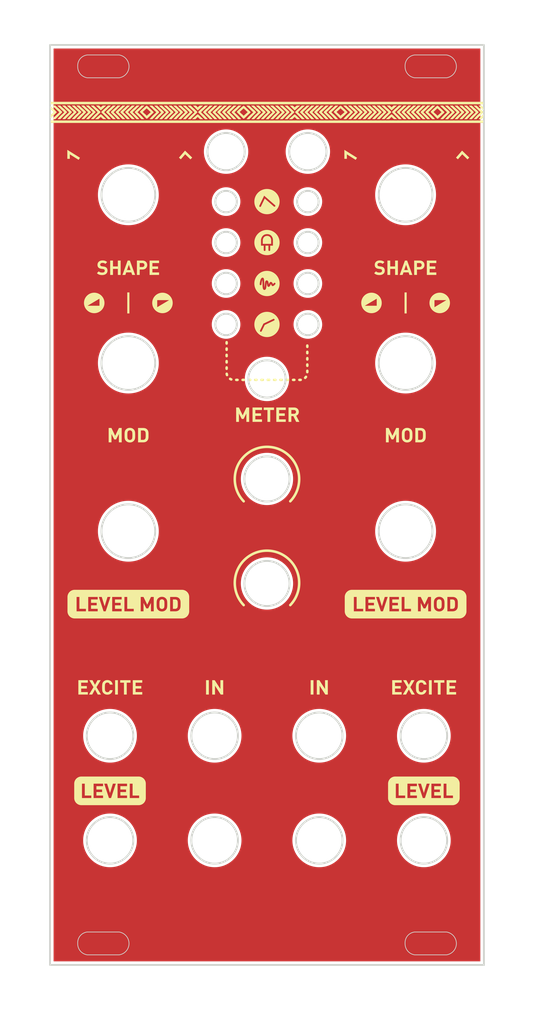
<source format=kicad_pcb>
(kicad_pcb (version 20240108) (generator "pcbnew") (generator_version "8.0")
  (layers (0 "F.Cu" signal) (31 "B.Cu" signal) (34 "B.Paste" user) (35 "F.Paste" user) (36 "B.SilkS" user "B.Silkscreen") (37 "F.SilkS" user "F.Silkscreen") (38 "B.Mask" user) (39 "F.Mask" user) (44 "Edge.Cuts" user))
  (net 0 "")
  (gr_poly (pts (xy 75.497177 40.658254) (xy 75.51372 40.676671) (xy 75.546529 40.713469) (xy 75.563111 40.731589) (xy 75.580022 40.749347) (xy 75.597418 40.766613) (xy 75.606348 40.77502) (xy 75.615459 40.783256) (xy 76.054964 41.170604) (xy 76.091774 41.204433) (xy 76.128372 41.238687) (xy 76.201034 41.308166) (xy 76.344944 41.448903) (xy 76.348015 41.45165) (xy 76.351007 41.454458) (xy 76.353927 41.457324) (xy 76.356779 41.460243) (xy 76.359569 41.463212) (xy 76.362301 41.466226) (xy 76.367614 41.472377) (xy 76.372761 41.478662) (xy 76.377783 41.48505) (xy 76.387619 41.49801) (xy 76.396028 41.509242) (xy 76.403368 41.519616) (xy 76.409623 41.529248) (xy 76.412338 41.533822) (xy 76.414776 41.538254) (xy 76.416934 41.542559) (xy 76.418809 41.546751) (xy 76.420401 41.550845) (xy 76.421707 41.554855) (xy 76.422724 41.558795) (xy 76.423452 41.562681) (xy 76.423886 41.566527) (xy 76.424027 41.570347) (xy 76.42387 41.574155) (xy 76.423415 41.577968) (xy 76.422659 41.581798) (xy 76.4216 41.58566) (xy 76.420235 41.58957) (xy 76.418564 41.59354) (xy 76.416583 41.597587) (xy 76.414291 41.601725) (xy 76.411685 41.605967) (xy 76.408764 41.610329) (xy 76.405525 41.614825) (xy 76.401966 41.61947) (xy 76.39388 41.629264) (xy 76.384489 41.639826) (xy 76.358349 41.667485) (xy 76.331868 41.694712) (xy 76.278231 41.748273) (xy 76.224276 41.80131) (xy 76.170701 41.854625) (xy 75.888846 42.142829) (xy 75.694454 42.341108) (xy 75.596931 42.439902) (xy 75.499043 42.538306) (xy 75.497784 42.539681) (xy 75.496396 42.541006) (xy 75.494894 42.542276) (xy 75.49329 42.543487) (xy 75.491596 42.544632) (xy 75.489826 42.545706) (xy 75.487993 42.546703) (xy 75.486109 42.547619) (xy 75.484187 42.548448) (xy 75.482241 42.549184) (xy 75.480282 42.549821) (xy 75.478325 42.550355) (xy 75.476381 42.55078) (xy 75.474464 42.55109) (xy 75.472587 42.55128) (xy 75.470762 42.551345) (xy 75.292371 42.552011) (xy 75.108136 42.552106) (xy 75.116468 42.538702) (xy 75.124358 42.525511) (xy 75.139421 42.499995) (xy 75.146901 42.48778) (xy 75.154549 42.476002) (xy 75.158484 42.470294) (xy 75.162519 42.464716) (xy 75.166672 42.459275) (xy 75.170963 42.453978) (xy 75.221634 42.39293) (xy 75.247234 42.362448) (xy 75.273121 42.332175) (xy 75.299378 42.302248) (xy 75.326086 42.272802) (xy 75.353328 42.243973) (xy 75.381187 42.215897) (xy 75.435938 42.161072) (xy 75.489934 42.105496) (xy 75.597807 41.994357) (xy 75.652761 41.939927) (xy 75.680727 41.913245) (xy 75.709108 41.887012) (xy 75.737973 41.8613) (xy 75.767389 41.836178) (xy 75.797421 41.811719) (xy 75.828139 41.787993) (xy 75.842039 41.777263) (xy 75.855575 41.766026) (xy 75.868789 41.754328) (xy 75.881721 41.742211) (xy 75.894415 41.729722) (xy 75.906913 41.716906) (xy 75.931486 41.690468) (xy 75.980124 41.635629) (xy 76.004861 41.607945) (xy 76.030325 41.58056) (xy 75.994345 41.546297) (xy 75.959649 41.512891) (xy 75.925621 41.480406) (xy 75.908663 41.464528) (xy 75.891639 41.448904) (xy 75.795484 41.364013) (xy 75.747597 41.321398) (xy 75.700105 41.278344) (xy 75.653208 41.234608) (xy 75.607107 41.189945) (xy 75.562003 41.144111) (xy 75.518096 41.096862) (xy 75.501922 41.079275) (xy 75.485458 41.061958) (xy 75.451783 41.028019) (xy 75.417317 40.994812) (xy 75.38231 40.962105) (xy 75.311664 40.897254) (xy 75.27652 40.864645) (xy 75.241827 40.831602) (xy 75.224365 40.814457) (xy 75.207141 40.797189) (xy 75.190131 40.779799) (xy 75.173311 40.762292) (xy 75.140149 40.726934) (xy 75.107462 40.691141) (xy 75.105467 40.688552) (xy 75.103602 40.685811) (xy 75.101856 40.682934) (xy 75.100215 40.679936) (xy 75.098666 40.676831) (xy 75.097198 40.673635) (xy 75.095798 40.670364) (xy 75.094453 40.667032) (xy 75.091879 40.660246) (xy 75.089375 40.653398) (xy 75.08684 40.64661) (xy 75.084176 40.640002) (xy 75.480332 40.640002) (xy 75.480332 40.64)) (stroke (width -0.000001)) (fill solid) (layer "F.SilkS"))
  (gr_poly (pts (xy 88.1322 40.647631) (xy 88.317362 40.648298) (xy 88.319168 40.648503) (xy 88.321022 40.648856) (xy 88.322912 40.649346) (xy 88.324828 40.649964) (xy 88.326757 40.650698) (xy 88.328688 40.651538) (xy 88.330609 40.652474) (xy 88.332509 40.653495) (xy 88.334376 40.65459) (xy 88.336199 40.655749) (xy 88.337966 40.656961) (xy 88.339666 40.658216) (xy 88.341287 40.659503) (xy 88.342817 40.660812) (xy 88.344245 40.662133) (xy 88.34556 40.663453) (xy 88.8003 41.085008) (xy 88.833649 41.115337) (xy 88.867413 41.145274) (xy 88.935501 41.204557) (xy 89.003192 41.26403) (xy 89.03646 41.294205) (xy 89.069113 41.324868) (xy 89.093918 41.348634) (xy 89.118307 41.372792) (xy 89.142304 41.397302) (xy 89.16593 41.422128) (xy 89.189207 41.447232) (xy 89.212156 41.472576) (xy 89.234799 41.498123) (xy 89.257159 41.523834) (xy 89.263658 41.53186) (xy 89.266524 41.535701) (xy 89.269138 41.53944) (xy 89.271504 41.543083) (xy 89.273624 41.546639) (xy 89.275503 41.550118) (xy 89.277142 41.553525) (xy 89.278546 41.556871) (xy 89.279716 41.560163) (xy 89.280658 41.56341) (xy 89.281372 41.566619) (xy 89.281863 41.569799) (xy 89.282134 41.572958) (xy 89.282188 41.576105) (xy 89.282028 41.579248) (xy 89.281658 41.582394) (xy 89.281079 41.585553) (xy 89.280296 41.588733) (xy 89.279311 41.591941) (xy 89.278128 41.595185) (xy 89.27675 41.598476) (xy 89.27518 41.601819) (xy 89.273422 41.605225) (xy 89.269349 41.612253) (xy 89.264559 41.619628) (xy 89.259077 41.627414) (xy 89.252926 41.635678) (xy 89.238357 41.654376) (xy 89.223261 41.672532) (xy 89.207691 41.690202) (xy 89.191699 41.707439) (xy 89.175336 41.724298) (xy 89.158656 41.740832) (xy 89.124551 41.773144) (xy 89.054833 41.836262) (xy 89.020055 41.867934) (xy 88.98589 41.90026) (xy 88.956574 41.929926) (xy 88.927558 41.959877) (xy 88.870076 42.020328) (xy 88.812737 42.080985) (xy 88.754836 42.141221) (xy 88.386117 42.514854) (xy 88.383727 42.51734) (xy 88.381442 42.519901) (xy 88.379248 42.522531) (xy 88.377137 42.525222) (xy 88.375095 42.527967) (xy 88.373112 42.530759) (xy 88.369277 42.536455) (xy 88.361813 42.548084) (xy 88.358004 42.553902) (xy 88.35604 42.556786) (xy 88.354022 42.559643) (xy 87.965317 42.559643) (xy 87.965327 42.559642) (xy 87.972199 42.547389) (xy 87.979345 42.535356) (xy 87.986757 42.523534) (xy 87.994426 42.511914) (xy 88.002343 42.500484) (xy 88.0105 42.489237) (xy 88.018886 42.478162) (xy 88.027494 42.467249) (xy 88.036314 42.456489) (xy 88.045337 42.445873) (xy 88.063958 42.42503) (xy 88.083285 42.404644) (xy 88.103247 42.384636) (xy 88.112217 42.375536) (xy 88.1209 42.366108) (xy 88.129339 42.3564) (xy 88.137579 42.346456) (xy 88.153637 42.326048) (xy 88.169426 42.305251) (xy 88.185298 42.284435) (xy 88.201606 42.263967) (xy 88.210033 42.253979) (xy 88.218701 42.244215) (xy 88.227655 42.234723) (xy 88.236938 42.225548) (xy 88.292026 42.170686) (xy 88.346288 42.114947) (xy 88.454583 42.003172) (xy 88.509741 41.948302) (xy 88.537818 41.921377) (xy 88.566323 41.894889) (xy 88.595323 41.868911) (xy 88.624891 41.843516) (xy 88.655096 41.818776) (xy 88.686009 41.794766) (xy 88.70002 41.784058) (xy 88.713635 41.772856) (xy 88.726897 41.761202) (xy 88.739847 41.749139) (xy 88.752529 41.736709) (xy 88.764984 41.723957) (xy 88.789384 41.697653) (xy 88.813388 41.670572) (xy 88.837334 41.643057) (xy 88.861563 41.61545) (xy 88.886413 41.588095) (xy 88.851438 41.553547) (xy 88.817177 41.520182) (xy 88.800161 41.503906) (xy 88.783139 41.48788) (xy 88.766049 41.472091) (xy 88.748831 41.456523) (xy 88.65254 41.371476) (xy 88.604683 41.328752) (xy 88.55725 41.285603) (xy 88.510412 41.241811) (xy 88.464341 41.197158) (xy 88.419211 41.151426) (xy 88.375194 41.104396) (xy 88.359043 41.086823) (xy 88.342613 41.069515) (xy 88.309027 41.035578) (xy 88.27466 41.002348) (xy 88.239739 40.969586) (xy 88.169133 40.904515) (xy 88.1339 40.871729) (xy 88.099013 40.838459) (xy 88.065 40.804439) (xy 88.03133 40.769752) (xy 87.998058 40.734494) (xy 87.965239 40.69876) (xy 87.963266 40.69644) (xy 87.961431 40.693992) (xy 87.959715 40.691418) (xy 87.958102 40.68872) (xy 87.956571 40.6859) (xy 87.955104 40.682962) (xy 87.953684 40.679906) (xy 87.952291 40.676736) (xy 87.949514 40.670061) (xy 87.946626 40.662957) (xy 87.943478 40.655443) (xy 87.94176 40.651537) (xy 87.939922 40.647536)) (stroke (width -0.000001)) (fill solid) (layer "F.SilkS"))
  (gr_poly (pts (xy 36.951024 47.940021) (xy 36.764419 48.239486) (xy 35.534301 47.47224) (xy 35.534301 48.089881) (xy 35.181496 48.089881) (xy 35.181496 46.836479)) (stroke (width -0.000001)) (fill solid) (layer "F.SilkS"))
  (gr_poly (pts (xy 89.479072 121.259867) (xy 88.548084 121.259867) (xy 88.548084 121.730862) (xy 89.34107 121.730862) (xy 89.34107 122.08045) (xy 88.548084 122.08045) (xy 88.548084 122.56872) (xy 89.479072 122.56872) (xy 89.479072 122.918309) (xy 88.156162 122.918309) (xy 88.156162 120.909937) (xy 89.479072 120.909937)) (stroke (width -0.000001)) (fill solid) (layer "F.SilkS"))
  (gr_poly (pts (xy 66.93539 41.888137) (xy 66.940022 41.888431) (xy 66.944627 41.888914) (xy 66.94917 41.889592) (xy 66.953618 41.89047) (xy 66.957935 41.891553) (xy 66.962087 41.892849) (xy 66.966039 41.894361) (xy 66.969757 41.896097) (xy 66.973208 41.898061) (xy 66.976355 41.90026) (xy 67.003064 41.920241) (xy 67.029469 41.940507) (xy 67.055566 41.961072) (xy 67.081352 41.981952) (xy 67.106825 42.003162) (xy 67.131981 42.024715) (xy 67.156818 42.046628) (xy 67.181332 42.068915) (xy 67.217233 42.102182) (xy 67.252786 42.135774) (xy 67.323137 42.203672) (xy 67.462847 42.340524) (xy 67.564479 42.437722) (xy 67.615069 42.48628) (xy 67.665286 42.534919) (xy 67.666582 42.53621) (xy 67.66781 42.537568) (xy 67.668975 42.538988) (xy 67.670082 42.54046) (xy 67.671139 42.541979) (xy 67.672152 42.543537) (xy 67.673127 42.545127) (xy 67.674069 42.54674) (xy 67.675883 42.55001) (xy 67.677643 42.55329) (xy 67.679399 42.556519) (xy 67.681201 42.559641) (xy 67.246947 42.559641) (xy 66.927671 42.247391) (xy 66.927399 42.247271) (xy 66.927116 42.247161) (xy 66.926806 42.247056) (xy 66.926455 42.246949) (xy 66.926049 42.246836) (xy 66.925574 42.246709) (xy 66.924358 42.246396) (xy 66.922694 42.245964) (xy 66.920468 42.245367) (xy 66.919108 42.244993) (xy 66.917564 42.24456) (xy 66.915823 42.244063) (xy 66.91387 42.243497) (xy 66.910892 42.247359) (xy 66.907739 42.251695) (xy 66.900894 42.26133) (xy 66.897199 42.2664) (xy 66.89332 42.271488) (xy 66.89131 42.274003) (xy 66.889254 42.276479) (xy 66.887151 42.278902) (xy 66.885 42.281258) (xy 66.767525 42.397082) (xy 66.65005 42.513413) (xy 66.606954 42.559641) (xy 66.142731 42.559641) (xy 66.163579 42.537852) (xy 66.184184 42.516134) (xy 66.194555 42.505403) (xy 66.205058 42.494813) (xy 66.215758 42.484403) (xy 66.226718 42.474214) (xy 66.421165 42.300446) (xy 66.616185 42.127504) (xy 66.731299 42.025831) (xy 66.847239 41.924983) (xy 66.854229 41.91932) (xy 66.861467 41.91378) (xy 66.865173 41.911095) (xy 66.868934 41.908486) (xy 66.872747 41.90597) (xy 66.876608 41.903562) (xy 66.880517 41.901276) (xy 66.884469 41.899129) (xy 66.888463 41.897136) (xy 66.892496 41.895312) (xy 66.896564 41.893672) (xy 66.900667 41.892233) (xy 66.9048 41.891009) (xy 66.908962 41.890015) (xy 66.913032 41.889297) (xy 66.917282 41.888733) (xy 66.921677 41.888329) (xy 66.926183 41.888091) (xy 66.930766 41.888025)) (stroke (width -0.000001)) (fill solid) (layer "F.SilkS"))
  (gr_poly (pts (xy 72.594054 42.559641) (xy 72.594054 42.559642) (xy 72.594054 42.559641)) (stroke (width -0.000001)) (fill solid) (layer "F.SilkS"))
  (gr_poly (pts (xy 57.866853 40.648144) (xy 57.942061 40.648245) (xy 58.092046 40.647537) (xy 58.139629 40.647537) (xy 58.135044 40.655413) (xy 58.130966 40.66284) (xy 58.123723 40.676302) (xy 58.120255 40.682313) (xy 58.118493 40.685133) (xy 58.116687 40.687827) (xy 58.114818 40.690395) (xy 58.112867 40.692834) (xy 58.110815 40.695143) (xy 58.108643 40.69732) (xy 57.77311 41.022609) (xy 57.68353 41.114641) (xy 57.512927 41.276946) (xy 57.342071 41.43849) (xy 57.306119 41.472555) (xy 57.269714 41.506604) (xy 57.19526 41.575734) (xy 57.201428 41.583646) (xy 57.207298 41.591473) (xy 57.218543 41.606648) (xy 57.224116 41.613888) (xy 57.229787 41.620823) (xy 57.232691 41.624159) (xy 57.235657 41.627399) (xy 57.238697 41.630535) (xy 57.241825 41.633561) (xy 57.29043 41.680994) (xy 57.33971 41.728038) (xy 57.38945 41.774685) (xy 57.439439 41.820928) (xy 57.460085 41.839898) (xy 57.480995 41.858553) (xy 57.523172 41.895487) (xy 57.54422 41.914055) (xy 57.565096 41.932882) (xy 57.58569 41.952111) (xy 57.605893 41.971887) (xy 57.681794 42.049901) (xy 57.757425 42.1287) (xy 57.832515 42.208024) (xy 57.906796 42.287609) (xy 57.92666 42.308851) (xy 57.946254 42.330231) (xy 57.965584 42.351757) (xy 57.984656 42.37344) (xy 58.003479 42.395289) (xy 58.022059 42.417315) (xy 58.040402 42.439528) (xy 58.058516 42.461937) (xy 58.062782 42.467427) (xy 58.066859 42.473063) (xy 58.070766 42.47883) (xy 58.07452 42.484716) (xy 58.07814 42.490706) (xy 58.081643 42.496788) (xy 58.088373 42.50917) (xy 58.094852 42.521755) (xy 58.101225 42.534434) (xy 58.107635 42.547099) (xy 58.114227 42.559642) (xy 57.734001 42.559642) (xy 57.715829 42.533279) (xy 57.711125 42.52679) (xy 57.708703 42.5236) (xy 57.706223 42.520458) (xy 57.703677 42.51737) (xy 57.701057 42.514343) (xy 57.698354 42.511385) (xy 57.695561 42.508503) (xy 57.637279 42.450015) (xy 57.578679 42.391748) (xy 57.520206 42.333292) (xy 57.462305 42.274232) (xy 57.162162 41.95741) (xy 57.149789 41.944865) (xy 57.137114 41.932582) (xy 57.124219 41.920489) (xy 57.111192 41.908515) (xy 57.08508 41.884639) (xy 57.072166 41.872594) (xy 57.059459 41.860383) (xy 56.941816 41.742897) (xy 56.883153 41.683659) (xy 56.825188 41.624078) (xy 56.818956 41.617301) (xy 56.813473 41.610726) (xy 56.811014 41.607506) (xy 56.808745 41.604325) (xy 56.806665 41.601179) (xy 56.804777 41.598065) (xy 56.803081 41.594978) (xy 56.801577 41.591916) (xy 56.800267 41.588874) (xy 56.799151 41.585848) (xy 56.79823 41.582834) (xy 56.797505 41.579829) (xy 56.796976 41.576829) (xy 56.796645 41.573829) (xy 56.796512 41.570827) (xy 56.796578 41.567817) (xy 56.796844 41.564797) (xy 56.79731 41.561763) (xy 56.797978 41.55871) (xy 56.798848 41.555635) (xy 56.799921 41.552534) (xy 56.801197 41.549403) (xy 56.802678 41.546238) (xy 56.804364 41.543036) (xy 56.806257 41.539792) (xy 56.808356 41.536503) (xy 56.810663 41.533165) (xy 56.813178 41.529774) (xy 56.818838 41.522818) (xy 56.84066 41.496459) (xy 56.862736 41.470319) (xy 56.88513 41.444457) (xy 56.907905 41.418932) (xy 56.931125 41.393804) (xy 56.954852 41.369132) (xy 56.979152 41.344976) (xy 57.004086 41.321396) (xy 57.052941 41.276457) (xy 57.102316 41.23203) (xy 57.202047 41.144115) (xy 57.30211 41.056471) (xy 57.401338 40.967914) (xy 57.439564 40.93317) (xy 57.477539 40.89807) (xy 57.552786 40.82705) (xy 57.627175 40.755364) (xy 57.700803 40.683519) (xy 57.706 40.678747) (xy 57.711163 40.674332) (xy 57.71631 40.670269) (xy 57.721466 40.666552) (xy 57.726651 40.663175) (xy 57.731886 40.660133) (xy 57.737195 40.657419) (xy 57.742597 40.655029) (xy 57.748116 40.652957) (xy 57.753772 40.651196) (xy 57.759588 40.649741) (xy 57.765586 40.648587) (xy 57.771786 40.647727) (xy 57.77821 40.647156) (xy 57.784881 40.646869) (xy 57.79182 40.646859)) (stroke (width -0.000001)) (fill solid) (layer "F.SilkS"))
  (gr_poly (pts (xy 39.014058 66.791246) (xy 39.086719 66.796766) (xy 39.158325 66.805857) (xy 39.228784 66.818429) (xy 39.298008 66.834393) (xy 39.365906 66.853658) (xy 39.432388 66.876136) (xy 39.497365 66.901736) (xy 39.560746 66.93037) (xy 39.622441 66.961946) (xy 39.682361 66.996377) (xy 39.740416 67.033571) (xy 39.796516 67.07344) (xy 39.85057 67.115894) (xy 39.902489 67.160843) (xy 39.952183 67.208198) (xy 39.999562 67.257869) (xy 40.044536 67.309766) (xy 40.087016 67.3638) (xy 40.12691 67.419881) (xy 40.16413 67.47792) (xy 40.198585 67.537826) (xy 40.230185 67.599511) (xy 40.258841 67.662884) (xy 40.284462 67.727857) (xy 40.306959 67.794339) (xy 40.326242 67.86224) (xy 40.34222 67.931472) (xy 40.354805 68.001944) (xy 40.363905 68.073568) (xy 40.369431 68.146252) (xy 40.371293 68.219908) (xy 40.369431 68.293603) (xy 40.363905 68.366322) (xy 40.354805 68.437978) (xy 40.34222 68.50848) (xy 40.326242 68.57774) (xy 40.306959 68.645666) (xy 40.284462 68.712171) (xy 40.258841 68.777163) (xy 40.230185 68.840555) (xy 40.198585 68.902256) (xy 40.16413 68.962177) (xy 40.12691 69.020228) (xy 40.087016 69.076321) (xy 40.044536 69.130364) (xy 39.999562 69.182269) (xy 39.952183 69.231946) (xy 39.902489 69.279307) (xy 39.85057 69.32426) (xy 39.796516 69.366717) (xy 39.740416 69.406589) (xy 39.682361 69.443785) (xy 39.622441 69.478216) (xy 39.560746 69.509793) (xy 39.497365 69.538426) (xy 39.432388 69.564026) (xy 39.365906 69.586503) (xy 39.298008 69.605767) (xy 39.228784 69.62173) (xy 39.158325 69.634301) (xy 39.086719 69.643391) (xy 39.014058 69.648911) (xy 38.94043 69.650771) (xy 38.866772 69.648911) (xy 38.794082 69.643391) (xy 38.72245 69.634301) (xy 38.651965 69.62173) (xy 38.582718 69.605767) (xy 38.514798 69.586503) (xy 38.448296 69.564026) (xy 38.3833 69.538426) (xy 38.319902 69.509793) (xy 38.258191 69.478216) (xy 38.198257 69.443785) (xy 38.140189 69.406589) (xy 38.084077 69.366718) (xy 38.030012 69.324261) (xy 37.978084 69.279308) (xy 37.928381 69.231947) (xy 37.880995 69.18227) (xy 37.836014 69.130365) (xy 37.793529 69.076322) (xy 37.75363 69.02023) (xy 37.716406 68.962178) (xy 37.681948 68.902257) (xy 37.650345 68.840556) (xy 37.621687 68.777165) (xy 37.596063 68.712172) (xy 37.573565 68.645667) (xy 37.564079 68.612253) (xy 38.008423 68.612253) (xy 39.672456 68.612253) (xy 39.672456 67.627584) (xy 38.008423 68.612253) (xy 37.564079 68.612253) (xy 37.554281 68.57774) (xy 37.538302 68.508481) (xy 37.525718 68.437979) (xy 37.516618 68.366323) (xy 37.511092 68.293603) (xy 37.50923 68.219908) (xy 37.511092 68.146252) (xy 37.516618 68.073568) (xy 37.525718 68.001944) (xy 37.538302 67.931472) (xy 37.554281 67.86224) (xy 37.573565 67.794339) (xy 37.596063 67.727857) (xy 37.621687 67.662884) (xy 37.650345 67.599511) (xy 37.681948 67.537826) (xy 37.716406 67.47792) (xy 37.75363 67.419881) (xy 37.793529 67.3638) (xy 37.836014 67.309766) (xy 37.880995 67.257869) (xy 37.928381 67.208198) (xy 37.978084 67.160843) (xy 38.030012 67.115894) (xy 38.084077 67.07344) (xy 38.140189 67.033571) (xy 38.198257 66.996377) (xy 38.258191 66.961946) (xy 38.319902 66.93037) (xy 38.3833 66.901736) (xy 38.448296 66.876136) (xy 38.514798 66.853658) (xy 38.582718 66.834393) (xy 38.651965 66.818429) (xy 38.72245 66.805857) (xy 38.794082 66.796766) (xy 38.866772 66.791246) (xy 38.94043 66.789385)) (stroke (width -0.000001)) (fill solid) (layer "F.SilkS"))
  (gr_poly (pts (xy 68.706101 77.525067) (xy 68.715055 77.525746) (xy 68.72388 77.526865) (xy 68.732564 77.528412) (xy 68.741097 77.530377) (xy 68.749467 77.532748) (xy 68.757663 77.535516) (xy 68.765674 77.538668) (xy 68.773488 77.542193) (xy 68.781096 77.546082) (xy 68.788484 77.550322) (xy 68.795644 77.554904) (xy 68.802562 77.559816) (xy 68.809229 77.565046) (xy 68.815633 77.570585) (xy 68.821762 77.576421) (xy 68.827607 77.582543) (xy 68.833155 77.588941) (xy 68.838395 77.595602) (xy 68.843317 77.602518) (xy 68.847909 77.609675) (xy 68.85216 77.617065) (xy 68.856059 77.624674) (xy 68.859595 77.632494) (xy 68.862757 77.640512) (xy 68.865533 77.648718) (xy 68.867913 77.6571) (xy 68.869885 77.665649) (xy 68.871438 77.674352) (xy 68.872561 77.6832) (xy 68.873243 77.69218) (xy 68.873473 77.701283) (xy 68.873473 77.877644) (xy 68.873243 77.886717) (xy 68.872561 77.895671) (xy 68.871438 77.904494) (xy 68.869885 77.913177) (xy 68.867913 77.921708) (xy 68.865533 77.930076) (xy 68.862757 77.938269) (xy 68.859596 77.946277) (xy 68.85606 77.954089) (xy 68.852161 77.961693) (xy 68.84791 77.969078) (xy 68.843318 77.976233) (xy 68.838396 77.983148) (xy 68.833156 77.989811) (xy 68.827608 77.99621) (xy 68.821763 78.002336) (xy 68.815634 78.008176) (xy 68.80923 78.01372) (xy 68.802563 78.018956) (xy 68.795645 78.023874) (xy 68.788486 78.028462) (xy 68.781097 78.032709) (xy 68.773489 78.036605) (xy 68.765675 78.040138) (xy 68.757664 78.043296) (xy 68.749468 78.04607) (xy 68.741098 78.048447) (xy 68.732565 78.050417) (xy 68.72388 78.051968) (xy 68.715055 78.05309) (xy 68.706101 78.053772) (xy 68.697028 78.054001) (xy 68.687926 78.053772) (xy 68.678946 78.05309) (xy 68.6701 78.051968) (xy 68.661398 78.050417) (xy 68.652851 78.048447) (xy 68.644471 78.04607) (xy 68.636268 78.043296) (xy 68.628252 78.040138) (xy 68.620436 78.036605) (xy 68.612829 78.032709) (xy 68.605444 78.028462) (xy 68.598289 78.023874) (xy 68.591378 78.018956) (xy 68.58472 78.01372) (xy 68.578326 78.008176) (xy 68.572208 78.002336) (xy 68.566376 77.99621) (xy 68.560841 77.989811) (xy 68.555614 77.983148) (xy 68.550706 77.976233) (xy 68.546128 77.969078) (xy 68.541891 77.961693) (xy 68.538006 77.954089) (xy 68.534483 77.946277) (xy 68.531334 77.938269) (xy 68.528569 77.930076) (xy 68.5262 77.921708) (xy 68.524237 77.913177) (xy 68.522691 77.904494) (xy 68.521573 77.895671) (xy 68.520895 77.886717) (xy 68.520666 77.877644) (xy 68.520666 77.701283) (xy 68.520895 77.69218) (xy 68.521573 77.6832) (xy 68.522691 77.674352) (xy 68.524237 77.665649) (xy 68.5262 77.6571) (xy 68.528569 77.648718) (xy 68.531334 77.640512) (xy 68.534483 77.632494) (xy 68.538005 77.624674) (xy 68.541891 77.617065) (xy 68.546128 77.609675) (xy 68.550706 77.602518) (xy 68.555613 77.595602) (xy 68.56084 77.588941) (xy 68.566375 77.582543) (xy 68.572207 77.576421) (xy 68.578325 77.570585) (xy 68.584719 77.565046) (xy 68.591377 77.559816) (xy 68.598288 77.554904) (xy 68.605442 77.550322) (xy 68.612828 77.546082) (xy 68.620435 77.542193) (xy 68.628251 77.538668) (xy 68.636267 77.535516) (xy 68.64447 77.532748) (xy 68.652851 77.530377) (xy 68.661397 77.528412) (xy 68.670099 77.526865) (xy 68.678946 77.525746) (xy 68.687926 77.525067) (xy 68.697028 77.524838)) (stroke (width -0.000001)) (fill solid) (layer "F.SilkS"))
  (gr_poly (pts (xy 83.370136 64.309933) (xy 82.961622 64.309933) (xy 82.843087 63.954333) (xy 82.129432 63.954333) (xy 82.008017 64.309933) (xy 81.599165 64.309933) (xy 81.848597 63.624134) (xy 82.2395 63.624134) (xy 82.738268 63.624134) (xy 82.493079 62.893887) (xy 82.2395 63.624134) (xy 81.848597 63.624134) (xy 82.329754 62.301221) (xy 82.637009 62.301221)) (stroke (width -0.000001)) (fill solid) (layer "F.SilkS"))
  (gr_poly (pts (xy 77.73438 66.791245) (xy 77.807049 66.796766) (xy 77.87866 66.805857) (xy 77.949125 66.818429) (xy 78.018352 66.834393) (xy 78.086254 66.853658) (xy 78.152739 66.876136) (xy 78.217717 66.901736) (xy 78.2811 66.93037) (xy 78.342796 66.961946) (xy 78.402716 66.996377) (xy 78.460771 67.033571) (xy 78.51687 67.07344) (xy 78.570923 67.115894) (xy 78.62284 67.160843) (xy 78.672533 67.208198) (xy 78.71991 67.257869) (xy 78.764881 67.309766) (xy 78.807358 67.3638) (xy 78.84725 67.419881) (xy 78.884467 67.47792) (xy 78.918919 67.537826) (xy 78.950517 67.599511) (xy 78.97917 67.662884) (xy 79.004789 67.727857) (xy 79.027284 67.794339) (xy 79.046565 67.86224) (xy 79.062541 67.931472) (xy 79.075124 68.001944) (xy 79.084223 68.073568) (xy 79.089748 68.146252) (xy 79.09161 68.219908) (xy 79.089748 68.293603) (xy 79.084223 68.366322) (xy 79.075124 68.437978) (xy 79.062541 68.50848) (xy 79.046564 68.57774) (xy 79.027284 68.645666) (xy 79.004789 68.712171) (xy 78.97917 68.777163) (xy 78.950516 68.840555) (xy 78.918918 68.902256) (xy 78.884466 68.962177) (xy 78.847249 69.020228) (xy 78.807357 69.076321) (xy 78.76488 69.130364) (xy 78.719908 69.182269) (xy 78.672531 69.231946) (xy 78.622839 69.279307) (xy 78.570921 69.32426) (xy 78.516868 69.366717) (xy 78.460769 69.406589) (xy 78.402714 69.443785) (xy 78.342794 69.478216) (xy 78.281098 69.509793) (xy 78.217715 69.538426) (xy 78.152737 69.564026) (xy 78.086252 69.586503) (xy 78.018351 69.605767) (xy 77.949123 69.62173) (xy 77.878659 69.634301) (xy 77.807048 69.643391) (xy 77.73438 69.648911) (xy 77.660745 69.650771) (xy 77.587117 69.648911) (xy 77.514452 69.643391) (xy 77.442842 69.634301) (xy 77.372377 69.62173) (xy 77.303145 69.605767) (xy 77.235238 69.586503) (xy 77.168746 69.564026) (xy 77.103758 69.538426) (xy 77.040365 69.509793) (xy 76.978656 69.478216) (xy 76.918722 69.443785) (xy 76.860653 69.406589) (xy 76.804538 69.366718) (xy 76.750469 69.324261) (xy 76.698534 69.279308) (xy 76.648824 69.231947) (xy 76.60143 69.18227) (xy 76.55644 69.130365) (xy 76.513946 69.076322) (xy 76.474036 69.02023) (xy 76.436802 68.962178) (xy 76.402334 68.902257) (xy 76.37072 68.840556) (xy 76.342052 68.777165) (xy 76.316419 68.712172) (xy 76.293912 68.645667) (xy 76.284423 68.612253) (xy 76.728741 68.612253) (xy 78.392774 68.612253) (xy 78.392774 67.627584) (xy 76.728741 68.612253) (xy 76.284423 68.612253) (xy 76.274621 68.57774) (xy 76.258635 68.508481) (xy 76.246045 68.437979) (xy 76.23694 68.366323) (xy 76.231411 68.293603) (xy 76.229548 68.219908) (xy 76.231411 68.146252) (xy 76.23694 68.073568) (xy 76.246045 68.001944) (xy 76.258635 67.931472) (xy 76.274621 67.86224) (xy 76.293912 67.794339) (xy 76.316419 67.727857) (xy 76.342052 67.662884) (xy 76.37072 67.599511) (xy 76.402334 67.537826) (xy 76.436802 67.47792) (xy 76.474036 67.419881) (xy 76.513946 67.3638) (xy 76.55644 67.309766) (xy 76.60143 67.257869) (xy 76.648824 67.208198) (xy 76.698534 67.160843) (xy 76.750469 67.115894) (xy 76.804538 67.07344) (xy 76.860653 67.033571) (xy 76.918722 66.996377) (xy 76.978656 66.961946) (xy 77.040365 66.93037) (xy 77.103758 66.901736) (xy 77.168746 66.876136) (xy 77.235238 66.853658) (xy 77.303145 66.834393) (xy 77.372377 66.818429) (xy 77.442842 66.805857) (xy 77.514452 66.796766) (xy 77.587117 66.791245) (xy 77.660745 66.789385)) (stroke (width -0.000001)) (fill solid) (layer "F.SilkS"))
  (gr_poly (pts (xy 68.065751 40.648143) (xy 68.141158 40.648245) (xy 68.29198 40.647536) (xy 68.338548 40.647536) (xy 68.333906 40.655412) (xy 68.329739 40.662839) (xy 68.322311 40.676301) (xy 68.318793 40.682312) (xy 68.317026 40.685132) (xy 68.315233 40.687827) (xy 68.313398 40.690394) (xy 68.311503 40.692833) (xy 68.309534 40.695142) (xy 68.307474 40.69732) (xy 67.97194 41.022608) (xy 67.960467 41.033855) (xy 67.949229 41.045322) (xy 67.927098 41.068624) (xy 67.916023 41.080312) (xy 67.904823 41.091926) (xy 67.893407 41.103393) (xy 67.881684 41.11464) (xy 67.712171 41.276946) (xy 67.54158 41.438489) (xy 67.505438 41.472554) (xy 67.468979 41.506603) (xy 67.394852 41.575733) (xy 67.401005 41.583646) (xy 67.406832 41.591472) (xy 67.417915 41.606647) (xy 67.423374 41.613887) (xy 67.428916 41.620822) (xy 67.43175 41.624159) (xy 67.434642 41.627398) (xy 67.437606 41.630535) (xy 67.440655 41.633561) (xy 67.489588 41.680994) (xy 67.538878 41.728038) (xy 67.588375 41.774685) (xy 67.637927 41.820927) (xy 67.658755 41.839898) (xy 67.679871 41.858552) (xy 67.722403 41.895486) (xy 67.743537 41.914054) (xy 67.764395 41.932881) (xy 67.784837 41.952111) (xy 67.804721 41.971887) (xy 67.880849 42.0499) (xy 67.956295 42.1287) (xy 68.031201 42.208023) (xy 68.105709 42.287608) (xy 68.144963 42.330229) (xy 68.164428 42.351756) (xy 68.183718 42.373438) (xy 68.202781 42.395288) (xy 68.221567 42.417314) (xy 68.240025 42.439527) (xy 68.258106 42.461936) (xy 68.262238 42.467426) (xy 68.266199 42.473062) (xy 68.270007 42.478829) (xy 68.273681 42.484715) (xy 68.277239 42.490705) (xy 68.280698 42.496786) (xy 68.287391 42.509169) (xy 68.300386 42.534432) (xy 68.306975 42.547097) (xy 68.313816 42.559641) (xy 67.932828 42.559641) (xy 67.928251 42.553107) (xy 67.92375 42.546496) (xy 67.914742 42.533279) (xy 67.910118 42.52679) (xy 67.905336 42.520458) (xy 67.902868 42.51737) (xy 67.900338 42.514343) (xy 67.89774 42.511385) (xy 67.895065 42.508503) (xy 67.779412 42.393399) (xy 67.721783 42.335554) (xy 67.693261 42.306398) (xy 67.665027 42.277026) (xy 67.588088 42.19751) (xy 67.512246 42.117472) (xy 67.436594 42.037306) (xy 67.360228 41.95741) (xy 67.348372 41.944865) (xy 67.336108 41.932581) (xy 67.323526 41.920489) (xy 67.310718 41.908515) (xy 67.284788 41.884639) (xy 67.271849 41.872594) (xy 67.259049 41.860382) (xy 67.140951 41.742897) (xy 67.082135 41.683658) (xy 67.023676 41.624078) (xy 67.01762 41.6173) (xy 67.012282 41.610726) (xy 67.007671 41.604324) (xy 67.005641 41.601178) (xy 67.003796 41.598064) (xy 67.002137 41.594978) (xy 67.000665 41.591915) (xy 66.999381 41.588873) (xy 66.998287 41.585847) (xy 66.997382 41.582833) (xy 66.996669 41.579828) (xy 66.996149 41.576828) (xy 66.995821 41.573828) (xy 66.995689 41.570826) (xy 66.995751 41.567817) (xy 66.996011 41.564797) (xy 66.996468 41.561762) (xy 66.997123 41.558709) (xy 66.997979 41.555634) (xy 66.999035 41.552533) (xy 67.000293 41.549402) (xy 67.001754 41.546238) (xy 67.003419 41.543035) (xy 67.005289 41.539792) (xy 67.007365 41.536503) (xy 67.009648 41.533164) (xy 67.012139 41.529773) (xy 67.017751 41.522817) (xy 67.062072 41.470319) (xy 67.084498 41.444456) (xy 67.107211 41.418931) (xy 67.130292 41.393803) (xy 67.153826 41.369132) (xy 67.177893 41.344976) (xy 67.202577 41.321396) (xy 67.251902 41.276457) (xy 67.301616 41.232029) (xy 67.401671 41.144115) (xy 67.501662 41.056471) (xy 67.551297 41.01238) (xy 67.60051 40.967913) (xy 67.676372 40.898069) (xy 67.751535 40.827049) (xy 67.825968 40.755363) (xy 67.899638 40.683519) (xy 67.904796 40.678746) (xy 67.909959 40.674331) (xy 67.915143 40.670268) (xy 67.92036 40.666551) (xy 67.925625 40.663174) (xy 67.930951 40.660132) (xy 67.936352 40.657419) (xy 67.941843 40.655029) (xy 67.947437 40.652956) (xy 67.953149 40.651195) (xy 67.958991 40.649741) (xy 67.964978 40.648586) (xy 67.971124 40.647726) (xy 67.977442 40.647156) (xy 67.983948 40.646868) (xy 67.990653 40.646859)) (stroke (width -0.000001)) (fill solid) (layer "F.SilkS"))
  (gr_poly (pts (xy 78.204832 40.713469) (xy 78.221343 40.731589) (xy 78.238134 40.749347) (xy 78.255287 40.766613) (xy 78.264024 40.77502) (xy 78.272882 40.783256) (xy 78.38256 40.880272) (xy 78.492962 40.976644) (xy 78.60322 41.07316) (xy 78.71247 41.170604) (xy 78.749506 41.204433) (xy 78.786273 41.238687) (xy 78.859136 41.308166) (xy 78.931331 41.378439) (xy 79.003129 41.448903) (xy 79.006088 41.45165) (xy 79.008998 41.454458) (xy 79.011861 41.457324) (xy 79.014679 41.460243) (xy 79.020192 41.466226) (xy 79.025555 41.472377) (xy 79.030787 41.478662) (xy 79.035908 41.48505) (xy 79.040935 41.49151) (xy 79.045887 41.49801) (xy 79.054274 41.509242) (xy 79.061579 41.519616) (xy 79.06779 41.529248) (xy 79.070479 41.533822) (xy 79.072889 41.538254) (xy 79.075018 41.542559) (xy 79.076863 41.546751) (xy 79.078423 41.550845) (xy 79.079696 41.554855) (xy 79.08068 41.558795) (xy 79.081373 41.562681) (xy 79.081774 41.566527) (xy 79.08188 41.570347) (xy 79.08169 41.574155) (xy 79.081201 41.577968) (xy 79.080413 41.581798) (xy 79.079322 41.58566) (xy 79.077927 41.58957) (xy 79.076227 41.59354) (xy 79.074218 41.597587) (xy 79.071901 41.601725) (xy 79.069272 41.605967) (xy 79.066329 41.610329) (xy 79.059497 41.61947) (xy 79.051389 41.629264) (xy 79.041991 41.639826) (xy 79.016047 41.667485) (xy 78.989667 41.694712) (xy 78.962969 41.721608) (xy 78.936073 41.748273) (xy 78.882161 41.80131) (xy 78.855382 41.827883) (xy 78.828881 41.854625) (xy 78.688031 41.998727) (xy 78.617442 42.070818) (xy 78.546353 42.142829) (xy 78.352382 42.341108) (xy 78.157902 42.538306) (xy 78.156524 42.539681) (xy 78.155033 42.541006) (xy 78.15344 42.542276) (xy 78.151758 42.543487) (xy 78.149999 42.544632) (xy 78.148175 42.545706) (xy 78.146296 42.546703) (xy 78.144376 42.547619) (xy 78.142427 42.548448) (xy 78.140459 42.549184) (xy 78.138486 42.549821) (xy 78.136518 42.550355) (xy 78.134569 42.55078) (xy 78.132649 42.55109) (xy 78.130771 42.55128) (xy 78.128947 42.551345) (xy 77.950101 42.552011) (xy 77.767 42.552106) (xy 77.775107 42.538702) (xy 77.782828 42.525511) (xy 77.797689 42.499995) (xy 77.805118 42.48778) (xy 77.81274 42.476002) (xy 77.816669 42.470294) (xy 77.8207 42.464716) (xy 77.824852 42.459275) (xy 77.829143 42.453978) (xy 77.880017 42.39293) (xy 77.905661 42.362448) (xy 77.931581 42.332175) (xy 77.957878 42.302248) (xy 77.984653 42.272802) (xy 78.01201 42.243973) (xy 78.040051 42.215897) (xy 78.094774 42.161072) (xy 78.148703 42.105496) (xy 78.256426 41.994357) (xy 78.311345 41.939927) (xy 78.339316 41.913245) (xy 78.367721 41.887012) (xy 78.39663 41.8613) (xy 78.426115 41.836178) (xy 78.456245 41.811719) (xy 78.48709 41.787993) (xy 78.500857 41.777263) (xy 78.514276 41.766026) (xy 78.527387 41.754328) (xy 78.540233 41.742211) (xy 78.552853 41.729722) (xy 78.565289 41.716906) (xy 78.589771 41.690468) (xy 78.638325 41.635629) (xy 78.663052 41.607945) (xy 78.688515 41.58056) (xy 78.67016 41.563326) (xy 78.652356 41.546297) (xy 78.617934 41.512891) (xy 78.584323 41.480406) (xy 78.56753 41.464528) (xy 78.550591 41.448904) (xy 78.454284 41.364013) (xy 78.406285 41.321398) (xy 78.358683 41.278344) (xy 78.311696 41.234608) (xy 78.265544 41.189945) (xy 78.220446 41.144111) (xy 78.176622 41.096862) (xy 78.143682 41.061958) (xy 78.10984 41.028019) (xy 78.075313 40.994812) (xy 78.040319 40.962105) (xy 77.969796 40.897254) (xy 77.934703 40.864645) (xy 77.900012 40.831602) (xy 77.882661 40.814457) (xy 77.865516 40.797189) (xy 77.848554 40.779799) (xy 77.831751 40.762292) (xy 77.798525 40.726934) (xy 77.765647 40.691141) (xy 77.763546 40.688552) (xy 77.761609 40.685811) (xy 77.759822 40.682934) (xy 77.758166 40.679936) (xy 77.756624 40.676831) (xy 77.75518 40.673635) (xy 77.753816 40.670364) (xy 77.752516 40.667032) (xy 77.750039 40.660246) (xy 77.747612 40.653398) (xy 77.745099 40.64661) (xy 77.743769 40.643276) (xy 77.742366 40.640002) (xy 78.139957 40.640002) (xy 78.139957 40.64)) (stroke (width -0.000001)) (fill solid) (layer "F.SilkS"))
  (gr_poly (pts (xy 53.399948 41.888137) (xy 53.404528 41.888431) (xy 53.409094 41.888914) (xy 53.413614 41.889592) (xy 53.418057 41.89047) (xy 53.422391 41.891553) (xy 53.426586 41.892849) (xy 53.430608 41.894361) (xy 53.434428 41.896097) (xy 53.438012 41.898061) (xy 53.441331 41.90026) (xy 53.467724 41.920241) (xy 53.493975 41.940507) (xy 53.52004 41.961072) (xy 53.545873 41.981952) (xy 53.571429 42.003162) (xy 53.59666 42.024715) (xy 53.621523 42.046628) (xy 53.645972 42.068915) (xy 53.68187 42.102182) (xy 53.717419 42.135774) (xy 53.787787 42.203672) (xy 53.927824 42.340524) (xy 54.129923 42.534919) (xy 54.131275 42.53621) (xy 54.132542 42.537568) (xy 54.133733 42.538988) (xy 54.134856 42.54046) (xy 54.135921 42.541979) (xy 54.136934 42.543537) (xy 54.137906 42.545127) (xy 54.138845 42.54674) (xy 54.142437 42.55329) (xy 54.144255 42.556519) (xy 54.1452 42.558097) (xy 54.14618 42.559641) (xy 53.711926 42.559641) (xy 53.39265 42.247391) (xy 53.392613 42.24733) (xy 53.392568 42.247271) (xy 53.392512 42.247216) (xy 53.392445 42.247163) (xy 53.392366 42.247113) (xy 53.392275 42.247063) (xy 53.392169 42.247015) (xy 53.392049 42.246966) (xy 53.391913 42.246918) (xy 53.39176 42.246869) (xy 53.391402 42.246768) (xy 53.390967 42.246657) (xy 53.390448 42.246534) (xy 53.387386 42.245832) (xy 53.386338 42.245583) (xy 53.385164 42.245297) (xy 53.383854 42.24497) (xy 53.382403 42.244598) (xy 53.378671 42.248704) (xy 53.374879 42.253052) (xy 53.366973 42.262261) (xy 53.362788 42.267017) (xy 53.3584 42.271803) (xy 53.35612 42.274191) (xy 53.353775 42.276568) (xy 53.351361 42.278925) (xy 53.348875 42.281258) (xy 53.115028 42.513413) (xy 53.109391 42.518934) (xy 53.103836 42.524612) (xy 53.098353 42.530406) (xy 53.09293 42.536273) (xy 53.082215 42.54806) (xy 53.071595 42.559641) (xy 52.607368 42.559641) (xy 52.607367 42.559641) (xy 52.607366 42.559641) (xy 52.607365 42.559642) (xy 52.617966 42.548758) (xy 52.628412 42.537852) (xy 52.649117 42.516134) (xy 52.659512 42.505403) (xy 52.670028 42.494813) (xy 52.680732 42.484403) (xy 52.691693 42.474214) (xy 52.886267 42.300446) (xy 53.081159 42.127504) (xy 53.19602 42.025831) (xy 53.253836 41.975331) (xy 53.312215 41.924983) (xy 53.31926 41.91932) (xy 53.326586 41.91378) (xy 53.33034 41.911095) (xy 53.334148 41.908486) (xy 53.338003 41.90597) (xy 53.341901 41.903562) (xy 53.345836 41.901276) (xy 53.349801 41.899129) (xy 53.353793 41.897136) (xy 53.357804 41.895312) (xy 53.361829 41.893672) (xy 53.365864 41.892233) (xy 53.369901 41.891009) (xy 53.373936 41.890015) (xy 53.377939 41.889297) (xy 53.382117 41.888733) (xy 53.386439 41.888329) (xy 53.390872 41.888091) (xy 53.395386 41.888025)) (stroke (width -0.000001)) (fill solid) (layer "F.SilkS"))
  (gr_poly (pts (xy 93.354085 43.082033) (xy 32.764694 43.082033) (xy 32.764694 42.729229) (xy 93.354085 42.729229)) (stroke (width -0.000001)) (fill solid) (layer "F.SilkS"))
  (gr_poly (pts (xy 40.146779 62.285259) (xy 40.195981 62.287694) (xy 40.243545 62.291807) (xy 40.289542 62.297643) (xy 40.334042 62.30525) (xy 40.377113 62.314671) (xy 40.418826 62.325953) (xy 40.459249 62.339141) (xy 40.498454 62.354281) (xy 40.536508 62.371418) (xy 40.573483 62.390598) (xy 40.609446 62.411866) (xy 40.644469 62.435267) (xy 40.67862 62.460848) (xy 40.711969 62.488654) (xy 40.744586 62.51873) (xy 40.49626 62.763839) (xy 40.472165 62.742352) (xy 40.447547 62.723176) (xy 40.422472 62.706183) (xy 40.397006 62.691247) (xy 40.371212 62.678238) (xy 40.345157 62.667031) (xy 40.318904 62.657496) (xy 40.292521 62.649507) (xy 40.26607 62.642936) (xy 40.239619 62.637655) (xy 40.213231 62.633537) (xy 40.186972 62.630453) (xy 40.160907 62.628277) (xy 40.135101 62.626881) (xy 40.084527 62.625917) (xy 40.065267 62.626253) (xy 40.046634 62.627251) (xy 40.028627 62.628892) (xy 40.011245 62.63116) (xy 39.994487 62.634037) (xy 39.978352 62.637507) (xy 39.962839 62.641553) (xy 39.947947 62.646156) (xy 39.933674 62.651301) (xy 39.920021 62.65697) (xy 39.906985 62.663146) (xy 39.894566 62.669811) (xy 39.882763 62.676949) (xy 39.871575 62.684542) (xy 39.861 62.692574) (xy 39.851038 62.701027) (xy 39.841688 62.709884) (xy 39.832948 62.719128) (xy 39.824818 62.728742) (xy 39.817297 62.738708) (xy 39.810383 62.74901) (xy 39.804076 62.75963) (xy 39.798374 62.770552) (xy 39.793277 62.781758) (xy 39.788783 62.793231) (xy 39.784892 62.804954) (xy 39.781603 62.816909) (xy 39.778913 62.82908) (xy 39.775332 62.854001) (xy 39.77414 62.879578) (xy 39.774344 62.889132) (xy 39.774964 62.898726) (xy 39.776011 62.908336) (xy 39.777495 62.917938) (xy 39.779427 62.927506) (xy 39.781819 62.937017) (xy 39.784682 62.946445) (xy 39.788025 62.955766) (xy 39.791861 62.964955) (xy 39.7962 62.973987) (xy 39.801052 62.982839) (xy 39.80643 62.991484) (xy 39.812343 62.999898) (xy 39.818803 63.008057) (xy 39.82582 63.015937) (xy 39.833406 63.023511) (xy 39.841104 63.030316) (xy 39.849393 63.036969) (xy 39.858258 63.04345) (xy 39.867684 63.049737) (xy 39.877658 63.05581) (xy 39.888164 63.061647) (xy 39.899189 63.067228) (xy 39.910717 63.072533) (xy 39.922734 63.07754) (xy 39.935226 63.082228) (xy 39.948179 63.086578) (xy 39.961576 63.090567) (xy 39.975405 63.094175) (xy 39.989651 63.097381) (xy 40.004298 63.100165) (xy 40.019333 63.102505) (xy 40.2564 63.136372) (xy 40.290001 63.141432) (xy 40.32207 63.147092) (xy 40.352661 63.153354) (xy 40.381828 63.160223) (xy 40.409623 63.167702) (xy 40.4361 63.175795) (xy 40.461313 63.184506) (xy 40.485316 63.193838) (xy 40.508162 63.203795) (xy 40.529905 63.214381) (xy 40.550598 63.2256) (xy 40.570295 63.237454) (xy 40.589049 63.249949) (xy 40.606914 63.263088) (xy 40.623944 63.276873) (xy 40.640192 63.29131) (xy 40.659609 63.31089) (xy 40.677645 63.331513) (xy 40.694317 63.353157) (xy 40.709644 63.3758) (xy 40.723642 63.399421) (xy 40.73633 63.423997) (xy 40.747726 63.449506) (xy 40.757847 63.475926) (xy 40.766711 63.503235) (xy 40.774335 63.531411) (xy 40.780738 63.560432) (xy 40.785936 63.590275) (xy 40.789949 63.620919) (xy 40.792793 63.652342) (xy 40.794487 63.684521) (xy 40.795047 63.717435) (xy 40.794104 63.753419) (xy 40.7913 63.788403) (xy 40.786679 63.822379) (xy 40.780283 63.855337) (xy 40.772153 63.887266) (xy 40.762331 63.918159) (xy 40.750859 63.948005) (xy 40.73778 63.976796) (xy 40.723135 64.004521) (xy 40.706966 64.031172) (xy 40.689315 64.056739) (xy 40.670224 64.081213) (xy 40.649735 64.104584) (xy 40.627891 64.126843) (xy 40.604732 64.147981) (xy 40.580301 64.167989) (xy 40.554641 64.186856) (xy 40.527792 64.204574) (xy 40.499797 64.221133) (xy 40.470698 64.236524) (xy 40.440537 64.250738) (xy 40.409355 64.263764) (xy 40.377195 64.275595) (xy 40.344099 64.28622) (xy 40.310109 64.29563) (xy 40.275266 64.303815) (xy 40.239613 64.310768) (xy 40.203191 64.316477) (xy 40.166043 64.320933) (xy 40.128211 64.324128) (xy 40.089736 64.326052) (xy 40.05066 64.326695) (xy 39.994361 64.325917) (xy 39.939725 64.323514) (xy 39.886695 64.319384) (xy 39.835213 64.313424) (xy 39.785221 64.305531) (xy 39.736663 64.295602) (xy 39.68948 64.283536) (xy 39.643616 64.269228) (xy 39.599014 64.252577) (xy 39.555614 64.23348) (xy 39.513362 64.211834) (xy 39.472197 64.187536) (xy 39.432065 64.160484) (xy 39.392906 64.130574) (xy 39.354664 64.097706) (xy 39.31728 64.061774) (xy 39.57128 63.807776) (xy 39.59561 63.830607) (xy 39.620945 63.851515) (xy 39.647241 63.870563) (xy 39.674453 63.887812) (xy 39.702538 63.903325) (xy 39.731451 63.917164) (xy 39.761147 63.929391) (xy 39.791581 63.940067) (xy 39.822711 63.949255) (xy 39.85449 63.957017) (xy 39.886875 63.963415) (xy 39.919822 63.96851) (xy 39.953285 63.972365) (xy 39.987221 63.975042) (xy 40.021585 63.976603) (xy 40.056333 63.977109) (xy 40.0984 63.976087) (xy 40.137936 63.973033) (xy 40.174918 63.96797) (xy 40.209319 63.960917) (xy 40.241114 63.951895) (xy 40.270277 63.940926) (xy 40.283864 63.934717) (xy 40.296784 63.92803) (xy 40.309033 63.920866) (xy 40.320609 63.913228) (xy 40.331507 63.905119) (xy 40.341726 63.896541) (xy 40.351261 63.887497) (xy 40.360109 63.87799) (xy 40.368268 63.868021) (xy 40.375735 63.857595) (xy 40.382505 63.846713) (xy 40.388576 63.835378) (xy 40.393945 63.823592) (xy 40.398608 63.811359) (xy 40.402562 63.79868) (xy 40.405805 63.785559) (xy 40.408333 63.771997) (xy 40.410142 63.757999) (xy 40.41123 63.743565) (xy 40.411593 63.728699) (xy 40.411365 63.715609) (xy 40.410677 63.702795) (xy 40.409523 63.69027) (xy 40.407897 63.678046) (xy 40.405794 63.666136) (xy 40.403208 63.654552) (xy 40.400134 63.643306) (xy 40.396565 63.632411) (xy 40.392496 63.621879) (xy 40.387921 63.611723) (xy 40.382835 63.601955) (xy 40.377232 63.592587) (xy 40.371106 63.583631) (xy 40.364451 63.575101) (xy 40.357262 63.567009) (xy 40.349532 63.559366) (xy 40.342043 63.552744) (xy 40.334361 63.546488) (xy 40.326425 63.540582) (xy 40.318173 63.535012) (xy 40.309543 63.529762) (xy 40.300474 63.524818) (xy 40.290905 63.520164) (xy 40.280773 63.515785) (xy 40.270017 63.511666) (xy 40.258575 63.507791) (xy 40.246386 63.504146) (xy 40.233387 63.500716) (xy 40.219519 63.497485) (xy 40.204718 63.494438) (xy 40.188923 63.49156) (xy 40.172072 63.488837) (xy 39.928994 63.454972) (xy 39.897366 63.449937) (xy 39.866769 63.444226) (xy 39.83719 63.43783) (xy 39.80862 63.430742) (xy 39.781045 63.422953) (xy 39.754455 63.414455) (xy 39.728838 63.405242) (xy 39.704184 63.395304) (xy 39.680479 63.384633) (xy 39.657714 63.373223) (xy 39.635877 63.361064) (xy 39.614956 63.34815) (xy 39.59494 63.334471) (xy 39.575817 63.32002) (xy 39.557576 63.30479) (xy 39.540206 63.288771) (xy 39.522725 63.270387) (xy 39.506382 63.251201) (xy 39.491176 63.231205) (xy 39.477104 63.210393) (xy 39.464166 63.188755) (xy 39.45236 63.166285) (xy 39.441685 63.142974) (xy 39.43214 63.118814) (xy 39.423722 63.093799) (xy 39.416432 63.067919) (xy 39.410266 63.041167) (xy 39.405225 63.013536) (xy 39.401307 62.985017) (xy 39.398509 62.955602) (xy 39.396832 62.925284) (xy 39.396273 62.894056) (xy 39.397046 62.860775) (xy 39.399354 62.828149) (xy 39.40318 62.796203) (xy 39.408505 62.764964) (xy 39.415313 62.734459) (xy 39.423587 62.704714) (xy 39.433308 62.675756) (xy 39.444459 62.647609) (xy 39.457023 62.620302) (xy 39.470982 62.593861) (xy 39.48632 62.568311) (xy 39.503018 62.543679) (xy 39.521059 62.519991) (xy 39.540427 62.497275) (xy 39.561102 62.475555) (xy 39.583068 62.45486) (xy 39.606308 62.435214) (xy 39.630804 62.416645) (xy 39.656538 62.399178) (xy 39.683494 62.382841) (xy 39.711653 62.367659) (xy 39.740999 62.353658) (xy 39.771514 62.340866) (xy 39.80318 62.329309) (xy 39.83598 62.319012) (xy 39.869897 62.310003) (xy 39.904913 62.302308) (xy 39.941011 62.295952) (xy 39.978173 62.290963) (xy 40.016382 62.287367) (xy 40.055621 62.28519) (xy 40.095872 62.284458)) (stroke (width -0.000001)) (fill solid) (layer "F.SilkS"))
  (gr_poly (pts (xy 63.065017 58.020912) (xy 63.155801 58.023206) (xy 63.245392 58.030016) (xy 63.333678 58.041231) (xy 63.42055 58.056739) (xy 63.505895 58.076431) (xy 63.589604 58.100196) (xy 63.671566 58.127922) (xy 63.751669 58.159499) (xy 63.829804 58.194817) (xy 63.905859 58.233764) (xy 63.979725 58.27623) (xy 64.051289 58.322105) (xy 64.120442 58.371277) (xy 64.187072 58.423636) (xy 64.251069 58.479071) (xy 64.312323 58.537472) (xy 64.370722 58.598728) (xy 64.426155 58.662727) (xy 64.478513 58.72936) (xy 64.527684 58.798516) (xy 64.573558 58.870083) (xy 64.616024 58.943952) (xy 64.65497 59.020011) (xy 64.690288 59.09815) (xy 64.721864 59.178258) (xy 64.74959 59.260225) (xy 64.773354 59.343939) (xy 64.793046 59.429291) (xy 64.808555 59.516168) (xy 64.819769 59.604461) (xy 64.826579 59.694059) (xy 64.828874 59.784852) (xy 64.826579 59.875606) (xy 64.819769 59.965171) (xy 64.808555 60.053435) (xy 64.793046 60.140287) (xy 64.773354 60.225617) (xy 64.74959 60.309313) (xy 64.721864 60.391264) (xy 64.690288 60.471361) (xy 64.65497 60.549491) (xy 64.616024 60.625543) (xy 64.573558 60.699408) (xy 64.527684 60.770974) (xy 64.478513 60.84013) (xy 64.426155 60.906765) (xy 64.370722 60.970768) (xy 64.312323 61.032029) (xy 64.251069 61.090436) (xy 64.187072 61.145879) (xy 64.120442 61.198247) (xy 64.051289 61.247428) (xy 63.979725 61.293312) (xy 63.905859 61.335788) (xy 63.829804 61.374745) (xy 63.751669 61.410073) (xy 63.671566 61.441659) (xy 63.589604 61.469394) (xy 63.505895 61.493166) (xy 63.42055 61.512865) (xy 63.333678 61.528379) (xy 63.245392 61.539598) (xy 63.155801 61.54641) (xy 63.065017 61.548706) (xy 62.974225 61.54641) (xy 62.884627 61.539598) (xy 62.796334 61.528379) (xy 62.709457 61.512865) (xy 62.624105 61.493166) (xy 62.540391 61.469394) (xy 62.458425 61.441659) (xy 62.378317 61.410073) (xy 62.300178 61.374745) (xy 62.224119 61.335788) (xy 62.15025 61.293312) (xy 62.078683 61.247428) (xy 62.009527 61.198247) (xy 61.942894 61.145879) (xy 61.878895 61.090436) (xy 61.817639 61.032029) (xy 61.759239 60.970768) (xy 61.703803 60.906765) (xy 61.651444 60.84013) (xy 61.602272 60.770974) (xy 61.556398 60.699408) (xy 61.513931 60.625543) (xy 61.474984 60.549491) (xy 61.439666 60.471361) (xy 61.408089 60.391264) (xy 61.380363 60.309313) (xy 61.356599 60.225617) (xy 61.336907 60.140287) (xy 61.321399 60.053435) (xy 61.310184 59.965171) (xy 61.303374 59.875606) (xy 61.301079 59.784852) (xy 61.303374 59.694059) (xy 61.310184 59.604461) (xy 61.321399 59.516168) (xy 61.336907 59.429291) (xy 61.345472 59.392167) (xy 62.231055 59.392167) (xy 62.231055 60.218005) (xy 62.612054 60.218005) (xy 62.612054 60.837168) (xy 62.612217 60.843612) (xy 62.612701 60.84997) (xy 62.613497 60.856233) (xy 62.614597 60.862395) (xy 62.615994 60.868446) (xy 62.617681 60.87438) (xy 62.619648 60.880188) (xy 62.621888 60.885864) (xy 62.624393 60.891399) (xy 62.627155 60.896785) (xy 62.630166 60.902015) (xy 62.633419 60.907081) (xy 62.636905 60.911975) (xy 62.640616 60.91669) (xy 62.644545 60.921218) (xy 62.648683 60.925551) (xy 62.653023 60.929681) (xy 62.657557 60.9336) (xy 62.662277 60.937302) (xy 62.667174 60.940778) (xy 62.672242 60.94402) (xy 62.677471 60.94702) (xy 62.682855 60.949772) (xy 62.688385 60.952267) (xy 62.694053 60.954497) (xy 62.699852 60.956455) (xy 62.705773 60.958133) (xy 62.711808 60.959524) (xy 62.71795 60.960618) (xy 62.724191 60.96141) (xy 62.730522 60.961891) (xy 62.736937 60.962053) (xy 62.743345 60.961891) (xy 62.749673 60.96141) (xy 62.755912 60.960618) (xy 62.762056 60.959524) (xy 62.768095 60.958133) (xy 62.774022 60.956455) (xy 62.779829 60.954497) (xy 62.785506 60.952267) (xy 62.791048 60.949772) (xy 62.796444 60.94702) (xy 62.801687 60.944019) (xy 62.80677 60.940777) (xy 62.811684 60.937301) (xy 62.81642 60.9336) (xy 62.820971 60.92968) (xy 62.825329 60.92555) (xy 62.829485 60.921217) (xy 62.833432 60.916689) (xy 62.837161 60.911974) (xy 62.840665 60.90708) (xy 62.843935 60.902014) (xy 62.846963 60.896784) (xy 62.849741 60.891398) (xy 62.852261 60.885863) (xy 62.854514 60.880188) (xy 62.856494 60.874379) (xy 62.858191 60.868445) (xy 62.859598 60.862394) (xy 62.860706 60.856233) (xy 62.861508 60.849969) (xy 62.861994 60.843612) (xy 62.862159 60.837168) (xy 62.862159 60.218005) (xy 63.267118 60.218005) (xy 63.267118 60.837168) (xy 63.267281 60.843612) (xy 63.267765 60.84997) (xy 63.268563 60.856233) (xy 63.269665 60.862395) (xy 63.271065 60.868446) (xy 63.272754 60.87438) (xy 63.274724 60.880188) (xy 63.276968 60.885864) (xy 63.279478 60.891399) (xy 63.282246 60.896785) (xy 63.285263 60.902015) (xy 63.288522 60.907081) (xy 63.292016 60.911975) (xy 63.295735 60.91669) (xy 63.299673 60.921218) (xy 63.303821 60.925551) (xy 63.308171 60.929681) (xy 63.312716 60.9336) (xy 63.317447 60.937302) (xy 63.322358 60.940778) (xy 63.327439 60.94402) (xy 63.332682 60.94702) (xy 63.338081 60.949772) (xy 63.343627 60.952267) (xy 63.349312 60.954497) (xy 63.355128 60.956455) (xy 63.361068 60.958133) (xy 63.367123 60.959524) (xy 63.373286 60.960618) (xy 63.379548 60.96141) (xy 63.385902 60.961891) (xy 63.39234 60.962053) (xy 63.398755 60.961891) (xy 63.405086 60.96141) (xy 63.411327 60.960618) (xy 63.417469 60.959524) (xy 63.423505 60.958133) (xy 63.429426 60.956455) (xy 63.435225 60.954497) (xy 63.440893 60.952267) (xy 63.446423 60.949772) (xy 63.451806 60.94702) (xy 63.457036 60.944019) (xy 63.462103 60.940777) (xy 63.467001 60.937301) (xy 63.471721 60.9336) (xy 63.476254 60.92968) (xy 63.480594 60.92555) (xy 63.484733 60.921217) (xy 63.488662 60.916689) (xy 63.492373 60.911974) (xy 63.495859 60.90708) (xy 63.499111 60.902014) (xy 63.502122 60.896784) (xy 63.504885 60.891398) (xy 63.507389 60.885863) (xy 63.509629 60.880188) (xy 63.511596 60.874379) (xy 63.513282 60.868445) (xy 63.51468 60.862394) (xy 63.51578 60.856233) (xy 63.516576 60.849969) (xy 63.51706 60.843612) (xy 63.517222 60.837168) (xy 63.51722 60.83717) (xy 63.51722 60.218007) (xy 63.89822 60.218007) (xy 63.89788 59.38548) (xy 63.893056 59.332381) (xy 63.883769 59.274748) (xy 63.869657 59.21368) (xy 63.850359 59.150276) (xy 63.825511 59.085632) (xy 63.794752 59.020848) (xy 63.757719 58.957021) (xy 63.736736 58.92581) (xy 63.714049 58.895251) (xy 63.689612 58.865479) (xy 63.66338 58.836634) (xy 63.635308 58.808852) (xy 63.60535 58.78227) (xy 63.573461 58.757026) (xy 63.539597 58.733257) (xy 63.50371 58.7111) (xy 63.465757 58.690692) (xy 63.425691 58.672171) (xy 63.383469 58.655675) (xy 63.339043 58.641339) (xy 63.29237 58.629302) (xy 63.243403 58.619701) (xy 63.192098 58.612674) (xy 63.138408 58.608356) (xy 63.08229 58.606887) (xy 63.026513 58.608343) (xy 62.972998 58.612625) (xy 62.921706 58.619598) (xy 62.872599 58.629128) (xy 62.825639 58.641082) (xy 62.780789 58.655327) (xy 62.738011 58.671728) (xy 62.697266 58.690153) (xy 62.658517 58.710468) (xy 62.621727 58.73254) (xy 62.586856 58.756234) (xy 62.553868 58.781417) (xy 62.522724 58.807956) (xy 62.493387 58.835717) (xy 62.465818 58.864567) (xy 62.43998 58.894372) (xy 62.415835 58.924998) (xy 62.393345 58.956312) (xy 62.353179 59.020471) (xy 62.319178 59.085779) (xy 62.29104 59.151168) (xy 62.268462 59.215569) (xy 62.25114 59.277915) (xy 62.238772 59.337137) (xy 62.231055 59.392167) (xy 61.345472 59.392167) (xy 61.356599 59.343939) (xy 61.380363 59.260225) (xy 61.408089 59.178258) (xy 61.439666 59.09815) (xy 61.474984 59.020011) (xy 61.513931 58.943951) (xy 61.556398 58.870083) (xy 61.602272 58.798515) (xy 61.651445 58.729359) (xy 61.703804 58.662726) (xy 61.759239 58.598727) (xy 61.81764 58.537471) (xy 61.878895 58.47907) (xy 61.942895 58.423635) (xy 62.009528 58.371275) (xy 62.078683 58.322103) (xy 62.150251 58.276228) (xy 62.224119 58.233762) (xy 62.300179 58.194815) (xy 62.378318 58.159497) (xy 62.458426 58.127919) (xy 62.540393 58.100193) (xy 62.624107 58.076429) (xy 62.709458 58.056737) (xy 62.796336 58.041229) (xy 62.884629 58.030014) (xy 62.974227 58.023204) (xy 63.065019 58.020909)) (stroke (width -0.000001)) (fill solid) (layer "F.SilkS"))
  (gr_poly (pts (xy 76.143098 40.64) (xy 76.15924 40.657449) (xy 76.175172 40.675052) (xy 76.206904 40.710294) (xy 76.222953 40.727719) (xy 76.239289 40.74487) (xy 76.256036 40.76164) (xy 76.264602 40.769848) (xy 76.273318 40.777921) (xy 76.648981 41.114894) (xy 76.728809 41.186789) (xy 76.808259 41.259144) (xy 76.887106 41.332039) (xy 76.965127 41.405554) (xy 76.971816 41.411964) (xy 76.978393 41.41849) (xy 76.991234 41.431857) (xy 77.003692 41.445596) (xy 77.01581 41.459645) (xy 77.02763 41.473944) (xy 77.039195 41.488433) (xy 77.050547 41.50305) (xy 77.061728 41.517737) (xy 77.066375 41.524586) (xy 77.068413 41.527893) (xy 77.070263 41.531128) (xy 77.071928 41.534298) (xy 77.07341 41.537407) (xy 77.074711 41.540461) (xy 77.075835 41.543464) (xy 77.076782 41.546424) (xy 77.077556 41.549343) (xy 77.078159 41.552229) (xy 77.078592 41.555086) (xy 77.07886 41.55792) (xy 77.078963 41.560736) (xy 77.078904 41.563539) (xy 77.078685 41.566335) (xy 77.078309 41.569129) (xy 77.077779 41.571926) (xy 77.077095 41.574732) (xy 77.076262 41.577552) (xy 77.07528 41.580391) (xy 77.074153 41.583255) (xy 77.071471 41.589079) (xy 77.068234 41.595065) (xy 77.064461 41.601256) (xy 77.06017 41.607695) (xy 77.055381 41.614426) (xy 77.040749 41.633373) (xy 77.025589 41.651772) (xy 77.009951 41.669677) (xy 76.993888 41.687141) (xy 76.977451 41.704219) (xy 76.96069 41.720965) (xy 76.926403 41.753681) (xy 76.856202 41.817522) (xy 76.821108 41.849517) (xy 76.786563 41.882141) (xy 76.755556 41.912945) (xy 76.724903 41.944138) (xy 76.664361 42.007278) (xy 76.604341 42.070735) (xy 76.54425 42.133685) (xy 76.148094 42.538983) (xy 76.146987 42.540001) (xy 76.145801 42.541045) (xy 76.144546 42.542104) (xy 76.143233 42.543165) (xy 76.14187 42.544214) (xy 76.14047 42.545238) (xy 76.139041 42.546226) (xy 76.137594 42.547164) (xy 76.136139 42.54804) (xy 76.134686 42.54884) (xy 76.133246 42.549552) (xy 76.131828 42.550163) (xy 76.130443 42.550661) (xy 76.1291 42.551032) (xy 76.128448 42.551167) (xy 76.127811 42.551265) (xy 76.127189 42.551324) (xy 76.126585 42.551345) (xy 75.945114 42.552011) (xy 75.758627 42.552106) (xy 75.767367 42.537565) (xy 75.77551 42.523369) (xy 75.790894 42.496195) (xy 75.798577 42.483306) (xy 75.802513 42.477056) (xy 75.806549 42.470942) (xy 75.810712 42.464971) (xy 75.81503 42.459148) (xy 75.819531 42.453478) (xy 75.824242 42.447967) (xy 75.875252 42.386866) (xy 75.926762 42.325994) (xy 75.95298 42.296005) (xy 75.979653 42.266504) (xy 76.006893 42.237637) (xy 76.034808 42.209546) (xy 76.089757 42.154481) (xy 76.143878 42.098683) (xy 76.251996 41.987106) (xy 76.307177 41.932434) (xy 76.335306 41.905619) (xy 76.363893 41.879244) (xy 76.393012 41.853378) (xy 76.422737 41.82809) (xy 76.453141 41.803449) (xy 76.484299 41.779525) (xy 76.49817 41.768687) (xy 76.51165 41.757378) (xy 76.524787 41.745637) (xy 76.537627 41.733505) (xy 76.550215 41.721022) (xy 76.562598 41.708229) (xy 76.586937 41.681873) (xy 76.635199 41.627209) (xy 76.659865 41.599546) (xy 76.685382 41.572093) (xy 76.648992 41.537741) (xy 76.614039 41.504476) (xy 76.579832 41.472211) (xy 76.562792 41.456427) (xy 76.54568 41.44086) (xy 76.450117 41.355664) (xy 76.402423 41.312921) (xy 76.355077 41.26977) (xy 76.308293 41.225976) (xy 76.26229 41.181304) (xy 76.217283 41.135522) (xy 76.173489 41.088393) (xy 76.157061 41.07073) (xy 76.140343 41.053314) (xy 76.106169 41.019119) (xy 76.071233 40.985597) (xy 76.0358 40.952536) (xy 75.96451 40.886952) (xy 75.929185 40.854007) (xy 75.894427 40.820678) (xy 75.877418 40.80404) (xy 75.860557 40.78722) (xy 75.843852 40.770236) (xy 75.827307 40.753103) (xy 75.810929 40.73584) (xy 75.794723 40.718463) (xy 75.778697 40.700988) (xy 75.762856 40.683434) (xy 75.760884 40.68118) (xy 75.759053 40.678807) (xy 75.757347 40.676327) (xy 75.75575 40.673754) (xy 75.754245 40.671099) (xy 75.752817 40.668374) (xy 75.75145 40.665592) (xy 75.750127 40.662764) (xy 75.744964 40.651251) (xy 75.743625 40.648383) (xy 75.742235 40.645543) (xy 75.740778 40.642745) (xy 75.739237 40.639999) (xy 76.143098 40.639999)) (stroke (width -0.000001)) (fill solid) (layer "F.SilkS"))
  (gr_poly (pts (xy 91.315151 47.916994) (xy 91.069997 48.170274) (xy 90.334119 47.457001) (xy 89.725961 48.159394) (xy 89.4596 47.927916) (xy 90.31219 46.944008)) (stroke (width -0.000001)) (fill solid) (layer "F.SilkS"))
  (gr_poly (pts (xy 80.586893 86.769306) (xy 81.10903 85.683123) (xy 81.495279 85.683123) (xy 81.495279 87.691408) (xy 81.103366 87.691408) (xy 81.103366 86.520889) (xy 80.719573 87.282547) (xy 80.454315 87.282547) (xy 80.067642 86.520889) (xy 80.067642 87.691408) (xy 79.675719 87.691408) (xy 79.675719 85.683123) (xy 80.062305 85.683123)) (stroke (width -0.000001)) (fill solid) (layer "F.SilkS"))
  (gr_poly (pts (xy 57.452243 77.940667) (xy 57.460958 77.941361) (xy 57.469576 77.942474) (xy 57.478084 77.943996) (xy 57.486469 77.94592) (xy 57.494718 77.948236) (xy 57.502819 77.950936) (xy 57.510759 77.954011) (xy 57.518524 77.957452) (xy 57.526102 77.961252) (xy 57.53348 77.965401) (xy 57.540646 77.96989) (xy 57.547585 77.974712) (xy 57.554286 77.979857) (xy 57.560735 77.985317) (xy 57.56692 77.991083) (xy 57.572828 77.997147) (xy 57.578446 78.0035) (xy 57.583761 78.010133) (xy 57.588759 78.017038) (xy 57.59343 78.024206) (xy 57.597758 78.031628) (xy 57.601733 78.039296) (xy 57.60534 78.047202) (xy 57.608566 78.055336) (xy 57.6114 78.063691) (xy 57.613828 78.072256) (xy 57.615837 78.081025) (xy 57.617414 78.089987) (xy 57.620489 78.108165) (xy 57.623931 78.12619) (xy 57.627734 78.144068) (xy 57.631891 78.161805) (xy 57.636398 78.179408) (xy 57.641249 78.196882) (xy 57.646436 78.214233) (xy 57.651955 78.231466) (xy 57.654663 78.240124) (xy 57.656903 78.248814) (xy 57.658681 78.257523) (xy 57.660005 78.266237) (xy 57.660882 78.274942) (xy 57.661318 78.283623) (xy 57.661322 78.292266) (xy 57.660899 78.300858) (xy 57.660058 78.309383) (xy 57.658805 78.317829) (xy 57.657148 78.326181) (xy 57.655094 78.334424) (xy 57.652649 78.342545) (xy 57.649821 78.350529) (xy 57.646618 78.358363) (xy 57.643046 78.366033) (xy 57.639111 78.373523) (xy 57.634823 78.38082) (xy 57.630187 78.387911) (xy 57.625211 78.39478) (xy 57.619901 78.401414) (xy 57.614266 78.407798) (xy 57.608312 78.413919) (xy 57.602046 78.419762) (xy 57.595476 78.425313) (xy 57.588608 78.430559) (xy 57.581449 78.435484) (xy 57.574008 78.440075) (xy 57.56629 78.444318) (xy 57.558304 78.448198) (xy 57.550056 78.451702) (xy 57.541553 78.454815) (xy 57.537981 78.455965) (xy 57.53441 78.457032) (xy 57.530841 78.458018) (xy 57.527276 78.458924) (xy 57.520157 78.460499) (xy 57.513062 78.461768) (xy 57.505999 78.462739) (xy 57.498976 78.463421) (xy 57.492 78.463824) (xy 57.485081 78.463956) (xy 57.471322 78.463419) (xy 57.457737 78.461825) (xy 57.444383 78.459203) (xy 57.431318 78.45558) (xy 57.418599 78.450983) (xy 57.406283 78.44544) (xy 57.394427 78.438977) (xy 57.383089 78.431623) (xy 57.372325 78.423405) (xy 57.362192 78.41435) (xy 57.352749 78.404486) (xy 57.344051 78.39384) (xy 57.336157 78.38244) (xy 57.329123 78.370312) (xy 57.325946 78.363984) (xy 57.323006 78.357485) (xy 57.32031 78.350818) (xy 57.317864 78.343986) (xy 57.309809 78.319673) (xy 57.302287 78.295124) (xy 57.295306 78.270338) (xy 57.288876 78.245317) (xy 57.283005 78.220062) (xy 57.277703 78.194574) (xy 57.272979 78.168854) (xy 57.268841 78.142902) (xy 57.267688 78.133897) (xy 57.267001 78.124942) (xy 57.266771 78.116049) (xy 57.266988 78.107231) (xy 57.267642 78.0985) (xy 57.268726 78.089869) (xy 57.270228 78.081351) (xy 57.27214 78.072959) (xy 57.274453 78.064705) (xy 57.277156 78.056603) (xy 57.280242 78.048664) (xy 57.2837 78.040901) (xy 57.28752 78.033327) (xy 57.291695 78.025956) (xy 57.296214 78.018798) (xy 57.301068 78.011868) (xy 57.306248 78.005178) (xy 57.311744 77.99874) (xy 57.317547 77.992568) (xy 57.323648 77.986673) (xy 57.330037 77.98107) (xy 57.336705 77.975769) (xy 57.343642 77.970785) (xy 57.35084 77.966129) (xy 57.358289 77.961815) (xy 57.365979 77.957855) (xy 57.373902 77.954262) (xy 57.382047 77.951049) (xy 57.390406 77.948227) (xy 57.398969 77.945811) (xy 57.407727 77.943812) (xy 57.41667 77.942244) (xy 57.425645 77.941179) (xy 57.434574 77.940567) (xy 57.443444 77.940399)) (stroke (width -0.000001)) (fill solid) (layer "F.SilkS"))
  (gr_poly (pts (xy 50.862515 40.647631) (xy 51.047723 40.648298) (xy 51.049543 40.648503) (xy 51.051409 40.648856) (xy 51.053312 40.649346) (xy 51.055241 40.649964) (xy 51.057188 40.650698) (xy 51.059143 40.651538) (xy 51.061095 40.652474) (xy 51.063037 40.653495) (xy 51.064958 40.65459) (xy 51.066848 40.655749) (xy 51.068698 40.656961) (xy 51.070499 40.658216) (xy 51.072241 40.659503) (xy 51.073914 40.660812) (xy 51.07551 40.662133) (xy 51.077017 40.663453) (xy 51.303457 40.874484) (xy 51.53066 41.085008) (xy 51.564207 41.115337) (xy 51.598082 41.145274) (xy 51.666242 41.204557) (xy 51.734006 41.26403) (xy 51.767384 41.294205) (xy 51.800238 41.324868) (xy 51.824957 41.348634) (xy 51.849182 41.372792) (xy 51.872972 41.397302) (xy 51.896387 41.422128) (xy 51.91949 41.447232) (xy 51.942339 41.472576) (xy 51.987521 41.523834) (xy 51.994012 41.53186) (xy 51.996869 41.535701) (xy 51.999472 41.53944) (xy 52.001824 41.543083) (xy 52.003929 41.546639) (xy 52.005789 41.550118) (xy 52.007409 41.553525) (xy 52.008793 41.556871) (xy 52.009943 41.560163) (xy 52.010863 41.56341) (xy 52.011556 41.566619) (xy 52.012027 41.569799) (xy 52.012279 41.572958) (xy 52.012314 41.576105) (xy 52.012137 41.579248) (xy 52.011752 41.582394) (xy 52.011161 41.585553) (xy 52.010368 41.588733) (xy 52.009377 41.591941) (xy 52.008191 41.595185) (xy 52.006813 41.598476) (xy 52.005248 41.601819) (xy 52.003499 41.605225) (xy 51.99946 41.612253) (xy 51.994727 41.619628) (xy 51.989326 41.627414) (xy 51.983286 41.635678) (xy 51.968782 41.654376) (xy 51.953752 41.672532) (xy 51.938248 41.690202) (xy 51.92232 41.707439) (xy 51.906021 41.724298) (xy 51.889402 41.740832) (xy 51.855409 41.773144) (xy 51.785846 41.836262) (xy 51.7511 41.867934) (xy 51.716926 41.90026) (xy 51.687293 41.929926) (xy 51.658073 41.959877) (xy 51.600426 42.020328) (xy 51.543096 42.080985) (xy 51.485195 42.141221) (xy 51.115795 42.514854) (xy 51.113414 42.51734) (xy 51.111153 42.519901) (xy 51.108997 42.522531) (xy 51.106934 42.525222) (xy 51.104949 42.527967) (xy 51.103028 42.530759) (xy 51.099327 42.536455) (xy 51.092101 42.548084) (xy 51.088358 42.553902) (xy 51.086406 42.556786) (xy 51.084383 42.559643) (xy 50.695679 42.559643) (xy 50.695682 42.559642) (xy 50.702567 42.547389) (xy 50.709724 42.535356) (xy 50.717143 42.523534) (xy 50.724816 42.511914) (xy 50.732735 42.500484) (xy 50.740891 42.489237) (xy 50.749276 42.478162) (xy 50.75788 42.467249) (xy 50.766696 42.456489) (xy 50.775714 42.445873) (xy 50.794325 42.42503) (xy 50.813644 42.404644) (xy 50.833604 42.384636) (xy 50.96763 42.225548) (xy 51.02261 42.170686) (xy 51.076807 42.114947) (xy 51.185159 42.003172) (xy 51.240464 41.948302) (xy 51.26865 41.921377) (xy 51.297289 41.894889) (xy 51.326451 41.868911) (xy 51.356209 41.843516) (xy 51.386635 41.818776) (xy 51.417801 41.794766) (xy 51.431444 41.784058) (xy 51.444748 41.772856) (xy 51.457752 41.761202) (xy 51.470498 41.749139) (xy 51.483027 41.736709) (xy 51.495379 41.723957) (xy 51.519719 41.697653) (xy 51.568082 41.643057) (xy 51.59276 41.61545) (xy 51.618207 41.588095) (xy 51.547489 41.520182) (xy 51.513456 41.48788) (xy 51.496403 41.472091) (xy 51.479185 41.456523) (xy 51.38305 41.371476) (xy 51.335228 41.328752) (xy 51.287828 41.285603) (xy 51.241043 41.241811) (xy 51.195067 41.197158) (xy 51.150092 41.151426) (xy 51.106314 41.104396) (xy 51.090141 41.086823) (xy 51.07368 41.069515) (xy 51.040013 41.035578) (xy 51.005558 41.002348) (xy 50.970561 40.969586) (xy 50.899919 40.904515) (xy 50.864764 40.871729) (xy 50.830046 40.838459) (xy 50.812584 40.821538) (xy 50.79536 40.804439) (xy 50.77835 40.787173) (xy 50.76153 40.769752) (xy 50.744878 40.752189) (xy 50.728368 40.734494) (xy 50.69568 40.69876) (xy 50.6937 40.69644) (xy 50.691844 40.693992) (xy 50.690098 40.691418) (xy 50.688448 40.68872) (xy 50.686881 40.6859) (xy 50.68538 40.682962) (xy 50.683934 40.679906) (xy 50.682526 40.676736) (xy 50.67977 40.670061) (xy 50.677 40.662957) (xy 50.6741 40.655443) (xy 50.670958 40.647536)) (stroke (width -0.000001)) (fill solid) (layer "F.SilkS"))
  (gr_poly (pts (xy 93.354085 40.476764) (xy 32.764694 40.476764) (xy 32.764694 40.123959) (xy 93.354085 40.123959)) (stroke (width -0.000001)) (fill solid) (layer "F.SilkS"))
  (gr_poly (pts (xy 80.277783 63.122402) (xy 80.957991 63.122402) (xy 80.957991 62.301475) (xy 81.349913 62.301475) (xy 81.349913 64.309847) (xy 80.957991 64.309847) (xy 80.957991 63.469196) (xy 80.277783 63.469196) (xy 80.277783 64.309847) (xy 79.88586 64.309847) (xy 79.88586 62.301475) (xy 80.277783 62.301475)) (stroke (width -0.000001)) (fill solid) (layer "F.SilkS"))
  (gr_poly (pts (xy 71.171237 122.139718) (xy 71.171237 120.909937) (xy 71.563157 120.909937) (xy 71.563157 122.918299) (xy 71.213568 122.918299) (xy 70.418043 121.685647) (xy 70.418043 122.918299) (xy 70.026123 122.918299) (xy 70.026123 120.909937) (xy 70.376049 120.909937)) (stroke (width -0.000001)) (fill solid) (layer "F.SilkS"))
  (gr_poly (pts (xy 77.477868 40.658254) (xy 77.494331 40.676671) (xy 77.527114 40.713469) (xy 77.543686 40.731589) (xy 77.560547 40.749347) (xy 77.577823 40.766613) (xy 77.586655 40.77502) (xy 77.595638 40.783256) (xy 78.035226 41.170604) (xy 78.072206 41.204433) (xy 78.108885 41.238687) (xy 78.181574 41.308166) (xy 78.32589 41.448903) (xy 78.328827 41.45165) (xy 78.331704 41.454458) (xy 78.334525 41.457324) (xy 78.337295 41.460243) (xy 78.342694 41.466226) (xy 78.347931 41.472377) (xy 78.353038 41.478662) (xy 78.358044 41.48505) (xy 78.367882 41.49801) (xy 78.376165 41.509242) (xy 78.383413 41.519616) (xy 78.389607 41.529248) (xy 78.394727 41.538254) (xy 78.396878 41.542559) (xy 78.398754 41.546751) (xy 78.400352 41.550845) (xy 78.401669 41.554855) (xy 78.402703 41.558795) (xy 78.403453 41.562681) (xy 78.403914 41.566527) (xy 78.404086 41.570347) (xy 78.403965 41.574155) (xy 78.403549 41.577968) (xy 78.402836 41.581798) (xy 78.401824 41.58566) (xy 78.400509 41.58957) (xy 78.39889 41.59354) (xy 78.396964 41.597587) (xy 78.394729 41.601725) (xy 78.392182 41.605967) (xy 78.389321 41.610329) (xy 78.386143 41.614825) (xy 78.382647 41.61947) (xy 78.374689 41.629264) (xy 78.365426 41.639826) (xy 78.339284 41.667485) (xy 78.312793 41.694712) (xy 78.28603 41.721608) (xy 78.259074 41.748273) (xy 78.204894 41.80131) (xy 78.15088 41.854625) (xy 77.868352 42.142829) (xy 77.674125 42.341108) (xy 77.479901 42.538306) (xy 77.478515 42.539681) (xy 77.477001 42.541006) (xy 77.475375 42.542276) (xy 77.47365 42.543487) (xy 77.471839 42.544632) (xy 77.469957 42.545706) (xy 77.468017 42.546703) (xy 77.466034 42.547619) (xy 77.464022 42.548448) (xy 77.461993 42.549184) (xy 77.459963 42.549821) (xy 77.457944 42.550355) (xy 77.455951 42.55078) (xy 77.453998 42.55109) (xy 77.452099 42.55128) (xy 77.450267 42.551345) (xy 77.272756 42.552011) (xy 77.08832 42.552106) (xy 77.096816 42.538702) (xy 77.104719 42.525511) (xy 77.119516 42.499995) (xy 77.126795 42.48778) (xy 77.134251 42.476002) (xy 77.138106 42.470294) (xy 77.142076 42.464716) (xy 77.146188 42.459275) (xy 77.150463 42.453978) (xy 77.253661 42.332175) (xy 77.279851 42.302248) (xy 77.306448 42.272802) (xy 77.33358 42.243973) (xy 77.361371 42.215897) (xy 77.416317 42.161072) (xy 77.470414 42.105496) (xy 77.578338 41.994357) (xy 77.633307 41.939927) (xy 77.661293 41.913245) (xy 77.689709 41.887012) (xy 77.718625 41.8613) (xy 77.748113 41.836178) (xy 77.778244 41.811719) (xy 77.809089 41.787993) (xy 77.822848 41.777263) (xy 77.836245 41.766026) (xy 77.849323 41.754328) (xy 77.862124 41.742211) (xy 77.874692 41.729722) (xy 77.887068 41.716906) (xy 77.91142 41.690468) (xy 77.959715 41.635629) (xy 77.984343 41.607945) (xy 78.009748 41.58056) (xy 77.940024 41.512891) (xy 77.9059 41.480406) (xy 77.888877 41.464528) (xy 77.871824 41.448904) (xy 77.775789 41.364013) (xy 77.728033 41.321398) (xy 77.680699 41.278344) (xy 77.633973 41.234608) (xy 77.588039 41.189945) (xy 77.543083 41.144111) (xy 77.499291 41.096862) (xy 77.48296 41.079275) (xy 77.466374 41.061958) (xy 77.432544 41.028019) (xy 77.398022 40.994812) (xy 77.363029 40.962105) (xy 77.292513 40.897254) (xy 77.257434 40.864645) (xy 77.222768 40.831602) (xy 77.188365 40.797189) (xy 77.154495 40.762292) (xy 77.12115 40.726934) (xy 77.08832 40.691141) (xy 77.086224 40.688552) (xy 77.084277 40.685811) (xy 77.082465 40.682934) (xy 77.080775 40.679936) (xy 77.079194 40.676831) (xy 77.077707 40.673635) (xy 77.0763 40.670364) (xy 77.074961 40.667032) (xy 77.072431 40.660246) (xy 77.070005 40.653398) (xy 77.067576 40.64661) (xy 77.065034 40.640002) (xy 77.46119 40.640002) (xy 77.46119 40.64)) (stroke (width -0.000001)) (fill solid) (layer "F.SilkS"))
  (gr_poly (pts (xy 63.219497 40.646047) (xy 63.229988 40.646865) (xy 63.240084 40.64826) (xy 63.24982 40.650225) (xy 63.259234 40.65275) (xy 63.268361 40.655825) (xy 63.277237 40.659443) (xy 63.285899 40.663593) (xy 63.294383 40.668267) (xy 63.302725 40.673456) (xy 63.310961 40.67915) (xy 63.319128 40.685341) (xy 63.327261 40.69202) (xy 63.335397 40.699177) (xy 63.343573 40.706803) (xy 63.387734 40.749743) (xy 63.43234 40.792305) (xy 63.522536 40.876528) (xy 63.704422 41.043014) (xy 63.912181 41.232762) (xy 64.015731 41.327727) (xy 64.118607 41.423335) (xy 64.124761 41.429233) (xy 64.13078 41.435267) (xy 64.136675 41.441426) (xy 64.142453 41.4477) (xy 64.1537 41.460551) (xy 64.164593 41.473733) (xy 64.175203 41.48716) (xy 64.185604 41.500749) (xy 64.206068 41.528067) (xy 64.208164 41.531038) (xy 64.210089 41.533997) (xy 64.211844 41.536945) (xy 64.213432 41.539884) (xy 64.214855 41.542814) (xy 64.216114 41.545736) (xy 64.217212 41.548652) (xy 64.218152 41.551561) (xy 64.218934 41.554465) (xy 64.219561 41.557365) (xy 64.220035 41.560262) (xy 64.220359 41.563156) (xy 64.220533 41.566049) (xy 64.220561 41.568942) (xy 64.220445 41.571835) (xy 64.220186 41.574729) (xy 64.219787 41.577625) (xy 64.219249 41.580525) (xy 64.218576 41.583429) (xy 64.217768 41.586337) (xy 64.215757 41.592173) (xy 64.213235 41.59804) (xy 64.210218 41.603945) (xy 64.206723 41.609895) (xy 64.202766 41.615899) (xy 64.198363 41.621962) (xy 64.185108 41.638815) (xy 64.171437 41.655264) (xy 64.157385 41.671348) (xy 64.142991 41.687102) (xy 64.128291 41.702563) (xy 64.113323 41.717765) (xy 64.08273 41.747544) (xy 63.957062 41.8636) (xy 63.924256 41.895949) (xy 63.891917 41.928671) (xy 63.828127 41.994854) (xy 63.764671 42.061386) (xy 63.732748 42.094545) (xy 63.700525 42.127505) (xy 63.327316 42.505964) (xy 63.324394 42.508992) (xy 63.32156 42.512101) (xy 63.318806 42.515283) (xy 63.316122 42.51853) (xy 63.310927 42.525188) (xy 63.305905 42.532009) (xy 63.296085 42.545886) (xy 63.291143 42.552811) (xy 63.286083 42.559643) (xy 62.905762 42.559643) (xy 62.905762 42.559642) (xy 62.913283 42.546019) (xy 62.920578 42.532229) (xy 62.935077 42.504682) (xy 62.942575 42.491193) (xy 62.950434 42.478072) (xy 62.954545 42.471692) (xy 62.958801 42.465453) (xy 62.96322 42.459374) (xy 62.967822 42.45347) (xy 63.019271 42.392024) (xy 63.071062 42.331085) (xy 63.09741 42.301084) (xy 63.124234 42.271544) (xy 63.151662 42.242575) (xy 63.179826 42.214288) (xy 63.234521 42.159924) (xy 63.288376 42.104665) (xy 63.395894 41.993827) (xy 63.45072 41.939429) (xy 63.478654 41.912743) (xy 63.507032 41.886498) (xy 63.535927 41.860767) (xy 63.565412 41.835625) (xy 63.595559 41.811145) (xy 63.626441 41.7874) (xy 63.640333 41.776615) (xy 63.653842 41.765341) (xy 63.667008 41.753625) (xy 63.679872 41.741513) (xy 63.692471 41.729054) (xy 63.704847 41.716293) (xy 63.729088 41.690055) (xy 63.776638 41.636025) (xy 63.800583 41.608983) (xy 63.825068 41.582423) (xy 63.582415 41.352427) (xy 63.462906 41.238048) (xy 63.40385 41.180471) (xy 63.34535 41.122431) (xy 63.286863 41.065061) (xy 63.227045 41.008931) (xy 63.106539 40.897504) (xy 63.047414 40.840763) (xy 63.018474 40.811821) (xy 62.990081 40.782377) (xy 62.962331 40.752341) (xy 62.935321 40.721624) (xy 62.909151 40.690134) (xy 62.883916 40.657781) (xy 62.884544 40.656587) (xy 62.885171 40.655359) (xy 62.885822 40.654101) (xy 62.88652 40.652818) (xy 62.886895 40.652168) (xy 62.88729 40.651515) (xy 62.88771 40.650857) (xy 62.888156 40.650197) (xy 62.888632 40.649534) (xy 62.889141 40.648869) (xy 62.889685 40.648203) (xy 62.890269 40.647537) (xy 63.044107 40.648955) (xy 63.082542 40.649066) (xy 63.120892 40.648751) (xy 63.159118 40.647845) (xy 63.197184 40.646182) (xy 63.208575 40.645817)) (stroke (width -0.000001)) (fill solid) (layer "F.SilkS"))
  (gr_poly (pts (xy 43.906137 40.662112) (xy 43.887811 40.684418) (xy 43.851357 40.729091) (xy 43.832911 40.751194) (xy 43.814109 40.772969) (xy 43.794791 40.794283) (xy 43.784888 40.804726) (xy 43.774798 40.815006) (xy 43.748347 40.841263) (xy 43.721244 40.866995) (xy 43.693664 40.892368) (xy 43.665779 40.917547) (xy 43.609789 40.967988) (xy 43.582031 40.993582) (xy 43.554664 41.019644) (xy 43.529774 41.04479) (xy 43.50529 41.070394) (xy 43.456917 41.122302) (xy 43.432713 41.148269) (xy 43.408289 41.17402) (xy 43.383488 41.199386) (xy 43.358153 41.224199) (xy 43.330172 41.250824) (xy 43.301844 41.277042) (xy 43.244478 41.328624) (xy 43.186716 41.379682) (xy 43.129216 41.430954) (xy 43.093185 41.464293) (xy 43.056995 41.498147) (xy 42.983505 41.567436) (xy 42.988595 41.574786) (xy 42.991018 41.578211) (xy 42.993368 41.58147) (xy 42.995656 41.584561) (xy 42.997888 41.587486) (xy 43.000072 41.590245) (xy 43.002216 41.592836) (xy 43.029251 41.623985) (xy 43.056953 41.654448) (xy 43.085321 41.684239) (xy 43.114357 41.71337) (xy 43.144059 41.741853) (xy 43.174428 41.769703) (xy 43.205464 41.796932) (xy 43.237166 41.823552) (xy 43.264633 41.847245) (xy 43.291546 41.871634) (xy 43.318018 41.896595) (xy 43.344163 41.922009) (xy 43.447731 42.025735) (xy 43.509806 42.088747) (xy 43.571587 42.151941) (xy 43.632908 42.215533) (xy 43.693601 42.279735) (xy 43.713344 42.300869) (xy 43.732877 42.322224) (xy 43.752187 42.343781) (xy 43.771263 42.365523) (xy 43.790092 42.387431) (xy 43.808664 42.409488) (xy 43.826966 42.431677) (xy 43.844985 42.453978) (xy 43.849259 42.459259) (xy 43.853364 42.464657) (xy 43.857322 42.470171) (xy 43.861155 42.4758) (xy 43.864884 42.481543) (xy 43.868531 42.4874) (xy 43.875666 42.499455) (xy 43.905268 42.552106) (xy 43.647797 42.552106) (xy 43.60835 42.551966) (xy 43.592035 42.551597) (xy 43.577602 42.550856) (xy 43.564758 42.549615) (xy 43.55321 42.547744) (xy 43.547831 42.546532) (xy 43.542665 42.545115) (xy 43.537678 42.543475) (xy 43.532831 42.541597) (xy 43.528089 42.539465) (xy 43.523415 42.537063) (xy 43.518772 42.534374) (xy 43.514123 42.531382) (xy 43.504664 42.524427) (xy 43.494743 42.516066) (xy 43.48407 42.506173) (xy 43.472349 42.494617) (xy 43.444598 42.466001) (xy 43.189921 42.198762) (xy 43.062551 42.065344) (xy 42.934483 41.932602) (xy 42.911336 41.909662) (xy 42.887546 41.887271) (xy 42.863295 41.865257) (xy 42.838767 41.843448) (xy 42.789608 41.799752) (xy 42.765342 41.777521) (xy 42.741528 41.754802) (xy 42.72313 41.736499) (xy 42.704992 41.717876) (xy 42.687072 41.698982) (xy 42.669329 41.679862) (xy 42.634206 41.641134) (xy 42.599289 41.602064) (xy 42.597469 41.59996) (xy 42.595772 41.597822) (xy 42.594197 41.595654) (xy 42.592743 41.593457) (xy 42.591409 41.591232) (xy 42.590194 41.588983) (xy 42.589097 41.58671) (xy 42.588118 41.584417) (xy 42.587255 41.582103) (xy 42.586508 41.579773) (xy 42.585876 41.577427) (xy 42.585358 41.575067) (xy 42.584953 41.572695) (xy 42.584661 41.570314) (xy 42.584479 41.567925) (xy 42.584409 41.565531) (xy 42.584447 41.563132) (xy 42.584595 41.560731) (xy 42.58485 41.55833) (xy 42.585213 41.555931) (xy 42.585682 41.553536) (xy 42.586256 41.551146) (xy 42.586934 41.548764) (xy 42.587716 41.546391) (xy 42.589587 41.541681) (xy 42.591862 41.537033) (xy 42.594534 41.532461) (xy 42.597595 41.527981) (xy 42.614701 41.503056) (xy 42.623375 41.490556) (xy 42.632266 41.478187) (xy 42.641475 41.466068) (xy 42.64623 41.46014) (xy 42.651102 41.454318) (xy 42.656104 41.448617) (xy 42.661249 41.443053) (xy 42.666549 41.43764) (xy 42.672017 41.432393) (xy 42.766488 41.344367) (xy 42.861427 41.256943) (xy 43.051915 41.083144) (xy 43.191445 40.955933) (xy 43.260988 40.892502) (xy 43.329959 40.828722) (xy 43.351536 40.808769) (xy 43.37293 40.788618) (xy 43.415345 40.747855) (xy 43.499969 40.6654) (xy 43.502622 40.662555) (xy 43.505296 40.659562) (xy 43.507974 40.656449) (xy 43.510638 40.65324) (xy 43.51327 40.649965) (xy 43.515853 40.646648) (xy 43.518368 40.643318) (xy 43.520798 40.64) (xy 43.924741 40.64)) (stroke (width -0.000001)) (fill solid) (layer "F.SilkS"))
  (gr_poly (pts (xy 81.876455 121.259867) (xy 80.945466 121.259867) (xy 80.945466 121.730862) (xy 81.737861 121.730862) (xy 81.737861 122.08045) (xy 80.945466 122.08045) (xy 80.945466 122.56872) (xy 81.876455 122.56872) (xy 81.876455 122.918309) (xy 80.553544 122.918309) (xy 80.553544 120.909937) (xy 81.876455 120.909937)) (stroke (width -0.000001)) (fill solid) (layer "F.SilkS"))
  (gr_poly (pts (xy 41.87084 40.729091) (xy 41.852472 40.751194) (xy 41.83373 40.772969) (xy 41.814488 40.794283) (xy 41.794619 40.815006) (xy 41.768087 40.841263) (xy 41.740982 40.866995) (xy 41.713462 40.892368) (xy 41.685686 40.917547) (xy 41.629992 40.967988) (xy 41.602391 40.993582) (xy 41.575164 41.019644) (xy 41.550147 41.04479) (xy 41.525541 41.070394) (xy 41.476951 41.122302) (xy 41.45266 41.148269) (xy 41.42817 41.17402) (xy 41.403326 41.199386) (xy 41.377976 41.224199) (xy 41.35009 41.250824) (xy 41.321802 41.277042) (xy 41.2932 41.302945) (xy 41.264374 41.328624) (xy 41.148614 41.430954) (xy 41.112495 41.464293) (xy 41.076383 41.498147) (xy 41.003327 41.567436) (xy 41.005954 41.571195) (xy 41.008358 41.574786) (xy 41.012777 41.58147) (xy 41.014934 41.584561) (xy 41.01603 41.586045) (xy 41.01715 41.587486) (xy 41.018301 41.588886) (xy 41.019494 41.590245) (xy 41.020736 41.591561) (xy 41.022038 41.592836) (xy 41.04896 41.623985) (xy 41.076572 41.654448) (xy 41.104865 41.684239) (xy 41.133829 41.71337) (xy 41.163456 41.741853) (xy 41.193737 41.769703) (xy 41.224663 41.796932) (xy 41.256225 41.823552) (xy 41.28407 41.847245) (xy 41.311285 41.871634) (xy 41.337967 41.896595) (xy 41.364217 41.922009) (xy 41.390133 41.947751) (xy 41.415816 41.973701) (xy 41.466875 42.025735) (xy 41.590774 42.151941) (xy 41.652195 42.215533) (xy 41.713085 42.279735) (xy 41.732814 42.300869) (xy 41.752322 42.322224) (xy 41.771615 42.343781) (xy 41.790702 42.365523) (xy 41.809591 42.387431) (xy 41.828289 42.409488) (xy 41.865145 42.453978) (xy 41.869282 42.459259) (xy 41.87326 42.464657) (xy 41.877103 42.470171) (xy 41.880834 42.4758) (xy 41.888048 42.4874) (xy 41.895086 42.499455) (xy 41.909353 42.524904) (xy 41.916947 42.538288) (xy 41.925089 42.552106) (xy 41.667618 42.552106) (xy 41.62773 42.551966) (xy 41.611264 42.551597) (xy 41.59672 42.550856) (xy 41.583802 42.549615) (xy 41.572215 42.547744) (xy 41.566828 42.546532) (xy 41.561663 42.545115) (xy 41.556681 42.543475) (xy 41.551848 42.541597) (xy 41.547124 42.539465) (xy 41.542474 42.537063) (xy 41.537861 42.534374) (xy 41.533246 42.531382) (xy 41.523867 42.524427) (xy 41.51404 42.516066) (xy 41.50347 42.506173) (xy 41.49186 42.494617) (xy 41.464334 42.466001) (xy 41.209647 42.198762) (xy 41.082061 42.065344) (xy 40.95388 41.932602) (xy 40.930873 41.909662) (xy 40.907187 41.887271) (xy 40.883009 41.865257) (xy 40.858525 41.843448) (xy 40.809387 41.799752) (xy 40.785105 41.777521) (xy 40.761264 41.754802) (xy 40.742881 41.736499) (xy 40.724735 41.717876) (xy 40.706801 41.698982) (xy 40.689054 41.679862) (xy 40.654025 41.641134) (xy 40.619448 41.602064) (xy 40.617626 41.59996) (xy 40.615924 41.597822) (xy 40.61434 41.595654) (xy 40.612874 41.593457) (xy 40.611525 41.591232) (xy 40.610292 41.588983) (xy 40.609176 41.58671) (xy 40.608175 41.584417) (xy 40.60729 41.582103) (xy 40.606518 41.579773) (xy 40.605861 41.577427) (xy 40.605317 41.575067) (xy 40.604885 41.572695) (xy 40.604566 41.570314) (xy 40.604358 41.567925) (xy 40.604261 41.565531) (xy 40.604274 41.563132) (xy 40.604398 41.560731) (xy 40.60463 41.55833) (xy 40.604971 41.555931) (xy 40.60542 41.553536) (xy 40.605977 41.551146) (xy 40.606641 41.548764) (xy 40.607411 41.546391) (xy 40.608287 41.544029) (xy 40.609268 41.541681) (xy 40.610353 41.539349) (xy 40.611543 41.537033) (xy 40.614232 41.532461) (xy 40.617331 41.527981) (xy 40.634479 41.503056) (xy 40.643171 41.490556) (xy 40.652087 41.478187) (xy 40.661336 41.466068) (xy 40.66612 41.46014) (xy 40.671028 41.454318) (xy 40.676074 41.448617) (xy 40.681272 41.443053) (xy 40.686635 41.43764) (xy 40.692177 41.432393) (xy 40.786361 41.344367) (xy 40.881078 41.256943) (xy 40.976318 41.169933) (xy 41.072075 41.083144) (xy 41.211298 40.955933) (xy 41.280779 40.892502) (xy 41.349696 40.828722) (xy 41.371301 40.808769) (xy 41.39271 40.788618) (xy 41.435113 40.747855) (xy 41.519452 40.6654) (xy 41.520941 40.663998) (xy 41.522393 40.662555) (xy 41.523811 40.661076) (xy 41.5252 40.659562) (xy 41.526561 40.658019) (xy 41.527898 40.656449) (xy 41.530511 40.65324) (xy 41.533065 40.649965) (xy 41.535584 40.646648) (xy 41.540618 40.64) (xy 41.943124 40.64)) (stroke (width -0.000001)) (fill solid) (layer "F.SilkS"))
  (gr_poly (pts (xy 82.681003 85.666935) (xy 82.721926 85.669696) (xy 82.761599 85.674265) (xy 82.800061 85.680616) (xy 82.837347 85.688723) (xy 82.873493 85.698558) (xy 82.908537 85.710095) (xy 82.942514 85.723307) (xy 82.975461 85.738168) (xy 83.007415 85.754652) (xy 83.038412 85.772732) (xy 83.068488 85.792381) (xy 83.097681 85.813573) (xy 83.126025 85.836281) (xy 83.153559 85.860479) (xy 83.180318 85.88614) (xy 83.198741 85.905331) (xy 83.215999 85.924811) (xy 83.23213 85.944587) (xy 83.247172 85.96467) (xy 83.261164 85.985067) (xy 83.274142 86.005788) (xy 83.286146 86.026842) (xy 83.297214 86.048238) (xy 83.307382 86.069983) (xy 83.31669 86.092089) (xy 83.332876 86.137413) (xy 83.346077 86.184281) (xy 83.356595 86.232765) (xy 83.364737 86.282936) (xy 83.370805 86.334864) (xy 83.375105 86.388622) (xy 83.377941 86.44428) (xy 83.380436 86.561581) (xy 83.380727 86.687338) (xy 83.380436 86.812995) (xy 83.377941 86.930237) (xy 83.375105 86.985877) (xy 83.370805 87.039622) (xy 83.364737 87.091541) (xy 83.356595 87.141703) (xy 83.346077 87.19018) (xy 83.332876 87.237038) (xy 83.31669 87.282349) (xy 83.297214 87.326182) (xy 83.274142 87.368605) (xy 83.247172 87.40969) (xy 83.215999 87.449504) (xy 83.180318 87.488117) (xy 83.153559 87.513904) (xy 83.126025 87.538196) (xy 83.097681 87.560969) (xy 83.068488 87.582199) (xy 83.038412 87.601864) (xy 83.007415 87.619941) (xy 82.975461 87.636407) (xy 82.942514 87.651237) (xy 82.908537 87.66441) (xy 82.873493 87.675901) (xy 82.837347 87.685689) (xy 82.800061 87.693748) (xy 82.761599 87.700057) (xy 82.721926 87.704592) (xy 82.681003 87.70733) (xy 82.638796 87.708248) (xy 82.596617 87.70733) (xy 82.555659 87.704592) (xy 82.515893 87.700057) (xy 82.47729 87.693748) (xy 82.43982 87.685688) (xy 82.403454 87.6759) (xy 82.368164 87.664408) (xy 82.33392 87.651236) (xy 82.300693 87.636405) (xy 82.268454 87.619939) (xy 82.237174 87.601862) (xy 82.206823 87.582197) (xy 82.177373 87.560967) (xy 82.148794 87.538194) (xy 82.121058 87.513904) (xy 82.094135 87.488117) (xy 82.075722 87.468956) (xy 82.058493 87.449504) (xy 82.04241 87.429751) (xy 82.027433 87.40969) (xy 82.013522 87.389311) (xy 82.000638 87.368605) (xy 81.988742 87.347565) (xy 81.977795 87.326182) (xy 81.967756 87.304446) (xy 81.958588 87.282349) (xy 81.942702 87.237038) (xy 81.929824 87.19018) (xy 81.919637 87.141703) (xy 81.911827 87.091541) (xy 81.906081 87.039622) (xy 81.902081 86.985877) (xy 81.899515 86.930237) (xy 81.897423 86.812995) (xy 81.897285 86.687343) (xy 82.289202 86.687343) (xy 82.290198 86.819004) (xy 82.29347 86.926521) (xy 82.296093 86.972267) (xy 82.299445 87.013228) (xy 82.303579 87.049822) (xy 82.308549 87.082464) (xy 82.314407 87.111571) (xy 82.321209 87.137562) (xy 82.329006 87.160852) (xy 82.337852 87.181859) (xy 82.3478 87.201) (xy 82.358904 87.218691) (xy 82.371217 87.23535) (xy 82.384793 87.251394) (xy 82.395831 87.263301) (xy 82.407623 87.274649) (xy 82.420146 87.285409) (xy 82.433377 87.295552) (xy 82.447292 87.30505) (xy 82.461867 87.313874) (xy 82.477079 87.321994) (xy 82.492905 87.329382) (xy 82.509322 87.336009) (xy 82.526305 87.341847) (xy 82.543832 87.346865) (xy 82.561878 87.351036) (xy 82.580421 87.35433) (xy 82.599438 87.356719) (xy 82.618904 87.358173) (xy 82.638796 87.358664) (xy 82.658674 87.358173) (xy 82.678072 87.356719) (xy 82.696972 87.35433) (xy 82.71536 87.351036) (xy 82.733217 87.346865) (xy 82.750528 87.341847) (xy 82.767277 87.336009) (xy 82.783446 87.329382) (xy 82.799021 87.321994) (xy 82.813983 87.313874) (xy 82.828318 87.30505) (xy 82.842008 87.295552) (xy 82.855037 87.285409) (xy 82.867389 87.274649) (xy 82.879048 87.263301) (xy 82.889996 87.251394) (xy 82.903602 87.23535) (xy 82.909951 87.227124) (xy 82.916004 87.218691) (xy 82.921766 87.210001) (xy 82.927245 87.201) (xy 82.932445 87.191637) (xy 82.937372 87.181859) (xy 82.942031 87.171615) (xy 82.946429 87.160852) (xy 82.950571 87.149518) (xy 82.954462 87.137562) (xy 82.958108 87.12493) (xy 82.961516 87.111571) (xy 82.964689 87.097433) (xy 82.967635 87.082464) (xy 82.970359 87.06661) (xy 82.972866 87.049822) (xy 82.977253 87.013228) (xy 82.980841 86.972267) (xy 82.983675 86.926521) (xy 82.985801 86.875572) (xy 82.987264 86.819004) (xy 82.988108 86.7564) (xy 82.98838 86.687343) (xy 82.987264 86.555643) (xy 82.983675 86.448073) (xy 82.980841 86.402298) (xy 82.977253 86.361309) (xy 82.972866 86.32469) (xy 82.967635 86.292026) (xy 82.961516 86.262901) (xy 82.954462 86.236899) (xy 82.946429 86.213606) (xy 82.937372 86.192604) (xy 82.927245 86.17348) (xy 82.916004 86.155816) (xy 82.903602 86.139198) (xy 82.889996 86.123209) (xy 82.879048 86.111249) (xy 82.867389 86.099863) (xy 82.855037 86.089079) (xy 82.842007 86.078924) (xy 82.828317 86.069425) (xy 82.813982 86.06061) (xy 82.799019 86.052505) (xy 82.783445 86.045138) (xy 82.767275 86.038536) (xy 82.750526 86.032726) (xy 82.733215 86.027735) (xy 82.715358 86.023591) (xy 82.696971 86.02032) (xy 82.67807 86.017951) (xy 82.658673 86.016509) (xy 82.638796 86.016022) (xy 82.618904 86.016509) (xy 82.599438 86.017951) (xy 82.580421 86.02032) (xy 82.561878 86.023591) (xy 82.543832 86.027735) (xy 82.526305 86.032726) (xy 82.509322 86.038536) (xy 82.492905 86.045138) (xy 82.477079 86.052505) (xy 82.461867 86.06061) (xy 82.447292 86.069425) (xy 82.433377 86.078924) (xy 82.420146 86.089079) (xy 82.407623 86.099863) (xy 82.395831 86.111249) (xy 82.384793 86.123209) (xy 82.371218 86.139197) (xy 82.364907 86.147401) (xy 82.358906 86.155814) (xy 82.353206 86.164489) (xy 82.347802 86.173477) (xy 82.342687 86.182831) (xy 82.337854 86.192602) (xy 82.333296 86.202842) (xy 82.329008 86.213603) (xy 82.324982 86.224937) (xy 82.321211 86.236896) (xy 82.317689 86.249532) (xy 82.314409 86.262897) (xy 82.311365 86.277043) (xy 82.30855 86.292022) (xy 82.30358 86.324686) (xy 82.299446 86.361305) (xy 82.296094 86.402295) (xy 82.293471 86.44807) (xy 82.291523 86.499047) (xy 82.290198 86.555641) (xy 82.289442 86.618268) (xy 82.289202 86.687343) (xy 81.897285 86.687343) (xy 81.897285 86.687338) (xy 81.897423 86.561583) (xy 81.899515 86.444282) (xy 81.902081 86.388624) (xy 81.906081 86.334867) (xy 81.911827 86.282938) (xy 81.919637 86.232767) (xy 81.929824 86.184283) (xy 81.942702 86.137414) (xy 81.958588 86.09209) (xy 81.977795 86.048238) (xy 82.000638 86.005789) (xy 82.027433 85.96467) (xy 82.058493 85.924811) (xy 82.094135 85.88614) (xy 82.121059 85.860479) (xy 82.148796 85.836281) (xy 82.177375 85.813573) (xy 82.206825 85.792381) (xy 82.237176 85.772732) (xy 82.268456 85.754652) (xy 82.300695 85.738168) (xy 82.333922 85.723307) (xy 82.368166 85.710095) (xy 82.403456 85.698558) (xy 82.439821 85.688723) (xy 82.47729 85.680616) (xy 82.515894 85.674265) (xy 82.55566 85.669696) (xy 82.596617 85.666935) (xy 82.638796 85.666009)) (stroke (width -0.000001)) (fill solid) (layer "F.SilkS"))
  (gr_poly (pts (xy 71.40208 40.648143) (xy 71.477134 40.648245) (xy 71.628179 40.647536) (xy 71.674743 40.647536) (xy 71.67038 40.655412) (xy 71.666459 40.662839) (xy 71.662828 40.669807) (xy 71.659334 40.676301) (xy 71.65759 40.679368) (xy 71.655823 40.682312) (xy 71.654014 40.685132) (xy 71.652144 40.687827) (xy 71.650194 40.690394) (xy 71.648144 40.692833) (xy 71.645975 40.695142) (xy 71.643669 40.69732) (xy 71.308221 41.022608) (xy 71.296527 41.033855) (xy 71.285186 41.045322) (xy 71.274092 41.056937) (xy 71.263136 41.068624) (xy 71.241214 41.091926) (xy 71.230032 41.103393) (xy 71.218561 41.11464) (xy 71.047829 41.276946) (xy 70.877102 41.438489) (xy 70.804659 41.506603) (xy 70.730374 41.575733) (xy 70.736543 41.583646) (xy 70.742413 41.591472) (xy 70.753658 41.606647) (xy 70.759231 41.613887) (xy 70.764903 41.620822) (xy 70.767807 41.624159) (xy 70.770773 41.627398) (xy 70.773813 41.630535) (xy 70.776941 41.633561) (xy 70.826158 41.680994) (xy 70.875407 41.728038) (xy 70.92472 41.774685) (xy 70.97413 41.820927) (xy 70.994944 41.839898) (xy 71.016027 41.858552) (xy 71.058489 41.895486) (xy 71.079611 41.914054) (xy 71.10049 41.932881) (xy 71.120998 41.952111) (xy 71.141007 41.971887) (xy 71.217278 42.0499) (xy 71.292508 42.1287) (xy 71.44191 42.287608) (xy 71.461736 42.30885) (xy 71.481284 42.330229) (xy 71.500568 42.351756) (xy 71.519602 42.373438) (xy 71.538403 42.395288) (xy 71.556984 42.417314) (xy 71.57536 42.439527) (xy 71.593547 42.461936) (xy 71.597813 42.467426) (xy 71.601891 42.473062) (xy 71.605801 42.478829) (xy 71.609562 42.484715) (xy 71.613193 42.490705) (xy 71.616713 42.496786) (xy 71.623497 42.509169) (xy 71.636576 42.534432) (xy 71.643176 42.547097) (xy 71.650019 42.559641) (xy 71.269024 42.559641) (xy 71.250854 42.533279) (xy 71.246149 42.52679) (xy 71.243727 42.5236) (xy 71.241248 42.520458) (xy 71.238702 42.51737) (xy 71.236081 42.514343) (xy 71.233379 42.511385) (xy 71.230585 42.508503) (xy 71.115142 42.393399) (xy 71.057444 42.335554) (xy 71.000207 42.277026) (xy 70.924105 42.19751) (xy 70.848527 42.117472) (xy 70.697862 41.95741) (xy 70.685277 41.944865) (xy 70.672411 41.932581) (xy 70.659356 41.920489) (xy 70.646206 41.908515) (xy 70.619984 41.884639) (xy 70.607098 41.872594) (xy 70.594485 41.860382) (xy 70.476882 41.742897) (xy 70.418224 41.683658) (xy 70.360297 41.624078) (xy 70.354162 41.6173) (xy 70.348749 41.610726) (xy 70.344067 41.604324) (xy 70.342002 41.601178) (xy 70.340125 41.598064) (xy 70.338434 41.594978) (xy 70.336932 41.591915) (xy 70.33562 41.588873) (xy 70.334498 41.585847) (xy 70.333569 41.582833) (xy 70.332833 41.579828) (xy 70.332291 41.576828) (xy 70.331945 41.573828) (xy 70.331795 41.570826) (xy 70.331843 41.567817) (xy 70.332091 41.564797) (xy 70.332538 41.561762) (xy 70.333187 41.558709) (xy 70.334039 41.555634) (xy 70.335094 41.552533) (xy 70.336353 41.549402) (xy 70.337819 41.546238) (xy 70.339492 41.543035) (xy 70.341374 41.539792) (xy 70.343465 41.536503) (xy 70.345766 41.533164) (xy 70.34828 41.529773) (xy 70.351006 41.526326) (xy 70.353947 41.522817) (xy 70.398078 41.470319) (xy 70.420457 41.444456) (xy 70.443154 41.418931) (xy 70.466252 41.393803) (xy 70.489833 41.369132) (xy 70.51398 41.344976) (xy 70.538775 41.321396) (xy 70.588071 41.276457) (xy 70.637713 41.232029) (xy 70.737571 41.144115) (xy 70.83743 41.056471) (xy 70.936369 40.967913) (xy 71.012449 40.898069) (xy 71.08787 40.827049) (xy 71.237272 40.683519) (xy 71.242049 40.678746) (xy 71.246868 40.674331) (xy 71.251742 40.670268) (xy 71.256686 40.666551) (xy 71.261714 40.663174) (xy 71.266843 40.660132) (xy 71.272085 40.657419) (xy 71.277457 40.655029) (xy 71.282973 40.652956) (xy 71.288647 40.651195) (xy 71.294495 40.649741) (xy 71.300531 40.648586) (xy 71.30677 40.647726) (xy 71.313226 40.647156) (xy 71.319915 40.646868) (xy 71.326851 40.646859)) (stroke (width -0.000001)) (fill solid) (layer "F.SilkS"))
  (gr_poly (pts (xy 59.058943 42.559642) (xy 59.058938 42.559641) (xy 59.058942 42.559641)) (stroke (width -0.000001)) (fill solid) (layer "F.SilkS"))
  (gr_poly (pts (xy 66.89947 82.825247) (xy 66.936323 82.827655) (xy 66.972175 82.831618) (xy 67.007012 82.837096) (xy 67.04082 82.844048) (xy 67.073584 82.852432) (xy 67.10529 82.862207) (xy 67.135925 82.873334) (xy 67.165475 82.885771) (xy 67.193924 82.899477) (xy 67.221261 82.914411) (xy 67.247469 82.930533) (xy 67.272536 82.947801) (xy 67.296447 82.966175) (xy 67.319188 82.985614) (xy 67.340746 83.006077) (xy 67.361106 83.027522) (xy 67.380254 83.04991) (xy 67.398176 83.073199) (xy 67.414858 83.097349) (xy 67.430286 83.122317) (xy 67.444446 83.148065) (xy 67.457324 83.17455) (xy 67.468906 83.201732) (xy 67.479179 83.22957) (xy 67.488127 83.258023) (xy 67.495737 83.287051) (xy 67.501994 83.316612) (xy 67.506886 83.346665) (xy 67.510397 83.377169) (xy 67.512514 83.408085) (xy 67.513223 83.43937) (xy 67.512723 83.465512) (xy 67.511243 83.491025) (xy 67.508808 83.515912) (xy 67.505447 83.540172) (xy 67.501188 83.563806) (xy 67.496057 83.586814) (xy 67.490082 83.609196) (xy 67.483291 83.630954) (xy 67.475711 83.652087) (xy 67.467369 83.672595) (xy 67.44851 83.711742) (xy 67.426934 83.748398) (xy 67.402861 83.782565) (xy 67.376509 83.814249) (xy 67.348099 83.843451) (xy 67.31785 83.870175) (xy 67.285981 83.894426) (xy 67.252712 83.916206) (xy 67.218263 83.935518) (xy 67.182853 83.952367) (xy 67.146701 83.966756) (xy 67.595093 84.832808) (xy 67.141029 84.832808) (xy 66.749109 84.032034) (xy 66.466576 84.032034) (xy 66.466576 84.832808) (xy 66.07457 84.832808) (xy 66.07457 83.704633) (xy 66.466576 83.704633) (xy 66.836231 83.704633) (xy 66.852163 83.704312) (xy 66.867742 83.703359) (xy 66.882958 83.701784) (xy 66.897801 83.699601) (xy 66.912262 83.696819) (xy 66.926329 83.693453) (xy 66.939994 83.689512) (xy 66.953245 83.685011) (xy 66.966074 83.679959) (xy 66.978469 83.674369) (xy 66.990421 83.668254) (xy 67.001921 83.661624) (xy 67.012957 83.654492) (xy 67.02352 83.64687) (xy 67.033599 83.638769) (xy 67.043186 83.630202) (xy 67.052269 83.62118) (xy 67.060838 83.611715) (xy 67.068885 83.60182) (xy 67.076398 83.591505) (xy 67.083368 83.580783) (xy 67.089784 83.569666) (xy 67.095637 83.558166) (xy 67.100916 83.546294) (xy 67.105612 83.534063) (xy 67.109714 83.521484) (xy 67.113212 83.508569) (xy 67.116097 83.495331) (xy 67.118359 83.48178) (xy 67.119986 83.467929) (xy 67.12097 83.45379) (xy 67.121301 83.439375) (xy 67.12097 83.424991) (xy 67.119986 83.410881) (xy 67.118359 83.397057) (xy 67.116097 83.383532) (xy 67.113212 83.370316) (xy 67.109714 83.357423) (xy 67.105612 83.344864) (xy 67.100916 83.332652) (xy 67.095637 83.320797) (xy 67.089784 83.309312) (xy 67.083368 83.298209) (xy 67.076398 83.2875) (xy 67.068885 83.277197) (xy 67.060838 83.267312) (xy 67.052269 83.257856) (xy 67.043186 83.248842) (xy 67.033599 83.240282) (xy 67.02352 83.232187) (xy 67.012957 83.22457) (xy 67.001921 83.217443) (xy 66.990421 83.210817) (xy 66.978469 83.204704) (xy 66.966074 83.199117) (xy 66.953245 83.194067) (xy 66.939994 83.189567) (xy 66.926329 83.185628) (xy 66.912262 83.182262) (xy 66.897801 83.179481) (xy 66.882958 83.177298) (xy 66.867742 83.175723) (xy 66.852163 83.174769) (xy 66.836231 83.174449) (xy 66.466576 83.174449) (xy 66.466576 83.704633) (xy 66.07457 83.704633) (xy 66.07457 82.824435) (xy 66.861628 82.824435)) (stroke (width -0.000001)) (fill solid) (layer "F.SilkS"))
  (gr_poly (pts (xy 84.676938 120.895716) (xy 84.711622 120.898998) (xy 84.745646 120.903579) (xy 84.778989 120.909453) (xy 84.81163 120.91661) (xy 84.843548 120.925043) (xy 84.874723 120.934745) (xy 84.905132 120.945708) (xy 84.934756 120.957924) (xy 84.963572 120.971385) (xy 84.991561 120.986084) (xy 85.0187 121.002013) (xy 85.044969 121.019164) (xy 85.070347 121.037529) (xy 85.094813 121.057102) (xy 85.118346 121.077873) (xy 85.140924 121.099836) (xy 85.162528 121.122982) (xy 85.183135 121.147304) (xy 85.202725 121.172795) (xy 85.221277 121.199445) (xy 85.238769 121.227249) (xy 85.255181 121.256197) (xy 85.270491 121.286283) (xy 85.28468 121.317499) (xy 85.297725 121.349836) (xy 85.309605 121.383287) (xy 85.3203 121.417845) (xy 85.329788 121.453501) (xy 85.338049 121.490249) (xy 85.345062 121.528079) (xy 84.947133 121.528079) (xy 84.938431 121.496443) (xy 84.928181 121.46629) (xy 84.91636 121.437698) (xy 84.902943 121.410744) (xy 84.895629 121.397904) (xy 84.887906 121.385504) (xy 84.879771 121.373551) (xy 84.871223 121.362055) (xy 84.862256 121.351027) (xy 84.85287 121.340475) (xy 84.843059 121.330409) (xy 84.832822 121.32084) (xy 84.822155 121.311776) (xy 84.811054 121.303227) (xy 84.799518 121.295203) (xy 84.787543 121.287713) (xy 84.775126 121.280767) (xy 84.762263 121.274374) (xy 84.748952 121.268545) (xy 84.735189 121.263289) (xy 84.720972 121.258615) (xy 84.706298 121.254533) (xy 84.691162 121.251053) (xy 84.675563 121.248183) (xy 84.659497 121.245935) (xy 84.642961 121.244317) (xy 84.625953 121.24334) (xy 84.608468 121.243012) (xy 84.588693 121.243409) (xy 84.569443 121.244605) (xy 84.550723 121.246602) (xy 84.532537 121.249405) (xy 84.51489 121.253019) (xy 84.497787 121.257447) (xy 84.481232 121.262693) (xy 84.46523 121.268761) (xy 84.449786 121.275656) (xy 84.434904 121.283382) (xy 84.420589 121.291942) (xy 84.406846 121.301341) (xy 84.39368 121.311582) (xy 84.381095 121.322671) (xy 84.369096 121.334611) (xy 84.357687 121.347406) (xy 84.343029 121.363852) (xy 84.336255 121.372239) (xy 84.329838 121.380806) (xy 84.323769 121.389609) (xy 84.31804 121.398701) (xy 84.312642 121.408137) (xy 84.307565 121.41797) (xy 84.302801 121.428255) (xy 84.298341 121.439046) (xy 84.294175 121.450397) (xy 84.290295 121.462362) (xy 84.286692 121.474996) (xy 84.283357 121.488352) (xy 84.28028 121.502484) (xy 84.277454 121.517447) (xy 84.274868 121.533295) (xy 84.272514 121.550081) (xy 84.268465 121.586688) (xy 84.265237 121.6277) (xy 84.262757 121.67355) (xy 84.260952 121.724672) (xy 84.259752 121.781498) (xy 84.259085 121.844462) (xy 84.258879 121.913996) (xy 84.259752 122.046601) (xy 84.262757 122.154636) (xy 84.265237 122.200524) (xy 84.268465 122.24157) (xy 84.272514 122.27821) (xy 84.277454 122.310877) (xy 84.283357 122.340005) (xy 84.290295 122.366027) (xy 84.298341 122.389378) (xy 84.307565 122.410491) (xy 84.31804 122.429801) (xy 84.329838 122.447742) (xy 84.343029 122.464747) (xy 84.357687 122.48125) (xy 84.369097 122.494045) (xy 84.381096 122.505985) (xy 84.393682 122.517074) (xy 84.406849 122.527317) (xy 84.420592 122.536716) (xy 84.434907 122.545277) (xy 84.449789 122.553004) (xy 84.465234 122.5599) (xy 84.481236 122.565969) (xy 84.49779 122.571216) (xy 84.514894 122.575644) (xy 84.53254 122.579259) (xy 84.550725 122.582063) (xy 84.569445 122.584061) (xy 84.588694 122.585256) (xy 84.608468 122.585654) (xy 84.625953 122.585324) (xy 84.642961 122.584341) (xy 84.659497 122.582714) (xy 84.675563 122.580454) (xy 84.691162 122.577571) (xy 84.706298 122.574075) (xy 84.720972 122.569975) (xy 84.735189 122.565282) (xy 84.748952 122.560006) (xy 84.762263 122.554156) (xy 84.775126 122.547743) (xy 84.787543 122.540777) (xy 84.799518 122.533267) (xy 84.811054 122.525225) (xy 84.822155 122.516659) (xy 84.832822 122.507579) (xy 84.843059 122.497997) (xy 84.85287 122.487921) (xy 84.862256 122.477362) (xy 84.871223 122.466329) (xy 84.879771 122.454833) (xy 84.887906 122.442884) (xy 84.902943 122.417667) (xy 84.91636 122.390756) (xy 84.928181 122.362232) (xy 84.938431 122.332175) (xy 84.947133 122.300665) (xy 85.345062 122.300665) (xy 85.338041 122.338457) (xy 85.329757 122.375169) (xy 85.320232 122.410792) (xy 85.309489 122.445318) (xy 85.29755 122.47874) (xy 85.284438 122.511051) (xy 85.270176 122.542241) (xy 85.254785 122.572304) (xy 85.23829 122.601231) (xy 85.220711 122.629015) (xy 85.202072 122.655648) (xy 85.182395 122.681122) (xy 85.161703 122.70543) (xy 85.140019 122.728563) (xy 85.117364 122.750514) (xy 85.093762 122.771275) (xy 85.069235 122.790838) (xy 85.043806 122.809195) (xy 85.017496 122.826339) (xy 84.99033 122.842262) (xy 84.962328 122.856956) (xy 84.933515 122.870413) (xy 84.903912 122.882625) (xy 84.873542 122.893585) (xy 84.842427 122.903285) (xy 84.810591 122.911717) (xy 84.778055 122.918873) (xy 84.744842 122.924745) (xy 84.710975 122.929326) (xy 84.676477 122.932608) (xy 84.641369 122.934583) (xy 84.605675 122.935243) (xy 84.605675 122.935233) (xy 84.565919 122.934374) (xy 84.526948 122.931796) (xy 84.488762 122.927499) (xy 84.451362 122.921483) (xy 84.414749 122.913747) (xy 84.378923 122.904292) (xy 84.343886 122.893116) (xy 84.309637 122.880221) (xy 84.276179 122.865605) (xy 84.243511 122.849268) (xy 84.211634 122.83121) (xy 84.18055 122.811431) (xy 84.150258 122.789931) (xy 84.12076 122.766708) (xy 84.092056 122.741764) (xy 84.064148 122.715097) (xy 84.048144 122.698592) (xy 84.032929 122.681752) (xy 84.018499 122.664583) (xy 84.004851 122.647089) (xy 83.991981 122.629274) (xy 83.979887 122.611144) (xy 83.968564 122.592703) (xy 83.958009 122.573956) (xy 83.948219 122.554907) (xy 83.939191 122.535562) (xy 83.930921 122.515924) (xy 83.923406 122.495999) (xy 83.916643 122.47579) (xy 83.910627 122.455304) (xy 83.905357 122.434544) (xy 83.900828 122.413516) (xy 83.892866 122.368677) (xy 83.885943 122.318806) (xy 83.880067 122.263906) (xy 83.875244 122.203975) (xy 83.871481 122.139017) (xy 83.868785 122.069032) (xy 83.867162 121.994022) (xy 83.866619 121.913986) (xy 83.867162 121.834078) (xy 83.868785 121.759192) (xy 83.871482 121.689319) (xy 83.875246 121.624448) (xy 83.880069 121.56457) (xy 83.885946 121.509674) (xy 83.892867 121.45975) (xy 83.900828 121.414788) (xy 83.905357 121.39329) (xy 83.910627 121.372189) (xy 83.916643 121.351476) (xy 83.923406 121.33114) (xy 83.930921 121.311173) (xy 83.939191 121.291564) (xy 83.948219 121.272305) (xy 83.958009 121.253386) (xy 83.968564 121.234798) (xy 83.979887 121.21653) (xy 83.991981 121.198574) (xy 84.004851 121.180919) (xy 84.018499 121.163557) (xy 84.032929 121.146478) (xy 84.048144 121.129672) (xy 84.064148 121.113129) (xy 84.092056 121.086476) (xy 84.12076 121.061544) (xy 84.150258 121.038333) (xy 84.18055 121.016842) (xy 84.211634 120.997071) (xy 84.243511 120.97902) (xy 84.276179 120.96269) (xy 84.309637 120.948079) (xy 84.343886 120.935187) (xy 84.378923 120.924015) (xy 84.414749 120.914562) (xy 84.451362 120.906829) (xy 84.488762 120.900814) (xy 84.526948 120.896518) (xy 84.565919 120.89394) (xy 84.605675 120.893081)) (stroke (width -0.000001)) (fill solid) (layer "F.SilkS"))
  (gr_poly (pts (xy 60.724173 78.791938) (xy 60.733127 78.79262) (xy 60.741952 78.793742) (xy 60.750637 78.795293) (xy 60.75917 78.797263) (xy 60.76754 78.79964) (xy 60.775736 78.802414) (xy 60.783747 78.805572) (xy 60.791562 78.809105) (xy 60.799169 78.813001) (xy 60.806558 78.817248) (xy 60.813717 78.821836) (xy 60.820636 78.826754) (xy 60.827303 78.831991) (xy 60.833707 78.837535) (xy 60.839836 78.843375) (xy 60.845681 78.8495) (xy 60.851229 78.8559) (xy 60.856469 78.862563) (xy 60.861391 78.869478) (xy 60.865983 78.876634) (xy 60.870234 78.884019) (xy 60.874134 78.891623) (xy 60.87767 78.899435) (xy 60.880831 78.907443) (xy 60.883607 78.915637) (xy 60.885987 78.924005) (xy 60.887959 78.932536) (xy 60.889512 78.941219) (xy 60.890635 78.950043) (xy 60.891317 78.958998) (xy 60.891547 78.968071) (xy 60.891317 78.977173) (xy 60.890635 78.986153) (xy 60.889512 78.995001) (xy 60.887959 79.003704) (xy 60.885987 79.012252) (xy 60.883608 79.020635) (xy 60.880831 79.028841) (xy 60.87767 79.036858) (xy 60.874134 79.044678) (xy 60.870235 79.052287) (xy 60.865984 79.059676) (xy 60.861392 79.066834) (xy 60.85647 79.073749) (xy 60.85123 79.080411) (xy 60.845682 79.086808) (xy 60.839837 79.09293) (xy 60.833708 79.098765) (xy 60.827304 79.104304) (xy 60.820637 79.109534) (xy 60.813719 79.114446) (xy 60.806559 79.119027) (xy 60.79917 79.123267) (xy 60.791563 79.127156) (xy 60.783748 79.130681) (xy 60.775737 79.133833) (xy 60.767541 79.1366) (xy 60.75917 79.138972) (xy 60.750637 79.140936) (xy 60.741953 79.142484) (xy 60.733128 79.143602) (xy 60.724173 79.144282) (xy 60.7151 79.14451) (xy 60.538741 79.14451) (xy 60.529638 79.144282) (xy 60.520659 79.143602) (xy 60.511812 79.142484) (xy 60.503111 79.140936) (xy 60.494564 79.138972) (xy 60.486183 79.1366) (xy 60.47798 79.133833) (xy 60.469965 79.130681) (xy 60.462148 79.127156) (xy 60.454542 79.123267) (xy 60.447156 79.119027) (xy 60.440002 79.114446) (xy 60.43309 79.109534) (xy 60.426432 79.104304) (xy 60.420039 79.098765) (xy 60.41392 79.09293) (xy 60.408088 79.086808) (xy 60.402553 79.080411) (xy 60.397327 79.073749) (xy 60.392419 79.066834) (xy 60.387841 79.059676) (xy 60.383604 79.052287) (xy 60.379718 79.044678) (xy 60.376196 79.036858) (xy 60.373046 79.028841) (xy 60.370282 79.020635) (xy 60.367912 79.012252) (xy 60.365949 79.003704) (xy 60.364404 78.995001) (xy 60.363286 78.986153) (xy 60.362607 78.977173) (xy 60.362379 78.968071) (xy 60.362607 78.958998) (xy 60.363286 78.950043) (xy 60.364404 78.941219) (xy 60.365949 78.932536) (xy 60.367912 78.924005) (xy 60.370281 78.915637) (xy 60.373046 78.907443) (xy 60.376195 78.899435) (xy 60.379718 78.891623) (xy 60.383603 78.884019) (xy 60.38784 78.876634) (xy 60.392418 78.869478) (xy 60.397326 78.862563) (xy 60.402553 78.8559) (xy 60.408087 78.8495) (xy 60.413919 78.843375) (xy 60.420038 78.837535) (xy 60.426431 78.831991) (xy 60.433089 78.826754) (xy 60.440001 78.821836) (xy 60.447155 78.817248) (xy 60.454541 78.813001) (xy 60.462147 78.809105) (xy 60.469964 78.805572) (xy 60.477979 78.802414) (xy 60.486183 78.79964) (xy 60.494563 78.797263) (xy 60.50311 78.795293) (xy 60.511812 78.793742) (xy 60.520658 78.79262) (xy 60.529638 78.791938) (xy 60.538741 78.791709) (xy 60.7151 78.791709)) (stroke (width -0.000001)) (fill solid) (layer "F.SilkS"))
  (gr_poly (pts (xy 92.948035 40.646055) (xy 92.958612 40.646897) (xy 92.968775 40.648306) (xy 92.978562 40.650272) (xy 92.988007 40.652791) (xy 92.997147 40.655853) (xy 93.006018 40.659452) (xy 93.014654 40.663582) (xy 93.023091 40.668234) (xy 93.031366 40.673401) (xy 93.039514 40.679076) (xy 93.047571 40.685253) (xy 93.055573 40.691924) (xy 93.063554 40.699081) (xy 93.071551 40.706717) (xy 93.10744 40.741469) (xy 93.143633 40.77591) (xy 93.216732 40.844079) (xy 93.364329 40.97909) (xy 93.364329 41.400305) (xy 93.217623 41.262087) (xy 93.145206 41.192542) (xy 93.109537 41.157542) (xy 93.074344 41.122345) (xy 93.074349 41.122345) (xy 93.015666 41.065087) (xy 92.955741 41.009041) (xy 92.835147 40.897714) (xy 92.775966 40.840998) (xy 92.74698 40.812064) (xy 92.718521 40.782625) (xy 92.690682 40.752592) (xy 92.663557 40.721876) (xy 92.637237 40.690386) (xy 92.611817 40.658034) (xy 92.612348 40.657382) (xy 92.612862 40.656728) (xy 92.613845 40.655416) (xy 92.614773 40.654097) (xy 92.615657 40.652774) (xy 92.616505 40.651446) (xy 92.617326 40.650116) (xy 92.618926 40.647451) (xy 92.772723 40.648869) (xy 92.811058 40.648981) (xy 92.849311 40.648665) (xy 92.887465 40.647759) (xy 92.925502 40.646096) (xy 92.937011 40.645785)) (stroke (width -0.000001)) (fill solid) (layer "F.SilkS"))
  (gr_poly (pts (xy 63.720074 40.647631) (xy 63.905505 40.648298) (xy 63.907303 40.648503) (xy 63.909137 40.648856) (xy 63.910997 40.649346) (xy 63.912875 40.649964) (xy 63.914763 40.650698) (xy 63.916651 40.651538) (xy 63.918532 40.652474) (xy 63.920397 40.653495) (xy 63.922236 40.65459) (xy 63.924043 40.655749) (xy 63.925807 40.656961) (xy 63.927521 40.658216) (xy 63.929176 40.659503) (xy 63.930763 40.660812) (xy 63.932274 40.662133) (xy 63.933701 40.663453) (xy 64.160818 40.874484) (xy 64.388443 41.085008) (xy 64.421765 41.115337) (xy 64.455471 41.145274) (xy 64.523476 41.204557) (xy 64.591338 41.26403) (xy 64.624866 41.294205) (xy 64.657939 41.324868) (xy 64.682492 41.348634) (xy 64.706683 41.372792) (xy 64.730504 41.397302) (xy 64.75395 41.422128) (xy 64.777016 41.447232) (xy 64.799694 41.472576) (xy 64.82198 41.498123) (xy 64.843866 41.523834) (xy 64.850477 41.53186) (xy 64.853388 41.535701) (xy 64.856041 41.53944) (xy 64.85844 41.543083) (xy 64.860588 41.546639) (xy 64.862489 41.550118) (xy 64.864147 41.553525) (xy 64.865564 41.556871) (xy 64.866746 41.560163) (xy 64.867694 41.56341) (xy 64.868414 41.566619) (xy 64.868908 41.569799) (xy 64.869181 41.572958) (xy 64.869236 41.576105) (xy 64.869076 41.579248) (xy 64.868705 41.582394) (xy 64.868127 41.585553) (xy 64.867346 41.588733) (xy 64.866364 41.591941) (xy 64.865186 41.595185) (xy 64.863816 41.598476) (xy 64.862256 41.601819) (xy 64.860511 41.605225) (xy 64.85648 41.612253) (xy 64.85175 41.619628) (xy 64.846351 41.627414) (xy 64.840312 41.635678) (xy 64.825877 41.654376) (xy 64.810899 41.672532) (xy 64.795431 41.690202) (xy 64.779525 41.707439) (xy 64.763236 41.724298) (xy 64.746617 41.740832) (xy 64.712603 41.773144) (xy 64.642965 41.836262) (xy 64.608198 41.867934) (xy 64.574036 41.90026) (xy 64.5445 41.929926) (xy 64.515377 41.959877) (xy 64.457885 42.020328) (xy 64.400599 42.080985) (xy 64.371732 42.111195) (xy 64.342557 42.141221) (xy 63.973581 42.514854) (xy 63.971248 42.51734) (xy 63.969004 42.519901) (xy 63.966839 42.522531) (xy 63.964745 42.525222) (xy 63.962711 42.527967) (xy 63.960726 42.530759) (xy 63.95687 42.536455) (xy 63.949328 42.548084) (xy 63.945487 42.553902) (xy 63.941494 42.559643) (xy 63.553382 42.559643) (xy 63.55346 42.559642) (xy 63.560328 42.547389) (xy 63.567463 42.535356) (xy 63.574857 42.523534) (xy 63.5825 42.511914) (xy 63.590386 42.500484) (xy 63.598504 42.489237) (xy 63.606847 42.478162) (xy 63.615405 42.467249) (xy 63.624171 42.456489) (xy 63.633136 42.445873) (xy 63.651628 42.42503) (xy 63.670812 42.404644) (xy 63.69062 42.384636) (xy 63.699599 42.375536) (xy 63.708305 42.366108) (xy 63.716782 42.3564) (xy 63.725071 42.346456) (xy 63.74125 42.326048) (xy 63.757179 42.305251) (xy 63.773191 42.284435) (xy 63.789621 42.263967) (xy 63.798097 42.253979) (xy 63.806802 42.244215) (xy 63.81578 42.234723) (xy 63.825071 42.225548) (xy 63.880132 42.170686) (xy 63.934326 42.114947) (xy 64.042463 42.003172) (xy 64.097578 41.948302) (xy 64.125653 41.921377) (xy 64.154171 41.894889) (xy 64.183206 41.868911) (xy 64.21283 41.843516) (xy 64.243118 41.818776) (xy 64.274141 41.794766) (xy 64.287972 41.784058) (xy 64.301453 41.772856) (xy 64.314622 41.761202) (xy 64.327517 41.749139) (xy 64.340176 41.736709) (xy 64.352635 41.723957) (xy 64.377107 41.697653) (xy 64.401233 41.670572) (xy 64.425315 41.643057) (xy 64.449652 41.61545) (xy 64.474546 41.588095) (xy 64.404929 41.520182) (xy 64.371033 41.48788) (xy 64.354057 41.472091) (xy 64.336964 41.456523) (xy 64.240626 41.371476) (xy 64.192729 41.328752) (xy 64.145258 41.285603) (xy 64.098398 41.241811) (xy 64.052334 41.197158) (xy 64.007251 41.151426) (xy 63.963332 41.104396) (xy 63.94717 41.086823) (xy 63.930709 41.069515) (xy 63.897021 41.035578) (xy 63.862529 41.002348) (xy 63.827495 40.969586) (xy 63.756842 40.904515) (xy 63.721746 40.871729) (xy 63.687151 40.838459) (xy 63.669866 40.821538) (xy 63.652689 40.804439) (xy 63.635636 40.787173) (xy 63.618719 40.769752) (xy 63.601953 40.752189) (xy 63.585352 40.734494) (xy 63.568929 40.71668) (xy 63.552698 40.69876) (xy 63.550845 40.69644) (xy 63.549115 40.693992) (xy 63.547491 40.691418) (xy 63.545954 40.68872) (xy 63.544489 40.6859) (xy 63.543076 40.682962) (xy 63.541698 40.679906) (xy 63.540338 40.676736) (xy 63.534721 40.662957) (xy 63.53156 40.655443) (xy 63.52983 40.651537) (xy 63.527977 40.647536)) (stroke (width -0.000001)) (fill solid) (layer "F.SilkS"))
  (gr_poly (pts (xy 64.047658 83.174449) (xy 63.52315 83.174449) (xy 63.52315 84.832808) (xy 63.131145 84.832808) (xy 63.131145 83.174449) (xy 62.606212 83.174449) (xy 62.606212 82.82444) (xy 64.047658 82.82444)) (stroke (width -0.000001)) (fill solid) (layer "F.SilkS"))
  (gr_poly (pts (xy 63.129273 58.858307) (xy 63.173737 58.862391) (xy 63.215592 58.86899) (xy 63.254918 58.877935) (xy 63.291792 58.889057) (xy 63.326293 58.902185) (xy 63.3585 58.917151) (xy 63.388492 58.933784) (xy 63.416348 58.951915) (xy 63.442146 58.971375) (xy 63.465964 58.991993) (xy 63.487883 59.013601) (xy 63.507979 59.036029) (xy 63.526332 59.059107) (xy 63.543022 59.082666) (xy 63.558125 59.106537) (xy 63.571722 59.130548) (xy 63.583891 59.154532) (xy 63.604258 59.201738) (xy 63.619857 59.246797) (xy 63.631318 59.288354) (xy 63.63927 59.325051) (xy 63.644343 59.355533) (xy 63.648369 59.392424) (xy 63.648369 59.967815) (xy 62.480651 59.967815) (xy 62.480314 59.4058) (xy 62.484871 59.375749) (xy 62.490786 59.346783) (xy 62.499932 59.310535) (xy 62.512915 59.268515) (xy 62.53034 59.222231) (xy 62.552812 59.173193) (xy 62.566131 59.148112) (xy 62.580938 59.122909) (xy 62.597311 59.097772) (xy 62.615323 59.07289) (xy 62.635052 59.04845) (xy 62.656572 59.024643) (xy 62.67996 59.001656) (xy 62.705291 58.979679) (xy 62.732641 58.958899) (xy 62.762085 58.939505) (xy 62.793699 58.921687) (xy 62.827559 58.905633) (xy 62.863741 58.891531) (xy 62.90232 58.879569) (xy 62.943372 58.869938) (xy 62.986972 58.862825) (xy 63.033197 58.858418) (xy 63.082121 58.856908)) (stroke (width -0.000001)) (fill solid) (layer "F.SilkS"))
  (gr_poly (pts (xy 69.668945 40.656617) (xy 69.664303 40.665297) (xy 69.655931 40.681296) (xy 69.651917 40.68854) (xy 69.649891 40.691958) (xy 69.647828 40.695231) (xy 69.645712 40.698358) (xy 69.643524 40.701331) (xy 69.641246 40.704147) (xy 69.638861 40.706802) (xy 69.554872 40.788606) (xy 69.470556 40.869816) (xy 69.386509 40.95101) (xy 69.303327 41.032767) (xy 69.277829 41.05831) (xy 69.252792 41.084288) (xy 69.203463 41.136896) (xy 69.154071 41.189298) (xy 69.128954 41.215017) (xy 69.103345 41.2402) (xy 69.075489 41.266811) (xy 69.047279 41.292996) (xy 68.990093 41.344498) (xy 68.932384 41.39554) (xy 68.874745 41.446955) (xy 68.801877 41.514021) (xy 68.727931 41.582421) (xy 68.730485 41.586019) (xy 68.732835 41.589398) (xy 68.737055 41.595565) (xy 68.740863 41.601066) (xy 68.742696 41.603611) (xy 68.744528 41.606043) (xy 68.771975 41.637479) (xy 68.800083 41.668283) (xy 68.828845 41.698453) (xy 68.858256 41.727983) (xy 68.888311 41.756871) (xy 68.919002 41.785112) (xy 68.950325 41.812702) (xy 68.982274 41.839637) (xy 69.009893 41.863302) (xy 69.03694 41.887665) (xy 69.063517 41.912599) (xy 69.089725 41.937978) (xy 69.141446 41.989561) (xy 69.192922 42.041398) (xy 69.255004 42.104284) (xy 69.316822 42.167614) (xy 69.378243 42.231421) (xy 69.439133 42.295736) (xy 69.458862 42.316759) (xy 69.47837 42.338035) (xy 69.497663 42.359544) (xy 69.51675 42.38127) (xy 69.535639 42.403194) (xy 69.554337 42.425299) (xy 69.591193 42.469979) (xy 69.595161 42.475075) (xy 69.599008 42.480291) (xy 69.602745 42.485615) (xy 69.606382 42.491037) (xy 69.613394 42.502129) (xy 69.620127 42.513476) (xy 69.645887 42.559641) (xy 69.257097 42.559641) (xy 69.257097 42.559642) (xy 69.24336 42.537565) (xy 69.239771 42.532215) (xy 69.237904 42.529611) (xy 69.235975 42.527066) (xy 69.233976 42.524589) (xy 69.231897 42.522188) (xy 69.229729 42.519871) (xy 69.227463 42.517647) (xy 68.991839 42.280581) (xy 68.69195 41.963082) (xy 68.680031 41.950765) (xy 68.667864 41.938685) (xy 68.655492 41.926807) (xy 68.64296 41.915097) (xy 68.617597 41.89205) (xy 68.592131 41.869272) (xy 68.528968 41.812778) (xy 68.497876 41.784172) (xy 68.467321 41.755078) (xy 68.437461 41.725309) (xy 68.408453 41.694679) (xy 68.394318 41.678983) (xy 68.380455 41.663001) (xy 68.366885 41.646711) (xy 68.353626 41.630089) (xy 68.349109 41.624026) (xy 68.345089 41.618023) (xy 68.341573 41.612074) (xy 68.33857 41.606172) (xy 68.336089 41.60031) (xy 68.334137 41.594482) (xy 68.333363 41.591578) (xy 68.332724 41.58868) (xy 68.332221 41.585787) (xy 68.331856 41.582898) (xy 68.33163 41.580012) (xy 68.331543 41.577129) (xy 68.331597 41.574247) (xy 68.331793 41.571366) (xy 68.332132 41.568484) (xy 68.332615 41.565602) (xy 68.333242 41.562717) (xy 68.334016 41.55983) (xy 68.334936 41.55694) (xy 68.336004 41.554044) (xy 68.337222 41.551144) (xy 68.338589 41.548237) (xy 68.340108 41.545324) (xy 68.341779 41.542402) (xy 68.345581 41.536532) (xy 68.366307 41.508964) (xy 68.376834 41.495276) (xy 68.387556 41.481785) (xy 68.39854 41.468592) (xy 68.409852 41.455797) (xy 68.41565 41.449579) (xy 68.421556 41.443499) (xy 68.427576 41.437568) (xy 68.433718 41.4318) (xy 68.968555 40.946746) (xy 69.005804 40.912149) (xy 69.042744 40.877249) (xy 69.116044 40.806878) (xy 69.189154 40.736316) (xy 69.262771 40.666247) (xy 69.264343 40.664658) (xy 69.266007 40.663074) (xy 69.267753 40.661509) (xy 69.269573 40.659976) (xy 69.271459 40.658489) (xy 69.273403 40.657061) (xy 69.275396 40.655705) (xy 69.27743 40.654436) (xy 69.279497 40.653265) (xy 69.281588 40.652207) (xy 69.283695 40.651275) (xy 69.28581 40.650483) (xy 69.287925 40.649843) (xy 69.288979 40.649585) (xy 69.29003 40.649369) (xy 69.291077 40.649199) (xy 69.292119 40.649076) (xy 69.293154 40.649) (xy 69.294182 40.648975) (xy 69.479497 40.647715) (xy 69.674081 40.647535)) (stroke (width -0.000001)) (fill solid) (layer "F.SilkS"))
  (gr_poly (pts (xy 41.557892 63.122402) (xy 42.237679 63.122402) (xy 42.237679 62.301475) (xy 42.629599 62.301475) (xy 42.629599 64.309847) (xy 42.237679 64.309847) (xy 42.237679 63.469196) (xy 41.557892 63.469196) (xy 41.557892 64.309847) (xy 41.165971 64.309847) (xy 41.165971 62.301475) (xy 41.557892 62.301475)) (stroke (width -0.000001)) (fill solid) (layer "F.SilkS"))
  (gr_poly (pts (xy 83.204195 40.64) (xy 83.184234 40.678153) (xy 83.181619 40.68283) (xy 83.178922 40.687426) (xy 83.176126 40.691923) (xy 83.173215 40.696305) (xy 83.170171 40.700551) (xy 83.16698 40.704646) (xy 83.163622 40.70857) (xy 83.160083 40.712305) (xy 82.832677 41.030566) (xy 82.638283 41.233427) (xy 82.61052 41.259787) (xy 82.582298 41.285783) (xy 82.524934 41.337059) (xy 82.467093 41.388017) (xy 82.40968 41.439421) (xy 82.373395 41.472754) (xy 82.336888 41.506572) (xy 82.262957 41.575564) (xy 82.280261 41.599123) (xy 82.284436 41.604496) (xy 82.288663 41.609616) (xy 82.290814 41.612073) (xy 82.293 41.614458) (xy 82.295227 41.616767) (xy 82.297503 41.618998) (xy 82.348969 41.670221) (xy 82.401007 41.72119) (xy 82.453427 41.771779) (xy 82.506038 41.821859) (xy 82.526961 41.840712) (xy 82.548114 41.859264) (xy 82.590555 41.895994) (xy 82.61157 41.914441) (xy 82.632266 41.933122) (xy 82.652505 41.952169) (xy 82.67215 41.971718) (xy 82.748973 42.050172) (xy 82.824699 42.129197) (xy 82.974835 42.2882) (xy 82.994342 42.30947) (xy 83.013682 42.330916) (xy 83.051861 42.374274) (xy 83.089374 42.418157) (xy 83.126221 42.462444) (xy 83.130038 42.467144) (xy 83.133693 42.47197) (xy 83.137208 42.476917) (xy 83.140601 42.481981) (xy 83.143896 42.487155) (xy 83.147111 42.492436) (xy 83.153388 42.503296) (xy 83.165905 42.526071) (xy 83.172477 42.537907) (xy 83.179478 42.549989) (xy 83.174315 42.550274) (xy 83.169635 42.550605) (xy 83.16139 42.551301) (xy 83.154082 42.55187) (xy 83.150573 42.552042) (xy 83.147051 42.552105) (xy 82.98881 42.552264) (xy 82.909688 42.55207) (xy 82.830568 42.551344) (xy 82.827819 42.551294) (xy 82.825014 42.551144) (xy 82.82217 42.550895) (xy 82.819303 42.550544) (xy 82.816431 42.550093) (xy 82.81357 42.54954) (xy 82.810738 42.548884) (xy 82.807951 42.548126) (xy 82.805227 42.547265) (xy 82.802583 42.5463) (xy 82.800035 42.545231) (xy 82.7976 42.544057) (xy 82.795296 42.542778) (xy 82.79314 42.541393) (xy 82.791148 42.539903) (xy 82.789337 42.538305) (xy 82.558782 42.29908) (xy 82.443333 42.17938) (xy 82.327147 42.060617) (xy 82.286784 42.020429) (xy 82.245937 41.980729) (xy 82.163388 41.902206) (xy 82.080697 41.823874) (xy 82.039673 41.784412) (xy 81.999062 41.744557) (xy 81.982941 41.72839) (xy 81.967112 41.711899) (xy 81.951601 41.695091) (xy 81.936439 41.677978) (xy 81.921654 41.660566) (xy 81.907275 41.642866) (xy 81.89333 41.624886) (xy 81.879848 41.606636) (xy 81.878798 41.605089) (xy 81.877823 41.603438) (xy 81.876922 41.601688) (xy 81.876094 41.599846) (xy 81.874653 41.595914) (xy 81.873491 41.591691) (xy 81.872601 41.587229) (xy 81.871974 41.582581) (xy 81.871602 41.577797) (xy 81.871478 41.572928) (xy 81.871592 41.568027) (xy 81.871938 41.563144) (xy 81.872506 41.558332) (xy 81.873289 41.553642) (xy 81.874279 41.549124) (xy 81.875468 41.544831) (xy 81.876846 41.540814) (xy 81.878408 41.537125) (xy 81.881755 41.530673) (xy 81.885282 41.524273) (xy 81.888981 41.517933) (xy 81.892842 41.511656) (xy 81.896856 41.505449) (xy 81.901016 41.499317) (xy 81.905312 41.493265) (xy 81.909736 41.487299) (xy 81.914278 41.481424) (xy 81.918932 41.475646) (xy 81.923686 41.46997) (xy 81.928534 41.464401) (xy 81.933466 41.458946) (xy 81.938474 41.45361) (xy 81.948681 41.443314) (xy 82.044119 41.354659) (xy 82.139913 41.266457) (xy 82.332479 41.091187) (xy 82.610774 40.837188) (xy 82.65412 40.796324) (xy 82.697251 40.754881) (xy 82.782648 40.67175) (xy 82.784407 40.669887) (xy 82.78613 40.667986) (xy 82.789485 40.664086) (xy 82.792744 40.660089) (xy 82.79594 40.656033) (xy 82.80227 40.647901) (xy 82.805466 40.643902) (xy 82.808727 40.639999) (xy 83.204204 40.639999)) (stroke (width -0.000001)) (fill solid) (layer "F.SilkS"))
  (gr_poly (pts (xy 37.550246 40.658254) (xy 37.566833 40.676671) (xy 37.599664 40.713469) (xy 37.616183 40.731589) (xy 37.632955 40.749347) (xy 37.650118 40.766613) (xy 37.658889 40.77502) (xy 37.66781 40.783256) (xy 37.77747 40.880272) (xy 37.887805 40.976644) (xy 37.997934 41.07316) (xy 38.106975 41.170604) (xy 38.144409 41.204433) (xy 38.181341 41.238687) (xy 38.217872 41.273289) (xy 38.254104 41.308166) (xy 38.398058 41.448903) (xy 38.401073 41.45165) (xy 38.404024 41.454458) (xy 38.406915 41.457324) (xy 38.40975 41.460243) (xy 38.412532 41.463212) (xy 38.415265 41.466226) (xy 38.4206 41.472377) (xy 38.425784 41.478662) (xy 38.430847 41.48505) (xy 38.435819 41.49151) (xy 38.440729 41.49801) (xy 38.44913 41.509242) (xy 38.456447 41.519616) (xy 38.462668 41.529248) (xy 38.465363 41.533822) (xy 38.467779 41.538254) (xy 38.469914 41.542559) (xy 38.471766 41.546751) (xy 38.473334 41.550845) (xy 38.474616 41.554855) (xy 38.47561 41.558795) (xy 38.476315 41.562681) (xy 38.476729 41.566527) (xy 38.47685 41.570347) (xy 38.476677 41.574155) (xy 38.476208 41.577968) (xy 38.47544 41.581798) (xy 38.474374 41.58566) (xy 38.473006 41.58957) (xy 38.471335 41.59354) (xy 38.46936 41.597587) (xy 38.467078 41.601725) (xy 38.464488 41.605967) (xy 38.461589 41.610329) (xy 38.454855 41.61947) (xy 38.446862 41.629264) (xy 38.437597 41.639826) (xy 38.411456 41.667485) (xy 38.384964 41.694712) (xy 38.358201 41.721608) (xy 38.331245 41.748273) (xy 38.277065 41.80131) (xy 38.223052 41.854625) (xy 38.082411 41.998727) (xy 37.941198 42.142829) (xy 37.74692 42.341108) (xy 37.552071 42.538306) (xy 37.550693 42.539681) (xy 37.5492 42.541006) (xy 37.547605 42.542276) (xy 37.545917 42.543487) (xy 37.544148 42.544632) (xy 37.542308 42.545706) (xy 37.540409 42.546703) (xy 37.538461 42.547619) (xy 37.536475 42.548448) (xy 37.534463 42.549184) (xy 37.532435 42.549821) (xy 37.530402 42.550355) (xy 37.528375 42.55078) (xy 37.526364 42.55109) (xy 37.524382 42.55128) (xy 37.522438 42.551345) (xy 37.344966 42.552011) (xy 37.160828 42.552106) (xy 37.169213 42.538702) (xy 37.177033 42.525511) (xy 37.191731 42.499995) (xy 37.198986 42.48778) (xy 37.206429 42.476002) (xy 37.21028 42.470294) (xy 37.214249 42.464716) (xy 37.218359 42.459275) (xy 37.222634 42.453978) (xy 37.273924 42.39293) (xy 37.325419 42.332175) (xy 37.351597 42.302248) (xy 37.378248 42.272802) (xy 37.405515 42.243973) (xy 37.433538 42.215897) (xy 37.488733 42.161072) (xy 37.543004 42.105496) (xy 37.651089 41.994357) (xy 37.706057 41.939927) (xy 37.734025 41.913245) (xy 37.762412 41.887012) (xy 37.79129 41.8613) (xy 37.820731 41.836178) (xy 37.850808 41.811719) (xy 37.881593 41.787993) (xy 37.895407 41.777263) (xy 37.908846 41.766026) (xy 37.921954 41.754328) (xy 37.934776 41.742211) (xy 37.947357 41.729722) (xy 37.959742 41.716906) (xy 37.984103 41.690468) (xy 38.032445 41.635629) (xy 38.057144 41.607945) (xy 38.082675 41.58056) (xy 38.012762 41.512891) (xy 37.978829 41.480406) (xy 37.961848 41.464528) (xy 37.944753 41.448904) (xy 37.848274 41.364013) (xy 37.80037 41.321398) (xy 37.752921 41.278344) (xy 37.706099 41.234608) (xy 37.660076 41.189945) (xy 37.615026 41.144111) (xy 37.571121 41.096862) (xy 37.538196 41.061958) (xy 37.504393 41.028019) (xy 37.469924 40.994812) (xy 37.434999 40.962105) (xy 37.36462 40.897254) (xy 37.329587 40.864645) (xy 37.294939 40.831602) (xy 37.277574 40.814457) (xy 37.260394 40.797189) (xy 37.243387 40.779799) (xy 37.226539 40.762292) (xy 37.193272 40.726934) (xy 37.160489 40.691141) (xy 37.158454 40.688552) (xy 37.156562 40.685811) (xy 37.154799 40.682934) (xy 37.153153 40.679936) (xy 37.15161 40.676831) (xy 37.150156 40.673635) (xy 37.148777 40.670364) (xy 37.147461 40.667032) (xy 37.14496 40.660246) (xy 37.142546 40.653398) (xy 37.14011 40.64661) (xy 37.137544 40.640002) (xy 37.53336 40.640002) (xy 37.53336 40.64)) (stroke (width -0.000001)) (fill solid) (layer "F.SilkS"))
  (gr_poly (pts (xy 89.612556 40.646047) (xy 89.622893 40.646865) (xy 89.632867 40.64826) (xy 89.642506 40.650225) (xy 89.651843 40.65275) (xy 89.660907 40.655825) (xy 89.669729 40.659443) (xy 89.678339 40.663593) (xy 89.686769 40.668267) (xy 89.695049 40.673456) (xy 89.70321 40.67915) (xy 89.711282 40.685341) (xy 89.719296 40.69202) (xy 89.727283 40.699177) (xy 89.735273 40.706803) (xy 89.779688 40.749743) (xy 89.824488 40.792305) (xy 89.914947 40.876528) (xy 90.097225 41.043014) (xy 90.304402 41.232762) (xy 90.407999 41.327727) (xy 90.511071 41.423335) (xy 90.517104 41.429233) (xy 90.523044 41.435267) (xy 90.528895 41.441426) (xy 90.534662 41.4477) (xy 90.54596 41.460551) (xy 90.556974 41.473733) (xy 90.567737 41.48716) (xy 90.578285 41.500749) (xy 90.598874 41.528067) (xy 90.600909 41.531038) (xy 90.602776 41.533997) (xy 90.604477 41.536945) (xy 90.606015 41.539884) (xy 90.60739 41.542814) (xy 90.608606 41.545736) (xy 90.609663 41.548652) (xy 90.610565 41.551561) (xy 90.611312 41.554465) (xy 90.611907 41.557365) (xy 90.612352 41.560262) (xy 90.612648 41.563156) (xy 90.612798 41.566049) (xy 90.612803 41.568942) (xy 90.612666 41.571835) (xy 90.612389 41.574729) (xy 90.611972 41.577625) (xy 90.611419 41.580525) (xy 90.610731 41.583429) (xy 90.609911 41.586337) (xy 90.607879 41.592173) (xy 90.605338 41.59804) (xy 90.602306 41.603945) (xy 90.598796 41.609895) (xy 90.594824 41.615899) (xy 90.590407 41.621962) (xy 90.577175 41.638815) (xy 90.563537 41.655264) (xy 90.54953 41.671348) (xy 90.535189 41.687102) (xy 90.520548 41.702563) (xy 90.505644 41.717765) (xy 90.475185 41.747544) (xy 90.34987 41.8636) (xy 90.317259 41.895949) (xy 90.285017 41.928671) (xy 90.221242 41.994854) (xy 90.157752 42.061386) (xy 90.093753 42.127505) (xy 89.719438 42.505964) (xy 89.716511 42.508992) (xy 89.713689 42.512101) (xy 89.710961 42.515283) (xy 89.708316 42.51853) (xy 89.705743 42.521834) (xy 89.703229 42.525188) (xy 89.698336 42.532009) (xy 89.688769 42.545886) (xy 89.683913 42.552811) (xy 89.678886 42.559643) (xy 89.297886 42.559643) (xy 89.297886 42.559642) (xy 89.305703 42.546019) (xy 89.313155 42.532229) (xy 89.327764 42.504682) (xy 89.335319 42.491193) (xy 89.339247 42.484578) (xy 89.343309 42.478072) (xy 89.347528 42.471692) (xy 89.351931 42.465453) (xy 89.356543 42.459374) (xy 89.361387 42.45347) (xy 89.412337 42.392024) (xy 89.437922 42.361435) (xy 89.463747 42.331085) (xy 89.489937 42.301084) (xy 89.516617 42.271544) (xy 89.543913 42.242575) (xy 89.571948 42.214288) (xy 89.626673 42.159924) (xy 89.680606 42.104665) (xy 89.788368 41.993827) (xy 89.843329 41.939429) (xy 89.871327 41.912743) (xy 89.899765 41.886498) (xy 89.928713 41.860767) (xy 89.958243 41.835625) (xy 89.988425 41.811145) (xy 90.01933 41.7874) (xy 90.033199 41.776615) (xy 90.046676 41.765341) (xy 90.059802 41.753625) (xy 90.072622 41.741513) (xy 90.085179 41.729054) (xy 90.097515 41.716293) (xy 90.121701 41.690055) (xy 90.169335 41.636025) (xy 90.193476 41.608983) (xy 90.218294 41.582423) (xy 89.974792 41.352427) (xy 89.855057 41.238048) (xy 89.79593 41.180471) (xy 89.737387 41.122431) (xy 89.679053 41.065061) (xy 89.619373 41.008931) (xy 89.499073 40.897504) (xy 89.44 40.840763) (xy 89.411072 40.811821) (xy 89.382677 40.782377) (xy 89.354914 40.752341) (xy 89.327879 40.721624) (xy 89.301668 40.690134) (xy 89.276378 40.657781) (xy 89.279638 40.652818) (xy 89.280512 40.651515) (xy 89.281426 40.650197) (xy 89.282387 40.648869) (xy 89.283404 40.647537) (xy 89.436778 40.648955) (xy 89.475226 40.649066) (xy 89.513696 40.648751) (xy 89.552179 40.647845) (xy 89.590664 40.646182) (xy 89.601823 40.645817)) (stroke (width -0.000001)) (fill solid) (layer "F.SilkS"))
  (gr_poly (pts (xy 62.488112 78.791938) (xy 62.497066 78.79262) (xy 62.505889 78.793742) (xy 62.514572 78.795293) (xy 62.523103 78.797263) (xy 62.53147 78.79964) (xy 62.539664 78.802414) (xy 62.547672 78.805572) (xy 62.555483 78.809105) (xy 62.563087 78.813001) (xy 62.570473 78.817248) (xy 62.577628 78.821836) (xy 62.584543 78.826754) (xy 62.591206 78.831991) (xy 62.597606 78.837535) (xy 62.603731 78.843375) (xy 62.609572 78.8495) (xy 62.615116 78.8559) (xy 62.620352 78.862563) (xy 62.62527 78.869478) (xy 62.629859 78.876634) (xy 62.634106 78.884019) (xy 62.638002 78.891623) (xy 62.641535 78.899435) (xy 62.644694 78.907443) (xy 62.647467 78.915637) (xy 62.649844 78.924005) (xy 62.651814 78.932536) (xy 62.653366 78.941219) (xy 62.654488 78.950043) (xy 62.655169 78.958998) (xy 62.655399 78.968071) (xy 62.655169 78.977173) (xy 62.654488 78.986153) (xy 62.653366 78.995001) (xy 62.651814 79.003704) (xy 62.649844 79.012252) (xy 62.647467 79.020635) (xy 62.644694 79.028841) (xy 62.641535 79.036858) (xy 62.638002 79.044678) (xy 62.634106 79.052287) (xy 62.629859 79.059676) (xy 62.62527 79.066834) (xy 62.620352 79.073749) (xy 62.615116 79.080411) (xy 62.609572 79.086808) (xy 62.603731 79.09293) (xy 62.597606 79.098765) (xy 62.591206 79.104304) (xy 62.584543 79.109534) (xy 62.577628 79.114446) (xy 62.570473 79.119027) (xy 62.563087 79.123267) (xy 62.555483 79.127156) (xy 62.547672 79.130681) (xy 62.539664 79.133833) (xy 62.53147 79.1366) (xy 62.523103 79.138972) (xy 62.514572 79.140936) (xy 62.505889 79.142484) (xy 62.497066 79.143602) (xy 62.488112 79.144282) (xy 62.47904 79.14451) (xy 62.302592 79.14451) (xy 62.29349 79.144282) (xy 62.284511 79.143602) (xy 62.275664 79.142484) (xy 62.266963 79.140936) (xy 62.258416 79.138972) (xy 62.250036 79.1366) (xy 62.241832 79.133833) (xy 62.233817 79.130681) (xy 62.226001 79.127156) (xy 62.218394 79.123267) (xy 62.211009 79.119027) (xy 62.203855 79.114446) (xy 62.196943 79.109534) (xy 62.190285 79.104304) (xy 62.183892 79.098765) (xy 62.177773 79.09293) (xy 62.171942 79.086808) (xy 62.166407 79.080411) (xy 62.16118 79.073749) (xy 62.156272 79.066834) (xy 62.151694 79.059676) (xy 62.147457 79.052287) (xy 62.143572 79.044678) (xy 62.14005 79.036858) (xy 62.1369 79.028841) (xy 62.134136 79.020635) (xy 62.131767 79.012252) (xy 62.129804 79.003704) (xy 62.128258 78.995001) (xy 62.12714 78.986153) (xy 62.126462 78.977173) (xy 62.126233 78.968071) (xy 62.126462 78.958998) (xy 62.12714 78.950043) (xy 62.128258 78.941219) (xy 62.129804 78.932536) (xy 62.131766 78.924005) (xy 62.134136 78.915637) (xy 62.1369 78.907443) (xy 62.140049 78.899435) (xy 62.143572 78.891623) (xy 62.147457 78.884019) (xy 62.151694 78.876634) (xy 62.156272 78.869478) (xy 62.161179 78.862563) (xy 62.166406 78.8559) (xy 62.171941 78.8495) (xy 62.177773 78.843375) (xy 62.183891 78.837535) (xy 62.190284 78.831991) (xy 62.196942 78.826754) (xy 62.203853 78.821836) (xy 62.211008 78.817248) (xy 62.218393 78.813001) (xy 62.226 78.809105) (xy 62.233816 78.805572) (xy 62.241831 78.802414) (xy 62.250035 78.79964) (xy 62.258415 78.797263) (xy 62.266962 78.795293) (xy 62.275664 78.793742) (xy 62.28451 78.79262) (xy 62.29349 78.791938) (xy 62.302592 78.791709) (xy 62.47904 78.791709)) (stroke (width -0.000001)) (fill solid) (layer "F.SilkS"))
  (gr_poly (pts (xy 43.277044 40.64) (xy 43.27177 40.64941) (xy 43.2667 40.659001) (xy 43.261671 40.66863) (xy 43.256523 40.678153) (xy 43.253853 40.68283) (xy 43.251092 40.687426) (xy 43.248221 40.691923) (xy 43.245218 40.696305) (xy 43.242064 40.700551) (xy 43.238739 40.704646) (xy 43.235222 40.70857) (xy 43.231492 40.712305) (xy 43.150284 40.792347) (xy 43.068425 40.871563) (xy 42.986439 40.950715) (xy 42.90485 41.030566) (xy 42.880339 41.055431) (xy 42.856176 41.080718) (xy 42.808319 41.131997) (xy 42.76013 41.183276) (xy 42.73555 41.208563) (xy 42.710456 41.233427) (xy 42.682516 41.259787) (xy 42.654294 41.285783) (xy 42.597204 41.337059) (xy 42.481857 41.439421) (xy 42.445238 41.472754) (xy 42.408747 41.506572) (xy 42.33513 41.575564) (xy 42.339851 41.581716) (xy 42.344289 41.587708) (xy 42.352656 41.599123) (xy 42.356749 41.604496) (xy 42.360895 41.609616) (xy 42.363013 41.612073) (xy 42.365175 41.614458) (xy 42.367392 41.616767) (xy 42.369674 41.618998) (xy 42.473697 41.72119) (xy 42.525895 41.771779) (xy 42.578546 41.821859) (xy 42.59936 41.840712) (xy 42.620437 41.859264) (xy 42.662852 41.895994) (xy 42.683924 41.914441) (xy 42.704728 41.933122) (xy 42.725131 41.952169) (xy 42.745 41.971718) (xy 42.821525 42.050172) (xy 42.897209 42.129197) (xy 43.047006 42.2882) (xy 43.066706 42.30947) (xy 43.086137 42.330916) (xy 43.105322 42.352522) (xy 43.124285 42.374274) (xy 43.161638 42.418157) (xy 43.198389 42.462444) (xy 43.2022 42.467144) (xy 43.205866 42.47197) (xy 43.209403 42.476917) (xy 43.21283 42.481981) (xy 43.216164 42.487155) (xy 43.219422 42.492436) (xy 43.225779 42.503296) (xy 43.251644 42.549989) (xy 43.246469 42.550274) (xy 43.241754 42.550605) (xy 43.233419 42.551301) (xy 43.226069 42.55187) (xy 43.222584 42.552042) (xy 43.219132 42.552105) (xy 43.060763 42.552264) (xy 42.981817 42.55207) (xy 42.903411 42.551344) (xy 42.90067 42.551294) (xy 42.897887 42.551144) (xy 42.895076 42.550895) (xy 42.892252 42.550544) (xy 42.889431 42.550093) (xy 42.886628 42.54954) (xy 42.883857 42.548884) (xy 42.881133 42.548126) (xy 42.878472 42.547265) (xy 42.875889 42.5463) (xy 42.873398 42.545231) (xy 42.871014 42.544057) (xy 42.868754 42.542778) (xy 42.86663 42.541393) (xy 42.86466 42.539903) (xy 42.862856 42.538305) (xy 42.631368 42.29908) (xy 42.515612 42.17938) (xy 42.399308 42.060617) (xy 42.358946 42.020429) (xy 42.318096 41.980729) (xy 42.23551 41.902206) (xy 42.152718 41.823874) (xy 42.11161 41.784412) (xy 42.070887 41.744557) (xy 42.054875 41.72839) (xy 42.039121 41.711899) (xy 42.023661 41.695091) (xy 42.00853 41.677978) (xy 41.993764 41.660566) (xy 41.9794 41.642866) (xy 41.965472 41.624886) (xy 41.952016 41.606636) (xy 41.950958 41.605089) (xy 41.949974 41.603438) (xy 41.949063 41.601688) (xy 41.948225 41.599846) (xy 41.946765 41.595914) (xy 41.945586 41.591691) (xy 41.944683 41.587229) (xy 41.94405 41.582581) (xy 41.943681 41.577797) (xy 41.94357 41.572928) (xy 41.943711 41.568027) (xy 41.944098 41.563144) (xy 41.944725 41.558332) (xy 41.945586 41.553642) (xy 41.946676 41.549124) (xy 41.947987 41.544831) (xy 41.949515 41.540814) (xy 41.951253 41.537125) (xy 41.954596 41.530673) (xy 41.958112 41.524273) (xy 41.961794 41.517933) (xy 41.965637 41.511656) (xy 41.969636 41.505449) (xy 41.973784 41.499317) (xy 41.978076 41.493265) (xy 41.982506 41.487299) (xy 41.987067 41.481424) (xy 41.991755 41.475646) (xy 41.996563 41.46997) (xy 42.001486 41.464401) (xy 42.006517 41.458946) (xy 42.011651 41.45361) (xy 42.016881 41.448397) (xy 42.022204 41.443314) (xy 42.11719 41.354659) (xy 42.212629 41.266457) (xy 42.404641 41.091187) (xy 42.68294 40.837188) (xy 42.70483 40.816852) (xy 42.72657 40.796324) (xy 42.76966 40.754881) (xy 42.854728 40.67175) (xy 42.856557 40.669887) (xy 42.858332 40.667986) (xy 42.860059 40.666051) (xy 42.861745 40.664086) (xy 42.865015 40.660089) (xy 42.86819 40.656033) (xy 42.874445 40.647901) (xy 42.87762 40.643902) (xy 42.88089 40.639999) (xy 43.277044 40.639999)) (stroke (width -0.000001)) (fill solid) (layer "F.SilkS"))
  (gr_poly (pts (xy 87.836714 121.260521) (xy 87.312121 121.260521) (xy 87.312121 122.918973) (xy 86.920199 122.918973) (xy 86.920199 121.260521) (xy 86.395264 121.260521) (xy 86.395264 120.910591) (xy 87.836714 120.910591)) (stroke (width -0.000001)) (fill solid) (layer "F.SilkS"))
  (gr_poly (pts (xy 89.976131 108.289599) (xy 90.026766 108.29348) (xy 90.076683 108.29987) (xy 90.12582 108.308705) (xy 90.174111 108.319921) (xy 90.221494 108.333453) (xy 90.267903 108.349238) (xy 90.313276 108.367211) (xy 90.357547 108.387308) (xy 90.400654 108.409466) (xy 90.442533 108.43362) (xy 90.483118 108.459705) (xy 90.522348 108.487658) (xy 90.560156 108.517415) (xy 90.59648 108.548912) (xy 90.631256 108.582084) (xy 90.66442 108.616867) (xy 90.695907 108.653198) (xy 90.725654 108.691011) (xy 90.753598 108.730243) (xy 90.779673 108.770831) (xy 90.803816 108.812709) (xy 90.825963 108.855813) (xy 90.84605 108.90008) (xy 90.864014 108.945446) (xy 90.87979 108.991845) (xy 90.893314 109.039215) (xy 90.904522 109.087491) (xy 90.913351 109.136608) (xy 90.919737 109.186504) (xy 90.923615 109.237113) (xy 90.924922 109.288371) (xy 90.924922 111.288614) (xy 90.923615 111.339902) (xy 90.919737 111.390538) (xy 90.913351 111.440457) (xy 90.904522 111.489595) (xy 90.893314 111.537888) (xy 90.87979 111.585273) (xy 90.864014 111.631685) (xy 90.84605 111.67706) (xy 90.825963 111.721335) (xy 90.803816 111.764445) (xy 90.779673 111.806327) (xy 90.753598 111.846916) (xy 90.725654 111.886149) (xy 90.695907 111.923962) (xy 90.66442 111.96029) (xy 90.631256 111.995069) (xy 90.59648 112.028237) (xy 90.560156 112.059728) (xy 90.522348 112.089479) (xy 90.483118 112.117426) (xy 90.442533 112.143504) (xy 90.400654 112.167651) (xy 90.357547 112.189801) (xy 90.313276 112.209892) (xy 90.267903 112.227858) (xy 90.221494 112.243636) (xy 90.174111 112.257163) (xy 90.12582 112.268373) (xy 90.076683 112.277204) (xy 90.026766 112.283591) (xy 89.976131 112.28747) (xy 89.924843 112.288777) (xy 74.92509 112.288777) (xy 74.873801 112.28747) (xy 74.823167 112.283591) (xy 74.773249 112.277204) (xy 74.724112 112.268373) (xy 74.675821 112.257163) (xy 74.628439 112.243636) (xy 74.582029 112.227858) (xy 74.536657 112.209892) (xy 74.492385 112.189801) (xy 74.449278 112.167651) (xy 74.407399 112.143504) (xy 74.366814 112.117426) (xy 74.327585 112.089479) (xy 74.289776 112.059728) (xy 74.253452 112.028237) (xy 74.218676 111.995069) (xy 74.185512 111.96029) (xy 74.154025 111.923962) (xy 74.124278 111.886149) (xy 74.096335 111.846916) (xy 74.07026 111.806327) (xy 74.046116 111.764445) (xy 74.023969 111.721335) (xy 74.003882 111.67706) (xy 73.985918 111.631685) (xy 73.970143 111.585273) (xy 73.956618 111.537888) (xy 73.94541 111.489595) (xy 73.936581 111.440457) (xy 73.930195 111.390538) (xy 73.926317 111.339902) (xy 73.925126 111.293184) (xy 75.198136 111.293184) (xy 76.50132 111.293184) (xy 76.821275 111.293184) (xy 78.144186 111.293184) (xy 78.144186 110.943259) (xy 77.213198 110.943259) (xy 77.213198 110.455409) (xy 78.005505 110.455409) (xy 78.005505 110.105405) (xy 77.213198 110.105405) (xy 77.213198 109.63483) (xy 78.144186 109.63483) (xy 78.144186 109.284905) (xy 78.302603 109.284905) (xy 78.965453 111.293184) (xy 79.258997 111.293184) (xy 80.168052 111.293184) (xy 81.490968 111.293184) (xy 81.875522 111.293184) (xy 83.178706 111.293184) (xy 84.153044 111.293184) (xy 84.544967 111.293184) (xy 84.544967 110.12267) (xy 84.93164 110.883991) (xy 85.196898 110.883991) (xy 85.580349 110.12267) (xy 85.580349 111.293184) (xy 85.972272 111.293184) (xy 85.972272 110.288534) (xy 86.374102 110.288534) (xy 86.37424 110.414399) (xy 86.376337 110.531775) (xy 86.378909 110.587459) (xy 86.382915 110.641237) (xy 86.388673 110.69318) (xy 86.396496 110.743361) (xy 86.406701 110.791851) (xy 86.419602 110.838722) (xy 86.435514 110.884047) (xy 86.444699 110.906152) (xy 86.454754 110.927897) (xy 86.46572 110.949291) (xy 86.477636 110.970344) (xy 86.490542 110.991064) (xy 86.504476 111.01146) (xy 86.519478 111.031541) (xy 86.535588 111.051317) (xy 86.552845 111.070796) (xy 86.571289 111.089987) (xy 86.59821 111.115714) (xy 86.625939 111.139953) (xy 86.654505 111.16268) (xy 86.683939 111.183872) (xy 86.714271 111.203504) (xy 86.74553 111.221554) (xy 86.777746 111.237997) (xy 86.810949 111.25281) (xy 86.845169 111.265969) (xy 86.880436 111.277451) (xy 86.91678 111.287231) (xy 86.95423 111.295286) (xy 86.992817 111.301592) (xy 87.03257 111.306126) (xy 87.07352 111.308863) (xy 87.115696 111.309781) (xy 87.157959 111.308863) (xy 87.19892 111.306126) (xy 87.238619 111.301592) (xy 87.277092 111.295286) (xy 87.286841 111.293179) (xy 88.259369 111.293179) (xy 88.984284 111.293179) (xy 89.023202 111.292481) (xy 89.061596 111.290373) (xy 89.099412 111.286834) (xy 89.136598 111.281842) (xy 89.173102 111.275377) (xy 89.20887 111.267417) (xy 89.243851 111.257942) (xy 89.277991 111.24693) (xy 89.311238 111.234361) (xy 89.34354 111.220212) (xy 89.374844 111.204464) (xy 89.405097 111.187095) (xy 89.434247 111.168084) (xy 89.462241 111.14741) (xy 89.489026 111.125051) (xy 89.514551 111.100988) (xy 89.514551 111.100993) (xy 89.534999 111.079657) (xy 89.55404 111.057934) (xy 89.571722 111.035834) (xy 89.588097 111.013368) (xy 89.603212 110.990548) (xy 89.61712 110.967383) (xy 89.641506 110.920066) (xy 89.661655 110.871506) (xy 89.677964 110.821789) (xy 89.690831 110.771005) (xy 89.700654 110.719241) (xy 89.70783 110.666585) (xy 89.712759 110.613125) (xy 89.715837 110.558949) (xy 89.717464 110.504144) (xy 89.717407 110.280404) (xy 89.717952 110.168412) (xy 89.717464 110.059128) (xy 89.715837 110.005591) (xy 89.712759 109.952839) (xy 89.70783 109.900909) (xy 89.700654 109.849835) (xy 89.690831 109.799654) (xy 89.677964 109.750402) (xy 89.661655 109.702115) (xy 89.652086 109.678345) (xy 89.641506 109.654829) (xy 89.629868 109.631572) (xy 89.61712 109.60858) (xy 89.603212 109.585855) (xy 89.588097 109.563403) (xy 89.571722 109.541229) (xy 89.55404 109.519336) (xy 89.534999 109.497729) (xy 89.514551 109.476413) (xy 89.489026 109.452468) (xy 89.462241 109.430213) (xy 89.434247 109.409629) (xy 89.405097 109.390695) (xy 89.374844 109.373391) (xy 89.34354 109.357697) (xy 89.311238 109.343594) (xy 89.277991 109.33106) (xy 89.243851 109.320076) (xy 89.20887 109.310621) (xy 89.173102 109.302677) (xy 89.136598 109.296222) (xy 89.099412 109.291236) (xy 89.061596 109.2877) (xy 89.023202 109.285593) (xy 88.984284 109.284895) (xy 88.259369 109.284895) (xy 88.259369 111.293179) (xy 87.286841 111.293179) (xy 87.314379 111.287231) (xy 87.350517 111.277451) (xy 87.385545 111.265969) (xy 87.419501 111.25281) (xy 87.452423 111.237997) (xy 87.48435 111.221554) (xy 87.515319 111.203504) (xy 87.545369 111.183872) (xy 87.574537 111.16268) (xy 87.602863 111.139953) (xy 87.630385 111.115714) (xy 87.65714 111.089987) (xy 87.692949 111.051317) (xy 87.724226 111.01146) (xy 87.751276 110.970344) (xy 87.774407 110.927897) (xy 87.793924 110.884047) (xy 87.810136 110.838722) (xy 87.823348 110.791851) (xy 87.833867 110.743361) (xy 87.842 110.69318) (xy 87.848054 110.641237) (xy 87.852334 110.587459) (xy 87.855149 110.531775) (xy 87.857607 110.414399) (xy 87.857881 110.288534) (xy 87.857607 110.163005) (xy 87.85515 110.045881) (xy 87.852335 109.990295) (xy 87.848055 109.936599) (xy 87.842002 109.884723) (xy 87.833869 109.834596) (xy 87.82335 109.786148) (xy 87.810138 109.739308) (xy 87.793927 109.694006) (xy 87.7846 109.67191) (xy 87.774409 109.650171) (xy 87.763314 109.628782) (xy 87.751278 109.607734) (xy 87.738262 109.587017) (xy 87.724227 109.566622) (xy 87.709136 109.546542) (xy 87.69295 109.526767) (xy 87.675631 109.507288) (xy 87.65714 109.488097) (xy 87.630385 109.462306) (xy 87.602863 109.438002) (xy 87.574537 109.415209) (xy 87.545367 109.393952) (xy 87.515316 109.374255) (xy 87.484345 109.356142) (xy 87.452416 109.339639) (xy 87.419491 109.324769) (xy 87.385531 109.311557) (xy 87.350497 109.300027) (xy 87.314352 109.290204) (xy 87.277057 109.282112) (xy 87.238574 109.275776) (xy 87.198865 109.27122) (xy 87.15789 109.268469) (xy 87.115613 109.267546) (xy 87.073452 109.268469) (xy 87.032515 109.27122) (xy 86.992773 109.275776) (xy 86.954195 109.282112) (xy 86.916753 109.290203) (xy 86.880416 109.300026) (xy 86.845154 109.311555) (xy 86.810939 109.324767) (xy 86.777739 109.339637) (xy 86.745526 109.35614) (xy 86.714268 109.374253) (xy 86.683938 109.39395) (xy 86.654505 109.415207) (xy 86.625939 109.438) (xy 86.59821 109.462305) (xy 86.571289 109.488097) (xy 86.535589 109.526766) (xy 86.504477 109.566621) (xy 86.477638 109.607732) (xy 86.454756 109.650169) (xy 86.435516 109.694004) (xy 86.419604 109.739306) (xy 86.406703 109.786146) (xy 86.396498 109.834595) (xy 86.388674 109.884722) (xy 86.382917 109.936598) (xy 86.37891 109.990294) (xy 86.376338 110.04588) (xy 86.37424 110.163005) (xy 86.374102 110.288534) (xy 85.972272 110.288534) (xy 85.972272 109.284905) (xy 85.586018 109.284905) (xy 85.063881 110.370751) (xy 84.539718 109.284905) (xy 84.153044 109.284905) (xy 84.153044 111.293184) (xy 83.178706 111.293184) (xy 83.178706 110.943259) (xy 82.267445 110.943259) (xy 82.267445 109.284905) (xy 81.875522 109.284905) (xy 81.875522 111.293184) (xy 81.490968 111.293184) (xy 81.490968 110.943259) (xy 80.559974 110.943259) (xy 80.559974 110.455409) (xy 81.352706 110.455409) (xy 81.352706 110.105405) (xy 80.559974 110.105405) (xy 80.559974 109.63483) (xy 81.490968 109.63483) (xy 81.490968 109.284905) (xy 80.168052 109.284905) (xy 80.168052 111.293184) (xy 79.258997 111.293184) (xy 79.924644 109.284905) (xy 79.515451 109.284905) (xy 79.112181 110.594012) (xy 78.708999 109.284905) (xy 78.302603 109.284905) (xy 78.144186 109.284905) (xy 76.821275 109.284905) (xy 76.821275 111.293184) (xy 76.50132 111.293184) (xy 76.50132 110.943259) (xy 75.590058 110.943259) (xy 75.590058 109.284905) (xy 75.198136 109.284905) (xy 75.198136 111.293184) (xy 73.925126 111.293184) (xy 73.92501 111.288614) (xy 73.92501 109.288371) (xy 73.926317 109.237112) (xy 73.930195 109.186503) (xy 73.936581 109.136607) (xy 73.94541 109.087489) (xy 73.956618 109.039213) (xy 73.970143 108.991844) (xy 73.985918 108.945444) (xy 74.003882 108.900078) (xy 74.023969 108.855811) (xy 74.046116 108.812707) (xy 74.07026 108.770829) (xy 74.096335 108.730241) (xy 74.124278 108.691009) (xy 74.154025 108.653195) (xy 74.185512 108.616865) (xy 74.218676 108.582082) (xy 74.253452 108.54891) (xy 74.289776 108.517414) (xy 74.327585 108.487657) (xy 74.366814 108.459704) (xy 74.407399 108.433619) (xy 74.449278 108.409465) (xy 74.492385 108.387308) (xy 74.536657 108.36721) (xy 74.582029 108.349237) (xy 74.628439 108.333453) (xy 74.675821 108.319921) (xy 74.724112 108.308705) (xy 74.773249 108.29987) (xy 74.823167 108.29348) (xy 74.873801 108.289599) (xy 74.92509 108.288291) (xy 89.924843 108.288291)) (stroke (width -0.000001)) (fill solid) (layer "F.SilkS"))
  (gr_poly (pts (xy 87.263375 66.791416) (xy 87.336007 66.796936) (xy 87.407584 66.806025) (xy 87.478017 66.818596) (xy 87.547216 66.834557) (xy 87.61509 66.853819) (xy 87.681549 66.876293) (xy 87.746505 66.901889) (xy 87.809865 66.930517) (xy 87.871542 66.962087) (xy 87.931444 66.996511) (xy 87.989483 67.033697) (xy 88.045567 67.073558) (xy 88.099606 67.116002) (xy 88.151512 67.160941) (xy 88.201194 67.208284) (xy 88.248561 67.257942) (xy 88.293525 67.309826) (xy 88.335995 67.363845) (xy 88.37588 67.419911) (xy 88.413092 67.477933) (xy 88.44754 67.537821) (xy 88.479134 67.599487) (xy 88.507785 67.66284) (xy 88.533402 67.727791) (xy 88.555895 67.79425) (xy 88.575174 67.862127) (xy 88.59115 67.931334) (xy 88.603732 68.001779) (xy 88.612831 68.073374) (xy 88.618356 68.146029) (xy 88.620218 68.219654) (xy 88.618356 68.29335) (xy 88.612831 68.366072) (xy 88.603732 68.437733) (xy 88.59115 68.508241) (xy 88.575174 68.577508) (xy 88.555894 68.645444) (xy 88.533401 68.711958) (xy 88.507784 68.776963) (xy 88.479133 68.840367) (xy 88.447538 68.902081) (xy 88.413089 68.962016) (xy 88.375876 69.020082) (xy 88.335989 69.076189) (xy 88.293518 69.130248) (xy 88.248553 69.182169) (xy 88.201183 69.231862) (xy 88.1515 69.279238) (xy 88.099592 69.324208) (xy 88.045549 69.36668) (xy 87.989462 69.406567) (xy 87.931421 69.443777) (xy 87.871515 69.478223) (xy 87.809835 69.509813) (xy 87.74647 69.538458) (xy 87.68151 69.56407) (xy 87.615045 69.586557) (xy 87.547166 69.60583) (xy 87.477961 69.6218) (xy 87.407522 69.634378) (xy 87.335938 69.643473) (xy 87.263299 69.648995) (xy 87.189695 69.650856) (xy 87.116008 69.648995) (xy 87.043296 69.643473) (xy 86.971647 69.634378) (xy 86.901151 69.621801) (xy 86.831898 69.60583) (xy 86.763977 69.586557) (xy 86.697477 69.56407) (xy 86.632489 69.538459) (xy 86.569102 69.509813) (xy 86.507405 69.478223) (xy 86.447487 69.443778) (xy 86.389439 69.406567) (xy 86.33335 69.366681) (xy 86.279309 69.324208) (xy 86.227407 69.279239) (xy 86.177731 69.231863) (xy 86.130373 69.18217) (xy 86.085421 69.130249) (xy 86.042966 69.07619) (xy 86.003095 69.020083) (xy 85.9659 68.962017) (xy 85.93147 68.902082) (xy 85.899894 68.840368) (xy 85.887228 68.812321) (xy 86.457417 68.812321) (xy 88.12145 67.827734) (xy 86.457417 67.827734) (xy 86.457417 68.812321) (xy 85.887228 68.812321) (xy 85.871261 68.776964) (xy 85.845662 68.711959) (xy 85.823185 68.645444) (xy 85.803921 68.577509) (xy 85.787959 68.508242) (xy 85.775388 68.437733) (xy 85.766298 68.366073) (xy 85.760778 68.29335) (xy 85.758918 68.219654) (xy 85.760778 68.14603) (xy 85.766298 68.073375) (xy 85.775388 68.00178) (xy 85.787959 67.931335) (xy 85.803921 67.862128) (xy 85.823185 67.794251) (xy 85.845662 67.727792) (xy 85.871261 67.662841) (xy 85.899894 67.599488) (xy 85.93147 67.537822) (xy 85.9659 67.477934) (xy 86.003095 67.419912) (xy 86.042966 67.363846) (xy 86.085421 67.309827) (xy 86.130373 67.257943) (xy 86.177731 67.208285) (xy 86.227407 67.160942) (xy 86.279309 67.116003) (xy 86.33335 67.073558) (xy 86.389439 67.033698) (xy 86.447487 66.996511) (xy 86.507405 66.962088) (xy 86.569102 66.930517) (xy 86.632489 66.901889) (xy 86.697477 66.876293) (xy 86.763977 66.853819) (xy 86.831898 66.834557) (xy 86.901151 66.818596) (xy 86.971647 66.806026) (xy 87.043296 66.796936) (xy 87.116008 66.791416) (xy 87.189695 66.789556) (xy 87.189778 66.789556)) (stroke (width -0.000001)) (fill solid) (layer "F.SilkS"))
  (gr_poly (pts (xy 66.142729 42.559642) (xy 66.142729 42.559641) (xy 66.142731 42.559641)) (stroke (width -0.000001)) (fill solid) (layer "F.SilkS"))
  (gr_poly (pts (xy 59.470131 40.656617) (xy 59.465742 40.665297) (xy 59.461605 40.673535) (xy 59.457584 40.681296) (xy 59.453543 40.68854) (xy 59.451473 40.691958) (xy 59.449346 40.695231) (xy 59.447147 40.698358) (xy 59.444858 40.701331) (xy 59.442462 40.704147) (xy 59.439943 40.706802) (xy 59.104495 41.032767) (xy 59.079288 41.05831) (xy 59.054386 41.084288) (xy 59.005 41.136896) (xy 58.980268 41.163204) (xy 58.955344 41.189298) (xy 58.930105 41.215017) (xy 58.904427 41.2402) (xy 58.876445 41.266811) (xy 58.848122 41.292996) (xy 58.790794 41.344498) (xy 58.733132 41.39554) (xy 58.675826 41.446955) (xy 58.639325 41.480278) (xy 58.603086 41.514021) (xy 58.566705 41.548098) (xy 58.529777 41.582421) (xy 58.534252 41.589398) (xy 58.538275 41.595565) (xy 58.540174 41.59839) (xy 58.542027 41.601066) (xy 58.54386 41.603611) (xy 58.545693 41.606043) (xy 58.572912 41.637479) (xy 58.600843 41.668283) (xy 58.629475 41.698453) (xy 58.658796 41.727983) (xy 58.688795 41.756871) (xy 58.719463 41.785112) (xy 58.750787 41.812702) (xy 58.782757 41.839637) (xy 58.810477 41.863302) (xy 58.837625 41.887665) (xy 58.864287 41.912599) (xy 58.890549 41.937978) (xy 58.916497 41.963674) (xy 58.942218 41.989561) (xy 58.993323 42.041398) (xy 59.056697 42.10509) (xy 59.119317 42.16917) (xy 59.181382 42.233648) (xy 59.24309 42.29853) (xy 59.262338 42.319267) (xy 59.281405 42.340202) (xy 59.300285 42.361335) (xy 59.318973 42.382667) (xy 59.337462 42.404198) (xy 59.355747 42.425926) (xy 59.373821 42.447853) (xy 59.391679 42.469979) (xy 59.395758 42.475075) (xy 59.399688 42.480291) (xy 59.403485 42.485615) (xy 59.407163 42.491037) (xy 59.414228 42.502129) (xy 59.421005 42.513477) (xy 59.434196 42.536583) (xy 59.440858 42.548162) (xy 59.447728 42.559641) (xy 59.058942 42.559641) (xy 59.05186 42.548604) (xy 59.048302 42.543051) (xy 59.044698 42.537565) (xy 59.041023 42.532215) (xy 59.03725 42.527066) (xy 59.035319 42.524589) (xy 59.033354 42.522188) (xy 59.031352 42.519871) (xy 59.029309 42.517647) (xy 58.970379 42.458365) (xy 58.910862 42.399368) (xy 58.851407 42.340244) (xy 58.792667 42.280581) (xy 58.643145 42.121704) (xy 58.5684 42.042218) (xy 58.493117 41.963082) (xy 58.481198 41.950765) (xy 58.469031 41.938685) (xy 58.456659 41.926807) (xy 58.444127 41.915097) (xy 58.418763 41.89205) (xy 58.393296 41.869272) (xy 58.330038 41.812778) (xy 58.298864 41.784172) (xy 58.268233 41.755078) (xy 58.23833 41.725309) (xy 58.223707 41.710113) (xy 58.209334 41.694679) (xy 58.195233 41.678983) (xy 58.181428 41.663001) (xy 58.16794 41.646711) (xy 58.154793 41.630089) (xy 58.150394 41.624026) (xy 58.146448 41.618023) (xy 58.14297 41.612074) (xy 58.139974 41.606172) (xy 58.137478 41.60031) (xy 58.135497 41.594482) (xy 58.134704 41.591578) (xy 58.134045 41.58868) (xy 58.133523 41.585787) (xy 58.13314 41.582898) (xy 58.132897 41.580012) (xy 58.132796 41.577129) (xy 58.132839 41.574247) (xy 58.133029 41.571366) (xy 58.133367 41.568484) (xy 58.133855 41.565602) (xy 58.134496 41.562717) (xy 58.13529 41.55983) (xy 58.13624 41.55694) (xy 58.137348 41.554044) (xy 58.138617 41.551144) (xy 58.140047 41.548237) (xy 58.141641 41.545324) (xy 58.1434 41.542402) (xy 58.145328 41.539472) (xy 58.147425 41.536532) (xy 58.16752 41.508964) (xy 58.177747 41.495276) (xy 58.188235 41.481785) (xy 58.199087 41.468592) (xy 58.204683 41.462138) (xy 58.210409 41.455797) (xy 58.21628 41.449579) (xy 58.222307 41.443499) (xy 58.228505 41.437568) (xy 58.234885 41.4318) (xy 58.769383 40.946746) (xy 58.806647 40.912149) (xy 58.843625 40.877249) (xy 58.917041 40.806878) (xy 58.990267 40.736316) (xy 59.063938 40.666247) (xy 59.065384 40.664658) (xy 59.06695 40.663074) (xy 59.068626 40.661509) (xy 59.070399 40.659976) (xy 59.072257 40.658489) (xy 59.074189 40.657061) (xy 59.076183 40.655705) (xy 59.078226 40.654436) (xy 59.080306 40.653265) (xy 59.082413 40.652207) (xy 59.084533 40.651275) (xy 59.086656 40.650483) (xy 59.088768 40.649843) (xy 59.090859 40.649369) (xy 59.091892 40.649199) (xy 59.092915 40.649076) (xy 59.093928 40.649) (xy 59.094927 40.648975) (xy 59.280567 40.647715) (xy 59.474908 40.647535)) (stroke (width -0.000001)) (fill solid) (layer "F.SilkS"))
  (gr_poly (pts (xy 61.739525 40.647631) (xy 61.925243 40.648298) (xy 61.926944 40.648503) (xy 61.928706 40.648856) (xy 61.93052 40.649346) (xy 61.932375 40.649964) (xy 61.934261 40.650698) (xy 61.936169 40.651538) (xy 61.938087 40.652474) (xy 61.940007 40.653495) (xy 61.941918 40.65459) (xy 61.943809 40.655749) (xy 61.945672 40.656961) (xy 61.947496 40.658216) (xy 61.949271 40.659503) (xy 61.950986 40.660812) (xy 61.952633 40.662133) (xy 61.9542 40.663453) (xy 62.180471 40.874484) (xy 62.407504 41.085008) (xy 62.441053 41.115337) (xy 62.474937 41.145274) (xy 62.543171 41.204557) (xy 62.611135 41.26403) (xy 62.644681 41.294205) (xy 62.677757 41.324868) (xy 62.702113 41.348634) (xy 62.726204 41.372792) (xy 62.750003 41.397302) (xy 62.773483 41.422128) (xy 62.796619 41.447232) (xy 62.819382 41.472576) (xy 62.841747 41.498123) (xy 62.863687 41.523834) (xy 62.870361 41.53186) (xy 62.873303 41.535701) (xy 62.875987 41.53944) (xy 62.878416 41.543083) (xy 62.880593 41.546639) (xy 62.882522 41.550118) (xy 62.884206 41.553525) (xy 62.885648 41.556871) (xy 62.886853 41.560163) (xy 62.887823 41.56341) (xy 62.888562 41.566619) (xy 62.889074 41.569799) (xy 62.889361 41.572958) (xy 62.889428 41.576105) (xy 62.889277 41.579248) (xy 62.888913 41.582394) (xy 62.888338 41.585553) (xy 62.887556 41.588733) (xy 62.886571 41.591941) (xy 62.885386 41.595185) (xy 62.884004 41.598476) (xy 62.882429 41.601819) (xy 62.880664 41.605225) (xy 62.876579 41.612253) (xy 62.871777 41.619628) (xy 62.866285 41.627414) (xy 62.86013 41.635678) (xy 62.845673 41.654376) (xy 62.830663 41.672532) (xy 62.815157 41.690202) (xy 62.799211 41.707439) (xy 62.782884 41.724298) (xy 62.766233 41.740832) (xy 62.732189 41.773144) (xy 62.662738 41.836262) (xy 62.62825 41.867934) (xy 62.594532 41.90026) (xy 62.564647 41.929926) (xy 62.535238 41.959877) (xy 62.477364 42.020328) (xy 62.419951 42.080985) (xy 62.362038 42.141221) (xy 61.993401 42.514854) (xy 61.990999 42.51734) (xy 61.988704 42.519901) (xy 61.986505 42.522531) (xy 61.984393 42.525222) (xy 61.982354 42.527967) (xy 61.980379 42.530759) (xy 61.976574 42.536455) (xy 61.969232 42.548084) (xy 61.965516 42.553902) (xy 61.961651 42.559643) (xy 61.572524 42.559643) (xy 61.572521 42.559642) (xy 61.579463 42.547389) (xy 61.586665 42.535356) (xy 61.59412 42.523534) (xy 61.601821 42.511914) (xy 61.609762 42.500484) (xy 61.617937 42.489237) (xy 61.626339 42.478162) (xy 61.634962 42.467249) (xy 61.6438 42.456489) (xy 61.652845 42.445873) (xy 61.671533 42.42503) (xy 61.690975 42.404644) (xy 61.71112 42.384636) (xy 61.844469 42.225548) (xy 61.899668 42.170686) (xy 61.953958 42.114947) (xy 62.062137 42.003172) (xy 62.117191 41.948302) (xy 62.145214 41.921377) (xy 62.173664 41.894889) (xy 62.202615 41.868911) (xy 62.23214 41.843516) (xy 62.262311 41.818776) (xy 62.2932 41.794766) (xy 62.307101 41.784058) (xy 62.320637 41.772856) (xy 62.333848 41.761202) (xy 62.346778 41.749139) (xy 62.359467 41.736709) (xy 62.371957 41.723957) (xy 62.396505 41.697653) (xy 62.445041 41.643057) (xy 62.469694 41.61545) (xy 62.495045 41.588095) (xy 62.424698 41.520182) (xy 62.407555 41.503906) (xy 62.390402 41.48788) (xy 62.373143 41.472091) (xy 62.355686 41.456523) (xy 62.259581 41.371476) (xy 62.21176 41.328752) (xy 62.164318 41.285603) (xy 62.117424 41.241811) (xy 62.071246 41.197158) (xy 62.025953 41.151426) (xy 61.981715 41.104396) (xy 61.965684 41.086823) (xy 61.949361 41.069515) (xy 61.91596 41.035578) (xy 61.881749 41.002348) (xy 61.846967 40.969586) (xy 61.776641 40.904515) (xy 61.741573 40.871729) (xy 61.706886 40.838459) (xy 61.689521 40.821538) (xy 61.672343 40.804439) (xy 61.655339 40.787173) (xy 61.638497 40.769752) (xy 61.621806 40.752189) (xy 61.605255 40.734494) (xy 61.572521 40.69876) (xy 61.570612 40.69644) (xy 61.568842 40.693992) (xy 61.567192 40.691418) (xy 61.565645 40.68872) (xy 61.564182 40.6859) (xy 61.562785 40.682962) (xy 61.561437 40.679906) (xy 61.560118 40.676736) (xy 61.557498 40.670061) (xy 61.554781 40.662957) (xy 61.551822 40.655443) (xy 61.550207 40.651537) (xy 61.548476 40.647536)) (stroke (width -0.000001)) (fill solid) (layer "F.SilkS"))
  (gr_poly (pts (xy 86.075909 122.918378) (xy 85.683987 122.918378) (xy 85.683987 120.910005) (xy 86.075909 120.910005)) (stroke (width -0.000001)) (fill solid) (layer "F.SilkS"))
  (gr_poly (pts (xy 80.467516 41.875631) (xy 80.471103 41.875844) (xy 80.474688 41.876264) (xy 80.478277 41.876891) (xy 80.481877 41.877724) (xy 80.485495 41.878763) (xy 80.489136 41.880007) (xy 80.492806 41.881456) (xy 80.496513 41.88311) (xy 80.500263 41.884967) (xy 80.504061 41.887029) (xy 80.511829 41.89176) (xy 80.519869 41.8973) (xy 80.528231 41.903645) (xy 80.56258 41.930405) (xy 80.596535 41.957611) (xy 80.629999 41.985374) (xy 80.662871 42.013807) (xy 80.695053 42.043022) (xy 80.726445 42.07313) (xy 80.756948 42.104245) (xy 80.771835 42.120215) (xy 80.786463 42.136478) (xy 80.79731 42.148511) (xy 80.808403 42.160306) (xy 80.819717 42.171885) (xy 80.831225 42.183273) (xy 80.854725 42.205568) (xy 80.878695 42.227378) (xy 80.927229 42.270292) (xy 80.951381 42.291771) (xy 80.975183 42.313515) (xy 81.2186 42.541099) (xy 81.216904 42.543627) (xy 81.216017 42.544994) (xy 81.215138 42.546401) (xy 81.214295 42.547829) (xy 81.213896 42.548543) (xy 81.213515 42.549255) (xy 81.213156 42.549961) (xy 81.212823 42.550659) (xy 81.212519 42.551347) (xy 81.212248 42.552021) (xy 81.212243 42.552021) (xy 80.801614 42.551344) (xy 80.799401 42.551101) (xy 80.79715 42.550667) (xy 80.79487 42.550055) (xy 80.792572 42.549279) (xy 80.790264 42.548351) (xy 80.787956 42.547285) (xy 80.785658 42.546095) (xy 80.783379 42.544793) (xy 80.781129 42.543393) (xy 80.778917 42.541907) (xy 80.776753 42.540351) (xy 80.774646 42.538735) (xy 80.772607 42.537075) (xy 80.770644 42.535382) (xy 80.768767 42.533671) (xy 80.766985 42.531955) (xy 80.712365 42.482248) (xy 80.657935 42.432176) (xy 80.603632 42.381723) (xy 80.549393 42.330873) (xy 80.538147 42.319597) (xy 80.527133 42.308009) (xy 80.516239 42.296129) (xy 80.505357 42.283979) (xy 80.483183 42.258948) (xy 80.471672 42.246109) (xy 80.45973 42.233083) (xy 80.445452 42.248122) (xy 80.431928 42.262526) (xy 80.425317 42.2695) (xy 80.418737 42.276327) (xy 80.412134 42.283011) (xy 80.405458 42.289556) (xy 80.276756 42.41537) (xy 80.211852 42.478031) (xy 80.146465 42.540422) (xy 80.145078 42.541647) (xy 80.143565 42.542812) (xy 80.141939 42.543914) (xy 80.140213 42.544951) (xy 80.138403 42.545919) (xy 80.136521 42.546817) (xy 80.134581 42.547642) (xy 80.132598 42.548391) (xy 80.130586 42.549062) (xy 80.128557 42.549652) (xy 80.126527 42.550158) (xy 80.124508 42.550578) (xy 80.122515 42.550909) (xy 80.120562 42.551149) (xy 80.118663 42.551294) (xy 80.116831 42.551344) (xy 79.903471 42.551852) (xy 79.690368 42.551344) (xy 79.689444 42.550947) (xy 79.686727 42.549756) (xy 79.682295 42.547772) (xy 79.67946 42.546483) (xy 79.676227 42.544995) (xy 79.74722 42.478034) (xy 79.782289 42.44516) (xy 79.817711 42.41266) (xy 80.046658 42.207344) (xy 80.276689 42.00279) (xy 80.29219 41.989256) (xy 80.307787 41.975955) (xy 80.323502 41.962882) (xy 80.339361 41.950032) (xy 80.355387 41.937401) (xy 80.371604 41.924983) (xy 80.388036 41.912773) (xy 80.404706 41.900767) (xy 80.413559 41.894655) (xy 80.422025 41.8894) (xy 80.430153 41.884996) (xy 80.434107 41.883112) (xy 80.437995 41.88144) (xy 80.441825 41.87998) (xy 80.445602 41.87873) (xy 80.449333 41.87769) (xy 80.453024 41.876861) (xy 80.456681 41.87624) (xy 80.460312 41.875829) (xy 80.463921 41.875626)) (stroke (width -0.000001)) (fill solid) (layer "F.SilkS"))
  (gr_poly (pts (xy 69.557494 122.918378) (xy 69.165574 122.918378) (xy 69.165574 120.910005) (xy 69.557494 120.910005)) (stroke (width -0.000001)) (fill solid) (layer "F.SilkS"))
  (gr_poly (pts (xy 57.441236 75.295196) (xy 57.450191 75.295878) (xy 57.459016 75.297) (xy 57.4677 75.298551) (xy 57.476233 75.300522) (xy 57.484603 75.302899) (xy 57.492799 75.305673) (xy 57.50081 75.308832) (xy 57.508625 75.312365) (xy 57.516233 75.316261) (xy 57.523622 75.320508) (xy 57.530781 75.325097) (xy 57.5377 75.330015) (xy 57.544366 75.335252) (xy 57.55077 75.340796) (xy 57.5569 75.346637) (xy 57.562744 75.352762) (xy 57.568292 75.359162) (xy 57.573533 75.365825) (xy 57.578455 75.37274) (xy 57.583047 75.379896) (xy 57.587298 75.387281) (xy 57.591197 75.394885) (xy 57.594733 75.402697) (xy 57.597895 75.410705) (xy 57.600671 75.418898) (xy 57.60305 75.427266) (xy 57.605022 75.435797) (xy 57.606575 75.444479) (xy 57.607699 75.453303) (xy 57.608381 75.462256) (xy 57.608611 75.471329) (xy 57.608611 75.647773) (xy 57.608381 75.656846) (xy 57.607699 75.6658) (xy 57.606576 75.674625) (xy 57.605022 75.683308) (xy 57.603051 75.691839) (xy 57.600671 75.700207) (xy 57.597895 75.708401) (xy 57.594733 75.716409) (xy 57.591197 75.724221) (xy 57.587298 75.731825) (xy 57.583047 75.73921) (xy 57.578455 75.746366) (xy 57.573534 75.753281) (xy 57.568293 75.759944) (xy 57.562745 75.766343) (xy 57.556901 75.772469) (xy 57.550771 75.778309) (xy 57.544367 75.783853) (xy 57.537701 75.78909) (xy 57.530782 75.794008) (xy 57.523623 75.798596) (xy 57.516234 75.802843) (xy 57.508626 75.806739) (xy 57.500811 75.810272) (xy 57.4928 75.81343) (xy 57.484604 75.816204) (xy 57.476234 75.818581) (xy 57.467701 75.820551) (xy 57.459016 75.822102) (xy 57.450191 75.823224) (xy 57.441236 75.823905) (xy 57.432163 75.824135) (xy 57.423091 75.823905) (xy 57.414137 75.823224) (xy 57.405314 75.822102) (xy 57.396631 75.820551) (xy 57.3881 75.818581) (xy 57.379732 75.816204) (xy 57.371539 75.81343) (xy 57.363531 75.810272) (xy 57.35572 75.806739) (xy 57.348116 75.802843) (xy 57.34073 75.798596) (xy 57.333575 75.794008) (xy 57.32666 75.78909) (xy 57.319997 75.783853) (xy 57.313597 75.778309) (xy 57.307472 75.772469) (xy 57.301631 75.766343) (xy 57.296087 75.759944) (xy 57.290851 75.753281) (xy 57.285933 75.746366) (xy 57.281344 75.73921) (xy 57.277097 75.731825) (xy 57.273201 75.724221) (xy 57.269668 75.716409) (xy 57.266509 75.708401) (xy 57.263736 75.700207) (xy 57.261358 75.691839) (xy 57.259388 75.683308) (xy 57.257837 75.674625) (xy 57.256715 75.6658) (xy 57.256034 75.656846) (xy 57.255804 75.647773) (xy 57.255804 75.471329) (xy 57.256034 75.462256) (xy 57.256715 75.453303) (xy 57.257837 75.444479) (xy 57.259388 75.435797) (xy 57.261358 75.427266) (xy 57.263736 75.418898) (xy 57.266509 75.410705) (xy 57.269668 75.402697) (xy 57.273201 75.394885) (xy 57.277097 75.387281) (xy 57.281344 75.379896) (xy 57.285933 75.37274) (xy 57.290851 75.365825) (xy 57.296087 75.359162) (xy 57.301631 75.352762) (xy 57.307472 75.346637) (xy 57.313597 75.340796) (xy 57.319997 75.335252) (xy 57.32666 75.330015) (xy 57.333575 75.325097) (xy 57.34073 75.320508) (xy 57.348116 75.316261) (xy 57.35572 75.312365) (xy 57.363531 75.308832) (xy 57.371539 75.305673) (xy 57.379732 75.302899) (xy 57.3881 75.300522) (xy 57.396631 75.298551) (xy 57.405314 75.297) (xy 57.414137 75.295878) (xy 57.423091 75.295196) (xy 57.432163 75.294967)) (stroke (width -0.000001)) (fill solid) (layer "F.SilkS"))
  (gr_poly (pts (xy 63.064897 63.740724) (xy 63.064856 63.740723) (xy 63.064939 63.740723)) (stroke (width -0.000001)) (fill solid) (layer "F.SilkS"))
  (gr_poly (pts (xy 58.077405 79.078895) (xy 58.077403 79.078895) (xy 58.077404 79.078895)) (stroke (width -0.000001)) (fill solid) (layer "F.SilkS"))
  (gr_poly (pts (xy 59.842288 78.791938) (xy 59.851241 78.79262) (xy 59.860065 78.793742) (xy 59.868748 78.795293) (xy 59.877279 78.797263) (xy 59.885646 78.79964) (xy 59.89384 78.802414) (xy 59.901848 78.805572) (xy 59.909659 78.809105) (xy 59.917263 78.813001) (xy 59.924648 78.817248) (xy 59.931804 78.821836) (xy 59.938719 78.826754) (xy 59.945382 78.831991) (xy 59.951781 78.837535) (xy 59.957907 78.843375) (xy 59.963747 78.8495) (xy 59.969291 78.8559) (xy 59.974528 78.862563) (xy 59.979446 78.869478) (xy 59.984034 78.876634) (xy 59.988282 78.884019) (xy 59.992178 78.891623) (xy 59.995711 78.899435) (xy 59.998869 78.907443) (xy 60.001643 78.915637) (xy 60.00402 78.924005) (xy 60.00599 78.932536) (xy 60.007542 78.941219) (xy 60.008664 78.950043) (xy 60.009345 78.958998) (xy 60.009575 78.968071) (xy 60.009345 78.977173) (xy 60.008664 78.986153) (xy 60.007542 78.995001) (xy 60.00599 79.003704) (xy 60.00402 79.012252) (xy 60.001643 79.020635) (xy 59.998869 79.028841) (xy 59.995711 79.036858) (xy 59.992178 79.044678) (xy 59.988282 79.052287) (xy 59.984034 79.059676) (xy 59.979446 79.066834) (xy 59.974528 79.073749) (xy 59.969291 79.080411) (xy 59.963747 79.086808) (xy 59.957907 79.09293) (xy 59.951781 79.098765) (xy 59.945382 79.104304) (xy 59.938719 79.109534) (xy 59.931804 79.114446) (xy 59.924648 79.119027) (xy 59.917263 79.123267) (xy 59.909659 79.127156) (xy 59.901848 79.130681) (xy 59.89384 79.133833) (xy 59.885646 79.1366) (xy 59.877279 79.138972) (xy 59.868748 79.140936) (xy 59.860065 79.142484) (xy 59.851241 79.143602) (xy 59.842288 79.144282) (xy 59.833215 79.14451) (xy 59.656768 79.14451) (xy 59.647666 79.144282) (xy 59.638686 79.143602) (xy 59.62984 79.142484) (xy 59.621138 79.140936) (xy 59.612592 79.138972) (xy 59.604211 79.1366) (xy 59.596008 79.133833) (xy 59.587992 79.130681) (xy 59.580176 79.127156) (xy 59.572569 79.123267) (xy 59.565184 79.119027) (xy 59.55803 79.114446) (xy 59.551118 79.109534) (xy 59.54446 79.104304) (xy 59.538066 79.098765) (xy 59.531948 79.09293) (xy 59.526116 79.086808) (xy 59.520581 79.080411) (xy 59.515354 79.073749) (xy 59.510446 79.066834) (xy 59.505868 79.059676) (xy 59.501631 79.052287) (xy 59.497746 79.044678) (xy 59.494223 79.036858) (xy 59.491074 79.028841) (xy 59.488309 79.020635) (xy 59.48594 79.012252) (xy 59.483977 79.003704) (xy 59.482431 78.995001) (xy 59.481314 78.986153) (xy 59.480635 78.977173) (xy 59.480406 78.968071) (xy 59.480635 78.958998) (xy 59.481314 78.950043) (xy 59.482431 78.941219) (xy 59.483977 78.932536) (xy 59.48594 78.924005) (xy 59.488309 78.915637) (xy 59.491074 78.907443) (xy 59.494223 78.899435) (xy 59.497746 78.891623) (xy 59.501631 78.884019) (xy 59.505868 78.876634) (xy 59.510446 78.869478) (xy 59.515353 78.862563) (xy 59.52058 78.8559) (xy 59.526115 78.8495) (xy 59.531947 78.843375) (xy 59.538065 78.837535) (xy 59.544459 78.831991) (xy 59.551117 78.826754) (xy 59.558028 78.821836) (xy 59.565183 78.817248) (xy 59.572568 78.813001) (xy 59.580175 78.809105) (xy 59.587991 78.805572) (xy 59.596007 78.802414) (xy 59.60421 78.79964) (xy 59.612591 78.797263) (xy 59.621137 78.795293) (xy 59.629839 78.793742) (xy 59.638686 78.79262) (xy 59.647666 78.791938) (xy 59.656768 78.791709) (xy 59.833215 78.791709)) (stroke (width -0.000001)) (fill solid) (layer "F.SilkS"))
  (gr_poly (pts (xy 73.005925 40.656617) (xy 73.001332 40.665297) (xy 72.993014 40.681296) (xy 72.988947 40.68854) (xy 72.986861 40.691958) (xy 72.984712 40.695231) (xy 72.982479 40.698358) (xy 72.980139 40.701331) (xy 72.977671 40.704147) (xy 72.975054 40.706802) (xy 72.638844 41.032767) (xy 72.613569 41.05831) (xy 72.588694 41.084288) (xy 72.53952 41.136896) (xy 72.51491 41.163204) (xy 72.490076 41.189298) (xy 72.464863 41.215017) (xy 72.439116 41.2402) (xy 72.411302 41.266811) (xy 72.383152 41.292996) (xy 72.326107 41.344498) (xy 72.210938 41.446955) (xy 72.174391 41.480278) (xy 72.138137 41.514021) (xy 72.064889 41.582421) (xy 72.067132 41.586019) (xy 72.069148 41.589398) (xy 72.072805 41.595565) (xy 72.074595 41.59839) (xy 72.075514 41.599746) (xy 72.076461 41.601066) (xy 72.077446 41.602354) (xy 72.078478 41.603611) (xy 72.079567 41.60484) (xy 72.080721 41.606043) (xy 72.107973 41.637479) (xy 72.13598 41.668283) (xy 72.164706 41.698453) (xy 72.194112 41.727983) (xy 72.224161 41.756871) (xy 72.254815 41.785112) (xy 72.286037 41.812702) (xy 72.317788 41.839637) (xy 72.345631 41.863302) (xy 72.372846 41.887665) (xy 72.399544 41.912599) (xy 72.425833 41.937978) (xy 72.477629 41.989561) (xy 72.529116 42.041398) (xy 72.5911 42.104284) (xy 72.65276 42.167614) (xy 72.714149 42.231421) (xy 72.775323 42.295736) (xy 72.813979 42.338035) (xy 72.833224 42.359544) (xy 72.852349 42.38127) (xy 72.871308 42.403194) (xy 72.890052 42.425299) (xy 72.908535 42.447567) (xy 72.926707 42.469979) (xy 72.930787 42.475075) (xy 72.934717 42.480291) (xy 72.938514 42.485615) (xy 72.942192 42.491037) (xy 72.949256 42.502129) (xy 72.956034 42.513476) (xy 72.969224 42.536582) (xy 72.975885 42.548162) (xy 72.982754 42.559641) (xy 72.594054 42.559641) (xy 72.590541 42.554157) (xy 72.587126 42.548604) (xy 72.583733 42.543051) (xy 72.580285 42.537565) (xy 72.576706 42.532215) (xy 72.574844 42.529611) (xy 72.57292 42.527066) (xy 72.570926 42.524589) (xy 72.56885 42.522188) (xy 72.566685 42.519871) (xy 72.564421 42.517647) (xy 72.445771 42.399368) (xy 72.386767 42.340244) (xy 72.357585 42.310506) (xy 72.328709 42.280581) (xy 72.028143 41.963082) (xy 72.016249 41.950765) (xy 72.004093 41.938685) (xy 71.991723 41.926807) (xy 71.979186 41.915097) (xy 71.953802 41.89205) (xy 71.928324 41.869272) (xy 71.865066 41.812778) (xy 71.833891 41.784172) (xy 71.803261 41.755078) (xy 71.773357 41.725309) (xy 71.758734 41.710113) (xy 71.744361 41.694679) (xy 71.73026 41.678983) (xy 71.716454 41.663001) (xy 71.702966 41.646711) (xy 71.689819 41.630089) (xy 71.685421 41.624026) (xy 71.681474 41.618023) (xy 71.677996 41.612074) (xy 71.675 41.606172) (xy 71.672504 41.60031) (xy 71.670523 41.594482) (xy 71.66973 41.591578) (xy 71.669071 41.58868) (xy 71.66855 41.585787) (xy 71.668166 41.582898) (xy 71.667923 41.580012) (xy 71.667822 41.577129) (xy 71.667866 41.574247) (xy 71.668056 41.571366) (xy 71.668394 41.568484) (xy 71.668882 41.565602) (xy 71.669522 41.562717) (xy 71.670317 41.55983) (xy 71.671267 41.55694) (xy 71.672376 41.554044) (xy 71.673644 41.551144) (xy 71.675074 41.548237) (xy 71.676668 41.545324) (xy 71.678428 41.542402) (xy 71.680356 41.539472) (xy 71.682453 41.536532) (xy 71.702679 41.508964) (xy 71.712991 41.495276) (xy 71.723548 41.481785) (xy 71.734434 41.468592) (xy 71.740027 41.462138) (xy 71.745735 41.455797) (xy 71.751566 41.449579) (xy 71.757533 41.443499) (xy 71.763645 41.437568) (xy 71.769914 41.4318) (xy 71.902822 41.310267) (xy 72.03657 41.189273) (xy 72.304749 40.946746) (xy 72.341998 40.912149) (xy 72.378938 40.877249) (xy 72.452238 40.806878) (xy 72.525349 40.736316) (xy 72.598966 40.666247) (xy 72.600657 40.664658) (xy 72.602423 40.663074) (xy 72.604254 40.661509) (xy 72.606142 40.659976) (xy 72.608079 40.658489) (xy 72.610054 40.657061) (xy 72.612061 40.655705) (xy 72.614089 40.654436) (xy 72.616129 40.653265) (xy 72.618174 40.652207) (xy 72.620215 40.651275) (xy 72.622242 40.650483) (xy 72.624246 40.649843) (xy 72.62622 40.649369) (xy 72.627192 40.649199) (xy 72.628153 40.649076) (xy 72.629102 40.649) (xy 72.630038 40.648975) (xy 72.816283 40.647715) (xy 73.011038 40.647535)) (stroke (width -0.000001)) (fill solid) (layer "F.SilkS"))
  (gr_poly (pts (xy 78.866761 62.285259) (xy 78.915974 62.287694) (xy 78.963556 62.291807) (xy 79.009575 62.297643) (xy 79.054102 62.30525) (xy 79.097204 62.314671) (xy 79.13895 62.325953) (xy 79.179409 62.339141) (xy 79.218649 62.354281) (xy 79.25674 62.371418) (xy 79.293749 62.390598) (xy 79.329747 62.411866) (xy 79.3648 62.435267) (xy 79.398979 62.460848) (xy 79.432352 62.488654) (xy 79.464988 62.51873) (xy 79.216575 62.763839) (xy 79.19242 62.742352) (xy 79.16775 62.723176) (xy 79.142632 62.706183) (xy 79.11713 62.691247) (xy 79.09131 62.678238) (xy 79.065236 62.667031) (xy 79.038975 62.657496) (xy 79.012591 62.649507) (xy 78.986149 62.642936) (xy 78.959716 62.637655) (xy 78.933355 62.633537) (xy 78.907132 62.630453) (xy 78.881112 62.628277) (xy 78.855361 62.626881) (xy 78.804926 62.625917) (xy 78.785658 62.626253) (xy 78.767018 62.627251) (xy 78.749005 62.628892) (xy 78.731617 62.63116) (xy 78.714853 62.634037) (xy 78.698712 62.637507) (xy 78.683194 62.641553) (xy 78.668297 62.646156) (xy 78.65402 62.651301) (xy 78.640363 62.65697) (xy 78.627324 62.663146) (xy 78.614901 62.669811) (xy 78.603095 62.676949) (xy 78.591904 62.684542) (xy 78.581327 62.692574) (xy 78.571363 62.701027) (xy 78.562011 62.709884) (xy 78.553269 62.719128) (xy 78.545138 62.728742) (xy 78.537615 62.738708) (xy 78.530701 62.74901) (xy 78.524392 62.75963) (xy 78.51869 62.770552) (xy 78.513592 62.781758) (xy 78.509098 62.793231) (xy 78.505207 62.804954) (xy 78.501917 62.816909) (xy 78.499227 62.82908) (xy 78.495645 62.854001) (xy 78.494453 62.879578) (xy 78.494654 62.889132) (xy 78.495264 62.898726) (xy 78.496295 62.908336) (xy 78.497761 62.917938) (xy 78.499673 62.927506) (xy 78.502044 62.937017) (xy 78.504886 62.946445) (xy 78.508212 62.955766) (xy 78.512034 62.964955) (xy 78.516365 62.973987) (xy 78.521216 62.982839) (xy 78.526601 62.991484) (xy 78.532531 62.999898) (xy 78.53902 63.008057) (xy 78.546079 63.015937) (xy 78.553721 63.023511) (xy 78.561429 63.030316) (xy 78.569718 63.036969) (xy 78.578575 63.04345) (xy 78.587988 63.049737) (xy 78.597943 63.05581) (xy 78.608428 63.061647) (xy 78.61943 63.067228) (xy 78.630937 63.072533) (xy 78.642937 63.07754) (xy 78.655415 63.082228) (xy 78.668361 63.086578) (xy 78.681761 63.090567) (xy 78.695602 63.094175) (xy 78.709872 63.097381) (xy 78.724558 63.100165) (xy 78.739648 63.102505) (xy 78.976713 63.136372) (xy 79.010328 63.141432) (xy 79.042407 63.147092) (xy 79.073004 63.153354) (xy 79.102171 63.160223) (xy 79.129963 63.167702) (xy 79.156433 63.175795) (xy 79.181634 63.184506) (xy 79.20562 63.193838) (xy 79.228444 63.203795) (xy 79.25016 63.214381) (xy 79.27082 63.2256) (xy 79.290479 63.237454) (xy 79.30919 63.249949) (xy 79.327006 63.263088) (xy 79.343981 63.276873) (xy 79.360169 63.29131) (xy 79.379645 63.31089) (xy 79.397732 63.331513) (xy 79.414449 63.353157) (xy 79.429814 63.3758) (xy 79.443846 63.399421) (xy 79.456561 63.423997) (xy 79.46798 63.449506) (xy 79.478119 63.475926) (xy 79.486997 63.503235) (xy 79.494632 63.531411) (xy 79.501042 63.560432) (xy 79.506246 63.590275) (xy 79.510262 63.620919) (xy 79.513108 63.652342) (xy 79.514803 63.684521) (xy 79.515363 63.717435) (xy 79.514421 63.753419) (xy 79.51162 63.788403) (xy 79.507003 63.822379) (xy 79.500613 63.855337) (xy 79.49249 63.887266) (xy 79.482676 63.918159) (xy 79.471214 63.948005) (xy 79.458145 63.976796) (xy 79.44351 64.004521) (xy 79.427352 64.031172) (xy 79.409713 64.056739) (xy 79.390634 64.081213) (xy 79.370156 64.104584) (xy 79.348323 64.126843) (xy 79.325175 64.147981) (xy 79.300755 64.167989) (xy 79.275103 64.186856) (xy 79.248263 64.204574) (xy 79.220276 64.221133) (xy 79.191183 64.236524) (xy 79.161026 64.250738) (xy 79.129848 64.263764) (xy 79.09769 64.275595) (xy 79.064593 64.28622) (xy 79.0306 64.29563) (xy 78.995752 64.303815) (xy 78.960092 64.310768) (xy 78.92366 64.316477) (xy 78.886499 64.320933) (xy 78.848651 64.324128) (xy 78.810157 64.326052) (xy 78.771059 64.326695) (xy 78.714759 64.325917) (xy 78.660119 64.323514) (xy 78.607083 64.319384) (xy 78.555592 64.313424) (xy 78.505589 64.305531) (xy 78.457016 64.295602) (xy 78.409815 64.283536) (xy 78.36393 64.269228) (xy 78.319301 64.252577) (xy 78.275871 64.23348) (xy 78.233584 64.211834) (xy 78.19238 64.187536) (xy 78.152203 64.160484) (xy 78.112994 64.130574) (xy 78.074697 64.097706) (xy 78.037253 64.061774) (xy 78.291593 63.807776) (xy 78.315867 63.830607) (xy 78.34116 63.851515) (xy 78.367428 63.870563) (xy 78.394623 63.887812) (xy 78.422701 63.903325) (xy 78.451615 63.917164) (xy 78.481319 63.929391) (xy 78.511768 63.940067) (xy 78.542915 63.949255) (xy 78.574715 63.957017) (xy 78.607121 63.963415) (xy 78.640089 63.96851) (xy 78.673571 63.972365) (xy 78.707523 63.975042) (xy 78.741898 63.976603) (xy 78.77665 63.977109) (xy 78.81873 63.976087) (xy 78.858276 63.973033) (xy 78.895265 63.96797) (xy 78.92967 63.960917) (xy 78.961466 63.951895) (xy 78.990629 63.940926) (xy 79.004216 63.934717) (xy 79.017134 63.92803) (xy 79.029382 63.920866) (xy 79.040955 63.913228) (xy 79.051851 63.905119) (xy 79.062067 63.896541) (xy 79.0716 63.887497) (xy 79.080446 63.87799) (xy 79.088602 63.868021) (xy 79.096066 63.857595) (xy 79.102834 63.846713) (xy 79.108902 63.835378) (xy 79.114268 63.823592) (xy 79.118929 63.811359) (xy 79.122882 63.79868) (xy 79.126123 63.785559) (xy 79.128649 63.771997) (xy 79.130457 63.757999) (xy 79.131544 63.743565) (xy 79.131907 63.728699) (xy 79.131676 63.715609) (xy 79.130977 63.702795) (xy 79.129808 63.69027) (xy 79.128164 63.678046) (xy 79.12604 63.666136) (xy 79.123434 63.654552) (xy 79.120339 63.643306) (xy 79.116753 63.632411) (xy 79.112671 63.621879) (xy 79.108088 63.611723) (xy 79.103001 63.601955) (xy 79.097406 63.592587) (xy 79.091297 63.583631) (xy 79.084672 63.575101) (xy 79.077525 63.567009) (xy 79.069852 63.559366) (xy 79.062306 63.552744) (xy 79.054582 63.546488) (xy 79.046617 63.540582) (xy 79.038347 63.535012) (xy 79.02971 63.529762) (xy 79.020642 63.524818) (xy 79.011081 63.520164) (xy 79.000962 63.515785) (xy 78.990224 63.511666) (xy 78.978802 63.507791) (xy 78.966634 63.504146) (xy 78.953656 63.500716) (xy 78.939806 63.497485) (xy 78.925019 63.494438) (xy 78.909234 63.49156) (xy 78.892387 63.488837) (xy 78.649311 63.454972) (xy 78.617628 63.449937) (xy 78.586989 63.444226) (xy 78.557383 63.43783) (xy 78.528796 63.430742) (xy 78.501215 63.422953) (xy 78.474628 63.414455) (xy 78.449022 63.405242) (xy 78.424385 63.395304) (xy 78.400703 63.384633) (xy 78.377963 63.373223) (xy 78.356154 63.361064) (xy 78.335262 63.34815) (xy 78.315274 63.334471) (xy 78.296179 63.32002) (xy 78.277962 63.30479) (xy 78.260611 63.288771) (xy 78.243117 63.270387) (xy 78.226763 63.251201) (xy 78.211549 63.231205) (xy 78.197473 63.210393) (xy 78.184533 63.188755) (xy 78.172727 63.166285) (xy 78.162054 63.142974) (xy 78.152512 63.118814) (xy 78.144099 63.093799) (xy 78.136813 63.067919) (xy 78.130653 63.041167) (xy 78.125617 63.013536) (xy 78.121703 62.985017) (xy 78.118909 62.955602) (xy 78.117234 62.925284) (xy 78.116676 62.894056) (xy 78.11745 62.860775) (xy 78.119758 62.828149) (xy 78.123583 62.796203) (xy 78.128908 62.764964) (xy 78.135715 62.734459) (xy 78.143987 62.704714) (xy 78.153706 62.675756) (xy 78.164855 62.647609) (xy 78.177417 62.620302) (xy 78.191373 62.593861) (xy 78.206706 62.568311) (xy 78.223399 62.543679) (xy 78.241434 62.519991) (xy 78.260794 62.497275) (xy 78.281461 62.475555) (xy 78.303418 62.45486) (xy 78.326647 62.435214) (xy 78.351131 62.416645) (xy 78.376852 62.399178) (xy 78.403793 62.382841) (xy 78.431936 62.367659) (xy 78.461264 62.353658) (xy 78.491759 62.340866) (xy 78.523403 62.329309) (xy 78.55618 62.319012) (xy 78.590072 62.310003) (xy 78.62506 62.302308) (xy 78.661129 62.295952) (xy 78.698259 62.290963) (xy 78.736434 62.287367) (xy 78.775637 62.28519) (xy 78.815849 62.284458)) (stroke (width -0.000001)) (fill solid) (layer "F.SilkS"))
  (gr_poly (pts (xy 58.960318 78.791938) (xy 58.969271 78.79262) (xy 58.978095 78.793742) (xy 58.986778 78.795293) (xy 58.995309 78.797263) (xy 59.003676 78.79964) (xy 59.01187 78.802414) (xy 59.019878 78.805572) (xy 59.027689 78.809105) (xy 59.035293 78.813001) (xy 59.042679 78.817248) (xy 59.049834 78.821836) (xy 59.056749 78.826754) (xy 59.063412 78.831991) (xy 59.069812 78.837535) (xy 59.075937 78.843375) (xy 59.081778 78.8495) (xy 59.087322 78.8559) (xy 59.092558 78.862563) (xy 59.097476 78.869478) (xy 59.102064 78.876634) (xy 59.106312 78.884019) (xy 59.110208 78.891623) (xy 59.113741 78.899435) (xy 59.116899 78.907443) (xy 59.119673 78.915637) (xy 59.12205 78.924005) (xy 59.12402 78.932536) (xy 59.125572 78.941219) (xy 59.126694 78.950043) (xy 59.127375 78.958998) (xy 59.127605 78.968071) (xy 59.127375 78.977173) (xy 59.126694 78.986153) (xy 59.125572 78.995001) (xy 59.12402 79.003704) (xy 59.12205 79.012252) (xy 59.119673 79.020635) (xy 59.116899 79.028841) (xy 59.113741 79.036858) (xy 59.110208 79.044678) (xy 59.106312 79.052287) (xy 59.102064 79.059676) (xy 59.097476 79.066834) (xy 59.092558 79.073749) (xy 59.087322 79.080411) (xy 59.081778 79.086808) (xy 59.075937 79.09293) (xy 59.069812 79.098765) (xy 59.063412 79.104304) (xy 59.056749 79.109534) (xy 59.049834 79.114446) (xy 59.042679 79.119027) (xy 59.035293 79.123267) (xy 59.027689 79.127156) (xy 59.019878 79.130681) (xy 59.01187 79.133833) (xy 59.003676 79.1366) (xy 58.995309 79.138972) (xy 58.986778 79.140936) (xy 58.978095 79.142484) (xy 58.969271 79.143602) (xy 58.960318 79.144282) (xy 58.951245 79.14451) (xy 58.774884 79.14451) (xy 58.765774 79.144282) (xy 58.756787 79.143602) (xy 58.747934 79.142484) (xy 58.739226 79.140936) (xy 58.730673 79.138972) (xy 58.722287 79.1366) (xy 58.714079 79.133833) (xy 58.706059 79.130681) (xy 58.698238 79.127156) (xy 58.690628 79.123267) (xy 58.683239 79.119027) (xy 58.676081 79.114446) (xy 58.669167 79.109534) (xy 58.662506 79.104304) (xy 58.65611 79.098765) (xy 58.64999 79.09293) (xy 58.644156 79.086808) (xy 58.63862 79.080411) (xy 58.633392 79.073749) (xy 58.628483 79.066834) (xy 58.623904 79.059676) (xy 58.619666 79.052287) (xy 58.61578 79.044678) (xy 58.612257 79.036858) (xy 58.609107 79.028841) (xy 58.606342 79.020635) (xy 58.603973 79.012252) (xy 58.60201 79.003704) (xy 58.600464 78.995001) (xy 58.599346 78.986153) (xy 58.598668 78.977173) (xy 58.598439 78.968071) (xy 58.598668 78.958998) (xy 58.599346 78.950043) (xy 58.600464 78.941219) (xy 58.60201 78.932536) (xy 58.603973 78.924005) (xy 58.606342 78.915637) (xy 58.609107 78.907443) (xy 58.612256 78.899435) (xy 58.615779 78.891623) (xy 58.619665 78.884019) (xy 58.623903 78.876634) (xy 58.628482 78.869478) (xy 58.633391 78.862563) (xy 58.638619 78.8559) (xy 58.644155 78.8495) (xy 58.649989 78.843375) (xy 58.656109 78.837535) (xy 58.662505 78.831991) (xy 58.669166 78.826754) (xy 58.67608 78.821836) (xy 58.683237 78.817248) (xy 58.690627 78.813001) (xy 58.698237 78.809105) (xy 58.706058 78.805572) (xy 58.714078 78.802414) (xy 58.722286 78.79964) (xy 58.730672 78.797263) (xy 58.739225 78.795293) (xy 58.747933 78.793742) (xy 58.756786 78.79262) (xy 58.765774 78.791938) (xy 58.774884 78.791709) (xy 58.951245 78.791709)) (stroke (width -0.000001)) (fill solid) (layer "F.SilkS"))
  (gr_poly (pts (xy 44.528941 40.729091) (xy 44.510532 40.751194) (xy 44.49182 40.772969) (xy 44.47272 40.794283) (xy 44.453144 40.815006) (xy 44.426486 40.841263) (xy 44.399263 40.866995) (xy 44.371642 40.892368) (xy 44.343787 40.917547) (xy 44.288041 40.967988) (xy 44.260481 40.993582) (xy 44.233351 41.019644) (xy 44.20832 41.04479) (xy 44.183681 41.070394) (xy 44.135011 41.122302) (xy 44.086214 41.17402) (xy 44.061416 41.199386) (xy 44.036163 41.224199) (xy 44.008279 41.250824) (xy 43.980001 41.277042) (xy 43.922656 41.328624) (xy 43.864915 41.379682) (xy 43.807564 41.430954) (xy 43.770993 41.464293) (xy 43.734581 41.498147) (xy 43.660837 41.567436) (xy 43.663622 41.571195) (xy 43.666224 41.574786) (xy 43.671039 41.58147) (xy 43.673332 41.584561) (xy 43.675601 41.587486) (xy 43.677885 41.590245) (xy 43.679046 41.591561) (xy 43.680225 41.592836) (xy 43.707149 41.623985) (xy 43.734772 41.654448) (xy 43.763092 41.684239) (xy 43.792112 41.71337) (xy 43.82183 41.741853) (xy 43.852246 41.769703) (xy 43.883361 41.796932) (xy 43.915174 41.823552) (xy 43.942768 41.847245) (xy 43.969793 41.871634) (xy 43.99634 41.896595) (xy 44.022499 41.922009) (xy 44.048361 41.947751) (xy 44.074015 41.973701) (xy 44.125063 42.025735) (xy 44.187513 42.088747) (xy 44.249385 42.151941) (xy 44.310478 42.215533) (xy 44.370595 42.279735) (xy 44.390576 42.300869) (xy 44.410319 42.322224) (xy 44.429816 42.343781) (xy 44.449059 42.365523) (xy 44.46804 42.387431) (xy 44.486752 42.409488) (xy 44.505185 42.431677) (xy 44.523333 42.453978) (xy 44.527491 42.459259) (xy 44.531502 42.464657) (xy 44.535383 42.470171) (xy 44.539153 42.4758) (xy 44.542832 42.481543) (xy 44.546438 42.4874) (xy 44.553506 42.499455) (xy 44.582599 42.552106) (xy 44.326484 42.552106) (xy 44.286387 42.551966) (xy 44.269845 42.551597) (xy 44.255242 42.550856) (xy 44.242281 42.549615) (xy 44.230663 42.547744) (xy 44.225263 42.546532) (xy 44.220088 42.545115) (xy 44.215098 42.543475) (xy 44.210258 42.541597) (xy 44.205529 42.539465) (xy 44.200875 42.537063) (xy 44.196257 42.534374) (xy 44.191639 42.531382) (xy 44.182253 42.524427) (xy 44.172417 42.516066) (xy 44.161833 42.506173) (xy 44.150203 42.494617) (xy 44.122607 42.466001) (xy 43.867803 42.198762) (xy 43.740418 42.065344) (xy 43.612492 41.932602) (xy 43.589234 41.909662) (xy 43.565365 41.887271) (xy 43.541067 41.865257) (xy 43.516523 41.843448) (xy 43.467427 41.799752) (xy 43.44324 41.777521) (xy 43.419537 41.754802) (xy 43.401126 41.736499) (xy 43.382961 41.717876) (xy 43.365015 41.698982) (xy 43.347264 41.679862) (xy 43.312251 41.641134) (xy 43.277721 41.602064) (xy 43.275892 41.59996) (xy 43.274182 41.597822) (xy 43.272591 41.595654) (xy 43.271118 41.593457) (xy 43.269763 41.591232) (xy 43.268524 41.588983) (xy 43.267401 41.58671) (xy 43.266394 41.584417) (xy 43.265502 41.582103) (xy 43.264724 41.579773) (xy 43.26406 41.577427) (xy 43.263508 41.575067) (xy 43.263069 41.572695) (xy 43.262741 41.570314) (xy 43.262524 41.567925) (xy 43.262418 41.565531) (xy 43.262421 41.563132) (xy 43.262533 41.560731) (xy 43.262753 41.55833) (xy 43.263082 41.555931) (xy 43.263517 41.553536) (xy 43.264058 41.551146) (xy 43.264705 41.548764) (xy 43.265458 41.546391) (xy 43.266315 41.544029) (xy 43.267275 41.541681) (xy 43.269505 41.537033) (xy 43.272142 41.532461) (xy 43.275181 41.527981) (xy 43.292621 41.503056) (xy 43.301442 41.490556) (xy 43.310435 41.478187) (xy 43.319677 41.466068) (xy 43.324416 41.46014) (xy 43.329248 41.454318) (xy 43.334181 41.448617) (xy 43.339225 41.443053) (xy 43.344391 41.43764) (xy 43.349688 41.432393) (xy 43.444323 41.344367) (xy 43.539594 41.256943) (xy 43.730263 41.083144) (xy 43.869496 40.955933) (xy 43.939002 40.892502) (xy 44.007968 40.828722) (xy 44.029558 40.808769) (xy 44.050969 40.788618) (xy 44.093344 40.747855) (xy 44.135258 40.706695) (xy 44.176878 40.6654) (xy 44.178515 40.663998) (xy 44.180098 40.662555) (xy 44.181629 40.661076) (xy 44.183113 40.659562) (xy 44.184555 40.658019) (xy 44.185958 40.656449) (xy 44.187328 40.654855) (xy 44.188667 40.65324) (xy 44.191272 40.649965) (xy 44.193808 40.646648) (xy 44.198806 40.64) (xy 44.60131 40.64)) (stroke (width -0.000001)) (fill solid) (layer "F.SilkS"))
  (gr_poly (pts (xy 48.415658 109.617945) (xy 48.435107 109.61939) (xy 48.454052 109.621765) (xy 48.472475 109.625044) (xy 48.49036 109.6292) (xy 48.507692 109.634205) (xy 48.524452 109.640034) (xy 48.540626 109.646658) (xy 48.556197 109.65405) (xy 48.571148 109.662185) (xy 48.585463 109.671035) (xy 48.599126 109.680573) (xy 48.612119 109.690773) (xy 48.624428 109.701607) (xy 48.636035 109.713048) (xy 48.646925 109.725069) (xy 48.660591 109.741001) (xy 48.673044 109.757576) (xy 48.684331 109.775207) (xy 48.694497 109.794307) (xy 48.703587 109.81529) (xy 48.711647 109.838568) (xy 48.718723 109.864553) (xy 48.72486 109.893661) (xy 48.730105 109.926302) (xy 48.734502 109.96289) (xy 48.738097 110.003839) (xy 48.740937 110.049561) (xy 48.74453 110.156977) (xy 48.745646 110.288441) (xy 48.745375 110.357572) (xy 48.74453 110.420241) (xy 48.743066 110.476865) (xy 48.740937 110.527862) (xy 48.738097 110.573649) (xy 48.734502 110.614644) (xy 48.730105 110.651265) (xy 48.727591 110.668065) (xy 48.72486 110.683929) (xy 48.721906 110.698908) (xy 48.718723 110.713054) (xy 48.715305 110.72642) (xy 48.711647 110.739058) (xy 48.707743 110.751019) (xy 48.703587 110.762357) (xy 48.699173 110.773124) (xy 48.694497 110.783371) (xy 48.689551 110.79315) (xy 48.684331 110.802515) (xy 48.678831 110.811517) (xy 48.673044 110.820208) (xy 48.666966 110.828642) (xy 48.660591 110.836868) (xy 48.646925 110.852912) (xy 48.636035 110.864822) (xy 48.624428 110.87618) (xy 48.612119 110.886956) (xy 48.599126 110.897121) (xy 48.585463 110.906644) (xy 48.571148 110.915496) (xy 48.556197 110.923647) (xy 48.540626 110.931067) (xy 48.524452 110.937726) (xy 48.507692 110.943594) (xy 48.49036 110.948641) (xy 48.472475 110.952837) (xy 48.454052 110.956153) (xy 48.435107 110.958559) (xy 48.415658 110.960024) (xy 48.395719 110.960519) (xy 48.375823 110.960024) (xy 48.356348 110.958559) (xy 48.337318 110.956154) (xy 48.318759 110.952838) (xy 48.300697 110.948642) (xy 48.283157 110.943595) (xy 48.266164 110.937727) (xy 48.249744 110.931069) (xy 48.233923 110.923649) (xy 48.218725 110.915498) (xy 48.204176 110.906646) (xy 48.190302 110.897123) (xy 48.177128 110.886958) (xy 48.164679 110.876181) (xy 48.152981 110.864823) (xy 48.142059 110.852912) (xy 48.128425 110.836868) (xy 48.11606 110.820208) (xy 48.104911 110.802515) (xy 48.094924 110.783371) (xy 48.086046 110.762357) (xy 48.078221 110.739058) (xy 48.071398 110.713054) (xy 48.065521 110.683929) (xy 48.060538 110.651265) (xy 48.056393 110.614644) (xy 48.053034 110.573649) (xy 48.050406 110.527862) (xy 48.04713 110.420241) (xy 48.046133 110.288441) (xy 48.046373 110.219496) (xy 48.04713 110.156977) (xy 48.048456 110.100469) (xy 48.050406 110.049561) (xy 48.053034 110.003839) (xy 48.056393 109.96289) (xy 48.060538 109.926302) (xy 48.065521 109.893661) (xy 48.068345 109.878691) (xy 48.071398 109.864553) (xy 48.074688 109.851196) (xy 48.078221 109.838568) (xy 48.082005 109.826616) (xy 48.086046 109.81529) (xy 48.09035 109.804538) (xy 48.094924 109.794307) (xy 48.099776 109.784548) (xy 48.104911 109.775207) (xy 48.110337 109.766234) (xy 48.11606 109.757576) (xy 48.122087 109.749182) (xy 48.128425 109.741001) (xy 48.142059 109.725069) (xy 48.15298 109.713048) (xy 48.164676 109.701607) (xy 48.177121 109.690773) (xy 48.190291 109.680573) (xy 48.20416 109.671035) (xy 48.218703 109.662185) (xy 48.233896 109.65405) (xy 48.249713 109.646658) (xy 48.26613 109.640034) (xy 48.28312 109.634205) (xy 48.30066 109.6292) (xy 48.318724 109.625044) (xy 48.337287 109.621765) (xy 48.356324 109.61939) (xy 48.37581 109.617945) (xy 48.395719 109.617457)) (stroke (width -0.000001)) (fill solid) (layer "F.SilkS"))
  (gr_poly (pts (xy 63.305112 88.14919) (xy 63.542176 88.167274) (xy 63.775833 88.197054) (xy 64.005787 88.238232) (xy 64.231741 88.290513) (xy 64.453401 88.353601) (xy 64.670469 88.427199) (xy 64.88265 88.511013) (xy 65.089647 88.604745) (xy 65.291166 88.708099) (xy 65.486909 88.820781) (xy 65.676582 88.942493) (xy 65.859887 89.07294) (xy 66.036529 89.211826) (xy 66.206212 89.358854) (xy 66.368641 89.51373) (xy 66.523518 89.676156) (xy 66.670548 89.845837) (xy 66.809435 90.022476) (xy 66.939883 90.205778) (xy 67.061596 90.395448) (xy 67.174278 90.591187) (xy 67.277634 90.792702) (xy 67.371366 90.999695) (xy 67.45518 91.211872) (xy 67.528779 91.428934) (xy 67.591867 91.650588) (xy 67.644148 91.876537) (xy 67.685326 92.106484) (xy 67.715106 92.340134) (xy 67.73319 92.577191) (xy 67.739284 92.817358) (xy 67.733919 93.043254) (xy 67.717904 93.267378) (xy 67.691365 93.489422) (xy 67.654427 93.709076) (xy 67.607212 93.926031) (xy 67.549847 94.139978) (xy 67.482455 94.350608) (xy 67.40516 94.557613) (xy 67.318088 94.760682) (xy 67.221361 94.959508) (xy 67.115106 95.15378) (xy 66.999446 95.34319) (xy 66.874506 95.527428) (xy 66.740409 95.706186) (xy 66.597281 95.879155) (xy 66.445245 96.046025) (xy 66.438837 96.052409) (xy 66.43218 96.058399) (xy 66.42529 96.063994) (xy 66.418183 96.069195) (xy 66.410874 96.074) (xy 66.403381 96.078407) (xy 66.395719 96.082418) (xy 66.387903 96.08603) (xy 66.37995 96.089243) (xy 66.371876 96.092056) (xy 66.363697 96.094469) (xy 66.355428 96.096481) (xy 66.347086 96.098091) (xy 66.338687 96.099298) (xy 66.330247 96.100101) (xy 66.321781 96.1005) (xy 66.313305 96.100494) (xy 66.304836 96.100082) (xy 66.29639 96.099264) (xy 66.287982 96.098038) (xy 66.279629 96.096404) (xy 66.271346 96.094361) (xy 66.263149 96.091909) (xy 66.255055 96.089046) (xy 66.247079 96.085772) (xy 66.239237 96.082086) (xy 66.231545 96.077988) (xy 66.22402 96.073476) (xy 66.216677 96.06855) (xy 66.209532 96.063209) (xy 66.202601 96.057452) (xy 66.195901 96.051279) (xy 66.18951 96.044834) (xy 66.183516 96.038147) (xy 66.177918 96.031233) (xy 66.172717 96.024107) (xy 66.167914 96.016786) (xy 66.163508 96.009284) (xy 66.1595 96.001618) (xy 66.155892 95.993802) (xy 66.152682 95.985853) (xy 66.149873 95.977785) (xy 66.147464 95.969615) (xy 66.145455 95.961358) (xy 66.143848 95.95303) (xy 66.142643 95.944645) (xy 66.14184 95.93622) (xy 66.14144 95.92777) (xy 66.141444 95.91931) (xy 66.141851 95.910857) (xy 66.142662 95.902425) (xy 66.143878 95.894031) (xy 66.1455 95.885689) (xy 66.147527 95.877415) (xy 66.149961 95.869225) (xy 66.152801 95.861135) (xy 66.156049 95.853159) (xy 66.159705 95.845314) (xy 66.163768 95.837615) (xy 66.168241 95.830077) (xy 66.173123 95.822716) (xy 66.178415 95.815548) (xy 66.184116 95.808588) (xy 66.190229 95.801851) (xy 66.3308 95.647658) (xy 66.46313 95.487815) (xy 66.587105 95.322608) (xy 66.702611 95.152324) (xy 66.809534 94.977251) (xy 66.90776 94.797674) (xy 66.997173 94.613882) (xy 67.07766 94.42616) (xy 67.149106 94.234796) (xy 67.211396 94.040076) (xy 67.264418 93.842288) (xy 67.308055 93.641718) (xy 67.342195 93.438653) (xy 67.366722 93.233381) (xy 67.381522 93.026187) (xy 67.38648 92.817358) (xy 67.380847 92.595298) (xy 67.364128 92.376117) (xy 67.336598 92.160087) (xy 67.29853 91.947483) (xy 67.250198 91.738579) (xy 67.191875 91.533646) (xy 67.123835 91.332961) (xy 67.046352 91.136794) (xy 66.959698 90.945421) (xy 66.864148 90.759115) (xy 66.759975 90.578149) (xy 66.647453 90.402797) (xy 66.526855 90.233332) (xy 66.398455 90.070029) (xy 66.262526 89.913159) (xy 66.119342 89.762998) (xy 65.969177 89.619818) (xy 65.812303 89.483893) (xy 65.648996 89.355497) (xy 65.479527 89.234903) (xy 65.304171 89.122384) (xy 65.123202 89.018215) (xy 64.936892 88.922668) (xy 64.745516 88.836017) (xy 64.549347 88.758537) (xy 64.348658 88.690499) (xy 64.143724 88.632179) (xy 63.934817 88.583849) (xy 63.722212 88.545782) (xy 63.506181 88.518253) (xy 63.286999 88.501536) (xy 63.064939 88.495902) (xy 62.842886 88.501536) (xy 62.623711 88.518253) (xy 62.407687 88.545782) (xy 62.195088 88.583849) (xy 61.986187 88.632179) (xy 61.781258 88.690499) (xy 61.580575 88.758537) (xy 61.38441 88.836017) (xy 61.193038 88.922668) (xy 61.006733 89.018215) (xy 60.825767 89.122384) (xy 60.650414 89.234903) (xy 60.480948 89.355497) (xy 60.317643 89.483893) (xy 60.160772 89.619818) (xy 60.010609 89.762998) (xy 59.867427 89.913159) (xy 59.731499 90.070029) (xy 59.603101 90.233332) (xy 59.482504 90.402797) (xy 59.369982 90.578149) (xy 59.26581 90.759115) (xy 59.170261 90.945421) (xy 59.083608 91.136794) (xy 59.006125 91.332961) (xy 58.938085 91.533646) (xy 58.879762 91.738579) (xy 58.83143 91.947483) (xy 58.793362 92.160087) (xy 58.765832 92.376117) (xy 58.749114 92.595298) (xy 58.74348 92.817358) (xy 58.748443 93.026328) (xy 58.763255 93.233662) (xy 58.787801 93.439071) (xy 58.821969 93.642269) (xy 58.865642 93.842969) (xy 58.918707 94.040883) (xy 58.981049 94.235725) (xy 59.052555 94.427206) (xy 59.133109 94.61504) (xy 59.222598 94.79894) (xy 59.320906 94.978618) (xy 59.427921 95.153787) (xy 59.543526 95.324159) (xy 59.667609 95.489449) (xy 59.800054 95.649367) (xy 59.940747 95.803628) (xy 59.94686 95.810358) (xy 59.952565 95.817312) (xy 59.957862 95.824474) (xy 59.96275 95.831831) (xy 59.96723 95.839365) (xy 59.971303 95.847061) (xy 59.974969 95.854904) (xy 59.978229 95.862878) (xy 59.981082 95.870967) (xy 59.98353 95.879157) (xy 59.985572 95.88743) (xy 59.987209 95.895773) (xy 59.988442 95.904168) (xy 59.98927 95.912601) (xy 59.989695 95.921056) (xy 59.989716 95.929518) (xy 59.989334 95.93797) (xy 59.988549 95.946398) (xy 59.987362 95.954785) (xy 59.985773 95.963116) (xy 59.983782 95.971376) (xy 59.981391 95.979548) (xy 59.978598 95.987618) (xy 59.975406 95.99557) (xy 59.971813 96.003388) (xy 59.967821 96.011056) (xy 59.963429 96.01856) (xy 59.958639 96.025882) (xy 59.95345 96.033009) (xy 59.947864 96.039924) (xy 59.941879 96.046612) (xy 59.935498 96.053056) (xy 59.928971 96.059006) (xy 59.922226 96.064569) (xy 59.91528 96.069746) (xy 59.908146 96.074537) (xy 59.900841 96.078943) (xy 59.893378 96.082964) (xy 59.885773 96.0866) (xy 59.878041 96.089852) (xy 59.870197 96.09272) (xy 59.862256 96.095204) (xy 59.854232 96.097305) (xy 59.846142 96.099023) (xy 59.837999 96.100359) (xy 59.829819 96.101312) (xy 59.821617 96.101884) (xy 59.813408 96.102075) (xy 59.813406 96.102079) (xy 59.804682 96.101864) (xy 59.795982 96.10122) (xy 59.787323 96.100147) (xy 59.778722 96.098647) (xy 59.770196 96.096721) (xy 59.76176 96.094369) (xy 59.753432 96.091594) (xy 59.745229 96.088396) (xy 59.737166 96.084776) (xy 59.72926 96.080736) (xy 59.721529 96.076275) (xy 59.713989 96.071397) (xy 59.706656 96.066101) (xy 59.699547 96.060388) (xy 59.692678 96.054261) (xy 59.686067 96.047719) (xy 59.533849 95.880797) (xy 59.390554 95.707766) (xy 59.256305 95.528937) (xy 59.131227 95.344619) (xy 59.015442 95.155122) (xy 58.909076 94.960755) (xy 58.812252 94.761828) (xy 58.725094 94.55865) (xy 58.647726 94.351532) (xy 58.580272 94.140782) (xy 58.522855 93.92671) (xy 58.4756 93.709626) (xy 58.438631 93.489839) (xy 58.41207 93.267659) (xy 58.396043 93.043396) (xy 58.390673 92.817358) (xy 58.396768 92.577191) (xy 58.414852 92.340134) (xy 58.444632 92.106484) (xy 58.48581 91.876537) (xy 58.538091 91.650588) (xy 58.601178 91.428934) (xy 58.674777 91.211872) (xy 58.75859 90.999695) (xy 58.852322 90.792702) (xy 58.955676 90.591187) (xy 59.068358 90.395448) (xy 59.19007 90.205778) (xy 59.320517 90.022476) (xy 59.459402 89.845837) (xy 59.606431 89.676156) (xy 59.761306 89.51373) (xy 59.923732 89.358854) (xy 60.093412 89.211826) (xy 60.270052 89.07294) (xy 60.453354 88.942493) (xy 60.643023 88.820781) (xy 60.838763 88.708099) (xy 61.040278 88.604745) (xy 61.247271 88.511013) (xy 61.459448 88.427199) (xy 61.676511 88.353601) (xy 61.898164 88.290513) (xy 62.124113 88.238232) (xy 62.354061 88.197054) (xy 62.587711 88.167274) (xy 62.824768 88.14919) (xy 63.064936 88.143096)) (stroke (width -0.000001)) (fill solid) (layer "F.SilkS"))
  (gr_poly (pts (xy 66.015823 78.791938) (xy 66.024778 78.79262) (xy 66.033603 78.793742) (xy 66.042287 78.795293) (xy 66.05082 78.797263) (xy 66.059189 78.79964) (xy 66.067385 78.802414) (xy 66.075396 78.805572) (xy 66.083211 78.809105) (xy 66.090818 78.813001) (xy 66.098207 78.817248) (xy 66.105367 78.821836) (xy 66.112285 78.826754) (xy 66.118952 78.831991) (xy 66.125356 78.837535) (xy 66.131485 78.843375) (xy 66.13733 78.8495) (xy 66.142878 78.8559) (xy 66.148118 78.862563) (xy 66.15304 78.869478) (xy 66.157632 78.876634) (xy 66.161883 78.884019) (xy 66.165782 78.891623) (xy 66.169318 78.899435) (xy 66.17248 78.907443) (xy 66.175256 78.915637) (xy 66.177635 78.924005) (xy 66.179607 78.932536) (xy 66.181161 78.941219) (xy 66.182284 78.950043) (xy 66.182966 78.958998) (xy 66.183196 78.968071) (xy 66.182966 78.977173) (xy 66.182284 78.986153) (xy 66.181161 78.995001) (xy 66.179608 79.003704) (xy 66.177636 79.012252) (xy 66.175256 79.020635) (xy 66.17248 79.028841) (xy 66.169318 79.036858) (xy 66.165783 79.044678) (xy 66.161884 79.052287) (xy 66.157632 79.059676) (xy 66.15304 79.066834) (xy 66.148119 79.073749) (xy 66.142878 79.080411) (xy 66.13733 79.086808) (xy 66.131486 79.09293) (xy 66.125357 79.098765) (xy 66.118953 79.104304) (xy 66.112286 79.109534) (xy 66.105368 79.114446) (xy 66.098208 79.119027) (xy 66.090819 79.123267) (xy 66.083212 79.127156) (xy 66.075397 79.130681) (xy 66.067386 79.133833) (xy 66.05919 79.1366) (xy 66.05082 79.138972) (xy 66.042288 79.140936) (xy 66.033603 79.142484) (xy 66.024778 79.143602) (xy 66.015824 79.144282) (xy 66.006751 79.14451) (xy 65.830389 79.14451) (xy 65.821287 79.144282) (xy 65.812307 79.143602) (xy 65.803461 79.142484) (xy 65.794759 79.140936) (xy 65.786213 79.138972) (xy 65.777832 79.1366) (xy 65.769629 79.133833) (xy 65.761614 79.130681) (xy 65.753797 79.127156) (xy 65.746191 79.123267) (xy 65.738805 79.119027) (xy 65.731651 79.114446) (xy 65.72474 79.109534) (xy 65.718082 79.104304) (xy 65.711688 79.098765) (xy 65.70557 79.09293) (xy 65.699738 79.086808) (xy 65.694203 79.080411) (xy 65.688977 79.073749) (xy 65.684069 79.066834) (xy 65.679491 79.059676) (xy 65.675254 79.052287) (xy 65.671369 79.044678) (xy 65.667846 79.036858) (xy 65.664697 79.028841) (xy 65.661932 79.020635) (xy 65.659563 79.012252) (xy 65.6576 79.003704) (xy 65.656054 78.995001) (xy 65.654937 78.986153) (xy 65.654258 78.977173) (xy 65.65403 78.968071) (xy 65.654258 78.958998) (xy 65.654937 78.950043) (xy 65.656054 78.941219) (xy 65.6576 78.932536) (xy 65.659563 78.924005) (xy 65.661932 78.915637) (xy 65.664697 78.907443) (xy 65.667846 78.899435) (xy 65.671368 78.891623) (xy 65.675254 78.884019) (xy 65.67949 78.876634) (xy 65.684068 78.869478) (xy 65.688976 78.862563) (xy 65.694203 78.8559) (xy 65.699737 78.8495) (xy 65.705569 78.843375) (xy 65.711687 78.837535) (xy 65.718081 78.831991) (xy 65.724739 78.826754) (xy 65.73165 78.821836) (xy 65.738804 78.817248) (xy 65.74619 78.813001) (xy 65.753796 78.809105) (xy 65.761613 78.805572) (xy 65.769628 78.802414) (xy 65.777831 78.79964) (xy 65.786212 78.797263) (xy 65.794758 78.795293) (xy 65.80346 78.793742) (xy 65.812307 78.79262) (xy 65.821287 78.791938) (xy 65.830389 78.791709) (xy 66.006751 78.791709)) (stroke (width -0.000001)) (fill solid) (layer "F.SilkS"))
  (gr_poly (pts (xy 59.807134 40.673277) (xy 59.811002 40.67353) (xy 59.814869 40.67398) (xy 59.818738 40.674626) (xy 59.822613 40.675466) (xy 59.826495 40.676501) (xy 59.83039 40.677729) (xy 59.834298 40.67915) (xy 59.838224 40.680762) (xy 59.846141 40.684557) (xy 59.854165 40.689109) (xy 59.862321 40.69441) (xy 59.870632 40.700455) (xy 59.904812 40.727295) (xy 59.938534 40.754441) (xy 59.97173 40.782035) (xy 60.004332 40.810214) (xy 60.036271 40.83912) (xy 60.067478 40.868892) (xy 60.097886 40.89967) (xy 60.112769 40.91548) (xy 60.127426 40.931594) (xy 60.138964 40.944241) (xy 60.150792 40.956672) (xy 60.16288 40.968909) (xy 60.175197 40.980976) (xy 60.200394 41.004692) (xy 60.226136 41.028008) (xy 60.278265 41.074183) (xy 60.304158 41.097415) (xy 60.329608 41.120993) (xy 60.395039 41.184212) (xy 60.460248 41.24778) (xy 60.590635 41.37533) (xy 60.627862 41.410905) (xy 60.66474 41.446757) (xy 60.682989 41.464844) (xy 60.701078 41.48307) (xy 60.718986 41.501456) (xy 60.736687 41.520025) (xy 60.739583 41.523088) (xy 60.742316 41.526332) (xy 60.744906 41.529749) (xy 60.747372 41.533331) (xy 60.749735 41.537068) (xy 60.752012 41.540953) (xy 60.754225 41.544976) (xy 60.756392 41.549129) (xy 60.760669 41.557789) (xy 60.764999 41.566864) (xy 60.76954 41.576284) (xy 60.774448 41.58598) (xy 60.774453 41.585979) (xy 60.748387 41.633858) (xy 60.745022 41.639587) (xy 60.741556 41.645187) (xy 60.737964 41.650638) (xy 60.734223 41.655916) (xy 60.73031 41.661001) (xy 60.726202 41.665871) (xy 60.721874 41.670504) (xy 60.717304 41.674879) (xy 60.675801 41.71445) (xy 60.633907 41.753623) (xy 60.549359 41.831311) (xy 60.464477 41.909014) (xy 60.380079 41.987806) (xy 60.138778 42.228343) (xy 60.10418 42.260701) (xy 60.069269 42.292736) (xy 59.998824 42.356137) (xy 59.8576 42.482342) (xy 59.855051 42.48467) (xy 59.8525 42.486829) (xy 59.849947 42.488822) (xy 59.847391 42.490651) (xy 59.844834 42.492319) (xy 59.842274 42.493827) (xy 59.839712 42.495179) (xy 59.837147 42.496377) (xy 59.83458 42.497423) (xy 59.83201 42.49832) (xy 59.829438 42.499071) (xy 59.826863 42.499676) (xy 59.824286 42.50014) (xy 59.821705 42.500465) (xy 59.819122 42.500652) (xy 59.816536 42.500704) (xy 59.813947 42.500625) (xy 59.811355 42.500416) (xy 59.80876 42.500079) (xy 59.806161 42.499617) (xy 59.80356 42.499033) (xy 59.800955 42.498329) (xy 59.795735 42.49657) (xy 59.790502 42.494361) (xy 59.785253 42.49172) (xy 59.779991 42.488666) (xy 59.774712 42.485221) (xy 59.764751 42.477961) (xy 59.759734 42.474243) (xy 59.754782 42.470447) (xy 59.749961 42.466555) (xy 59.74762 42.464568) (xy 59.745337 42.462551) (xy 59.74312 42.460503) (xy 59.740978 42.458422) (xy 59.738918 42.456304) (xy 59.736949 42.454149) (xy 59.67363 42.391025) (xy 59.610637 42.327615) (xy 59.547913 42.263888) (xy 59.485404 42.199811) (xy 59.291753 42.00167) (xy 59.194132 41.903275) (xy 59.144776 41.854614) (xy 59.094924 41.806451) (xy 59.038797 41.752702) (xy 59.010844 41.725832) (xy 58.983227 41.69865) (xy 58.956141 41.670921) (xy 58.942859 41.656777) (xy 58.929784 41.642408) (xy 58.91694 41.627783) (xy 58.904351 41.612874) (xy 58.892043 41.597652) (xy 58.88004 41.582085) (xy 58.876821 41.577374) (xy 58.873905 41.572641) (xy 58.871308 41.567887) (xy 58.869046 41.563113) (xy 58.867135 41.558321) (xy 58.865589 41.553512) (xy 58.864425 41.548687) (xy 58.863907 41.545423) (xy 59.259601 41.545423) (xy 59.289392 41.579826) (xy 59.319487 41.61322) (xy 59.34994 41.645662) (xy 59.380802 41.677207) (xy 59.412124 41.70791) (xy 59.443958 41.737828) (xy 59.476356 41.767015) (xy 59.509369 41.795528) (xy 59.571923 41.847377) (xy 59.603135 41.87359) (xy 59.633818 41.90044) (xy 59.648848 41.914209) (xy 59.663608 41.928263) (xy 59.678055 41.942644) (xy 59.692141 41.957393) (xy 59.705823 41.972552) (xy 59.719053 41.988164) (xy 59.731787 42.004269) (xy 59.74398 42.02091) (xy 59.746226 42.023918) (xy 59.748577 42.02685) (xy 59.751021 42.029714) (xy 59.753547 42.032519) (xy 59.756145 42.035271) (xy 59.758803 42.037979) (xy 59.764258 42.043294) (xy 59.775413 42.053736) (xy 59.780939 42.058988) (xy 59.78365 42.061649) (xy 59.786314 42.064344) (xy 59.787632 42.065711) (xy 59.788936 42.066969) (xy 59.790228 42.06812) (xy 59.791509 42.069167) (xy 59.79278 42.07011) (xy 59.794042 42.070952) (xy 59.795296 42.071693) (xy 59.796543 42.072336) (xy 59.797785 42.072881) (xy 59.799023 42.073331) (xy 59.800258 42.073687) (xy 59.801492 42.073951) (xy 59.802724 42.074124) (xy 59.803958 42.074207) (xy 59.805193 42.074203) (xy 59.806431 42.074113) (xy 59.807674 42.073938) (xy 59.808922 42.07368) (xy 59.810176 42.07334) (xy 59.811439 42.072921) (xy 59.81271 42.072423) (xy 59.813991 42.071849) (xy 59.815284 42.071199) (xy 59.81659 42.070476) (xy 59.817909 42.069681) (xy 59.819243 42.068815) (xy 59.821961 42.066878) (xy 59.824754 42.064678) (xy 59.827629 42.062228) (xy 60.01813 41.890037) (xy 60.208629 41.71899) (xy 60.370172 41.574295) (xy 60.370172 41.574294) (xy 59.802568 41.038779) (xy 59.259601 41.545423) (xy 58.863907 41.545423) (xy 58.863657 41.543848) (xy 58.863427 41.541423) (xy 58.863303 41.538996) (xy 58.863285 41.536565) (xy 58.863377 41.534132) (xy 58.863579 41.531696) (xy 58.863894 41.529258) (xy 58.864325 41.526818) (xy 58.864872 41.524376) (xy 58.865538 41.521932) (xy 58.866324 41.519486) (xy 58.867234 41.517038) (xy 58.868268 41.514589) (xy 58.869428 41.51214) (xy 58.870718 41.509689) (xy 58.872137 41.507237) (xy 58.87369 41.504784) (xy 58.889588 41.481372) (xy 58.897654 41.469664) (xy 58.905884 41.45807) (xy 58.914344 41.446674) (xy 58.9231 41.435562) (xy 58.927609 41.430139) (xy 58.932217 41.424819) (xy 58.936931 41.419612) (xy 58.941761 41.41453) (xy 58.998633 41.358424) (xy 59.056324 41.302929) (xy 59.114602 41.248117) (xy 59.173239 41.194059) (xy 59.282258 41.095068) (xy 59.391784 40.996553) (xy 59.611724 40.800699) (xy 59.627635 40.786814) (xy 59.643631 40.773213) (xy 59.659733 40.75988) (xy 59.675965 40.746798) (xy 59.692348 40.733951) (xy 59.708903 40.721321) (xy 59.725652 40.708891) (xy 59.742618 40.696645) (xy 59.751168 40.690842) (xy 59.75953 40.685877) (xy 59.763648 40.683705) (xy 59.767729 40.681741) (xy 59.771775 40.679982) (xy 59.775789 40.678428) (xy 59.779775 40.677079) (xy 59.783735 40.675932) (xy 59.787673 40.674988) (xy 59.791591 40.674246) (xy 59.795494 40.673705) (xy 59.799383 40.673363) (xy 59.803262 40.673221)) (stroke (width -0.000001)) (fill solid) (layer "F.SilkS"))
  (gr_poly (pts (xy 59.670748 83.910711) (xy 60.192885 82.824528) (xy 60.578794 82.824528) (xy 60.578794 84.832813) (xy 60.186871 84.832813) (xy 60.186871 83.662299) (xy 59.803418 84.423957) (xy 59.538497 84.423957) (xy 59.151826 83.662299) (xy 59.151826 84.832813) (xy 58.759906 84.832813) (xy 58.759906 82.824528) (xy 59.146577 82.824528)) (stroke (width -0.000001)) (fill solid) (layer "F.SilkS"))
  (gr_poly (pts (xy 55.208621 40.648144) (xy 55.283766 40.648245) (xy 55.434208 40.647537) (xy 55.481452 40.647537) (xy 55.476867 40.655413) (xy 55.472794 40.66284) (xy 55.465588 40.676302) (xy 55.46216 40.682313) (xy 55.460425 40.685133) (xy 55.458651 40.687827) (xy 55.456821 40.690395) (xy 55.454915 40.692834) (xy 55.452915 40.695143) (xy 55.450802 40.69732) (xy 55.114253 41.022609) (xy 55.102782 41.033856) (xy 55.0916 41.045323) (xy 55.069677 41.068625) (xy 55.058722 41.080312) (xy 55.047627 41.091927) (xy 55.036287 41.103394) (xy 55.024593 41.114641) (xy 54.854742 41.276946) (xy 54.68381 41.43849) (xy 54.611484 41.506604) (xy 54.537761 41.575734) (xy 54.543705 41.583646) (xy 54.549407 41.591473) (xy 54.560451 41.606648) (xy 54.565975 41.613888) (xy 54.568778 41.617397) (xy 54.571622 41.620823) (xy 54.57452 41.624159) (xy 54.577483 41.627399) (xy 54.580522 41.630535) (xy 54.583649 41.633561) (xy 54.632628 41.680994) (xy 54.681988 41.728038) (xy 54.780839 41.820928) (xy 54.801528 41.839898) (xy 54.822493 41.858553) (xy 54.864775 41.895487) (xy 54.885851 41.914055) (xy 54.906724 41.932882) (xy 54.927273 41.952111) (xy 54.947379 41.971887) (xy 55.023273 42.049901) (xy 55.098667 42.1287) (xy 55.248623 42.287609) (xy 55.268463 42.308851) (xy 55.288045 42.330231) (xy 55.307373 42.351757) (xy 55.326451 42.37344) (xy 55.345284 42.395289) (xy 55.363874 42.417315) (xy 55.382226 42.439528) (xy 55.400343 42.461937) (xy 55.4046 42.467427) (xy 55.408653 42.473063) (xy 55.412523 42.47883) (xy 55.416229 42.484716) (xy 55.419793 42.490706) (xy 55.423233 42.496788) (xy 55.429829 42.50917) (xy 55.442444 42.534434) (xy 55.44879 42.547099) (xy 55.455377 42.559642) (xy 55.075813 42.559642) (xy 55.071031 42.553107) (xy 55.066461 42.546496) (xy 55.057568 42.533279) (xy 55.053051 42.52679) (xy 55.050733 42.5236) (xy 55.048358 42.520458) (xy 55.045914 42.51737) (xy 55.043391 42.514343) (xy 55.040774 42.511385) (xy 55.038052 42.508503) (xy 54.920545 42.391748) (xy 54.861993 42.333292) (xy 54.804117 42.274232) (xy 54.503891 41.95741) (xy 54.491478 41.944865) (xy 54.478846 41.932582) (xy 54.466044 41.920489) (xy 54.453124 41.908515) (xy 54.427133 41.884639) (xy 54.414162 41.872594) (xy 54.401277 41.860383) (xy 54.342359 41.801803) (xy 54.283632 41.742897) (xy 54.22516 41.683659) (xy 54.167005 41.624078) (xy 54.160885 41.617301) (xy 54.155484 41.610726) (xy 54.150812 41.604325) (xy 54.148753 41.601179) (xy 54.146879 41.598065) (xy 54.145192 41.594978) (xy 54.143693 41.591916) (xy 54.142384 41.588874) (xy 54.141265 41.585848) (xy 54.140337 41.582834) (xy 54.139602 41.579829) (xy 54.139061 41.576829) (xy 54.138715 41.573829) (xy 54.138566 41.570827) (xy 54.138613 41.567817) (xy 54.13886 41.564797) (xy 54.139305 41.561763) (xy 54.139952 41.55871) (xy 54.140801 41.555635) (xy 54.141853 41.552534) (xy 54.143109 41.549403) (xy 54.144571 41.546238) (xy 54.146239 41.543036) (xy 54.148116 41.539792) (xy 54.150201 41.536503) (xy 54.152496 41.533165) (xy 54.155003 41.529774) (xy 54.157722 41.526326) (xy 54.160655 41.522818) (xy 54.1827 41.496459) (xy 54.20494 41.470319) (xy 54.227442 41.444457) (xy 54.250274 41.418932) (xy 54.273502 41.393804) (xy 54.297195 41.369132) (xy 54.321419 41.344976) (xy 54.346243 41.321396) (xy 54.395095 41.276457) (xy 54.444466 41.23203) (xy 54.544214 41.144115) (xy 54.644375 41.056471) (xy 54.743839 40.967914) (xy 54.781938 40.93317) (xy 54.81979 40.89807) (xy 54.89482 40.82705) (xy 54.969055 40.755364) (xy 55.042625 40.683519) (xy 55.047719 40.678747) (xy 55.052818 40.674332) (xy 55.05794 40.670269) (xy 55.063098 40.666552) (xy 55.068309 40.663175) (xy 55.07359 40.660133) (xy 55.078954 40.657419) (xy 55.084419 40.655029) (xy 55.090001 40.652957) (xy 55.095714 40.651196) (xy 55.101574 40.649741) (xy 55.107598 40.648587) (xy 55.113801 40.647727) (xy 55.120199 40.647156) (xy 55.126808 40.646869) (xy 55.133643 40.646859)) (stroke (width -0.000001)) (fill solid) (layer "F.SilkS"))
  (gr_poly (pts (xy 73.348517 40.662776) (xy 73.362225 40.671007) (xy 73.376235 40.678937) (xy 73.404406 40.694653) (xy 73.418188 40.702821) (xy 73.424919 40.707065) (xy 73.431514 40.711449) (xy 73.437947 40.715995) (xy 73.444195 40.720727) (xy 73.450234 40.72567) (xy 73.456041 40.730848) (xy 73.545315 40.813761) (xy 73.633524 40.897524) (xy 73.808848 41.06528) (xy 73.854866 41.107265) (xy 73.901472 41.148941) (xy 73.948079 41.190759) (xy 73.971198 41.211864) (xy 73.994096 41.233173) (xy 74.016959 41.255267) (xy 74.039555 41.277573) (xy 74.084212 41.322623) (xy 74.1286 41.367928) (xy 74.173251 41.41309) (xy 74.197767 41.4373) (xy 74.222387 41.46136) (xy 74.246865 41.485372) (xy 74.270956 41.50944) (xy 74.277567 41.516692) (xy 74.28057 41.520307) (xy 74.283372 41.523917) (xy 74.285975 41.527523) (xy 74.288378 41.531128) (xy 74.290582 41.534733) (xy 74.292589 41.53834) (xy 74.294399 41.541951) (xy 74.296013 41.545567) (xy 74.297431 41.549191) (xy 74.298654 41.552823) (xy 74.299683 41.556467) (xy 74.300519 41.560122) (xy 74.301162 41.563793) (xy 74.301613 41.567479) (xy 74.301872 41.571183) (xy 74.301941 41.574907) (xy 74.301821 41.578652) (xy 74.301511 41.58242) (xy 74.301013 41.586213) (xy 74.300328 41.590033) (xy 74.299455 41.593882) (xy 74.298397 41.59776) (xy 74.297153 41.601671) (xy 74.295724 41.605615) (xy 74.294112 41.609595) (xy 74.292316 41.613612) (xy 74.288177 41.621766) (xy 74.283314 41.63009) (xy 74.277806 41.638301) (xy 74.275031 41.642372) (xy 74.272212 41.646377) (xy 74.269325 41.650283) (xy 74.266349 41.654057) (xy 74.264819 41.655884) (xy 74.263259 41.657666) (xy 74.261664 41.659398) (xy 74.260033 41.661077) (xy 74.195777 41.722548) (xy 74.131116 41.783717) (xy 74.001123 41.905594) (xy 73.968312 41.937487) (xy 73.935803 41.969475) (xy 73.90323 42.001272) (xy 73.886806 42.017011) (xy 73.87023 42.032594) (xy 73.809466 42.089258) (xy 73.748434 42.145613) (xy 73.626134 42.258314) (xy 73.586831 42.295846) (xy 73.547987 42.33353) (xy 73.509143 42.371007) (xy 73.489578 42.389556) (xy 73.46984 42.40792) (xy 73.458919 42.417903) (xy 73.447878 42.427727) (xy 73.436724 42.4374) (xy 73.425464 42.44693) (xy 73.414104 42.456325) (xy 73.402653 42.465594) (xy 73.391116 42.474743) (xy 73.379501 42.483781) (xy 73.378823 42.484354) (xy 73.378107 42.484883) (xy 73.377355 42.485371) (xy 73.376569 42.485819) (xy 73.375751 42.48623) (xy 73.374903 42.486606) (xy 73.373124 42.48726) (xy 73.371247 42.487798) (xy 73.369288 42.488237) (xy 73.367261 42.488592) (xy 73.365183 42.488882) (xy 73.360931 42.489328) (xy 73.356654 42.48971) (xy 73.352475 42.490159) (xy 73.35046 42.49045) (xy 73.348515 42.490808) (xy 73.348515 42.064344) (xy 73.360619 42.052574) (xy 73.372639 42.040625) (xy 73.396604 42.016518) (xy 73.408637 42.004524) (xy 73.42076 41.99268) (xy 73.433019 41.981068) (xy 73.445456 41.969771) (xy 73.860322 41.608923) (xy 73.863147 41.606509) (xy 73.865911 41.604028) (xy 73.868625 41.601484) (xy 73.871299 41.598877) (xy 73.876565 41.593484) (xy 73.881784 41.587862) (xy 73.892396 41.575991) (xy 73.897944 41.569768) (xy 73.903755 41.563372) (xy 73.788853 41.458143) (xy 73.732818 41.406389) (xy 73.67795 41.3545) (xy 73.594935 41.275198) (xy 73.512438 41.195571) (xy 73.348515 41.036324) (xy 73.348515 40.662775)) (stroke (width -0.000001)) (fill solid) (layer "F.SilkS"))
  (gr_poly (pts (xy 65.133936 78.791938) (xy 65.14289 78.79262) (xy 65.151714 78.793742) (xy 65.160396 78.795293) (xy 65.168927 78.797263) (xy 65.177295 78.79964) (xy 65.185488 78.802414) (xy 65.193496 78.805572) (xy 65.201308 78.809105) (xy 65.208912 78.813001) (xy 65.216298 78.817248) (xy 65.223453 78.821836) (xy 65.230368 78.826754) (xy 65.237031 78.831991) (xy 65.243431 78.837535) (xy 65.249557 78.843375) (xy 65.255397 78.8495) (xy 65.260941 78.8559) (xy 65.266178 78.862563) (xy 65.271096 78.869478) (xy 65.275685 78.876634) (xy 65.279932 78.884019) (xy 65.283828 78.891623) (xy 65.287361 78.899435) (xy 65.29052 78.907443) (xy 65.293294 78.915637) (xy 65.295671 78.924005) (xy 65.297641 78.932536) (xy 65.299193 78.941219) (xy 65.300315 78.950043) (xy 65.300996 78.958998) (xy 65.301226 78.968071) (xy 65.300996 78.977173) (xy 65.300315 78.986153) (xy 65.299193 78.995001) (xy 65.297641 79.003704) (xy 65.295671 79.012252) (xy 65.293294 79.020635) (xy 65.29052 79.028841) (xy 65.287361 79.036858) (xy 65.283828 79.044678) (xy 65.279932 79.052287) (xy 65.275685 79.059676) (xy 65.271096 79.066834) (xy 65.266178 79.073749) (xy 65.260941 79.080411) (xy 65.255397 79.086808) (xy 65.249557 79.09293) (xy 65.243431 79.098765) (xy 65.237031 79.104304) (xy 65.230368 79.109534) (xy 65.223453 79.114446) (xy 65.216298 79.119027) (xy 65.208912 79.123267) (xy 65.201308 79.127156) (xy 65.193496 79.130681) (xy 65.185488 79.133833) (xy 65.177295 79.1366) (xy 65.168927 79.138972) (xy 65.160396 79.140936) (xy 65.151714 79.142484) (xy 65.14289 79.143602) (xy 65.133936 79.144282) (xy 65.124864 79.14451) (xy 64.948419 79.14451) (xy 64.939317 79.144282) (xy 64.930337 79.143602) (xy 64.921491 79.142484) (xy 64.912789 79.140936) (xy 64.904242 79.138972) (xy 64.895862 79.1366) (xy 64.887659 79.133833) (xy 64.879643 79.130681) (xy 64.871827 79.127156) (xy 64.86422 79.123267) (xy 64.856835 79.119027) (xy 64.84968 79.114446) (xy 64.842769 79.109534) (xy 64.836111 79.104304) (xy 64.829717 79.098765) (xy 64.823599 79.09293) (xy 64.817767 79.086808) (xy 64.812232 79.080411) (xy 64.807005 79.073749) (xy 64.802097 79.066834) (xy 64.797519 79.059676) (xy 64.793282 79.052287) (xy 64.789397 79.044678) (xy 64.785874 79.036858) (xy 64.782725 79.028841) (xy 64.77996 79.020635) (xy 64.777591 79.012252) (xy 64.775628 79.003704) (xy 64.774082 78.995001) (xy 64.772965 78.986153) (xy 64.772286 78.977173) (xy 64.772057 78.968071) (xy 64.772286 78.958998) (xy 64.772965 78.950043) (xy 64.774082 78.941219) (xy 64.775628 78.932536) (xy 64.777591 78.924005) (xy 64.77996 78.915637) (xy 64.782725 78.907443) (xy 64.785874 78.899435) (xy 64.789396 78.891623) (xy 64.793282 78.884019) (xy 64.797519 78.876634) (xy 64.802097 78.869478) (xy 64.807004 78.862563) (xy 64.812231 78.8559) (xy 64.817766 78.8495) (xy 64.823598 78.843375) (xy 64.829716 78.837535) (xy 64.83611 78.831991) (xy 64.842768 78.826754) (xy 64.849679 78.821836) (xy 64.856834 78.817248) (xy 64.864219 78.813001) (xy 64.871826 78.809105) (xy 64.879642 78.805572) (xy 64.887658 78.802414) (xy 64.895861 78.79964) (xy 64.904242 78.797263) (xy 64.912788 78.795293) (xy 64.92149 78.793742) (xy 64.930337 78.79262) (xy 64.939317 78.791938) (xy 64.948419 78.791709) (xy 65.124864 78.791709)) (stroke (width -0.000001)) (fill solid) (layer "F.SilkS"))
  (gr_poly (pts (xy 91.070039 48.170315) (xy 91.069956 48.170316) (xy 91.069997 48.170274)) (stroke (width -0.000001)) (fill solid) (layer "F.SilkS"))
  (gr_poly (pts (xy 56.814235 40.652124) (xy 56.811675 40.656617) (xy 56.807009 40.665297) (xy 56.798826 40.681296) (xy 56.794931 40.68854) (xy 56.792949 40.691958) (xy 56.790914 40.695231) (xy 56.7888 40.698358) (xy 56.786585 40.701331) (xy 56.784245 40.704147) (xy 56.781755 40.706802) (xy 56.697909 40.788606) (xy 56.613577 40.869816) (xy 56.529451 40.95101) (xy 56.446222 41.032767) (xy 56.420724 41.05831) (xy 56.395691 41.084288) (xy 56.3464 41.136896) (xy 56.297109 41.189298) (xy 56.272076 41.215017) (xy 56.246579 41.2402) (xy 56.218263 41.266811) (xy 56.189739 41.292996) (xy 56.132279 41.344498) (xy 56.074629 41.39554) (xy 56.017217 41.446955) (xy 55.980913 41.480278) (xy 55.944784 41.514021) (xy 55.908465 41.548098) (xy 55.87159 41.582421) (xy 55.873847 41.586019) (xy 55.875898 41.589398) (xy 55.879634 41.595565) (xy 55.881447 41.59839) (xy 55.882367 41.599746) (xy 55.883307 41.601066) (xy 55.884275 41.602354) (xy 55.885278 41.603611) (xy 55.886325 41.60484) (xy 55.887424 41.606043) (xy 55.914842 41.637479) (xy 55.942873 41.668283) (xy 55.971527 41.698453) (xy 56.000813 41.727983) (xy 56.030743 41.756871) (xy 56.061326 41.785112) (xy 56.092571 41.812702) (xy 56.124489 41.839637) (xy 56.152304 41.863302) (xy 56.179451 41.887665) (xy 56.206065 41.912599) (xy 56.232279 41.937978) (xy 56.335817 42.041398) (xy 56.398346 42.10509) (xy 56.460519 42.16917) (xy 56.522423 42.233648) (xy 56.584143 42.29853) (xy 56.60342 42.319267) (xy 56.622564 42.340202) (xy 56.641553 42.361335) (xy 56.660365 42.382667) (xy 56.678979 42.404198) (xy 56.697373 42.425926) (xy 56.715524 42.447853) (xy 56.733411 42.469979) (xy 56.737435 42.475075) (xy 56.741326 42.480291) (xy 56.745098 42.485615) (xy 56.748764 42.491037) (xy 56.755832 42.502129) (xy 56.762641 42.513477) (xy 56.775915 42.536583) (xy 56.782598 42.548162) (xy 56.789458 42.559641) (xy 56.400757 42.559641) (xy 56.386703 42.537565) (xy 56.383075 42.532215) (xy 56.38121 42.529611) (xy 56.379302 42.527066) (xy 56.377346 42.524589) (xy 56.375335 42.522188) (xy 56.373263 42.519871) (xy 56.371124 42.517647) (xy 56.252063 42.399368) (xy 56.192841 42.340244) (xy 56.134396 42.280581) (xy 55.984738 42.121704) (xy 55.909857 42.042218) (xy 55.83451 41.963082) (xy 55.822702 41.950765) (xy 55.810614 41.938685) (xy 55.79829 41.926807) (xy 55.785774 41.915097) (xy 55.773112 41.903523) (xy 55.760347 41.89205) (xy 55.734688 41.869272) (xy 55.671611 41.812778) (xy 55.640459 41.784172) (xy 55.609796 41.755078) (xy 55.579795 41.725309) (xy 55.550631 41.694679) (xy 55.536417 41.678983) (xy 55.522477 41.663001) (xy 55.508833 41.646711) (xy 55.495507 41.630089) (xy 55.491161 41.624026) (xy 55.487278 41.618023) (xy 55.483871 41.612074) (xy 55.480953 41.606172) (xy 55.478539 41.60031) (xy 55.476642 41.594482) (xy 55.475892 41.591578) (xy 55.475277 41.58868) (xy 55.474797 41.585787) (xy 55.474456 41.582898) (xy 55.474254 41.580012) (xy 55.474194 41.577129) (xy 55.474276 41.574247) (xy 55.474504 41.571366) (xy 55.474878 41.568484) (xy 55.4754 41.565602) (xy 55.476072 41.562717) (xy 55.476896 41.55983) (xy 55.477873 41.55694) (xy 55.479006 41.554044) (xy 55.480295 41.551144) (xy 55.481743 41.548237) (xy 55.483351 41.545324) (xy 55.485121 41.542402) (xy 55.487055 41.539472) (xy 55.489154 41.536532) (xy 55.509285 41.508964) (xy 55.519513 41.495276) (xy 55.529995 41.481785) (xy 55.540838 41.468592) (xy 55.546429 41.462138) (xy 55.55215 41.455797) (xy 55.558016 41.449579) (xy 55.56404 41.443499) (xy 55.570235 41.437568) (xy 55.576615 41.4318) (xy 56.111113 40.946746) (xy 56.148376 40.912149) (xy 56.185359 40.877249) (xy 56.258812 40.806878) (xy 56.332139 40.736316) (xy 56.406004 40.666247) (xy 56.407383 40.664658) (xy 56.408878 40.663074) (xy 56.410479 40.661509) (xy 56.412177 40.659976) (xy 56.413962 40.658489) (xy 56.415826 40.657061) (xy 56.41776 40.655705) (xy 56.419753 40.654436) (xy 56.421797 40.653265) (xy 56.423882 40.652207) (xy 56.425999 40.651275) (xy 56.428139 40.650483) (xy 56.429215 40.650143) (xy 56.430292 40.649843) (xy 56.431371 40.649585) (xy 56.43245 40.649369) (xy 56.433527 40.649199) (xy 56.434602 40.649076) (xy 56.435673 40.649) (xy 56.436739 40.648975) (xy 56.622636 40.647715) (xy 56.816977 40.647535)) (stroke (width -0.000001)) (fill solid) (layer "F.SilkS"))
  (gr_poly (pts (xy 48.542946 66.791416) (xy 48.615552 66.796936) (xy 48.687108 66.806025) (xy 48.757524 66.818596) (xy 48.826708 66.834557) (xy 48.894571 66.853819) (xy 48.961024 66.876293) (xy 49.025974 66.901889) (xy 49.089334 66.930517) (xy 49.151011 66.962087) (xy 49.210917 66.996511) (xy 49.26896 67.033697) (xy 49.325051 67.073558) (xy 49.3791 67.116002) (xy 49.431016 67.160941) (xy 49.480709 67.208284) (xy 49.528089 67.257942) (xy 49.573066 67.309826) (xy 49.615549 67.363845) (xy 49.655449 67.419911) (xy 49.692675 67.477933) (xy 49.727137 67.537821) (xy 49.758745 67.599487) (xy 49.787409 67.66284) (xy 49.813038 67.727791) (xy 49.835543 67.79425) (xy 49.854833 67.862127) (xy 49.870817 67.931334) (xy 49.883407 68.001779) (xy 49.892511 68.073374) (xy 49.89804 68.146029) (xy 49.899903 68.219654) (xy 49.89804 68.29335) (xy 49.892511 68.366072) (xy 49.883407 68.437733) (xy 49.870817 68.508241) (xy 49.854833 68.577508) (xy 49.835543 68.645444) (xy 49.813038 68.711958) (xy 49.787409 68.776963) (xy 49.758745 68.840367) (xy 49.727137 68.902081) (xy 49.692675 68.962016) (xy 49.655449 69.020082) (xy 49.615549 69.076189) (xy 49.573066 69.130248) (xy 49.528089 69.182169) (xy 49.480709 69.231862) (xy 49.431016 69.279238) (xy 49.3791 69.324208) (xy 49.325051 69.36668) (xy 49.26896 69.406567) (xy 49.210917 69.443777) (xy 49.151011 69.478223) (xy 49.089334 69.509813) (xy 49.025974 69.538458) (xy 48.961024 69.56407) (xy 48.894571 69.586557) (xy 48.826708 69.60583) (xy 48.757524 69.6218) (xy 48.687108 69.634378) (xy 48.615552 69.643473) (xy 48.542946 69.648995) (xy 48.469379 69.650856) (xy 48.395684 69.648995) (xy 48.322965 69.643473) (xy 48.251309 69.634378) (xy 48.180807 69.621801) (xy 48.111548 69.60583) (xy 48.043621 69.586557) (xy 47.977117 69.56407) (xy 47.912124 69.538459) (xy 47.848732 69.509813) (xy 47.787031 69.478223) (xy 47.72711 69.443778) (xy 47.669059 69.406567) (xy 47.612967 69.366681) (xy 47.558924 69.324208) (xy 47.507019 69.279239) (xy 47.457341 69.231863) (xy 47.409981 69.18217) (xy 47.365028 69.130249) (xy 47.322571 69.07619) (xy 47.282699 69.020083) (xy 47.245503 68.962017) (xy 47.211072 68.902082) (xy 47.179495 68.840368) (xy 47.166829 68.812321) (xy 47.737015 68.812321) (xy 47.737017 68.812321) (xy 49.401049 67.827734) (xy 47.737015 67.827734) (xy 47.737015 68.812321) (xy 47.166829 68.812321) (xy 47.150862 68.776964) (xy 47.125263 68.711959) (xy 47.102786 68.645444) (xy 47.083521 68.577509) (xy 47.067559 68.508242) (xy 47.054988 68.437733) (xy 47.045897 68.366073) (xy 47.040378 68.29335) (xy 47.038518 68.219654) (xy 47.040378 68.14603) (xy 47.045897 68.073375) (xy 47.054988 68.00178) (xy 47.067559 67.931335) (xy 47.083521 67.862128) (xy 47.102786 67.794251) (xy 47.125263 67.727792) (xy 47.150862 67.662841) (xy 47.179495 67.599488) (xy 47.211072 67.537822) (xy 47.245503 67.477934) (xy 47.282699 67.419912) (xy 47.322571 67.363846) (xy 47.365028 67.309827) (xy 47.409981 67.257943) (xy 47.457341 67.208285) (xy 47.507019 67.160942) (xy 47.558924 67.116003) (xy 47.612967 67.073558) (xy 47.669059 67.033698) (xy 47.72711 66.996511) (xy 47.787031 66.962088) (xy 47.848732 66.930517) (xy 47.912124 66.901889) (xy 47.977117 66.876293) (xy 48.043621 66.853819) (xy 48.111548 66.834557) (xy 48.180807 66.818596) (xy 48.251309 66.806026) (xy 48.322965 66.796936) (xy 48.395684 66.791416) (xy 48.469379 66.789556)) (stroke (width -0.000001)) (fill solid) (layer "F.SilkS"))
  (gr_poly (pts (xy 85.18934 40.662112) (xy 85.171076 40.684418) (xy 85.134648 40.729091) (xy 85.116206 40.751194) (xy 85.097426 40.772969) (xy 85.07817 40.794283) (xy 85.0583 40.815006) (xy 85.031646 40.841263) (xy 85.004479 40.866995) (xy 84.97694 40.892368) (xy 84.949167 40.917547) (xy 84.893472 40.967988) (xy 84.865829 40.993582) (xy 84.838506 41.019644) (xy 84.813491 41.04479) (xy 84.78889 41.070394) (xy 84.740337 41.122302) (xy 84.716087 41.148269) (xy 84.691656 41.17402) (xy 84.666895 41.199386) (xy 84.641656 41.224199) (xy 84.613757 41.250824) (xy 84.585442 41.277042) (xy 84.528035 41.328624) (xy 84.470375 41.379682) (xy 84.4134 41.430954) (xy 84.394869 41.447559) (xy 84.376565 41.464293) (xy 84.340342 41.498147) (xy 84.26735 41.567436) (xy 84.27013 41.571195) (xy 84.272667 41.574786) (xy 84.277246 41.58147) (xy 84.279405 41.584561) (xy 84.281555 41.587486) (xy 84.282645 41.588886) (xy 84.283754 41.590245) (xy 84.284891 41.591561) (xy 84.286061 41.592836) (xy 84.312804 41.623985) (xy 84.340358 41.654448) (xy 84.368681 41.684239) (xy 84.397727 41.71337) (xy 84.427451 41.741853) (xy 84.457809 41.769703) (xy 84.488757 41.796932) (xy 84.52025 41.823552) (xy 84.547871 41.847245) (xy 84.574927 41.871634) (xy 84.601529 41.896595) (xy 84.627786 41.922009) (xy 84.731573 42.025735) (xy 84.793548 42.088747) (xy 84.855134 42.151941) (xy 84.916323 42.215533) (xy 84.977109 42.279735) (xy 84.996865 42.300869) (xy 85.016431 42.322224) (xy 85.035783 42.343781) (xy 85.054897 42.365523) (xy 85.073749 42.387431) (xy 85.092315 42.409488) (xy 85.110572 42.431677) (xy 85.128495 42.453978) (xy 85.13282 42.459259) (xy 85.136955 42.464657) (xy 85.140921 42.470171) (xy 85.144743 42.4758) (xy 85.148443 42.481543) (xy 85.152046 42.4874) (xy 85.159048 42.499455) (xy 85.187763 42.552106) (xy 84.932319 42.552106) (xy 84.892333 42.551966) (xy 84.875835 42.551597) (xy 84.861268 42.550856) (xy 84.848335 42.549615) (xy 84.836736 42.547744) (xy 84.831344 42.546532) (xy 84.826173 42.545115) (xy 84.821187 42.543475) (xy 84.816348 42.541597) (xy 84.811618 42.539465) (xy 84.806961 42.537063) (xy 84.802338 42.534374) (xy 84.797713 42.531382) (xy 84.788307 42.524427) (xy 84.778444 42.516066) (xy 84.767824 42.506173) (xy 84.75615 42.494617) (xy 84.728443 42.466001) (xy 84.218327 41.932602) (xy 84.195056 41.909662) (xy 84.171157 41.887271) (xy 84.146829 41.865257) (xy 84.122271 41.843448) (xy 84.073258 41.799752) (xy 84.0492 41.777521) (xy 84.025706 41.754802) (xy 84.007195 41.736499) (xy 83.988969 41.717876) (xy 83.970977 41.698982) (xy 83.95317 41.679862) (xy 83.91791 41.641134) (xy 83.882791 41.602064) (xy 83.881002 41.59996) (xy 83.879334 41.597822) (xy 83.877785 41.595654) (xy 83.876355 41.593457) (xy 83.875041 41.591232) (xy 83.873844 41.588983) (xy 83.872762 41.58671) (xy 83.871794 41.584417) (xy 83.870939 41.582103) (xy 83.870196 41.579773) (xy 83.869564 41.577427) (xy 83.869041 41.575067) (xy 83.868627 41.572695) (xy 83.868321 41.570314) (xy 83.868121 41.567925) (xy 83.868027 41.565531) (xy 83.868038 41.563132) (xy 83.868151 41.560731) (xy 83.868684 41.555931) (xy 83.869618 41.551146) (xy 83.870943 41.546391) (xy 83.872652 41.541681) (xy 83.874736 41.537033) (xy 83.877186 41.532461) (xy 83.879993 41.527981) (xy 83.897741 41.503056) (xy 83.906744 41.490556) (xy 83.915926 41.478187) (xy 83.925358 41.466068) (xy 83.93019 41.46014) (xy 83.93511 41.454318) (xy 83.940128 41.448617) (xy 83.945253 41.443053) (xy 83.950493 41.43764) (xy 83.955857 41.432393) (xy 84.050035 41.344367) (xy 84.144968 41.256943) (xy 84.335412 41.083144) (xy 84.474987 40.955933) (xy 84.544536 40.892502) (xy 84.6138 40.828722) (xy 84.656706 40.788618) (xy 84.699173 40.747855) (xy 84.741181 40.706695) (xy 84.782705 40.6654) (xy 84.784343 40.663998) (xy 84.785925 40.662555) (xy 84.787455 40.661076) (xy 84.788937 40.659562) (xy 84.790374 40.658019) (xy 84.791769 40.656449) (xy 84.793128 40.654855) (xy 84.794453 40.65324) (xy 84.797018 40.649965) (xy 84.799494 40.646648) (xy 84.804297 40.64) (xy 85.207821 40.64)) (stroke (width -0.000001)) (fill solid) (layer "F.SilkS"))
  (gr_poly (pts (xy 57.441236 77.059063) (xy 57.450191 77.059745) (xy 57.459016 77.060868) (xy 57.4677 77.062421) (xy 57.476233 77.064393) (xy 57.484603 77.066773) (xy 57.492799 77.069549) (xy 57.50081 77.07271) (xy 57.508625 77.076246) (xy 57.516233 77.080145) (xy 57.523622 77.084396) (xy 57.530781 77.088988) (xy 57.5377 77.09391) (xy 57.544366 77.09915) (xy 57.55077 77.104698) (xy 57.5569 77.110542) (xy 57.562744 77.116672) (xy 57.568292 77.123075) (xy 57.573533 77.129742) (xy 57.578455 77.13666) (xy 57.583047 77.143819) (xy 57.587298 77.151208) (xy 57.591197 77.158815) (xy 57.594733 77.166629) (xy 57.597895 77.17464) (xy 57.600671 77.182836) (xy 57.60305 77.191206) (xy 57.605022 77.199738) (xy 57.606575 77.208422) (xy 57.607699 77.217247) (xy 57.608381 77.226201) (xy 57.608611 77.235273) (xy 57.608611 77.411635) (xy 57.608381 77.420708) (xy 57.607699 77.429661) (xy 57.606576 77.438485) (xy 57.605022 77.447168) (xy 57.603051 77.455699) (xy 57.600671 77.464067) (xy 57.597895 77.47226) (xy 57.594733 77.480269) (xy 57.591197 77.48808) (xy 57.587298 77.495684) (xy 57.583047 77.50307) (xy 57.578455 77.510226) (xy 57.573534 77.51714) (xy 57.568293 77.523803) (xy 57.562745 77.530203) (xy 57.556901 77.536329) (xy 57.550771 77.542169) (xy 57.544367 77.547713) (xy 57.537701 77.55295) (xy 57.530782 77.557868) (xy 57.523623 77.562456) (xy 57.516234 77.566704) (xy 57.508626 77.5706) (xy 57.500811 77.574133) (xy 57.4928 77.577291) (xy 57.484604 77.580065) (xy 57.476234 77.582442) (xy 57.467701 77.584412) (xy 57.459016 77.585964) (xy 57.450191 77.587086) (xy 57.441236 77.587767) (xy 57.432163 77.587997) (xy 57.423091 77.587767) (xy 57.414137 77.587086) (xy 57.405314 77.585964) (xy 57.396631 77.584412) (xy 57.3881 77.582442) (xy 57.379732 77.580065) (xy 57.371539 77.577291) (xy 57.363531 77.574133) (xy 57.35572 77.5706) (xy 57.348116 77.566704) (xy 57.34073 77.562456) (xy 57.333575 77.557868) (xy 57.32666 77.55295) (xy 57.319997 77.547713) (xy 57.313597 77.542169) (xy 57.307472 77.536329) (xy 57.301631 77.530203) (xy 57.296087 77.523803) (xy 57.290851 77.51714) (xy 57.285933 77.510226) (xy 57.281344 77.50307) (xy 57.277097 77.495684) (xy 57.273201 77.48808) (xy 57.269668 77.480269) (xy 57.266509 77.47226) (xy 57.263736 77.464067) (xy 57.261358 77.455699) (xy 57.259388 77.447168) (xy 57.257837 77.438485) (xy 57.256715 77.429661) (xy 57.256034 77.420708) (xy 57.255804 77.411635) (xy 57.255804 77.235273) (xy 57.256034 77.2262) (xy 57.256715 77.217246) (xy 57.257837 77.208421) (xy 57.259388 77.199737) (xy 57.261358 77.191204) (xy 57.263736 77.182834) (xy 57.266509 77.174638) (xy 57.269668 77.166627) (xy 57.273201 77.158813) (xy 57.277097 77.151206) (xy 57.281344 77.143817) (xy 57.285933 77.136658) (xy 57.290851 77.12974) (xy 57.296087 77.123073) (xy 57.301631 77.11667) (xy 57.307472 77.11054) (xy 57.313597 77.104696) (xy 57.319997 77.099149) (xy 57.32666 77.093908) (xy 57.333575 77.088987) (xy 57.34073 77.084395) (xy 57.348116 77.080144) (xy 57.35572 77.076245) (xy 57.363531 77.07271) (xy 57.371539 77.069548) (xy 57.379732 77.066772) (xy 57.3881 77.064393) (xy 57.396631 77.062421) (xy 57.405314 77.060868) (xy 57.414137 77.059745) (xy 57.423091 77.059063) (xy 57.432163 77.058833)) (stroke (width -0.000001)) (fill solid) (layer "F.SilkS"))
  (gr_poly (pts (xy 46.848483 40.647631) (xy 47.034199 40.648298) (xy 47.036012 40.648503) (xy 47.037856 40.648856) (xy 47.039725 40.649346) (xy 47.041611 40.649964) (xy 47.043507 40.650698) (xy 47.045404 40.651538) (xy 47.047296 40.652474) (xy 47.049174 40.653495) (xy 47.051032 40.65459) (xy 47.052861 40.655749) (xy 47.054654 40.656961) (xy 47.056404 40.658216) (xy 47.058102 40.659503) (xy 47.059742 40.660812) (xy 47.061316 40.662133) (xy 47.062816 40.663453) (xy 47.516458 41.085008) (xy 47.549782 41.115337) (xy 47.583499 41.145274) (xy 47.651586 41.204557) (xy 47.719674 41.26403) (xy 47.75339 41.294205) (xy 47.786714 41.324868) (xy 47.811251 41.348634) (xy 47.835409 41.372792) (xy 47.859203 41.397302) (xy 47.882651 41.422128) (xy 47.90577 41.447232) (xy 47.928576 41.472576) (xy 47.951087 41.498123) (xy 47.973318 41.523834) (xy 47.979814 41.53186) (xy 47.982675 41.535701) (xy 47.985284 41.53944) (xy 47.987643 41.543083) (xy 47.989755 41.546639) (xy 47.991625 41.550118) (xy 47.993255 41.553525) (xy 47.994648 41.556871) (xy 47.995809 41.560163) (xy 47.996739 41.56341) (xy 47.997443 41.566619) (xy 47.997925 41.569799) (xy 47.998186 41.572958) (xy 47.998231 41.576105) (xy 47.998062 41.579248) (xy 47.997684 41.582394) (xy 47.997099 41.585553) (xy 47.996311 41.588733) (xy 47.995323 41.591941) (xy 47.994139 41.595185) (xy 47.992761 41.598476) (xy 47.991194 41.601819) (xy 47.989439 41.605225) (xy 47.985384 41.612253) (xy 47.980622 41.619628) (xy 47.97518 41.627414) (xy 47.969085 41.635678) (xy 47.954525 41.654376) (xy 47.939455 41.672532) (xy 47.923926 41.690202) (xy 47.907988 41.707439) (xy 47.891693 41.724298) (xy 47.875092 41.740832) (xy 47.841176 41.773144) (xy 47.771918 41.836262) (xy 47.737395 41.867934) (xy 47.703486 41.90026) (xy 47.673698 41.929926) (xy 47.644323 41.959877) (xy 47.586351 42.020328) (xy 47.528632 42.080985) (xy 47.499575 42.111195) (xy 47.47023 42.141221) (xy 47.378972 42.234772) (xy 47.286959 42.328164) (xy 47.102354 42.514854) (xy 47.100077 42.51734) (xy 47.097874 42.519901) (xy 47.095738 42.522531) (xy 47.09366 42.525222) (xy 47.091632 42.527967) (xy 47.089645 42.530759) (xy 47.08576 42.536455) (xy 47.078114 42.548084) (xy 47.074217 42.553902) (xy 47.070182 42.559643) (xy 46.681478 42.559643) (xy 46.681479 42.559642) (xy 46.688357 42.547389) (xy 46.695494 42.535356) (xy 46.702886 42.523534) (xy 46.710529 42.511914) (xy 46.718417 42.500484) (xy 46.726545 42.489237) (xy 46.734911 42.478162) (xy 46.743508 42.467249) (xy 46.752332 42.456489) (xy 46.761379 42.445873) (xy 46.780122 42.42503) (xy 46.7997 42.404644) (xy 46.820077 42.384636) (xy 46.829 42.375536) (xy 46.837664 42.366108) (xy 46.84611 42.3564) (xy 46.854378 42.346456) (xy 46.870536 42.326048) (xy 46.886456 42.305251) (xy 46.902455 42.284435) (xy 46.918851 42.263967) (xy 46.927297 42.253979) (xy 46.935961 42.244215) (xy 46.944883 42.234723) (xy 46.954103 42.225548) (xy 47.009025 42.170686) (xy 47.063079 42.114947) (xy 47.17104 42.003172) (xy 47.226177 41.948302) (xy 47.254304 41.921377) (xy 47.282905 41.894889) (xy 47.312059 41.868911) (xy 47.34184 41.843516) (xy 47.372328 41.818776) (xy 47.403597 41.794766) (xy 47.417349 41.784058) (xy 47.430724 41.772856) (xy 47.443768 41.761202) (xy 47.456526 41.749139) (xy 47.469042 41.736709) (xy 47.481362 41.723957) (xy 47.505589 41.697653) (xy 47.553652 41.643057) (xy 47.578204 41.61545) (xy 47.60358 41.588095) (xy 47.568018 41.553547) (xy 47.533401 41.520182) (xy 47.516236 41.503906) (xy 47.499054 41.48788) (xy 47.481771 41.472091) (xy 47.464303 41.456523) (xy 47.368733 41.371476) (xy 47.321027 41.328752) (xy 47.273655 41.285603) (xy 47.226832 41.241811) (xy 47.180769 41.197158) (xy 47.135677 41.151426) (xy 47.091771 41.104396) (xy 47.075658 41.086823) (xy 47.059248 41.069515) (xy 47.025661 41.035578) (xy 46.991254 41.002348) (xy 46.956273 40.969586) (xy 46.885568 40.904515) (xy 46.850333 40.871729) (xy 46.815505 40.838459) (xy 46.781204 40.804439) (xy 46.764183 40.787173) (xy 46.747285 40.769752) (xy 46.730538 40.752189) (xy 46.713969 40.734494) (xy 46.697607 40.71668) (xy 46.681479 40.69876) (xy 46.679626 40.69644) (xy 46.677895 40.693992) (xy 46.676269 40.691418) (xy 46.674729 40.68872) (xy 46.673258 40.6859) (xy 46.671838 40.682962) (xy 46.670449 40.679906) (xy 46.669075 40.676736) (xy 46.663357 40.662957) (xy 46.660112 40.655443) (xy 46.65833 40.651537) (xy 46.656417 40.647536)) (stroke (width -0.000001)) (fill solid) (layer "F.SilkS"))
  (gr_poly (pts (xy 57.441236 73.531344) (xy 57.450191 73.532026) (xy 57.459016 73.533148) (xy 57.4677 73.534699) (xy 57.476233 73.536669) (xy 57.484603 73.539047) (xy 57.492799 73.54182) (xy 57.50081 73.544979) (xy 57.508625 73.548512) (xy 57.516233 73.552408) (xy 57.523622 73.556655) (xy 57.530781 73.561244) (xy 57.5377 73.566162) (xy 57.544366 73.571398) (xy 57.55077 73.576942) (xy 57.5569 73.582783) (xy 57.562744 73.588908) (xy 57.568292 73.595308) (xy 57.573533 73.601971) (xy 57.578455 73.608886) (xy 57.583047 73.616042) (xy 57.587298 73.623427) (xy 57.591197 73.631031) (xy 57.594733 73.638843) (xy 57.597895 73.646851) (xy 57.600671 73.655045) (xy 57.60305 73.663412) (xy 57.605022 73.671943) (xy 57.606575 73.680626) (xy 57.607699 73.68945) (xy 57.608381 73.698404) (xy 57.608611 73.707477) (xy 57.608611 73.883838) (xy 57.608381 73.892911) (xy 57.607699 73.901865) (xy 57.606576 73.91069) (xy 57.605022 73.919374) (xy 57.603051 73.927906) (xy 57.600671 73.936276) (xy 57.597895 73.944472) (xy 57.594733 73.952483) (xy 57.591197 73.960298) (xy 57.587298 73.967905) (xy 57.583047 73.975294) (xy 57.578455 73.982453) (xy 57.573534 73.989372) (xy 57.568293 73.996038) (xy 57.562745 74.002442) (xy 57.556901 74.008572) (xy 57.550771 74.014416) (xy 57.544367 74.019964) (xy 57.537701 74.025205) (xy 57.530782 74.030127) (xy 57.523623 74.034719) (xy 57.516234 74.03897) (xy 57.508626 74.042869) (xy 57.500811 74.046405) (xy 57.4928 74.049567) (xy 57.484604 74.052343) (xy 57.476234 74.054723) (xy 57.467701 74.056695) (xy 57.459016 74.058248) (xy 57.450191 74.059371) (xy 57.441236 74.060053) (xy 57.432163 74.060283) (xy 57.423091 74.060053) (xy 57.414137 74.059371) (xy 57.405314 74.058248) (xy 57.396631 74.056695) (xy 57.3881 74.054723) (xy 57.379732 74.052344) (xy 57.371539 74.049568) (xy 57.363531 74.046406) (xy 57.35572 74.04287) (xy 57.348116 74.038971) (xy 57.34073 74.03472) (xy 57.333575 74.030128) (xy 57.32666 74.025206) (xy 57.319997 74.019966) (xy 57.313597 74.014418) (xy 57.307472 74.008574) (xy 57.301631 74.002444) (xy 57.296087 73.99604) (xy 57.290851 73.989374) (xy 57.285933 73.982455) (xy 57.281344 73.975296) (xy 57.277097 73.967907) (xy 57.273201 73.9603) (xy 57.269668 73.952485) (xy 57.266509 73.944474) (xy 57.263736 73.936278) (xy 57.261358 73.927908) (xy 57.259388 73.919375) (xy 57.257837 73.910691) (xy 57.256715 73.901866) (xy 57.256034 73.892911) (xy 57.255804 73.883838) (xy 57.255804 73.707477) (xy 57.256034 73.698404) (xy 57.256715 73.68945) (xy 57.257837 73.680626) (xy 57.259388 73.671943) (xy 57.261358 73.663412) (xy 57.263736 73.655045) (xy 57.266509 73.646851) (xy 57.269668 73.638843) (xy 57.273201 73.631031) (xy 57.277097 73.623427) (xy 57.281344 73.616042) (xy 57.285933 73.608886) (xy 57.290851 73.601971) (xy 57.296087 73.595308) (xy 57.301631 73.588908) (xy 57.307472 73.582783) (xy 57.313597 73.576942) (xy 57.319997 73.571398) (xy 57.32666 73.566162) (xy 57.333575 73.561244) (xy 57.34073 73.556655) (xy 57.348116 73.552408) (xy 57.35572 73.548512) (xy 57.363531 73.544979) (xy 57.371539 73.54182) (xy 57.379732 73.539047) (xy 57.3881 73.536669) (xy 57.396631 73.534699) (xy 57.405314 73.533148) (xy 57.414137 73.532026) (xy 57.423091 73.531344) (xy 57.432163 73.531115)) (stroke (width -0.000001)) (fill solid) (layer "F.SilkS"))
  (gr_poly (pts (xy 51.665196 40.646047) (xy 51.675485 40.646865) (xy 51.685422 40.64826) (xy 51.695037 40.650225) (xy 51.704362 40.65275) (xy 51.713427 40.655825) (xy 51.722262 40.659443) (xy 51.730899 40.663593) (xy 51.739369 40.668267) (xy 51.747701 40.673456) (xy 51.755928 40.67915) (xy 51.764079 40.685341) (xy 51.772185 40.69202) (xy 51.780278 40.699177) (xy 51.788387 40.706803) (xy 51.832742 40.749743) (xy 51.877398 40.792305) (xy 51.96752 40.876528) (xy 52.058563 40.959942) (xy 52.150335 41.043014) (xy 52.563761 41.423335) (xy 52.569855 41.429233) (xy 52.575825 41.435267) (xy 52.581678 41.441426) (xy 52.587424 41.4477) (xy 52.598624 41.460551) (xy 52.609492 41.473733) (xy 52.620093 41.48716) (xy 52.630495 41.500749) (xy 52.650967 41.528067) (xy 52.652968 41.531038) (xy 52.654811 41.533997) (xy 52.656498 41.536945) (xy 52.65803 41.539884) (xy 52.659409 41.542814) (xy 52.660635 41.545736) (xy 52.661711 41.548652) (xy 52.662638 41.551561) (xy 52.663416 41.554465) (xy 52.664048 41.557365) (xy 52.664534 41.560262) (xy 52.664877 41.563156) (xy 52.665076 41.566049) (xy 52.665134 41.568942) (xy 52.665052 41.571835) (xy 52.664831 41.574729) (xy 52.664473 41.577625) (xy 52.663979 41.580525) (xy 52.66335 41.583429) (xy 52.662587 41.586337) (xy 52.660668 41.592173) (xy 52.65823 41.59804) (xy 52.655286 41.603945) (xy 52.651845 41.609895) (xy 52.647919 41.615899) (xy 52.643517 41.621962) (xy 52.63016 41.638815) (xy 52.616429 41.655264) (xy 52.602358 41.671348) (xy 52.587977 41.687102) (xy 52.573319 41.702563) (xy 52.558416 41.717765) (xy 52.528 41.747544) (xy 52.402896 41.8636) (xy 52.369869 41.895949) (xy 52.337376 41.928671) (xy 52.273451 41.994854) (xy 52.21005 42.061386) (xy 52.146102 42.127505) (xy 51.771452 42.505964) (xy 51.768711 42.508992) (xy 51.766038 42.512101) (xy 51.763426 42.515283) (xy 51.760869 42.51853) (xy 51.755891 42.525188) (xy 51.751048 42.532009) (xy 51.741545 42.545886) (xy 51.736773 42.552811) (xy 51.731914 42.559643) (xy 51.350915 42.559643) (xy 51.350915 42.559642) (xy 51.35854 42.546019) (xy 51.365909 42.532229) (xy 51.380569 42.504682) (xy 51.388206 42.491193) (xy 51.392177 42.484578) (xy 51.396278 42.478072) (xy 51.40053 42.471692) (xy 51.404956 42.465453) (xy 51.409577 42.459374) (xy 51.414415 42.45347) (xy 51.465035 42.392024) (xy 51.490555 42.361435) (xy 51.516353 42.331085) (xy 51.542532 42.301084) (xy 51.569196 42.271544) (xy 51.596446 42.242575) (xy 51.624387 42.214288) (xy 51.679166 42.159924) (xy 51.733085 42.104665) (xy 51.840688 41.993827) (xy 51.895543 41.939429) (xy 51.923489 41.912743) (xy 51.951879 41.886498) (xy 51.980787 41.860767) (xy 52.010284 41.835625) (xy 52.040444 41.811145) (xy 52.071341 41.7874) (xy 52.085271 41.776615) (xy 52.0988 41.765341) (xy 52.111972 41.753625) (xy 52.124831 41.741513) (xy 52.137421 41.729054) (xy 52.149785 41.716293) (xy 52.17401 41.690055) (xy 52.221681 41.636025) (xy 52.245827 41.608983) (xy 52.270646 41.582423) (xy 52.027231 41.352427) (xy 51.907698 41.238048) (xy 51.848655 41.180471) (xy 51.790164 41.122431) (xy 51.731677 41.065061) (xy 51.671863 41.008931) (xy 51.551395 40.897504) (xy 51.49231 40.840763) (xy 51.463399 40.811821) (xy 51.435039 40.782377) (xy 51.407328 40.752341) (xy 51.380364 40.721624) (xy 51.354246 40.690134) (xy 51.329072 40.657781) (xy 51.329755 40.656587) (xy 51.330474 40.655359) (xy 51.331233 40.654101) (xy 51.332035 40.652818) (xy 51.332885 40.651515) (xy 51.333787 40.650197) (xy 51.334744 40.648869) (xy 51.33576 40.647537) (xy 51.489726 40.648955) (xy 51.528182 40.649066) (xy 51.566621 40.648751) (xy 51.60504 40.647845) (xy 51.643437 40.646182) (xy 51.654523 40.645817)) (stroke (width -0.000001)) (fill solid) (layer "F.SilkS"))
  (gr_poly (pts (xy 39.620274 40.647597) (xy 39.627259 40.655249) (xy 39.641034 40.670554) (xy 39.654731 40.685589) (xy 39.661616 40.692904) (xy 39.668562 40.700029) (xy 39.676516 40.707252) (xy 39.684605 40.714284) (xy 39.701023 40.727966) (xy 39.717493 40.741453) (xy 39.733691 40.755125) (xy 39.741587 40.762149) (xy 39.749294 40.769361) (xy 39.756771 40.776809) (xy 39.763978 40.784539) (xy 39.770874 40.7926) (xy 39.77742 40.801039) (xy 39.783574 40.809903) (xy 39.789296 40.819239) (xy 39.792634 40.82473) (xy 39.796158 40.830097) (xy 39.799847 40.835347) (xy 39.803681 40.84049) (xy 39.807639 40.845534) (xy 39.8117 40.850487) (xy 39.820051 40.860154) (xy 39.828568 40.869559) (xy 39.837087 40.87877) (xy 39.845444 40.887854) (xy 39.853473 40.896878) (xy 39.928107 40.826075) (xy 39.962249 40.794008) (xy 39.97897 40.7786) (xy 39.995628 40.763529) (xy 40.030949 40.732178) (xy 40.066547 40.701383) (xy 40.138545 40.64) (xy 40.611237 40.64) (xy 40.537165 40.70803) (xy 40.500617 40.742132) (xy 40.464426 40.776567) (xy 40.353005 40.884601) (xy 40.297119 40.938587) (xy 40.240822 40.992127) (xy 40.219979 41.011521) (xy 40.198998 41.030644) (xy 40.156738 41.068422) (xy 40.114271 41.106153) (xy 40.071828 41.144527) (xy 40.030639 41.182252) (xy 39.989712 41.220325) (xy 39.949182 41.258684) (xy 39.909183 41.297265) (xy 39.906806 41.299466) (xy 39.904437 41.301514) (xy 39.902075 41.303411) (xy 39.899721 41.305159) (xy 39.897373 41.306759) (xy 39.895031 41.308213) (xy 39.892695 41.309523) (xy 39.890364 41.310691) (xy 39.888037 41.311718) (xy 39.885715 41.312607) (xy 39.883397 41.313359) (xy 39.881082 41.313976) (xy 39.87877 41.31446) (xy 39.87646 41.314812) (xy 39.874152 41.315035) (xy 39.871846 41.31513) (xy 39.86954 41.315099) (xy 39.867235 41.314944) (xy 39.864931 41.314667) (xy 39.862625 41.314268) (xy 39.860319 41.313751) (xy 39.858012 41.313117) (xy 39.855703 41.312368) (xy 39.853391 41.311505) (xy 39.851077 41.310531) (xy 39.84876 41.309447) (xy 39.844113 41.306957) (xy 39.839449 41.304049) (xy 39.834762 41.300737) (xy 39.822893 41.292114) (xy 39.817069 41.287804) (xy 39.811373 41.283444) (xy 39.805843 41.278996) (xy 39.803153 41.276728) (xy 39.800519 41.274424) (xy 39.797948 41.272079) (xy 39.795442 41.269689) (xy 39.793008 41.267249) (xy 39.79065 41.264753) (xy 39.672287 41.146337) (xy 39.554685 41.027349) (xy 39.376769 40.842819) (xy 39.199425 40.658034) (xy 39.198523 40.656963) (xy 39.197656 40.655877) (xy 39.196819 40.654778) (xy 39.196007 40.653668) (xy 39.194436 40.65142) (xy 39.192906 40.649144) (xy 39.191375 40.646852) (xy 39.189805 40.644556) (xy 39.188155 40.642268) (xy 39.187288 40.641131) (xy 39.186386 40.64) (xy 39.613189 40.64)) (stroke (width -0.000001)) (fill solid) (layer "F.SilkS"))
  (gr_poly (pts (xy 70.591016 42.559642) (xy 70.591015 42.559641) (xy 70.591014 42.559641) (xy 70.591013 42.559641) (xy 70.591012 42.559641) (xy 70.591011 42.559641) (xy 70.591015 42.559641)) (stroke (width -0.000001)) (fill solid) (layer "F.SilkS"))
  (gr_poly (pts (xy 78.818158 40.657449) (xy 78.834004 40.675052) (xy 78.865473 40.710294) (xy 78.881381 40.727719) (xy 78.897594 40.74487) (xy 78.914254 40.76164) (xy 78.922796 40.769848) (xy 78.931503 40.777921) (xy 79.025156 40.862577) (xy 79.119461 40.946535) (xy 79.213892 41.030429) (xy 79.307927 41.114894) (xy 79.387318 41.186789) (xy 79.46654 41.259144) (xy 79.545301 41.332039) (xy 79.623307 41.405554) (xy 79.629997 41.411964) (xy 79.636577 41.41849) (xy 79.649427 41.431857) (xy 79.661899 41.445596) (xy 79.674033 41.459645) (xy 79.685869 41.473944) (xy 79.697449 41.488433) (xy 79.708813 41.50305) (xy 79.720001 41.517737) (xy 79.724633 41.524586) (xy 79.726663 41.527893) (xy 79.728507 41.531128) (xy 79.730166 41.534298) (xy 79.731642 41.537407) (xy 79.732939 41.540461) (xy 79.734058 41.543464) (xy 79.735002 41.546424) (xy 79.735772 41.549343) (xy 79.736372 41.552229) (xy 79.736803 41.555086) (xy 79.737069 41.55792) (xy 79.73717 41.560736) (xy 79.73711 41.563539) (xy 79.736892 41.566335) (xy 79.736516 41.569129) (xy 79.735986 41.571926) (xy 79.735304 41.574732) (xy 79.734472 41.577552) (xy 79.733492 41.580391) (xy 79.732367 41.583255) (xy 79.729692 41.589079) (xy 79.726464 41.595065) (xy 79.722701 41.601256) (xy 79.718424 41.607695) (xy 79.713649 41.614426) (xy 79.699002 41.633373) (xy 79.68383 41.651772) (xy 79.668182 41.669677) (xy 79.652107 41.687141) (xy 79.635657 41.704219) (xy 79.618879 41.720965) (xy 79.584543 41.753681) (xy 79.549496 41.785721) (xy 79.514136 41.817522) (xy 79.478862 41.849517) (xy 79.44407 41.882141) (xy 79.413118 41.912945) (xy 79.382608 41.944138) (xy 79.322457 42.007278) (xy 79.262702 42.070735) (xy 79.20243 42.133685) (xy 79.004606 42.336619) (xy 78.806274 42.538983) (xy 78.804009 42.541045) (xy 78.802784 42.542104) (xy 78.801508 42.543165) (xy 78.800187 42.544214) (xy 78.798829 42.545238) (xy 78.79744 42.546226) (xy 78.796028 42.547164) (xy 78.794601 42.54804) (xy 78.793164 42.54884) (xy 78.791726 42.549552) (xy 78.790294 42.550163) (xy 78.788875 42.550661) (xy 78.788172 42.550863) (xy 78.787475 42.551032) (xy 78.786785 42.551167) (xy 78.786103 42.551265) (xy 78.785429 42.551324) (xy 78.784765 42.551345) (xy 78.603676 42.552011) (xy 78.416807 42.552106) (xy 78.425575 42.537565) (xy 78.433786 42.523369) (xy 78.44933 42.496195) (xy 78.457057 42.483306) (xy 78.465017 42.470942) (xy 78.469146 42.464971) (xy 78.473408 42.459148) (xy 78.477827 42.453478) (xy 78.482427 42.447967) (xy 78.533437 42.386866) (xy 78.584946 42.325994) (xy 78.611164 42.296005) (xy 78.637836 42.266504) (xy 78.665075 42.237637) (xy 78.692988 42.209546) (xy 78.747972 42.154481) (xy 78.802179 42.098683) (xy 78.910551 41.987106) (xy 78.965862 41.932434) (xy 78.994049 41.905619) (xy 79.022686 41.879244) (xy 79.051844 41.853378) (xy 79.081595 41.82809) (xy 79.112011 41.803449) (xy 79.143162 41.779525) (xy 79.156921 41.768687) (xy 79.170318 41.757378) (xy 79.183395 41.745637) (xy 79.196193 41.733505) (xy 79.208757 41.721022) (xy 79.221128 41.708229) (xy 79.245461 41.681873) (xy 79.293681 41.627209) (xy 79.318246 41.599546) (xy 79.343567 41.572093) (xy 79.307438 41.537741) (xy 79.272723 41.504476) (xy 79.238866 41.472211) (xy 79.205311 41.44086) (xy 79.108817 41.355675) (xy 79.060783 41.312957) (xy 79.01319 41.269855) (xy 78.966259 41.226141) (xy 78.920214 41.18159) (xy 78.875278 41.135975) (xy 78.831674 41.089071) (xy 78.798392 41.053768) (xy 78.76427 41.019405) (xy 78.729499 40.985762) (xy 78.694271 40.952621) (xy 78.623208 40.886963) (xy 78.587756 40.854009) (xy 78.552612 40.820679) (xy 78.535687 40.80404) (xy 78.518982 40.787221) (xy 78.502455 40.770236) (xy 78.486065 40.753104) (xy 78.453528 40.718464) (xy 78.421041 40.683434) (xy 78.41918 40.68118) (xy 78.417432 40.678807) (xy 78.415784 40.676328) (xy 78.414224 40.673755) (xy 78.412738 40.671099) (xy 78.411315 40.668374) (xy 78.408605 40.662765) (xy 78.403382 40.651252) (xy 78.400669 40.645544) (xy 78.399243 40.642745) (xy 78.397755 40.64) (xy 78.80205 40.64)) (stroke (width -0.000001)) (fill solid) (layer "F.SilkS"))
  (gr_poly (pts (xy 50.252632 109.635228) (xy 50.276432 109.636699) (xy 50.299247 109.639147) (xy 50.32111 109.64257) (xy 50.342052 109.646966) (xy 50.362108 109.652333) (xy 50.381309 109.658668) (xy 50.399688 109.665968) (xy 50.417277 109.674232) (xy 50.434108 109.683457) (xy 50.450215 109.693641) (xy 50.46563 109.704781) (xy 50.480385 109.716875) (xy 50.494512 109.729921) (xy 50.508045 109.743916) (xy 50.521015 109.758858) (xy 50.534059 109.776201) (xy 50.545714 109.794617) (xy 50.556056 109.814311) (xy 50.56516 109.83549) (xy 50.573101 109.858359) (xy 50.579955 109.883123) (xy 50.585799 109.90999) (xy 50.590706 109.939164) (xy 50.594753 109.970851) (xy 50.598016 110.005257) (xy 50.602489 110.08305) (xy 50.60473 110.174188) (xy 50.605343 110.280316) (xy 50.60473 110.387187) (xy 50.603851 110.435378) (xy 50.602489 110.48028) (xy 50.600569 110.522048) (xy 50.598016 110.560836) (xy 50.594753 110.596799) (xy 50.590706 110.630094) (xy 50.585799 110.660874) (xy 50.579955 110.689295) (xy 50.573101 110.715512) (xy 50.56516 110.73968) (xy 50.556056 110.761954) (xy 50.551045 110.772429) (xy 50.545714 110.782489) (xy 50.540056 110.792153) (xy 50.534059 110.80144) (xy 50.527716 110.81037) (xy 50.521015 110.818962) (xy 50.508045 110.833905) (xy 50.494512 110.847903) (xy 50.480385 110.860953) (xy 50.46563 110.873052) (xy 50.450215 110.884198) (xy 50.434108 110.894389) (xy 50.417277 110.903622) (xy 50.399688 110.911893) (xy 50.381309 110.919202) (xy 50.362108 110.925544) (xy 50.342052 110.930918) (xy 50.32111 110.93532) (xy 50.299247 110.938749) (xy 50.276432 110.941201) (xy 50.252632 110.942674) (xy 50.227816 110.943166) (xy 49.931484 110.943166) (xy 49.931484 109.634737) (xy 50.227816 109.634737)) (stroke (width -0.000001)) (fill solid) (layer "F.SilkS"))
  (gr_poly (pts (xy 68.706101 74.87923) (xy 68.715055 74.879909) (xy 68.72388 74.881028) (xy 68.732564 74.882575) (xy 68.741097 74.88454) (xy 68.749467 74.886912) (xy 68.757663 74.889679) (xy 68.765674 74.892831) (xy 68.773488 74.896357) (xy 68.781096 74.900246) (xy 68.788484 74.904486) (xy 68.795644 74.909068) (xy 68.802562 74.913979) (xy 68.809229 74.91921) (xy 68.815633 74.924749) (xy 68.821762 74.930585) (xy 68.827607 74.936707) (xy 68.833155 74.943105) (xy 68.838395 74.949767) (xy 68.843317 74.956682) (xy 68.847909 74.96384) (xy 68.85216 74.97123) (xy 68.856059 74.97884) (xy 68.859595 74.986659) (xy 68.862757 74.994678) (xy 68.865533 75.002884) (xy 68.867913 75.011267) (xy 68.869885 75.019816) (xy 68.871438 75.02852) (xy 68.872561 75.037367) (xy 68.873243 75.046348) (xy 68.873473 75.055451) (xy 68.873473 75.231808) (xy 68.873243 75.24088) (xy 68.872561 75.249834) (xy 68.871438 75.258658) (xy 68.869885 75.267341) (xy 68.867913 75.275872) (xy 68.865533 75.28424) (xy 68.862757 75.292433) (xy 68.859596 75.300441) (xy 68.85606 75.308253) (xy 68.852161 75.315857) (xy 68.84791 75.323243) (xy 68.843318 75.330398) (xy 68.838396 75.337313) (xy 68.833156 75.343976) (xy 68.827608 75.350376) (xy 68.821763 75.356502) (xy 68.815634 75.362342) (xy 68.80923 75.367886) (xy 68.802563 75.373123) (xy 68.795645 75.378041) (xy 68.788486 75.382629) (xy 68.781097 75.386877) (xy 68.773489 75.390773) (xy 68.765675 75.394305) (xy 68.757664 75.397464) (xy 68.749468 75.400238) (xy 68.741098 75.402615) (xy 68.732565 75.404585) (xy 68.72388 75.406137) (xy 68.715055 75.407259) (xy 68.706101 75.40794) (xy 68.697028 75.40817) (xy 68.687926 75.40794) (xy 68.678946 75.407259) (xy 68.6701 75.406137) (xy 68.661398 75.404585) (xy 68.652851 75.402615) (xy 68.644471 75.400238) (xy 68.636268 75.397464) (xy 68.628252 75.394305) (xy 68.620436 75.390773) (xy 68.612829 75.386877) (xy 68.605444 75.382629) (xy 68.598289 75.378041) (xy 68.591378 75.373123) (xy 68.58472 75.367886) (xy 68.578326 75.362342) (xy 68.572208 75.356502) (xy 68.566376 75.350376) (xy 68.560841 75.343976) (xy 68.555614 75.337313) (xy 68.550706 75.330398) (xy 68.546128 75.323243) (xy 68.541891 75.315857) (xy 68.538006 75.308253) (xy 68.534483 75.300441) (xy 68.531334 75.292433) (xy 68.528569 75.28424) (xy 68.5262 75.275872) (xy 68.524237 75.267341) (xy 68.522691 75.258658) (xy 68.521573 75.249834) (xy 68.520895 75.24088) (xy 68.520666 75.231808) (xy 68.520666 75.055451) (xy 68.520895 75.046348) (xy 68.521573 75.037368) (xy 68.522691 75.028521) (xy 68.524237 75.019817) (xy 68.5262 75.011269) (xy 68.528569 75.002886) (xy 68.531334 74.99468) (xy 68.534483 74.986661) (xy 68.538005 74.978842) (xy 68.541891 74.971232) (xy 68.546128 74.963842) (xy 68.550706 74.956684) (xy 68.555613 74.949769) (xy 68.56084 74.943107) (xy 68.566375 74.936709) (xy 68.572207 74.930587) (xy 68.578325 74.924751) (xy 68.584719 74.919212) (xy 68.591377 74.913981) (xy 68.598288 74.909069) (xy 68.605442 74.904487) (xy 68.612828 74.900247) (xy 68.620435 74.896358) (xy 68.628251 74.892832) (xy 68.636267 74.88968) (xy 68.64447 74.886912) (xy 68.652851 74.884541) (xy 68.661397 74.882576) (xy 68.670099 74.881028) (xy 68.678946 74.879909) (xy 68.687926 74.87923) (xy 68.697028 74.879001)) (stroke (width -0.000001)) (fill solid) (layer "F.SilkS"))
  (gr_poly (pts (xy 69.935781 42.559642) (xy 69.935781 42.559641) (xy 69.93578 42.559641) (xy 69.935779 42.559641) (xy 69.935778 42.559641) (xy 69.935777 42.559641) (xy 69.935776 42.559641) (xy 69.935775 42.559641) (xy 69.935774 42.559641) (xy 69.935781 42.559641)) (stroke (width -0.000001)) (fill solid) (layer "F.SilkS"))
  (gr_poly (pts (xy 70.724592 40.648143) (xy 70.799757 40.648245) (xy 70.950168 40.647536) (xy 70.996733 40.647536) (xy 70.992342 40.655412) (xy 70.988354 40.662839) (xy 70.984639 40.669807) (xy 70.981069 40.676301) (xy 70.977515 40.682312) (xy 70.975704 40.685132) (xy 70.973848 40.687827) (xy 70.971932 40.690394) (xy 70.969939 40.692833) (xy 70.967853 40.695142) (xy 70.965659 40.69732) (xy 70.63021 41.022608) (xy 70.54055 41.11464) (xy 70.370443 41.276946) (xy 70.199767 41.438489) (xy 70.127103 41.506603) (xy 70.053042 41.575733) (xy 70.059013 41.583646) (xy 70.064778 41.591472) (xy 70.075944 41.606647) (xy 70.081471 41.613887) (xy 70.087045 41.620822) (xy 70.08987 41.624159) (xy 70.092731 41.627398) (xy 70.095635 41.630535) (xy 70.098591 41.633561) (xy 70.197153 41.728038) (xy 70.246669 41.774685) (xy 70.296796 41.820927) (xy 70.317385 41.839898) (xy 70.33829 41.858552) (xy 70.380468 41.895486) (xy 70.40145 41.914054) (xy 70.422169 41.932881) (xy 70.442479 41.952111) (xy 70.462235 41.971887) (xy 70.538765 42.0499) (xy 70.614486 42.1287) (xy 70.76458 42.287608) (xy 70.803765 42.330229) (xy 70.823123 42.351756) (xy 70.842283 42.373438) (xy 70.861212 42.395288) (xy 70.879879 42.417314) (xy 70.898253 42.439527) (xy 70.916301 42.461936) (xy 70.920558 42.467426) (xy 70.924611 42.473062) (xy 70.92848 42.478829) (xy 70.932187 42.484715) (xy 70.93575 42.490705) (xy 70.939191 42.496786) (xy 70.945786 42.509169) (xy 70.958401 42.534432) (xy 70.964746 42.547097) (xy 70.971332 42.559641) (xy 70.591015 42.559641) (xy 70.572846 42.533279) (xy 70.568141 42.52679) (xy 70.565719 42.5236) (xy 70.563239 42.520458) (xy 70.560694 42.51737) (xy 70.558073 42.514343) (xy 70.55537 42.511385) (xy 70.552576 42.508503) (xy 70.437134 42.393399) (xy 70.379436 42.335554) (xy 70.322199 42.277026) (xy 70.018501 41.95741) (xy 70.012607 41.9511) (xy 70.006588 41.944865) (xy 69.994226 41.932581) (xy 69.981521 41.920489) (xy 69.968579 41.908515) (xy 69.942407 41.884639) (xy 69.92939 41.872594) (xy 69.91656 41.860382) (xy 69.799055 41.742897) (xy 69.740219 41.683658) (xy 69.681612 41.624078) (xy 69.675619 41.6173) (xy 69.670342 41.610726) (xy 69.665788 41.604324) (xy 69.663785 41.601178) (xy 69.661964 41.598064) (xy 69.660327 41.594978) (xy 69.658875 41.591915) (xy 69.657609 41.588873) (xy 69.656528 41.585847) (xy 69.655635 41.582833) (xy 69.65493 41.579828) (xy 69.654413 41.576828) (xy 69.654086 41.573828) (xy 69.653949 41.570826) (xy 69.654003 41.567817) (xy 69.654249 41.564797) (xy 69.654688 41.561762) (xy 69.65532 41.558709) (xy 69.656146 41.555634) (xy 69.657167 41.552533) (xy 69.658384 41.549402) (xy 69.659797 41.546238) (xy 69.661408 41.543035) (xy 69.663217 41.539792) (xy 69.665225 41.536503) (xy 69.667433 41.533164) (xy 69.669841 41.529773) (xy 69.675262 41.522817) (xy 69.720035 41.470319) (xy 69.74274 41.444456) (xy 69.765728 41.418931) (xy 69.789048 41.393803) (xy 69.812754 41.369132) (xy 69.836897 41.344976) (xy 69.861529 41.321396) (xy 69.910606 41.276457) (xy 69.960143 41.232029) (xy 70.060029 41.144115) (xy 70.160041 41.056471) (xy 70.209737 41.01238) (xy 70.259037 40.967913) (xy 70.334727 40.898069) (xy 70.409946 40.827049) (xy 70.559263 40.683519) (xy 70.564174 40.678746) (xy 70.569108 40.674331) (xy 70.574079 40.670268) (xy 70.579106 40.666551) (xy 70.584203 40.663174) (xy 70.589388 40.660132) (xy 70.594676 40.657419) (xy 70.600083 40.655029) (xy 70.605627 40.652956) (xy 70.611323 40.651195) (xy 70.617187 40.649741) (xy 70.623236 40.648586) (xy 70.629485 40.647726) (xy 70.635952 40.647156) (xy 70.642653 40.646868) (xy 70.649602 40.646859)) (stroke (width -0.000001)) (fill solid) (layer "F.SilkS"))
  (gr_poly (pts (xy 66.897793 78.791938) (xy 66.906747 78.79262) (xy 66.91557 78.793742) (xy 66.924253 78.795293) (xy 66.932784 78.797263) (xy 66.941151 78.79964) (xy 66.949345 78.802414) (xy 66.957353 78.805572) (xy 66.965164 78.809105) (xy 66.972768 78.813001) (xy 66.980154 78.817248) (xy 66.987309 78.821836) (xy 66.994224 78.826754) (xy 67.000887 78.831991) (xy 67.007287 78.837535) (xy 67.013412 78.843375) (xy 67.019253 78.8495) (xy 67.024797 78.8559) (xy 67.030033 78.862563) (xy 67.034951 78.869478) (xy 67.03954 78.876634) (xy 67.043787 78.884019) (xy 67.047683 78.891623) (xy 67.051216 78.899435) (xy 67.054375 78.907443) (xy 67.057148 78.915637) (xy 67.059526 78.924005) (xy 67.061496 78.932536) (xy 67.063047 78.941219) (xy 67.064169 78.950043) (xy 67.06485 78.958998) (xy 67.06508 78.968071) (xy 67.06485 78.977173) (xy 67.064169 78.986153) (xy 67.063047 78.995001) (xy 67.061496 79.003704) (xy 67.059526 79.012252) (xy 67.057148 79.020635) (xy 67.054375 79.028841) (xy 67.051216 79.036858) (xy 67.047683 79.044678) (xy 67.043787 79.052287) (xy 67.03954 79.059676) (xy 67.034951 79.066834) (xy 67.030033 79.073749) (xy 67.024797 79.080411) (xy 67.019253 79.086808) (xy 67.013412 79.09293) (xy 67.007287 79.098765) (xy 67.000887 79.104304) (xy 66.994224 79.109534) (xy 66.987309 79.114446) (xy 66.980154 79.119027) (xy 66.972768 79.123267) (xy 66.965164 79.127156) (xy 66.957353 79.130681) (xy 66.949345 79.133833) (xy 66.941151 79.1366) (xy 66.932784 79.138972) (xy 66.924253 79.140936) (xy 66.91557 79.142484) (xy 66.906747 79.143602) (xy 66.897793 79.144282) (xy 66.888721 79.14451) (xy 66.712359 79.14451) (xy 66.703249 79.144282) (xy 66.694262 79.143602) (xy 66.685409 79.142484) (xy 66.676701 79.140936) (xy 66.668148 79.138972) (xy 66.659762 79.1366) (xy 66.651554 79.133833) (xy 66.643534 79.130681) (xy 66.635713 79.127156) (xy 66.628103 79.123267) (xy 66.620713 79.119027) (xy 66.613556 79.114446) (xy 66.606641 79.109534) (xy 66.59998 79.104304) (xy 66.593584 79.098765) (xy 66.587464 79.09293) (xy 66.58163 79.086808) (xy 66.576093 79.080411) (xy 66.570865 79.073749) (xy 66.565956 79.066834) (xy 66.561377 79.059676) (xy 66.557139 79.052287) (xy 66.553253 79.044678) (xy 66.54973 79.036858) (xy 66.54658 79.028841) (xy 66.543815 79.020635) (xy 66.541446 79.012252) (xy 66.539483 79.003704) (xy 66.537937 78.995001) (xy 66.536819 78.986153) (xy 66.53614 78.977173) (xy 66.535912 78.968071) (xy 66.53614 78.958998) (xy 66.536819 78.950043) (xy 66.537937 78.941219) (xy 66.539482 78.932536) (xy 66.541446 78.924005) (xy 66.543815 78.915637) (xy 66.54658 78.907443) (xy 66.549729 78.899435) (xy 66.553253 78.891623) (xy 66.557139 78.884019) (xy 66.561377 78.876634) (xy 66.565956 78.869478) (xy 66.570865 78.862563) (xy 66.576093 78.8559) (xy 66.581629 78.8495) (xy 66.587463 78.843375) (xy 66.593583 78.837535) (xy 66.599979 78.831991) (xy 66.60664 78.826754) (xy 66.613555 78.821836) (xy 66.620712 78.817248) (xy 66.628101 78.813001) (xy 66.635712 78.809105) (xy 66.643533 78.805572) (xy 66.651553 78.802414) (xy 66.659761 78.79964) (xy 66.668147 78.797263) (xy 66.6767 78.795293) (xy 66.685408 78.793742) (xy 66.694262 78.79262) (xy 66.703249 78.791938) (xy 66.712359 78.791709) (xy 66.888721 78.791709)) (stroke (width -0.000001)) (fill solid) (layer "F.SilkS"))
  (gr_poly (pts (xy 47.994739 62.6514) (xy 47.063747 62.6514) (xy 47.063747 63.1224) (xy 47.856479 63.1224) (xy 47.856479 63.471986) (xy 47.063747 63.471986) (xy 47.063747 63.960256) (xy 47.994739 63.960256) (xy 47.994739 64.309845) (xy 46.671827 64.309845) (xy 46.671827 62.301475) (xy 47.994739 62.301475)) (stroke (width -0.000001)) (fill solid) (layer "F.SilkS"))
  (gr_poly (pts (xy 48.204456 40.647631) (xy 48.389537 40.648298) (xy 48.391335 40.648503) (xy 48.39317 40.648856) (xy 48.395033 40.649346) (xy 48.396918 40.649964) (xy 48.398817 40.650698) (xy 48.400723 40.651538) (xy 48.402627 40.652474) (xy 48.404523 40.653495) (xy 48.406403 40.65459) (xy 48.408259 40.655749) (xy 48.410085 40.656961) (xy 48.411873 40.658216) (xy 48.413615 40.659503) (xy 48.415304 40.660812) (xy 48.416932 40.662133) (xy 48.418493 40.663453) (xy 48.645197 40.874484) (xy 48.758569 40.979944) (xy 48.872473 41.085008) (xy 48.906035 41.115337) (xy 48.939942 41.145274) (xy 49.008172 41.204557) (xy 49.075927 41.26403) (xy 49.109239 41.294205) (xy 49.141967 41.324868) (xy 49.166546 41.348634) (xy 49.190759 41.372792) (xy 49.21461 41.397302) (xy 49.238106 41.422128) (xy 49.261252 41.447232) (xy 49.284056 41.472576) (xy 49.306521 41.498123) (xy 49.328656 41.523834) (xy 49.33519 41.53186) (xy 49.338064 41.535701) (xy 49.340682 41.53944) (xy 49.343047 41.543083) (xy 49.345163 41.546639) (xy 49.347033 41.550118) (xy 49.348663 41.553525) (xy 49.350054 41.556871) (xy 49.351211 41.560163) (xy 49.352138 41.56341) (xy 49.352839 41.566619) (xy 49.353317 41.569799) (xy 49.353576 41.572958) (xy 49.35362 41.576105) (xy 49.353453 41.579248) (xy 49.353078 41.582394) (xy 49.352499 41.585553) (xy 49.35172 41.588733) (xy 49.350745 41.591941) (xy 49.349577 41.595185) (xy 49.34822 41.598476) (xy 49.346679 41.601819) (xy 49.344956 41.605225) (xy 49.340981 41.612253) (xy 49.336327 41.619628) (xy 49.331023 41.627414) (xy 49.3251 41.635678) (xy 49.31054 41.654376) (xy 49.295467 41.672532) (xy 49.279931 41.690202) (xy 49.26398 41.707439) (xy 49.247664 41.724298) (xy 49.23103 41.740832) (xy 49.19701 41.773144) (xy 49.127325 41.836262) (xy 49.092445 41.867934) (xy 49.058061 41.90026) (xy 49.028622 41.929926) (xy 48.999544 41.959877) (xy 48.942036 42.020328) (xy 48.884671 42.080985) (xy 48.855771 42.111195) (xy 48.826584 42.141221) (xy 48.458284 42.514854) (xy 48.455887 42.51734) (xy 48.453582 42.519901) (xy 48.451359 42.522531) (xy 48.44921 42.525222) (xy 48.447128 42.527967) (xy 48.445103 42.530759) (xy 48.441192 42.536455) (xy 48.426197 42.559643) (xy 48.037492 42.559643) (xy 48.037493 42.559643) (xy 48.037494 42.559643) (xy 48.037495 42.559642) (xy 48.037496 42.559642) (xy 48.037497 42.559642) (xy 48.044371 42.547389) (xy 48.051497 42.535356) (xy 48.05887 42.523534) (xy 48.066488 42.511914) (xy 48.074345 42.500484) (xy 48.082438 42.489237) (xy 48.090762 42.478162) (xy 48.099313 42.467249) (xy 48.108088 42.456489) (xy 48.117082 42.445873) (xy 48.13571 42.42503) (xy 48.155166 42.404644) (xy 48.175417 42.384636) (xy 48.309444 42.225548) (xy 48.364618 42.170686) (xy 48.418907 42.114947) (xy 48.527227 42.003172) (xy 48.582456 41.948302) (xy 48.6106 41.921377) (xy 48.639198 41.894889) (xy 48.668323 41.868911) (xy 48.698051 41.843516) (xy 48.728456 41.818776) (xy 48.759615 41.794766) (xy 48.773374 41.784058) (xy 48.78677 41.772856) (xy 48.799846 41.761202) (xy 48.812644 41.749139) (xy 48.825206 41.736709) (xy 48.837575 41.723957) (xy 48.861903 41.697653) (xy 48.910097 41.643057) (xy 48.934642 41.61545) (xy 48.959935 41.588095) (xy 48.923563 41.553547) (xy 48.888921 41.520182) (xy 48.855137 41.48788) (xy 48.838293 41.472091) (xy 48.821337 41.456523) (xy 48.724864 41.371476) (xy 48.676976 41.328752) (xy 48.629557 41.285603) (xy 48.582785 41.241811) (xy 48.536838 41.197158) (xy 48.491893 41.151426) (xy 48.448128 41.104396) (xy 48.431898 41.086823) (xy 48.415393 41.069515) (xy 48.381672 41.035578) (xy 48.347202 41.002348) (xy 48.312217 40.969586) (xy 48.24165 40.904515) (xy 48.206541 40.871729) (xy 48.171861 40.838459) (xy 48.154399 40.821538) (xy 48.137175 40.804439) (xy 48.120165 40.787173) (xy 48.103345 40.769752) (xy 48.086692 40.752189) (xy 48.070182 40.734494) (xy 48.037495 40.69876) (xy 48.035578 40.69644) (xy 48.033783 40.693992) (xy 48.032096 40.691418) (xy 48.030501 40.68872) (xy 48.028982 40.6859) (xy 48.027522 40.682962) (xy 48.026107 40.679906) (xy 48.024721 40.676736) (xy 48.021971 40.670061) (xy 48.019147 40.662957) (xy 48.016122 40.655443) (xy 48.012771 40.647536)) (stroke (width -0.000001)) (fill solid) (layer "F.SilkS"))
  (gr_poly (pts (xy 67.310028 40.646182) (xy 67.355341 40.648257) (xy 67.400868 40.649358) (xy 67.446719 40.649698) (xy 67.493003 40.649494) (xy 67.684675 40.647536) (xy 67.671156 40.661534) (xy 67.659256 40.673666) (xy 67.653715 40.679204) (xy 67.64834 40.684481) (xy 67.643053 40.689565) (xy 67.637773 40.694526) (xy 67.447897 40.874738) (xy 67.352916 40.96463) (xy 67.25745 41.053935) (xy 67.22331 41.085641) (xy 67.188942 41.117006) (xy 67.119783 41.179093) (xy 67.050497 41.240958) (xy 66.981609 41.303362) (xy 66.978937 41.305761) (xy 66.976288 41.307989) (xy 66.973659 41.31005) (xy 66.971051 41.311944) (xy 66.96846 41.313674) (xy 66.965888 41.315241) (xy 66.963331 41.316648) (xy 66.960789 41.317897) (xy 66.958261 41.31899) (xy 66.955746 41.319927) (xy 66.953242 41.320713) (xy 66.950748 41.321348) (xy 66.948264 41.321835) (xy 66.945787 41.322175) (xy 66.943316 41.32237) (xy 66.940851 41.322423) (xy 66.938391 41.322335) (xy 66.935933 41.322108) (xy 66.933477 41.321745) (xy 66.931022 41.321247) (xy 66.928566 41.320616) (xy 66.926108 41.319855) (xy 66.923648 41.318964) (xy 66.921183 41.317947) (xy 66.918713 41.316805) (xy 66.916237 41.31554) (xy 66.91126 41.312649) (xy 66.906242 41.30929) (xy 66.901174 41.305479) (xy 66.882813 41.291583) (xy 66.878349 41.288042) (xy 66.873969 41.284393) (xy 66.871816 41.282515) (xy 66.86969 41.280595) (xy 66.867594 41.278628) (xy 66.86553 41.276608) (xy 66.737388 41.146687) (xy 66.609754 41.016259) (xy 66.447575 40.848206) (xy 66.366295 40.764192) (xy 66.284887 40.680726) (xy 66.283367 40.679063) (xy 66.281736 40.677498) (xy 66.280007 40.676022) (xy 66.278191 40.674625) (xy 66.276302 40.673299) (xy 66.274351 40.672032) (xy 66.272351 40.670817) (xy 66.270313 40.669645) (xy 66.266177 40.667388) (xy 66.262039 40.665188) (xy 66.257998 40.66297) (xy 66.256045 40.661831) (xy 66.254152 40.66066) (xy 66.261943 40.647537) (xy 66.261938 40.647536) (xy 66.363879 40.647536) (xy 66.506583 40.647462) (xy 66.577808 40.647857) (xy 66.649288 40.648975) (xy 66.652362 40.649085) (xy 66.655482 40.649407) (xy 66.658638 40.649928) (xy 66.661822 40.650635) (xy 66.665023 40.651517) (xy 66.668232 40.65256) (xy 66.671439 40.653753) (xy 66.674635 40.655082) (xy 66.67781 40.656535) (xy 66.680954 40.658099) (xy 66.684059 40.659763) (xy 66.687115 40.661512) (xy 66.690111 40.663336) (xy 66.693039 40.665221) (xy 66.695888 40.667155) (xy 66.69865 40.669126) (xy 66.712119 40.679511) (xy 66.725507 40.690041) (xy 66.738765 40.700734) (xy 66.751842 40.711607) (xy 66.764688 40.722679) (xy 66.777255 40.733967) (xy 66.789492 40.745489) (xy 66.80135 40.757263) (xy 66.806292 40.762223) (xy 66.811093 40.767286) (xy 66.815768 40.772439) (xy 66.82033 40.777672) (xy 66.829177 40.788334) (xy 66.837746 40.799184) (xy 66.854512 40.821093) (xy 66.862936 40.831975) (xy 66.871541 40.842692) (xy 66.922678 40.902636) (xy 67.027644 40.808804) (xy 67.076864 40.764119) (xy 67.100721 40.741757) (xy 67.124101 40.719164) (xy 67.133997 40.709918) (xy 67.143987 40.701238) (xy 67.154101 40.693137) (xy 67.164368 40.685627) (xy 67.174816 40.67872) (xy 67.185474 40.67243) (xy 67.196372 40.666769) (xy 67.207539 40.661749) (xy 67.219004 40.657383) (xy 67.230795 40.653684) (xy 67.242942 40.650663) (xy 67.255474 40.648334) (xy 67.268419 40.646709) (xy 67.281807 40.6458) (xy 67.295667 40.64562)) (stroke (width -0.000001)) (fill solid) (layer "F.SilkS"))
  (gr_poly (pts (xy 74.190724 40.713469) (xy 74.207326 40.731589) (xy 74.224254 40.749347) (xy 74.241596 40.766613) (xy 74.25045 40.77502) (xy 74.259442 40.783256) (xy 74.369061 40.880272) (xy 74.479363 40.976644) (xy 74.589411 41.07316) (xy 74.698269 41.170604) (xy 74.7355 41.204433) (xy 74.772376 41.238687) (xy 74.845366 41.308166) (xy 74.990368 41.448903) (xy 74.99576 41.454458) (xy 75.001074 41.460243) (xy 75.006304 41.466226) (xy 75.011441 41.472377) (xy 75.016478 41.478662) (xy 75.021409 41.48505) (xy 75.026227 41.49151) (xy 75.030924 41.49801) (xy 75.039557 41.509242) (xy 75.047064 41.519616) (xy 75.053437 41.529248) (xy 75.056194 41.533822) (xy 75.058664 41.538254) (xy 75.060845 41.542559) (xy 75.062737 41.546751) (xy 75.064337 41.550845) (xy 75.065644 41.554855) (xy 75.066658 41.558795) (xy 75.067377 41.562681) (xy 75.0678 41.566527) (xy 75.067925 41.570347) (xy 75.067752 41.574155) (xy 75.067279 41.577968) (xy 75.066505 41.581798) (xy 75.065428 41.58566) (xy 75.064048 41.58957) (xy 75.062363 41.59354) (xy 75.060372 41.597587) (xy 75.058073 41.601725) (xy 75.055466 41.605967) (xy 75.05255 41.610329) (xy 75.045781 41.61947) (xy 75.037759 41.629264) (xy 75.028473 41.639826) (xy 75.002522 41.667485) (xy 74.976067 41.694712) (xy 74.949236 41.721608) (xy 74.922161 41.748273) (xy 74.867796 41.80131) (xy 74.840766 41.827883) (xy 74.814011 41.854625) (xy 74.67375 41.998727) (xy 74.603235 42.070818) (xy 74.532156 42.142829) (xy 74.33827 42.341108) (xy 74.144384 42.538306) (xy 74.142887 42.539681) (xy 74.141291 42.541006) (xy 74.139608 42.542276) (xy 74.137849 42.543487) (xy 74.136024 42.544632) (xy 74.134145 42.545706) (xy 74.132222 42.546703) (xy 74.130267 42.547619) (xy 74.128289 42.548448) (xy 74.126301 42.549184) (xy 74.124312 42.549821) (xy 74.122335 42.550355) (xy 74.120379 42.55078) (xy 74.118455 42.55109) (xy 74.116576 42.55128) (xy 74.11475 42.551345) (xy 73.93636 42.552011) (xy 73.752125 42.552106) (xy 73.760457 42.538702) (xy 73.768346 42.525511) (xy 73.78341 42.499995) (xy 73.790889 42.48778) (xy 73.798537 42.476002) (xy 73.802473 42.470294) (xy 73.806507 42.464716) (xy 73.810661 42.459275) (xy 73.814951 42.453978) (xy 73.866001 42.39293) (xy 73.917354 42.332175) (xy 73.943526 42.302248) (xy 73.970231 42.272802) (xy 73.997623 42.243973) (xy 74.025854 42.215897) (xy 74.080607 42.161072) (xy 74.134612 42.105496) (xy 74.242568 41.994357) (xy 74.297612 41.939927) (xy 74.325639 41.913245) (xy 74.354095 41.887012) (xy 74.383047 41.8613) (xy 74.412565 41.836178) (xy 74.442715 41.811719) (xy 74.473568 41.787993) (xy 74.487319 41.777263) (xy 74.500696 41.766026) (xy 74.513744 41.754328) (xy 74.526509 41.742211) (xy 74.539036 41.729722) (xy 74.551372 41.716906) (xy 74.575655 41.690468) (xy 74.623944 41.635629) (xy 74.648685 41.607945) (xy 74.661366 41.594193) (xy 74.674314 41.58056) (xy 74.638368 41.546297) (xy 74.603669 41.512891) (xy 74.569621 41.480406) (xy 74.552655 41.464528) (xy 74.535628 41.448904) (xy 74.439858 41.364013) (xy 74.392064 41.321398) (xy 74.344589 41.278344) (xy 74.297626 41.234608) (xy 74.251368 41.189945) (xy 74.206009 41.144111) (xy 74.161742 41.096862) (xy 74.145526 41.079275) (xy 74.129055 41.061958) (xy 74.09546 41.028019) (xy 74.061165 40.994812) (xy 74.026383 40.962105) (xy 73.956194 40.897254) (xy 73.921209 40.864645) (xy 73.886577 40.831602) (xy 73.869091 40.814457) (xy 73.851855 40.797189) (xy 73.83484 40.779799) (xy 73.81802 40.762292) (xy 73.78485 40.726934) (xy 73.752125 40.691141) (xy 73.749908 40.688552) (xy 73.747882 40.685811) (xy 73.746025 40.682934) (xy 73.744321 40.679936) (xy 73.742749 40.676831) (xy 73.741292 40.673635) (xy 73.73993 40.670364) (xy 73.738644 40.667032) (xy 73.736226 40.660246) (xy 73.733887 40.653398) (xy 73.731476 40.64661) (xy 73.730197 40.643276) (xy 73.728843 40.640002) (xy 74.125753 40.640002)) (stroke (width -0.000001)) (fill solid) (layer "F.SilkS"))
  (gr_poly (pts (xy 89.025582 134.370148) (xy 89.076218 134.37403) (xy 89.126136 134.380421) (xy 89.175274 134.389257) (xy 89.223568 134.400475) (xy 89.270952 134.414009) (xy 89.317364 134.429796) (xy 89.36274 134.447772) (xy 89.407015 134.467872) (xy 89.450125 134.490032) (xy 89.492007 134.514189) (xy 89.532596 134.540277) (xy 89.571829 134.568233) (xy 89.609641 134.597993) (xy 89.645969 134.629492) (xy 89.680749 134.662666) (xy 89.713917 134.697451) (xy 89.745408 134.733783) (xy 89.775159 134.771598) (xy 89.803105 134.810832) (xy 89.829184 134.85142) (xy 89.853331 134.893298) (xy 89.875481 134.936402) (xy 89.895571 134.980668) (xy 89.913538 135.026032) (xy 89.929316 135.072429) (xy 89.942843 135.119796) (xy 89.954053 135.168068) (xy 89.962884 135.217181) (xy 89.96927 135.267071) (xy 89.973149 135.317673) (xy 89.974457 135.368925) (xy 89.974457 137.369162) (xy 89.973149 137.420451) (xy 89.96927 137.471086) (xy 89.962884 137.521005) (xy 89.954053 137.570143) (xy 89.942843 137.618437) (xy 89.929316 137.665821) (xy 89.913538 137.712233) (xy 89.895571 137.757609) (xy 89.875481 137.801883) (xy 89.853331 137.844994) (xy 89.829184 137.886875) (xy 89.803105 137.927465) (xy 89.775159 137.966697) (xy 89.745408 138.00451) (xy 89.713917 138.040838) (xy 89.680749 138.075618) (xy 89.645969 138.108785) (xy 89.609641 138.140276) (xy 89.571829 138.170027) (xy 89.532596 138.197974) (xy 89.492007 138.224053) (xy 89.450125 138.248199) (xy 89.407015 138.27035) (xy 89.36274 138.29044) (xy 89.317364 138.308406) (xy 89.270952 138.324185) (xy 89.223568 138.337711) (xy 89.175274 138.348922) (xy 89.126136 138.357752) (xy 89.076218 138.364139) (xy 89.025582 138.368018) (xy 88.974294 138.369325) (xy 80.975095 138.369325) (xy 80.923807 138.368018) (xy 80.873171 138.364139) (xy 80.823252 138.357752) (xy 80.774114 138.348922) (xy 80.725821 138.337711) (xy 80.678436 138.324185) (xy 80.632024 138.308406) (xy 80.586649 138.29044) (xy 80.542374 138.27035) (xy 80.499264 138.248199) (xy 80.457382 138.224053) (xy 80.416793 138.197974) (xy 80.37756 138.170027) (xy 80.339748 138.140276) (xy 80.30342 138.108785) (xy 80.26864 138.075618) (xy 80.235472 138.040838) (xy 80.203981 138.00451) (xy 80.17423 137.966697) (xy 80.146283 137.927465) (xy 80.120205 137.886875) (xy 80.096058 137.844994) (xy 80.073908 137.801883) (xy 80.053817 137.757609) (xy 80.035851 137.712233) (xy 80.020073 137.665821) (xy 80.006546 137.618437) (xy 79.995336 137.570143) (xy 79.986505 137.521005) (xy 79.980118 137.471086) (xy 79.976239 137.420451) (xy 79.97504 137.373391) (xy 81.058664 137.373391) (xy 82.361849 137.373391) (xy 82.681804 137.373391) (xy 84.004715 137.373391) (xy 84.004715 137.023802) (xy 83.073726 137.023802) (xy 83.073726 136.53562) (xy 83.866458 136.53562) (xy 83.866458 136.185943) (xy 83.073726 136.185943) (xy 83.073726 135.715027) (xy 84.004715 135.715027) (xy 84.004715 135.365106) (xy 84.163469 135.365106) (xy 84.826323 137.373391) (xy 85.119867 137.373391) (xy 86.028497 137.373391) (xy 87.351413 137.373391) (xy 87.735958 137.373391) (xy 89.039147 137.373391) (xy 89.039147 137.023802) (xy 88.127885 137.023802) (xy 88.127885 135.365106) (xy 87.735958 135.365106) (xy 87.735958 137.373391) (xy 87.351413 137.373391) (xy 87.351413 137.023802) (xy 86.420503 137.023802) (xy 86.420503 136.53562) (xy 87.213494 136.53562) (xy 87.213494 136.185943) (xy 86.420503 136.185943) (xy 86.420503 135.715027) (xy 87.351413 135.715027) (xy 87.351413 135.365106) (xy 86.028497 135.365106) (xy 86.028497 137.373391) (xy 85.119867 137.373391) (xy 85.785178 135.365106) (xy 85.37598 135.365106) (xy 84.973139 136.674223) (xy 84.569532 135.365106) (xy 84.163469 135.365106) (xy 84.004715 135.365106) (xy 82.681804 135.365106) (xy 82.681804 137.373391) (xy 82.361849 137.373391) (xy 82.361849 137.023802) (xy 81.45067 137.023802) (xy 81.45067 135.365106) (xy 81.058664 135.365106) (xy 81.058664 137.373391) (xy 79.97504 137.373391) (xy 79.974932 137.369162) (xy 79.974932 135.368925) (xy 79.976239 135.317673) (xy 79.980118 135.267071) (xy 79.986505 135.217181) (xy 79.995336 135.168068) (xy 80.006546 135.119796) (xy 80.020073 135.072429) (xy 80.035851 135.026032) (xy 80.053817 134.980668) (xy 80.073908 134.936402) (xy 80.096058 134.893298) (xy 80.120205 134.85142) (xy 80.146283 134.810832) (xy 80.17423 134.771598) (xy 80.203981 134.733783) (xy 80.235472 134.697451) (xy 80.26864 134.662666) (xy 80.30342 134.629492) (xy 80.339748 134.597993) (xy 80.37756 134.568233) (xy 80.416793 134.540277) (xy 80.457382 134.514189) (xy 80.499264 134.490032) (xy 80.542374 134.467872) (xy 80.586649 134.447772) (xy 80.632024 134.429796) (xy 80.678436 134.414009) (xy 80.725821 134.400475) (xy 80.774114 134.389257) (xy 80.823252 134.380421) (xy 80.873171 134.37403) (xy 80.923807 134.370148) (xy 80.975095 134.36884) (xy 88.974294 134.36884)) (stroke (width -0.000001)) (fill solid) (layer "F.SilkS"))
  (gr_poly (pts (xy 49.006671 40.646047) (xy 49.016975 40.646865) (xy 49.026914 40.64826) (xy 49.036521 40.650225) (xy 49.045831 40.65275) (xy 49.054878 40.655825) (xy 49.063697 40.659443) (xy 49.07232 40.663593) (xy 49.080784 40.668267) (xy 49.089122 40.673456) (xy 49.097367 40.67915) (xy 49.105556 40.685341) (xy 49.113721 40.69202) (xy 49.121897 40.699177) (xy 49.130118 40.706803) (xy 49.174501 40.749743) (xy 49.219219 40.792305) (xy 49.309409 40.876528) (xy 49.49105 41.043014) (xy 49.698218 41.232762) (xy 49.801885 41.327727) (xy 49.904814 41.423335) (xy 49.910975 41.429233) (xy 49.917019 41.435267) (xy 49.922951 41.441426) (xy 49.928779 41.4477) (xy 49.940147 41.460551) (xy 49.95118 41.473733) (xy 49.96193 41.48716) (xy 49.972454 41.500749) (xy 49.993037 41.528067) (xy 49.995007 41.531038) (xy 49.996821 41.533997) (xy 49.998482 41.536945) (xy 49.99999 41.539884) (xy 50.001346 41.542814) (xy 50.002553 41.545736) (xy 50.003612 41.548652) (xy 50.004524 41.551561) (xy 50.00529 41.554465) (xy 50.005912 41.557365) (xy 50.006392 41.560262) (xy 50.00673 41.563156) (xy 50.006929 41.566049) (xy 50.006989 41.568942) (xy 50.006912 41.571835) (xy 50.0067 41.574729) (xy 50.006353 41.577625) (xy 50.005874 41.580525) (xy 50.005263 41.583429) (xy 50.004522 41.586337) (xy 50.002657 41.592173) (xy 50.000288 41.59804) (xy 49.997428 41.603945) (xy 49.994088 41.609895) (xy 49.990278 41.615899) (xy 49.986011 41.621962) (xy 49.972519 41.638815) (xy 49.958672 41.655264) (xy 49.944499 41.671348) (xy 49.930032 41.687102) (xy 49.915301 41.702563) (xy 49.900338 41.717765) (xy 49.869838 41.747544) (xy 49.744711 41.8636) (xy 49.711874 41.895949) (xy 49.679453 41.928671) (xy 49.615393 41.994854) (xy 49.551604 42.061386) (xy 49.487155 42.127505) (xy 49.113522 42.505964) (xy 49.110713 42.508992) (xy 49.107965 42.512101) (xy 49.105274 42.515283) (xy 49.102638 42.51853) (xy 49.097509 42.525188) (xy 49.092547 42.532009) (xy 49.08772 42.53893) (xy 49.082996 42.545886) (xy 49.07373 42.559643) (xy 48.69273 42.559643) (xy 48.692729 42.559642) (xy 48.700311 42.546019) (xy 48.707621 42.532229) (xy 48.72214 42.504682) (xy 48.729709 42.491193) (xy 48.733649 42.484578) (xy 48.737723 42.478072) (xy 48.741953 42.471692) (xy 48.746362 42.465453) (xy 48.750971 42.459374) (xy 48.755805 42.45347) (xy 48.806383 42.392024) (xy 48.831993 42.361435) (xy 48.857913 42.331085) (xy 48.884214 42.301084) (xy 48.910967 42.271544) (xy 48.938243 42.242575) (xy 48.966116 42.214288) (xy 49.021044 42.159924) (xy 49.075088 42.104665) (xy 49.18283 41.993827) (xy 49.237681 41.939429) (xy 49.265604 41.912743) (xy 49.293954 41.886498) (xy 49.322803 41.860767) (xy 49.352225 41.835625) (xy 49.38229 41.811145) (xy 49.413071 41.7874) (xy 49.427014 41.776615) (xy 49.440554 41.765341) (xy 49.453733 41.753625) (xy 49.466596 41.741513) (xy 49.479187 41.729054) (xy 49.491551 41.716293) (xy 49.515771 41.690055) (xy 49.563422 41.636025) (xy 49.58756 41.608983) (xy 49.599861 41.595619) (xy 49.612376 41.582423) (xy 49.369245 41.352427) (xy 49.249653 41.238048) (xy 49.19052 41.180471) (xy 49.131894 41.122431) (xy 49.073527 41.065061) (xy 49.01376 41.008931) (xy 48.893198 40.897504) (xy 48.833986 40.840763) (xy 48.804993 40.811821) (xy 48.776541 40.782377) (xy 48.74873 40.752341) (xy 48.721657 40.721624) (xy 48.695422 40.690134) (xy 48.670124 40.657781) (xy 48.671031 40.656587) (xy 48.671918 40.655359) (xy 48.67368 40.652818) (xy 48.674579 40.651515) (xy 48.675505 40.650197) (xy 48.676472 40.648869) (xy 48.67749 40.647537) (xy 48.831033 40.648955) (xy 48.869562 40.649066) (xy 48.908066 40.648751) (xy 48.946502 40.647845) (xy 48.984829 40.646182) (xy 48.995967 40.645817)) (stroke (width -0.000001)) (fill solid) (layer "F.SilkS"))
  (gr_poly (pts (xy 68.743648 40.648143) (xy 68.818868 40.648245) (xy 68.969903 40.647536) (xy 69.01647 40.647536) (xy 69.014112 40.651529) (xy 69.011912 40.655412) (xy 69.0079 40.662839) (xy 69.000806 40.676301) (xy 68.997371 40.682312) (xy 68.995605 40.685132) (xy 68.993776 40.687827) (xy 68.991863 40.690394) (xy 68.989843 40.692833) (xy 68.987695 40.695142) (xy 68.985396 40.69732) (xy 68.649948 41.022608) (xy 68.560368 41.11464) (xy 68.389851 41.276946) (xy 68.218826 41.438489) (xy 68.182874 41.472554) (xy 68.146414 41.506603) (xy 68.072098 41.575733) (xy 68.078266 41.583646) (xy 68.084137 41.591472) (xy 68.095382 41.606647) (xy 68.100954 41.613887) (xy 68.106626 41.620822) (xy 68.10953 41.624159) (xy 68.112496 41.627398) (xy 68.115536 41.630535) (xy 68.118663 41.633561) (xy 68.216877 41.728038) (xy 68.266158 41.774685) (xy 68.315852 41.820927) (xy 68.336471 41.839898) (xy 68.357454 41.858552) (xy 68.399874 41.895486) (xy 68.420991 41.914054) (xy 68.441833 41.932881) (xy 68.46224 41.952111) (xy 68.482053 41.971887) (xy 68.558429 42.0499) (xy 68.633892 42.1287) (xy 68.783637 42.287608) (xy 68.803464 42.30885) (xy 68.823022 42.330229) (xy 68.842334 42.351756) (xy 68.861424 42.373438) (xy 68.880315 42.395288) (xy 68.899032 42.417314) (xy 68.936036 42.461936) (xy 68.940048 42.467426) (xy 68.943906 42.473062) (xy 68.947627 42.478829) (xy 68.951229 42.484715) (xy 68.95815 42.496786) (xy 68.964811 42.509169) (xy 68.977932 42.534432) (xy 68.98468 42.547097) (xy 68.991744 42.559641) (xy 68.610753 42.559641) (xy 68.606201 42.553107) (xy 68.601712 42.546496) (xy 68.592709 42.533279) (xy 68.588086 42.52679) (xy 68.583309 42.520458) (xy 68.580846 42.51737) (xy 68.578324 42.514343) (xy 68.575736 42.511385) (xy 68.573076 42.508503) (xy 68.456967 42.393399) (xy 68.398995 42.335554) (xy 68.370311 42.306398) (xy 68.341936 42.277026) (xy 68.265633 42.19751) (xy 68.190171 42.117472) (xy 68.114837 42.037306) (xy 68.038915 41.95741) (xy 68.026359 41.944865) (xy 68.013571 41.932581) (xy 68.000628 41.920489) (xy 67.987607 41.908515) (xy 67.961643 41.884639) (xy 67.948854 41.872594) (xy 67.936298 41.860382) (xy 67.818623 41.742897) (xy 67.759955 41.683658) (xy 67.702026 41.624078) (xy 67.695906 41.6173) (xy 67.690506 41.610726) (xy 67.685834 41.604324) (xy 67.683775 41.601178) (xy 67.681901 41.598064) (xy 67.680214 41.594978) (xy 67.678715 41.591915) (xy 67.677406 41.588873) (xy 67.676287 41.585847) (xy 67.675359 41.582833) (xy 67.674624 41.579828) (xy 67.674083 41.576828) (xy 67.673737 41.573828) (xy 67.673588 41.570826) (xy 67.673635 41.567817) (xy 67.673881 41.564797) (xy 67.674327 41.561762) (xy 67.674974 41.558709) (xy 67.675823 41.555634) (xy 67.676874 41.552533) (xy 67.678131 41.549402) (xy 67.679592 41.546238) (xy 67.681261 41.543035) (xy 67.683137 41.539792) (xy 67.685222 41.536503) (xy 67.687518 41.533164) (xy 67.690024 41.529773) (xy 67.692743 41.526326) (xy 67.695676 41.522817) (xy 67.717722 41.496459) (xy 67.739962 41.470319) (xy 67.762464 41.444456) (xy 67.785295 41.418931) (xy 67.808523 41.393803) (xy 67.832216 41.369132) (xy 67.85644 41.344976) (xy 67.881264 41.321396) (xy 67.930309 41.276457) (xy 67.979761 41.232029) (xy 68.079394 41.144115) (xy 68.179169 41.056471) (xy 68.278096 40.967913) (xy 68.316447 40.93317) (xy 68.354498 40.898069) (xy 68.429829 40.827049) (xy 68.50435 40.755363) (xy 68.578322 40.683519) (xy 68.583345 40.678746) (xy 68.588361 40.674331) (xy 68.593389 40.670268) (xy 68.59845 40.666551) (xy 68.603562 40.663174) (xy 68.608744 40.660132) (xy 68.614015 40.657419) (xy 68.619395 40.655029) (xy 68.624904 40.652956) (xy 68.630559 40.651195) (xy 68.636381 40.649741) (xy 68.642389 40.648586) (xy 68.648601 40.647726) (xy 68.655037 40.647156) (xy 68.661717 40.646868) (xy 68.668659 40.646859)) (stroke (width -0.000001)) (fill solid) (layer "F.SilkS"))
  (gr_poly (pts (xy 34.891823 40.658254) (xy 34.908265 40.676671) (xy 34.941023 40.713469) (xy 34.957589 40.731589) (xy 34.974447 40.749347) (xy 34.991722 40.766613) (xy 35.000555 40.77502) (xy 35.009539 40.783256) (xy 35.119218 40.880272) (xy 35.229619 40.976644) (xy 35.339877 41.07316) (xy 35.449127 41.170604) (xy 35.486327 41.204433) (xy 35.523117 41.238687) (xy 35.59579 41.308166) (xy 35.739787 41.448903) (xy 35.742746 41.45165) (xy 35.745654 41.454458) (xy 35.748514 41.457324) (xy 35.751325 41.460243) (xy 35.75409 41.463212) (xy 35.756809 41.466226) (xy 35.762117 41.472377) (xy 35.767258 41.478662) (xy 35.772243 41.48505) (xy 35.77708 41.49151) (xy 35.781781 41.49801) (xy 35.790302 41.509242) (xy 35.797726 41.519616) (xy 35.804041 41.529248) (xy 35.806779 41.533822) (xy 35.809234 41.538254) (xy 35.811406 41.542559) (xy 35.813292 41.546751) (xy 35.814891 41.550845) (xy 35.816202 41.554855) (xy 35.817222 41.558795) (xy 35.817951 41.562681) (xy 35.818386 41.566527) (xy 35.818526 41.570347) (xy 35.81837 41.574155) (xy 35.817915 41.577968) (xy 35.81716 41.581798) (xy 35.816104 41.58566) (xy 35.814745 41.58957) (xy 35.813081 41.59354) (xy 35.81111 41.597587) (xy 35.808832 41.601725) (xy 35.806244 41.605967) (xy 35.803345 41.610329) (xy 35.796607 41.61947) (xy 35.788605 41.629264) (xy 35.779326 41.639826) (xy 35.753185 41.667485) (xy 35.726695 41.694712) (xy 35.699935 41.721608) (xy 35.672985 41.748273) (xy 35.61883 41.80131) (xy 35.564866 41.854625) (xy 35.282249 42.142829) (xy 35.088067 42.341108) (xy 34.893884 42.538306) (xy 34.892488 42.539681) (xy 34.890972 42.541006) (xy 34.88935 42.542276) (xy 34.887635 42.543487) (xy 34.885838 42.544632) (xy 34.883973 42.545706) (xy 34.88205 42.546703) (xy 34.880084 42.547619) (xy 34.878086 42.548448) (xy 34.876068 42.549184) (xy 34.874044 42.549821) (xy 34.872025 42.550355) (xy 34.870024 42.55078) (xy 34.868053 42.55109) (xy 34.866124 42.55128) (xy 34.864251 42.551345) (xy 34.686801 42.552011) (xy 34.503318 42.552106) (xy 34.511258 42.538702) (xy 34.518798 42.525511) (xy 34.533301 42.499995) (xy 34.540576 42.48778) (xy 34.548074 42.476002) (xy 34.551955 42.470294) (xy 34.555951 42.464716) (xy 34.56008 42.459275) (xy 34.564363 42.453978) (xy 34.615761 42.39293) (xy 34.667444 42.332175) (xy 34.693681 42.302248) (xy 34.720334 42.272802) (xy 34.747519 42.243973) (xy 34.775351 42.215897) (xy 34.830297 42.161072) (xy 34.884399 42.105496) (xy 34.992415 41.994357) (xy 35.047499 41.939927) (xy 35.075567 41.913245) (xy 35.104082 41.887012) (xy 35.133118 41.8613) (xy 35.162748 41.836178) (xy 35.193046 41.811719) (xy 35.224084 41.787993) (xy 35.237713 41.777263) (xy 35.251005 41.766026) (xy 35.263998 41.754328) (xy 35.276733 41.742211) (xy 35.289248 41.729722) (xy 35.301584 41.716906) (xy 35.325874 41.690468) (xy 35.37403 41.635629) (xy 35.398528 41.607945) (xy 35.423727 41.58056) (xy 35.354068 41.512891) (xy 35.319976 41.480406) (xy 35.302927 41.464528) (xy 35.285805 41.448904) (xy 35.189701 41.364013) (xy 35.14188 41.321398) (xy 35.094438 41.278344) (xy 35.047544 41.234608) (xy 35.001366 41.189945) (xy 34.956073 41.144111) (xy 34.911834 41.096862) (xy 34.895743 41.079275) (xy 34.879365 41.061958) (xy 34.845872 41.028019) (xy 34.811591 40.994812) (xy 34.776759 40.962105) (xy 34.706392 40.897254) (xy 34.671331 40.864645) (xy 34.636668 40.831602) (xy 34.602267 40.797189) (xy 34.568406 40.762292) (xy 34.535084 40.726934) (xy 34.502303 40.691141) (xy 34.500193 40.688552) (xy 34.498236 40.685811) (xy 34.49642 40.682934) (xy 34.494729 40.679936) (xy 34.493151 40.676831) (xy 34.491672 40.673635) (xy 34.490278 40.670364) (xy 34.488957 40.667032) (xy 34.479358 40.640002) (xy 34.875173 40.640002) (xy 34.875173 40.640001) (xy 34.875173 40.64)) (stroke (width -0.000001)) (fill solid) (layer "F.SilkS"))
  (gr_poly (pts (xy 63.155772 52.303057) (xy 63.245337 52.309867) (xy 63.333603 52.321082) (xy 63.420456 52.33659) (xy 63.505788 52.356282) (xy 63.589486 52.380046) (xy 63.671441 52.407772) (xy 63.75154 52.439348) (xy 63.829673 52.474665) (xy 63.905729 52.513612) (xy 63.979597 52.556078) (xy 64.051166 52.601951) (xy 64.120326 52.651122) (xy 64.186965 52.70348) (xy 64.250972 52.758914) (xy 64.312237 52.817313) (xy 64.370648 52.878566) (xy 64.426094 52.942563) (xy 64.478466 53.009194) (xy 64.527651 53.078346) (xy 64.573538 53.149911) (xy 64.616018 53.223776) (xy 64.654978 53.299831) (xy 64.690308 53.377966) (xy 64.721897 53.458069) (xy 64.749635 53.540031) (xy 64.773409 53.62374) (xy 64.793109 53.709085) (xy 64.808625 53.795956) (xy 64.819845 53.884243) (xy 64.826658 53.973834) (xy 64.828954 54.064618) (xy 64.826658 54.15541) (xy 64.819845 54.245008) (xy 64.808625 54.333301) (xy 64.793109 54.420178) (xy 64.773409 54.50553) (xy 64.749635 54.589244) (xy 64.721897 54.67121) (xy 64.690308 54.751318) (xy 64.654978 54.829458) (xy 64.616018 54.905517) (xy 64.573538 54.979385) (xy 64.527651 55.050953) (xy 64.478466 55.120109) (xy 64.426094 55.186742) (xy 64.370648 55.250741) (xy 64.312237 55.311997) (xy 64.250972 55.370398) (xy 64.186965 55.425833) (xy 64.120326 55.478192) (xy 64.051166 55.527364) (xy 63.979597 55.573239) (xy 63.905729 55.615705) (xy 63.829673 55.654653) (xy 63.75154 55.689971) (xy 63.671441 55.721548) (xy 63.589486 55.749274) (xy 63.505788 55.773038) (xy 63.420456 55.79273) (xy 63.333603 55.808239) (xy 63.245337 55.819453) (xy 63.155772 55.826263) (xy 63.065017 55.828558) (xy 62.974232 55.826263) (xy 62.884642 55.819453) (xy 62.796355 55.808239) (xy 62.709484 55.79273) (xy 62.624139 55.773039) (xy 62.54043 55.749274) (xy 62.458468 55.721548) (xy 62.378365 55.689971) (xy 62.30023 55.654653) (xy 62.224175 55.615706) (xy 62.15031 55.57324) (xy 62.078745 55.527365) (xy 62.009593 55.478193) (xy 61.942963 55.425834) (xy 61.878965 55.370398) (xy 61.817712 55.311998) (xy 61.759313 55.250742) (xy 61.70388 55.186743) (xy 61.651522 55.12011) (xy 61.602351 55.050954) (xy 61.556477 54.979387) (xy 61.514012 54.905518) (xy 61.475065 54.829459) (xy 61.439748 54.75132) (xy 61.414774 54.687962) (xy 61.987575 54.687962) (xy 61.987722 54.694018) (xy 61.988162 54.70004) (xy 61.988891 54.70602) (xy 61.989905 54.711945) (xy 61.991201 54.717806) (xy 61.992775 54.723592) (xy 61.994623 54.729293) (xy 61.996742 54.7349) (xy 61.999128 54.7404) (xy 62.001778 54.745785) (xy 62.004689 54.751043) (xy 62.007855 54.756165) (xy 62.011275 54.76114) (xy 62.014943 54.765958) (xy 62.018858 54.770608) (xy 62.023014 54.775081) (xy 62.027409 54.779365) (xy 62.032039 54.783451) (xy 62.036901 54.787328) (xy 62.04199 54.790986) (xy 62.047303 54.794414) (xy 62.052836 54.797603) (xy 62.058587 54.800541) (xy 62.061841 54.802075) (xy 62.065127 54.803503) (xy 62.068439 54.804826) (xy 62.071776 54.806044) (xy 62.075133 54.80716) (xy 62.078508 54.808173) (xy 62.081898 54.809085) (xy 62.085299 54.809897) (xy 62.088708 54.810609) (xy 62.092121 54.811223) (xy 62.095536 54.81174) (xy 62.098949 54.812161) (xy 62.102357 54.812487) (xy 62.105757 54.812718) (xy 62.109146 54.812856) (xy 62.11252 54.812902) (xy 62.11688 54.812826) (xy 62.121225 54.812598) (xy 62.125552 54.81222) (xy 62.129857 54.811694) (xy 62.134136 54.81102) (xy 62.138385 54.810199) (xy 62.1426 54.809234) (xy 62.146777 54.808126) (xy 62.150912 54.806875) (xy 62.155002 54.805484) (xy 62.159042 54.803953) (xy 62.163028 54.802284) (xy 62.166957 54.800478) (xy 62.170825 54.798537) (xy 62.174627 54.796461) (xy 62.17836 54.794253) (xy 62.182019 54.791914) (xy 62.185602 54.789444) (xy 62.189104 54.786845) (xy 62.19252 54.784119) (xy 62.195848 54.781267) (xy 62.199083 54.77829) (xy 62.202221 54.77519) (xy 62.205259 54.771967) (xy 62.208192 54.768624) (xy 62.211016 54.765161) (xy 62.213729 54.76158) (xy 62.216325 54.757882) (xy 62.2188 54.754069) (xy 62.221152 54.750142) (xy 62.223375 54.746102) (xy 62.225466 54.74195) (xy 62.753868 53.643404) (xy 64.030216 54.752956) (xy 64.035159 54.757039) (xy 64.040247 54.760827) (xy 64.04547 54.76432) (xy 64.050817 54.76752) (xy 64.056278 54.770427) (xy 64.06184 54.773042) (xy 64.067494 54.775365) (xy 64.073229 54.777397) (xy 64.079033 54.779138) (xy 64.084896 54.78059) (xy 64.090806 54.781753) (xy 64.096753 54.782628) (xy 64.102727 54.783215) (xy 64.108715 54.783515) (xy 64.114708 54.783528) (xy 64.120694 54.783256) (xy 64.126662 54.782699) (xy 64.132602 54.781858) (xy 64.138502 54.780733) (xy 64.144352 54.779325) (xy 64.150141 54.777634) (xy 64.155858 54.775662) (xy 64.161491 54.773409) (xy 64.167031 54.770875) (xy 64.172466 54.768062) (xy 64.177785 54.76497) (xy 64.182978 54.7616) (xy 64.188033 54.757951) (xy 64.19294 54.754026) (xy 64.197688 54.749825) (xy 64.202265 54.745347) (xy 64.206661 54.740595) (xy 64.206659 54.740595) (xy 64.210741 54.735651) (xy 64.214526 54.730557) (xy 64.218015 54.725326) (xy 64.221209 54.719967) (xy 64.224109 54.714493) (xy 64.226716 54.708914) (xy 64.22903 54.703242) (xy 64.231052 54.697488) (xy 64.232783 54.691664) (xy 64.234225 54.685781) (xy 64.235377 54.679849) (xy 64.236241 54.673881) (xy 64.236818 54.667887) (xy 64.237108 54.661879) (xy 64.237112 54.655868) (xy 64.236832 54.649865) (xy 64.236267 54.643882) (xy 64.23542 54.63793) (xy 64.23429 54.632019) (xy 64.232878 54.626163) (xy 64.231186 54.620371) (xy 64.229215 54.614655) (xy 64.226964 54.609026) (xy 64.224435 54.603495) (xy 64.221629 54.598075) (xy 64.218547 54.592775) (xy 64.215189 54.587608) (xy 64.211557 54.582584) (xy 64.207651 54.577715) (xy 64.203472 54.573012) (xy 64.19902 54.568487) (xy 64.194298 54.56415) (xy 62.670641 53.239545) (xy 62.000001 54.633662) (xy 61.997354 54.639553) (xy 61.995033 54.645504) (xy 61.993032 54.651504) (xy 61.99135 54.657543) (xy 61.989981 54.663611) (xy 61.988923 54.669697) (xy 61.988171 54.675791) (xy 61.987723 54.681883) (xy 61.987575 54.687962) (xy 61.414774 54.687962) (xy 61.408171 54.671211) (xy 61.380446 54.589245) (xy 61.356681 54.50553) (xy 61.33699 54.420179) (xy 61.321481 54.333302) (xy 61.310267 54.245008) (xy 61.303457 54.15541) (xy 61.301162 54.064618) (xy 61.303457 53.973834) (xy 61.310267 53.884243) (xy 61.321481 53.795956) (xy 61.33699 53.709085) (xy 61.356681 53.62374) (xy 61.380446 53.540031) (xy 61.408171 53.45807) (xy 61.439748 53.377966) (xy 61.475065 53.299831) (xy 61.514012 53.223776) (xy 61.556477 53.149911) (xy 61.602351 53.078347) (xy 61.651522 53.009194) (xy 61.70388 52.942564) (xy 61.759313 52.878567) (xy 61.817712 52.817313) (xy 61.878965 52.758914) (xy 61.942963 52.703481) (xy 62.009593 52.651123) (xy 62.078745 52.601952) (xy 62.15031 52.556079) (xy 62.224175 52.513613) (xy 62.30023 52.474666) (xy 62.378365 52.439349) (xy 62.458468 52.407773) (xy 62.54043 52.380047) (xy 62.624139 52.356283) (xy 62.709484 52.336591) (xy 62.796355 52.321083) (xy 62.884642 52.309868) (xy 62.974232 52.303058) (xy 63.065017 52.300764) (xy 63.065017 52.300763)) (stroke (width -0.000001)) (fill solid) (layer "F.SilkS"))
  (gr_poly (pts (xy 73.348515 41.043774) (xy 73.346486 41.042316) (xy 73.34451 41.04105) (xy 73.342585 41.039969) (xy 73.34071 41.039067) (xy 73.338883 41.038336) (xy 73.337104 41.03777) (xy 73.335371 41.037362) (xy 73.333682 41.037105) (xy 73.332037 41.036993) (xy 73.330433 41.03702) (xy 73.32887 41.037177) (xy 73.327346 41.037459) (xy 73.325859 41.037859) (xy 73.324409 41.038371) (xy 73.322994 41.038986) (xy 73.321612 41.0397) (xy 73.320263 41.040504) (xy 73.318944 41.041393) (xy 73.317655 41.042359) (xy 73.316394 41.043396) (xy 73.313952 41.045657) (xy 73.311605 41.04812) (xy 73.309344 41.050733) (xy 73.307157 41.053441) (xy 73.302963 41.058929) (xy 73.28298 41.083768) (xy 73.262344 41.107909) (xy 73.241116 41.131415) (xy 73.219356 41.15435) (xy 73.197123 41.176777) (xy 73.174478 41.19876) (xy 73.128191 41.24165) (xy 72.93856 41.408178) (xy 72.902507 41.441612) (xy 72.866096 41.47607) (xy 72.828178 41.512036) (xy 72.787601 41.549995) (xy 72.9093 41.667649) (xy 72.969065 41.724814) (xy 73.028902 41.78105) (xy 73.058274 41.807439) (xy 73.088227 41.833173) (xy 73.148355 41.884406) (xy 73.17777 41.910771) (xy 73.192149 41.92433) (xy 73.206246 41.938212) (xy 73.220012 41.952471) (xy 73.233401 41.967161) (xy 73.246365 41.982336) (xy 73.258857 41.99805) (xy 73.265463 42.006261) (xy 73.27231 42.014273) (xy 73.279367 42.022108) (xy 73.286604 42.029789) (xy 73.293993 42.03734) (xy 73.301503 42.044782) (xy 73.309104 42.052139) (xy 73.316767 42.059433) (xy 73.317445 42.060045) (xy 73.318161 42.060627) (xy 73.319698 42.061711) (xy 73.321364 42.062695) (xy 73.323145 42.063591) (xy 73.325028 42.064411) (xy 73.326999 42.065167) (xy 73.329044 42.065871) (xy 73.33115 42.066534) (xy 73.339901 42.069018) (xy 73.344281 42.070322) (xy 73.346424 42.071032) (xy 73.348517 42.071795) (xy 73.348517 42.498259) (xy 73.336454 42.491157) (xy 73.324178 42.484275) (xy 73.311843 42.477434) (xy 73.299601 42.470457) (xy 73.287605 42.463167) (xy 73.281747 42.459348) (xy 73.276008 42.455385) (xy 73.270407 42.451254) (xy 73.264962 42.446935) (xy 73.259694 42.442403) (xy 73.254621 42.437638) (xy 72.826717 41.995933) (xy 72.767901 41.935265) (xy 72.738273 41.904968) (xy 72.708355 41.874955) (xy 72.67804 41.845422) (xy 72.64722 41.816565) (xy 72.61579 41.78858) (xy 72.599813 41.774975) (xy 72.583642 41.761661) (xy 72.571683 41.751841) (xy 72.560131 41.741705) (xy 72.548942 41.731286) (xy 72.538076 41.720616) (xy 72.527491 41.709727) (xy 72.517143 41.69865) (xy 72.496995 41.676063) (xy 72.457708 41.630049) (xy 72.437896 41.607135) (xy 72.417524 41.584623) (xy 72.413391 41.579812) (xy 72.409726 41.57491) (xy 72.408071 41.572428) (xy 72.406535 41.569926) (xy 72.405119 41.567405) (xy 72.403824 41.564866) (xy 72.40265 41.562311) (xy 72.401598 41.559741) (xy 72.400669 41.557155) (xy 72.399864 41.554557) (xy 72.399183 41.551945) (xy 72.398627 41.549322) (xy 72.398197 41.546689) (xy 72.397893 41.544046) (xy 72.397717 41.541395) (xy 72.397668 41.538737) (xy 72.397749 41.536072) (xy 72.397958 41.533401) (xy 72.398298 41.530727) (xy 72.398769 41.528049) (xy 72.399371 41.525368) (xy 72.400106 41.522687) (xy 72.400973 41.520005) (xy 72.401975 41.517324) (xy 72.403111 41.514645) (xy 72.404382 41.511968) (xy 72.40579 41.509296) (xy 72.407334 41.506628) (xy 72.409015 41.503966) (xy 72.410835 41.501311) (xy 72.428986 41.474809) (xy 72.438331 41.461647) (xy 72.447972 41.44868) (xy 72.457998 41.436011) (xy 72.463183 41.42982) (xy 72.468498 41.423742) (xy 72.473952 41.41779) (xy 72.479559 41.411975) (xy 72.485327 41.406312) (xy 72.491269 41.400812) (xy 72.58427 41.314023) (xy 72.677937 41.228019) (xy 72.866256 41.056813) (xy 73.003732 40.928903) (xy 73.038355 40.897104) (xy 73.073209 40.865599) (xy 73.108361 40.834499) (xy 73.143877 40.803914) (xy 73.15544 40.793962) (xy 73.166897 40.783762) (xy 73.189722 40.763011) (xy 73.212815 40.742453) (xy 73.224606 40.732493) (xy 73.236639 40.722878) (xy 73.24897 40.713706) (xy 73.261657 40.705077) (xy 73.274759 40.697089) (xy 73.288334 40.689841) (xy 73.295316 40.686525) (xy 73.302439 40.683432) (xy 73.309708 40.680573) (xy 73.317132 40.67796) (xy 73.324717 40.675607) (xy 73.332471 40.673525) (xy 73.340402 40.671727) (xy 73.348515 40.670226)) (stroke (width -0.000001)) (fill solid) (layer "F.SilkS"))
  (gr_poly (pts (xy 88.810032 40.647631) (xy 88.995368 40.648298) (xy 88.997291 40.648503) (xy 88.999218 40.648856) (xy 89.001145 40.649346) (xy 89.003067 40.649964) (xy 89.004981 40.650698) (xy 89.006881 40.651538) (xy 89.008764 40.652474) (xy 89.010626 40.653495) (xy 89.012462 40.65459) (xy 89.014268 40.655749) (xy 89.01604 40.656961) (xy 89.017774 40.658216) (xy 89.019465 40.659503) (xy 89.021109 40.660812) (xy 89.02424 40.663453) (xy 89.251229 40.874484) (xy 89.364827 40.979944) (xy 89.47898 41.085008) (xy 89.512273 41.115337) (xy 89.545902 41.145274) (xy 89.613673 41.204557) (xy 89.681301 41.26403) (xy 89.714751 41.294205) (xy 89.747792 41.324868) (xy 89.772349 41.348634) (xy 89.79656 41.372792) (xy 89.820434 41.397302) (xy 89.843985 41.422128) (xy 89.867221 41.447232) (xy 89.890155 41.472576) (xy 89.912798 41.498123) (xy 89.93516 41.523834) (xy 89.941526 41.53186) (xy 89.944333 41.535701) (xy 89.946893 41.53944) (xy 89.949209 41.543083) (xy 89.951285 41.546639) (xy 89.953123 41.550118) (xy 89.954727 41.553525) (xy 89.9561 41.556871) (xy 89.957244 41.560163) (xy 89.958164 41.56341) (xy 89.958861 41.566619) (xy 89.959339 41.569799) (xy 89.959602 41.572958) (xy 89.959651 41.576105) (xy 89.959491 41.579248) (xy 89.959125 41.582394) (xy 89.958555 41.585553) (xy 89.957784 41.588733) (xy 89.956816 41.591941) (xy 89.955654 41.595185) (xy 89.954301 41.598476) (xy 89.952759 41.601819) (xy 89.951033 41.605225) (xy 89.947037 41.612253) (xy 89.942339 41.619628) (xy 89.936962 41.627414) (xy 89.930931 41.635678) (xy 89.916363 41.654376) (xy 89.901268 41.672532) (xy 89.885701 41.690202) (xy 89.869714 41.707439) (xy 89.853361 41.724298) (xy 89.836696 41.740832) (xy 89.80264 41.773144) (xy 89.73312 41.836262) (xy 89.698511 41.867934) (xy 89.66457 41.90026) (xy 89.634978 41.929926) (xy 89.605706 41.959877) (xy 89.547785 42.020328) (xy 89.490134 42.080985) (xy 89.43208 42.141221) (xy 89.064118 42.514854) (xy 89.061721 42.51734) (xy 89.059415 42.519901) (xy 89.057188 42.522531) (xy 89.055034 42.525222) (xy 89.052941 42.527967) (xy 89.0509 42.530759) (xy 89.046941 42.536455) (xy 89.039244 42.548084) (xy 89.035359 42.553902) (xy 89.031349 42.559643) (xy 88.64324 42.559643) (xy 88.643245 42.559642) (xy 88.650123 42.547389) (xy 88.657262 42.535356) (xy 88.664655 42.523534) (xy 88.672296 42.511914) (xy 88.680181 42.500484) (xy 88.688301 42.489237) (xy 88.696653 42.478162) (xy 88.70523 42.467249) (xy 88.714027 42.456489) (xy 88.723036 42.445873) (xy 88.741673 42.42503) (xy 88.761094 42.404644) (xy 88.781252 42.384636) (xy 88.790453 42.375536) (xy 88.799322 42.366108) (xy 88.807905 42.3564) (xy 88.816251 42.346456) (xy 88.832416 42.326048) (xy 88.848192 42.305251) (xy 88.863957 42.284435) (xy 88.880086 42.263967) (xy 88.888404 42.253979) (xy 88.896954 42.244215) (xy 88.905783 42.234723) (xy 88.914938 42.225548) (xy 88.969834 42.170686) (xy 89.024013 42.114947) (xy 89.132414 42.003172) (xy 89.187728 41.948302) (xy 89.215903 41.921377) (xy 89.244514 41.894889) (xy 89.27363 41.868911) (xy 89.303319 41.843516) (xy 89.333648 41.818776) (xy 89.364688 41.794766) (xy 89.378581 41.784058) (xy 89.392094 41.772856) (xy 89.405268 41.761202) (xy 89.418148 41.749139) (xy 89.430774 41.736709) (xy 89.443189 41.723957) (xy 89.467558 41.697653) (xy 89.491594 41.670572) (xy 89.515635 41.643057) (xy 89.540021 41.61545) (xy 89.565093 41.588095) (xy 89.494915 41.520182) (xy 89.477834 41.503906) (xy 89.460734 41.48788) (xy 89.443513 41.472091) (xy 89.42607 41.456523) (xy 89.330219 41.371476) (xy 89.282498 41.328752) (xy 89.235156 41.285603) (xy 89.188373 41.241811) (xy 89.142332 41.197158) (xy 89.097214 41.151426) (xy 89.0532 41.104396) (xy 89.037041 41.086823) (xy 89.020591 41.069515) (xy 88.986945 41.035578) (xy 88.95252 41.002348) (xy 88.917572 40.969586) (xy 88.847136 40.904515) (xy 88.812162 40.871729) (xy 88.777693 40.838459) (xy 88.7602 40.821538) (xy 88.742897 40.804439) (xy 88.725775 40.787173) (xy 88.708825 40.769752) (xy 88.692038 40.752189) (xy 88.675404 40.734494) (xy 88.642561 40.69876) (xy 88.640709 40.69644) (xy 88.638981 40.693992) (xy 88.637361 40.691418) (xy 88.635831 40.68872) (xy 88.634377 40.6859) (xy 88.632981 40.682962) (xy 88.631627 40.679906) (xy 88.630298 40.676736) (xy 88.62765 40.670061) (xy 88.624906 40.662957) (xy 88.621934 40.655443) (xy 88.620321 40.651537) (xy 88.618601 40.647536)) (stroke (width -0.000001)) (fill solid) (layer "F.SilkS"))
  (gr_poly (pts (xy 64.397853 40.647631) (xy 64.583515 40.648298) (xy 64.585306 40.648503) (xy 64.587117 40.648856) (xy 64.588944 40.649346) (xy 64.590783 40.649964) (xy 64.59263 40.650698) (xy 64.594478 40.651538) (xy 64.596324 40.652474) (xy 64.598163 40.653495) (xy 64.59999 40.65459) (xy 64.6018 40.655749) (xy 64.603589 40.656961) (xy 64.605352 40.658216) (xy 64.608782 40.660812) (xy 64.612051 40.663453) (xy 65.065777 41.085008) (xy 65.099202 41.115337) (xy 65.133019 41.145274) (xy 65.201244 41.204557) (xy 65.269279 41.26403) (xy 65.302858 41.294205) (xy 65.33595 41.324868) (xy 65.360407 41.348634) (xy 65.384561 41.372792) (xy 65.408401 41.397302) (xy 65.431918 41.422128) (xy 65.455102 41.447232) (xy 65.477942 41.472576) (xy 65.500429 41.498123) (xy 65.522553 41.523834) (xy 65.528997 41.53186) (xy 65.531842 41.535701) (xy 65.534439 41.53944) (xy 65.536791 41.543083) (xy 65.538901 41.546639) (xy 65.540772 41.550118) (xy 65.542407 41.553525) (xy 65.543808 41.556871) (xy 65.544979 41.560163) (xy 65.545923 41.56341) (xy 65.546642 41.566619) (xy 65.547139 41.569799) (xy 65.547418 41.572958) (xy 65.547481 41.576105) (xy 65.54733 41.579248) (xy 65.54697 41.582394) (xy 65.546402 41.585553) (xy 65.54563 41.588733) (xy 65.544657 41.591941) (xy 65.543485 41.595185) (xy 65.542117 41.598476) (xy 65.540557 41.601819) (xy 65.538807 41.605225) (xy 65.534749 41.612253) (xy 65.529967 41.619628) (xy 65.524484 41.627414) (xy 65.518322 41.635678) (xy 65.503825 41.654376) (xy 65.488785 41.672532) (xy 65.47326 41.690202) (xy 65.457303 41.707439) (xy 65.440971 41.724298) (xy 65.424318 41.740832) (xy 65.390275 41.773144) (xy 65.320786 41.836262) (xy 65.286228 41.867934) (xy 65.252385 41.90026) (xy 65.22271 41.929926) (xy 65.19343 41.959877) (xy 65.135641 42.020328) (xy 65.078185 42.080985) (xy 65.02023 42.141221) (xy 64.650915 42.514854) (xy 64.648757 42.51734) (xy 64.646659 42.519901) (xy 64.644613 42.522531) (xy 64.642613 42.525222) (xy 64.638721 42.530759) (xy 64.634923 42.536455) (xy 64.627376 42.548084) (xy 64.62351 42.553902) (xy 64.619504 42.559643) (xy 64.230714 42.559643) (xy 64.230707 42.559642) (xy 64.237593 42.547389) (xy 64.244752 42.535356) (xy 64.252175 42.523534) (xy 64.259853 42.511914) (xy 64.267777 42.500484) (xy 64.275938 42.489237) (xy 64.284328 42.478162) (xy 64.292937 42.467249) (xy 64.301756 42.456489) (xy 64.310776 42.445873) (xy 64.329385 42.42503) (xy 64.348693 42.404644) (xy 64.368628 42.384636) (xy 64.502742 42.225548) (xy 64.557721 42.170686) (xy 64.611918 42.114947) (xy 64.72026 42.003172) (xy 64.775555 41.948302) (xy 64.803735 41.921377) (xy 64.832365 41.894889) (xy 64.861518 41.868911) (xy 64.891265 41.843516) (xy 64.921678 41.818776) (xy 64.952828 41.794766) (xy 64.966475 41.784058) (xy 64.979789 41.772856) (xy 64.992808 41.761202) (xy 65.005573 41.749139) (xy 65.018122 41.736709) (xy 65.030495 41.723957) (xy 65.054872 41.697653) (xy 65.103251 41.643057) (xy 65.127885 41.61545) (xy 65.153235 41.588095) (xy 65.082421 41.520182) (xy 65.048352 41.48788) (xy 65.031336 41.472091) (xy 65.014212 41.456523) (xy 64.917971 41.371476) (xy 64.870145 41.328752) (xy 64.822761 41.285603) (xy 64.776005 41.241811) (xy 64.73006 41.197158) (xy 64.685111 41.151426) (xy 64.641342 41.104396) (xy 64.625058 41.086823) (xy 64.608514 41.069515) (xy 64.574758 41.035578) (xy 64.540295 41.002348) (xy 64.505348 40.969586) (xy 64.43489 40.904515) (xy 64.399823 40.871729) (xy 64.365162 40.838459) (xy 64.347796 40.821538) (xy 64.330616 40.804439) (xy 64.313608 40.787173) (xy 64.296761 40.769752) (xy 64.28006 40.752189) (xy 64.263493 40.734494) (xy 64.230709 40.69876) (xy 64.228856 40.69644) (xy 64.227127 40.693992) (xy 64.225504 40.691418) (xy 64.223972 40.68872) (xy 64.222512 40.6859) (xy 64.221109 40.682962) (xy 64.219744 40.679906) (xy 64.218401 40.676736) (xy 64.21291 40.662957) (xy 64.209855 40.655443) (xy 64.208191 40.651537) (xy 64.206412 40.647536)) (stroke (width -0.000001)) (fill solid) (layer "F.SilkS"))
  (gr_poly (pts (xy 42.24623 122.918378) (xy 41.854309 122.918378) (xy 41.854309 120.910005) (xy 42.24623 120.910005)) (stroke (width -0.000001)) (fill solid) (layer "F.SilkS"))
  (gr_poly (pts (xy 85.863058 40.64) (xy 85.85777 40.64941) (xy 85.852666 40.659001) (xy 85.847599 40.66863) (xy 85.842419 40.678153) (xy 85.83974 40.68283) (xy 85.836977 40.687426) (xy 85.834111 40.691923) (xy 85.831124 40.696305) (xy 85.827997 40.700551) (xy 85.824711 40.704646) (xy 85.821248 40.70857) (xy 85.81759 40.712305) (xy 85.490862 41.030566) (xy 85.466355 41.055431) (xy 85.442198 41.080718) (xy 85.394333 41.131997) (xy 85.370327 41.157707) (xy 85.346071 41.183276) (xy 85.321417 41.208563) (xy 85.296214 41.233427) (xy 85.268374 41.259787) (xy 85.240203 41.285783) (xy 85.183133 41.337059) (xy 85.125539 41.388017) (xy 85.067953 41.439421) (xy 85.031622 41.472754) (xy 84.99509 41.506572) (xy 84.921142 41.575564) (xy 84.925892 41.581716) (xy 84.930352 41.587708) (xy 84.938744 41.599123) (xy 84.942844 41.604496) (xy 84.946992 41.609616) (xy 84.949111 41.612073) (xy 84.951273 41.614458) (xy 84.95349 41.616767) (xy 84.955771 41.618998) (xy 85.007194 41.670221) (xy 85.059244 41.72119) (xy 85.111755 41.771779) (xy 85.16456 41.821859) (xy 85.185374 41.840712) (xy 85.206452 41.859264) (xy 85.248876 41.895994) (xy 85.269957 41.914441) (xy 85.290776 41.933122) (xy 85.3112 41.952169) (xy 85.331097 41.971718) (xy 85.407622 42.050172) (xy 85.483307 42.129197) (xy 85.633103 42.2882) (xy 85.652831 42.30947) (xy 85.672328 42.330916) (xy 85.691593 42.352522) (xy 85.710625 42.374274) (xy 85.729423 42.396158) (xy 85.747986 42.418157) (xy 85.766312 42.440257) (xy 85.784401 42.462444) (xy 85.788115 42.467144) (xy 85.79171 42.47197) (xy 85.795201 42.476917) (xy 85.798602 42.481981) (xy 85.805194 42.492436) (xy 85.811599 42.503296) (xy 85.837658 42.549989) (xy 85.832493 42.550274) (xy 85.827748 42.550605) (xy 85.819265 42.551301) (xy 85.811702 42.55187) (xy 85.808107 42.552042) (xy 85.804553 42.552105) (xy 85.64661 42.552264) (xy 85.567431 42.55207) (xy 85.488411 42.551344) (xy 85.485856 42.551294) (xy 85.48322 42.551144) (xy 85.480522 42.550895) (xy 85.47778 42.550544) (xy 85.475013 42.550093) (xy 85.47224 42.54954) (xy 85.469477 42.548884) (xy 85.466745 42.548126) (xy 85.464062 42.547265) (xy 85.461446 42.5463) (xy 85.458916 42.545231) (xy 85.45649 42.544057) (xy 85.454186 42.542778) (xy 85.452024 42.541393) (xy 85.450021 42.539903) (xy 85.448196 42.538305) (xy 85.217627 42.29908) (xy 85.101987 42.17938) (xy 84.98541 42.060617) (xy 84.945023 42.020429) (xy 84.904155 41.980729) (xy 84.821527 41.902206) (xy 84.73863 41.823874) (xy 84.697426 41.784412) (xy 84.656568 41.744557) (xy 84.64067 41.72839) (xy 84.625008 41.711899) (xy 84.609618 41.695091) (xy 84.594538 41.677978) (xy 84.579802 41.660566) (xy 84.565448 41.642866) (xy 84.551513 41.624886) (xy 84.538033 41.606636) (xy 84.536984 41.605089) (xy 84.53601 41.603438) (xy 84.53511 41.601688) (xy 84.534284 41.599846) (xy 84.53285 41.595914) (xy 84.531699 41.591691) (xy 84.530825 41.587229) (xy 84.53022 41.582581) (xy 84.529876 41.577797) (xy 84.529787 41.572928) (xy 84.529945 41.568027) (xy 84.530343 41.563144) (xy 84.530973 41.558332) (xy 84.531829 41.553642) (xy 84.532902 41.549124) (xy 84.534185 41.544831) (xy 84.535672 41.540814) (xy 84.537354 41.537125) (xy 84.540679 41.530673) (xy 84.544172 41.524273) (xy 84.547829 41.517933) (xy 84.551642 41.511656) (xy 84.555607 41.505449) (xy 84.559717 41.499317) (xy 84.563967 41.493265) (xy 84.568351 41.487299) (xy 84.572863 41.481424) (xy 84.577497 41.475646) (xy 84.582247 41.46997) (xy 84.587108 41.464401) (xy 84.592073 41.458946) (xy 84.597138 41.45361) (xy 84.602295 41.448397) (xy 84.60754 41.443314) (xy 84.702978 41.354659) (xy 84.798718 41.266457) (xy 84.990659 41.091187) (xy 85.269042 40.837188) (xy 85.312338 40.796324) (xy 85.355445 40.754881) (xy 85.440833 40.67175) (xy 85.442592 40.669887) (xy 85.444315 40.667986) (xy 85.447669 40.664086) (xy 85.450928 40.660089) (xy 85.454123 40.656033) (xy 85.46045 40.647901) (xy 85.463647 40.643902) (xy 85.466907 40.639999) (xy 85.863063 40.639999)) (stroke (width -0.000001)) (fill solid) (layer "F.SilkS"))
  (gr_poly (pts (xy 88.972679 109.635228) (xy 88.996465 109.636699) (xy 89.019268 109.639147) (xy 89.041121 109.64257) (xy 89.062056 109.646966) (xy 89.082105 109.652333) (xy 89.1013 109.658668) (xy 89.119674 109.665968) (xy 89.13726 109.674232) (xy 89.154089 109.683457) (xy 89.170194 109.693641) (xy 89.185607 109.704781) (xy 89.200362 109.716875) (xy 89.214489 109.729921) (xy 89.228022 109.743916) (xy 89.240992 109.758858) (xy 89.254035 109.776201) (xy 89.265689 109.794617) (xy 89.276029 109.814311) (xy 89.285132 109.83549) (xy 89.293073 109.858359) (xy 89.299927 109.883123) (xy 89.30577 109.90999) (xy 89.310677 109.939164) (xy 89.314724 109.970851) (xy 89.317986 110.005257) (xy 89.32246 110.08305) (xy 89.3247 110.174188) (xy 89.325313 110.280316) (xy 89.324701 110.387187) (xy 89.323822 110.435378) (xy 89.32246 110.48028) (xy 89.320541 110.522048) (xy 89.317988 110.560836) (xy 89.314726 110.596799) (xy 89.310679 110.630094) (xy 89.305772 110.660874) (xy 89.299929 110.689295) (xy 89.293075 110.715512) (xy 89.285134 110.73968) (xy 89.276031 110.761954) (xy 89.27102 110.772429) (xy 89.26569 110.782489) (xy 89.260032 110.792153) (xy 89.254036 110.80144) (xy 89.247692 110.81037) (xy 89.240992 110.818962) (xy 89.228022 110.833905) (xy 89.214489 110.847903) (xy 89.200362 110.860953) (xy 89.185607 110.873052) (xy 89.170194 110.884198) (xy 89.154089 110.894389) (xy 89.13726 110.903622) (xy 89.119674 110.911893) (xy 89.1013 110.919202) (xy 89.082105 110.925544) (xy 89.062056 110.930918) (xy 89.041121 110.93532) (xy 89.019268 110.938749) (xy 88.996465 110.941201) (xy 88.972679 110.942674) (xy 88.947878 110.943166) (xy 88.651546 110.943166) (xy 88.651546 109.634737) (xy 88.947878 109.634737)) (stroke (width -0.000001)) (fill solid) (layer "F.SilkS"))
  (gr_poly (pts (xy 40.847191 120.895716) (xy 40.88188 120.898998) (xy 40.915909 120.903579) (xy 40.949256 120.909453) (xy 40.981901 120.91661) (xy 41.013822 120.925043) (xy 41.044998 120.934745) (xy 41.075409 120.945708) (xy 41.105033 120.957924) (xy 41.133849 120.971385) (xy 41.161837 120.986084) (xy 41.188976 121.002013) (xy 41.215244 121.019164) (xy 41.24062 121.037529) (xy 41.265084 121.057102) (xy 41.288615 121.077873) (xy 41.311191 121.099836) (xy 41.332792 121.122982) (xy 41.353397 121.147304) (xy 41.372984 121.172795) (xy 41.391534 121.199445) (xy 41.409023 121.227249) (xy 41.425433 121.256197) (xy 41.440742 121.286283) (xy 41.454928 121.317499) (xy 41.467971 121.349836) (xy 41.47985 121.383287) (xy 41.490544 121.417845) (xy 41.500032 121.453501) (xy 41.508292 121.490249) (xy 41.515305 121.528079) (xy 41.117374 121.528079) (xy 41.108672 121.496443) (xy 41.098425 121.46629) (xy 41.086608 121.437698) (xy 41.073196 121.410744) (xy 41.065884 121.397904) (xy 41.058164 121.385504) (xy 41.050032 121.373551) (xy 41.041486 121.362055) (xy 41.032523 121.351027) (xy 41.023138 121.340475) (xy 41.01333 121.330409) (xy 41.003095 121.32084) (xy 40.99243 121.311776) (xy 40.981331 121.303227) (xy 40.969796 121.295203) (xy 40.957822 121.287713) (xy 40.945405 121.280767) (xy 40.932542 121.274374) (xy 40.91923 121.268545) (xy 40.905467 121.263289) (xy 40.891248 121.258615) (xy 40.87657 121.254533) (xy 40.861432 121.251053) (xy 40.845829 121.248183) (xy 40.829758 121.245935) (xy 40.813216 121.244317) (xy 40.7962 121.24334) (xy 40.778708 121.243012) (xy 40.758934 121.243409) (xy 40.739685 121.244605) (xy 40.720966 121.246602) (xy 40.70278 121.249405) (xy 40.685134 121.253019) (xy 40.66803 121.257447) (xy 40.651475 121.262693) (xy 40.635473 121.268761) (xy 40.620029 121.275656) (xy 40.605146 121.283382) (xy 40.590831 121.291942) (xy 40.577088 121.301341) (xy 40.563921 121.311582) (xy 40.551335 121.322671) (xy 40.539335 121.334611) (xy 40.527926 121.347406) (xy 40.513268 121.363852) (xy 40.506494 121.372239) (xy 40.500077 121.380806) (xy 40.494008 121.389609) (xy 40.48828 121.398701) (xy 40.482881 121.408137) (xy 40.477805 121.41797) (xy 40.473041 121.428255) (xy 40.468581 121.439046) (xy 40.464415 121.450397) (xy 40.460535 121.462362) (xy 40.456932 121.474996) (xy 40.453597 121.488352) (xy 40.450521 121.502484) (xy 40.447694 121.517447) (xy 40.445108 121.533295) (xy 40.442754 121.550081) (xy 40.438706 121.586688) (xy 40.435478 121.6277) (xy 40.432998 121.67355) (xy 40.431193 121.724672) (xy 40.429994 121.781498) (xy 40.429327 121.844462) (xy 40.42912 121.913996) (xy 40.429994 122.046601) (xy 40.432998 122.154636) (xy 40.435478 122.200524) (xy 40.438706 122.24157) (xy 40.442754 122.27821) (xy 40.447694 122.310877) (xy 40.453597 122.340005) (xy 40.460535 122.366027) (xy 40.468581 122.389378) (xy 40.477805 122.410491) (xy 40.48828 122.429801) (xy 40.500077 122.447742) (xy 40.513268 122.464747) (xy 40.527926 122.48125) (xy 40.539335 122.494045) (xy 40.551335 122.505985) (xy 40.563921 122.517074) (xy 40.577088 122.527317) (xy 40.590831 122.536716) (xy 40.605146 122.545277) (xy 40.620029 122.553004) (xy 40.635473 122.5599) (xy 40.651475 122.565969) (xy 40.66803 122.571216) (xy 40.685134 122.575644) (xy 40.70278 122.579259) (xy 40.720966 122.582063) (xy 40.739685 122.584061) (xy 40.758934 122.585256) (xy 40.778708 122.585654) (xy 40.7962 122.585324) (xy 40.813216 122.584341) (xy 40.829758 122.582714) (xy 40.845829 122.580454) (xy 40.861432 122.577571) (xy 40.87657 122.574075) (xy 40.891248 122.569975) (xy 40.905467 122.565282) (xy 40.91923 122.560006) (xy 40.932542 122.554156) (xy 40.945405 122.547743) (xy 40.957822 122.540777) (xy 40.969796 122.533267) (xy 40.981331 122.525225) (xy 40.99243 122.516659) (xy 41.003095 122.507579) (xy 41.01333 122.497997) (xy 41.023138 122.487921) (xy 41.032523 122.477362) (xy 41.041486 122.466329) (xy 41.050032 122.454833) (xy 41.058164 122.442884) (xy 41.073196 122.417667) (xy 41.086608 122.390756) (xy 41.098425 122.362232) (xy 41.108672 122.332175) (xy 41.117374 122.300665) (xy 41.515305 122.300665) (xy 41.508284 122.338457) (xy 41.5 122.375169) (xy 41.490475 122.410792) (xy 41.479732 122.445318) (xy 41.467793 122.47874) (xy 41.454681 122.511051) (xy 41.440419 122.542241) (xy 41.425028 122.572304) (xy 41.408533 122.601231) (xy 41.390954 122.629015) (xy 41.372315 122.655648) (xy 41.352638 122.681122) (xy 41.331946 122.70543) (xy 41.310262 122.728563) (xy 41.287607 122.750514) (xy 41.264005 122.771275) (xy 41.239478 122.790838) (xy 41.214048 122.809195) (xy 41.187739 122.826339) (xy 41.160572 122.842262) (xy 41.132571 122.856956) (xy 41.103757 122.870413) (xy 41.074154 122.882625) (xy 41.043784 122.893585) (xy 41.012669 122.903285) (xy 40.980832 122.911717) (xy 40.948296 122.918873) (xy 40.915083 122.924745) (xy 40.881216 122.929326) (xy 40.846717 122.932608) (xy 40.811608 122.934583) (xy 40.775913 122.935243) (xy 40.775913 122.935233) (xy 40.736158 122.934374) (xy 40.697187 122.931796) (xy 40.659001 122.927499) (xy 40.621601 122.921483) (xy 40.584988 122.913747) (xy 40.549163 122.904292) (xy 40.514126 122.893116) (xy 40.479877 122.880221) (xy 40.446419 122.865605) (xy 40.413751 122.849268) (xy 40.381875 122.83121) (xy 40.35079 122.811431) (xy 40.320499 122.789931) (xy 40.291 122.766708) (xy 40.262296 122.741764) (xy 40.234387 122.715097) (xy 40.218384 122.698592) (xy 40.203169 122.681752) (xy 40.188739 122.664583) (xy 40.175091 122.647089) (xy 40.162221 122.629274) (xy 40.150126 122.611144) (xy 40.138803 122.592703) (xy 40.128248 122.573956) (xy 40.118458 122.554907) (xy 40.109429 122.535562) (xy 40.101159 122.515924) (xy 40.093644 122.495999) (xy 40.08688 122.47579) (xy 40.080865 122.455304) (xy 40.075595 122.434544) (xy 40.071066 122.413516) (xy 40.063008 122.368677) (xy 40.056041 122.318806) (xy 40.05016 122.263906) (xy 40.045359 122.203975) (xy 40.041633 122.139017) (xy 40.038979 122.069032) (xy 40.037389 121.994022) (xy 40.036861 121.913986) (xy 40.037389 121.834078) (xy 40.038979 121.759192) (xy 40.041634 121.689319) (xy 40.045359 121.624448) (xy 40.05016 121.56457) (xy 40.056042 121.509674) (xy 40.063009 121.45975) (xy 40.071066 121.414788) (xy 40.075595 121.39329) (xy 40.080865 121.372189) (xy 40.08688 121.351476) (xy 40.093644 121.33114) (xy 40.101159 121.311173) (xy 40.109429 121.291564) (xy 40.118458 121.272305) (xy 40.128248 121.253386) (xy 40.138803 121.234798) (xy 40.150126 121.21653) (xy 40.162221 121.198574) (xy 40.175091 121.180919) (xy 40.188739 121.163557) (xy 40.203169 121.146478) (xy 40.218384 121.129672) (xy 40.234387 121.113129) (xy 40.262296 121.086476) (xy 40.291 121.061544) (xy 40.320499 121.038333) (xy 40.350791 121.016842) (xy 40.381875 120.997071) (xy 40.413752 120.97902) (xy 40.446419 120.96269) (xy 40.479878 120.948079) (xy 40.514126 120.935187) (xy 40.549163 120.924015) (xy 40.584988 120.914562) (xy 40.621601 120.906829) (xy 40.659001 120.900814) (xy 40.697187 120.896518) (xy 40.736158 120.89394) (xy 40.775913 120.893081)) (stroke (width -0.000001)) (fill solid) (layer "F.SilkS"))
  (gr_poly (pts (xy 36.872312 40.658254) (xy 36.88867 40.676671) (xy 36.921327 40.713469) (xy 36.937869 40.731589) (xy 36.954715 40.749347) (xy 36.971985 40.766613) (xy 36.980818 40.77502) (xy 36.989801 40.783256) (xy 37.429389 41.170604) (xy 37.466522 41.204433) (xy 37.503343 41.238687) (xy 37.576264 41.308166) (xy 37.720726 41.448903) (xy 37.723545 41.45165) (xy 37.72632 41.454458) (xy 37.731753 41.460243) (xy 37.737057 41.466226) (xy 37.742264 41.472377) (xy 37.747402 41.478662) (xy 37.752504 41.48505) (xy 37.762721 41.49801) (xy 37.771122 41.509242) (xy 37.778442 41.519616) (xy 37.784664 41.529248) (xy 37.78736 41.533822) (xy 37.789776 41.538254) (xy 37.79191 41.542559) (xy 37.793762 41.546751) (xy 37.795328 41.550845) (xy 37.796607 41.554855) (xy 37.797598 41.558795) (xy 37.798299 41.562681) (xy 37.798707 41.566527) (xy 37.798821 41.570347) (xy 37.798639 41.574155) (xy 37.798159 41.577968) (xy 37.79738 41.581798) (xy 37.796299 41.58566) (xy 37.794915 41.58957) (xy 37.793226 41.59354) (xy 37.791231 41.597587) (xy 37.788927 41.601725) (xy 37.786312 41.605967) (xy 37.783385 41.610329) (xy 37.776587 41.61947) (xy 37.768519 41.629264) (xy 37.759165 41.639826) (xy 37.733039 41.667485) (xy 37.70654 41.694712) (xy 37.679763 41.721608) (xy 37.652803 41.748273) (xy 37.598717 41.80131) (xy 37.545044 41.854625) (xy 37.263189 42.142829) (xy 37.069261 42.341108) (xy 36.874825 42.538306) (xy 36.873313 42.539681) (xy 36.871704 42.541006) (xy 36.87001 42.542276) (xy 36.868242 42.543487) (xy 36.86641 42.544632) (xy 36.864526 42.545706) (xy 36.8626 42.546703) (xy 36.860643 42.547619) (xy 36.858667 42.548448) (xy 36.856681 42.549184) (xy 36.854698 42.549821) (xy 36.852727 42.550355) (xy 36.85078 42.55078) (xy 36.848868 42.55109) (xy 36.847001 42.55128) (xy 36.845192 42.551345) (xy 36.66736 42.552011) (xy 36.483243 42.552106) (xy 36.491323 42.538702) (xy 36.499024 42.525511) (xy 36.51386 42.499995) (xy 36.521284 42.48778) (xy 36.528903 42.476002) (xy 36.532831 42.470294) (xy 36.536862 42.464716) (xy 36.541013 42.459275) (xy 36.545303 42.453978) (xy 36.596616 42.39293) (xy 36.648215 42.332175) (xy 36.674489 42.302248) (xy 36.701275 42.272802) (xy 36.728719 42.243973) (xy 36.756969 42.215897) (xy 36.811689 42.161072) (xy 36.865608 42.105496) (xy 36.973303 41.994357) (xy 37.028207 41.939927) (xy 37.05617 41.913245) (xy 37.084569 41.887012) (xy 37.113473 41.8613) (xy 37.142953 41.836178) (xy 37.173079 41.811719) (xy 37.203923 41.787993) (xy 37.217816 41.777263) (xy 37.23133 41.766026) (xy 37.24451 41.754328) (xy 37.257398 41.742211) (xy 37.270039 41.729722) (xy 37.282477 41.716906) (xy 37.30692 41.690468) (xy 37.355299 41.635629) (xy 37.379938 41.607945) (xy 37.405345 41.58056) (xy 37.369514 41.546297) (xy 37.33504 41.512891) (xy 37.301153 41.480406) (xy 37.28419 41.464528) (xy 37.267084 41.448904) (xy 37.170647 41.364013) (xy 37.122653 41.321398) (xy 37.075082 41.278344) (xy 37.028138 41.234608) (xy 36.982026 41.189945) (xy 36.936949 41.144111) (xy 36.893113 41.096862) (xy 36.876955 41.079275) (xy 36.860504 41.061958) (xy 36.82685 41.028019) (xy 36.7924 40.994812) (xy 36.757403 40.962105) (xy 36.686766 40.897254) (xy 36.651624 40.864645) (xy 36.616931 40.831602) (xy 36.599453 40.814457) (xy 36.582185 40.797189) (xy 36.565105 40.779799) (xy 36.548192 40.762292) (xy 36.514788 40.726934) (xy 36.481803 40.691141) (xy 36.479783 40.688552) (xy 36.477934 40.685811) (xy 36.476237 40.682934) (xy 36.474676 40.679936) (xy 36.473231 40.676831) (xy 36.471886 40.673635) (xy 36.470622 40.670364) (xy 36.469421 40.667032) (xy 36.464897 40.653398) (xy 36.462551 40.64661) (xy 36.461295 40.643276) (xy 36.45996 40.640002) (xy 36.855775 40.640002) (xy 36.855775 40.640001) (xy 36.855775 40.64) (xy 36.855774 40.64)) (stroke (width -0.000001)) (fill solid) (layer "F.SilkS"))
  (gr_poly (pts (xy 70.349901 40.652124) (xy 70.347237 40.656617) (xy 70.342402 40.665297) (xy 70.33401 40.681296) (xy 70.330056 40.68854) (xy 70.328053 40.691958) (xy 70.325999 40.695231) (xy 70.32387 40.698358) (xy 70.32164 40.701331) (xy 70.319286 40.704147) (xy 70.316781 40.706802) (xy 69.981333 41.032767) (xy 69.956006 41.05831) (xy 69.931052 41.084288) (xy 69.881723 41.136896) (xy 69.832268 41.189298) (xy 69.807155 41.215017) (xy 69.781605 41.2402) (xy 69.753705 41.266811) (xy 69.725379 41.292996) (xy 69.696726 41.318856) (xy 69.667844 41.344498) (xy 69.609785 41.39554) (xy 69.551989 41.446955) (xy 69.515879 41.480278) (xy 69.479841 41.514021) (xy 69.443534 41.548098) (xy 69.406616 41.582421) (xy 69.408862 41.586019) (xy 69.410889 41.589398) (xy 69.414574 41.595565) (xy 69.41638 41.59839) (xy 69.417306 41.599746) (xy 69.418259 41.601066) (xy 69.419249 41.602354) (xy 69.420285 41.603611) (xy 69.421376 41.60484) (xy 69.422531 41.606043) (xy 69.449726 41.637479) (xy 69.477646 41.668283) (xy 69.506276 41.698453) (xy 69.535602 41.727983) (xy 69.565611 41.756871) (xy 69.596289 41.785112) (xy 69.627622 41.812702) (xy 69.659596 41.839637) (xy 69.687387 41.863302) (xy 69.714522 41.887665) (xy 69.741131 41.912599) (xy 69.767344 41.937978) (xy 69.870838 42.041398) (xy 69.932527 42.104284) (xy 69.994145 42.167614) (xy 70.055492 42.231421) (xy 70.116369 42.295736) (xy 70.155429 42.338035) (xy 70.174805 42.359544) (xy 70.194021 42.38127) (xy 70.213034 42.403194) (xy 70.231801 42.425299) (xy 70.250281 42.447567) (xy 70.268429 42.469979) (xy 70.272524 42.475075) (xy 70.276467 42.480291) (xy 70.280275 42.485615) (xy 70.283963 42.491037) (xy 70.291042 42.502129) (xy 70.29783 42.513476) (xy 70.31103 42.536582) (xy 70.317693 42.548162) (xy 70.324564 42.559641) (xy 69.935781 42.559641) (xy 69.922044 42.537565) (xy 69.918456 42.532215) (xy 69.916588 42.529611) (xy 69.914659 42.527066) (xy 69.91266 42.524589) (xy 69.910581 42.522188) (xy 69.908413 42.519871) (xy 69.906148 42.517647) (xy 69.847199 42.458365) (xy 69.787796 42.399368) (xy 69.728664 42.340244) (xy 69.699424 42.310506) (xy 69.670523 42.280581) (xy 69.370297 41.963082) (xy 69.358265 41.950765) (xy 69.346003 41.938685) (xy 69.333543 41.926807) (xy 69.320916 41.915097) (xy 69.308153 41.903523) (xy 69.295288 41.89205) (xy 69.269375 41.869272) (xy 69.206838 41.812778) (xy 69.175798 41.784172) (xy 69.145191 41.755078) (xy 69.115226 41.725309) (xy 69.100551 41.710113) (xy 69.086115 41.694679) (xy 69.071945 41.678983) (xy 69.058067 41.663001) (xy 69.044507 41.646711) (xy 69.031292 41.630089) (xy 69.026947 41.624026) (xy 69.023062 41.618023) (xy 69.019652 41.612074) (xy 69.016727 41.606172) (xy 69.014302 41.60031) (xy 69.012389 41.594482) (xy 69.011628 41.591578) (xy 69.010999 41.58868) (xy 69.010505 41.585787) (xy 69.010147 41.582898) (xy 69.009926 41.580012) (xy 69.009845 41.577129) (xy 69.009903 41.574247) (xy 69.010104 41.571366) (xy 69.010449 41.568484) (xy 69.010939 41.565602) (xy 69.011576 41.562717) (xy 69.012361 41.55983) (xy 69.013297 41.55694) (xy 69.014384 41.554044) (xy 69.015624 41.551144) (xy 69.01702 41.548237) (xy 69.018571 41.545324) (xy 69.020281 41.542402) (xy 69.02215 41.539472) (xy 69.02418 41.536532) (xy 69.044502 41.508964) (xy 69.054883 41.495276) (xy 69.065476 41.481785) (xy 69.07633 41.468592) (xy 69.087497 41.455797) (xy 69.093212 41.449579) (xy 69.099024 41.443499) (xy 69.104939 41.437568) (xy 69.110962 41.4318) (xy 69.645799 40.946746) (xy 69.683079 40.912149) (xy 69.720094 40.877249) (xy 69.793572 40.806878) (xy 69.866717 40.736316) (xy 69.940015 40.666247) (xy 69.943721 40.663074) (xy 69.945653 40.661509) (xy 69.94763 40.659976) (xy 69.949644 40.658489) (xy 69.951689 40.657061) (xy 69.953759 40.655705) (xy 69.955847 40.654436) (xy 69.957948 40.653265) (xy 69.960053 40.652207) (xy 69.962158 40.651275) (xy 69.964255 40.650483) (xy 69.966339 40.649843) (xy 69.968402 40.649369) (xy 69.969424 40.649199) (xy 69.970438 40.649076) (xy 69.971444 40.649) (xy 69.972441 40.648975) (xy 70.15784 40.647715) (xy 70.352763 40.647535)) (stroke (width -0.000001)) (fill solid) (layer "F.SilkS"))
  (gr_poly (pts (xy 65.878138 40.646242) (xy 65.888535 40.647116) (xy 65.898547 40.648546) (xy 65.908208 40.650525) (xy 65.917551 40.653048) (xy 65.926612 40.656107) (xy 65.935425 40.659697) (xy 65.944023 40.663812) (xy 65.952441 40.668446) (xy 65.960713 40.673592) (xy 65.968874 40.679246) (xy 65.976957 40.685399) (xy 65.984997 40.692048) (xy 65.993028 40.699184) (xy 66.001084 40.706803) (xy 66.045592 40.749743) (xy 66.090433 40.792305) (xy 66.180894 40.876528) (xy 66.363371 41.043014) (xy 66.570413 41.232762) (xy 66.674063 41.327727) (xy 66.777134 41.423335) (xy 66.783117 41.429233) (xy 66.789004 41.435267) (xy 66.794801 41.441426) (xy 66.800513 41.4477) (xy 66.811701 41.460551) (xy 66.822612 41.473733) (xy 66.83329 41.48716) (xy 66.843775 41.500749) (xy 66.864341 41.528067) (xy 66.866437 41.531038) (xy 66.868362 41.533997) (xy 66.870118 41.536945) (xy 66.871707 41.539884) (xy 66.87313 41.542814) (xy 66.874391 41.545736) (xy 66.875492 41.548652) (xy 66.876434 41.551561) (xy 66.87722 41.554465) (xy 66.877852 41.557365) (xy 66.878333 41.560262) (xy 66.878663 41.563156) (xy 66.878847 41.566049) (xy 66.878885 41.568942) (xy 66.87878 41.571835) (xy 66.878534 41.574729) (xy 66.87815 41.577625) (xy 66.877629 41.580525) (xy 66.876974 41.583429) (xy 66.876186 41.586337) (xy 66.874224 41.592173) (xy 66.87176 41.59804) (xy 66.86881 41.603945) (xy 66.865394 41.609895) (xy 66.861528 41.615899) (xy 66.857229 41.621962) (xy 66.843856 41.638815) (xy 66.830082 41.655264) (xy 66.815946 41.671348) (xy 66.801487 41.687102) (xy 66.786743 41.702563) (xy 66.771752 41.717765) (xy 66.741182 41.747544) (xy 66.61669 41.8636) (xy 66.583631 41.895949) (xy 66.551046 41.928671) (xy 66.486823 41.994854) (xy 66.42306 42.061386) (xy 66.358798 42.127505) (xy 65.984827 42.505964) (xy 65.982025 42.508992) (xy 65.979296 42.512101) (xy 65.976633 42.515283) (xy 65.974026 42.51853) (xy 65.968952 42.525188) (xy 65.96401 42.532009) (xy 65.954264 42.545886) (xy 65.94933 42.552811) (xy 65.94427 42.559643) (xy 65.563949 42.559643) (xy 65.563949 42.559642) (xy 65.571588 42.546019) (xy 65.578991 42.532229) (xy 65.593731 42.504682) (xy 65.601389 42.491193) (xy 65.605361 42.484578) (xy 65.609455 42.478072) (xy 65.613691 42.471692) (xy 65.618088 42.465453) (xy 65.622668 42.459374) (xy 65.62745 42.45347) (xy 65.67808 42.392024) (xy 65.703625 42.361435) (xy 65.729472 42.331085) (xy 65.755732 42.301084) (xy 65.782516 42.271544) (xy 65.809934 42.242575) (xy 65.838099 42.214288) (xy 65.892572 42.159924) (xy 65.946316 42.104665) (xy 66.053851 41.993827) (xy 66.108756 41.939429) (xy 66.136736 41.912743) (xy 66.165163 41.886498) (xy 66.194104 41.860767) (xy 66.223629 41.835625) (xy 66.25381 41.811145) (xy 66.284714 41.7874) (xy 66.298591 41.776615) (xy 66.312089 41.765341) (xy 66.325246 41.753625) (xy 66.338103 41.741513) (xy 66.350701 41.729054) (xy 66.36308 41.716293) (xy 66.387341 41.690055) (xy 66.435007 41.636025) (xy 66.459057 41.608983) (xy 66.48368 41.582423) (xy 66.240731 41.352427) (xy 66.121256 41.238048) (xy 66.062269 41.180471) (xy 66.003877 41.122431) (xy 65.945083 41.065061) (xy 65.885089 41.008931) (xy 65.764515 40.897504) (xy 65.705441 40.840763) (xy 65.676536 40.811821) (xy 65.648179 40.782377) (xy 65.620463 40.752341) (xy 65.593483 40.721624) (xy 65.567333 40.690134) (xy 65.542106 40.657781) (xy 65.542318 40.657189) (xy 65.54257 40.656587) (xy 65.542859 40.655977) (xy 65.543182 40.655359) (xy 65.543534 40.654733) (xy 65.543914 40.654101) (xy 65.544318 40.653462) (xy 65.544741 40.652818) (xy 65.545636 40.651515) (xy 65.546571 40.650197) (xy 65.548456 40.647537) (xy 65.702635 40.648955) (xy 65.741135 40.649066) (xy 65.779557 40.648751) (xy 65.817873 40.647845) (xy 65.856051 40.646182) (xy 65.867321 40.645928)) (stroke (width -0.000001)) (fill solid) (layer "F.SilkS"))
  (gr_poly (pts (xy 57.441236 74.413232) (xy 57.450191 74.413914) (xy 57.459016 74.415037) (xy 57.4677 74.41659) (xy 57.476233 74.418562) (xy 57.484603 74.420941) (xy 57.492799 74.423717) (xy 57.50081 74.426879) (xy 57.508625 74.430415) (xy 57.516233 74.434314) (xy 57.523622 74.438565) (xy 57.530781 74.443157) (xy 57.5377 74.448079) (xy 57.544366 74.453319) (xy 57.55077 74.458867) (xy 57.5569 74.464711) (xy 57.562744 74.470841) (xy 57.568292 74.477244) (xy 57.573533 74.483911) (xy 57.578455 74.49083) (xy 57.583047 74.497989) (xy 57.587298 74.505378) (xy 57.591197 74.512985) (xy 57.594733 74.5208) (xy 57.597895 74.528811) (xy 57.600671 74.537007) (xy 57.60305 74.545377) (xy 57.605022 74.55391) (xy 57.606575 74.562594) (xy 57.607699 74.571419) (xy 57.608381 74.580374) (xy 57.608611 74.589447) (xy 57.608611 74.765808) (xy 57.608381 74.77488) (xy 57.607699 74.783834) (xy 57.606576 74.792657) (xy 57.605022 74.80134) (xy 57.603051 74.809871) (xy 57.600671 74.818238) (xy 57.597895 74.826431) (xy 57.594733 74.834439) (xy 57.591197 74.84225) (xy 57.587298 74.849854) (xy 57.583047 74.85724) (xy 57.578455 74.864395) (xy 57.573534 74.87131) (xy 57.568293 74.877973) (xy 57.562745 74.884372) (xy 57.556901 74.890498) (xy 57.550771 74.896338) (xy 57.544367 74.901882) (xy 57.537701 74.907119) (xy 57.530782 74.912037) (xy 57.523623 74.916625) (xy 57.516234 74.920873) (xy 57.508626 74.924768) (xy 57.500811 74.928301) (xy 57.4928 74.93146) (xy 57.484604 74.934233) (xy 57.476234 74.936611) (xy 57.467701 74.938581) (xy 57.459016 74.940132) (xy 57.450191 74.941254) (xy 57.441236 74.941936) (xy 57.432163 74.942165) (xy 57.423091 74.941936) (xy 57.414137 74.941254) (xy 57.405314 74.940132) (xy 57.396631 74.938581) (xy 57.3881 74.936611) (xy 57.379732 74.934233) (xy 57.371539 74.93146) (xy 57.363531 74.928301) (xy 57.35572 74.924768) (xy 57.348116 74.920873) (xy 57.34073 74.916625) (xy 57.333575 74.912037) (xy 57.32666 74.907119) (xy 57.319997 74.901882) (xy 57.313597 74.896338) (xy 57.307472 74.890498) (xy 57.301631 74.884372) (xy 57.296087 74.877973) (xy 57.290851 74.87131) (xy 57.285933 74.864395) (xy 57.281344 74.85724) (xy 57.277097 74.849854) (xy 57.273201 74.84225) (xy 57.269668 74.834439) (xy 57.266509 74.826431) (xy 57.263736 74.818238) (xy 57.261358 74.809871) (xy 57.259388 74.80134) (xy 57.257837 74.792657) (xy 57.256715 74.783834) (xy 57.256034 74.77488) (xy 57.255804 74.765808) (xy 57.255804 74.589447) (xy 57.256034 74.580374) (xy 57.256715 74.571419) (xy 57.257837 74.562594) (xy 57.259388 74.55391) (xy 57.261358 74.545377) (xy 57.263736 74.537007) (xy 57.266509 74.528811) (xy 57.269668 74.5208) (xy 57.273201 74.512985) (xy 57.277097 74.505378) (xy 57.281344 74.497989) (xy 57.285933 74.49083) (xy 57.290851 74.483911) (xy 57.296087 74.477244) (xy 57.301631 74.470841) (xy 57.307472 74.464711) (xy 57.313597 74.458867) (xy 57.319997 74.453319) (xy 57.32666 74.448079) (xy 57.333575 74.443157) (xy 57.34073 74.438565) (xy 57.348116 74.434314) (xy 57.35572 74.430415) (xy 57.363531 74.426879) (xy 57.371539 74.423717) (xy 57.379732 74.420941) (xy 57.3881 74.418562) (xy 57.396631 74.41659) (xy 57.405314 74.415037) (xy 57.414137 74.413914) (xy 57.423091 74.413232) (xy 57.432163 74.413002)) (stroke (width -0.000001)) (fill solid) (layer "F.SilkS"))
  (gr_poly (pts (xy 32.756613 40.671007) (xy 32.770793 40.678937) (xy 32.799174 40.694653) (xy 32.813015 40.702821) (xy 32.819769 40.707065) (xy 32.826381 40.711449) (xy 32.83283 40.715995) (xy 32.839093 40.720727) (xy 32.845147 40.72567) (xy 32.850969 40.730848) (xy 32.939764 40.813761) (xy 33.027742 40.897524) (xy 33.115513 40.981557) (xy 33.203689 41.06528) (xy 33.24966 41.107265) (xy 33.296187 41.148941) (xy 33.342778 41.190759) (xy 33.365943 41.211864) (xy 33.388939 41.233173) (xy 33.411609 41.255267) (xy 33.434125 41.277573) (xy 33.478897 41.322623) (xy 33.52367 41.367928) (xy 33.568855 41.41309) (xy 33.580597 41.42522) (xy 33.592493 41.4373) (xy 33.616607 41.46136) (xy 33.665121 41.50944) (xy 33.671738 41.516692) (xy 33.674746 41.520307) (xy 33.677555 41.523917) (xy 33.680165 41.527523) (xy 33.682577 41.531128) (xy 33.684791 41.534733) (xy 33.686806 41.53834) (xy 33.688625 41.541951) (xy 33.690246 41.545567) (xy 33.69167 41.549191) (xy 33.692898 41.552823) (xy 33.693931 41.556467) (xy 33.694767 41.560122) (xy 33.695409 41.563793) (xy 33.695855 41.567479) (xy 33.696107 41.571183) (xy 33.696165 41.574907) (xy 33.696029 41.578652) (xy 33.6957 41.58242) (xy 33.695178 41.586213) (xy 33.694464 41.590033) (xy 33.693557 41.593882) (xy 33.692458 41.59776) (xy 33.691168 41.601671) (xy 33.689686 41.605615) (xy 33.688014 41.609595) (xy 33.686151 41.613612) (xy 33.681857 41.621766) (xy 33.676805 41.63009) (xy 33.671904 41.638301) (xy 33.669454 41.642372) (xy 33.666931 41.646377) (xy 33.665623 41.648344) (xy 33.664276 41.650283) (xy 33.662882 41.652188) (xy 33.661434 41.654057) (xy 33.659925 41.655884) (xy 33.658348 41.657666) (xy 33.656696 41.659398) (xy 33.654961 41.661077) (xy 33.525422 41.783717) (xy 33.395628 41.905594) (xy 33.362924 41.937487) (xy 33.330403 41.969475) (xy 33.297961 42.001272) (xy 33.265496 42.032594) (xy 33.020302 42.258314) (xy 32.942239 42.33353) (xy 32.903121 42.371007) (xy 32.88345 42.389556) (xy 32.863669 42.40792) (xy 32.852889 42.417903) (xy 32.84201 42.427727) (xy 32.831028 42.4374) (xy 32.819939 42.44693) (xy 32.808738 42.456325) (xy 32.797423 42.465594) (xy 32.785988 42.474743) (xy 32.774431 42.483781) (xy 32.773655 42.484354) (xy 32.772855 42.484883) (xy 32.772029 42.485371) (xy 32.771181 42.485819) (xy 32.769418 42.486606) (xy 32.767577 42.48726) (xy 32.765665 42.487798) (xy 32.763693 42.488237) (xy 32.761669 42.488592) (xy 32.759603 42.488882) (xy 32.755383 42.489328) (xy 32.751106 42.48971) (xy 32.746847 42.490159) (xy 32.744748 42.49045) (xy 32.742681 42.490808) (xy 32.742681 42.064344) (xy 32.754852 42.052574) (xy 32.766848 42.040625) (xy 32.790665 42.016518) (xy 32.802662 42.004524) (xy 32.814832 41.99268) (xy 32.827265 41.981068) (xy 32.833607 41.975375) (xy 32.840047 41.969771) (xy 33.047607 41.789188) (xy 33.255928 41.608923) (xy 33.258611 41.606509) (xy 33.261239 41.604028) (xy 33.263823 41.601484) (xy 33.266375 41.598877) (xy 33.271435 41.593484) (xy 33.276513 41.587862) (xy 33.287111 41.575991) (xy 33.292823 41.569768) (xy 33.298939 41.563372) (xy 33.183433 41.458143) (xy 33.127228 41.406389) (xy 33.072118 41.3545) (xy 32.742681 41.036324) (xy 32.742681 40.662776)) (stroke (width -0.000001)) (fill solid) (layer "F.SilkS"))
  (gr_poly (pts (xy 72.327155 40.656617) (xy 72.32257 40.665297) (xy 72.314273 40.681296) (xy 72.310212 40.68854) (xy 72.308127 40.691958) (xy 72.305976 40.695231) (xy 72.303738 40.698358) (xy 72.301391 40.701331) (xy 72.298913 40.704147) (xy 72.296282 40.706802) (xy 71.96151 41.032767) (xy 71.93618 41.05831) (xy 71.911171 41.084288) (xy 71.861689 41.136896) (xy 71.812207 41.189298) (xy 71.787198 41.215017) (xy 71.761867 41.2402) (xy 71.733777 41.266811) (xy 71.705425 41.292996) (xy 71.648149 41.344498) (xy 71.590477 41.39554) (xy 71.532844 41.446955) (xy 71.460054 41.514021) (xy 71.386119 41.582421) (xy 71.388867 41.586019) (xy 71.391308 41.589398) (xy 71.393498 41.592574) (xy 71.395496 41.595565) (xy 71.399144 41.601066) (xy 71.40091 41.603611) (xy 71.402713 41.606043) (xy 71.430129 41.637479) (xy 71.458161 41.668283) (xy 71.48683 41.698453) (xy 71.516157 41.727983) (xy 71.546162 41.756871) (xy 71.576867 41.785112) (xy 71.608292 41.812702) (xy 71.640459 41.839637) (xy 71.66786 41.863302) (xy 71.694804 41.887665) (xy 71.721368 41.912599) (xy 71.747625 41.937978) (xy 71.799526 41.989561) (xy 71.85111 42.041398) (xy 71.913465 42.104284) (xy 71.975178 42.167614) (xy 72.036239 42.231421) (xy 72.096641 42.295736) (xy 72.116401 42.316759) (xy 72.135985 42.338035) (xy 72.155387 42.359544) (xy 72.174598 42.38127) (xy 72.193611 42.403194) (xy 72.212417 42.425299) (xy 72.231008 42.447567) (xy 72.249378 42.469979) (xy 72.253338 42.475075) (xy 72.257164 42.480291) (xy 72.260871 42.485615) (xy 72.264472 42.491037) (xy 72.271416 42.502129) (xy 72.278112 42.513476) (xy 72.291229 42.536582) (xy 72.29788 42.548162) (xy 72.304749 42.559641) (xy 71.916723 42.559641) (xy 71.916723 42.559642) (xy 71.914695 42.556912) (xy 71.912734 42.554157) (xy 71.908962 42.548604) (xy 71.901694 42.537565) (xy 71.898011 42.532215) (xy 71.896117 42.529611) (xy 71.894171 42.527066) (xy 71.892164 42.524589) (xy 71.890082 42.522188) (xy 71.887914 42.519871) (xy 71.885648 42.517647) (xy 71.650024 42.280581) (xy 71.350474 41.963082) (xy 71.338444 41.950765) (xy 71.326192 41.938685) (xy 71.31376 41.926807) (xy 71.301188 41.915097) (xy 71.275786 41.89205) (xy 71.250313 41.869272) (xy 71.187145 41.812778) (xy 71.156041 41.784172) (xy 71.125461 41.755078) (xy 71.095561 41.725309) (xy 71.066493 41.694679) (xy 71.052319 41.678983) (xy 71.038411 41.663001) (xy 71.024788 41.646711) (xy 71.011469 41.630089) (xy 71.007012 41.624026) (xy 71.003043 41.618023) (xy 70.999572 41.612074) (xy 70.996607 41.606172) (xy 70.994158 41.60031) (xy 70.992231 41.594482) (xy 70.991467 41.591578) (xy 70.990838 41.58868) (xy 70.990343 41.585787) (xy 70.989985 41.582898) (xy 70.989764 41.580012) (xy 70.989681 41.577129) (xy 70.989739 41.574247) (xy 70.989937 41.571366) (xy 70.990276 41.568484) (xy 70.990759 41.565602) (xy 70.991385 41.562717) (xy 70.992156 41.55983) (xy 70.993074 41.55694) (xy 70.994139 41.554044) (xy 70.995352 41.551144) (xy 70.996714 41.548237) (xy 70.998227 41.545324) (xy 70.999891 41.542402) (xy 71.003679 41.536532) (xy 71.024394 41.508964) (xy 71.034898 41.495276) (xy 71.045577 41.481785) (xy 71.056491 41.468592) (xy 71.067697 41.455797) (xy 71.073428 41.449579) (xy 71.079255 41.443499) (xy 71.085184 41.437568) (xy 71.091222 41.4318) (xy 71.626738 40.946746) (xy 71.664014 40.912149) (xy 71.70101 40.877249) (xy 71.774386 40.806878) (xy 71.920192 40.666247) (xy 71.921898 40.664658) (xy 71.923676 40.663074) (xy 71.925522 40.661509) (xy 71.927427 40.659976) (xy 71.929387 40.658489) (xy 71.931395 40.657061) (xy 71.933444 40.655705) (xy 71.935528 40.654436) (xy 71.93764 40.653265) (xy 71.939776 40.652207) (xy 71.941927 40.651275) (xy 71.944088 40.650483) (xy 71.946253 40.649843) (xy 71.948414 40.649369) (xy 71.949492 40.649199) (xy 71.950567 40.649076) (xy 71.951638 40.649) (xy 71.952704 40.648975) (xy 72.137722 40.647715) (xy 72.332263 40.647535)) (stroke (width -0.000001)) (fill solid) (layer "F.SilkS"))
  (gr_poly (pts (xy 41.247964 40.662112) (xy 41.229688 40.684418) (xy 41.193255 40.729091) (xy 41.174813 40.751194) (xy 41.156029 40.772969) (xy 41.13676 40.794283) (xy 41.116865 40.815006) (xy 41.090193 40.841263) (xy 41.062936 40.866995) (xy 41.035273 40.892368) (xy 41.007381 40.917547) (xy 40.951619 40.967988) (xy 40.924104 40.993582) (xy 40.897071 41.019644) (xy 40.871954 41.04479) (xy 40.847246 41.070394) (xy 40.798509 41.122302) (xy 40.749755 41.17402) (xy 40.725028 41.199386) (xy 40.699883 41.224199) (xy 40.671888 41.250824) (xy 40.643531 41.277042) (xy 40.586123 41.328624) (xy 40.528445 41.379682) (xy 40.471284 41.430954) (xy 40.434683 41.464293) (xy 40.398248 41.498147) (xy 40.324896 41.567436) (xy 40.327592 41.571195) (xy 40.330112 41.574786) (xy 40.334749 41.58147) (xy 40.336927 41.584561) (xy 40.339052 41.587486) (xy 40.341156 41.590245) (xy 40.343269 41.592836) (xy 40.370457 41.623985) (xy 40.398291 41.654448) (xy 40.426761 41.684239) (xy 40.455854 41.71337) (xy 40.485558 41.741853) (xy 40.515861 41.769703) (xy 40.546752 41.796932) (xy 40.578218 41.823552) (xy 40.60594 41.847245) (xy 40.633098 41.871634) (xy 40.659788 41.896595) (xy 40.686104 41.922009) (xy 40.738 41.973701) (xy 40.789546 42.025735) (xy 40.85162 42.088747) (xy 40.913402 42.151941) (xy 40.974723 42.215533) (xy 41.035417 42.279735) (xy 41.055032 42.300869) (xy 41.074446 42.322224) (xy 41.093665 42.343781) (xy 41.112696 42.365523) (xy 41.131545 42.387431) (xy 41.150217 42.409488) (xy 41.187054 42.453978) (xy 41.19127 42.459259) (xy 41.195325 42.464657) (xy 41.199242 42.470171) (xy 41.203042 42.4758) (xy 41.206744 42.481543) (xy 41.210371 42.4874) (xy 41.217481 42.499455) (xy 41.231714 42.524904) (xy 41.239173 42.538288) (xy 41.247083 42.552106) (xy 40.990205 42.552106) (xy 40.950245 42.551966) (xy 40.933755 42.551597) (xy 40.919191 42.550856) (xy 40.906255 42.549615) (xy 40.894646 42.547744) (xy 40.889246 42.546532) (xy 40.884065 42.545115) (xy 40.879066 42.543475) (xy 40.874212 42.541597) (xy 40.869465 42.539465) (xy 40.864788 42.537063) (xy 40.860143 42.534374) (xy 40.855493 42.531382) (xy 40.846027 42.524427) (xy 40.836091 42.516066) (xy 40.825385 42.506173) (xy 40.813609 42.494617) (xy 40.785651 42.466001) (xy 40.531599 42.198762) (xy 40.404379 42.065344) (xy 40.276213 41.932602) (xy 40.252973 41.909662) (xy 40.229145 41.887271) (xy 40.2049 41.865257) (xy 40.180403 41.843448) (xy 40.131327 41.799752) (xy 40.107083 41.777521) (xy 40.083259 41.754802) (xy 40.064671 41.736499) (xy 40.046455 41.717876) (xy 40.02855 41.698982) (xy 40.01089 41.679862) (xy 39.976055 41.641134) (xy 39.941442 41.602064) (xy 39.939612 41.59996) (xy 39.9379 41.597822) (xy 39.936304 41.595654) (xy 39.934825 41.593457) (xy 39.933462 41.591232) (xy 39.932215 41.588983) (xy 39.931082 41.58671) (xy 39.930064 41.584417) (xy 39.92916 41.582103) (xy 39.92837 41.579773) (xy 39.927692 41.577427) (xy 39.927127 41.575067) (xy 39.926674 41.572695) (xy 39.926332 41.570314) (xy 39.926101 41.567925) (xy 39.92598 41.565531) (xy 39.92597 41.563132) (xy 39.926069 41.560731) (xy 39.926276 41.55833) (xy 39.926592 41.555931) (xy 39.927016 41.553536) (xy 39.927547 41.551146) (xy 39.928185 41.548764) (xy 39.928929 41.546391) (xy 39.929779 41.544029) (xy 39.930735 41.541681) (xy 39.931795 41.539349) (xy 39.932959 41.537033) (xy 39.935598 41.532461) (xy 39.938649 41.527981) (xy 39.956276 41.503056) (xy 39.965156 41.490556) (xy 39.974198 41.478187) (xy 39.98349 41.466068) (xy 39.988257 41.46014) (xy 39.99312 41.454318) (xy 39.998089 41.448617) (xy 40.003176 41.443053) (xy 40.008392 41.43764) (xy 40.013748 41.432393) (xy 40.107939 41.344367) (xy 40.202893 41.256943) (xy 40.393307 41.083144) (xy 40.462963 41.019364) (xy 40.532912 40.955933) (xy 40.602655 40.892502) (xy 40.671691 40.828722) (xy 40.693268 40.808769) (xy 40.714661 40.788618) (xy 40.757077 40.747855) (xy 40.841701 40.6654) (xy 40.843026 40.663998) (xy 40.844334 40.662555) (xy 40.846904 40.659562) (xy 40.849421 40.656449) (xy 40.851893 40.65324) (xy 40.854329 40.649965) (xy 40.856739 40.646648) (xy 40.861513 40.64) (xy 41.26647 40.64)) (stroke (width -0.000001)) (fill solid) (layer "F.SilkS"))
  (gr_poly (pts (xy 84.436739 62.302214) (xy 84.474088 62.304667) (xy 84.510435 62.308704) (xy 84.545766 62.314285) (xy 84.580065 62.321366) (xy 84.613318 62.329907) (xy 84.645509 62.339865) (xy 84.676624 62.3512) (xy 84.706646 62.363868) (xy 84.735561 62.377829) (xy 84.763354 62.393041) (xy 84.790009 62.409462) (xy 84.815512 62.427051) (xy 84.839847 62.445765) (xy 84.862999 62.465563) (xy 84.884953 62.486404) (xy 84.905694 62.508245) (xy 84.925206 62.531045) (xy 84.943475 62.554762) (xy 84.960485 62.579355) (xy 84.976222 62.604782) (xy 84.99067 62.631) (xy 85.003813 62.657969) (xy 85.015637 62.685647) (xy 85.026127 62.713992) (xy 85.035268 62.742962) (xy 85.043043 62.772516) (xy 85.049439 62.802611) (xy 85.05444 62.833207) (xy 85.058031 62.864261) (xy 85.060197 62.895733) (xy 85.060922 62.927579) (xy 85.060197 62.959418) (xy 85.058031 62.990886) (xy 85.05444 63.021939) (xy 85.049439 63.052536) (xy 85.043043 63.082635) (xy 85.035268 63.112195) (xy 85.026127 63.141173) (xy 85.015637 63.169527) (xy 85.003813 63.197216) (xy 84.99067 63.224198) (xy 84.976222 63.250431) (xy 84.960485 63.275872) (xy 84.943475 63.300481) (xy 84.925206 63.324215) (xy 84.905694 63.347032) (xy 84.884953 63.368891) (xy 84.862999 63.38975) (xy 84.839847 63.409566) (xy 84.815512 63.428298) (xy 84.790009 63.445905) (xy 84.763354 63.462343) (xy 84.735561 63.477572) (xy 84.706646 63.491549) (xy 84.676624 63.504232) (xy 84.645509 63.51558) (xy 84.613318 63.525551) (xy 84.580065 63.534103) (xy 84.545766 63.541194) (xy 84.510435 63.546782) (xy 84.474088 63.550825) (xy 84.436739 63.553282) (xy 84.398405 63.55411) (xy 84.39841 63.554112) (xy 84.011741 63.554112) (xy 84.011741 64.309759) (xy 83.619818 64.309759) (xy 83.619818 63.201308) (xy 84.011746 63.201308) (xy 84.378263 63.201308) (xy 84.39474 63.200988) (xy 84.410828 63.200032) (xy 84.426519 63.198453) (xy 84.441803 63.196259) (xy 84.456673 63.193462) (xy 84.471118 63.190072) (xy 84.48513 63.186099) (xy 84.4987 63.181553) (xy 84.511821 63.176446) (xy 84.524482 63.170786) (xy 84.536675 63.164585) (xy 84.548391 63.157852) (xy 84.559621 63.150599) (xy 84.570357 63.142835) (xy 84.58059 63.134571) (xy 84.59031 63.125818) (xy 84.59951 63.116585) (xy 84.60818 63.106882) (xy 84.616311 63.096721) (xy 84.623896 63.086112) (xy 84.630924 63.075064) (xy 84.637387 63.063589) (xy 84.643276 63.051696) (xy 84.648583 63.039396) (xy 84.653298 63.026699) (xy 84.657414 63.013616) (xy 84.66092 63.000157) (xy 84.663809 62.986332) (xy 84.666071 62.972151) (xy 84.667697 62.957626) (xy 84.66868 62.942766) (xy 84.669009 62.927581) (xy 84.66868 62.912382) (xy 84.667698 62.897495) (xy 84.666071 62.88293) (xy 84.663809 62.868698) (xy 84.660921 62.854812) (xy 84.657414 62.841282) (xy 84.653299 62.82812) (xy 84.648584 62.815336) (xy 84.643277 62.802942) (xy 84.637388 62.790949) (xy 84.630925 62.779369) (xy 84.623897 62.768212) (xy 84.616313 62.75749) (xy 84.608181 62.747214) (xy 84.599512 62.737395) (xy 84.590312 62.728045) (xy 84.580592 62.719174) (xy 84.570359 62.710795) (xy 84.559623 62.702917) (xy 84.548393 62.695553) (xy 84.536677 62.688714) (xy 84.524484 62.68241) (xy 84.511823 62.676653) (xy 84.498703 62.671455) (xy 84.485132 62.666827) (xy 84.471119 62.662779) (xy 84.456674 62.659323) (xy 84.441805 62.65647) (xy 84.42652 62.654231) (xy 84.410829 62.652619) (xy 84.394741 62.651643) (xy 84.378263 62.651315) (xy 84.011746 62.651315) (xy 84.011746 63.201308) (xy 83.619818 63.201308) (xy 83.619818 62.301387) (xy 84.398405 62.301387)) (stroke (width -0.000001)) (fill solid) (layer "F.SilkS"))
  (gr_poly (pts (xy 45.195734 134.370148) (xy 45.24637 134.37403) (xy 45.296288 134.380421) (xy 45.345426 134.389257) (xy 45.39372 134.400475) (xy 45.441105 134.414009) (xy 45.487517 134.429796) (xy 45.532892 134.447772) (xy 45.577167 134.467872) (xy 45.620277 134.490032) (xy 45.662159 134.514189) (xy 45.702748 134.540277) (xy 45.741981 134.568233) (xy 45.779794 134.597993) (xy 45.816122 134.629492) (xy 45.850902 134.662666) (xy 45.884069 134.697451) (xy 45.91556 134.733783) (xy 45.945311 134.771598) (xy 45.973258 134.810832) (xy 45.999337 134.85142) (xy 46.023483 134.893298) (xy 46.045634 134.936402) (xy 46.065724 134.980668) (xy 46.083691 135.026032) (xy 46.099469 135.072429) (xy 46.112995 135.119796) (xy 46.124206 135.168068) (xy 46.133036 135.217181) (xy 46.139423 135.267071) (xy 46.143302 135.317673) (xy 46.144609 135.368925) (xy 46.144609 137.369162) (xy 46.143302 137.420451) (xy 46.139423 137.471086) (xy 46.133036 137.521005) (xy 46.124206 137.570143) (xy 46.112995 137.618437) (xy 46.099469 137.665821) (xy 46.083691 137.712233) (xy 46.065724 137.757609) (xy 46.045634 137.801883) (xy 46.023483 137.844994) (xy 45.999337 137.886875) (xy 45.973258 137.927465) (xy 45.945311 137.966697) (xy 45.91556 138.00451) (xy 45.884069 138.040838) (xy 45.850902 138.075618) (xy 45.816122 138.108785) (xy 45.779794 138.140276) (xy 45.741981 138.170027) (xy 45.702748 138.197974) (xy 45.662159 138.224053) (xy 45.620277 138.248199) (xy 45.577167 138.27035) (xy 45.532892 138.29044) (xy 45.487517 138.308406) (xy 45.441105 138.324185) (xy 45.39372 138.337711) (xy 45.345426 138.348922) (xy 45.296288 138.357752) (xy 45.24637 138.364139) (xy 45.195734 138.368018) (xy 45.144445 138.369325) (xy 37.145249 138.369325) (xy 37.093961 138.368018) (xy 37.043326 138.364139) (xy 36.993408 138.357752) (xy 36.944272 138.348922) (xy 36.89598 138.337711) (xy 36.848598 138.324185) (xy 36.802188 138.308406) (xy 36.756816 138.29044) (xy 36.712544 138.27035) (xy 36.669437 138.248199) (xy 36.627559 138.224053) (xy 36.586973 138.197974) (xy 36.547744 138.170027) (xy 36.509935 138.140276) (xy 36.473611 138.108785) (xy 36.438835 138.075618) (xy 36.405672 138.040838) (xy 36.374184 138.00451) (xy 36.344437 137.966697) (xy 36.316494 137.927465) (xy 36.290419 137.886875) (xy 36.266276 137.844994) (xy 36.244129 137.801883) (xy 36.224042 137.757609) (xy 36.206078 137.712233) (xy 36.190303 137.665821) (xy 36.176778 137.618437) (xy 36.16557 137.570143) (xy 36.156741 137.521005) (xy 36.150355 137.471086) (xy 36.146477 137.420451) (xy 36.145278 137.373391) (xy 37.2289 137.373391) (xy 38.532 137.373391) (xy 38.851954 137.373391) (xy 40.174867 137.373391) (xy 40.174867 137.023802) (xy 39.24396 137.023802) (xy 39.24396 136.53562) (xy 40.036606 136.53562) (xy 40.036606 136.185943) (xy 39.24396 136.185943) (xy 39.24396 135.715027) (xy 40.174867 135.715027) (xy 40.174867 135.365106) (xy 40.333616 135.365106) (xy 40.996554 137.373391) (xy 41.290007 137.373391) (xy 42.198817 137.373391) (xy 43.521729 137.373391) (xy 43.9062 137.373391) (xy 45.209384 137.373391) (xy 45.209384 137.023802) (xy 44.298205 137.023802) (xy 44.298205 135.365106) (xy 43.9062 135.365106) (xy 43.9062 137.373391) (xy 43.521729 137.373391) (xy 43.521729 137.023802) (xy 42.590738 137.023802) (xy 42.590738 136.53562) (xy 43.383722 136.53562) (xy 43.383722 136.185943) (xy 42.590738 136.185943) (xy 42.590738 135.715027) (xy 43.521729 135.715027) (xy 43.521729 135.365106) (xy 42.198817 135.365106) (xy 42.198817 137.373391) (xy 41.290007 137.373391) (xy 41.9554 135.365106) (xy 41.546123 135.365106) (xy 41.14328 136.674223) (xy 40.739675 135.365106) (xy 40.333616 135.365106) (xy 40.174867 135.365106) (xy 38.851954 135.365106) (xy 38.851954 137.373391) (xy 38.532 137.373391) (xy 38.532 137.023802) (xy 37.62082 137.023802) (xy 37.62082 135.365106) (xy 37.2289 135.365106) (xy 37.2289 137.373391) (xy 36.145278 137.373391) (xy 36.14517 137.369162) (xy 36.14517 135.368925) (xy 36.146477 135.317673) (xy 36.150355 135.267071) (xy 36.156741 135.217181) (xy 36.16557 135.168068) (xy 36.176778 135.119796) (xy 36.190303 135.072429) (xy 36.206078 135.026032) (xy 36.224042 134.980668) (xy 36.244129 134.936402) (xy 36.266276 134.893298) (xy 36.290419 134.85142) (xy 36.316494 134.810832) (xy 36.344437 134.771598) (xy 36.374184 134.733783) (xy 36.405672 134.697451) (xy 36.438835 134.662666) (xy 36.473611 134.629492) (xy 36.509935 134.597993) (xy 36.547744 134.568233) (xy 36.586973 134.540277) (xy 36.627559 134.514189) (xy 36.669437 134.490032) (xy 36.712544 134.467872) (xy 36.756816 134.447772) (xy 36.802188 134.429796) (xy 36.848598 134.414009) (xy 36.89598 134.400475) (xy 36.944272 134.389257) (xy 36.993408 134.380421) (xy 37.043326 134.37403) (xy 37.093961 134.370148) (xy 37.145249 134.36884) (xy 45.144445 134.36884)) (stroke (width -0.000001)) (fill solid) (layer "F.SilkS"))
  (gr_poly (pts (xy 57.441236 76.177176) (xy 57.450191 76.177857) (xy 57.459016 76.178979) (xy 57.4677 76.180531) (xy 57.476233 76.182501) (xy 57.484603 76.184878) (xy 57.492799 76.187652) (xy 57.50081 76.190811) (xy 57.508625 76.194343) (xy 57.516233 76.198239) (xy 57.523622 76.202487) (xy 57.530781 76.207075) (xy 57.5377 76.211993) (xy 57.544366 76.21723) (xy 57.55077 76.222774) (xy 57.5569 76.228614) (xy 57.562744 76.23474) (xy 57.568292 76.24114) (xy 57.573533 76.247803) (xy 57.578455 76.254718) (xy 57.583047 76.261873) (xy 57.587298 76.269259) (xy 57.591197 76.276863) (xy 57.594733 76.284675) (xy 57.597895 76.292683) (xy 57.600671 76.300876) (xy 57.60305 76.309244) (xy 57.605022 76.317775) (xy 57.606575 76.326458) (xy 57.607699 76.335282) (xy 57.608381 76.344236) (xy 57.608611 76.353308) (xy 57.608611 76.529665) (xy 57.608381 76.538738) (xy 57.607699 76.547693) (xy 57.606576 76.556519) (xy 57.605022 76.565203) (xy 57.603051 76.573736) (xy 57.600671 76.582106) (xy 57.597895 76.590303) (xy 57.594733 76.598314) (xy 57.591197 76.606128) (xy 57.587298 76.613736) (xy 57.583047 76.621125) (xy 57.578455 76.628284) (xy 57.573534 76.635203) (xy 57.568293 76.641869) (xy 57.562745 76.648273) (xy 57.556901 76.654402) (xy 57.550771 76.660246) (xy 57.544367 76.665794) (xy 57.537701 76.671034) (xy 57.530782 76.675956) (xy 57.523623 76.680548) (xy 57.516234 76.684799) (xy 57.508626 76.688698) (xy 57.500811 76.692233) (xy 57.4928 76.695395) (xy 57.484604 76.698171) (xy 57.476234 76.70055) (xy 57.467701 76.702522) (xy 57.459016 76.704075) (xy 57.450191 76.705198) (xy 57.441236 76.70588) (xy 57.432163 76.70611) (xy 57.423091 76.70588) (xy 57.414137 76.705198) (xy 57.405314 76.704075) (xy 57.396631 76.702522) (xy 57.3881 76.70055) (xy 57.379732 76.69817) (xy 57.371539 76.695394) (xy 57.363531 76.692232) (xy 57.35572 76.688696) (xy 57.348116 76.684797) (xy 57.34073 76.680546) (xy 57.333575 76.675953) (xy 57.32666 76.671032) (xy 57.319997 76.665791) (xy 57.313597 76.660243) (xy 57.307472 76.654399) (xy 57.301631 76.648269) (xy 57.296087 76.641865) (xy 57.290851 76.635198) (xy 57.285933 76.62828) (xy 57.281344 76.62112) (xy 57.277097 76.613732) (xy 57.273201 76.606124) (xy 57.269668 76.59831) (xy 57.266509 76.590299) (xy 57.263736 76.582103) (xy 57.261358 76.573733) (xy 57.259388 76.565201) (xy 57.257837 76.556516) (xy 57.256715 76.547692) (xy 57.256034 76.538737) (xy 57.255804 76.529665) (xy 57.255804 76.353308) (xy 57.256034 76.344236) (xy 57.256715 76.335282) (xy 57.257837 76.326458) (xy 57.259388 76.317775) (xy 57.261358 76.309244) (xy 57.263736 76.300876) (xy 57.266509 76.292683) (xy 57.269668 76.284675) (xy 57.273201 76.276863) (xy 57.277097 76.269259) (xy 57.281344 76.261873) (xy 57.285933 76.254718) (xy 57.290851 76.247803) (xy 57.296087 76.24114) (xy 57.301631 76.23474) (xy 57.307472 76.228614) (xy 57.313597 76.222774) (xy 57.319997 76.21723) (xy 57.32666 76.211993) (xy 57.333575 76.207075) (xy 57.34073 76.202487) (xy 57.348116 76.198239) (xy 57.35572 76.194343) (xy 57.363531 76.190811) (xy 57.371539 76.187652) (xy 57.379732 76.184878) (xy 57.3881 76.182501) (xy 57.396631 76.180531) (xy 57.405314 76.178979) (xy 57.414137 76.177857) (xy 57.423091 76.177176) (xy 57.432163 76.176946)) (stroke (width -0.000001)) (fill solid) (layer "F.SilkS"))
  (gr_poly (pts (xy 42.599035 40.64) (xy 42.59378 40.64941) (xy 42.588762 40.659001) (xy 42.583814 40.66863) (xy 42.578768 40.678153) (xy 42.576155 40.68283) (xy 42.573455 40.687426) (xy 42.570647 40.691923) (xy 42.567709 40.696305) (xy 42.564621 40.700551) (xy 42.561362 40.704646) (xy 42.557911 40.70857) (xy 42.554246 40.712305) (xy 42.472777 40.792347) (xy 42.390618 40.871563) (xy 42.308252 40.950715) (xy 42.226164 41.030566) (xy 42.201862 41.055431) (xy 42.177829 41.080718) (xy 42.130057 41.131997) (xy 42.081825 41.183276) (xy 42.057216 41.208563) (xy 42.032108 41.233427) (xy 42.00443 41.259787) (xy 41.976227 41.285783) (xy 41.918814 41.337059) (xy 41.861005 41.388017) (xy 41.832305 41.413616) (xy 41.803933 41.439421) (xy 41.767706 41.472754) (xy 41.731416 41.506572) (xy 41.657883 41.575564) (xy 41.662355 41.581716) (xy 41.666604 41.587708) (xy 41.674689 41.599123) (xy 41.678653 41.604496) (xy 41.682648 41.609616) (xy 41.684677 41.612073) (xy 41.686738 41.614458) (xy 41.688839 41.616767) (xy 41.690988 41.618998) (xy 41.795297 41.72119) (xy 41.847816 41.771779) (xy 41.900876 41.821859) (xy 41.92159 41.840712) (xy 41.942609 41.859264) (xy 41.984929 41.895994) (xy 42.005917 41.914441) (xy 42.026582 41.933122) (xy 42.046766 41.952169) (xy 42.066314 41.971718) (xy 42.143244 42.050172) (xy 42.219158 42.129197) (xy 42.294342 42.208604) (xy 42.369081 42.2882) (xy 42.407973 42.330916) (xy 42.446286 42.374274) (xy 42.465163 42.396158) (xy 42.483821 42.418157) (xy 42.502235 42.440257) (xy 42.52038 42.462444) (xy 42.524205 42.467144) (xy 42.52788 42.47197) (xy 42.531421 42.476917) (xy 42.534846 42.481981) (xy 42.538172 42.487155) (xy 42.541414 42.492436) (xy 42.547717 42.503296) (xy 42.572958 42.549989) (xy 42.568239 42.550274) (xy 42.56383 42.550605) (xy 42.55575 42.551301) (xy 42.551983 42.551614) (xy 42.548336 42.55187) (xy 42.54476 42.552042) (xy 42.541208 42.552105) (xy 42.38284 42.552264) (xy 42.303799 42.55207) (xy 42.224725 42.551344) (xy 42.222055 42.551294) (xy 42.219328 42.551144) (xy 42.21656 42.550895) (xy 42.213769 42.550544) (xy 42.210974 42.550093) (xy 42.208191 42.54954) (xy 42.205438 42.548884) (xy 42.202733 42.548126) (xy 42.200094 42.547265) (xy 42.197538 42.5463) (xy 42.195082 42.545231) (xy 42.192745 42.544057) (xy 42.190544 42.542778) (xy 42.188496 42.541393) (xy 42.18662 42.539903) (xy 42.184932 42.538305) (xy 41.953698 42.29908) (xy 41.837664 42.17938) (xy 41.720621 42.060617) (xy 41.680321 42.020429) (xy 41.639629 41.980729) (xy 41.557501 41.902206) (xy 41.475104 41.823874) (xy 41.434074 41.784412) (xy 41.393302 41.744557) (xy 41.377166 41.72839) (xy 41.36134 41.711899) (xy 41.345831 41.695091) (xy 41.330648 41.677978) (xy 41.315798 41.660566) (xy 41.30129 41.642866) (xy 41.287131 41.624886) (xy 41.273329 41.606636) (xy 41.2724 41.605089) (xy 41.271536 41.603438) (xy 41.269995 41.599846) (xy 41.268705 41.595914) (xy 41.267662 41.591691) (xy 41.266862 41.587229) (xy 41.266304 41.582581) (xy 41.265984 41.577797) (xy 41.265899 41.572928) (xy 41.266047 41.568027) (xy 41.266423 41.563144) (xy 41.267026 41.558332) (xy 41.267852 41.553642) (xy 41.268898 41.549124) (xy 41.270162 41.544831) (xy 41.27164 41.540814) (xy 41.273329 41.537125) (xy 41.276661 41.530673) (xy 41.280175 41.524273) (xy 41.283862 41.517933) (xy 41.287713 41.511656) (xy 41.291719 41.505449) (xy 41.295872 41.499317) (xy 41.300162 41.493265) (xy 41.304582 41.487299) (xy 41.309121 41.481424) (xy 41.313771 41.475646) (xy 41.318524 41.46997) (xy 41.323371 41.464401) (xy 41.328303 41.458946) (xy 41.33331 41.45361) (xy 41.343518 41.443314) (xy 41.534737 41.266457) (xy 41.725956 41.091187) (xy 41.865687 40.964219) (xy 41.935327 40.900914) (xy 42.004593 40.837188) (xy 42.026568 40.816852) (xy 42.04833 40.796324) (xy 42.091408 40.754881) (xy 42.177143 40.67175) (xy 42.178975 40.669887) (xy 42.180758 40.667986) (xy 42.182496 40.666051) (xy 42.18419 40.664086) (xy 42.187461 40.660089) (xy 42.190594 40.656033) (xy 42.193612 40.651958) (xy 42.196538 40.647901) (xy 42.202204 40.639999) (xy 42.599035 40.639999)) (stroke (width -0.000001)) (fill solid) (layer "F.SilkS"))
  (gr_poly (pts (xy 49.684414 40.646047) (xy 49.694911 40.646865) (xy 49.705006 40.64826) (xy 49.714734 40.650225) (xy 49.72413 40.65275) (xy 49.733228 40.655825) (xy 49.742063 40.659443) (xy 49.75067 40.663593) (xy 49.759084 40.668267) (xy 49.767339 40.673456) (xy 49.77547 40.67915) (xy 49.783511 40.685341) (xy 49.791498 40.69202) (xy 49.799465 40.699177) (xy 49.807447 40.706803) (xy 49.851739 40.749743) (xy 49.896481 40.792305) (xy 49.986961 40.876528) (xy 50.169395 41.043014) (xy 50.376277 41.232762) (xy 50.479814 41.327727) (xy 50.58316 41.423335) (xy 50.589203 41.429233) (xy 50.595142 41.435267) (xy 50.600985 41.441426) (xy 50.606738 41.4477) (xy 50.617999 41.460551) (xy 50.628975 41.473733) (xy 50.639716 41.48716) (xy 50.650275 41.500749) (xy 50.671043 41.528067) (xy 50.673139 41.531038) (xy 50.675064 41.533997) (xy 50.676819 41.536945) (xy 50.678406 41.539884) (xy 50.679827 41.542814) (xy 50.681084 41.545736) (xy 50.682179 41.548652) (xy 50.683114 41.551561) (xy 50.683891 41.554465) (xy 50.684512 41.557365) (xy 50.684978 41.560262) (xy 50.685293 41.563156) (xy 50.685456 41.566049) (xy 50.685472 41.568942) (xy 50.685341 41.571835) (xy 50.685065 41.574729) (xy 50.684647 41.577625) (xy 50.684088 41.580525) (xy 50.68339 41.583429) (xy 50.682556 41.586337) (xy 50.681586 41.589252) (xy 50.680484 41.592173) (xy 50.677888 41.59804) (xy 50.674784 41.603945) (xy 50.671187 41.609895) (xy 50.667112 41.615899) (xy 50.662575 41.621962) (xy 50.649217 41.638815) (xy 50.635484 41.655264) (xy 50.621409 41.671348) (xy 50.607024 41.687102) (xy 50.592361 41.702563) (xy 50.577452 41.717765) (xy 50.547027 41.747544) (xy 50.421954 41.8636) (xy 50.389176 41.895949) (xy 50.356862 41.928671) (xy 50.293134 41.994854) (xy 50.229788 42.061386) (xy 50.165838 42.127505) (xy 49.791528 42.505964) (xy 49.788727 42.508992) (xy 49.786 42.512101) (xy 49.78334 42.515283) (xy 49.780739 42.51853) (xy 49.775675 42.525188) (xy 49.770743 42.532009) (xy 49.761001 42.545886) (xy 49.756056 42.552811) (xy 49.750973 42.559643) (xy 49.369974 42.559643) (xy 49.369977 42.559642) (xy 49.37774 42.546019) (xy 49.385256 42.532229) (xy 49.400139 42.504682) (xy 49.407803 42.491193) (xy 49.415815 42.478072) (xy 49.419998 42.471692) (xy 49.424323 42.465453) (xy 49.42881 42.459374) (xy 49.433476 42.45347) (xy 49.484451 42.392024) (xy 49.510075 42.361435) (xy 49.535965 42.331085) (xy 49.562252 42.301084) (xy 49.589066 42.271544) (xy 49.61654 42.242575) (xy 49.644804 42.214288) (xy 49.699276 42.159924) (xy 49.75302 42.104665) (xy 49.860555 41.993827) (xy 49.91546 41.939429) (xy 49.943441 41.912743) (xy 49.971867 41.886498) (xy 50.000808 41.860767) (xy 50.030334 41.835625) (xy 50.060514 41.811145) (xy 50.091418 41.7874) (xy 50.105311 41.776615) (xy 50.118821 41.765341) (xy 50.131989 41.753625) (xy 50.144855 41.741513) (xy 50.15746 41.729054) (xy 50.169843 41.716293) (xy 50.194108 41.690055) (xy 50.241758 41.636025) (xy 50.265788 41.608983) (xy 50.290385 41.582423) (xy 50.046885 41.352427) (xy 49.927341 41.238048) (xy 49.86844 41.180471) (xy 49.810241 41.122431) (xy 49.751683 41.065061) (xy 49.691834 41.008931) (xy 49.571324 40.897504) (xy 49.512192 40.840763) (xy 49.483242 40.811821) (xy 49.454829 40.782377) (xy 49.42705 40.752341) (xy 49.400001 40.721624) (xy 49.373776 40.690134) (xy 49.348472 40.657781) (xy 49.348861 40.657189) (xy 49.349237 40.656587) (xy 49.349963 40.655359) (xy 49.351393 40.652818) (xy 49.352143 40.651515) (xy 49.352949 40.650197) (xy 49.35338 40.649534) (xy 49.353834 40.648869) (xy 49.354313 40.648203) (xy 49.354822 40.647537) (xy 49.508734 40.648955) (xy 49.54714 40.649066) (xy 49.585504 40.648751) (xy 49.623818 40.647845) (xy 49.662075 40.646182) (xy 49.67348 40.645817)) (stroke (width -0.000001)) (fill solid) (layer "F.SilkS"))
  (gr_poly (pts (xy 56.561285 122.139718) (xy 56.561285 120.909937) (xy 56.95329 120.909937) (xy 56.95329 122.918299) (xy 56.603279 122.918299) (xy 55.808179 121.685647) (xy 55.808179 122.918299) (xy 55.416171 122.918299) (xy 55.416171 120.909937) (xy 55.765845 120.909937)) (stroke (width -0.000001)) (fill solid) (layer "F.SilkS"))
  (gr_poly (pts (xy 82.875353 121.558636) (xy 83.228154 120.909927) (xy 83.671215 120.909927) (xy 83.087012 121.88884) (xy 83.713207 122.918299) (xy 83.264815 122.918299) (xy 82.875353 122.219034) (xy 82.489104 122.918299) (xy 82.040707 122.918299) (xy 82.66402 121.88884) (xy 82.080585 120.909927) (xy 82.525764 120.909927)) (stroke (width -0.000001)) (fill solid) (layer "F.SilkS"))
  (gr_poly (pts (xy 38.89033 40.657449) (xy 38.906177 40.675052) (xy 38.937647 40.710294) (xy 38.953556 40.727719) (xy 38.969769 40.74487) (xy 38.986429 40.76164) (xy 38.99497 40.769848) (xy 39.003677 40.777921) (xy 39.097045 40.862577) (xy 39.191382 40.946535) (xy 39.285973 41.030429) (xy 39.380103 41.114894) (xy 39.5388 41.259144) (xy 39.617763 41.332039) (xy 39.696163 41.405554) (xy 39.709112 41.41849) (xy 39.721749 41.431857) (xy 39.734095 41.445596) (xy 39.746169 41.459645) (xy 39.757994 41.473944) (xy 39.769589 41.488433) (xy 39.780976 41.50305) (xy 39.792175 41.517737) (xy 39.796811 41.524586) (xy 39.798848 41.527893) (xy 39.800698 41.531128) (xy 39.802366 41.534298) (xy 39.803853 41.537407) (xy 39.805161 41.540461) (xy 39.806292 41.543464) (xy 39.807248 41.546424) (xy 39.808032 41.549343) (xy 39.808645 41.552229) (xy 39.809089 41.555086) (xy 39.809368 41.55792) (xy 39.809482 41.560736) (xy 39.809433 41.563539) (xy 39.809225 41.566335) (xy 39.808859 41.569129) (xy 39.808336 41.571926) (xy 39.80766 41.574732) (xy 39.806832 41.577552) (xy 39.805855 41.580391) (xy 39.80473 41.583255) (xy 39.802045 41.589079) (xy 39.798796 41.595065) (xy 39.794998 41.601256) (xy 39.790669 41.607695) (xy 39.785825 41.614426) (xy 39.771193 41.633373) (xy 39.756033 41.651772) (xy 39.740395 41.669677) (xy 39.724332 41.687141) (xy 39.707894 41.704219) (xy 39.691133 41.720965) (xy 39.656846 41.753681) (xy 39.586646 41.817522) (xy 39.551552 41.849517) (xy 39.517009 41.882141) (xy 39.485809 41.912945) (xy 39.455109 41.944138) (xy 39.394677 42.007278) (xy 39.334642 42.070735) (xy 39.304438 42.102325) (xy 39.273931 42.133685) (xy 39.076945 42.336619) (xy 38.878116 42.538983) (xy 38.875838 42.541045) (xy 38.8746 42.542104) (xy 38.873309 42.543165) (xy 38.871972 42.544214) (xy 38.8706 42.545238) (xy 38.869202 42.546226) (xy 38.867787 42.547164) (xy 38.866363 42.54804) (xy 38.864941 42.54884) (xy 38.86353 42.549552) (xy 38.862138 42.550163) (xy 38.860774 42.550661) (xy 38.859449 42.551032) (xy 38.858804 42.551167) (xy 38.858171 42.551265) (xy 38.857552 42.551324) (xy 38.856949 42.551345) (xy 38.675604 42.552011) (xy 38.488989 42.552106) (xy 38.49766 42.537565) (xy 38.505826 42.523369) (xy 38.521384 42.496195) (xy 38.529148 42.483306) (xy 38.53715 42.470942) (xy 38.541297 42.464971) (xy 38.545574 42.459148) (xy 38.550002 42.453478) (xy 38.554606 42.447967) (xy 38.605284 42.386866) (xy 38.630871 42.356329) (xy 38.656756 42.325994) (xy 38.683037 42.296005) (xy 38.709815 42.266504) (xy 38.737188 42.237637) (xy 38.765256 42.209546) (xy 38.820234 42.154481) (xy 38.874421 42.098683) (xy 38.98269 41.987106) (xy 39.037904 41.932434) (xy 39.066029 41.905619) (xy 39.094593 41.879244) (xy 39.123668 41.853378) (xy 39.153325 41.82809) (xy 39.183633 41.803449) (xy 39.214665 41.779525) (xy 39.228543 41.768687) (xy 39.242043 41.757378) (xy 39.25521 41.745637) (xy 39.268087 41.733505) (xy 39.280716 41.721022) (xy 39.293142 41.708229) (xy 39.317556 41.681873) (xy 39.36585 41.627209) (xy 39.390425 41.599546) (xy 39.415747 41.572093) (xy 39.379631 41.537741) (xy 39.344998 41.504476) (xy 39.311175 41.472211) (xy 39.294356 41.456427) (xy 39.277487 41.44086) (xy 39.181328 41.355675) (xy 39.133349 41.312957) (xy 39.085749 41.269855) (xy 39.038765 41.226141) (xy 38.992631 41.18159) (xy 38.947582 41.135975) (xy 38.903854 41.089071) (xy 38.887553 41.071288) (xy 38.870961 41.053768) (xy 38.837022 41.019405) (xy 38.802275 40.985762) (xy 38.766959 40.952621) (xy 38.695579 40.886963) (xy 38.659992 40.854009) (xy 38.624793 40.820679) (xy 38.607849 40.80404) (xy 38.591093 40.787221) (xy 38.574489 40.770236) (xy 38.558003 40.753104) (xy 38.525246 40.718464) (xy 38.492545 40.683434) (xy 38.490804 40.68118) (xy 38.489161 40.678807) (xy 38.487605 40.676328) (xy 38.486125 40.673755) (xy 38.48471 40.671099) (xy 38.483349 40.668374) (xy 38.480745 40.662765) (xy 38.475698 40.651252) (xy 38.473079 40.645544) (xy 38.471707 40.642745) (xy 38.470278 40.64) (xy 38.874221 40.64)) (stroke (width -0.000001)) (fill solid) (layer "F.SilkS"))
  (gr_poly (pts (xy 91.468602 40.647631) (xy 91.65432 40.648298) (xy 91.656113 40.648503) (xy 91.657935 40.648856) (xy 91.65978 40.649346) (xy 91.661641 40.649964) (xy 91.663512 40.650698) (xy 91.665389 40.651538) (xy 91.667266 40.652474) (xy 91.669136 40.653495) (xy 91.670995 40.65459) (xy 91.672836 40.655749) (xy 91.674653 40.656961) (xy 91.676442 40.658216) (xy 91.678196 40.659503) (xy 91.679909 40.660812) (xy 91.683192 40.663453) (xy 91.909376 40.874484) (xy 92.022683 40.979944) (xy 92.136579 41.085008) (xy 92.170122 41.115337) (xy 92.203986 41.145274) (xy 92.272117 41.204557) (xy 92.339852 41.26403) (xy 92.373221 41.294205) (xy 92.40607 41.324868) (xy 92.430622 41.348634) (xy 92.454822 41.372792) (xy 92.478684 41.397302) (xy 92.502219 41.422128) (xy 92.52544 41.447232) (xy 92.54836 41.472576) (xy 92.570993 41.498123) (xy 92.59335 41.523834) (xy 92.599738 41.53186) (xy 92.60256 41.535701) (xy 92.605138 41.53944) (xy 92.607474 41.543083) (xy 92.609571 41.546639) (xy 92.611432 41.550118) (xy 92.613059 41.553525) (xy 92.614456 41.556871) (xy 92.615624 41.560163) (xy 92.616567 41.56341) (xy 92.617288 41.566619) (xy 92.617788 41.569799) (xy 92.618072 41.572958) (xy 92.618141 41.576105) (xy 92.617998 41.579248) (xy 92.617645 41.582394) (xy 92.617087 41.585553) (xy 92.616325 41.588733) (xy 92.615362 41.591941) (xy 92.6142 41.595185) (xy 92.612843 41.598476) (xy 92.611294 41.601819) (xy 92.609554 41.605225) (xy 92.605515 41.612253) (xy 92.600748 41.619628) (xy 92.595274 41.627414) (xy 92.589116 41.635678) (xy 92.574493 41.654376) (xy 92.559359 41.672532) (xy 92.543766 41.690202) (xy 92.527763 41.707439) (xy 92.511403 41.724298) (xy 92.494737 41.740832) (xy 92.460687 41.773144) (xy 92.391149 41.836262) (xy 92.356477 41.867934) (xy 92.322413 41.90026) (xy 92.292989 41.929926) (xy 92.26389 41.959877) (xy 92.206254 42.020328) (xy 92.14868 42.080985) (xy 92.119659 42.111195) (xy 92.090344 42.141221) (xy 91.722381 42.514854) (xy 91.719858 42.51734) (xy 91.717458 42.519901) (xy 91.715166 42.522531) (xy 91.712972 42.525222) (xy 91.710862 42.527967) (xy 91.708822 42.530759) (xy 91.704906 42.536455) (xy 91.697364 42.548084) (xy 91.693535 42.553902) (xy 91.69156 42.556786) (xy 91.689529 42.559643) (xy 91.301503 42.559643) (xy 91.301518 42.559642) (xy 91.308341 42.547389) (xy 91.315435 42.535356) (xy 91.322793 42.523534) (xy 91.330406 42.511914) (xy 91.338266 42.500484) (xy 91.346366 42.489237) (xy 91.354697 42.478162) (xy 91.363252 42.467249) (xy 91.372021 42.456489) (xy 91.380998 42.445873) (xy 91.399541 42.42503) (xy 91.418816 42.404644) (xy 91.438759 42.384636) (xy 91.447981 42.375536) (xy 91.456882 42.366108) (xy 91.465505 42.3564) (xy 91.473894 42.346456) (xy 91.490142 42.326048) (xy 91.505974 42.305251) (xy 91.521739 42.284435) (xy 91.537785 42.263967) (xy 91.546022 42.253979) (xy 91.55446 42.244215) (xy 91.563143 42.234723) (xy 91.572113 42.225548) (xy 91.627536 42.170686) (xy 91.682004 42.114947) (xy 91.79052 42.003172) (xy 91.845789 41.948302) (xy 91.873943 41.921377) (xy 91.902545 41.894889) (xy 91.931671 41.868911) (xy 91.961399 41.843516) (xy 91.991803 41.818776) (xy 92.022961 41.794766) (xy 92.036832 41.784058) (xy 92.050311 41.772856) (xy 92.063445 41.761202) (xy 92.076278 41.749139) (xy 92.088856 41.736709) (xy 92.101225 41.723957) (xy 92.125514 41.697653) (xy 92.173575 41.643057) (xy 92.198072 41.61545) (xy 92.223366 41.588095) (xy 92.153063 41.520182) (xy 92.118867 41.48788) (xy 92.101691 41.472091) (xy 92.084343 41.456523) (xy 91.988671 41.371476) (xy 91.940869 41.328752) (xy 91.893398 41.285603) (xy 91.846491 41.241811) (xy 91.800379 41.197158) (xy 91.755296 41.151426) (xy 91.711473 41.104396) (xy 91.695188 41.086823) (xy 91.678645 41.069515) (xy 91.644897 41.035578) (xy 91.610458 41.002348) (xy 91.575559 40.969586) (xy 91.505302 40.904515) (xy 91.470403 40.871729) (xy 91.435966 40.838459) (xy 91.418666 40.821538) (xy 91.401455 40.804439) (xy 91.38436 40.787173) (xy 91.367406 40.769752) (xy 91.350619 40.752189) (xy 91.334024 40.734494) (xy 91.317647 40.71668) (xy 91.301513 40.69876) (xy 91.299421 40.69644) (xy 91.297484 40.693992) (xy 91.295685 40.691418) (xy 91.294006 40.68872) (xy 91.292428 40.6859) (xy 91.290936 40.682962) (xy 91.28951 40.679906) (xy 91.288134 40.676736) (xy 91.276791 40.647536)) (stroke (width -0.000001)) (fill solid) (layer "F.SilkS"))
  (gr_poly (pts (xy 34.262591 40.713469) (xy 34.27914 40.731589) (xy 34.296068 40.749347) (xy 34.313493 40.766613) (xy 34.322428 40.77502) (xy 34.33153 40.783256) (xy 34.441139 40.880272) (xy 34.551367 40.976644) (xy 34.661404 41.07316) (xy 34.770441 41.170604) (xy 34.807701 41.204433) (xy 34.84465 41.238687) (xy 34.917835 41.308166) (xy 35.062879 41.448903) (xy 35.065637 41.45165) (xy 35.068356 41.454458) (xy 35.073696 41.460243) (xy 35.078927 41.466226) (xy 35.084077 41.472377) (xy 35.089176 41.478662) (xy 35.094252 41.48505) (xy 35.10445 41.49801) (xy 35.11274 41.509242) (xy 35.119977 41.519616) (xy 35.126144 41.529248) (xy 35.128822 41.533822) (xy 35.131226 41.538254) (xy 35.133354 41.542559) (xy 35.135203 41.546751) (xy 35.136773 41.550845) (xy 35.138061 41.554855) (xy 35.139065 41.558795) (xy 35.139782 41.562681) (xy 35.14021 41.566527) (xy 35.140348 41.570347) (xy 35.140194 41.574155) (xy 35.139744 41.577968) (xy 35.138998 41.581798) (xy 35.137953 41.58566) (xy 35.136606 41.58957) (xy 35.134956 41.59354) (xy 35.133001 41.597587) (xy 35.130739 41.601725) (xy 35.128167 41.605967) (xy 35.125283 41.610329) (xy 35.122085 41.614825) (xy 35.118572 41.61947) (xy 35.110589 41.629264) (xy 35.101317 41.639826) (xy 35.075274 41.667485) (xy 35.048829 41.694712) (xy 35.022075 41.721608) (xy 34.995103 41.748273) (xy 34.940869 41.80131) (xy 34.886857 41.854625) (xy 34.604918 42.142829) (xy 34.410598 42.341108) (xy 34.215453 42.538306) (xy 34.214134 42.539681) (xy 34.212694 42.541006) (xy 34.211146 42.542276) (xy 34.209501 42.543487) (xy 34.207771 42.544632) (xy 34.205968 42.545706) (xy 34.204104 42.546703) (xy 34.202192 42.547619) (xy 34.200243 42.548448) (xy 34.198269 42.549184) (xy 34.196282 42.549821) (xy 34.194295 42.550355) (xy 34.19232 42.55078) (xy 34.190367 42.55109) (xy 34.188451 42.55128) (xy 34.186581 42.551345) (xy 34.008496 42.552011) (xy 33.824633 42.552106) (xy 33.833043 42.538702) (xy 33.840926 42.525511) (xy 33.85579 42.499995) (xy 33.863113 42.48778) (xy 33.870591 42.476002) (xy 33.874441 42.470294) (xy 33.878394 42.464716) (xy 33.882471 42.459275) (xy 33.886693 42.453978) (xy 33.989764 42.332175) (xy 34.01599 42.302248) (xy 34.042724 42.272802) (xy 34.070126 42.243973) (xy 34.098359 42.215897) (xy 34.152847 42.161072) (xy 34.206634 42.105496) (xy 34.314322 41.994357) (xy 34.36933 41.939927) (xy 34.397367 41.913245) (xy 34.425851 41.887012) (xy 34.454853 41.8613) (xy 34.484441 41.836178) (xy 34.514684 41.811719) (xy 34.545652 41.787993) (xy 34.559433 41.777263) (xy 34.572864 41.766026) (xy 34.585987 41.754328) (xy 34.598842 41.742211) (xy 34.61147 41.729722) (xy 34.623913 41.716906) (xy 34.648405 41.690468) (xy 34.696968 41.635629) (xy 34.721695 41.607945) (xy 34.747158 41.58056) (xy 34.728899 41.563326) (xy 34.71113 41.546297) (xy 34.67661 41.512891) (xy 34.642693 41.480406) (xy 34.625678 41.464528) (xy 34.608474 41.448904) (xy 34.512269 41.364013) (xy 34.464341 41.321398) (xy 34.416811 41.278344) (xy 34.369892 41.234608) (xy 34.323797 41.189945) (xy 34.278737 41.144111) (xy 34.234926 41.096862) (xy 34.218749 41.079275) (xy 34.202275 41.061958) (xy 34.168566 41.028019) (xy 34.134059 40.994812) (xy 34.099015 40.962105) (xy 34.028353 40.897254) (xy 33.993255 40.864645) (xy 33.958659 40.831602) (xy 33.941197 40.814457) (xy 33.923973 40.797189) (xy 33.906963 40.779799) (xy 33.890143 40.762292) (xy 33.85698 40.726934) (xy 33.824294 40.691141) (xy 33.822251 40.688552) (xy 33.820367 40.685811) (xy 33.818626 40.682934) (xy 33.817011 40.679936) (xy 33.815507 40.676831) (xy 33.814098 40.673635) (xy 33.812767 40.670364) (xy 33.811499 40.667032) (xy 33.809086 40.660246) (xy 33.806732 40.653398) (xy 33.804309 40.64661) (xy 33.803031 40.643276) (xy 33.801688 40.640002) (xy 34.197842 40.640002) (xy 34.197842 40.640001) (xy 34.197842 40.64)) (stroke (width -0.000001)) (fill solid) (layer "F.SilkS"))
  (gr_poly (pts (xy 44.006953 121.260521) (xy 43.482359 121.260521) (xy 43.482359 122.918973) (xy 43.090438 122.918973) (xy 43.090438 121.260521) (xy 42.565507 121.260521) (xy 42.565507 120.910591) (xy 44.006953 120.910591)) (stroke (width -0.000001)) (fill solid) (layer "F.SilkS"))
  (gr_poly (pts (xy 50.184807 40.647631) (xy 50.370481 40.648298) (xy 50.372276 40.648503) (xy 50.374099 40.648856) (xy 50.375944 40.649346) (xy 50.377803 40.649964) (xy 50.37967 40.650698) (xy 50.381538 40.651538) (xy 50.383398 40.652474) (xy 50.385245 40.653495) (xy 50.387071 40.65459) (xy 50.388869 40.655749) (xy 50.390632 40.656961) (xy 50.392353 40.658216) (xy 50.394025 40.659503) (xy 50.39564 40.660812) (xy 50.397193 40.662133) (xy 50.398675 40.663453) (xy 50.852741 41.085008) (xy 50.886285 41.115337) (xy 50.92015 41.145274) (xy 50.988281 41.204557) (xy 51.056015 41.26403) (xy 51.089384 41.294205) (xy 51.122233 41.324868) (xy 51.146816 41.348634) (xy 51.171083 41.372792) (xy 51.195013 41.397302) (xy 51.218584 41.422128) (xy 51.241773 41.447232) (xy 51.26456 41.472576) (xy 51.286922 41.498123) (xy 51.308838 41.523834) (xy 51.315441 41.53186) (xy 51.318343 41.535701) (xy 51.320985 41.53944) (xy 51.32337 41.543083) (xy 51.325502 41.546639) (xy 51.327385 41.550118) (xy 51.329024 41.553525) (xy 51.330422 41.556871) (xy 51.331583 41.560163) (xy 51.332511 41.56341) (xy 51.333211 41.566619) (xy 51.333686 41.569799) (xy 51.333941 41.572958) (xy 51.333978 41.576105) (xy 51.333804 41.579248) (xy 51.33342 41.582394) (xy 51.332832 41.585553) (xy 51.332044 41.588733) (xy 51.331058 41.591941) (xy 51.329881 41.595185) (xy 51.328515 41.598476) (xy 51.326964 41.601819) (xy 51.325233 41.605225) (xy 51.321245 41.612253) (xy 51.316583 41.619628) (xy 51.311279 41.627414) (xy 51.305366 41.635678) (xy 51.290902 41.654376) (xy 51.275871 41.672532) (xy 51.260332 41.690202) (xy 51.244345 41.707439) (xy 51.227971 41.724298) (xy 51.211268 41.740832) (xy 51.177118 41.773144) (xy 51.107509 41.836262) (xy 51.073007 41.867934) (xy 51.039345 41.90026) (xy 51.009668 41.929926) (xy 50.980384 41.959877) (xy 50.922558 42.020328) (xy 50.865002 42.080985) (xy 50.806851 42.141221) (xy 50.622955 42.328164) (xy 50.438551 42.514854) (xy 50.436211 42.51734) (xy 50.433947 42.519901) (xy 50.431752 42.522531) (xy 50.429621 42.525222) (xy 50.427545 42.527967) (xy 50.425519 42.530759) (xy 50.421587 42.536455) (xy 50.406463 42.559643) (xy 50.017675 42.559643) (xy 50.017674 42.559642) (xy 50.024556 42.547389) (xy 50.031707 42.535356) (xy 50.039118 42.523534) (xy 50.046785 42.511914) (xy 50.054699 42.500484) (xy 50.062856 42.489237) (xy 50.071249 42.478162) (xy 50.079872 42.467249) (xy 50.088718 42.456489) (xy 50.09778 42.445873) (xy 50.116531 42.42503) (xy 50.136074 42.404644) (xy 50.156357 42.384636) (xy 50.165327 42.375536) (xy 50.174009 42.366108) (xy 50.182448 42.3564) (xy 50.190688 42.346456) (xy 50.206746 42.326048) (xy 50.222534 42.305251) (xy 50.238407 42.284435) (xy 50.254715 42.263967) (xy 50.263142 42.253979) (xy 50.27181 42.244215) (xy 50.280763 42.234723) (xy 50.290046 42.225548) (xy 50.345106 42.170686) (xy 50.399301 42.114947) (xy 50.507437 42.003172) (xy 50.562551 41.948302) (xy 50.590626 41.921377) (xy 50.619145 41.894889) (xy 50.648179 41.868911) (xy 50.677804 41.843516) (xy 50.708092 41.818776) (xy 50.739115 41.794766) (xy 50.753008 41.784058) (xy 50.766521 41.772856) (xy 50.779695 41.761202) (xy 50.792575 41.749139) (xy 50.805201 41.736709) (xy 50.817616 41.723957) (xy 50.841986 41.697653) (xy 50.866021 41.670572) (xy 50.890063 41.643057) (xy 50.91445 41.61545) (xy 50.939521 41.588095) (xy 50.904148 41.553547) (xy 50.86964 41.520182) (xy 50.852524 41.503906) (xy 50.835402 41.48788) (xy 50.818198 41.472091) (xy 50.800838 41.456523) (xy 50.70503 41.371476) (xy 50.657234 41.328752) (xy 50.60981 41.285603) (xy 50.56298 41.241811) (xy 50.516971 41.197158) (xy 50.472005 41.151426) (xy 50.428307 41.104396) (xy 50.412145 41.086823) (xy 50.395684 41.069515) (xy 50.361996 41.035578) (xy 50.327504 41.002348) (xy 50.29247 40.969586) (xy 50.221817 40.904515) (xy 50.186721 40.871729) (xy 50.152125 40.838459) (xy 50.134843 40.821538) (xy 50.117675 40.804439) (xy 50.100632 40.787173) (xy 50.083725 40.769752) (xy 50.066965 40.752189) (xy 50.050363 40.734494) (xy 50.033929 40.71668) (xy 50.017675 40.69876) (xy 50.01571 40.69644) (xy 50.013897 40.693992) (xy 50.012216 40.691418) (xy 50.010646 40.68872) (xy 50.009167 40.6859) (xy 50.007759 40.682962) (xy 50.0064 40.679906) (xy 50.00507 40.676736) (xy 49.999637 40.662957) (xy 49.996565 40.655443) (xy 49.994868 40.651537) (xy 49.993037 40.647536)) (stroke (width -0.000001)) (fill solid) (layer "F.SilkS"))
  (gr_poly (pts (xy 86.871948 40.66735) (xy 86.875403 40.66757) (xy 86.878857 40.667967) (xy 86.88231 40.66854) (xy 86.885767 40.669289) (xy 86.889228 40.670214) (xy 86.892696 40.671314) (xy 86.896174 40.672588) (xy 86.899663 40.674036) (xy 86.906684 40.677452) (xy 86.913777 40.681557) (xy 86.92096 40.686348) (xy 86.92825 40.691819) (xy 86.996297 40.74498) (xy 87.029916 40.772149) (xy 87.06305 40.799927) (xy 87.095537 40.82848) (xy 87.127216 40.85797) (xy 87.142701 40.873118) (xy 87.157923 40.888561) (xy 87.172862 40.904321) (xy 87.187498 40.920418) (xy 87.199341 40.933327) (xy 87.211422 40.946006) (xy 87.236191 40.970773) (xy 87.261593 40.994921) (xy 87.287416 41.018652) (xy 87.339483 41.065673) (xy 87.365303 41.089369) (xy 87.3907 41.113457) (xy 87.526411 41.244055) (xy 87.661295 41.375161) (xy 87.734984 41.446842) (xy 87.771483 41.483091) (xy 87.789511 41.501397) (xy 87.807339 41.519856) (xy 87.810106 41.522918) (xy 87.812736 41.526163) (xy 87.815247 41.529582) (xy 87.817661 41.533167) (xy 87.819997 41.536909) (xy 87.822274 41.540802) (xy 87.824511 41.544835) (xy 87.826729 41.549002) (xy 87.835797 41.566838) (xy 87.840722 41.576342) (xy 87.843352 41.581212) (xy 87.846119 41.586149) (xy 87.846114 41.586149) (xy 87.842429 41.592127) (xy 87.838882 41.598143) (xy 87.832099 41.610207) (xy 87.81903 41.633901) (xy 87.812322 41.645209) (xy 87.808832 41.650657) (xy 87.805216 41.655943) (xy 87.801448 41.661045) (xy 87.797501 41.665943) (xy 87.793349 41.670618) (xy 87.788965 41.675049) (xy 87.704644 41.753656) (xy 87.619799 41.831343) (xy 87.535146 41.90903) (xy 87.493114 41.948161) (xy 87.451398 41.987637) (xy 87.209426 42.228175) (xy 87.175092 42.260262) (xy 87.140423 42.292004) (xy 87.070485 42.354825) (xy 87.00042 42.417376) (xy 86.931038 42.480396) (xy 86.92682 42.484039) (xy 86.922639 42.48728) (xy 86.918489 42.490114) (xy 86.914364 42.492538) (xy 86.912308 42.493594) (xy 86.910256 42.494546) (xy 86.908207 42.495392) (xy 86.90616 42.496133) (xy 86.904114 42.496768) (xy 86.902068 42.497295) (xy 86.900023 42.497716) (xy 86.897976 42.498028) (xy 86.895927 42.498231) (xy 86.893875 42.498326) (xy 86.89182 42.49831) (xy 86.88976 42.498184) (xy 86.887695 42.497947) (xy 86.885624 42.497599) (xy 86.883547 42.497138) (xy 86.881461 42.496565) (xy 86.879368 42.495878) (xy 86.877265 42.495077) (xy 86.875152 42.494162) (xy 86.873028 42.493131) (xy 86.870892 42.491985) (xy 86.868744 42.490723) (xy 86.866583 42.489343) (xy 86.864408 42.487846) (xy 86.854556 42.481473) (xy 86.844884 42.475023) (xy 86.835404 42.468449) (xy 86.82613 42.461706) (xy 86.817073 42.454749) (xy 86.808248 42.447532) (xy 86.803926 42.443812) (xy 86.799666 42.44001) (xy 86.795471 42.43612) (xy 86.791342 42.432136) (xy 86.70725 42.34719) (xy 86.623618 42.26183) (xy 86.456909 42.090254) (xy 86.336007 41.963815) (xy 86.275555 41.900885) (xy 86.214595 41.83871) (xy 86.206237 41.830827) (xy 86.197722 41.82316) (xy 86.180317 41.808337) (xy 86.162582 41.793976) (xy 86.144714 41.779813) (xy 86.126913 41.765583) (xy 86.10938 41.75102) (xy 86.100775 41.743531) (xy 86.092312 41.73586) (xy 86.084015 41.727973) (xy 86.075909 41.719838) (xy 86.058029 41.700676) (xy 86.040402 41.681067) (xy 86.023043 41.661055) (xy 86.005966 41.640685) (xy 85.989186 41.620002) (xy 85.972719 41.599049) (xy 85.95658 41.577873) (xy 85.940783 41.556516) (xy 85.940053 41.555242) (xy 85.939387 41.553868) (xy 85.938784 41.552401) (xy 85.938243 41.550847) (xy 85.937347 41.547499) (xy 85.936693 41.543876) (xy 85.936275 41.540025) (xy 85.936173 41.537804) (xy 86.330244 41.537804) (xy 86.330245 41.537804) (xy 86.359872 41.572209) (xy 86.389815 41.605612) (xy 86.420148 41.638064) (xy 86.450949 41.669618) (xy 86.482293 41.700327) (xy 86.514257 41.730243) (xy 86.546918 41.759419) (xy 86.580351 41.787908) (xy 86.643588 41.839999) (xy 86.674932 41.866483) (xy 86.705689 41.893677) (xy 86.720751 41.907639) (xy 86.735552 41.921896) (xy 86.750054 41.936487) (xy 86.764218 41.951452) (xy 86.778006 41.966829) (xy 86.791381 41.982659) (xy 86.804304 41.998979) (xy 86.816737 42.01583) (xy 86.818984 42.019052) (xy 86.821338 42.022236) (xy 86.823797 42.025379) (xy 86.826353 42.028473) (xy 86.829004 42.031514) (xy 86.831744 42.034497) (xy 86.834567 42.037417) (xy 86.83747 42.040267) (xy 86.840447 42.043042) (xy 86.843494 42.045738) (xy 86.846606 42.048349) (xy 86.849778 42.05087) (xy 86.853004 42.053295) (xy 86.856282 42.055618) (xy 86.859604 42.057836) (xy 86.862967 42.059941) (xy 86.863827 42.060514) (xy 86.864753 42.061041) (xy 86.86574 42.061524) (xy 86.866784 42.061962) (xy 86.869024 42.062708) (xy 86.871438 42.063283) (xy 86.873988 42.06369) (xy 86.87664 42.063933) (xy 86.879355 42.064016) (xy 86.882099 42.063942) (xy 86.884835 42.063715) (xy 86.887528 42.06334) (xy 86.890139 42.062819) (xy 86.892634 42.062156) (xy 86.894977 42.061355) (xy 86.89713 42.060421) (xy 86.899059 42.059355) (xy 86.899927 42.058775) (xy 86.900726 42.058163) (xy 87.277151 41.721276) (xy 87.317096 41.685092) (xy 87.357564 41.648844) (xy 87.440133 41.574888) (xy 87.151379 41.301214) (xy 86.868978 41.034717) (xy 86.330245 41.537804) (xy 86.330244 41.537803) (xy 86.330244 41.537804) (xy 85.936173 41.537804) (xy 85.936089 41.535994) (xy 85.936129 41.531834) (xy 85.93639 41.527592) (xy 85.936866 41.523317) (xy 85.937552 41.519059) (xy 85.938442 41.514865) (xy 85.939532 41.510784) (xy 85.940816 41.506866) (xy 85.942289 41.503159) (xy 85.943944 41.499712) (xy 85.945778 41.496573) (xy 85.953715 41.483618) (xy 85.96198 41.470773) (xy 85.970589 41.458107) (xy 85.979562 41.445688) (xy 85.988915 41.433587) (xy 85.99374 41.427677) (xy 85.998667 41.421873) (xy 86.003698 41.416183) (xy 86.008836 41.410615) (xy 86.014082 41.405179) (xy 86.01944 41.399884) (xy 86.113632 41.311858) (xy 86.208594 41.224381) (xy 86.399082 41.049957) (xy 86.538201 40.923085) (xy 86.607885 40.859886) (xy 86.678149 40.796974) (xy 86.694476 40.782646) (xy 86.710964 40.7685) (xy 86.727636 40.754552) (xy 86.744517 40.740819) (xy 86.761632 40.727316) (xy 86.779005 40.714059) (xy 86.796663 40.701064) (xy 86.814628 40.688347) (xy 86.822157 40.683162) (xy 86.829546 40.678717) (xy 86.833194 40.676771) (xy 86.836814 40.675008) (xy 86.840408 40.673428) (xy 86.843979 40.67203) (xy 86.847527 40.670815) (xy 86.851056 40.66978) (xy 86.854568 40.668926) (xy 86.858066 40.668253) (xy 86.86155 40.667759) (xy 86.865024 40.667444) (xy 86.868489 40.667308)) (stroke (width -0.000001)) (fill solid) (layer "F.SilkS"))
  (gr_poly (pts (xy 92.270477 40.646047) (xy 92.280967 40.646865) (xy 92.291059 40.64826) (xy 92.30079 40.650225) (xy 92.310196 40.65275) (xy 92.319312 40.655825) (xy 92.328174 40.659443) (xy 92.336817 40.663593) (xy 92.345279 40.668267) (xy 92.353593 40.673456) (xy 92.361797 40.67915) (xy 92.369925 40.685341) (xy 92.378013 40.69202) (xy 92.386098 40.699177) (xy 92.394215 40.706803) (xy 92.438377 40.749743) (xy 92.482989 40.792305) (xy 92.573231 40.876528) (xy 92.755488 41.043014) (xy 92.96291 41.232762) (xy 93.066515 41.327727) (xy 93.169256 41.423335) (xy 93.175288 41.429233) (xy 93.181228 41.435267) (xy 93.187079 41.441426) (xy 93.192846 41.4477) (xy 93.204146 41.460551) (xy 93.215165 41.473733) (xy 93.225939 41.48716) (xy 93.236502 41.500749) (xy 93.257142 41.528067) (xy 93.259111 41.531038) (xy 93.260925 41.533997) (xy 93.262584 41.536945) (xy 93.26409 41.539884) (xy 93.265444 41.542814) (xy 93.266647 41.545736) (xy 93.2677 41.548652) (xy 93.268605 41.551561) (xy 93.269362 41.554465) (xy 93.269972 41.557365) (xy 93.270437 41.560262) (xy 93.270758 41.563156) (xy 93.270936 41.566049) (xy 93.270972 41.568942) (xy 93.270868 41.571835) (xy 93.270624 41.574729) (xy 93.270241 41.577625) (xy 93.269722 41.580525) (xy 93.269066 41.583429) (xy 93.268275 41.586337) (xy 93.26735 41.589252) (xy 93.266293 41.592173) (xy 93.263785 41.59804) (xy 93.26076 41.603945) (xy 93.257227 41.609895) (xy 93.253196 41.615899) (xy 93.248675 41.621962) (xy 93.235428 41.638815) (xy 93.221778 41.655264) (xy 93.20776 41.671348) (xy 93.193409 41.687102) (xy 93.178761 41.702563) (xy 93.16385 41.717765) (xy 93.133382 41.747544) (xy 93.008056 41.8636) (xy 92.975253 41.895949) (xy 92.942927 41.928671) (xy 92.879204 41.994854) (xy 92.815877 42.061386) (xy 92.751938 42.127505) (xy 92.377628 42.505964) (xy 92.374825 42.508992) (xy 92.372095 42.512101) (xy 92.369431 42.515283) (xy 92.366824 42.51853) (xy 92.361749 42.525188) (xy 92.356808 42.532009) (xy 92.347063 42.545886) (xy 92.34213 42.552811) (xy 92.337071 42.559643) (xy 91.956072 42.559643) (xy 91.956072 42.559642) (xy 91.963889 42.546019) (xy 91.971341 42.532229) (xy 91.985951 42.504682) (xy 91.993506 42.491193) (xy 91.997434 42.484578) (xy 92.001496 42.478072) (xy 92.005715 42.471692) (xy 92.010118 42.465453) (xy 92.014729 42.459374) (xy 92.019572 42.45347) (xy 92.070534 42.392024) (xy 92.096129 42.361435) (xy 92.121964 42.331085) (xy 92.14816 42.301084) (xy 92.17484 42.271544) (xy 92.202125 42.242575) (xy 92.230138 42.214288) (xy 92.284862 42.159924) (xy 92.338795 42.104665) (xy 92.446555 41.993827) (xy 92.501515 41.939429) (xy 92.529513 41.912743) (xy 92.557951 41.886498) (xy 92.586899 41.860767) (xy 92.616428 41.835625) (xy 92.64661 41.811145) (xy 92.677515 41.7874) (xy 92.691392 41.776615) (xy 92.704889 41.765341) (xy 92.718046 41.753625) (xy 92.730903 41.741513) (xy 92.743501 41.729054) (xy 92.755879 41.716293) (xy 92.780141 41.690055) (xy 92.827806 41.636025) (xy 92.851856 41.608983) (xy 92.876479 41.582423) (xy 92.633018 41.352427) (xy 92.513289 41.238048) (xy 92.454175 41.180471) (xy 92.395655 41.122431) (xy 92.337292 41.065061) (xy 92.277591 41.008931) (xy 92.157267 40.897504) (xy 92.098188 40.840763) (xy 92.069258 40.811821) (xy 92.040863 40.782377) (xy 92.013099 40.752341) (xy 91.986064 40.721624) (xy 91.959853 40.690134) (xy 91.934563 40.657781) (xy 91.934952 40.657189) (xy 91.935327 40.656587) (xy 91.936055 40.655359) (xy 91.93678 40.654101) (xy 91.937538 40.652818) (xy 91.93794 40.652168) (xy 91.938363 40.651515) (xy 91.938811 40.650857) (xy 91.93929 40.650197) (xy 91.939802 40.649534) (xy 91.940354 40.648869) (xy 91.940948 40.648203) (xy 91.941589 40.647537) (xy 92.094877 40.648955) (xy 92.133244 40.649066) (xy 92.171593 40.648751) (xy 92.209906 40.647845) (xy 92.248165 40.646182) (xy 92.259556 40.645817)) (stroke (width -0.000001)) (fill solid) (layer "F.SilkS"))
  (gr_poly (pts (xy 64.251967 78.791938) (xy 64.26092 78.79262) (xy 64.269744 78.793742) (xy 64.278427 78.795293) (xy 64.286958 78.797263) (xy 64.295326 78.79964) (xy 64.303519 78.802414) (xy 64.311528 78.805572) (xy 64.319339 78.809105) (xy 64.326943 78.813001) (xy 64.334329 78.817248) (xy 64.341485 78.821836) (xy 64.348399 78.826754) (xy 64.355062 78.831991) (xy 64.361462 78.837535) (xy 64.367588 78.843375) (xy 64.373428 78.8495) (xy 64.378972 78.8559) (xy 64.384209 78.862563) (xy 64.389127 78.869478) (xy 64.393715 78.876634) (xy 64.397963 78.884019) (xy 64.401859 78.891623) (xy 64.405392 78.899435) (xy 64.40855 78.907443) (xy 64.411324 78.915637) (xy 64.413701 78.924005) (xy 64.415671 78.932536) (xy 64.417223 78.941219) (xy 64.418345 78.950043) (xy 64.419026 78.958998) (xy 64.419256 78.968071) (xy 64.419026 78.977173) (xy 64.418345 78.986153) (xy 64.417223 78.995001) (xy 64.415671 79.003704) (xy 64.413701 79.012252) (xy 64.411324 79.020635) (xy 64.40855 79.028841) (xy 64.405392 79.036858) (xy 64.401859 79.044678) (xy 64.397963 79.052287) (xy 64.393715 79.059676) (xy 64.389127 79.066834) (xy 64.384209 79.073749) (xy 64.378972 79.080411) (xy 64.373428 79.086808) (xy 64.367588 79.09293) (xy 64.361462 79.098765) (xy 64.355062 79.104304) (xy 64.348399 79.109534) (xy 64.341485 79.114446) (xy 64.334329 79.119027) (xy 64.326943 79.123267) (xy 64.319339 79.127156) (xy 64.311528 79.130681) (xy 64.303519 79.133833) (xy 64.295326 79.1366) (xy 64.286958 79.138972) (xy 64.278427 79.140936) (xy 64.269744 79.142484) (xy 64.26092 79.143602) (xy 64.251967 79.144282) (xy 64.242894 79.14451) (xy 64.066535 79.14451) (xy 64.057425 79.144282) (xy 64.048438 79.143602) (xy 64.039585 79.142484) (xy 64.030876 79.140936) (xy 64.022324 79.138972) (xy 64.013938 79.1366) (xy 64.00573 79.133833) (xy 63.99771 79.130681) (xy 63.989889 79.127156) (xy 63.982278 79.123267) (xy 63.974889 79.119027) (xy 63.967731 79.114446) (xy 63.960817 79.109534) (xy 63.954156 79.104304) (xy 63.94776 79.098765) (xy 63.94164 79.09293) (xy 63.935806 79.086808) (xy 63.930269 79.080411) (xy 63.925041 79.073749) (xy 63.920132 79.066834) (xy 63.915553 79.059676) (xy 63.911315 79.052287) (xy 63.907429 79.044678) (xy 63.903906 79.036858) (xy 63.900756 79.028841) (xy 63.897991 79.020635) (xy 63.895621 79.012252) (xy 63.893658 79.003704) (xy 63.892112 78.995001) (xy 63.890995 78.986153) (xy 63.890316 78.977173) (xy 63.890087 78.968071) (xy 63.890316 78.958998) (xy 63.890995 78.950043) (xy 63.892112 78.941219) (xy 63.893658 78.932536) (xy 63.895621 78.924005) (xy 63.897991 78.915637) (xy 63.900756 78.907443) (xy 63.903905 78.899435) (xy 63.907428 78.891623) (xy 63.911314 78.884019) (xy 63.915552 78.876634) (xy 63.920131 78.869478) (xy 63.92504 78.862563) (xy 63.930268 78.8559) (xy 63.935805 78.8495) (xy 63.941639 78.843375) (xy 63.947759 78.837535) (xy 63.954155 78.831991) (xy 63.960816 78.826754) (xy 63.96773 78.821836) (xy 63.974888 78.817248) (xy 63.982277 78.813001) (xy 63.989888 78.809105) (xy 63.997709 78.805572) (xy 64.005729 78.802414) (xy 64.013937 78.79964) (xy 64.022323 78.797263) (xy 64.030876 78.795293) (xy 64.039584 78.793742) (xy 64.048437 78.79262) (xy 64.057424 78.791938) (xy 64.066535 78.791709) (xy 64.242894 78.791709)) (stroke (width -0.000001)) (fill solid) (layer "F.SilkS"))
  (gr_poly (pts (xy 60.383892 40.647631) (xy 60.569312 40.648298) (xy 60.571109 40.648503) (xy 60.572941 40.648856) (xy 60.574801 40.649346) (xy 60.57668 40.649964) (xy 60.578572 40.650698) (xy 60.58047 40.651538) (xy 60.582367 40.652474) (xy 60.584255 40.653495) (xy 60.586127 40.65459) (xy 60.587976 40.655749) (xy 60.589795 40.656961) (xy 60.591576 40.658216) (xy 60.593313 40.659503) (xy 60.594998 40.660812) (xy 60.596624 40.662133) (xy 60.598184 40.663453) (xy 60.824835 40.874484) (xy 60.938201 40.979944) (xy 61.05225 41.085008) (xy 61.321743 41.324868) (xy 61.346087 41.348634) (xy 61.370153 41.372792) (xy 61.393936 41.397302) (xy 61.417428 41.422128) (xy 61.440622 41.447232) (xy 61.463512 41.472576) (xy 61.48609 41.498123) (xy 61.508349 41.523834) (xy 61.514844 41.53186) (xy 61.517706 41.535701) (xy 61.520315 41.53944) (xy 61.522673 41.543083) (xy 61.524786 41.546639) (xy 61.526656 41.550118) (xy 61.528285 41.553525) (xy 61.529679 41.556871) (xy 61.530839 41.560163) (xy 61.53177 41.56341) (xy 61.532474 41.566619) (xy 61.532955 41.569799) (xy 61.533217 41.572958) (xy 61.533262 41.576105) (xy 61.533093 41.579248) (xy 61.532715 41.582394) (xy 61.532131 41.585553) (xy 61.531343 41.588733) (xy 61.530355 41.591941) (xy 61.529171 41.595185) (xy 61.527793 41.598476) (xy 61.526226 41.601819) (xy 61.524472 41.605225) (xy 61.520417 41.612253) (xy 61.515655 41.619628) (xy 61.510214 41.627414) (xy 61.504118 41.635678) (xy 61.489684 41.654376) (xy 61.474707 41.672532) (xy 61.459241 41.690202) (xy 61.443342 41.707439) (xy 61.427063 41.724298) (xy 61.410458 41.740832) (xy 61.376493 41.773144) (xy 61.307057 41.836262) (xy 61.272458 41.867934) (xy 61.238519 41.90026) (xy 61.208732 41.929926) (xy 61.179378 41.959877) (xy 61.121562 42.020328) (xy 61.064272 42.080985) (xy 61.006703 42.141221) (xy 60.822426 42.328164) (xy 60.637388 42.514854) (xy 60.63511 42.51734) (xy 60.632909 42.519901) (xy 60.630777 42.522531) (xy 60.628706 42.525222) (xy 60.626688 42.527967) (xy 60.624718 42.530759) (xy 60.620888 42.536455) (xy 60.613468 42.548084) (xy 60.609761 42.553902) (xy 60.605977 42.559643) (xy 60.217186 42.559643) (xy 60.217181 42.559642) (xy 60.224052 42.547389) (xy 60.231167 42.535356) (xy 60.238526 42.523534) (xy 60.246126 42.511914) (xy 60.253964 42.500484) (xy 60.262038 42.489237) (xy 60.270344 42.478162) (xy 60.278882 42.467249) (xy 60.287648 42.456489) (xy 60.296639 42.445873) (xy 60.305854 42.435389) (xy 60.315289 42.42503) (xy 60.334813 42.404644) (xy 60.355189 42.384636) (xy 60.364277 42.375536) (xy 60.373062 42.366108) (xy 60.381584 42.3564) (xy 60.389889 42.346456) (xy 60.406013 42.326048) (xy 60.421779 42.305251) (xy 60.437528 42.284435) (xy 60.453605 42.263967) (xy 60.461874 42.253979) (xy 60.470353 42.244215) (xy 60.479086 42.234723) (xy 60.488116 42.225548) (xy 60.543429 42.170686) (xy 60.597823 42.114947) (xy 60.70626 42.003172) (xy 60.76151 41.948302) (xy 60.789657 41.921377) (xy 60.818252 41.894889) (xy 60.847372 41.868911) (xy 60.87709 41.843516) (xy 60.907484 41.818776) (xy 60.938627 41.794766) (xy 60.952378 41.784058) (xy 60.965753 41.772856) (xy 60.978798 41.761202) (xy 60.991556 41.749139) (xy 61.004074 41.736709) (xy 61.016395 41.723957) (xy 61.040628 41.697653) (xy 61.088717 41.643057) (xy 61.11329 41.61545) (xy 61.138695 41.588095) (xy 61.068557 41.520182) (xy 61.034383 41.48788) (xy 61.017259 41.472091) (xy 61.000011 41.456523) (xy 60.904585 41.371476) (xy 60.809437 41.285603) (xy 60.7625 41.241811) (xy 60.716274 41.197158) (xy 60.67097 41.151426) (xy 60.626802 41.104396) (xy 60.610577 41.086823) (xy 60.594085 41.069515) (xy 60.560406 41.035578) (xy 60.525988 41.002348) (xy 60.49105 40.969586) (xy 60.420503 40.904515) (xy 60.385336 40.871729) (xy 60.350536 40.838459) (xy 60.333437 40.821538) (xy 60.316484 40.804439) (xy 60.299666 40.787173) (xy 60.282972 40.769752) (xy 60.249903 40.734494) (xy 60.217184 40.69876) (xy 60.215212 40.69644) (xy 60.213378 40.693992) (xy 60.211665 40.691418) (xy 60.210054 40.68872) (xy 60.208528 40.6859) (xy 60.207068 40.682962) (xy 60.205656 40.679906) (xy 60.204273 40.676736) (xy 60.201527 40.670061) (xy 60.198683 40.662957) (xy 60.195596 40.655443) (xy 60.193917 40.651537) (xy 60.192123 40.647536)) (stroke (width -0.000001)) (fill solid) (layer "F.SilkS"))
  (gr_poly (pts (xy 35.537688 40.64) (xy 35.553703 40.657449) (xy 35.569559 40.675052) (xy 35.601209 40.710294) (xy 35.617208 40.727719) (xy 35.633461 40.74487) (xy 35.650072 40.76164) (xy 35.667143 40.777921) (xy 35.761003 40.862577) (xy 35.855483 40.946535) (xy 35.950153 41.030429) (xy 36.044585 41.114894) (xy 36.202689 41.259144) (xy 36.281483 41.332039) (xy 36.359967 41.405554) (xy 36.373027 41.41849) (xy 36.385738 41.431857) (xy 36.398115 41.445596) (xy 36.410175 41.459645) (xy 36.421933 41.473944) (xy 36.433405 41.488433) (xy 36.444608 41.50305) (xy 36.455556 41.517737) (xy 36.460158 41.524586) (xy 36.464034 41.531128) (xy 36.465704 41.534298) (xy 36.467198 41.537407) (xy 36.468516 41.540461) (xy 36.469661 41.543464) (xy 36.470634 41.546424) (xy 36.471437 41.549343) (xy 36.472071 41.552229) (xy 36.472537 41.555086) (xy 36.472839 41.55792) (xy 36.472976 41.560736) (xy 36.472951 41.563539) (xy 36.472765 41.566335) (xy 36.472419 41.569129) (xy 36.471916 41.571926) (xy 36.471257 41.574732) (xy 36.470444 41.577552) (xy 36.469477 41.580391) (xy 36.46836 41.583255) (xy 36.465676 41.589079) (xy 36.462407 41.595065) (xy 36.458563 41.601256) (xy 36.454159 41.607695) (xy 36.449206 41.614426) (xy 36.434578 41.633373) (xy 36.41943 41.651772) (xy 36.403813 41.669677) (xy 36.387778 41.687141) (xy 36.371377 41.704219) (xy 36.354662 41.720965) (xy 36.320492 41.753681) (xy 36.250634 41.817522) (xy 36.215768 41.849517) (xy 36.181491 41.882141) (xy 36.150478 41.912945) (xy 36.119805 41.944138) (xy 36.059159 42.007278) (xy 35.998909 42.070735) (xy 35.938414 42.133685) (xy 35.542937 42.538983) (xy 35.540448 42.541045) (xy 35.537774 42.543165) (xy 35.536381 42.544214) (xy 35.534958 42.545238) (xy 35.533512 42.546226) (xy 35.532047 42.547164) (xy 35.530569 42.54804) (xy 35.529084 42.54884) (xy 35.527597 42.549552) (xy 35.526114 42.550163) (xy 35.52464 42.550661) (xy 35.523908 42.550863) (xy 35.523181 42.551032) (xy 35.522459 42.551167) (xy 35.521743 42.551265) (xy 35.521034 42.551324) (xy 35.520331 42.551345) (xy 35.339611 42.552011) (xy 35.152794 42.552106) (xy 35.161395 42.537565) (xy 35.169573 42.523369) (xy 35.185232 42.496195) (xy 35.192997 42.483306) (xy 35.200908 42.470942) (xy 35.204962 42.464971) (xy 35.209106 42.459148) (xy 35.213357 42.453478) (xy 35.217734 42.447967) (xy 35.269028 42.386866) (xy 35.320561 42.325994) (xy 35.346779 42.296005) (xy 35.373491 42.266504) (xy 35.400842 42.237637) (xy 35.428976 42.209546) (xy 35.483928 42.154481) (xy 35.538058 42.098683) (xy 35.646252 41.987106) (xy 35.701513 41.932434) (xy 35.729697 41.905619) (xy 35.75835 41.879244) (xy 35.787547 41.853378) (xy 35.817362 41.82809) (xy 35.847871 41.803449) (xy 35.879148 41.779525) (xy 35.892787 41.768687) (xy 35.90608 41.757378) (xy 35.919067 41.745637) (xy 35.931792 41.733505) (xy 35.944295 41.721022) (xy 35.956618 41.708229) (xy 35.980896 41.681873) (xy 36.029142 41.627209) (xy 36.053782 41.599546) (xy 36.079214 41.572093) (xy 36.009163 41.504476) (xy 35.975285 41.472211) (xy 35.958316 41.456427) (xy 35.941208 41.44086) (xy 35.845248 41.355664) (xy 35.797406 41.312921) (xy 35.749915 41.26977) (xy 35.702967 41.225976) (xy 35.656757 41.181304) (xy 35.611477 41.135522) (xy 35.567321 41.088393) (xy 35.550961 41.07073) (xy 35.534319 41.053314) (xy 35.500314 41.019119) (xy 35.465557 40.985597) (xy 35.430299 40.952536) (xy 35.359284 40.886952) (xy 35.324029 40.854007) (xy 35.289277 40.820678) (xy 35.272292 40.80404) (xy 35.255443 40.78722) (xy 35.238739 40.770236) (xy 35.222189 40.753103) (xy 35.205802 40.73584) (xy 35.189586 40.718463) (xy 35.173551 40.700988) (xy 35.157705 40.683434) (xy 35.155717 40.68118) (xy 35.153842 40.678807) (xy 35.152072 40.676327) (xy 35.150395 40.673754) (xy 35.148802 40.671099) (xy 35.147284 40.668374) (xy 35.145831 40.665592) (xy 35.144434 40.662764) (xy 35.134083 40.639999) (xy 35.537688 40.639999)) (stroke (width -0.000001)) (fill solid) (layer "F.SilkS"))
  (gr_poly (pts (xy 44.650163 64.309933) (xy 44.241224 64.309933) (xy 44.122692 63.954333) (xy 43.409378 63.954333) (xy 43.288051 64.309933) (xy 42.878858 64.309933) (xy 43.128289 63.624134) (xy 43.519104 63.624134) (xy 44.018297 63.624134) (xy 43.773103 62.893887) (xy 43.519104 63.624134) (xy 43.128289 63.624134) (xy 43.609444 62.301221) (xy 43.917037 62.301221)) (stroke (width -0.000001)) (fill solid) (layer "F.SilkS"))
  (gr_poly (pts (xy 53.763232 40.646266) (xy 53.810111 40.648054) (xy 53.857071 40.649027) (xy 53.951148 40.64924) (xy 54.13932 40.647705) (xy 54.139818 40.648771) (xy 54.140303 40.649867) (xy 54.141278 40.652108) (xy 54.14179 40.653233) (xy 54.142332 40.654349) (xy 54.142618 40.654899) (xy 54.142916 40.655444) (xy 54.143227 40.655981) (xy 54.143553 40.65651) (xy 54.070877 40.72002) (xy 54.034908 40.751986) (xy 54.017047 40.768192) (xy 53.999281 40.784611) (xy 53.781267 40.995514) (xy 53.737938 41.034937) (xy 53.693974 41.074042) (xy 53.64982 41.113148) (xy 53.60592 41.15257) (xy 53.525584 41.227225) (xy 53.485682 41.265037) (xy 53.446072 41.303531) (xy 53.443437 41.306018) (xy 53.440818 41.308321) (xy 53.438213 41.310444) (xy 53.435622 41.312389) (xy 53.433044 41.314158) (xy 53.430478 41.315753) (xy 53.427924 41.317179) (xy 53.42538 41.318436) (xy 53.422845 41.319528) (xy 53.42032 41.320457) (xy 53.417802 41.321226) (xy 53.415292 41.321838) (xy 53.412788 41.322295) (xy 53.41029 41.322599) (xy 53.407796 41.322753) (xy 53.405306 41.322761) (xy 53.402819 41.322623) (xy 53.400334 41.322344) (xy 53.39785 41.321925) (xy 53.395367 41.321369) (xy 53.392884 41.320679) (xy 53.390399 41.319858) (xy 53.387912 41.318907) (xy 53.385422 41.31783) (xy 53.380431 41.315307) (xy 53.375418 41.312308) (xy 53.370377 41.308856) (xy 53.365301 41.30497) (xy 53.356604 41.297623) (xy 53.347984 41.290187) (xy 53.339455 41.28266) (xy 53.331031 41.27504) (xy 53.322727 41.267325) (xy 53.314556 41.259512) (xy 53.306531 41.2516) (xy 53.298668 41.243587) (xy 52.888713 40.819832) (xy 52.726068 40.6516) (xy 52.728738 40.651116) (xy 52.731475 40.650527) (xy 52.737128 40.649239) (xy 52.740034 40.648647) (xy 52.741505 40.648387) (xy 52.742987 40.648159) (xy 52.744479 40.64797) (xy 52.745981 40.647827) (xy 52.747493 40.647737) (xy 52.749013 40.647705) (xy 52.931776 40.647631) (xy 53.023296 40.648026) (xy 53.114856 40.649144) (xy 53.117982 40.649253) (xy 53.121133 40.649573) (xy 53.124302 40.650091) (xy 53.127481 40.650797) (xy 53.130663 40.651677) (xy 53.133842 40.652721) (xy 53.13701 40.653916) (xy 53.140161 40.655251) (xy 53.143287 40.656714) (xy 53.14638 40.658293) (xy 53.149435 40.659977) (xy 53.152444 40.661753) (xy 53.1554 40.66361) (xy 53.158295 40.665536) (xy 53.161123 40.66752) (xy 53.163877 40.669549) (xy 53.177544 40.67991) (xy 53.191042 40.690382) (xy 53.204362 40.701005) (xy 53.217493 40.711818) (xy 53.230425 40.722862) (xy 53.243149 40.734175) (xy 53.255655 40.745799) (xy 53.267933 40.757771) (xy 53.272897 40.762734) (xy 53.277732 40.767834) (xy 53.282452 40.773057) (xy 53.287067 40.77839) (xy 53.296038 40.789332) (xy 53.304742 40.800549) (xy 53.321749 40.823375) (xy 53.330251 40.834764) (xy 53.338883 40.845994) (xy 53.351177 40.861171) (xy 53.363129 40.876293) (xy 53.385025 40.904498) (xy 53.494214 40.806063) (xy 53.545153 40.759612) (xy 53.594575 40.71366) (xy 53.603554 40.705587) (xy 53.612629 40.697926) (xy 53.621826 40.690698) (xy 53.631167 40.683925) (xy 53.640677 40.67763) (xy 53.65038 40.671835) (xy 53.660299 40.666562) (xy 53.670458 40.661834) (xy 53.680881 40.657672) (xy 53.691591 40.654099) (xy 53.702614 40.651136) (xy 53.713971 40.648807) (xy 53.725688 40.647133) (xy 53.737788 40.646137) (xy 53.750295 40.64584)) (stroke (width -0.000001)) (fill solid) (layer "F.SilkS"))
  (gr_poly (pts (xy 43.960679 85.666935) (xy 44.001589 85.669696) (xy 44.041244 85.674265) (xy 44.079682 85.680616) (xy 44.116943 85.688723) (xy 44.153063 85.698558) (xy 44.188082 85.710095) (xy 44.222037 85.723307) (xy 44.254968 85.738168) (xy 44.286912 85.754652) (xy 44.317908 85.772732) (xy 44.347993 85.792381) (xy 44.377207 85.813573) (xy 44.405588 85.836281) (xy 44.433174 85.860479) (xy 44.460003 85.88614) (xy 44.478455 85.905331) (xy 44.495739 85.924811) (xy 44.511891 85.944587) (xy 44.526951 85.96467) (xy 44.540956 85.985067) (xy 44.553945 86.005788) (xy 44.565956 86.026842) (xy 44.577027 86.048238) (xy 44.587198 86.069983) (xy 44.596504 86.092089) (xy 44.612682 86.137413) (xy 44.625866 86.184281) (xy 44.636363 86.232765) (xy 44.644478 86.282936) (xy 44.650519 86.334864) (xy 44.65479 86.388622) (xy 44.657598 86.44428) (xy 44.66005 86.561581) (xy 44.660323 86.687338) (xy 44.66005 86.812995) (xy 44.657598 86.930237) (xy 44.65479 86.985877) (xy 44.650519 87.039622) (xy 44.644478 87.091541) (xy 44.636363 87.141703) (xy 44.625866 87.19018) (xy 44.612682 87.237038) (xy 44.596504 87.282349) (xy 44.577027 87.326182) (xy 44.553945 87.368605) (xy 44.526951 87.40969) (xy 44.495739 87.449504) (xy 44.460003 87.488117) (xy 44.433174 87.513904) (xy 44.405588 87.538196) (xy 44.377207 87.560969) (xy 44.347993 87.582199) (xy 44.317907 87.601864) (xy 44.286911 87.619941) (xy 44.254967 87.636407) (xy 44.222037 87.651237) (xy 44.188081 87.66441) (xy 44.153063 87.675901) (xy 44.116942 87.685689) (xy 44.079682 87.693748) (xy 44.041244 87.700057) (xy 44.001589 87.704592) (xy 43.960679 87.70733) (xy 43.918476 87.708248) (xy 43.876241 87.70733) (xy 43.83524 87.704592) (xy 43.795444 87.700057) (xy 43.756822 87.693748) (xy 43.719345 87.685688) (xy 43.682984 87.6759) (xy 43.647708 87.664408) (xy 43.613487 87.651236) (xy 43.580293 87.636405) (xy 43.548094 87.619939) (xy 43.516862 87.601862) (xy 43.486567 87.582197) (xy 43.457179 87.560967) (xy 43.428667 87.538194) (xy 43.401003 87.513904) (xy 43.374157 87.488117) (xy 43.355712 87.468956) (xy 43.338451 87.449504) (xy 43.322335 87.429751) (xy 43.307325 87.40969) (xy 43.293381 87.389311) (xy 43.280464 87.368605) (xy 43.268535 87.347565) (xy 43.257555 87.326182) (xy 43.247484 87.304446) (xy 43.238283 87.282349) (xy 43.222334 87.237038) (xy 43.209395 87.19018) (xy 43.199151 87.141703) (xy 43.191288 87.091541) (xy 43.185492 87.039622) (xy 43.18145 86.985877) (xy 43.178847 86.930237) (xy 43.176702 86.812995) (xy 43.176545 86.687343) (xy 43.568548 86.687343) (xy 43.569559 86.819004) (xy 43.572869 86.926521) (xy 43.575517 86.972267) (xy 43.578898 87.013228) (xy 43.583062 87.049822) (xy 43.588064 87.082464) (xy 43.593954 87.111571) (xy 43.600786 87.137562) (xy 43.608611 87.160852) (xy 43.617483 87.181859) (xy 43.627453 87.201) (xy 43.638573 87.218691) (xy 43.650897 87.23535) (xy 43.664476 87.251394) (xy 43.675512 87.263301) (xy 43.687301 87.274649) (xy 43.69982 87.285409) (xy 43.713045 87.295552) (xy 43.726954 87.30505) (xy 43.741524 87.313874) (xy 43.756731 87.321994) (xy 43.772552 87.329382) (xy 43.788965 87.336009) (xy 43.805946 87.341847) (xy 43.823473 87.346865) (xy 43.841521 87.351036) (xy 43.860069 87.35433) (xy 43.879092 87.356719) (xy 43.898569 87.358173) (xy 43.918475 87.358664) (xy 43.938354 87.358173) (xy 43.957751 87.356719) (xy 43.97665 87.35433) (xy 43.995034 87.351036) (xy 44.012885 87.346865) (xy 44.030187 87.341847) (xy 44.046923 87.336009) (xy 44.063075 87.329382) (xy 44.078627 87.321994) (xy 44.093562 87.313874) (xy 44.107863 87.30505) (xy 44.121512 87.295552) (xy 44.134494 87.285409) (xy 44.14679 87.274649) (xy 44.158383 87.263301) (xy 44.169258 87.251394) (xy 44.182995 87.23535) (xy 44.189399 87.227124) (xy 44.195502 87.218691) (xy 44.20131 87.210001) (xy 44.206829 87.201) (xy 44.212064 87.191637) (xy 44.217021 87.181859) (xy 44.221707 87.171615) (xy 44.226127 87.160852) (xy 44.230287 87.149518) (xy 44.234193 87.137562) (xy 44.23785 87.12493) (xy 44.241266 87.111571) (xy 44.244445 87.097433) (xy 44.247394 87.082464) (xy 44.250119 87.06661) (xy 44.252624 87.049822) (xy 44.257004 87.013228) (xy 44.26058 86.972267) (xy 44.2634 86.926521) (xy 44.265512 86.875572) (xy 44.266961 86.819004) (xy 44.267796 86.7564) (xy 44.268064 86.687343) (xy 44.266961 86.555643) (xy 44.263401 86.448073) (xy 44.260581 86.402298) (xy 44.257004 86.361309) (xy 44.252625 86.32469) (xy 44.247395 86.292026) (xy 44.241266 86.262901) (xy 44.234193 86.236899) (xy 44.226127 86.213606) (xy 44.217022 86.192604) (xy 44.206829 86.17348) (xy 44.195503 86.155816) (xy 44.182995 86.139198) (xy 44.169258 86.123209) (xy 44.158383 86.111249) (xy 44.14679 86.099863) (xy 44.134494 86.089079) (xy 44.121512 86.078924) (xy 44.107863 86.069425) (xy 44.093562 86.06061) (xy 44.078627 86.052505) (xy 44.063075 86.045138) (xy 44.046923 86.038536) (xy 44.030187 86.032726) (xy 44.012885 86.027735) (xy 43.995034 86.023591) (xy 43.97665 86.02032) (xy 43.957751 86.017951) (xy 43.938354 86.016509) (xy 43.918475 86.016022) (xy 43.898569 86.016509) (xy 43.879092 86.017951) (xy 43.860069 86.02032) (xy 43.841521 86.023591) (xy 43.823473 86.027735) (xy 43.805946 86.032726) (xy 43.788965 86.038536) (xy 43.772552 86.045138) (xy 43.756731 86.052505) (xy 43.741524 86.06061) (xy 43.726954 86.069425) (xy 43.713045 86.078924) (xy 43.69982 86.089079) (xy 43.687301 86.099863) (xy 43.675512 86.111249) (xy 43.664476 86.123209) (xy 43.650897 86.139197) (xy 43.644581 86.147401) (xy 43.638573 86.155814) (xy 43.632866 86.164489) (xy 43.627453 86.173477) (xy 43.622327 86.182831) (xy 43.617483 86.192602) (xy 43.612913 86.202842) (xy 43.608611 86.213603) (xy 43.604571 86.224937) (xy 43.600786 86.236896) (xy 43.597249 86.249532) (xy 43.593954 86.262897) (xy 43.590895 86.277043) (xy 43.588064 86.292022) (xy 43.583062 86.324686) (xy 43.578898 86.361305) (xy 43.575517 86.402295) (xy 43.572869 86.44807) (xy 43.5709 86.499047) (xy 43.569559 86.555641) (xy 43.568792 86.618268) (xy 43.568548 86.687343) (xy 43.176545 86.687343) (xy 43.176545 86.687338) (xy 43.176702 86.561583) (xy 43.178847 86.444282) (xy 43.18145 86.388624) (xy 43.185492 86.334867) (xy 43.191288 86.282938) (xy 43.199151 86.232767) (xy 43.209395 86.184283) (xy 43.222334 86.137414) (xy 43.238283 86.09209) (xy 43.257555 86.048238) (xy 43.280464 86.005789) (xy 43.307325 85.96467) (xy 43.338451 85.924811) (xy 43.374157 85.88614) (xy 43.401003 85.860479) (xy 43.428667 85.836281) (xy 43.457179 85.813573) (xy 43.486567 85.792381) (xy 43.516862 85.772732) (xy 43.548094 85.754652) (xy 43.580293 85.738168) (xy 43.613487 85.723307) (xy 43.647708 85.710095) (xy 43.682984 85.698558) (xy 43.719345 85.688723) (xy 43.756822 85.680616) (xy 43.795444 85.674265) (xy 43.83524 85.669696) (xy 43.876241 85.666935) (xy 43.918476 85.666009)) (stroke (width -0.000001)) (fill solid) (layer "F.SilkS"))
  (gr_poly (pts (xy 52.342599 40.646047) (xy 52.353096 40.646865) (xy 52.363191 40.64826) (xy 52.372919 40.650225) (xy 52.382315 40.65275) (xy 52.391413 40.655825) (xy 52.400248 40.659443) (xy 52.408856 40.663593) (xy 52.417269 40.668267) (xy 52.425524 40.673456) (xy 52.433655 40.67915) (xy 52.441696 40.685341) (xy 52.449683 40.69202) (xy 52.45765 40.699177) (xy 52.465632 40.706803) (xy 52.510046 40.749743) (xy 52.554845 40.792305) (xy 52.645304 40.876528) (xy 52.827581 41.043014) (xy 53.034928 41.232762) (xy 53.138546 41.327727) (xy 53.241767 41.423335) (xy 53.247739 41.429233) (xy 53.253624 41.435267) (xy 53.265149 41.4477) (xy 53.276376 41.460551) (xy 53.28734 41.473733) (xy 53.298073 41.48716) (xy 53.30861 41.500749) (xy 53.329229 41.528067) (xy 53.331327 41.531038) (xy 53.333257 41.533997) (xy 53.335021 41.536945) (xy 53.336619 41.539884) (xy 53.338054 41.542814) (xy 53.339328 41.545736) (xy 53.340441 41.548652) (xy 53.341395 41.551561) (xy 53.342192 41.554465) (xy 53.342834 41.557365) (xy 53.343322 41.560262) (xy 53.343657 41.563156) (xy 53.343841 41.566049) (xy 53.343877 41.568942) (xy 53.343764 41.571835) (xy 53.343505 41.574729) (xy 53.343102 41.577625) (xy 53.342555 41.580525) (xy 53.341867 41.583429) (xy 53.34104 41.586337) (xy 53.340073 41.589252) (xy 53.33897 41.592173) (xy 53.33636 41.59804) (xy 53.333222 41.603945) (xy 53.329568 41.609895) (xy 53.325411 41.615899) (xy 53.320763 41.621962) (xy 53.307412 41.638815) (xy 53.293703 41.655264) (xy 53.279666 41.671348) (xy 53.265329 41.687102) (xy 53.250723 41.702563) (xy 53.235879 41.717765) (xy 53.205594 41.747544) (xy 53.174713 41.776726) (xy 53.143478 41.805603) (xy 53.080902 41.8636) (xy 53.048038 41.895949) (xy 53.015554 41.928671) (xy 52.951373 41.994854) (xy 52.887653 42.061386) (xy 52.823686 42.127505) (xy 52.637156 42.316734) (xy 52.4498 42.505964) (xy 52.446984 42.508992) (xy 52.444244 42.512101) (xy 52.441573 42.515283) (xy 52.438961 42.51853) (xy 52.433883 42.525188) (xy 52.42894 42.532009) (xy 52.419189 42.545886) (xy 52.414243 42.552811) (xy 52.40916 42.559643) (xy 52.028923 42.559643) (xy 52.028925 42.559642) (xy 52.036543 42.546019) (xy 52.043884 42.532229) (xy 52.058367 42.504682) (xy 52.065827 42.491193) (xy 52.073644 42.478072) (xy 52.077736 42.471692) (xy 52.081977 42.465453) (xy 52.086387 42.459374) (xy 52.090985 42.45347) (xy 52.142434 42.392024) (xy 52.194225 42.331085) (xy 52.220574 42.301084) (xy 52.247397 42.271544) (xy 52.274826 42.242575) (xy 52.30299 42.214288) (xy 52.357504 42.159924) (xy 52.411302 42.104665) (xy 52.518931 41.993827) (xy 52.573854 41.939429) (xy 52.601832 41.912743) (xy 52.630244 41.886498) (xy 52.659159 41.860767) (xy 52.688645 41.835625) (xy 52.718771 41.811145) (xy 52.749605 41.7874) (xy 52.763497 41.776615) (xy 52.777006 41.765341) (xy 52.790173 41.753625) (xy 52.803036 41.741513) (xy 52.815636 41.729054) (xy 52.828012 41.716293) (xy 52.852252 41.690055) (xy 52.899801 41.636025) (xy 52.923747 41.608983) (xy 52.948231 41.582423) (xy 52.705312 41.352427) (xy 52.585746 41.238048) (xy 52.526759 41.180471) (xy 52.468426 41.122431) (xy 52.409771 41.065061) (xy 52.349881 41.008931) (xy 52.229423 40.897504) (xy 52.17037 40.840763) (xy 52.141468 40.811821) (xy 52.113109 40.782377) (xy 52.085388 40.752341) (xy 52.058398 40.721624) (xy 52.032236 40.690134) (xy 52.006995 40.657781) (xy 52.00734 40.657189) (xy 52.007708 40.656587) (xy 52.008498 40.655359) (xy 52.010201 40.652818) (xy 52.01106 40.651515) (xy 52.011888 40.650197) (xy 52.012282 40.649534) (xy 52.012658 40.648869) (xy 52.013014 40.648203) (xy 52.013345 40.647537) (xy 52.166834 40.648955) (xy 52.205194 40.649066) (xy 52.243551 40.648751) (xy 52.281906 40.647845) (xy 52.32026 40.646182) (xy 52.331665 40.645817)) (stroke (width -0.000001)) (fill solid) (layer "F.SilkS"))
  (gr_poly (pts (xy 45.257221 40.64) (xy 45.251989 40.64941) (xy 45.246974 40.659001) (xy 45.242002 40.66863) (xy 45.236901 40.678153) (xy 45.234248 40.68283) (xy 45.231499 40.687426) (xy 45.22863 40.691923) (xy 45.225622 40.696305) (xy 45.222452 40.700551) (xy 45.219098 40.704646) (xy 45.21554 40.70857) (xy 45.211755 40.712305) (xy 45.13069 40.792347) (xy 45.048815 40.871563) (xy 44.966749 40.950715) (xy 44.885111 41.030566) (xy 44.691056 41.233427) (xy 44.663089 41.259787) (xy 44.634804 41.285783) (xy 44.577592 41.337059) (xy 44.520047 41.388017) (xy 44.462796 41.439421) (xy 44.44426 41.456025) (xy 44.425892 41.472754) (xy 44.389432 41.506572) (xy 44.316069 41.575564) (xy 44.333256 41.599123) (xy 44.337344 41.604496) (xy 44.341452 41.609616) (xy 44.34353 41.612073) (xy 44.345632 41.614458) (xy 44.347765 41.616767) (xy 44.349935 41.618998) (xy 44.40165 41.670221) (xy 44.453714 41.72119) (xy 44.506191 41.771779) (xy 44.559144 41.821859) (xy 44.579609 41.840712) (xy 44.600448 41.859264) (xy 44.642625 41.895994) (xy 44.66365 41.914441) (xy 44.684422 41.933122) (xy 44.704785 41.952169) (xy 44.724582 41.971718) (xy 44.801499 42.050172) (xy 44.877384 42.129197) (xy 44.952538 42.208604) (xy 45.027264 42.2882) (xy 45.046896 42.30947) (xy 45.066347 42.330916) (xy 45.085606 42.352522) (xy 45.10466 42.374274) (xy 45.123496 42.396158) (xy 45.1421 42.418157) (xy 45.16046 42.440257) (xy 45.178564 42.462444) (xy 45.182334 42.467144) (xy 45.185971 42.47197) (xy 45.189491 42.476917) (xy 45.192909 42.481981) (xy 45.196243 42.487155) (xy 45.199507 42.492436) (xy 45.20589 42.503296) (xy 45.231818 42.549989) (xy 45.227073 42.550274) (xy 45.222591 42.550605) (xy 45.214261 42.551301) (xy 45.210335 42.551614) (xy 45.206518 42.55187) (xy 45.20277 42.552042) (xy 45.199053 42.552105) (xy 45.041065 42.552264) (xy 44.961881 42.55207) (xy 44.88257 42.551344) (xy 44.879963 42.551294) (xy 44.877296 42.551144) (xy 44.874585 42.550895) (xy 44.871845 42.550544) (xy 44.869091 42.550093) (xy 44.86634 42.54954) (xy 44.863606 42.548884) (xy 44.860905 42.548126) (xy 44.858253 42.547265) (xy 44.855666 42.5463) (xy 44.853157 42.545231) (xy 44.850744 42.544057) (xy 44.848442 42.542778) (xy 44.846265 42.541393) (xy 44.84423 42.539903) (xy 44.842353 42.538305) (xy 44.611869 42.29908) (xy 44.496429 42.17938) (xy 44.380242 42.060617) (xy 44.339466 42.020429) (xy 44.298412 41.980729) (xy 44.21582 41.902206) (xy 44.133165 41.823874) (xy 44.092031 41.784412) (xy 44.051144 41.744557) (xy 44.035094 41.72839) (xy 44.019294 41.711899) (xy 44.003788 41.695091) (xy 43.988619 41.677978) (xy 43.97383 41.660566) (xy 43.959467 41.642866) (xy 43.945572 41.624886) (xy 43.932188 41.606636) (xy 43.931197 41.605089) (xy 43.930272 41.603438) (xy 43.928617 41.599846) (xy 43.927221 41.595914) (xy 43.926082 41.591691) (xy 43.925197 41.587229) (xy 43.924563 41.582581) (xy 43.924178 41.577797) (xy 43.924039 41.572928) (xy 43.924145 41.568027) (xy 43.924493 41.563144) (xy 43.925079 41.558332) (xy 43.925902 41.553642) (xy 43.92696 41.549124) (xy 43.928249 41.544831) (xy 43.929767 41.540814) (xy 43.931512 41.537125) (xy 43.934844 41.530673) (xy 43.938358 41.524273) (xy 43.942045 41.517933) (xy 43.945896 41.511656) (xy 43.949902 41.505449) (xy 43.954055 41.499317) (xy 43.958345 41.493265) (xy 43.962764 41.487299) (xy 43.967303 41.481424) (xy 43.971954 41.475646) (xy 43.976707 41.46997) (xy 43.981553 41.464401) (xy 43.986485 41.458946) (xy 43.991492 41.45361) (xy 44.0017 41.443314) (xy 44.097137 41.354659) (xy 44.192876 41.266457) (xy 44.384815 41.091187) (xy 44.663197 40.837188) (xy 44.685033 40.816852) (xy 44.706694 40.796324) (xy 44.749684 40.754881) (xy 44.792547 40.713232) (xy 44.835663 40.67175) (xy 44.837436 40.669887) (xy 44.83917 40.667986) (xy 44.842537 40.664086) (xy 44.845802 40.660089) (xy 44.848998 40.656033) (xy 44.855332 40.647901) (xy 44.858541 40.643902) (xy 44.861825 40.639999) (xy 45.257217 40.639999)) (stroke (width -0.000001)) (fill solid) (layer "F.SilkS"))
  (gr_poly (pts (xy 63.155648 63.743018) (xy 63.245246 63.749828) (xy 63.333539 63.761042) (xy 63.420416 63.776551) (xy 63.505767 63.796242) (xy 63.589481 63.820006) (xy 63.671448 63.847732) (xy 63.751556 63.879309) (xy 63.829695 63.914626) (xy 63.905754 63.953573) (xy 63.979623 63.996039) (xy 64.051191 64.041912) (xy 64.120346 64.091083) (xy 64.186979 64.143441) (xy 64.250979 64.198875) (xy 64.312234 64.257274) (xy 64.370635 64.318527) (xy 64.42607 64.382525) (xy 64.47843 64.449155) (xy 64.527602 64.518308) (xy 64.573477 64.589872) (xy 64.615943 64.663737) (xy 64.65489 64.739793) (xy 64.690208 64.817928) (xy 64.721785 64.898031) (xy 64.749512 64.979993) (xy 64.773276 65.063702) (xy 64.792968 65.149047) (xy 64.808476 65.235918) (xy 64.819691 65.324205) (xy 64.826501 65.413795) (xy 64.828795 65.50458) (xy 64.826501 65.595364) (xy 64.819691 65.684955) (xy 64.808476 65.773241) (xy 64.792968 65.860113) (xy 64.773276 65.945458) (xy 64.749512 66.029167) (xy 64.721786 66.111128) (xy 64.690209 66.191232) (xy 64.654892 66.269367) (xy 64.615946 66.345422) (xy 64.57348 66.419287) (xy 64.527606 66.490851) (xy 64.478435 66.560004) (xy 64.426077 66.626634) (xy 64.370644 66.690631) (xy 64.312245 66.751885) (xy 64.250991 66.810284) (xy 64.186994 66.865717) (xy 64.120364 66.918075) (xy 64.051211 66.967246) (xy 63.979647 67.013119) (xy 63.905781 67.055585) (xy 63.829726 67.094532) (xy 63.751591 67.129849) (xy 63.671487 67.161425) (xy 63.589526 67.189151) (xy 63.505817 67.212915) (xy 63.420472 67.232607) (xy 63.3336 67.248115) (xy 63.245314 67.25933) (xy 63.155723 67.26614) (xy 63.064939 67.268434) (xy 62.974147 67.26614) (xy 62.884549 67.25933) (xy 62.796256 67.248115) (xy 62.709378 67.232607) (xy 62.624027 67.212915) (xy 62.540313 67.189151) (xy 62.458347 67.161425) (xy 62.378239 67.129849) (xy 62.3001 67.094532) (xy 62.224041 67.055585) (xy 62.150172 67.013119) (xy 62.078605 66.967246) (xy 62.009449 66.918075) (xy 61.942816 66.865717) (xy 61.878817 66.810284) (xy 61.817561 66.751885) (xy 61.759161 66.690631) (xy 61.703725 66.626634) (xy 61.651366 66.560004) (xy 61.602194 66.490851) (xy 61.55632 66.419287) (xy 61.513853 66.345422) (xy 61.474906 66.269367) (xy 61.439588 66.191232) (xy 61.408011 66.111128) (xy 61.380285 66.029167) (xy 61.356521 65.945458) (xy 61.336829 65.860113) (xy 61.32132 65.773241) (xy 61.310106 65.684955) (xy 61.304929 65.616851) (xy 62.044848 65.616851) (xy 62.045057 65.623156) (xy 62.045576 65.62939) (xy 62.046397 65.635545) (xy 62.047515 65.641611) (xy 62.048922 65.647581) (xy 62.050611 65.653445) (xy 62.052575 65.659195) (xy 62.054808 65.664823) (xy 62.057302 65.67032) (xy 62.060051 65.675676) (xy 62.063047 65.680885) (xy 62.066285 65.685936) (xy 62.069757 65.690821) (xy 62.073456 65.695533) (xy 62.077375 65.700062) (xy 62.081507 65.704399) (xy 62.085846 65.708536) (xy 62.090384 65.712465) (xy 62.095116 65.716176) (xy 62.100033 65.719662) (xy 62.105129 65.722913) (xy 62.110397 65.725921) (xy 62.11583 65.728677) (xy 62.121422 65.731174) (xy 62.127165 65.733401) (xy 62.133052 65.735351) (xy 62.139078 65.737015) (xy 62.145234 65.738384) (xy 62.151513 65.73945) (xy 62.15791 65.740204) (xy 62.164457 65.740664) (xy 62.170932 65.740794) (xy 62.177328 65.740602) (xy 62.183637 65.740096) (xy 62.189852 65.739282) (xy 62.195964 65.738168) (xy 62.201967 65.736761) (xy 62.207852 65.735069) (xy 62.213612 65.733099) (xy 62.21924 65.730859) (xy 62.224727 65.728355) (xy 62.230067 65.725595) (xy 62.235251 65.722587) (xy 62.240272 65.719338) (xy 62.245122 65.715856) (xy 62.249793 65.712146) (xy 62.254279 65.708218) (xy 62.258571 65.704078) (xy 62.262661 65.699734) (xy 62.266543 65.695193) (xy 62.270208 65.690463) (xy 62.273649 65.68555) (xy 62.276858 65.680462) (xy 62.279828 65.675207) (xy 62.282551 65.669792) (xy 62.285019 65.664224) (xy 62.287225 65.658511) (xy 62.289161 65.65266) (xy 62.290819 65.646678) (xy 62.292192 65.640573) (xy 62.293273 65.634352) (xy 62.294052 65.628022) (xy 62.30411 65.538105) (xy 62.316502 65.449014) (xy 62.330756 65.362269) (xy 62.346398 65.279396) (xy 62.362952 65.201916) (xy 62.379944 65.131352) (xy 62.396901 65.069228) (xy 62.413349 65.017067) (xy 62.418874 65.068453) (xy 62.423409 65.125559) (xy 62.42708 65.186826) (xy 62.430016 65.250695) (xy 62.434195 65.380006) (xy 62.436969 65.50102) (xy 62.44141 65.690201) (xy 62.444422 65.778815) (xy 62.448439 65.862991) (xy 62.453816 65.942388) (xy 62.46091 66.016667) (xy 62.470076 66.085487) (xy 62.475549 66.117743) (xy 62.481673 66.148507) (xy 62.488493 66.177736) (xy 62.496055 66.205388) (xy 62.504402 66.231419) (xy 62.51358 66.255788) (xy 62.523632 66.278453) (xy 62.534604 66.299369) (xy 62.546539 66.318495) (xy 62.559483 66.335789) (xy 62.57348 66.351207) (xy 62.588574 66.364708) (xy 62.604811 66.376248) (xy 62.622234 66.385786) (xy 62.640888 66.393278) (xy 62.660818 66.398682) (xy 62.682068 66.401955) (xy 62.704683 66.403056) (xy 62.72666 66.402083) (xy 62.747435 66.399202) (xy 62.767048 66.394471) (xy 62.785538 66.387948) (xy 62.802944 66.37969) (xy 62.819306 66.369755) (xy 62.834661 66.358202) (xy 62.84905 66.345086) (xy 62.862512 66.330468) (xy 62.875085 66.314403) (xy 62.886809 66.29695) (xy 62.897722 66.278167) (xy 62.917274 66.236839) (xy 62.934054 66.190883) (xy 62.948374 66.14076) (xy 62.960547 66.086931) (xy 62.970886 66.029859) (xy 62.979704 65.970005) (xy 62.994024 65.8438) (xy 63.006011 65.712011) (xy 63.012084 65.642992) (xy 63.019293 65.568924) (xy 63.027692 65.494794) (xy 63.032355 65.459262) (xy 63.037336 65.425584) (xy 63.041471 65.446107) (xy 63.045365 65.467027) (xy 63.052417 65.508843) (xy 63.058469 65.548612) (xy 63.063498 65.583911) (xy 63.073866 65.65501) (xy 63.079615 65.69005) (xy 63.08602 65.724355) (xy 63.093291 65.757626) (xy 63.101638 65.789565) (xy 63.106279 65.804942) (xy 63.111269 65.819875) (xy 63.116631 65.834326) (xy 63.122394 65.848259) (xy 63.128582 65.861635) (xy 63.135222 65.874418) (xy 63.142341 65.88657) (xy 63.149964 65.898055) (xy 63.158118 65.908834) (xy 63.166828 65.918872) (xy 63.176122 65.92813) (xy 63.186025 65.936571) (xy 63.196563 65.944159) (xy 63.207762 65.950856) (xy 63.21965 65.956625) (xy 63.232251 65.961428) (xy 63.245592 65.965228) (xy 63.2597 65.967989) (xy 63.2746 65.969673) (xy 63.290319 65.970243) (xy 63.30449 65.96977) (xy 63.318168 65.968376) (xy 63.331366 65.966097) (xy 63.344098 65.962969) (xy 63.356377 65.959027) (xy 63.368216 65.954307) (xy 63.379629 65.948846) (xy 63.390629 65.942678) (xy 63.40123 65.93584) (xy 63.411444 65.928367) (xy 63.421285 65.920297) (xy 63.430767 65.911663) (xy 63.448705 65.892851) (xy 63.465366 65.872219) (xy 63.480856 65.850052) (xy 63.495282 65.826638) (xy 63.508751 65.802264) (xy 63.52137 65.777217) (xy 63.533246 65.751782) (xy 63.544486 65.726247) (xy 63.565484 65.676025) (xy 63.575956 65.650609) (xy 63.587856 65.622558) (xy 63.594123 65.608289) (xy 63.600486 65.594253) (xy 63.606858 65.58075) (xy 63.61315 65.568076) (xy 63.618542 65.578623) (xy 63.623883 65.589715) (xy 63.629115 65.601103) (xy 63.63418 65.612537) (xy 63.643571 65.634549) (xy 63.65159 65.653759) (xy 63.666978 65.690447) (xy 63.675256 65.709085) (xy 63.684049 65.727644) (xy 63.693448 65.745913) (xy 63.703548 65.763686) (xy 63.714442 65.780753) (xy 63.726223 65.796908) (xy 63.732475 65.804578) (xy 63.738984 65.811942) (xy 63.745761 65.818973) (xy 63.752818 65.825646) (xy 63.760167 65.831934) (xy 63.76782 65.837812) (xy 63.775787 65.843254) (xy 63.784081 65.848234) (xy 63.792714 65.852725) (xy 63.801696 65.856701) (xy 63.81104 65.860138) (xy 63.820758 65.863007) (xy 63.83086 65.865285) (xy 63.841359 65.866944) (xy 63.852266 65.867958) (xy 63.863593 65.868302) (xy 63.875091 65.867889) (xy 63.886702 65.866672) (xy 63.898412 65.864679) (xy 63.910211 65.861943) (xy 63.922087 65.858492) (xy 63.934026 65.854358) (xy 63.946017 65.849571) (xy 63.958048 65.844161) (xy 63.982182 65.831595) (xy 64.00633 65.816902) (xy 64.030396 65.800327) (xy 64.054282 65.782111) (xy 64.077893 65.762498) (xy 64.101132 65.741731) (xy 64.123901 65.720054) (xy 64.146104 65.697709) (xy 64.167644 65.674939) (xy 64.188425 65.651988) (xy 64.208349 65.629098) (xy 64.22732 65.606513) (xy 64.227325 65.606516) (xy 64.23127 65.60145) (xy 64.234916 65.596247) (xy 64.238262 65.590917) (xy 64.241311 65.585472) (xy 64.244063 65.579921) (xy 64.246519 65.574276) (xy 64.248682 65.568548) (xy 64.250551 65.562749) (xy 64.252128 65.556888) (xy 64.253414 65.550977) (xy 64.25441 65.545027) (xy 64.255118 65.539049) (xy 64.255538 65.533054) (xy 64.255671 65.527053) (xy 64.25552 65.521056) (xy 64.255084 65.515076) (xy 64.254365 65.509122) (xy 64.253364 65.503206) (xy 64.252083 65.497339) (xy 64.250522 65.491531) (xy 64.248682 65.485794) (xy 64.246566 65.480139) (xy 64.244173 65.474576) (xy 64.241504 65.469117) (xy 64.238562 65.463773) (xy 64.235347 65.458554) (xy 64.231861 65.453472) (xy 64.228103 65.448537) (xy 64.224077 65.443761) (xy 64.219782 65.439154) (xy 64.21522 65.434728) (xy 64.210392 65.430493) (xy 64.205327 65.426568) (xy 64.200127 65.422937) (xy 64.194801 65.419599) (xy 64.189361 65.416553) (xy 64.183817 65.413799) (xy 64.17818 65.411335) (xy 64.172461 65.409163) (xy 64.166671 65.40728) (xy 64.16082 65.405686) (xy 64.15492 65.404381) (xy 64.14898 65.403364) (xy 64.143013 65.402634) (xy 64.137028 65.402191) (xy 64.131037 65.402034) (xy 64.125049 65.402163) (xy 64.119077 65.402576) (xy 64.113131 65.403274) (xy 64.107221 65.404255) (xy 64.101359 65.405519) (xy 64.095554 65.407066) (xy 64.089819 65.408895) (xy 64.084164 65.411004) (xy 64.078599 65.413394) (xy 64.073135 65.416064) (xy 64.067784 65.419014) (xy 64.062555 65.422242) (xy 64.05746 65.425748) (xy 64.05251 65.429531) (xy 64.047715 65.433591) (xy 64.043086 65.437928) (xy 64.038634 65.44254) (xy 64.034369 65.447427) (xy 64.016855 65.468066) (xy 63.998715 65.488515) (xy 63.980307 65.508493) (xy 63.961989 65.527714) (xy 63.944119 65.545895) (xy 63.927057 65.562752) (xy 63.911159 65.578003) (xy 63.896784 65.591362) (xy 63.882646 65.558173) (xy 63.86465 65.515538) (xy 63.854594 65.493084) (xy 63.843692 65.470298) (xy 63.831838 65.4475) (xy 63.818928 65.425009) (xy 63.804855 65.403144) (xy 63.789514 65.382225) (xy 63.781335 65.372219) (xy 63.7728 65.362571) (xy 63.763895 65.353318) (xy 63.754607 65.344501) (xy 63.744923 65.33616) (xy 63.73483 65.328335) (xy 63.724315 65.321066) (xy 63.713364 65.314392) (xy 63.701965 65.308354) (xy 63.690103 65.302992) (xy 63.677767 65.298345) (xy 63.664942 65.294453) (xy 63.651616 65.291357) (xy 63.637775 65.289096) (xy 63.623406 65.28771) (xy 63.608497 65.287239) (xy 63.594373 65.287691) (xy 63.580757 65.289024) (xy 63.567634 65.291208) (xy 63.554989 65.294209) (xy 63.542807 65.297997) (xy 63.531074 65.302539) (xy 63.519774 65.307803) (xy 63.508892 65.313757) (xy 63.498414 65.32037) (xy 63.488324 65.32761) (xy 63.478608 65.335444) (xy 63.46925 65.34384) (xy 63.451552 65.362194) (xy 63.435109 65.382415) (xy 63.419802 65.404249) (xy 63.405511 65.42744) (xy 63.392118 65.451732) (xy 63.379503 65.47687) (xy 63.367546 65.502599) (xy 63.356127 65.528664) (xy 63.33443 65.580778) (xy 63.32769 65.596706) (xy 63.324156 65.60515) (xy 63.322387 65.609509) (xy 63.320631 65.613967) (xy 63.315467 65.580122) (xy 63.310809 65.548691) (xy 63.298742 65.46698) (xy 63.291821 65.425473) (xy 63.283964 65.384148) (xy 63.274914 65.343468) (xy 63.264413 65.303897) (xy 63.258538 65.284671) (xy 63.252204 65.265897) (xy 63.245378 65.247631) (xy 63.238029 65.229931) (xy 63.230123 65.212856) (xy 63.22163 65.196463) (xy 63.212517 65.18081) (xy 63.202751 65.165956) (xy 63.1923 65.151956) (xy 63.181132 65.138871) (xy 63.169216 65.126757) (xy 63.156518 65.115673) (xy 63.143006 65.105676) (xy 63.128649 65.096824) (xy 63.113414 65.089175) (xy 63.097269 65.082787) (xy 63.080182 65.077718) (xy 63.06212 65.074026) (xy 63.043052 65.071768) (xy 63.022944 65.071002) (xy 63.003644 65.071796) (xy 62.985408 65.074153) (xy 62.968201 65.078037) (xy 62.951986 65.083411) (xy 62.936729 65.090238) (xy 62.922393 65.098482) (xy 62.908944 65.108106) (xy 62.896345 65.119074) (xy 62.884562 65.131349) (xy 62.873558 65.144894) (xy 62.863299 65.159673) (xy 62.853749 65.175649) (xy 62.836633 65.211045) (xy 62.821926 65.250791) (xy 62.809344 65.294593) (xy 62.798604 65.342158) (xy 62.789421 65.393193) (xy 62.781511 65.447405) (xy 62.768374 65.564189) (xy 62.756922 65.690168) (xy 62.749871 65.769936) (xy 62.740773 65.860579) (xy 62.735391 65.907265) (xy 62.72942 65.953413) (xy 62.722834 65.997938) (xy 62.715606 66.039754) (xy 62.708654 65.979869) (xy 62.702992 65.913919) (xy 62.698459 65.843778) (xy 62.694893 65.77132) (xy 62.690018 65.626943) (xy 62.687071 65.495774) (xy 62.682862 65.316551) (xy 62.680101 65.234339) (xy 62.676479 65.157264) (xy 62.671679 65.085479) (xy 62.665384 65.019135) (xy 62.661576 64.988052) (xy 62.657275 64.958386) (xy 62.652442 64.930157) (xy 62.647036 64.903384) (xy 62.641019 64.878086) (xy 62.63435 64.854282) (xy 62.626989 64.83199) (xy 62.618898 64.811231) (xy 62.610036 64.792023) (xy 62.600364 64.774385) (xy 62.589841 64.758337) (xy 62.578429 64.743897) (xy 62.566088 64.731084) (xy 62.552778 64.719918) (xy 62.538459 64.710417) (xy 62.523092 64.702601) (xy 62.506637 64.696488) (xy 62.489054 64.692099) (xy 62.470303 64.689451) (xy 62.450346 64.688564) (xy 62.426205 64.690006) (xy 62.402983 64.694261) (xy 62.380662 64.701223) (xy 62.359225 64.710786) (xy 62.338653 64.722843) (xy 62.318928 64.73729) (xy 62.300034 64.754019) (xy 62.281952 64.772925) (xy 62.248152 64.816844) (xy 62.217388 64.868198) (xy 62.189517 64.926139) (xy 62.164397 64.989818) (xy 62.141885 65.058388) (xy 62.121839 65.131) (xy 62.104117 65.206806) (xy 62.088576 65.284958) (xy 62.075075 65.364608) (xy 62.063472 65.444908) (xy 62.045386 65.604062) (xy 62.044955 65.610483) (xy 62.044848 65.616851) (xy 61.304929 65.616851) (xy 61.303296 65.595364) (xy 61.301001 65.50458) (xy 61.303296 65.413795) (xy 61.310106 65.324205) (xy 61.32132 65.235918) (xy 61.336829 65.149047) (xy 61.356521 65.063702) (xy 61.380285 64.979993) (xy 61.408011 64.898031) (xy 61.439588 64.817928) (xy 61.474905 64.739793) (xy 61.513853 64.663737) (xy 61.556319 64.589872) (xy 61.602193 64.518308) (xy 61.651366 64.449155) (xy 61.703725 64.382525) (xy 61.75916 64.318527) (xy 61.81756 64.257274) (xy 61.878816 64.198875) (xy 61.942815 64.143441) (xy 62.009448 64.091083) (xy 62.078603 64.041912) (xy 62.150171 63.996039) (xy 62.224039 63.953573) (xy 62.300099 63.914626) (xy 62.378238 63.879309) (xy 62.458346 63.847732) (xy 62.540312 63.820006) (xy 62.624026 63.796242) (xy 62.709378 63.776551) (xy 62.796255 63.761042) (xy 62.884548 63.749828) (xy 62.974146 63.743018) (xy 63.064897 63.740724)) (stroke (width -0.000001)) (fill solid) (layer "F.SilkS"))
  (gr_poly (pts (xy 80.225936 40.647597) (xy 80.232938 40.655249) (xy 80.24671 40.670554) (xy 80.25361 40.678126) (xy 80.260608 40.685589) (xy 80.267768 40.692904) (xy 80.271429 40.696492) (xy 80.275156 40.700029) (xy 80.282854 40.707252) (xy 80.290712 40.714284) (xy 80.306749 40.727966) (xy 80.322947 40.741453) (xy 80.338985 40.755125) (xy 80.346844 40.762149) (xy 80.354543 40.769361) (xy 80.362042 40.776809) (xy 80.3693 40.784539) (xy 80.376278 40.7926) (xy 80.382936 40.801039) (xy 80.389234 40.809903) (xy 80.395131 40.819239) (xy 80.398365 40.82473) (xy 80.401828 40.830097) (xy 80.40549 40.835347) (xy 80.409325 40.84049) (xy 80.413305 40.845534) (xy 80.4174 40.850487) (xy 80.42583 40.860154) (xy 80.442859 40.87877) (xy 80.451012 40.887854) (xy 80.454901 40.892369) (xy 80.458627 40.896878) (xy 80.533306 40.826075) (xy 80.550575 40.809814) (xy 80.567643 40.794008) (xy 80.584686 40.7786) (xy 80.601883 40.763529) (xy 80.619298 40.747761) (xy 80.6369 40.732178) (xy 80.672464 40.701383) (xy 80.708172 40.670779) (xy 80.743616 40.64) (xy 81.216393 40.64) (xy 81.143369 40.70803) (xy 81.106763 40.742132) (xy 81.070349 40.776567) (xy 81.014304 40.830489) (xy 80.958672 40.884601) (xy 80.90304 40.938587) (xy 80.846995 40.992127) (xy 80.826207 41.011521) (xy 80.805166 41.030644) (xy 80.762615 41.068422) (xy 80.719922 41.106153) (xy 80.698703 41.125217) (xy 80.677664 41.144527) (xy 80.636227 41.182252) (xy 80.595083 41.220325) (xy 80.554398 41.258684) (xy 80.51434 41.297265) (xy 80.511991 41.299466) (xy 80.509645 41.301514) (xy 80.507302 41.303411) (xy 80.50496 41.305159) (xy 80.502621 41.306759) (xy 80.500283 41.308213) (xy 80.497948 41.309523) (xy 80.495615 41.310691) (xy 80.493283 41.311718) (xy 80.490953 41.312607) (xy 80.488624 41.313359) (xy 80.486297 41.313976) (xy 80.483971 41.31446) (xy 80.481647 41.314812) (xy 80.479324 41.315035) (xy 80.477002 41.31513) (xy 80.47468 41.315099) (xy 80.47236 41.314944) (xy 80.470041 41.314667) (xy 80.467722 41.314268) (xy 80.465404 41.313751) (xy 80.463086 41.313117) (xy 80.460769 41.312368) (xy 80.458452 41.311505) (xy 80.456135 41.310531) (xy 80.453818 41.309447) (xy 80.449185 41.306957) (xy 80.444551 41.304049) (xy 80.439916 41.300737) (xy 80.428571 41.292114) (xy 80.422938 41.287804) (xy 80.417353 41.283444) (xy 80.411832 41.278996) (xy 80.406389 41.274424) (xy 80.401042 41.269689) (xy 80.395805 41.264753) (xy 80.277485 41.146337) (xy 80.218736 41.086982) (xy 80.160176 41.027349) (xy 79.805255 40.658034) (xy 79.804235 40.656963) (xy 79.803265 40.655877) (xy 79.80234 40.654778) (xy 79.801457 40.653668) (xy 79.800609 40.652548) (xy 79.799791 40.65142) (xy 79.798229 40.649144) (xy 79.795255 40.644556) (xy 79.793764 40.642268) (xy 79.792218 40.64) (xy 80.218769 40.64)) (stroke (width -0.000001)) (fill solid) (layer "F.SilkS"))
  (gr_poly (pts (xy 61.061759 40.647631) (xy 61.246556 40.648298) (xy 61.248492 40.648503) (xy 61.250453 40.648856) (xy 61.25243 40.649346) (xy 61.254414 40.649964) (xy 61.256395 40.650698) (xy 61.258366 40.651538) (xy 61.260317 40.652474) (xy 61.26224 40.653495) (xy 61.264124 40.65459) (xy 61.265962 40.655749) (xy 61.267745 40.656961) (xy 61.269463 40.658216) (xy 61.271107 40.659503) (xy 61.272669 40.660812) (xy 61.27414 40.662133) (xy 61.275511 40.663453) (xy 61.50247 40.874484) (xy 61.730255 41.085008) (xy 61.763553 41.115337) (xy 61.797247 41.145274) (xy 61.865256 41.204557) (xy 61.933138 41.26403) (xy 61.966674 41.294205) (xy 61.999749 41.324868) (xy 62.024302 41.348634) (xy 62.048493 41.372792) (xy 62.072314 41.397302) (xy 62.095761 41.422128) (xy 62.118826 41.447232) (xy 62.141505 41.472576) (xy 62.163791 41.498123) (xy 62.185679 41.523834) (xy 62.192242 41.53186) (xy 62.19514 41.535701) (xy 62.197786 41.53944) (xy 62.200184 41.543083) (xy 62.202336 41.546639) (xy 62.204244 41.550118) (xy 62.205912 41.553525) (xy 62.207344 41.556871) (xy 62.20854 41.560163) (xy 62.209506 41.56341) (xy 62.210242 41.566619) (xy 62.210754 41.569799) (xy 62.211042 41.572958) (xy 62.21111 41.576105) (xy 62.210962 41.579248) (xy 62.210599 41.582394) (xy 62.210026 41.585553) (xy 62.209244 41.588733) (xy 62.208256 41.591941) (xy 62.207066 41.595185) (xy 62.205677 41.598476) (xy 62.204091 41.601819) (xy 62.202311 41.605225) (xy 62.198182 41.612253) (xy 62.193312 41.619628) (xy 62.187726 41.627414) (xy 62.181445 41.635678) (xy 62.167123 41.654376) (xy 62.152229 41.672532) (xy 62.136823 41.690202) (xy 62.120961 41.707439) (xy 62.104701 41.724298) (xy 62.088102 41.740832) (xy 62.054118 41.773144) (xy 61.984625 41.836262) (xy 61.950042 41.867934) (xy 61.916187 41.90026) (xy 61.886539 41.929926) (xy 61.857327 41.959877) (xy 61.799697 42.020328) (xy 61.742272 42.080985) (xy 61.713317 42.111195) (xy 61.68403 42.141221) (xy 61.499924 42.328164) (xy 61.315054 42.514854) (xy 61.31278 42.51734) (xy 61.310589 42.519901) (xy 61.30847 42.522531) (xy 61.306414 42.525222) (xy 61.304413 42.527967) (xy 61.302456 42.530759) (xy 61.29864 42.536455) (xy 61.291134 42.548084) (xy 61.287297 42.553902) (xy 61.283304 42.559643) (xy 60.893839 42.559643) (xy 60.893838 42.559643) (xy 60.893837 42.559643) (xy 60.893837 42.559642) (xy 60.893836 42.559642) (xy 60.893835 42.559642) (xy 60.893834 42.559642) (xy 60.893833 42.559642) (xy 60.893832 42.559642) (xy 60.900838 42.547389) (xy 60.908102 42.535356) (xy 60.915615 42.523534) (xy 60.923371 42.511914) (xy 60.931361 42.500484) (xy 60.939577 42.489237) (xy 60.948011 42.478162) (xy 60.956656 42.467249) (xy 60.974545 42.445873) (xy 60.993179 42.42503) (xy 61.012496 42.404644) (xy 61.032433 42.384636) (xy 61.166458 42.225548) (xy 61.221562 42.170686) (xy 61.275816 42.114947) (xy 61.384094 42.003172) (xy 61.439276 41.948302) (xy 61.467382 41.921377) (xy 61.495927 41.894889) (xy 61.524984 41.868911) (xy 61.554626 41.843516) (xy 61.584924 41.818776) (xy 61.615951 41.794766) (xy 61.62983 41.784058) (xy 61.64333 41.772856) (xy 61.656497 41.761202) (xy 61.669374 41.749139) (xy 61.682003 41.736709) (xy 61.694429 41.723957) (xy 61.718843 41.697653) (xy 61.767138 41.643057) (xy 61.791712 41.61545) (xy 61.817035 41.588095) (xy 61.74656 41.520182) (xy 61.712629 41.48788) (xy 61.695702 41.472091) (xy 61.678691 41.456523) (xy 61.582152 41.371476) (xy 61.534169 41.328752) (xy 61.486645 41.285603) (xy 61.439779 41.241811) (xy 61.393773 41.197158) (xy 61.348827 41.151426) (xy 61.305142 41.104396) (xy 61.28898 41.086823) (xy 61.272519 41.069515) (xy 61.238831 41.035578) (xy 61.204336 41.002348) (xy 61.169296 40.969586) (xy 61.098617 40.904515) (xy 61.063499 40.871729) (xy 61.028876 40.838459) (xy 61.011398 40.821538) (xy 60.994131 40.804439) (xy 60.977054 40.787173) (xy 60.960148 40.769752) (xy 60.943393 40.752189) (xy 60.926768 40.734494) (xy 60.893832 40.69876) (xy 60.891983 40.69644) (xy 60.890264 40.693992) (xy 60.888658 40.691418) (xy 60.887147 40.68872) (xy 60.885711 40.6859) (xy 60.884335 40.682962) (xy 60.882998 40.679906) (xy 60.881683 40.676736) (xy 60.876284 40.662957) (xy 60.873246 40.655443) (xy 60.871579 40.651537) (xy 60.869789 40.647536)) (stroke (width -0.000001)) (fill solid) (layer "F.SilkS"))
  (gr_poly (pts (xy 68.517286 78.368296) (xy 68.525764 78.368717) (xy 68.534229 78.369545) (xy 68.542667 78.370784) (xy 68.551062 78.372437) (xy 68.559399 78.374504) (xy 68.567661 78.376989) (xy 68.575834 78.379894) (xy 68.583902 78.383221) (xy 68.591849 78.386973) (xy 68.599661 78.391151) (xy 68.607322 78.395758) (xy 68.614816 78.400797) (xy 68.622083 78.406246) (xy 68.628992 78.411993) (xy 68.635539 78.418024) (xy 68.641723 78.424322) (xy 68.64754 78.430873) (xy 68.652988 78.43766) (xy 68.658064 78.444669) (xy 68.662765 78.451883) (xy 68.667089 78.459288) (xy 68.671032 78.466868) (xy 68.674593 78.474608) (xy 68.677768 78.482492) (xy 68.680555 78.490505) (xy 68.682951 78.498631) (xy 68.684954 78.506854) (xy 68.68656 78.515161) (xy 68.687767 78.523534) (xy 68.688572 78.531958) (xy 68.688973 78.540419) (xy 68.688966 78.548901) (xy 68.688549 78.557387) (xy 68.68772 78.565864) (xy 68.686475 78.574315) (xy 68.684813 78.582724) (xy 68.682729 78.591078) (xy 68.680222 78.599359) (xy 68.677289 78.607553) (xy 68.673927 78.615644) (xy 68.670133 78.623616) (xy 68.665905 78.631455) (xy 68.66124 78.639145) (xy 68.656135 78.64667) (xy 68.640952 78.667663) (xy 68.625325 78.688288) (xy 68.60927 78.70854) (xy 68.592803 78.728415) (xy 68.575938 78.747909) (xy 68.558693 78.767017) (xy 68.541082 78.785737) (xy 68.523122 78.804062) (xy 68.516523 78.810273) (xy 68.50969 78.81608) (xy 68.50264 78.821483) (xy 68.495388 78.826483) (xy 68.487951 78.83108) (xy 68.480345 78.835275) (xy 68.472587 78.839068) (xy 68.464692 78.84246) (xy 68.456677 78.845451) (xy 68.448559 78.848042) (xy 68.440353 78.850232) (xy 68.432075 78.852024) (xy 68.423743 78.853416) (xy 68.415371 78.85441) (xy 68.406977 78.855006) (xy 68.398577 78.855205) (xy 68.398579 78.855195) (xy 68.39006 78.854989) (xy 68.381561 78.854371) (xy 68.373098 78.853342) (xy 68.364685 78.851903) (xy 68.356337 78.850054) (xy 68.348068 78.847798) (xy 68.339894 78.845134) (xy 68.33183 78.842063) (xy 68.323889 78.838586) (xy 68.316088 78.834704) (xy 68.308439 78.830419) (xy 68.300959 78.82573) (xy 68.293663 78.820638) (xy 68.286564 78.815146) (xy 68.279677 78.809252) (xy 68.273018 78.802959) (xy 68.266807 78.796359) (xy 68.261001 78.789525) (xy 68.255599 78.782472) (xy 68.250601 78.775215) (xy 68.246007 78.767771) (xy 68.241817 78.760155) (xy 68.238031 78.752383) (xy 68.234649 78.744471) (xy 68.231669 78.736435) (xy 68.229093 78.72829) (xy 68.22692 78.720052) (xy 68.22515 78.711737) (xy 68.223782 78.703361) (xy 68.222816 78.694939) (xy 68.222253 78.686487) (xy 68.222092 78.678021) (xy 68.222332 78.669557) (xy 68.222975 78.661111) (xy 68.224018 78.652698) (xy 68.225463 78.644334) (xy 68.227309 78.636034) (xy 68.229556 78.627816) (xy 68.232204 78.619693) (xy 68.235252 78.611683) (xy 68.238701 78.603801) (xy 68.242549 78.596062) (xy 68.246798 78.588483) (xy 68.251446 78.581079) (xy 68.256494 78.573866) (xy 68.261942 78.56686) (xy 68.267788 78.560076) (xy 68.274034 78.553531) (xy 68.286994 78.540559) (xy 68.29965 78.5273) (xy 68.311996 78.513762) (xy 68.324028 78.499951) (xy 68.335744 78.485874) (xy 68.347138 78.471537) (xy 68.358206 78.456949) (xy 68.368946 78.442115) (xy 68.374425 78.43485) (xy 68.380201 78.427947) (xy 68.386258 78.42141) (xy 68.392581 78.415239) (xy 68.399154 78.409437) (xy 68.405962 78.404007) (xy 68.412989 78.398951) (xy 68.420221 78.394272) (xy 68.42764 78.389971) (xy 68.435233 78.38605) (xy 68.442984 78.382513) (xy 68.450877 78.379361) (xy 68.458897 78.376597) (xy 68.467028 78.374223) (xy 68.475254 78.372241) (xy 68.483562 78.370654) (xy 68.491934 78.369463) (xy 68.500356 78.368672) (xy 68.508812 78.368282)) (stroke (width -0.000001)) (fill solid) (layer "F.SilkS"))
  (gr_poly (pts (xy 82.531143 40.662112) (xy 82.512901 40.684418) (xy 82.476547 40.729091) (xy 82.458126 40.751194) (xy 82.439336 40.772969) (xy 82.420021 40.794283) (xy 82.410119 40.804726) (xy 82.400027 40.815006) (xy 82.37337 40.841263) (xy 82.346148 40.866995) (xy 82.318527 40.892368) (xy 82.290672 40.917547) (xy 82.234925 40.967988) (xy 82.207364 40.993582) (xy 82.180233 41.019644) (xy 82.155467 41.04479) (xy 82.131045 41.070394) (xy 82.082634 41.122302) (xy 82.058348 41.148269) (xy 82.03381 41.17402) (xy 82.008871 41.199386) (xy 81.983383 41.224199) (xy 81.955511 41.250824) (xy 81.927217 41.277042) (xy 81.869836 41.328624) (xy 81.812184 41.379682) (xy 81.755205 41.430954) (xy 81.718562 41.464293) (xy 81.68215 41.498147) (xy 81.645754 41.532526) (xy 81.609161 41.567436) (xy 81.611814 41.571195) (xy 81.614284 41.574786) (xy 81.618853 41.58147) (xy 81.621043 41.584561) (xy 81.623231 41.587486) (xy 81.624339 41.588886) (xy 81.625463 41.590245) (xy 81.626609 41.591561) (xy 81.627783 41.592836) (xy 81.654553 41.623985) (xy 81.682129 41.654448) (xy 81.710467 41.684239) (xy 81.739524 41.71337) (xy 81.769255 41.741853) (xy 81.799617 41.769703) (xy 81.830567 41.796932) (xy 81.86206 41.823552) (xy 81.889874 41.847245) (xy 81.917021 41.871634) (xy 81.943634 41.896595) (xy 81.969847 41.922009) (xy 82.073383 42.025735) (xy 82.135358 42.088747) (xy 82.196944 42.151941) (xy 82.258133 42.215533) (xy 82.318919 42.279735) (xy 82.338647 42.300869) (xy 82.358144 42.322224) (xy 82.377409 42.343781) (xy 82.396441 42.365523) (xy 82.415239 42.387431) (xy 82.433802 42.409488) (xy 82.452128 42.431677) (xy 82.470217 42.453978) (xy 82.474312 42.459259) (xy 82.478261 42.464657) (xy 82.482083 42.470171) (xy 82.485799 42.4758) (xy 82.492995 42.4874) (xy 82.500009 42.499455) (xy 82.514139 42.524904) (xy 82.521579 42.538288) (xy 82.529485 42.552106) (xy 82.274129 42.552106) (xy 82.234084 42.551966) (xy 82.217521 42.551597) (xy 82.202875 42.550856) (xy 82.189853 42.549615) (xy 82.178162 42.547744) (xy 82.172725 42.546532) (xy 82.167511 42.545115) (xy 82.162484 42.543475) (xy 82.157607 42.541597) (xy 82.152844 42.539465) (xy 82.148158 42.537063) (xy 82.143512 42.534374) (xy 82.13887 42.531382) (xy 82.129452 42.524427) (xy 82.119611 42.516066) (xy 82.109055 42.506173) (xy 82.097491 42.494617) (xy 82.07017 42.466001) (xy 81.815141 42.198762) (xy 81.687893 42.065344) (xy 81.560049 41.932602) (xy 81.536614 41.909662) (xy 81.512687 41.887271) (xy 81.488404 41.865257) (xy 81.463902 41.843448) (xy 81.414784 41.799752) (xy 81.390441 41.777521) (xy 81.366422 41.754802) (xy 81.348079 41.736499) (xy 81.330033 41.717876) (xy 81.312224 41.698982) (xy 81.294591 41.679862) (xy 81.259611 41.641134) (xy 81.224606 41.602064) (xy 81.222778 41.59996) (xy 81.221072 41.597822) (xy 81.219486 41.595654) (xy 81.21802 41.593457) (xy 81.216672 41.591232) (xy 81.215443 41.588983) (xy 81.214331 41.58671) (xy 81.213334 41.584417) (xy 81.212453 41.582103) (xy 81.211686 41.579773) (xy 81.211032 41.577427) (xy 81.21049 41.575067) (xy 81.21006 41.572695) (xy 81.20974 41.570314) (xy 81.20953 41.567925) (xy 81.209428 41.565531) (xy 81.209434 41.563132) (xy 81.209547 41.560731) (xy 81.209766 41.55833) (xy 81.210089 41.555931) (xy 81.210516 41.553536) (xy 81.211046 41.551146) (xy 81.212412 41.546391) (xy 81.214178 41.541681) (xy 81.216338 41.537033) (xy 81.218884 41.532461) (xy 81.221808 41.527981) (xy 81.257697 41.478187) (xy 81.266995 41.466068) (xy 81.271774 41.46014) (xy 81.276662 41.454318) (xy 81.281672 41.448617) (xy 81.28682 41.443053) (xy 81.292121 41.43764) (xy 81.297589 41.432393) (xy 81.392102 41.344367) (xy 81.487028 41.256943) (xy 81.677232 41.083144) (xy 81.955531 40.828722) (xy 81.977015 40.808769) (xy 81.998366 40.788618) (xy 82.04078 40.747855) (xy 82.125204 40.6654) (xy 82.1267 40.663998) (xy 82.128144 40.662555) (xy 82.129541 40.661076) (xy 82.130895 40.659562) (xy 82.132212 40.658019) (xy 82.133497 40.656449) (xy 82.13599 40.65324) (xy 82.145692 40.64) (xy 82.549636 40.64)) (stroke (width -0.000001)) (fill solid) (layer "F.SilkS"))
  (gr_poly (pts (xy 87.135635 109.617945) (xy 87.155086 109.61939) (xy 87.174034 109.621765) (xy 87.192462 109.625044) (xy 87.210352 109.6292) (xy 87.227688 109.634205) (xy 87.244454 109.640034) (xy 87.260632 109.646658) (xy 87.276206 109.65405) (xy 87.291159 109.662185) (xy 87.305474 109.671035) (xy 87.319135 109.680573) (xy 87.332124 109.690773) (xy 87.344425 109.701607) (xy 87.356022 109.713048) (xy 87.366896 109.725069) (xy 87.380563 109.741001) (xy 87.393019 109.757576) (xy 87.404309 109.775207) (xy 87.41448 109.794307) (xy 87.423577 109.81529) (xy 87.431645 109.838568) (xy 87.438728 109.864553) (xy 87.444874 109.893661) (xy 87.450127 109.926302) (xy 87.454532 109.96289) (xy 87.458135 110.003839) (xy 87.460981 110.049561) (xy 87.464584 110.156977) (xy 87.465705 110.288441) (xy 87.465432 110.357572) (xy 87.464585 110.420241) (xy 87.463116 110.476865) (xy 87.460982 110.527862) (xy 87.458137 110.573649) (xy 87.454534 110.614644) (xy 87.45013 110.651265) (xy 87.447613 110.668065) (xy 87.444878 110.683929) (xy 87.44192 110.698908) (xy 87.438733 110.713054) (xy 87.435311 110.72642) (xy 87.431649 110.739058) (xy 87.427741 110.751019) (xy 87.423581 110.762357) (xy 87.419164 110.773124) (xy 87.414485 110.783371) (xy 87.409536 110.79315) (xy 87.404313 110.802515) (xy 87.39881 110.811517) (xy 87.393021 110.820208) (xy 87.386941 110.828642) (xy 87.380564 110.836868) (xy 87.366896 110.852912) (xy 87.356022 110.864822) (xy 87.344425 110.87618) (xy 87.332124 110.886956) (xy 87.319135 110.897121) (xy 87.305474 110.906644) (xy 87.291159 110.915496) (xy 87.276206 110.923647) (xy 87.260632 110.931067) (xy 87.244454 110.937726) (xy 87.227688 110.943594) (xy 87.210352 110.948641) (xy 87.192462 110.952837) (xy 87.174034 110.956153) (xy 87.155086 110.958559) (xy 87.135635 110.960024) (xy 87.115696 110.960519) (xy 87.0958 110.960024) (xy 87.076325 110.958559) (xy 87.057295 110.956154) (xy 87.038737 110.952838) (xy 87.020676 110.948642) (xy 87.003137 110.943595) (xy 86.986147 110.937727) (xy 86.96973 110.931069) (xy 86.953913 110.923649) (xy 86.93872 110.915498) (xy 86.924178 110.906646) (xy 86.910312 110.897123) (xy 86.897147 110.886958) (xy 86.88471 110.876181) (xy 86.873025 110.864823) (xy 86.862118 110.852912) (xy 86.848413 110.836868) (xy 86.835994 110.820208) (xy 86.824806 110.802515) (xy 86.814792 110.783371) (xy 86.805899 110.762357) (xy 86.79807 110.739058) (xy 86.791249 110.713054) (xy 86.785382 110.683929) (xy 86.780413 110.651265) (xy 86.776286 110.614644) (xy 86.772946 110.573649) (xy 86.770338 110.527862) (xy 86.767095 110.420241) (xy 86.766112 110.288441) (xy 86.766349 110.219496) (xy 86.767095 110.156977) (xy 86.768406 110.100469) (xy 86.770338 110.049561) (xy 86.772945 110.003839) (xy 86.776285 109.96289) (xy 86.780411 109.926302) (xy 86.782787 109.909514) (xy 86.78538 109.893661) (xy 86.788198 109.878691) (xy 86.791247 109.864553) (xy 86.794535 109.851196) (xy 86.798068 109.838568) (xy 86.801853 109.826616) (xy 86.805897 109.81529) (xy 86.810207 109.804538) (xy 86.81479 109.794307) (xy 86.819654 109.784548) (xy 86.824804 109.775207) (xy 86.830248 109.766234) (xy 86.835993 109.757576) (xy 86.842045 109.749182) (xy 86.848412 109.741001) (xy 86.862118 109.725069) (xy 86.873025 109.713048) (xy 86.88471 109.701607) (xy 86.897147 109.690773) (xy 86.910312 109.680573) (xy 86.924178 109.671035) (xy 86.93872 109.662185) (xy 86.953913 109.65405) (xy 86.96973 109.646658) (xy 86.986147 109.640034) (xy 87.003137 109.634205) (xy 87.020676 109.6292) (xy 87.038737 109.625044) (xy 87.057295 109.621765) (xy 87.076325 109.61939) (xy 87.0958 109.617945) (xy 87.115696 109.617457)) (stroke (width -0.000001)) (fill solid) (layer "F.SilkS"))
  (gr_poly (pts (xy 46.266223 40.66735) (xy 46.269661 40.66757) (xy 46.2731 40.667967) (xy 46.276543 40.66854) (xy 46.279994 40.669289) (xy 46.283454 40.670214) (xy 46.286928 40.671314) (xy 46.290418 40.672588) (xy 46.293928 40.674036) (xy 46.301019 40.677452) (xy 46.308226 40.681557) (xy 46.315574 40.686348) (xy 46.323087 40.691819) (xy 46.357259 40.718258) (xy 46.39117 40.74498) (xy 46.424687 40.772149) (xy 46.457674 40.799927) (xy 46.489999 40.82848) (xy 46.521527 40.85797) (xy 46.536951 40.873118) (xy 46.552125 40.888561) (xy 46.567033 40.904321) (xy 46.581658 40.920418) (xy 46.593501 40.933327) (xy 46.605584 40.946006) (xy 46.630368 40.970773) (xy 46.65581 40.994921) (xy 46.681712 41.018652) (xy 46.734105 41.065673) (xy 46.760198 41.089369) (xy 46.785958 41.113457) (xy 46.920704 41.244055) (xy 47.05545 41.375161) (xy 47.129396 41.446842) (xy 47.147751 41.464913) (xy 47.165928 41.483091) (xy 47.183866 41.501397) (xy 47.201501 41.519856) (xy 47.204267 41.522918) (xy 47.206896 41.526163) (xy 47.209408 41.529582) (xy 47.211822 41.533167) (xy 47.214158 41.536909) (xy 47.216434 41.540802) (xy 47.218672 41.544835) (xy 47.22089 41.549002) (xy 47.229957 41.566838) (xy 47.234882 41.576342) (xy 47.237511 41.581212) (xy 47.240277 41.586149) (xy 47.236593 41.592127) (xy 47.233047 41.598143) (xy 47.226264 41.610207) (xy 47.213194 41.633901) (xy 47.206486 41.645209) (xy 47.202995 41.650657) (xy 47.199379 41.655943) (xy 47.19561 41.661045) (xy 47.191663 41.665943) (xy 47.187511 41.670618) (xy 47.183127 41.675049) (xy 47.098433 41.753656) (xy 47.013509 41.831343) (xy 46.928918 41.90903) (xy 46.845224 41.987637) (xy 46.603163 42.228175) (xy 46.569069 42.260262) (xy 46.534562 42.292004) (xy 46.464818 42.354825) (xy 46.394947 42.417376) (xy 46.360282 42.448782) (xy 46.325965 42.480396) (xy 46.321739 42.484039) (xy 46.317534 42.48728) (xy 46.313346 42.490114) (xy 46.309172 42.492538) (xy 46.307088 42.493594) (xy 46.305007 42.494546) (xy 46.302926 42.495392) (xy 46.300846 42.496133) (xy 46.298766 42.496768) (xy 46.296686 42.497295) (xy 46.294604 42.497716) (xy 46.292522 42.498028) (xy 46.290437 42.498231) (xy 46.28835 42.498326) (xy 46.28626 42.49831) (xy 46.284166 42.498184) (xy 46.282068 42.497947) (xy 46.279965 42.497599) (xy 46.277858 42.497138) (xy 46.275745 42.496565) (xy 46.273625 42.495878) (xy 46.271499 42.495077) (xy 46.269365 42.494162) (xy 46.267224 42.493131) (xy 46.265074 42.491985) (xy 46.262916 42.490723) (xy 46.260748 42.489343) (xy 46.25857 42.487846) (xy 46.239568 42.475023) (xy 46.230055 42.468449) (xy 46.220661 42.461706) (xy 46.211481 42.454749) (xy 46.207001 42.451176) (xy 46.202611 42.447532) (xy 46.198322 42.443812) (xy 46.194146 42.44001) (xy 46.190095 42.43612) (xy 46.18618 42.432136) (xy 46.102078 42.34719) (xy 46.018372 42.26183) (xy 45.851072 42.090254) (xy 45.730169 41.963815) (xy 45.669717 41.900885) (xy 45.608757 41.83871) (xy 45.600399 41.830827) (xy 45.591884 41.82316) (xy 45.574489 41.808337) (xy 45.556779 41.793976) (xy 45.53896 41.779813) (xy 45.52124 41.765583) (xy 45.503827 41.75102) (xy 45.495301 41.743531) (xy 45.486928 41.73586) (xy 45.478736 41.727973) (xy 45.47075 41.719838) (xy 45.452481 41.700676) (xy 45.434672 41.681067) (xy 45.417291 41.661055) (xy 45.400308 41.640685) (xy 45.383689 41.620002) (xy 45.367404 41.599049) (xy 45.35142 41.577873) (xy 45.335707 41.556516) (xy 45.33491 41.555242) (xy 45.334185 41.553868) (xy 45.33353 41.552401) (xy 45.332944 41.550847) (xy 45.331977 41.547499) (xy 45.331273 41.543876) (xy 45.330823 41.540025) (xy 45.33071 41.537804) (xy 45.723733 41.537804) (xy 45.723734 41.537804) (xy 45.75383 41.572209) (xy 45.784105 41.605612) (xy 45.814643 41.638064) (xy 45.845525 41.669618) (xy 45.876836 41.700327) (xy 45.90866 41.730243) (xy 45.941078 41.759419) (xy 45.974175 41.787908) (xy 46.037715 41.839999) (xy 46.069213 41.866483) (xy 46.100095 41.893677) (xy 46.115202 41.907639) (xy 46.130032 41.921896) (xy 46.144545 41.936487) (xy 46.158698 41.951452) (xy 46.172451 41.966829) (xy 46.185764 41.982659) (xy 46.198595 41.998979) (xy 46.210903 42.01583) (xy 46.213266 42.019052) (xy 46.215717 42.022236) (xy 46.218252 42.025379) (xy 46.22087 42.028473) (xy 46.223565 42.031514) (xy 46.226336 42.034497) (xy 46.229179 42.037417) (xy 46.232091 42.040267) (xy 46.235068 42.043042) (xy 46.238107 42.045738) (xy 46.241205 42.048349) (xy 46.244359 42.05087) (xy 46.247566 42.053295) (xy 46.250822 42.055618) (xy 46.254124 42.057836) (xy 46.257469 42.059941) (xy 46.258238 42.060514) (xy 46.25908 42.061041) (xy 46.259991 42.061524) (xy 46.260966 42.061962) (xy 46.262001 42.062357) (xy 46.26309 42.062708) (xy 46.265412 42.063283) (xy 46.267895 42.06369) (xy 46.270501 42.063933) (xy 46.273191 42.064016) (xy 46.275927 42.063942) (xy 46.278671 42.063715) (xy 46.281384 42.06334) (xy 46.28403 42.062819) (xy 46.286568 42.062156) (xy 46.288962 42.061355) (xy 46.291173 42.060421) (xy 46.293162 42.059355) (xy 46.294062 42.058775) (xy 46.294892 42.058163) (xy 46.671319 41.721276) (xy 46.711284 41.685092) (xy 46.751901 41.648844) (xy 46.835656 41.574888) (xy 46.263819 41.034717) (xy 45.723734 41.537804) (xy 45.723733 41.537803) (xy 45.723733 41.537804) (xy 45.33071 41.537804) (xy 45.330617 41.535994) (xy 45.330647 41.531834) (xy 45.330902 41.527592) (xy 45.331374 41.523317) (xy 45.332052 41.519059) (xy 45.332928 41.514865) (xy 45.333992 41.510784) (xy 45.335235 41.506866) (xy 45.336647 41.503159) (xy 45.338218 41.499712) (xy 45.33994 41.496573) (xy 45.347681 41.483618) (xy 45.355845 41.470773) (xy 45.364417 41.458107) (xy 45.373384 41.445688) (xy 45.382732 41.433587) (xy 45.392448 41.421873) (xy 45.397439 41.416183) (xy 45.402516 41.410615) (xy 45.407678 41.405179) (xy 45.412924 41.399884) (xy 45.507602 41.311858) (xy 45.602661 41.224381) (xy 45.793922 41.049957) (xy 45.9327 40.923085) (xy 46.00234 40.859886) (xy 46.072305 40.796974) (xy 46.088664 40.782646) (xy 46.105227 40.7685) (xy 46.121992 40.754552) (xy 46.138958 40.740819) (xy 46.156123 40.727316) (xy 46.173484 40.714059) (xy 46.191039 40.701064) (xy 46.208787 40.688347) (xy 46.216434 40.683162) (xy 46.223897 40.678717) (xy 46.231202 40.675008) (xy 46.234803 40.673428) (xy 46.238374 40.67203) (xy 46.241917 40.670815) (xy 46.245437 40.66978) (xy 46.248935 40.668926) (xy 46.252416 40.668253) (xy 46.255882 40.667759) (xy 46.259336 40.667444) (xy 46.262782 40.667308)) (stroke (width -0.000001)) (fill solid) (layer "F.SilkS"))
  (gr_poly (pts (xy 93.364417 42.193628) (xy 93.20919 42.349753) (xy 93.055043 42.505877) (xy 93.052361 42.508895) (xy 93.049737 42.512004) (xy 93.047165 42.515194) (xy 93.044635 42.518455) (xy 93.039667 42.52515) (xy 93.034767 42.532008) (xy 93.024899 42.545895) (xy 93.019796 42.552762) (xy 93.017173 42.556142) (xy 93.014491 42.559472) (xy 92.634165 42.559472) (xy 92.641913 42.545965) (xy 92.649382 42.532268) (xy 92.664075 42.504841) (xy 92.671597 42.491382) (xy 92.679434 42.478272) (xy 92.683518 42.47189) (xy 92.687736 42.465646) (xy 92.692107 42.459556) (xy 92.69665 42.453639) (xy 92.747807 42.392049) (xy 92.77348 42.361455) (xy 92.799401 42.331127) (xy 92.825707 42.301163) (xy 92.852535 42.271664) (xy 92.880026 42.242729) (xy 92.908315 42.214457) (xy 92.962815 42.160078) (xy 93.016627 42.104781) (xy 93.12432 41.993827) (xy 93.17927 41.939366) (xy 93.207253 41.912652) (xy 93.235666 41.886381) (xy 93.264573 41.860629) (xy 93.294043 41.83547) (xy 93.324141 41.810979) (xy 93.354934 41.78723) (xy 93.355518 41.786754) (xy 93.356094 41.786247) (xy 93.356667 41.785714) (xy 93.357236 41.785158) (xy 93.358372 41.783995) (xy 93.359514 41.782785) (xy 93.360677 41.78156) (xy 93.361874 41.780348) (xy 93.362488 41.779757) (xy 93.363116 41.77918) (xy 93.363758 41.778622) (xy 93.364417 41.778086)) (stroke (width -0.000001)) (fill solid) (layer "F.SilkS"))
  (gr_poly (pts (xy 63.064768 69.460788) (xy 63.15556 69.463083) (xy 63.245158 69.469893) (xy 63.333451 69.481107) (xy 63.420328 69.496616) (xy 63.505679 69.516307) (xy 63.589393 69.540072) (xy 63.67136 69.567798) (xy 63.751468 69.599375) (xy 63.829607 69.634692) (xy 63.905666 69.67364) (xy 63.979535 69.716106) (xy 64.051103 69.76198) (xy 64.120258 69.811153) (xy 64.186891 69.863512) (xy 64.250891 69.918947) (xy 64.312146 69.977347) (xy 64.370547 70.038603) (xy 64.425983 70.102602) (xy 64.478342 70.169235) (xy 64.527514 70.23839) (xy 64.573389 70.309958) (xy 64.615855 70.383826) (xy 64.654803 70.459886) (xy 64.69012 70.538025) (xy 64.721698 70.618133) (xy 64.749424 70.700099) (xy 64.773188 70.783813) (xy 64.79288 70.869165) (xy 64.808388 70.956042) (xy 64.819603 71.044335) (xy 64.826413 71.133933) (xy 64.828708 71.224726) (xy 64.826413 71.31548) (xy 64.819603 71.405045) (xy 64.808388 71.493309) (xy 64.79288 71.580162) (xy 64.773188 71.665492) (xy 64.749424 71.749188) (xy 64.721698 71.831139) (xy 64.69012 71.911236) (xy 64.654802 71.989366) (xy 64.615855 72.065419) (xy 64.573389 72.139284) (xy 64.527514 72.21085) (xy 64.478342 72.280006) (xy 64.425982 72.346641) (xy 64.370547 72.410644) (xy 64.312146 72.471905) (xy 64.25089 72.530313) (xy 64.186891 72.585755) (xy 64.120258 72.638123) (xy 64.051102 72.687304) (xy 63.979534 72.733189) (xy 63.905666 72.775665) (xy 63.829606 72.814622) (xy 63.751467 72.849949) (xy 63.671359 72.881535) (xy 63.589392 72.90927) (xy 63.505678 72.933042) (xy 63.420326 72.952741) (xy 63.333449 72.968255) (xy 63.245156 72.979474) (xy 63.155558 72.986287) (xy 63.064765 72.988582) (xy 62.974011 72.986287) (xy 62.884446 72.979474) (xy 62.796182 72.968255) (xy 62.70933 72.952741) (xy 62.624 72.933042) (xy 62.540304 72.90927) (xy 62.458353 72.881535) (xy 62.378256 72.849949) (xy 62.300126 72.814622) (xy 62.224074 72.775665) (xy 62.150209 72.733189) (xy 62.078643 72.687304) (xy 62.009487 72.638123) (xy 61.942852 72.585755) (xy 61.878849 72.530313) (xy 61.817588 72.471905) (xy 61.759181 72.410644) (xy 61.703738 72.346641) (xy 61.65137 72.280006) (xy 61.602189 72.21085) (xy 61.556305 72.139284) (xy 61.54594 72.12126) (xy 62.085449 72.12126) (xy 62.085561 72.127313) (xy 62.085965 72.133336) (xy 62.086659 72.139319) (xy 62.087639 72.14525) (xy 62.0889 72.15112) (xy 62.09044 72.156919) (xy 62.092254 72.162635) (xy 62.09434 72.168258) (xy 62.096693 72.173778) (xy 62.09931 72.179184) (xy 62.102187 72.184466) (xy 62.105321 72.189614) (xy 62.108708 72.194617) (xy 62.112344 72.199464) (xy 62.116226 72.204145) (xy 62.120351 72.20865) (xy 62.124714 72.212968) (xy 62.129312 72.217089) (xy 62.134141 72.221002) (xy 62.139199 72.224697) (xy 62.14448 72.228163) (xy 62.149982 72.231391) (xy 62.155701 72.234368) (xy 62.159016 72.235907) (xy 62.162354 72.237346) (xy 62.165714 72.238685) (xy 62.169093 72.239926) (xy 62.17249 72.241067) (xy 62.175902 72.242109) (xy 62.179327 72.243051) (xy 62.182762 72.243894) (xy 62.186207 72.244638) (xy 62.189659 72.245283) (xy 62.193116 72.245829) (xy 62.196575 72.246275) (xy 62.200034 72.246622) (xy 62.203492 72.24687) (xy 62.206947 72.247019) (xy 62.210395 72.247069) (xy 62.214716 72.246992) (xy 62.219023 72.246764) (xy 62.223312 72.246386) (xy 62.22758 72.245858) (xy 62.231822 72.245184) (xy 62.236036 72.244364) (xy 62.240216 72.243399) (xy 62.244361 72.242292) (xy 62.248464 72.241044) (xy 62.252524 72.239657) (xy 62.256535 72.238131) (xy 62.260495 72.236468) (xy 62.264398 72.234671) (xy 62.268243 72.23274) (xy 62.272024 72.230677) (xy 62.275737 72.228483) (xy 62.27938 72.226161) (xy 62.282948 72.223711) (xy 62.286438 72.221135) (xy 62.289845 72.218434) (xy 62.293166 72.215611) (xy 62.296397 72.212666) (xy 62.299534 72.209602) (xy 62.302574 72.206419) (xy 62.305512 72.203119) (xy 62.308344 72.199704) (xy 62.311068 72.196176) (xy 62.313679 72.192535) (xy 62.316173 72.188783) (xy 62.318547 72.184922) (xy 62.320796 72.180953) (xy 62.322917 72.176878) (xy 62.75116 71.299142) (xy 64.054347 70.676168) (xy 64.054347 70.676173) (xy 64.060091 70.673264) (xy 64.065621 70.670101) (xy 64.070933 70.666694) (xy 64.076023 70.663053) (xy 64.080888 70.65919) (xy 64.085524 70.655115) (xy 64.089927 70.650839) (xy 64.094094 70.646371) (xy 64.098019 70.641723) (xy 64.101701 70.636905) (xy 64.105134 70.631928) (xy 64.108316 70.626801) (xy 64.111242 70.621537) (xy 64.113909 70.616145) (xy 64.116313 70.610636) (xy 64.11845 70.60502) (xy 64.120316 70.599309) (xy 64.121908 70.593511) (xy 64.123222 70.587639) (xy 64.124254 70.581703) (xy 64.125 70.575713) (xy 64.125457 70.56968) (xy 64.125621 70.563614) (xy 64.125487 70.557526) (xy 64.125053 70.551426) (xy 64.124314 70.545326) (xy 64.123267 70.539235) (xy 64.121908 70.533164) (xy 64.120233 70.527124) (xy 64.118238 70.521125) (xy 64.11592 70.515178) (xy 64.113275 70.509293) (xy 64.110326 70.503544) (xy 64.107122 70.498013) (xy 64.103674 70.492704) (xy 64.099993 70.48762) (xy 64.09609 70.482765) (xy 64.091975 70.478143) (xy 64.087661 70.473755) (xy 64.083157 70.469606) (xy 64.078475 70.4657) (xy 64.073625 70.462038) (xy 64.068619 70.458626) (xy 64.063467 70.455466) (xy 64.058181 70.452561) (xy 64.052772 70.449915) (xy 64.047249 70.447531) (xy 64.041625 70.445413) (xy 64.03591 70.443563) (xy 64.030115 70.441986) (xy 64.024252 70.440685) (xy 64.01833 70.439662) (xy 64.012362 70.438922) (xy 64.006357 70.438467) (xy 64.000327 70.438301) (xy 63.994283 70.438428) (xy 63.988236 70.43885) (xy 63.982197 70.439571) (xy 63.976176 70.440595) (xy 63.970185 70.441924) (xy 63.964234 70.443562) (xy 63.958335 70.445513) (xy 63.952499 70.44778) (xy 63.946735 70.450365) (xy 62.564218 71.1111) (xy 62.098213 72.067152) (xy 62.095527 72.073006) (xy 62.093167 72.078923) (xy 62.091128 72.084894) (xy 62.089408 72.090909) (xy 62.088001 72.096955) (xy 62.086906 72.103024) (xy 62.086118 72.109105) (xy 62.085633 72.115187) (xy 62.085449 72.12126) (xy 61.54594 72.12126) (xy 61.513829 72.065419) (xy 61.474872 71.989366) (xy 61.439544 71.911236) (xy 61.407958 71.831139) (xy 61.380223 71.749188) (xy 61.356451 71.665492) (xy 61.336752 71.580162) (xy 61.321238 71.493309) (xy 61.310019 71.405045) (xy 61.303207 71.31548) (xy 61.300911 71.224726) (xy 61.303207 71.133933) (xy 61.310019 71.044335) (xy 61.321238 70.956042) (xy 61.336752 70.869165) (xy 61.356451 70.783813) (xy 61.380223 70.700099) (xy 61.407958 70.618132) (xy 61.439544 70.538024) (xy 61.474872 70.459885) (xy 61.513829 70.383826) (xy 61.556305 70.309957) (xy 61.602189 70.23839) (xy 61.65137 70.169234) (xy 61.703738 70.102601) (xy 61.759181 70.038602) (xy 61.817588 69.977346) (xy 61.878849 69.918945) (xy 61.942852 69.86351) (xy 62.009487 69.811151) (xy 62.078643 69.761979) (xy 62.150209 69.716104) (xy 62.224074 69.673638) (xy 62.300126 69.63469) (xy 62.378256 69.599373) (xy 62.458353 69.567796) (xy 62.540304 69.540069) (xy 62.624 69.516305) (xy 62.70933 69.496613) (xy 62.796182 69.481105) (xy 62.884446 69.46989) (xy 62.974011 69.46308) (xy 63.064765 69.460786)) (stroke (width -0.000001)) (fill solid) (layer "F.SilkS"))
  (gr_poly (pts (xy 57.927648 78.649241) (xy 57.936161 78.649833) (xy 57.94466 78.650838) (xy 57.953131 78.652261) (xy 57.961558 78.654105) (xy 57.969927 78.656373) (xy 57.978221 78.659068) (xy 57.986425 78.662194) (xy 57.994524 78.665754) (xy 58.002504 78.669752) (xy 58.010348 78.67419) (xy 58.025826 78.683308) (xy 58.041528 78.692112) (xy 58.057457 78.700592) (xy 58.073614 78.708734) (xy 58.09 78.716527) (xy 58.106619 78.723959) (xy 58.123473 78.731017) (xy 58.140562 78.73769) (xy 58.14896 78.741132) (xy 58.157085 78.744953) (xy 58.164931 78.74914) (xy 58.17249 78.753679) (xy 58.179758 78.758554) (xy 58.186726 78.763752) (xy 58.193389 78.769259) (xy 58.199741 78.77506) (xy 58.205774 78.781141) (xy 58.211484 78.787487) (xy 58.216863 78.794084) (xy 58.221905 78.800918) (xy 58.226603 78.807975) (xy 58.230952 78.81524) (xy 58.234945 78.822698) (xy 58.238575 78.830337) (xy 58.241837 78.83814) (xy 58.244723 78.846094) (xy 58.247227 78.854185) (xy 58.249344 78.862398) (xy 58.251066 78.870719) (xy 58.252388 78.879133) (xy 58.253302 78.887627) (xy 58.253804 78.896186) (xy 58.253885 78.904795) (xy 58.25354 78.91344) (xy 58.252762 78.922108) (xy 58.251546 78.930783) (xy 58.249884 78.939451) (xy 58.247771 78.948098) (xy 58.245199 78.95671) (xy 58.242163 78.965273) (xy 58.239531 78.971804) (xy 58.23667 78.978171) (xy 58.233587 78.984372) (xy 58.230288 78.990404) (xy 58.226781 78.996263) (xy 58.223072 79.001948) (xy 58.219168 79.007454) (xy 58.215074 79.01278) (xy 58.210799 79.017922) (xy 58.206348 79.022877) (xy 58.201728 79.027643) (xy 58.196945 79.032217) (xy 58.192007 79.036596) (xy 58.18692 79.040776) (xy 58.18169 79.044756) (xy 58.176325 79.048532) (xy 58.17083 79.052101) (xy 58.165213 79.055461) (xy 58.159479 79.058608) (xy 58.153637 79.06154) (xy 58.147691 79.064255) (xy 58.14165 79.066748) (xy 58.135518 79.069017) (xy 58.129304 79.07106) (xy 58.123014 79.072873) (xy 58.116654 79.074453) (xy 58.110231 79.075799) (xy 58.103752 79.076906) (xy 58.097223 79.077772) (xy 58.090651 79.078394) (xy 58.084042 79.07877) (xy 58.077404 79.078895) (xy 58.069565 79.078727) (xy 58.065626 79.078513) (xy 58.061678 79.078212) (xy 58.057721 79.077822) (xy 58.053759 79.077341) (xy 58.049792 79.076767) (xy 58.045824 79.0761) (xy 58.041855 79.075338) (xy 58.037889 79.074478) (xy 58.033927 79.073521) (xy 58.02997 79.072464) (xy 58.026022 79.071306) (xy 58.022083 79.070046) (xy 58.018157 79.068681) (xy 58.014244 79.067211) (xy 57.990022 79.057665) (xy 57.966013 79.047578) (xy 57.942237 79.036965) (xy 57.918718 79.025841) (xy 57.895477 79.014221) (xy 57.872535 79.00212) (xy 57.849915 78.989552) (xy 57.827638 78.976532) (xy 57.820002 78.971634) (xy 57.812703 78.96641) (xy 57.805743 78.960876) (xy 57.799126 78.955047) (xy 57.792856 78.948938) (xy 57.786937 78.942565) (xy 57.781372 78.935943) (xy 57.776165 78.929087) (xy 57.77132 78.922012) (xy 57.766839 78.914735) (xy 57.762728 78.90727) (xy 57.758989 78.899632) (xy 57.755626 78.891837) (xy 57.752642 78.8839) (xy 57.750043 78.875837) (xy 57.74783 78.867662) (xy 57.746008 78.859391) (xy 57.74458 78.85104) (xy 57.74355 78.842623) (xy 57.742921 78.834156) (xy 57.742698 78.825654) (xy 57.742884 78.817133) (xy 57.743482 78.808608) (xy 57.744497 78.800094) (xy 57.745931 78.791606) (xy 57.747789 78.78316) (xy 57.750074 78.774771) (xy 57.752789 78.766455) (xy 57.755939 78.758226) (xy 57.759527 78.7501) (xy 57.763557 78.742093) (xy 57.768031 78.734219) (xy 57.772961 78.726546) (xy 57.778214 78.719214) (xy 57.783775 78.712226) (xy 57.789629 78.705585) (xy 57.795761 78.699295) (xy 57.802155 78.693358) (xy 57.808796 78.687779) (xy 57.815668 78.682561) (xy 57.822757 78.677707) (xy 57.830048 78.67322) (xy 57.837524 78.669103) (xy 57.84517 78.665361) (xy 57.852972 78.661996) (xy 57.860914 78.659012) (xy 57.86898 78.656411) (xy 57.877156 78.654198) (xy 57.885425 78.652376) (xy 57.893774 78.650947) (xy 57.902186 78.649916) (xy 57.910645 78.649286) (xy 57.919138 78.64906)) (stroke (width -0.000001)) (fill solid) (layer "F.SilkS"))
  (gr_poly (pts (xy 72.594054 42.559641) (xy 72.594053 42.559641) (xy 72.594052 42.559641) (xy 72.594054 42.559641)) (stroke (width -0.000001)) (fill solid) (layer "F.SilkS"))
  (gr_poly (pts (xy 38.211905 40.657449) (xy 38.227804 40.675052) (xy 38.259607 40.710294) (xy 38.275709 40.727719) (xy 38.292077 40.74487) (xy 38.308809 40.76164) (xy 38.326007 40.777921) (xy 38.419476 40.862577) (xy 38.513754 40.946535) (xy 38.608351 41.030429) (xy 38.702772 41.114894) (xy 38.782018 41.186789) (xy 38.861003 41.259144) (xy 38.939717 41.332039) (xy 39.018154 41.405554) (xy 39.024844 41.411964) (xy 39.031423 41.41849) (xy 39.044259 41.431857) (xy 39.056693 41.445596) (xy 39.068753 41.459645) (xy 39.080468 41.473944) (xy 39.091866 41.488433) (xy 39.102976 41.50305) (xy 39.113827 41.517737) (xy 39.118527 41.524586) (xy 39.120595 41.527893) (xy 39.122477 41.531128) (xy 39.124177 41.534298) (xy 39.125695 41.537407) (xy 39.127035 41.540461) (xy 39.128198 41.543464) (xy 39.129186 41.546424) (xy 39.130001 41.549343) (xy 39.130646 41.552229) (xy 39.131122 41.555086) (xy 39.131432 41.55792) (xy 39.131578 41.560736) (xy 39.131561 41.563539) (xy 39.131385 41.566335) (xy 39.13105 41.569129) (xy 39.130559 41.571926) (xy 39.129915 41.574732) (xy 39.129119 41.577552) (xy 39.128173 41.580391) (xy 39.12708 41.583255) (xy 39.124459 41.589079) (xy 39.121273 41.595065) (xy 39.117539 41.601256) (xy 39.113273 41.607695) (xy 39.108493 41.614426) (xy 39.093797 41.633373) (xy 39.078576 41.651772) (xy 39.062881 41.669677) (xy 39.046767 41.687141) (xy 39.030286 41.704219) (xy 39.013492 41.720965) (xy 38.979175 41.753681) (xy 38.909123 41.817522) (xy 38.874239 41.849517) (xy 38.840016 41.882141) (xy 38.808689 41.912945) (xy 38.777866 41.944138) (xy 38.717218 42.007278) (xy 38.657029 42.070735) (xy 38.626783 42.102325) (xy 38.596261 42.133685) (xy 38.497952 42.235315) (xy 38.399063 42.336619) (xy 38.200785 42.538983) (xy 38.198408 42.541045) (xy 38.195819 42.543165) (xy 38.19446 42.544214) (xy 38.193067 42.545238) (xy 38.191645 42.546226) (xy 38.190201 42.547164) (xy 38.188742 42.54804) (xy 38.187273 42.54884) (xy 38.1858 42.549552) (xy 38.18433 42.550163) (xy 38.182869 42.550661) (xy 38.182144 42.550863) (xy 38.181424 42.551032) (xy 38.180708 42.551167) (xy 38.179999 42.551265) (xy 38.179297 42.551324) (xy 38.178602 42.551345) (xy 37.998009 42.552011) (xy 37.810304 42.552106) (xy 37.81932 42.537565) (xy 37.82771 42.523369) (xy 37.84345 42.496195) (xy 37.851216 42.483306) (xy 37.85919 42.470942) (xy 37.863321 42.464971) (xy 37.867581 42.459148) (xy 37.871998 42.453478) (xy 37.876597 42.447967) (xy 37.927602 42.386866) (xy 37.979075 42.325994) (xy 38.005253 42.296005) (xy 38.031866 42.266504) (xy 38.059021 42.237637) (xy 38.086824 42.209546) (xy 38.141943 42.154481) (xy 38.196245 42.098683) (xy 38.304713 41.987106) (xy 38.360039 41.932434) (xy 38.388228 41.905619) (xy 38.416864 41.879244) (xy 38.446021 41.853378) (xy 38.47577 41.82809) (xy 38.506183 41.803449) (xy 38.537334 41.779525) (xy 38.551085 41.768687) (xy 38.564461 41.757378) (xy 38.577505 41.745637) (xy 38.590264 41.733505) (xy 38.602781 41.721022) (xy 38.615102 41.708229) (xy 38.639336 41.681873) (xy 38.687424 41.627209) (xy 38.711997 41.599546) (xy 38.737401 41.572093) (xy 38.667265 41.504476) (xy 38.633091 41.472211) (xy 38.615966 41.456427) (xy 38.598718 41.44086) (xy 38.503292 41.355675) (xy 38.408144 41.269855) (xy 38.361207 41.226141) (xy 38.31498 41.18159) (xy 38.269676 41.135975) (xy 38.225508 41.089071) (xy 38.209148 41.071288) (xy 38.192506 41.053768) (xy 38.158503 41.019405) (xy 38.123749 40.985762) (xy 38.088497 40.952621) (xy 38.017506 40.886963) (xy 37.982272 40.854009) (xy 37.947548 40.820679) (xy 37.930567 40.80404) (xy 37.913773 40.787221) (xy 37.897148 40.770236) (xy 37.880672 40.753104) (xy 37.848096 40.718464) (xy 37.815892 40.683434) (xy 37.813912 40.68118) (xy 37.812061 40.678807) (xy 37.810326 40.676328) (xy 37.808694 40.673755) (xy 37.807153 40.671099) (xy 37.80569 40.668374) (xy 37.804292 40.665592) (xy 37.802948 40.662765) (xy 37.80037 40.657025) (xy 37.797854 40.651252) (xy 37.7953 40.645544) (xy 37.793978 40.642745) (xy 37.792609 40.64) (xy 38.195875 40.64)) (stroke (width -0.000001)) (fill solid) (layer "F.SilkS"))
  (gr_poly (pts (xy 75.641791 47.940021) (xy 75.455186 48.239486) (xy 74.224984 47.47224) (xy 74.224984 48.089881) (xy 73.872266 48.089881) (xy 73.872266 46.836479)) (stroke (width -0.000001)) (fill solid) (layer "F.SilkS"))
  (gr_poly (pts (xy 56.400758 42.559642) (xy 56.400755 42.559641) (xy 56.400757 42.559641)) (stroke (width -0.000001)) (fill solid) (layer "F.SilkS"))
  (gr_poly (pts (xy 41.866586 86.769306) (xy 42.388723 85.683123) (xy 42.774633 85.683123) (xy 42.774633 87.691408) (xy 42.382712 87.691408) (xy 42.382712 86.520889) (xy 41.999258 87.282547) (xy 41.734252 87.282547) (xy 41.347665 86.520889) (xy 41.347665 87.691408) (xy 40.955745 87.691408) (xy 40.955745 85.683123) (xy 41.341993 85.683123)) (stroke (width -0.000001)) (fill solid) (layer "F.SilkS"))
  (gr_poly (pts (xy 84.510897 40.662112) (xy 84.492844 40.684418) (xy 84.456715 40.729091) (xy 84.438349 40.751194) (xy 84.419587 40.772969) (xy 84.400284 40.794283) (xy 84.390384 40.804726) (xy 84.380294 40.815006) (xy 84.35386 40.841263) (xy 84.326806 40.866995) (xy 84.299308 40.892368) (xy 84.27154 40.917547) (xy 84.215893 40.967988) (xy 84.188363 40.993582) (xy 84.161262 41.019644) (xy 84.136214 41.04479) (xy 84.111532 41.070394) (xy 84.062753 41.122302) (xy 84.013912 41.17402) (xy 83.98915 41.199386) (xy 83.963992 41.224199) (xy 83.93613 41.250824) (xy 83.907854 41.277042) (xy 83.879256 41.302945) (xy 83.85043 41.328624) (xy 83.73471 41.430954) (xy 83.698497 41.464293) (xy 83.662282 41.498147) (xy 83.62594 41.532526) (xy 83.589345 41.567436) (xy 83.592 41.571195) (xy 83.594423 41.574786) (xy 83.598858 41.58147) (xy 83.60101 41.584561) (xy 83.602101 41.586045) (xy 83.603214 41.587486) (xy 83.604356 41.588886) (xy 83.605539 41.590245) (xy 83.606769 41.591561) (xy 83.608056 41.592836) (xy 83.634992 41.623985) (xy 83.662592 41.654448) (xy 83.690857 41.684239) (xy 83.719794 41.71337) (xy 83.749405 41.741853) (xy 83.779694 41.769703) (xy 83.810667 41.796932) (xy 83.842327 41.823552) (xy 83.870147 41.847245) (xy 83.897351 41.871634) (xy 83.924047 41.896595) (xy 83.950342 41.922009) (xy 84.002157 41.973701) (xy 84.053655 42.025735) (xy 84.115913 42.088747) (xy 84.177522 42.151941) (xy 84.238749 42.215533) (xy 84.299865 42.279735) (xy 84.3194 42.300869) (xy 84.338806 42.322224) (xy 84.358059 42.343781) (xy 84.377135 42.365523) (xy 84.396008 42.387431) (xy 84.414653 42.409488) (xy 84.433047 42.431677) (xy 84.451163 42.453978) (xy 84.455258 42.459259) (xy 84.459208 42.464657) (xy 84.463034 42.470171) (xy 84.466757 42.4758) (xy 84.473981 42.4874) (xy 84.48105 42.499455) (xy 84.495407 42.524904) (xy 84.503036 42.538288) (xy 84.511192 42.552106) (xy 84.253635 42.552106) (xy 84.21365 42.551966) (xy 84.197155 42.551597) (xy 84.182595 42.550856) (xy 84.169671 42.549615) (xy 84.158088 42.547744) (xy 84.152705 42.546532) (xy 84.147546 42.545115) (xy 84.142572 42.543475) (xy 84.137748 42.541597) (xy 84.133035 42.539465) (xy 84.128396 42.537063) (xy 84.123795 42.534374) (xy 84.119193 42.531382) (xy 84.109842 42.524427) (xy 84.100044 42.516066) (xy 84.089501 42.506173) (xy 84.077917 42.494617) (xy 84.050432 42.466001) (xy 83.795575 42.198762) (xy 83.667968 42.065344) (xy 83.539638 41.932602) (xy 83.516524 41.909662) (xy 83.49282 41.887271) (xy 83.468689 41.865257) (xy 83.444295 41.843448) (xy 83.395373 41.799752) (xy 83.371172 41.777521) (xy 83.347363 41.754802) (xy 83.328962 41.736499) (xy 83.310774 41.717876) (xy 83.292788 41.698982) (xy 83.274994 41.679862) (xy 83.257383 41.660564) (xy 83.239945 41.641134) (xy 83.205547 41.602064) (xy 83.203719 41.59996) (xy 83.202013 41.597822) (xy 83.200428 41.595654) (xy 83.198962 41.593457) (xy 83.197615 41.591232) (xy 83.196386 41.588983) (xy 83.195274 41.58671) (xy 83.194278 41.584417) (xy 83.193396 41.582103) (xy 83.192629 41.579773) (xy 83.191975 41.577427) (xy 83.191434 41.575067) (xy 83.191004 41.572695) (xy 83.190684 41.570314) (xy 83.190474 41.567925) (xy 83.190372 41.565531) (xy 83.190378 41.563132) (xy 83.190491 41.560731) (xy 83.190709 41.55833) (xy 83.191032 41.555931) (xy 83.19146 41.553536) (xy 83.19199 41.551146) (xy 83.193356 41.546391) (xy 83.195123 41.541681) (xy 83.197283 41.537033) (xy 83.199829 41.532461) (xy 83.202754 41.527981) (xy 83.220274 41.503056) (xy 83.229045 41.490556) (xy 83.237963 41.478187) (xy 83.247131 41.466068) (xy 83.251841 41.46014) (xy 83.256653 41.454318) (xy 83.26158 41.448617) (xy 83.266634 41.443053) (xy 83.271829 41.43764) (xy 83.277178 41.432393) (xy 83.371952 41.344367) (xy 83.466978 41.256943) (xy 83.658178 41.083144) (xy 83.935794 40.828722) (xy 83.957402 40.808769) (xy 83.978867 40.788618) (xy 84.021425 40.747855) (xy 84.063587 40.706695) (xy 84.105471 40.6654) (xy 84.106958 40.663998) (xy 84.10838 40.662555) (xy 84.109745 40.661076) (xy 84.111063 40.659562) (xy 84.112343 40.658019) (xy 84.113595 40.656449) (xy 84.116053 40.65324) (xy 84.11851 40.649965) (xy 84.121043 40.646648) (xy 84.122362 40.644983) (xy 84.123728 40.643318) (xy 84.12515 40.641656) (xy 84.126638 40.64) (xy 84.529137 40.64)) (stroke (width -0.000001)) (fill solid) (layer "F.SilkS"))
  (gr_poly (pts (xy 62.541779 40.646047) (xy 62.552155 40.646865) (xy 62.562178 40.64826) (xy 62.571875 40.650225) (xy 62.581277 40.65275) (xy 62.59041 40.655825) (xy 62.599303 40.659443) (xy 62.607985 40.663593) (xy 62.616484 40.668267) (xy 62.624828 40.673456) (xy 62.633046 40.67915) (xy 62.641167 40.685341) (xy 62.649218 40.69202) (xy 62.657228 40.699177) (xy 62.665226 40.706803) (xy 62.709387 40.749743) (xy 62.753993 40.792305) (xy 62.84419 40.876528) (xy 63.026074 41.043014) (xy 63.233919 41.232762) (xy 63.337576 41.327727) (xy 63.440938 41.423335) (xy 63.446972 41.429233) (xy 63.452887 41.435267) (xy 63.458691 41.441426) (xy 63.464393 41.4477) (xy 63.475519 41.460551) (xy 63.486331 41.473733) (xy 63.496892 41.48716) (xy 63.507268 41.500749) (xy 63.52772 41.528067) (xy 63.529848 41.531038) (xy 63.531802 41.533997) (xy 63.533584 41.536945) (xy 63.535198 41.539884) (xy 63.536646 41.542814) (xy 63.537929 41.545736) (xy 63.53905 41.548652) (xy 63.540011 41.551561) (xy 63.540815 41.554465) (xy 63.541463 41.557365) (xy 63.541958 41.560262) (xy 63.542303 41.563156) (xy 63.5425 41.566049) (xy 63.54255 41.568942) (xy 63.542456 41.571835) (xy 63.54222 41.574729) (xy 63.541845 41.577625) (xy 63.541333 41.580525) (xy 63.540686 41.583429) (xy 63.539907 41.586337) (xy 63.537959 41.592173) (xy 63.535507 41.59804) (xy 63.532571 41.603945) (xy 63.529167 41.609895) (xy 63.525315 41.615899) (xy 63.521031 41.621962) (xy 63.507553 41.638815) (xy 63.493716 41.655264) (xy 63.47955 41.671348) (xy 63.465087 41.687102) (xy 63.450359 41.702563) (xy 63.435395 41.717765) (xy 63.40489 41.747544) (xy 63.279733 41.8636) (xy 63.246896 41.895949) (xy 63.214475 41.928671) (xy 63.150415 41.994854) (xy 63.086625 42.061386) (xy 63.022178 42.127505) (xy 62.649308 42.505964) (xy 62.646386 42.508992) (xy 62.643553 42.512101) (xy 62.6408 42.515283) (xy 62.638119 42.51853) (xy 62.635501 42.521834) (xy 62.632937 42.525188) (xy 62.627939 42.532009) (xy 62.61822 42.545886) (xy 62.613362 42.552811) (xy 62.608414 42.559643) (xy 62.227754 42.559643) (xy 62.227754 42.559642) (xy 62.235378 42.546019) (xy 62.242742 42.532229) (xy 62.257365 42.504682) (xy 62.264962 42.491193) (xy 62.268905 42.484578) (xy 62.272973 42.478072) (xy 62.277187 42.471692) (xy 62.281568 42.465453) (xy 62.286137 42.459374) (xy 62.290915 42.45347) (xy 62.341495 42.392024) (xy 62.367115 42.361435) (xy 62.393053 42.331085) (xy 62.419384 42.301084) (xy 62.446182 42.271544) (xy 62.473522 42.242575) (xy 62.501479 42.214288) (xy 62.556315 42.159924) (xy 62.610332 42.104665) (xy 62.718194 41.993827) (xy 62.773178 41.939429) (xy 62.801183 41.912743) (xy 62.829626 41.886498) (xy 62.858577 41.860767) (xy 62.888108 41.835625) (xy 62.91829 41.811145) (xy 62.949194 41.7874) (xy 62.962945 41.776615) (xy 62.976317 41.765341) (xy 62.989354 41.753625) (xy 63.002096 41.741513) (xy 63.014587 41.729054) (xy 63.026869 41.716293) (xy 63.050974 41.690055) (xy 63.098534 41.636025) (xy 63.122667 41.608983) (xy 63.134969 41.595619) (xy 63.147485 41.582423) (xy 62.904122 41.352427) (xy 62.78481 41.238048) (xy 62.725944 41.180471) (xy 62.667682 41.122431) (xy 62.608968 41.065061) (xy 62.548971 41.008931) (xy 62.428181 40.897504) (xy 62.368916 40.840763) (xy 62.3399 40.811821) (xy 62.311423 40.782377) (xy 62.28358 40.752341) (xy 62.256466 40.721624) (xy 62.230178 40.690134) (xy 62.20481 40.657781) (xy 62.205884 40.656587) (xy 62.206943 40.655359) (xy 62.207981 40.654101) (xy 62.208989 40.652818) (xy 62.209963 40.651515) (xy 62.210894 40.650197) (xy 62.211775 40.648869) (xy 62.2126 40.647537) (xy 62.36648 40.648955) (xy 62.404895 40.649066) (xy 62.443269 40.648751) (xy 62.481592 40.647845) (xy 62.519852 40.646182) (xy 62.531021 40.645817)) (stroke (width -0.000001)) (fill solid) (layer "F.SilkS"))
  (gr_poly (pts (xy 38.046692 121.259867) (xy 37.1157 121.259867) (xy 37.1157 121.730862) (xy 37.908093 121.730862) (xy 37.908093 122.08045) (xy 37.1157 122.08045) (xy 37.1157 122.56872) (xy 38.046692 122.56872) (xy 38.046692 122.918309) (xy 36.72378 122.918309) (xy 36.72378 120.909937) (xy 38.046692 120.909937)) (stroke (width -0.000001)) (fill solid) (layer "F.SilkS"))
  (gr_poly (pts (xy 79.495519 40.657449) (xy 79.51149 40.675052) (xy 79.543284 40.710294) (xy 79.559289 40.727719) (xy 79.575489 40.74487) (xy 79.591973 40.76164) (xy 79.608835 40.777921) (xy 79.702788 40.862577) (xy 79.797172 40.946535) (xy 79.986275 41.114894) (xy 80.144676 41.259144) (xy 80.223603 41.332039) (xy 80.301997 41.405554) (xy 80.314863 41.41849) (xy 80.327488 41.431857) (xy 80.339869 41.445596) (xy 80.352003 41.459645) (xy 80.363887 41.473944) (xy 80.375518 41.488433) (xy 80.386892 41.50305) (xy 80.398007 41.517737) (xy 80.402647 41.524586) (xy 80.404687 41.527893) (xy 80.406542 41.531128) (xy 80.408216 41.534298) (xy 80.409708 41.537407) (xy 80.411022 41.540461) (xy 80.412159 41.543464) (xy 80.41312 41.546424) (xy 80.413908 41.549343) (xy 80.414524 41.552229) (xy 80.41497 41.555086) (xy 80.415248 41.55792) (xy 80.415359 41.560736) (xy 80.415305 41.563539) (xy 80.415088 41.566335) (xy 80.41471 41.569129) (xy 80.414173 41.571926) (xy 80.413478 41.574732) (xy 80.412627 41.577552) (xy 80.411622 41.580391) (xy 80.410465 41.583255) (xy 80.4077 41.589079) (xy 80.404346 41.595065) (xy 80.400419 41.601256) (xy 80.395931 41.607695) (xy 80.390898 41.614426) (xy 80.376266 41.633373) (xy 80.361107 41.651772) (xy 80.345473 41.669677) (xy 80.329417 41.687141) (xy 80.312991 41.704219) (xy 80.296247 41.720965) (xy 80.262015 41.753681) (xy 80.19204 41.817522) (xy 80.157135 41.849517) (xy 80.122842 41.882141) (xy 80.091832 41.912945) (xy 80.061224 41.944138) (xy 80.000814 42.007278) (xy 79.940819 42.070735) (xy 79.880445 42.133685) (xy 79.68262 42.336619) (xy 79.484289 42.538983) (xy 79.481829 42.541045) (xy 79.479237 42.543165) (xy 79.477901 42.544214) (xy 79.476545 42.545238) (xy 79.475172 42.546226) (xy 79.473788 42.547164) (xy 79.472395 42.54804) (xy 79.470999 42.54884) (xy 79.469603 42.549552) (xy 79.468212 42.550163) (xy 79.46683 42.550661) (xy 79.466144 42.550863) (xy 79.465461 42.551032) (xy 79.464783 42.551167) (xy 79.46411 42.551265) (xy 79.463442 42.551324) (xy 79.46278 42.551345) (xy 79.280938 42.552011) (xy 79.094144 42.552106) (xy 79.102911 42.537565) (xy 79.111123 42.523369) (xy 79.126666 42.496195) (xy 79.134392 42.483306) (xy 79.142352 42.470942) (xy 79.146481 42.464971) (xy 79.150742 42.459148) (xy 79.15516 42.453478) (xy 79.159759 42.447967) (xy 79.262504 42.325994) (xy 79.288641 42.296005) (xy 79.315232 42.266504) (xy 79.342414 42.237637) (xy 79.370325 42.209546) (xy 79.425531 42.154481) (xy 79.479897 42.098683) (xy 79.588397 41.987106) (xy 79.643676 41.932434) (xy 79.671823 41.905619) (xy 79.700404 41.879244) (xy 79.729491 41.853378) (xy 79.759155 41.82809) (xy 79.789467 41.803449) (xy 79.820499 41.779525) (xy 79.834378 41.768687) (xy 79.847879 41.757378) (xy 79.861046 41.745637) (xy 79.873923 41.733505) (xy 79.886552 41.721022) (xy 79.898978 41.708229) (xy 79.923392 41.681873) (xy 79.971686 41.627209) (xy 79.99626 41.599546) (xy 80.021582 41.572093) (xy 79.950612 41.504476) (xy 79.916426 41.472211) (xy 79.882559 41.44086) (xy 79.786269 41.355675) (xy 79.738416 41.312957) (xy 79.690988 41.269855) (xy 79.64416 41.226141) (xy 79.598105 41.18159) (xy 79.552998 41.135975) (xy 79.509011 41.089071) (xy 79.492717 41.071288) (xy 79.476145 41.053768) (xy 79.442273 41.019405) (xy 79.407609 40.985762) (xy 79.372369 40.952621) (xy 79.301021 40.886963) (xy 79.265343 40.854009) (xy 79.229949 40.820679) (xy 79.212969 40.80404) (xy 79.196185 40.787221) (xy 79.179588 40.770236) (xy 79.163167 40.753104) (xy 79.146913 40.735841) (xy 79.130816 40.718464) (xy 79.099051 40.683434) (xy 79.097079 40.68118) (xy 79.095247 40.678807) (xy 79.093541 40.676328) (xy 79.091943 40.673755) (xy 79.090438 40.671099) (xy 79.089009 40.668374) (xy 79.087642 40.665592) (xy 79.086319 40.662765) (xy 79.081157 40.651252) (xy 79.079819 40.648383) (xy 79.078429 40.645544) (xy 79.076973 40.642745) (xy 79.075433 40.64) (xy 79.479377 40.64)) (stroke (width -0.000001)) (fill solid) (layer "F.SilkS"))
  (gr_poly (pts (xy 86.541064 40.64) (xy 86.538276 40.644673) (xy 86.535583 40.64941) (xy 86.530398 40.659001) (xy 86.520257 40.678153) (xy 86.514972 40.687426) (xy 86.512203 40.691923) (xy 86.509323 40.696305) (xy 86.506311 40.700551) (xy 86.503147 40.704646) (xy 86.49981 40.70857) (xy 86.496279 40.712305) (xy 86.168873 41.030566) (xy 86.144366 41.055431) (xy 86.120217 41.080718) (xy 86.072426 41.131997) (xy 86.024365 41.183276) (xy 85.999879 41.208563) (xy 85.974899 41.233427) (xy 85.94697 41.259787) (xy 85.918579 41.285783) (xy 85.86094 41.337059) (xy 85.803047 41.388017) (xy 85.774338 41.413616) (xy 85.745964 41.439421) (xy 85.709298 41.472754) (xy 85.672728 41.506572) (xy 85.598474 41.575564) (xy 85.603196 41.581716) (xy 85.607645 41.587708) (xy 85.616095 41.599123) (xy 85.62028 41.604496) (xy 85.622403 41.607089) (xy 85.624561 41.609616) (xy 85.626767 41.612073) (xy 85.629031 41.614458) (xy 85.631365 41.616767) (xy 85.633782 41.618998) (xy 85.685209 41.670221) (xy 85.737295 41.72119) (xy 85.789904 41.771779) (xy 85.842902 41.821859) (xy 85.863382 41.840712) (xy 85.884219 41.859264) (xy 85.926416 41.895994) (xy 85.947505 41.914441) (xy 85.968407 41.933122) (xy 85.988985 41.952169) (xy 86.009103 41.971718) (xy 86.085581 42.050172) (xy 86.161186 42.129197) (xy 86.23606 42.208604) (xy 86.310347 42.2882) (xy 86.330075 42.30947) (xy 86.349573 42.330916) (xy 86.368842 42.352522) (xy 86.38788 42.374274) (xy 86.406689 42.396158) (xy 86.425267 42.418157) (xy 86.443615 42.440257) (xy 86.461733 42.462444) (xy 86.46567 42.467144) (xy 86.469429 42.47197) (xy 86.473034 42.476917) (xy 86.476506 42.481981) (xy 86.479866 42.487155) (xy 86.483136 42.492436) (xy 86.489493 42.503296) (xy 86.502083 42.526071) (xy 86.508663 42.537907) (xy 86.515664 42.549989) (xy 86.510723 42.550274) (xy 86.506146 42.550605) (xy 86.497865 42.551301) (xy 86.494049 42.551614) (xy 86.490376 42.55187) (xy 86.486791 42.552042) (xy 86.483237 42.552105) (xy 86.325 42.552264) (xy 86.245879 42.55207) (xy 86.166759 42.551344) (xy 86.164033 42.551294) (xy 86.161263 42.551144) (xy 86.158466 42.550895) (xy 86.155659 42.550544) (xy 86.152856 42.550093) (xy 86.150074 42.54954) (xy 86.14733 42.548884) (xy 86.144639 42.548126) (xy 86.142017 42.547265) (xy 86.139482 42.5463) (xy 86.137048 42.545231) (xy 86.134731 42.544057) (xy 86.132549 42.542778) (xy 86.130517 42.541393) (xy 86.128652 42.539903) (xy 86.126969 42.538305) (xy 86.01114 42.41897) (xy 85.895669 42.29908) (xy 85.77996 42.17938) (xy 85.66342 42.060617) (xy 85.623061 42.020429) (xy 85.582261 41.980729) (xy 85.499792 41.902206) (xy 85.416927 41.823874) (xy 85.375631 41.784412) (xy 85.334579 41.744557) (xy 85.318458 41.72839) (xy 85.302628 41.711899) (xy 85.287118 41.695091) (xy 85.271956 41.677978) (xy 85.257171 41.660566) (xy 85.242791 41.642866) (xy 85.228847 41.624886) (xy 85.215365 41.606636) (xy 85.214308 41.605089) (xy 85.213328 41.603438) (xy 85.212422 41.601688) (xy 85.21159 41.599846) (xy 85.210146 41.595914) (xy 85.208987 41.591691) (xy 85.208107 41.587229) (xy 85.207497 41.582581) (xy 85.207151 41.577797) (xy 85.207061 41.572928) (xy 85.20722 41.568027) (xy 85.207621 41.563144) (xy 85.208256 41.558332) (xy 85.209119 41.553642) (xy 85.210201 41.549124) (xy 85.211495 41.544831) (xy 85.212994 41.540814) (xy 85.214691 41.537125) (xy 85.218031 41.530673) (xy 85.221565 41.524273) (xy 85.225282 41.517933) (xy 85.22917 41.511656) (xy 85.233217 41.505449) (xy 85.237412 41.499317) (xy 85.241742 41.493265) (xy 85.246197 41.487299) (xy 85.250763 41.481424) (xy 85.25543 41.475646) (xy 85.265017 41.464401) (xy 85.274864 41.45361) (xy 85.284877 41.443314) (xy 85.38041 41.354659) (xy 85.476308 41.266457) (xy 85.667995 41.091187) (xy 85.807809 40.964219) (xy 85.877364 40.900914) (xy 85.946291 40.837188) (xy 85.968406 40.816852) (xy 85.990324 40.796324) (xy 86.033699 40.754881) (xy 86.119522 40.67175) (xy 86.121294 40.669887) (xy 86.123025 40.667986) (xy 86.124717 40.666051) (xy 86.126373 40.664086) (xy 86.129583 40.660089) (xy 86.132676 40.656033) (xy 86.13567 40.651958) (xy 86.138583 40.647901) (xy 86.144244 40.639999) (xy 86.541074 40.639999)) (stroke (width -0.000001)) (fill solid) (layer "F.SilkS"))
  (gr_poly (pts (xy 58.794621 40.652124) (xy 58.792164 40.656617) (xy 58.787651 40.665297) (xy 58.77955 40.681296) (xy 58.775572 40.68854) (xy 58.773517 40.691958) (xy 58.771384 40.695231) (xy 58.769151 40.698358) (xy 58.766792 40.701331) (xy 58.764283 40.704147) (xy 58.7616 40.706802) (xy 58.426491 41.032767) (xy 58.40109 41.05831) (xy 58.376097 41.084288) (xy 58.326743 41.136896) (xy 58.277247 41.189298) (xy 58.252075 41.215017) (xy 58.226424 41.2402) (xy 58.198564 41.266811) (xy 58.170298 41.292996) (xy 58.11295 41.344498) (xy 58.055189 41.39554) (xy 57.997823 41.446955) (xy 57.979334 41.463558) (xy 57.961079 41.480278) (xy 57.924914 41.514021) (xy 57.888607 41.548098) (xy 57.851434 41.582421) (xy 57.855866 41.589398) (xy 57.857909 41.592574) (xy 57.859901 41.595565) (xy 57.861894 41.59839) (xy 57.862906 41.599746) (xy 57.863936 41.601066) (xy 57.864991 41.602354) (xy 57.866078 41.603611) (xy 57.867201 41.60484) (xy 57.868368 41.606043) (xy 57.89553 41.637479) (xy 57.923313 41.668283) (xy 57.95174 41.698453) (xy 57.980837 41.727983) (xy 58.010629 41.756871) (xy 58.041139 41.785112) (xy 58.072394 41.812702) (xy 58.104417 41.839637) (xy 58.132348 41.863302) (xy 58.159636 41.887665) (xy 58.186392 41.912599) (xy 58.212728 41.937978) (xy 58.264581 41.989561) (xy 58.316084 42.041398) (xy 58.379002 42.10509) (xy 58.441285 42.16917) (xy 58.502965 42.233648) (xy 58.564071 42.29853) (xy 58.583529 42.319267) (xy 58.602735 42.340202) (xy 58.621706 42.361335) (xy 58.640462 42.382667) (xy 58.659019 42.404198) (xy 58.677395 42.425926) (xy 58.695608 42.447853) (xy 58.713675 42.469979) (xy 58.717751 42.475075) (xy 58.721671 42.480291) (xy 58.725451 42.485615) (xy 58.729108 42.491037) (xy 58.736118 42.502129) (xy 58.742833 42.513477) (xy 58.755908 42.536583) (xy 58.76253 42.548162) (xy 58.769386 42.559641) (xy 58.380598 42.559641) (xy 58.380598 42.559642) (xy 58.377012 42.554157) (xy 58.373562 42.548604) (xy 58.370165 42.543051) (xy 58.366733 42.537565) (xy 58.363183 42.532215) (xy 58.361336 42.529611) (xy 58.359428 42.527066) (xy 58.357447 42.524589) (xy 58.355384 42.522188) (xy 58.353226 42.519871) (xy 58.350964 42.517647) (xy 58.292025 42.458365) (xy 58.232896 42.399368) (xy 58.173895 42.340244) (xy 58.115337 42.280581) (xy 57.815111 41.963082) (xy 57.803165 41.950765) (xy 57.79093 41.938685) (xy 57.778475 41.926807) (xy 57.765868 41.915097) (xy 57.71529 41.869272) (xy 57.65208 41.812778) (xy 57.620947 41.784172) (xy 57.590355 41.755078) (xy 57.560473 41.725309) (xy 57.545852 41.710113) (xy 57.531471 41.694679) (xy 57.517354 41.678983) (xy 57.503519 41.663001) (xy 57.48999 41.646711) (xy 57.476787 41.630089) (xy 57.472322 41.624026) (xy 57.468334 41.618023) (xy 57.464833 41.612074) (xy 57.461832 41.606172) (xy 57.459342 41.60031) (xy 57.457375 41.594482) (xy 57.456592 41.591578) (xy 57.455944 41.58868) (xy 57.455432 41.585787) (xy 57.455059 41.582898) (xy 57.454825 41.580012) (xy 57.454733 41.577129) (xy 57.454783 41.574247) (xy 57.454977 41.571366) (xy 57.455317 41.568484) (xy 57.455804 41.565602) (xy 57.456439 41.562717) (xy 57.457224 41.55983) (xy 57.458161 41.55694) (xy 57.459251 41.554044) (xy 57.460495 41.551144) (xy 57.461895 41.548237) (xy 57.463452 41.545324) (xy 57.465168 41.542402) (xy 57.467044 41.539472) (xy 57.469082 41.536532) (xy 57.489129 41.508964) (xy 57.499434 41.495276) (xy 57.510018 41.481785) (xy 57.520951 41.468592) (xy 57.526571 41.462138) (xy 57.532303 41.455797) (xy 57.538158 41.449579) (xy 57.544143 41.443499) (xy 57.550268 41.437568) (xy 57.55654 41.4318) (xy 58.091719 40.946746) (xy 58.128953 40.912149) (xy 58.165854 40.877249) (xy 58.239037 40.806878) (xy 58.312031 40.736316) (xy 58.385595 40.666247) (xy 58.387227 40.664658) (xy 58.38894 40.663074) (xy 58.390727 40.661509) (xy 58.392582 40.659976) (xy 58.394495 40.658489) (xy 58.396461 40.657061) (xy 58.398472 40.655705) (xy 58.400519 40.654436) (xy 58.402597 40.653265) (xy 58.404696 40.652207) (xy 58.406811 40.651275) (xy 58.408933 40.650483) (xy 58.411055 40.649843) (xy 58.412113 40.649585) (xy 58.413169 40.649369) (xy 58.414221 40.649199) (xy 58.415269 40.649076) (xy 58.41631 40.649) (xy 58.417346 40.648975) (xy 58.602913 40.647715) (xy 58.797244 40.647535)) (stroke (width -0.000001)) (fill solid) (layer "F.SilkS"))
  (gr_poly (pts (xy 90.790506 40.647631) (xy 90.975557 40.648298) (xy 90.977369 40.648503) (xy 90.979214 40.648856) (xy 90.981084 40.649346) (xy 90.982973 40.649964) (xy 90.984874 40.650698) (xy 90.986778 40.651538) (xy 90.988681 40.652474) (xy 90.990573 40.653495) (xy 90.992448 40.65459) (xy 90.9943 40.655749) (xy 90.996121 40.656961) (xy 90.997903 40.658216) (xy 90.999641 40.659503) (xy 91.001326 40.660812) (xy 91.002952 40.662133) (xy 91.004512 40.663453) (xy 91.231132 40.874484) (xy 91.458573 41.085008) (xy 91.492118 41.115337) (xy 91.525983 41.145274) (xy 91.594115 41.204557) (xy 91.661849 41.26403) (xy 91.695217 41.294205) (xy 91.728064 41.324868) (xy 91.752616 41.348634) (xy 91.776808 41.372792) (xy 91.800644 41.397302) (xy 91.82413 41.422128) (xy 91.847271 41.447232) (xy 91.870071 41.472576) (xy 91.892536 41.498123) (xy 91.91467 41.523834) (xy 91.921274 41.53186) (xy 91.924176 41.535701) (xy 91.926818 41.53944) (xy 91.929202 41.543083) (xy 91.931334 41.546639) (xy 91.933217 41.550118) (xy 91.934855 41.553525) (xy 91.936252 41.556871) (xy 91.937412 41.560163) (xy 91.93834 41.56341) (xy 91.939038 41.566619) (xy 91.939512 41.569799) (xy 91.939765 41.572958) (xy 91.939801 41.576105) (xy 91.939624 41.579248) (xy 91.939238 41.582394) (xy 91.938647 41.585553) (xy 91.937856 41.588733) (xy 91.936868 41.591941) (xy 91.935687 41.595185) (xy 91.934317 41.598476) (xy 91.932762 41.601819) (xy 91.931026 41.605225) (xy 91.927028 41.612253) (xy 91.922355 41.619628) (xy 91.917039 41.627414) (xy 91.911111 41.635678) (xy 91.896543 41.654376) (xy 91.88145 41.672532) (xy 91.865883 41.690202) (xy 91.849895 41.707439) (xy 91.833538 41.724298) (xy 91.816863 41.740832) (xy 91.782768 41.773144) (xy 91.713053 41.836262) (xy 91.678264 41.867934) (xy 91.644075 41.90026) (xy 91.614957 41.929926) (xy 91.586042 41.959877) (xy 91.528548 42.020328) (xy 91.471055 42.080985) (xy 91.413021 42.141221) (xy 91.044385 42.514854) (xy 91.041995 42.51734) (xy 91.03971 42.519901) (xy 91.037517 42.522531) (xy 91.035405 42.525222) (xy 91.033363 42.527967) (xy 91.03138 42.530759) (xy 91.027545 42.536455) (xy 91.020081 42.548084) (xy 91.016272 42.553902) (xy 91.014308 42.556786) (xy 91.01229 42.559643) (xy 90.623507 42.559643) (xy 90.623512 42.559642) (xy 90.630398 42.547389) (xy 90.637556 42.535356) (xy 90.644975 42.523534) (xy 90.652647 42.511914) (xy 90.660561 42.500484) (xy 90.668707 42.489237) (xy 90.677076 42.478162) (xy 90.685656 42.467249) (xy 90.703415 42.445873) (xy 90.721903 42.42503) (xy 90.741043 42.404644) (xy 90.760753 42.384636) (xy 90.895118 42.225548) (xy 90.950429 42.170686) (xy 91.004803 42.114947) (xy 91.11309 42.003172) (xy 91.168178 41.948302) (xy 91.196216 41.921377) (xy 91.22468 41.894889) (xy 91.253644 41.868911) (xy 91.283182 41.843516) (xy 91.313366 41.818776) (xy 91.344272 41.794766) (xy 91.358166 41.784058) (xy 91.37171 41.772856) (xy 91.384942 41.761202) (xy 91.397897 41.749139) (xy 91.410614 41.736709) (xy 91.423129 41.723957) (xy 91.447703 41.697653) (xy 91.471915 41.670572) (xy 91.496064 41.643057) (xy 91.520445 41.61545) (xy 91.545355 41.588095) (xy 91.509986 41.553547) (xy 91.475515 41.520182) (xy 91.441377 41.48788) (xy 91.424258 41.472091) (xy 91.407011 41.456523) (xy 91.31076 41.371476) (xy 91.262894 41.328752) (xy 91.215423 41.285603) (xy 91.16851 41.241811) (xy 91.122324 41.197158) (xy 91.077028 41.151426) (xy 91.032788 41.104396) (xy 91.016868 41.086823) (xy 91.000626 41.069515) (xy 90.967307 41.035578) (xy 90.933098 41.002348) (xy 90.898262 40.969586) (xy 90.827772 40.904515) (xy 90.792649 40.871729) (xy 90.75796 40.838459) (xy 90.740693 40.821538) (xy 90.723559 40.804439) (xy 90.706558 40.787173) (xy 90.689689 40.769752) (xy 90.672951 40.752189) (xy 90.656342 40.734494) (xy 90.623512 40.69876) (xy 90.621539 40.69644) (xy 90.619705 40.693992) (xy 90.617993 40.691418) (xy 90.616384 40.68872) (xy 90.614863 40.6859) (xy 90.61341 40.682962) (xy 90.612009 40.679906) (xy 90.610641 40.676736) (xy 90.607935 40.670061) (xy 90.605152 40.662957) (xy 90.602151 40.655443) (xy 90.600525 40.651537) (xy 90.598791 40.647536)) (stroke (width -0.000001)) (fill solid) (layer "F.SilkS"))
  (gr_poly (pts (xy 63.369999 78.791938) (xy 63.378953 78.79262) (xy 63.387778 78.793742) (xy 63.396463 78.795293) (xy 63.404995 78.797263) (xy 63.413365 78.79964) (xy 63.421561 78.802414) (xy 63.429572 78.805572) (xy 63.437387 78.809105) (xy 63.444994 78.813001) (xy 63.452383 78.817248) (xy 63.459542 78.821836) (xy 63.466461 78.826754) (xy 63.473128 78.831991) (xy 63.479531 78.837535) (xy 63.485661 78.843375) (xy 63.491505 78.8495) (xy 63.497053 78.8559) (xy 63.502294 78.862563) (xy 63.507216 78.869478) (xy 63.511808 78.876634) (xy 63.516059 78.884019) (xy 63.519958 78.891623) (xy 63.523494 78.899435) (xy 63.526655 78.907443) (xy 63.529432 78.915637) (xy 63.531811 78.924005) (xy 63.533783 78.932536) (xy 63.535336 78.941219) (xy 63.536459 78.950043) (xy 63.537141 78.958998) (xy 63.537371 78.968071) (xy 63.537141 78.977173) (xy 63.536459 78.986153) (xy 63.535336 78.995001) (xy 63.533783 79.003704) (xy 63.531811 79.012252) (xy 63.529432 79.020635) (xy 63.526656 79.028841) (xy 63.523494 79.036858) (xy 63.519958 79.044678) (xy 63.516059 79.052287) (xy 63.511808 79.059676) (xy 63.507216 79.066834) (xy 63.502294 79.073749) (xy 63.497054 79.080411) (xy 63.491506 79.086808) (xy 63.485662 79.09293) (xy 63.479532 79.098765) (xy 63.473129 79.104304) (xy 63.466462 79.109534) (xy 63.459543 79.114446) (xy 63.452384 79.119027) (xy 63.444995 79.123267) (xy 63.437388 79.127156) (xy 63.429573 79.130681) (xy 63.421562 79.133833) (xy 63.413366 79.1366) (xy 63.404996 79.138972) (xy 63.396463 79.140936) (xy 63.387779 79.142484) (xy 63.378954 79.143602) (xy 63.369999 79.144282) (xy 63.360927 79.14451) (xy 63.184565 79.14451) (xy 63.175463 79.144282) (xy 63.166483 79.143602) (xy 63.157637 79.142484) (xy 63.148935 79.140936) (xy 63.140388 79.138972) (xy 63.132008 79.1366) (xy 63.123804 79.133833) (xy 63.115789 79.130681) (xy 63.107973 79.127156) (xy 63.100366 79.123267) (xy 63.09298 79.119027) (xy 63.085826 79.114446) (xy 63.078915 79.109534) (xy 63.072257 79.104304) (xy 63.065863 79.098765) (xy 63.059745 79.09293) (xy 63.053913 79.086808) (xy 63.048378 79.080411) (xy 63.043151 79.073749) (xy 63.038243 79.066834) (xy 63.033665 79.059676) (xy 63.029428 79.052287) (xy 63.025543 79.044678) (xy 63.02202 79.036858) (xy 63.018871 79.028841) (xy 63.016106 79.020635) (xy 63.013737 79.012252) (xy 63.011774 79.003704) (xy 63.010228 78.995001) (xy 63.00911 78.986153) (xy 63.008432 78.977173) (xy 63.008203 78.968071) (xy 63.008432 78.958998) (xy 63.00911 78.950043) (xy 63.010228 78.941219) (xy 63.011774 78.932536) (xy 63.013736 78.924005) (xy 63.016106 78.915637) (xy 63.01887 78.907443) (xy 63.022019 78.899435) (xy 63.025542 78.891623) (xy 63.029427 78.884019) (xy 63.033664 78.876634) (xy 63.038242 78.869478) (xy 63.04315 78.862563) (xy 63.048377 78.8559) (xy 63.053912 78.8495) (xy 63.059744 78.843375) (xy 63.065862 78.837535) (xy 63.072256 78.831991) (xy 63.078914 78.826754) (xy 63.085825 78.821836) (xy 63.092979 78.817248) (xy 63.100365 78.813001) (xy 63.107972 78.809105) (xy 63.115788 78.805572) (xy 63.123803 78.802414) (xy 63.132007 78.79964) (xy 63.140387 78.797263) (xy 63.148934 78.795293) (xy 63.157636 78.793742) (xy 63.166482 78.79262) (xy 63.175462 78.791938) (xy 63.184565 78.791709) (xy 63.360927 78.791709)) (stroke (width -0.000001)) (fill solid) (layer "F.SilkS"))
  (gr_poly (pts (xy 63.305112 102.649584) (xy 63.542176 102.667671) (xy 63.775833 102.697454) (xy 64.005787 102.738637) (xy 64.231741 102.790923) (xy 64.453401 102.854016) (xy 64.670469 102.927622) (xy 64.88265 103.011442) (xy 65.089647 103.105181) (xy 65.291166 103.208544) (xy 65.486909 103.321233) (xy 65.676582 103.442953) (xy 65.859887 103.573408) (xy 66.036529 103.712301) (xy 66.206212 103.859336) (xy 66.368641 104.014217) (xy 66.523518 104.176649) (xy 66.670548 104.346334) (xy 66.809435 104.522977) (xy 66.939883 104.706282) (xy 67.061596 104.895952) (xy 67.174278 105.091692) (xy 67.277634 105.293205) (xy 67.371366 105.500195) (xy 67.45518 105.712365) (xy 67.528779 105.929421) (xy 67.591867 106.151065) (xy 67.644148 106.377002) (xy 67.685326 106.606936) (xy 67.715106 106.840569) (xy 67.73319 107.077607) (xy 67.739284 107.317752) (xy 67.733919 107.543648) (xy 67.717904 107.767773) (xy 67.691365 107.989817) (xy 67.654427 108.209473) (xy 67.607212 108.426432) (xy 67.549847 108.640384) (xy 67.482455 108.851023) (xy 67.40516 109.058038) (xy 67.318088 109.26112) (xy 67.221361 109.459963) (xy 67.115106 109.654256) (xy 66.999446 109.843691) (xy 66.874506 110.027959) (xy 66.740409 110.206752) (xy 66.597281 110.379761) (xy 66.445245 110.546678) (xy 66.438837 110.553068) (xy 66.43218 110.559063) (xy 66.42529 110.56466) (xy 66.418183 110.569861) (xy 66.410874 110.574664) (xy 66.403381 110.579069) (xy 66.395719 110.583075) (xy 66.387903 110.586682) (xy 66.37995 110.589889) (xy 66.371876 110.592695) (xy 66.363697 110.595101) (xy 66.355428 110.597105) (xy 66.347086 110.598707) (xy 66.338687 110.599906) (xy 66.330247 110.600702) (xy 66.321781 110.601095) (xy 66.313305 110.601083) (xy 66.304836 110.600666) (xy 66.29639 110.599844) (xy 66.287982 110.598616) (xy 66.279629 110.596981) (xy 66.271346 110.594939) (xy 66.263149 110.59249) (xy 66.255055 110.589632) (xy 66.247079 110.586366) (xy 66.239237 110.58269) (xy 66.231545 110.578605) (xy 66.22402 110.574109) (xy 66.216677 110.569202) (xy 66.209532 110.563884) (xy 66.202601 110.558153) (xy 66.195901 110.55201) (xy 66.18951 110.545596) (xy 66.183516 110.538938) (xy 66.177918 110.532051) (xy 66.172717 110.52495) (xy 66.167914 110.517652) (xy 66.163508 110.510171) (xy 66.1595 110.502524) (xy 66.155892 110.494725) (xy 66.152682 110.486791) (xy 66.149873 110.478737) (xy 66.147464 110.470578) (xy 66.145455 110.46233) (xy 66.143848 110.454008) (xy 66.142643 110.445628) (xy 66.14184 110.437206) (xy 66.14144 110.428757) (xy 66.141444 110.420297) (xy 66.141851 110.41184) (xy 66.142662 110.403404) (xy 66.143878 110.395002) (xy 66.1455 110.386651) (xy 66.147527 110.378367) (xy 66.149961 110.370164) (xy 66.152801 110.362058) (xy 66.156049 110.354066) (xy 66.159705 110.346201) (xy 66.163768 110.338481) (xy 66.168241 110.33092) (xy 66.173123 110.323534) (xy 66.178415 110.316339) (xy 66.184116 110.30935) (xy 66.190229 110.302582) (xy 66.3308 110.148329) (xy 66.46313 109.988433) (xy 66.587105 109.823181) (xy 66.702611 109.652858) (xy 66.809534 109.477752) (xy 66.90776 109.298149) (xy 66.997173 109.114334) (xy 67.07766 108.926594) (xy 67.149106 108.735217) (xy 67.211396 108.540487) (xy 67.264418 108.342692) (xy 67.308055 108.142117) (xy 67.342195 107.939049) (xy 67.366722 107.733775) (xy 67.381522 107.526581) (xy 67.38648 107.317752) (xy 67.380847 107.095722) (xy 67.364128 106.876565) (xy 67.336598 106.660557) (xy 67.29853 106.44797) (xy 67.250198 106.239079) (xy 67.191875 106.034158) (xy 67.123835 105.833479) (xy 67.046352 105.637317) (xy 66.959698 105.445945) (xy 66.864148 105.259638) (xy 66.759975 105.078669) (xy 66.647453 104.903311) (xy 66.526855 104.733839) (xy 66.398455 104.570527) (xy 66.262526 104.413647) (xy 66.119342 104.263474) (xy 65.969177 104.120282) (xy 65.812303 103.984344) (xy 65.648996 103.855934) (xy 65.479527 103.735325) (xy 65.304171 103.622793) (xy 65.123202 103.518609) (xy 64.936892 103.423049) (xy 64.745516 103.336385) (xy 64.549347 103.258892) (xy 64.348658 103.190843) (xy 64.143724 103.132512) (xy 63.934817 103.084172) (xy 63.722212 103.046099) (xy 63.506181 103.018564) (xy 63.286999 103.001843) (xy 63.064939 102.996208) (xy 62.842886 103.001843) (xy 62.623711 103.018564) (xy 62.407687 103.046099) (xy 62.195088 103.084173) (xy 61.986187 103.132512) (xy 61.781258 103.190843) (xy 61.580575 103.258892) (xy 61.38441 103.336386) (xy 61.193038 103.423049) (xy 61.006733 103.51861) (xy 60.825767 103.622794) (xy 60.650414 103.735327) (xy 60.480948 103.855935) (xy 60.317643 103.984345) (xy 60.160772 104.120284) (xy 60.010609 104.263476) (xy 59.867427 104.413649) (xy 59.731499 104.570529) (xy 59.603101 104.733842) (xy 59.482504 104.903314) (xy 59.369982 105.078671) (xy 59.26581 105.25964) (xy 59.170261 105.445947) (xy 59.083608 105.637319) (xy 59.006125 105.833481) (xy 58.938085 106.034159) (xy 58.879762 106.239081) (xy 58.83143 106.447972) (xy 58.793362 106.660558) (xy 58.765832 106.876566) (xy 58.749114 107.095722) (xy 58.74348 107.317752) (xy 58.748443 107.526707) (xy 58.763255 107.734027) (xy 58.787801 107.939425) (xy 58.821969 108.142615) (xy 58.865642 108.343308) (xy 58.918707 108.541217) (xy 58.981049 108.736056) (xy 59.052555 108.927536) (xy 59.133109 109.115372) (xy 59.222598 109.299274) (xy 59.320906 109.478957) (xy 59.427921 109.654133) (xy 59.543526 109.824515) (xy 59.667609 109.989815) (xy 59.800054 110.149747) (xy 59.940747 110.304022) (xy 59.94686 110.310753) (xy 59.952565 110.317709) (xy 59.957862 110.324877) (xy 59.96275 110.332238) (xy 59.96723 110.339779) (xy 59.971303 110.347484) (xy 59.974969 110.355335) (xy 59.978229 110.363319) (xy 59.981082 110.371418) (xy 59.98353 110.379618) (xy 59.985572 110.387902) (xy 59.987209 110.396254) (xy 59.988442 110.40466) (xy 59.98927 110.413102) (xy 59.989695 110.421566) (xy 59.989716 110.430036) (xy 59.989334 110.438495) (xy 59.988549 110.446929) (xy 59.987362 110.45532) (xy 59.985773 110.463655) (xy 59.983782 110.471916) (xy 59.981391 110.480088) (xy 59.978598 110.488155) (xy 59.975406 110.496102) (xy 59.971813 110.503912) (xy 59.967821 110.511571) (xy 59.963429 110.519062) (xy 59.958639 110.526369) (xy 59.95345 110.533476) (xy 59.947864 110.540369) (xy 59.941879 110.54703) (xy 59.935498 110.553445) (xy 59.928971 110.559396) (xy 59.922226 110.56496) (xy 59.91528 110.570137) (xy 59.908146 110.574929) (xy 59.900841 110.579335) (xy 59.893378 110.583355) (xy 59.885773 110.586991) (xy 59.878041 110.590243) (xy 59.870197 110.59311) (xy 59.862256 110.595594) (xy 59.854232 110.597695) (xy 59.846142 110.599413) (xy 59.837999 110.600748) (xy 59.829819 110.601702) (xy 59.821617 110.602273) (xy 59.813408 110.602464) (xy 59.813406 110.602474) (xy 59.804682 110.602259) (xy 59.795982 110.601614) (xy 59.787323 110.600541) (xy 59.778722 110.59904) (xy 59.770196 110.597114) (xy 59.76176 110.594762) (xy 59.753432 110.591987) (xy 59.745229 110.588788) (xy 59.737166 110.585168) (xy 59.72926 110.581128) (xy 59.721529 110.576667) (xy 59.713989 110.571789) (xy 59.706656 110.566493) (xy 59.699547 110.560781) (xy 59.692678 110.554654) (xy 59.686067 110.548113) (xy 59.533849 110.381175) (xy 59.390554 110.208131) (xy 59.256305 110.029291) (xy 59.131227 109.844964) (xy 59.015442 109.65546) (xy 58.909076 109.461087) (xy 58.812252 109.262157) (xy 58.725094 109.058979) (xy 58.647726 108.851861) (xy 58.580272 108.641114) (xy 58.522855 108.427047) (xy 58.4756 108.209971) (xy 58.438631 107.990193) (xy 58.41207 107.768024) (xy 58.396043 107.543774) (xy 58.390673 107.317752) (xy 58.396768 107.077607) (xy 58.414852 106.840569) (xy 58.444632 106.606936) (xy 58.48581 106.377002) (xy 58.538091 106.151065) (xy 58.601178 105.929421) (xy 58.674777 105.712365) (xy 58.75859 105.500195) (xy 58.852322 105.293205) (xy 58.955676 105.091692) (xy 59.068358 104.895952) (xy 59.19007 104.706282) (xy 59.320517 104.522977) (xy 59.459402 104.346334) (xy 59.606431 104.176649) (xy 59.761306 104.014217) (xy 59.923732 103.859336) (xy 60.093412 103.712301) (xy 60.270052 103.573408) (xy 60.453354 103.442953) (xy 60.643023 103.321233) (xy 60.838763 103.208544) (xy 61.040278 103.105181) (xy 61.247271 103.011442) (xy 61.459448 102.927622) (xy 61.676511 102.854016) (xy 61.898164 102.790923) (xy 62.124113 102.738637) (xy 62.354061 102.697454) (xy 62.587711 102.667671) (xy 62.824768 102.649584) (xy 63.064936 102.64349)) (stroke (width -0.000001)) (fill solid) (layer "F.SilkS"))
  (gr_poly (pts (xy 61.606142 78.791938) (xy 61.615096 78.79262) (xy 61.623919 78.793742) (xy 61.632602 78.795293) (xy 61.641133 78.797263) (xy 61.649501 78.79964) (xy 61.657694 78.802414) (xy 61.665702 78.805572) (xy 61.673514 78.809105) (xy 61.681118 78.813001) (xy 61.688503 78.817248) (xy 61.695659 78.821836) (xy 61.702574 78.826754) (xy 61.709237 78.831991) (xy 61.715637 78.837535) (xy 61.721763 78.843375) (xy 61.727603 78.8495) (xy 61.733147 78.8559) (xy 61.738384 78.862563) (xy 61.743302 78.869478) (xy 61.747891 78.876634) (xy 61.752138 78.884019) (xy 61.756034 78.891623) (xy 61.759567 78.899435) (xy 61.762726 78.907443) (xy 61.765499 78.915637) (xy 61.767877 78.924005) (xy 61.769847 78.932536) (xy 61.771399 78.941219) (xy 61.772521 78.950043) (xy 61.773202 78.958998) (xy 61.773431 78.968071) (xy 61.773202 78.977173) (xy 61.772521 78.986153) (xy 61.771399 78.995001) (xy 61.769847 79.003704) (xy 61.767877 79.012252) (xy 61.765499 79.020635) (xy 61.762726 79.028841) (xy 61.759567 79.036858) (xy 61.756034 79.044678) (xy 61.752138 79.052287) (xy 61.747891 79.059676) (xy 61.743302 79.066834) (xy 61.738384 79.073749) (xy 61.733147 79.080411) (xy 61.727603 79.086808) (xy 61.721763 79.09293) (xy 61.715637 79.098765) (xy 61.709237 79.104304) (xy 61.702574 79.109534) (xy 61.695659 79.114446) (xy 61.688503 79.119027) (xy 61.681118 79.123267) (xy 61.673514 79.127156) (xy 61.665702 79.130681) (xy 61.657694 79.133833) (xy 61.649501 79.1366) (xy 61.641133 79.138972) (xy 61.632602 79.140936) (xy 61.623919 79.142484) (xy 61.615096 79.143602) (xy 61.606142 79.144282) (xy 61.59707 79.14451) (xy 61.420708 79.14451) (xy 61.411598 79.144282) (xy 61.402611 79.143602) (xy 61.393759 79.142484) (xy 61.385051 79.140936) (xy 61.376498 79.138972) (xy 61.368112 79.1366) (xy 61.359904 79.133833) (xy 61.351884 79.130681) (xy 61.344064 79.127156) (xy 61.336453 79.123267) (xy 61.329064 79.119027) (xy 61.321907 79.114446) (xy 61.314992 79.109534) (xy 61.308332 79.104304) (xy 61.301936 79.098765) (xy 61.295815 79.09293) (xy 61.289981 79.086808) (xy 61.284445 79.080411) (xy 61.279217 79.073749) (xy 61.274308 79.066834) (xy 61.269729 79.059676) (xy 61.265491 79.052287) (xy 61.261605 79.044678) (xy 61.258081 79.036858) (xy 61.254932 79.028841) (xy 61.252167 79.020635) (xy 61.249797 79.012252) (xy 61.247834 79.003704) (xy 61.246288 78.995001) (xy 61.24517 78.986153) (xy 61.244492 78.977173) (xy 61.244263 78.968071) (xy 61.244492 78.958998) (xy 61.24517 78.950043) (xy 61.246288 78.941219) (xy 61.247834 78.932536) (xy 61.249797 78.924005) (xy 61.252166 78.915637) (xy 61.254931 78.907443) (xy 61.258081 78.899435) (xy 61.261604 78.891623) (xy 61.26549 78.884019) (xy 61.269728 78.876634) (xy 61.274307 78.869478) (xy 61.279216 78.862563) (xy 61.284444 78.8559) (xy 61.28998 78.8495) (xy 61.295814 78.843375) (xy 61.301935 78.837535) (xy 61.30833 78.831991) (xy 61.314991 78.826754) (xy 61.321906 78.821836) (xy 61.329063 78.817248) (xy 61.336452 78.813001) (xy 61.344063 78.809105) (xy 61.351883 78.805572) (xy 61.359903 78.802414) (xy 61.368112 78.79964) (xy 61.376497 78.797263) (xy 61.38505 78.795293) (xy 61.393758 78.793742) (xy 61.402611 78.79262) (xy 61.411598 78.791938) (xy 61.420708 78.791709) (xy 61.59707 78.791709)) (stroke (width -0.000001)) (fill solid) (layer "F.SilkS"))
  (gr_poly (pts (xy 43.854977 69.688024) (xy 43.555088 69.688024) (xy 43.555088 66.752218) (xy 43.854977 66.752218)) (stroke (width -0.000001)) (fill solid) (layer "F.SilkS"))
  (gr_poly (pts (xy 56.133938 40.656617) (xy 56.129328 40.665297) (xy 56.121026 40.681296) (xy 56.117024 40.68854) (xy 56.114992 40.691958) (xy 56.112914 40.695231) (xy 56.110771 40.698358) (xy 56.108543 40.701331) (xy 56.10621 40.704147) (xy 56.103754 40.706802) (xy 55.768304 41.032767) (xy 55.742879 41.05831) (xy 55.717875 41.084288) (xy 55.668526 41.136896) (xy 55.619049 41.189298) (xy 55.593886 41.215017) (xy 55.568238 41.2402) (xy 55.540354 41.266811) (xy 55.512077 41.292996) (xy 55.454732 41.344498) (xy 55.396991 41.39554) (xy 55.339638 41.446955) (xy 55.303132 41.480278) (xy 55.266856 41.514021) (xy 55.230374 41.548098) (xy 55.193249 41.582421) (xy 55.195636 41.586019) (xy 55.197814 41.589398) (xy 55.201759 41.595565) (xy 55.203633 41.59839) (xy 55.205513 41.601066) (xy 55.206471 41.602354) (xy 55.207452 41.603611) (xy 55.208461 41.60484) (xy 55.209504 41.606043) (xy 55.236917 41.637479) (xy 55.264934 41.668283) (xy 55.293561 41.698453) (xy 55.322808 41.727983) (xy 55.352682 41.756871) (xy 55.383191 41.785112) (xy 55.414343 41.812702) (xy 55.446147 41.839637) (xy 55.474105 41.863302) (xy 55.501412 41.887665) (xy 55.52818 41.912599) (xy 55.55452 41.937978) (xy 55.606357 41.989561) (xy 55.657813 42.041398) (xy 55.720733 42.10509) (xy 55.783024 42.16917) (xy 55.844728 42.233648) (xy 55.905884 42.29853) (xy 55.925344 42.319267) (xy 55.944596 42.340202) (xy 55.963621 42.361335) (xy 55.982402 42.382667) (xy 56.000921 42.404198) (xy 56.01916 42.425926) (xy 56.037102 42.447853) (xy 56.054729 42.469979) (xy 56.058938 42.475075) (xy 56.062976 42.480291) (xy 56.066859 42.485615) (xy 56.070606 42.491037) (xy 56.074235 42.496546) (xy 56.077764 42.502129) (xy 56.084594 42.513477) (xy 56.097852 42.536583) (xy 56.104569 42.548162) (xy 56.111538 42.559641) (xy 55.72241 42.559641) (xy 55.72241 42.559642) (xy 55.719019 42.554157) (xy 55.715661 42.548604) (xy 55.712275 42.543051) (xy 55.7088 42.537565) (xy 55.70701 42.534869) (xy 55.705174 42.532215) (xy 55.703285 42.529611) (xy 55.701336 42.527066) (xy 55.699318 42.524589) (xy 55.697224 42.522188) (xy 55.695046 42.519871) (xy 55.692777 42.517647) (xy 55.574466 42.399368) (xy 55.51572 42.340244) (xy 55.457489 42.280581) (xy 55.156926 41.963082) (xy 55.145007 41.950765) (xy 55.132839 41.938685) (xy 55.120467 41.926807) (xy 55.107936 41.915097) (xy 55.082572 41.89205) (xy 55.057105 41.869272) (xy 54.993943 41.812778) (xy 54.962851 41.784172) (xy 54.932296 41.755078) (xy 54.902435 41.725309) (xy 54.873427 41.694679) (xy 54.859292 41.678983) (xy 54.845429 41.663001) (xy 54.831859 41.646711) (xy 54.8186 41.630089) (xy 54.814135 41.624026) (xy 54.810147 41.618023) (xy 54.806646 41.612074) (xy 54.803644 41.606172) (xy 54.801153 41.60031) (xy 54.799185 41.594482) (xy 54.798401 41.591578) (xy 54.797751 41.58868) (xy 54.797238 41.585787) (xy 54.796863 41.582898) (xy 54.796627 41.580012) (xy 54.796533 41.577129) (xy 54.79658 41.574247) (xy 54.796771 41.571366) (xy 54.797108 41.568484) (xy 54.797591 41.565602) (xy 54.798222 41.562717) (xy 54.799003 41.55983) (xy 54.799935 41.55694) (xy 54.80102 41.554044) (xy 54.802258 41.551144) (xy 54.803652 41.548237) (xy 54.805203 41.545324) (xy 54.806912 41.542402) (xy 54.808781 41.539472) (xy 54.810812 41.536532) (xy 54.831234 41.508964) (xy 54.841592 41.495276) (xy 54.852149 41.481785) (xy 54.862984 41.468592) (xy 54.874175 41.455797) (xy 54.879927 41.449579) (xy 54.885798 41.443499) (xy 54.891796 41.437568) (xy 54.89793 41.4318) (xy 55.433446 40.946746) (xy 55.47071 40.912149) (xy 55.507637 40.877249) (xy 55.580883 40.806878) (xy 55.653986 40.736316) (xy 55.72775 40.666247) (xy 55.729307 40.664658) (xy 55.730957 40.663074) (xy 55.732691 40.661509) (xy 55.734501 40.659976) (xy 55.736379 40.658489) (xy 55.738315 40.657061) (xy 55.740303 40.655705) (xy 55.742332 40.654436) (xy 55.744395 40.653265) (xy 55.746484 40.652207) (xy 55.74859 40.651275) (xy 55.750703 40.650483) (xy 55.752817 40.649843) (xy 55.753872 40.649585) (xy 55.754923 40.649369) (xy 55.75597 40.649199) (xy 55.757012 40.649076) (xy 55.758047 40.649) (xy 55.759075 40.648975) (xy 55.944686 40.647715) (xy 56.139059 40.647535)) (stroke (width -0.000001)) (fill solid) (layer "F.SilkS"))
  (gr_poly (pts (xy 39.861792 41.875631) (xy 39.865385 41.875844) (xy 39.868977 41.876264) (xy 39.872574 41.876891) (xy 39.876183 41.877724) (xy 39.87981 41.878763) (xy 39.883462 41.880007) (xy 39.887144 41.881456) (xy 39.890864 41.88311) (xy 39.894628 41.884967) (xy 39.898441 41.887029) (xy 39.906244 41.89176) (xy 39.914323 41.8973) (xy 39.922731 41.903645) (xy 39.956997 41.930405) (xy 39.990898 41.957611) (xy 40.024338 41.985374) (xy 40.057223 42.013807) (xy 40.089457 42.043022) (xy 40.120945 42.07313) (xy 40.151592 42.104245) (xy 40.16657 42.120215) (xy 40.181302 42.136478) (xy 40.192138 42.148511) (xy 40.203201 42.160306) (xy 40.21447 42.171885) (xy 40.225924 42.183273) (xy 40.249301 42.205568) (xy 40.273165 42.227378) (xy 40.321676 42.270292) (xy 40.345986 42.291771) (xy 40.370108 42.313515) (xy 40.612423 42.541099) (xy 40.609502 42.546401) (xy 40.608693 42.547829) (xy 40.607851 42.549255) (xy 40.606978 42.550659) (xy 40.606073 42.552021) (xy 40.606072 42.552021) (xy 40.196541 42.551344) (xy 40.194323 42.551101) (xy 40.192058 42.550667) (xy 40.189757 42.550055) (xy 40.187429 42.549279) (xy 40.185085 42.548351) (xy 40.182736 42.547285) (xy 40.180391 42.546095) (xy 40.178062 42.544793) (xy 40.175759 42.543393) (xy 40.173492 42.541907) (xy 40.171272 42.540351) (xy 40.169109 42.538735) (xy 40.167013 42.537075) (xy 40.164996 42.535382) (xy 40.163066 42.533671) (xy 40.161235 42.531955) (xy 40.106471 42.482248) (xy 40.051857 42.432176) (xy 39.997513 42.381723) (xy 39.943558 42.330873) (xy 39.932503 42.319597) (xy 39.921525 42.308009) (xy 39.910564 42.296129) (xy 39.899563 42.283979) (xy 39.853981 42.233083) (xy 39.846421 42.240684) (xy 39.839302 42.248122) (xy 39.832532 42.255401) (xy 39.82602 42.262526) (xy 39.813405 42.276327) (xy 39.807119 42.283011) (xy 39.800726 42.289556) (xy 39.670763 42.41537) (xy 39.541054 42.540422) (xy 39.539719 42.541647) (xy 39.538235 42.542812) (xy 39.536617 42.543914) (xy 39.534883 42.544951) (xy 39.533049 42.545919) (xy 39.531132 42.546817) (xy 39.529149 42.547642) (xy 39.527116 42.548391) (xy 39.525051 42.549062) (xy 39.522969 42.549652) (xy 39.520889 42.550158) (xy 39.518825 42.550578) (xy 39.516796 42.550909) (xy 39.514818 42.551149) (xy 39.512908 42.551294) (xy 39.511082 42.551344) (xy 39.298051 42.551852) (xy 39.084195 42.551344) (xy 39.083433 42.550947) (xy 39.082444 42.550451) (xy 39.081019 42.549756) (xy 39.079134 42.548863) (xy 39.076765 42.547772) (xy 39.075391 42.547152) (xy 39.073887 42.546483) (xy 39.072251 42.545763) (xy 39.070478 42.544995) (xy 39.212295 42.41266) (xy 39.44136 42.207344) (xy 39.671187 42.00279) (xy 39.686521 41.989256) (xy 39.702044 41.975955) (xy 39.71775 41.962882) (xy 39.733639 41.950032) (xy 39.749706 41.937401) (xy 39.765948 41.924983) (xy 39.782363 41.912773) (xy 39.798948 41.900767) (xy 39.807802 41.894655) (xy 39.816268 41.8894) (xy 39.824398 41.884996) (xy 39.828353 41.883112) (xy 39.832243 41.88144) (xy 39.836075 41.87998) (xy 39.839854 41.87873) (xy 39.843587 41.87769) (xy 39.847281 41.876861) (xy 39.850943 41.87624) (xy 39.854577 41.875829) (xy 39.858191 41.875626)) (stroke (width -0.000001)) (fill solid) (layer "F.SilkS"))
  (gr_poly (pts (xy 54.947291 122.918378) (xy 54.555371 122.918378) (xy 54.555371 120.910005) (xy 54.947291 120.910005)) (stroke (width -0.000001)) (fill solid) (layer "F.SilkS"))
  (gr_poly (pts (xy 45.649311 121.259867) (xy 44.718319 121.259867) (xy 44.718319 121.730862) (xy 45.51139 121.730862) (xy 45.51139 122.08045) (xy 44.718319 122.08045) (xy 44.718319 122.56872) (xy 45.649311 122.56872) (xy 45.649311 122.918309) (xy 44.326399 122.918309) (xy 44.326399 120.909937) (xy 45.649311 120.909937)) (stroke (width -0.000001)) (fill solid) (layer "F.SilkS"))
  (gr_poly (pts (xy 86.714711 62.6514) (xy 85.783723 62.6514) (xy 85.783723 63.1224) (xy 86.576796 63.1224) (xy 86.576796 63.471986) (xy 85.783723 63.471986) (xy 85.783723 63.960256) (xy 86.714711 63.960256) (xy 86.714711 64.309845) (xy 85.3918 64.309845) (xy 85.3918 62.301475) (xy 86.714711 62.301475)) (stroke (width -0.000001)) (fill solid) (layer "F.SilkS"))
  (gr_poly (pts (xy 76.821788 40.64) (xy 76.853519 40.675052) (xy 76.88513 40.710294) (xy 76.901091 40.727719) (xy 76.917264 40.74487) (xy 76.933729 40.76164) (xy 76.950567 40.777921) (xy 77.326991 41.114894) (xy 77.406379 41.186789) (xy 77.485602 41.259144) (xy 77.564365 41.332039) (xy 77.642371 41.405554) (xy 77.649188 41.411964) (xy 77.655891 41.41849) (xy 77.662484 41.425123) (xy 77.668968 41.431857) (xy 77.681618 41.445596) (xy 77.693858 41.459645) (xy 77.705705 41.473944) (xy 77.717177 41.488433) (xy 77.72829 41.50305) (xy 77.73906 41.517737) (xy 77.743708 41.524586) (xy 77.747626 41.531128) (xy 77.749316 41.534298) (xy 77.750829 41.537407) (xy 77.752167 41.540461) (xy 77.75333 41.543464) (xy 77.754321 41.546424) (xy 77.755142 41.549343) (xy 77.755793 41.552229) (xy 77.756278 41.555086) (xy 77.756597 41.55792) (xy 77.756751 41.560736) (xy 77.756744 41.563539) (xy 77.756575 41.566335) (xy 77.756248 41.569129) (xy 77.755764 41.571926) (xy 77.755123 41.574732) (xy 77.754329 41.577552) (xy 77.753383 41.580391) (xy 77.752285 41.583255) (xy 77.749645 41.589079) (xy 77.746422 41.595065) (xy 77.742629 41.601256) (xy 77.738279 41.607695) (xy 77.733386 41.614426) (xy 77.718629 41.633373) (xy 77.703376 41.651772) (xy 77.687674 41.669677) (xy 77.671573 41.687141) (xy 77.655119 41.704219) (xy 77.638361 41.720965) (xy 77.604124 41.753681) (xy 77.534103 41.817522) (xy 77.499085 41.849517) (xy 77.464574 41.882141) (xy 77.433373 41.912945) (xy 77.402673 41.944138) (xy 77.342241 42.007278) (xy 77.282207 42.070735) (xy 77.252004 42.102325) (xy 77.221498 42.133685) (xy 77.023962 42.336619) (xy 76.825342 42.538983) (xy 76.824377 42.540001) (xy 76.823325 42.541045) (xy 76.822196 42.542104) (xy 76.820995 42.543165) (xy 76.819731 42.544214) (xy 76.818412 42.545238) (xy 76.817045 42.546226) (xy 76.815637 42.547164) (xy 76.814197 42.54804) (xy 76.812731 42.54884) (xy 76.811248 42.549552) (xy 76.809755 42.550163) (xy 76.809007 42.550427) (xy 76.808259 42.550661) (xy 76.807513 42.550863) (xy 76.806769 42.551032) (xy 76.806028 42.551167) (xy 76.805291 42.551265) (xy 76.804559 42.551324) (xy 76.803834 42.551345) (xy 76.623032 42.552011) (xy 76.435876 42.552106) (xy 76.444863 42.537565) (xy 76.453177 42.523369) (xy 76.468683 42.496195) (xy 76.476324 42.483306) (xy 76.484189 42.470942) (xy 76.488276 42.464971) (xy 76.492504 42.459148) (xy 76.496899 42.453478) (xy 76.501491 42.447967) (xy 76.552882 42.386866) (xy 76.60452 42.325994) (xy 76.630706 42.296005) (xy 76.657284 42.266504) (xy 76.684364 42.237637) (xy 76.712057 42.209546) (xy 76.767067 42.154481) (xy 76.821332 42.098683) (xy 76.929788 41.987106) (xy 76.985061 41.932434) (xy 77.013196 41.905619) (xy 77.041753 41.879244) (xy 77.070799 41.853378) (xy 77.100403 41.82809) (xy 77.130631 41.803449) (xy 77.161552 41.779525) (xy 77.175439 41.768687) (xy 77.188963 41.757378) (xy 77.202164 41.745637) (xy 77.215083 41.733505) (xy 77.227759 41.721022) (xy 77.240232 41.708229) (xy 77.264731 41.681873) (xy 77.2889 41.654759) (xy 77.31306 41.627209) (xy 77.337532 41.599546) (xy 77.362636 41.572093) (xy 77.292543 41.504476) (xy 77.258468 41.472211) (xy 77.241428 41.456427) (xy 77.224291 41.44086) (xy 77.128338 41.355664) (xy 77.080509 41.312921) (xy 77.033043 41.26977) (xy 76.986136 41.225976) (xy 76.939986 41.181304) (xy 76.894791 41.135522) (xy 76.850748 41.088393) (xy 76.834454 41.07073) (xy 76.817883 41.053314) (xy 76.78402 41.019119) (xy 76.749382 40.985597) (xy 76.71419 40.952536) (xy 76.643042 40.886952) (xy 76.607531 40.854007) (xy 76.57236 40.820678) (xy 76.555404 40.80404) (xy 76.538623 40.78722) (xy 76.522003 40.770236) (xy 76.505528 40.753103) (xy 76.472957 40.718463) (xy 76.440788 40.683434) (xy 76.438816 40.68118) (xy 76.436985 40.678807) (xy 76.435282 40.676327) (xy 76.43369 40.673754) (xy 76.432195 40.671099) (xy 76.430782 40.668374) (xy 76.429435 40.665592) (xy 76.42814 40.662764) (xy 76.423178 40.651251) (xy 76.420618 40.645543) (xy 76.419265 40.642745) (xy 76.417844 40.639999) (xy 76.821788 40.639999)) (stroke (width -0.000001)) (fill solid) (layer "F.SilkS"))
  (gr_poly (pts (xy 36.21595 40.64) (xy 36.232059 40.657449) (xy 36.247907 40.675052) (xy 36.279387 40.710294) (xy 36.295305 40.727719) (xy 36.311533 40.74487) (xy 36.328214 40.76164) (xy 36.336769 40.769848) (xy 36.34549 40.777921) (xy 36.43881 40.862577) (xy 36.533121 40.946535) (xy 36.627703 41.030429) (xy 36.721832 41.114894) (xy 36.801233 41.186789) (xy 36.880476 41.259144) (xy 36.959242 41.332039) (xy 37.037214 41.405554) (xy 37.043912 41.411964) (xy 37.050512 41.41849) (xy 37.06343 41.431857) (xy 37.075985 41.445596) (xy 37.088194 41.459645) (xy 37.100073 41.473944) (xy 37.11164 41.488433) (xy 37.122911 41.50305) (xy 37.133903 41.517737) (xy 37.138553 41.524586) (xy 37.140595 41.527893) (xy 37.142451 41.531128) (xy 37.144123 41.534298) (xy 37.145613 41.537407) (xy 37.146923 41.540461) (xy 37.148056 41.543464) (xy 37.149013 41.546424) (xy 37.149797 41.549343) (xy 37.15041 41.552229) (xy 37.150855 41.555086) (xy 37.151132 41.55792) (xy 37.151245 41.560736) (xy 37.151195 41.563539) (xy 37.150985 41.566335) (xy 37.150616 41.569129) (xy 37.150091 41.571926) (xy 37.149413 41.574732) (xy 37.148582 41.577552) (xy 37.147602 41.580391) (xy 37.146475 41.583255) (xy 37.143785 41.589079) (xy 37.140531 41.595065) (xy 37.13673 41.601256) (xy 37.132398 41.607695) (xy 37.127553 41.614426) (xy 37.112921 41.633373) (xy 37.097759 41.651772) (xy 37.082119 41.669677) (xy 37.066049 41.687141) (xy 37.049602 41.704219) (xy 37.032826 41.720965) (xy 36.99849 41.753681) (xy 36.963443 41.785721) (xy 36.928088 41.817522) (xy 36.892827 41.849517) (xy 36.85806 41.882141) (xy 36.827083 41.912945) (xy 36.796551 41.944138) (xy 36.73632 42.007278) (xy 36.676359 42.070735) (xy 36.646165 42.102325) (xy 36.61566 42.133685) (xy 36.517143 42.235315) (xy 36.418133 42.336619) (xy 36.219845 42.538983) (xy 36.218812 42.540001) (xy 36.217689 42.541045) (xy 36.216486 42.542104) (xy 36.215216 42.543165) (xy 36.213889 42.544214) (xy 36.212515 42.545238) (xy 36.211107 42.546226) (xy 36.209674 42.547164) (xy 36.208229 42.54804) (xy 36.206782 42.54884) (xy 36.205344 42.549552) (xy 36.203926 42.550163) (xy 36.20254 42.550661) (xy 36.201196 42.551032) (xy 36.200543 42.551167) (xy 36.199905 42.551265) (xy 36.199283 42.551324) (xy 36.198678 42.551345) (xy 36.017619 42.552011) (xy 35.830718 42.552106) (xy 35.839528 42.537565) (xy 35.847793 42.523369) (xy 35.863431 42.496195) (xy 35.871175 42.483306) (xy 35.879117 42.470942) (xy 35.88322 42.464971) (xy 35.887441 42.459148) (xy 35.891805 42.453478) (xy 35.896335 42.447967) (xy 35.947346 42.386866) (xy 35.998866 42.325994) (xy 36.025094 42.296005) (xy 36.051782 42.266504) (xy 36.079042 42.237637) (xy 36.106985 42.209546) (xy 36.161964 42.154481) (xy 36.21616 42.098683) (xy 36.324503 41.987106) (xy 36.379798 41.932434) (xy 36.407978 41.905619) (xy 36.436608 41.879244) (xy 36.465761 41.853378) (xy 36.495508 41.82809) (xy 36.525921 41.803449) (xy 36.557071 41.779525) (xy 36.570845 41.768687) (xy 36.584254 41.757378) (xy 36.597341 41.745637) (xy 36.610149 41.733505) (xy 36.62272 41.721022) (xy 36.635096 41.708229) (xy 36.659433 41.681873) (xy 36.707637 41.627209) (xy 36.732183 41.599546) (xy 36.757477 41.572093) (xy 36.686791 41.504476) (xy 36.652547 41.472211) (xy 36.618455 41.44086) (xy 36.522594 41.355664) (xy 36.474743 41.312921) (xy 36.427257 41.26977) (xy 36.380365 41.225976) (xy 36.334301 41.181304) (xy 36.289296 41.135522) (xy 36.245584 41.088393) (xy 36.229298 41.07073) (xy 36.212719 41.053314) (xy 36.178801 41.019119) (xy 36.144068 40.985597) (xy 36.108763 40.952536) (xy 36.037392 40.886952) (xy 36.001806 40.854007) (xy 35.966608 40.820678) (xy 35.949654 40.80404) (xy 35.932928 40.78722) (xy 35.916386 40.770236) (xy 35.899986 40.753103) (xy 35.867441 40.718463) (xy 35.834952 40.683434) (xy 35.833105 40.68118) (xy 35.831368 40.678807) (xy 35.829727 40.676327) (xy 35.82817 40.673754) (xy 35.826687 40.671099) (xy 35.825263 40.668374) (xy 35.822548 40.662764) (xy 35.817306 40.651251) (xy 35.814586 40.645543) (xy 35.813157 40.642745) (xy 35.811668 40.639999) (xy 36.21595 40.639999)) (stroke (width -0.000001)) (fill solid) (layer "F.SilkS"))
  (gr_poly (pts (xy 67.932829 42.559642) (xy 67.932828 42.559642) (xy 67.932828 42.559641) (xy 67.932827 42.559641) (xy 67.932826 42.559641) (xy 67.932825 42.559641) (xy 67.932824 42.559641) (xy 67.932822 42.559641) (xy 67.932821 42.559641) (xy 67.932819 42.559641) (xy 67.932828 42.559641)) (stroke (width -0.000001)) (fill solid) (layer "F.SilkS"))
  (gr_poly (pts (xy 68.706101 73.997348) (xy 68.715055 73.998026) (xy 68.72388 73.999144) (xy 68.732564 74.00069) (xy 68.741097 74.002653) (xy 68.749467 74.005022) (xy 68.757663 74.007786) (xy 68.765674 74.010935) (xy 68.773488 74.014458) (xy 68.781096 74.018343) (xy 68.788484 74.02258) (xy 68.795644 74.027158) (xy 68.802562 74.032066) (xy 68.809229 74.037292) (xy 68.815633 74.042827) (xy 68.821762 74.048659) (xy 68.827607 74.054777) (xy 68.833155 74.061171) (xy 68.838395 74.067829) (xy 68.843317 74.07474) (xy 68.847909 74.081894) (xy 68.85216 74.08928) (xy 68.856059 74.096887) (xy 68.859595 74.104703) (xy 68.862757 74.112719) (xy 68.865533 74.120922) (xy 68.867913 74.129303) (xy 68.869885 74.13785) (xy 68.871438 74.146552) (xy 68.872561 74.155398) (xy 68.873243 74.164378) (xy 68.873473 74.173481) (xy 68.873473 74.349843) (xy 68.873243 74.358915) (xy 68.872561 74.367869) (xy 68.871438 74.376694) (xy 68.869885 74.385378) (xy 68.867913 74.393911) (xy 68.865533 74.402281) (xy 68.862757 74.410476) (xy 68.859596 74.418487) (xy 68.85606 74.426302) (xy 68.852161 74.433909) (xy 68.84791 74.441298) (xy 68.843318 74.448457) (xy 68.838396 74.455376) (xy 68.833156 74.462043) (xy 68.827608 74.468447) (xy 68.821763 74.474576) (xy 68.815634 74.480421) (xy 68.80923 74.485969) (xy 68.802563 74.491209) (xy 68.795645 74.496131) (xy 68.788486 74.500723) (xy 68.781097 74.504975) (xy 68.773489 74.508874) (xy 68.765675 74.51241) (xy 68.757664 74.515571) (xy 68.749468 74.518348) (xy 68.741098 74.520727) (xy 68.732565 74.522699) (xy 68.72388 74.524252) (xy 68.715055 74.525376) (xy 68.706101 74.526058) (xy 68.697028 74.526288) (xy 68.687926 74.526058) (xy 68.678946 74.525376) (xy 68.6701 74.524253) (xy 68.661398 74.5227) (xy 68.652851 74.520728) (xy 68.644471 74.518348) (xy 68.636268 74.515572) (xy 68.628252 74.51241) (xy 68.620436 74.508875) (xy 68.612829 74.504976) (xy 68.605444 74.500724) (xy 68.598289 74.496132) (xy 68.591378 74.491211) (xy 68.58472 74.48597) (xy 68.578326 74.480422) (xy 68.572208 74.474578) (xy 68.566376 74.468449) (xy 68.560841 74.462045) (xy 68.555614 74.455378) (xy 68.550706 74.44846) (xy 68.546128 74.4413) (xy 68.541891 74.433911) (xy 68.538006 74.426304) (xy 68.534483 74.418489) (xy 68.531334 74.410478) (xy 68.528569 74.402282) (xy 68.5262 74.393912) (xy 68.524237 74.38538) (xy 68.522691 74.376695) (xy 68.521573 74.36787) (xy 68.520895 74.358916) (xy 68.520666 74.349843) (xy 68.520666 74.173481) (xy 68.520895 74.164379) (xy 68.521573 74.155399) (xy 68.522691 74.146553) (xy 68.524237 74.137851) (xy 68.5262 74.129304) (xy 68.528569 74.120924) (xy 68.531334 74.112721) (xy 68.534483 74.104705) (xy 68.538005 74.096889) (xy 68.541891 74.089282) (xy 68.546128 74.081897) (xy 68.550706 74.074742) (xy 68.555613 74.067831) (xy 68.56084 74.061173) (xy 68.566375 74.054779) (xy 68.572207 74.048661) (xy 68.578325 74.042829) (xy 68.584719 74.037294) (xy 68.591377 74.032067) (xy 68.598288 74.027159) (xy 68.605442 74.022581) (xy 68.612828 74.018344) (xy 68.620435 74.014459) (xy 68.628251 74.010936) (xy 68.636267 74.007787) (xy 68.64447 74.005022) (xy 68.652851 74.002653) (xy 68.661397 74.00069) (xy 68.670099 73.999144) (xy 68.678946 73.998026) (xy 68.687926 73.997348) (xy 68.697028 73.997119)) (stroke (width -0.000001)) (fill solid) (layer "F.SilkS"))
  (gr_poly (pts (xy 81.852476 40.662112) (xy 81.834287 40.684418) (xy 81.798171 40.729091) (xy 81.779944 40.751194) (xy 81.761403 40.772969) (xy 81.7424 40.794283) (xy 81.722783 40.815006) (xy 81.696095 40.841263) (xy 81.668797 40.866995) (xy 81.613142 40.917547) (xy 81.55736 40.967988) (xy 81.529902 40.993582) (xy 81.502989 41.019644) (xy 81.4775 41.04479) (xy 81.452552 41.070394) (xy 81.403654 41.122302) (xy 81.355043 41.17402) (xy 81.330453 41.199386) (xy 81.305465 41.224199) (xy 81.277596 41.250824) (xy 81.249356 41.277042) (xy 81.192128 41.328624) (xy 81.134503 41.379682) (xy 81.077204 41.430954) (xy 81.040693 41.464293) (xy 81.004434 41.498147) (xy 80.931155 41.567436) (xy 80.933909 41.571195) (xy 80.936424 41.574786) (xy 80.940924 41.58147) (xy 80.943002 41.584561) (xy 80.945026 41.587486) (xy 80.947045 41.590245) (xy 80.948067 41.591561) (xy 80.949104 41.592836) (xy 80.976098 41.623985) (xy 81.003841 41.654448) (xy 81.032299 41.684239) (xy 81.061436 41.71337) (xy 81.091215 41.741853) (xy 81.121602 41.769703) (xy 81.15256 41.796932) (xy 81.184054 41.823552) (xy 81.211682 41.847245) (xy 81.238794 41.871634) (xy 81.265464 41.896595) (xy 81.291763 41.922009) (xy 81.317764 41.947751) (xy 81.34354 41.973701) (xy 81.394703 42.025735) (xy 81.457079 42.088747) (xy 81.518939 42.151941) (xy 81.580403 42.215533) (xy 81.641592 42.279735) (xy 81.680152 42.322224) (xy 81.718364 42.365523) (xy 81.756036 42.409488) (xy 81.77461 42.431677) (xy 81.792978 42.453978) (xy 81.797185 42.459259) (xy 81.801216 42.464657) (xy 81.805096 42.470171) (xy 81.808846 42.4758) (xy 81.812491 42.481543) (xy 81.816054 42.4874) (xy 81.823024 42.499455) (xy 81.836996 42.524904) (xy 81.844368 42.538288) (xy 81.852246 42.552106) (xy 81.596128 42.552106) (xy 81.55589 42.551966) (xy 81.539293 42.551597) (xy 81.524645 42.550856) (xy 81.511648 42.549615) (xy 81.500002 42.547744) (xy 81.494593 42.546532) (xy 81.489409 42.545115) (xy 81.484415 42.543475) (xy 81.479571 42.541597) (xy 81.474841 42.539465) (xy 81.470188 42.537063) (xy 81.465574 42.534374) (xy 81.460962 42.531382) (xy 81.451594 42.524427) (xy 81.441785 42.516066) (xy 81.431236 42.506173) (xy 81.419649 42.494617) (xy 81.392164 42.466001) (xy 81.137593 42.198762) (xy 81.010022 42.065344) (xy 80.88137 41.932602) (xy 80.858158 41.909662) (xy 80.834408 41.887271) (xy 80.810271 41.865257) (xy 80.785899 41.843448) (xy 80.737057 41.799752) (xy 80.71289 41.777521) (xy 80.689095 41.754802) (xy 80.670698 41.736499) (xy 80.652517 41.717876) (xy 80.634541 41.698982) (xy 80.616757 41.679862) (xy 80.599151 41.660564) (xy 80.581712 41.641134) (xy 80.547279 41.602064) (xy 80.545459 41.59996) (xy 80.543759 41.597822) (xy 80.542179 41.595654) (xy 80.540718 41.593457) (xy 80.539375 41.591232) (xy 80.538149 41.588983) (xy 80.537039 41.58671) (xy 80.536044 41.584417) (xy 80.535164 41.582103) (xy 80.534398 41.579773) (xy 80.533744 41.577427) (xy 80.533202 41.575067) (xy 80.532771 41.572695) (xy 80.53245 41.570314) (xy 80.532238 41.567925) (xy 80.532134 41.565531) (xy 80.532138 41.563132) (xy 80.532248 41.560731) (xy 80.532464 41.55833) (xy 80.532785 41.555931) (xy 80.53321 41.553536) (xy 80.533737 41.551146) (xy 80.535097 41.546391) (xy 80.536859 41.541681) (xy 80.539015 41.537033) (xy 80.541558 41.532461) (xy 80.544481 41.527981) (xy 80.561825 41.503056) (xy 80.570679 41.490556) (xy 80.579725 41.478187) (xy 80.589018 41.466068) (xy 80.598611 41.454318) (xy 80.603536 41.448617) (xy 80.608557 41.443053) (xy 80.613679 41.43764) (xy 80.61891 41.432393) (xy 80.808592 41.256943) (xy 80.998464 41.083144) (xy 81.138409 40.955933) (xy 81.277526 40.828722) (xy 81.320446 40.788618) (xy 81.362945 40.747855) (xy 81.404983 40.706695) (xy 81.446519 40.6654) (xy 81.448016 40.663998) (xy 81.449462 40.662555) (xy 81.450863 40.661076) (xy 81.452226 40.659562) (xy 81.453559 40.658019) (xy 81.454866 40.656449) (xy 81.457433 40.65324) (xy 81.46256 40.646648) (xy 81.465225 40.643318) (xy 81.466606 40.641656) (xy 81.468028 40.64) (xy 81.870952 40.64)) (stroke (width -0.000001)) (fill solid) (layer "F.SilkS"))
  (gr_poly (pts (xy 33.536259 40.658254) (xy 33.552523 40.676671) (xy 33.585006 40.713469) (xy 33.601442 40.731589) (xy 33.618155 40.749347) (xy 33.635253 40.766613) (xy 33.64398 40.77502) (xy 33.652845 40.783256) (xy 33.762665 40.880272) (xy 33.873104 40.976644) (xy 33.98348 41.07316) (xy 34.09311 41.170604) (xy 34.13034 41.204433) (xy 34.167207 41.238687) (xy 34.240122 41.308166) (xy 34.384531 41.448903) (xy 34.387356 41.45165) (xy 34.390147 41.454458) (xy 34.395629 41.460243) (xy 34.400978 41.466226) (xy 34.406196 41.472377) (xy 34.411282 41.478662) (xy 34.416238 41.48505) (xy 34.421065 41.49151) (xy 34.425764 41.49801) (xy 34.434277 41.509242) (xy 34.44168 41.519616) (xy 34.447962 41.529248) (xy 34.450679 41.533822) (xy 34.453111 41.538254) (xy 34.455258 41.542559) (xy 34.457118 41.546751) (xy 34.458689 41.550845) (xy 34.459971 41.554855) (xy 34.460961 41.558795) (xy 34.461658 41.562681) (xy 34.462062 41.566527) (xy 34.46217 41.570347) (xy 34.461982 41.574155) (xy 34.461496 41.577968) (xy 34.46071 41.581798) (xy 34.459624 41.58566) (xy 34.458235 41.58957) (xy 34.456543 41.59354) (xy 34.454546 41.597587) (xy 34.452243 41.601725) (xy 34.449633 41.605967) (xy 34.446713 41.610329) (xy 34.439942 41.61947) (xy 34.431918 41.629264) (xy 34.422631 41.639826) (xy 34.396934 41.667485) (xy 34.370724 41.694712) (xy 34.344123 41.721608) (xy 34.317253 41.748273) (xy 34.263195 41.80131) (xy 34.209526 41.854625) (xy 33.926571 42.142829) (xy 33.733023 42.341108) (xy 33.635821 42.439902) (xy 33.538206 42.538306) (xy 33.536879 42.539681) (xy 33.535416 42.541006) (xy 33.533831 42.542276) (xy 33.53214 42.543487) (xy 33.530358 42.544632) (xy 33.528498 42.545706) (xy 33.526576 42.546703) (xy 33.524607 42.547619) (xy 33.522604 42.548448) (xy 33.520584 42.549184) (xy 33.518561 42.549821) (xy 33.516549 42.550355) (xy 33.514563 42.55078) (xy 33.512619 42.55109) (xy 33.51073 42.55128) (xy 33.508912 42.551345) (xy 33.331112 42.552011) (xy 33.146963 42.552106) (xy 33.155248 42.538702) (xy 33.163018 42.525511) (xy 33.177739 42.499995) (xy 33.185056 42.48778) (xy 33.192587 42.476002) (xy 33.19649 42.470294) (xy 33.200515 42.464716) (xy 33.204685 42.459275) (xy 33.209023 42.453978) (xy 33.259955 42.39293) (xy 33.285669 42.362448) (xy 33.311681 42.332175) (xy 33.33809 42.302248) (xy 33.364995 42.272802) (xy 33.392495 42.243973) (xy 33.420689 42.215897) (xy 33.475315 42.161072) (xy 33.529192 42.105496) (xy 33.636885 41.994357) (xy 33.691792 41.939927) (xy 33.719749 41.913245) (xy 33.748134 41.887012) (xy 33.777013 41.8613) (xy 33.806456 41.836178) (xy 33.83653 41.811719) (xy 33.867304 41.787993) (xy 33.881012 41.777263) (xy 33.894382 41.766026) (xy 33.907454 41.754328) (xy 33.920269 41.742211) (xy 33.932867 41.729722) (xy 33.94529 41.716906) (xy 33.969772 41.690468) (xy 34.018418 41.635629) (xy 34.043233 41.607945) (xy 34.06881 41.58056) (xy 33.998379 41.512891) (xy 33.964167 41.480406) (xy 33.947037 41.464528) (xy 33.929788 41.448904) (xy 33.833927 41.364013) (xy 33.786077 41.321398) (xy 33.73859 41.278344) (xy 33.691699 41.234608) (xy 33.645634 41.189945) (xy 33.60063 41.144111) (xy 33.578598 41.120678) (xy 33.556917 41.096862) (xy 33.540745 41.079275) (xy 33.524283 41.061958) (xy 33.490612 41.028019) (xy 33.456145 40.994812) (xy 33.421123 40.962105) (xy 33.35038 40.897254) (xy 33.315141 40.864645) (xy 33.280312 40.831602) (xy 33.246059 40.797189) (xy 33.212219 40.762292) (xy 33.195494 40.744669) (xy 33.178919 40.726934) (xy 33.162511 40.709091) (xy 33.146285 40.691141) (xy 33.144176 40.688552) (xy 33.14222 40.685811) (xy 33.140405 40.682934) (xy 33.138717 40.679936) (xy 33.137144 40.676831) (xy 33.135672 40.673635) (xy 33.134289 40.670364) (xy 33.132982 40.667032) (xy 33.130542 40.660246) (xy 33.128247 40.653398) (xy 33.125995 40.64661) (xy 33.123679 40.640002) (xy 33.519833 40.640002) (xy 33.519833 40.640001) (xy 33.519834 40.64)) (stroke (width -0.000001)) (fill solid) (layer "F.SilkS"))
  (gr_poly (pts (xy 47.526278 40.647631) (xy 47.712205 40.648298) (xy 47.714017 40.648503) (xy 47.715861 40.648856) (xy 47.717729 40.649346) (xy 47.719612 40.649964) (xy 47.721502 40.650698) (xy 47.723392 40.651538) (xy 47.725273 40.652474) (xy 47.727138 40.653495) (xy 47.728977 40.65459) (xy 47.730784 40.655749) (xy 47.73255 40.656961) (xy 47.734267 40.658216) (xy 47.735927 40.659503) (xy 47.737521 40.660812) (xy 47.739043 40.662133) (xy 47.740483 40.663453) (xy 48.193788 41.085008) (xy 48.227543 41.115337) (xy 48.261552 41.145274) (xy 48.329888 41.204557) (xy 48.397907 41.26403) (xy 48.43152 41.294205) (xy 48.464719 41.324868) (xy 48.489076 41.348634) (xy 48.513176 41.372792) (xy 48.537 41.397302) (xy 48.560529 41.422128) (xy 48.583745 41.447232) (xy 48.606629 41.472576) (xy 48.629162 41.498123) (xy 48.651324 41.523834) (xy 48.657682 41.53186) (xy 48.66048 41.535701) (xy 48.663027 41.53944) (xy 48.665328 41.543083) (xy 48.667386 41.546639) (xy 48.669204 41.550118) (xy 48.670785 41.553525) (xy 48.672133 41.556871) (xy 48.673251 41.560163) (xy 48.674142 41.56341) (xy 48.67481 41.566619) (xy 48.675258 41.569799) (xy 48.67549 41.572958) (xy 48.675508 41.576105) (xy 48.675316 41.579248) (xy 48.674917 41.582394) (xy 48.674316 41.585553) (xy 48.673514 41.588733) (xy 48.672516 41.591941) (xy 48.671324 41.595185) (xy 48.669943 41.598476) (xy 48.668374 41.601819) (xy 48.666623 41.605225) (xy 48.662584 41.612253) (xy 48.657851 41.619628) (xy 48.652452 41.627414) (xy 48.646413 41.635678) (xy 48.632068 41.654376) (xy 48.617141 41.672532) (xy 48.601691 41.690202) (xy 48.585779 41.707439) (xy 48.569465 41.724298) (xy 48.55281 41.740832) (xy 48.518715 41.773144) (xy 48.44908 41.836262) (xy 48.414503 41.867934) (xy 48.38073 41.90026) (xy 48.351177 41.929926) (xy 48.32196 41.959877) (xy 48.264198 42.020328) (xy 48.206768 42.080985) (xy 48.148998 42.141221) (xy 47.964849 42.328164) (xy 47.779938 42.514854) (xy 47.777664 42.51734) (xy 47.775472 42.519901) (xy 47.773354 42.522531) (xy 47.771298 42.525222) (xy 47.769296 42.527967) (xy 47.76734 42.530759) (xy 47.763523 42.536455) (xy 47.756019 42.548084) (xy 47.752181 42.553902) (xy 47.748188 42.559643) (xy 47.359484 42.559643) (xy 47.359485 42.559643) (xy 47.359486 42.559643) (xy 47.359486 42.559642) (xy 47.359487 42.559642) (xy 47.359488 42.559642) (xy 47.366374 42.547389) (xy 47.373531 42.535356) (xy 47.380952 42.523534) (xy 47.388628 42.511914) (xy 47.396552 42.500484) (xy 47.404715 42.489237) (xy 47.41311 42.478162) (xy 47.421728 42.467249) (xy 47.430562 42.456489) (xy 47.439602 42.445873) (xy 47.458273 42.42503) (xy 47.477676 42.404644) (xy 47.497747 42.384636) (xy 47.506777 42.375536) (xy 47.51551 42.366108) (xy 47.523991 42.3564) (xy 47.532264 42.346456) (xy 47.548357 42.326048) (xy 47.564137 42.305251) (xy 47.579953 42.284435) (xy 47.596153 42.263967) (xy 47.604506 42.253979) (xy 47.613085 42.244215) (xy 47.621935 42.234723) (xy 47.631098 42.225548) (xy 47.686187 42.170686) (xy 47.740458 42.114947) (xy 47.848827 42.003172) (xy 47.904066 41.948302) (xy 47.932198 41.921377) (xy 47.960768 41.894889) (xy 47.989846 41.868911) (xy 48.019504 41.843516) (xy 48.049813 41.818776) (xy 48.080845 41.794766) (xy 48.094738 41.784058) (xy 48.108251 41.772856) (xy 48.121429 41.761202) (xy 48.134314 41.749139) (xy 48.146951 41.736709) (xy 48.159381 41.723957) (xy 48.183799 41.697653) (xy 48.232077 41.643057) (xy 48.256632 41.61545) (xy 48.281927 41.588095) (xy 48.211411 41.520182) (xy 48.177307 41.48788) (xy 48.160221 41.472091) (xy 48.142989 41.456523) (xy 48.04695 41.371476) (xy 47.999092 41.328752) (xy 47.951632 41.285603) (xy 47.904788 41.241811) (xy 47.858776 41.197158) (xy 47.813814 41.151426) (xy 47.770118 41.104396) (xy 47.753949 41.086823) (xy 47.737498 41.069515) (xy 47.703865 41.035578) (xy 47.669452 41.002348) (xy 47.634493 40.969586) (xy 47.563867 40.904515) (xy 47.528666 40.871729) (xy 47.493852 40.838459) (xy 47.476376 40.821538) (xy 47.459118 40.804439) (xy 47.442066 40.787173) (xy 47.425209 40.769752) (xy 47.408534 40.752189) (xy 47.39203 40.734494) (xy 47.359486 40.69876) (xy 47.357503 40.69644) (xy 47.35567 40.693992) (xy 47.353966 40.691418) (xy 47.352372 40.68872) (xy 47.35087 40.6859) (xy 47.349438 40.682962) (xy 47.348058 40.679906) (xy 47.346711 40.676736) (xy 47.344036 40.670061) (xy 47.341256 40.662957) (xy 47.338217 40.655443) (xy 47.336551 40.651537) (xy 47.334762 40.647536)) (stroke (width -0.000001)) (fill solid) (layer "F.SilkS"))
  (gr_poly (pts (xy 67.77394 78.789403) (xy 67.782561 78.789954) (xy 67.791112 78.790923) (xy 67.799581 78.792301) (xy 67.807953 78.794078) (xy 67.816214 78.796247) (xy 67.824351 78.798798) (xy 67.832349 78.801722) (xy 67.840195 78.80501) (xy 67.847875 78.808654) (xy 67.855374 78.812644) (xy 67.862678 78.816972) (xy 67.869774 78.821628) (xy 67.876648 78.826604) (xy 67.883285 78.831891) (xy 67.889673 78.837479) (xy 67.895796 78.843361) (xy 67.90164 78.849526) (xy 67.907193 78.855967) (xy 67.912439 78.862674) (xy 67.917365 78.869638) (xy 67.921958 78.87685) (xy 67.926202 78.884302) (xy 67.930084 78.891985) (xy 67.93359 78.899889) (xy 67.936706 78.908006) (xy 67.939418 78.916327) (xy 67.941713 78.924842) (xy 67.943575 78.933544) (xy 67.944992 78.942422) (xy 67.945949 78.951469) (xy 67.946445 78.960558) (xy 67.946481 78.969561) (xy 67.946065 78.978466) (xy 67.945209 78.987261) (xy 67.943923 78.995935) (xy 67.942217 79.004476) (xy 67.940101 79.012872) (xy 67.937586 79.021111) (xy 67.934682 79.029182) (xy 67.931398 79.037072) (xy 67.927746 79.044771) (xy 67.923736 79.052266) (xy 67.919377 79.059545) (xy 67.914681 79.066597) (xy 67.909656 79.073411) (xy 67.904315 79.079973) (xy 67.898666 79.086273) (xy 67.892721 79.092299) (xy 67.886489 79.09804) (xy 67.879981 79.103482) (xy 67.873207 79.108615) (xy 67.866177 79.113427) (xy 67.858901 79.117905) (xy 67.85139 79.122039) (xy 67.843655 79.125817) (xy 67.835704 79.129227) (xy 67.827549 79.132256) (xy 67.8192 79.134894) (xy 67.810667 79.137128) (xy 67.80196 79.138947) (xy 67.79309 79.140339) (xy 67.784067 79.141293) (xy 67.762549 79.142689) (xy 67.740888 79.143696) (xy 67.719037 79.144306) (xy 67.696946 79.14451) (xy 67.594243 79.14451) (xy 67.585141 79.144282) (xy 67.576161 79.143602) (xy 67.567315 79.142484) (xy 67.558613 79.140936) (xy 67.550067 79.138972) (xy 67.541686 79.1366) (xy 67.533483 79.133833) (xy 67.525468 79.130681) (xy 67.517651 79.127156) (xy 67.510045 79.123267) (xy 67.502659 79.119027) (xy 67.495505 79.114446) (xy 67.488593 79.109534) (xy 67.481935 79.104304) (xy 67.475541 79.098765) (xy 67.469423 79.09293) (xy 67.463591 79.086808) (xy 67.458056 79.080411) (xy 67.452829 79.073749) (xy 67.447922 79.066834) (xy 67.443344 79.059676) (xy 67.439107 79.052287) (xy 67.435221 79.044678) (xy 67.431698 79.036858) (xy 67.428549 79.028841) (xy 67.425785 79.020635) (xy 67.423415 79.012252) (xy 67.421452 79.003704) (xy 67.419906 78.995001) (xy 67.418789 78.986153) (xy 67.41811 78.977173) (xy 67.417882 78.968071) (xy 67.41811 78.958998) (xy 67.418789 78.950043) (xy 67.419906 78.941219) (xy 67.421452 78.932536) (xy 67.423415 78.924005) (xy 67.425784 78.915637) (xy 67.428549 78.907443) (xy 67.431698 78.899435) (xy 67.435221 78.891623) (xy 67.439106 78.884019) (xy 67.443343 78.876634) (xy 67.447921 78.869478) (xy 67.452829 78.862563) (xy 67.458055 78.8559) (xy 67.46359 78.8495) (xy 67.469422 78.843375) (xy 67.475541 78.837535) (xy 67.481934 78.831991) (xy 67.488592 78.826754) (xy 67.495504 78.821836) (xy 67.502658 78.817248) (xy 67.510044 78.813001) (xy 67.51765 78.809105) (xy 67.525467 78.805572) (xy 67.533482 78.802414) (xy 67.541685 78.79964) (xy 67.550066 78.797263) (xy 67.558613 78.795293) (xy 67.567315 78.793742) (xy 67.576161 78.79262) (xy 67.585141 78.791938) (xy 67.594243 78.791709) (xy 67.696943 78.791709) (xy 67.711806 78.79158) (xy 67.726748 78.791189) (xy 67.741689 78.790528) (xy 67.75655 78.78959) (xy 67.765266 78.789279)) (stroke (width -0.000001)) (fill solid) (layer "F.SilkS"))
  (gr_poly (pts (xy 45.716356 62.302214) (xy 45.753713 62.304667) (xy 45.790071 62.308704) (xy 45.825412 62.314285) (xy 45.859723 62.321366) (xy 45.892988 62.329907) (xy 45.925192 62.339865) (xy 45.956319 62.3512) (xy 45.986355 62.363868) (xy 46.015284 62.377829) (xy 46.043091 62.393041) (xy 46.06976 62.409462) (xy 46.095277 62.427051) (xy 46.119626 62.445765) (xy 46.142792 62.465563) (xy 46.16476 62.486404) (xy 46.185515 62.508245) (xy 46.20504 62.531045) (xy 46.223322 62.554762) (xy 46.240345 62.579355) (xy 46.256094 62.604782) (xy 46.270552 62.631) (xy 46.283706 62.657969) (xy 46.295541 62.685647) (xy 46.306039 62.713992) (xy 46.315188 62.742962) (xy 46.322971 62.772516) (xy 46.329372 62.802611) (xy 46.334378 62.833207) (xy 46.337972 62.864261) (xy 46.34014 62.895733) (xy 46.340866 62.927579) (xy 46.34014 62.959418) (xy 46.337972 62.990886) (xy 46.334378 63.021939) (xy 46.329372 63.052536) (xy 46.322971 63.082635) (xy 46.315188 63.112195) (xy 46.306039 63.141173) (xy 46.295541 63.169527) (xy 46.283706 63.197216) (xy 46.270552 63.224198) (xy 46.256094 63.250431) (xy 46.240345 63.275872) (xy 46.223322 63.300481) (xy 46.20504 63.324215) (xy 46.185515 63.347032) (xy 46.16476 63.368891) (xy 46.142792 63.38975) (xy 46.119626 63.409566) (xy 46.095277 63.428298) (xy 46.06976 63.445905) (xy 46.043091 63.462343) (xy 46.015284 63.477572) (xy 45.986355 63.491549) (xy 45.956319 63.504232) (xy 45.925192 63.51558) (xy 45.892988 63.525551) (xy 45.859723 63.534103) (xy 45.825412 63.541194) (xy 45.790071 63.546782) (xy 45.753713 63.550825) (xy 45.716356 63.553282) (xy 45.678013 63.55411) (xy 45.678013 63.554112) (xy 45.291342 63.554112) (xy 45.291342 64.309759) (xy 44.899422 64.309759) (xy 44.899422 63.201308) (xy 45.291342 63.201308) (xy 45.658287 63.201308) (xy 45.674763 63.200988) (xy 45.690847 63.200032) (xy 45.706533 63.198453) (xy 45.721809 63.196259) (xy 45.736669 63.193462) (xy 45.751103 63.190072) (xy 45.765102 63.186099) (xy 45.778658 63.181553) (xy 45.791763 63.176446) (xy 45.804407 63.170786) (xy 45.816583 63.164585) (xy 45.82828 63.157852) (xy 45.839492 63.150599) (xy 45.850208 63.142835) (xy 45.860421 63.134571) (xy 45.870121 63.125818) (xy 45.879301 63.116585) (xy 45.887951 63.106882) (xy 45.896063 63.096721) (xy 45.903628 63.086112) (xy 45.910638 63.075064) (xy 45.917083 63.063589) (xy 45.922956 63.051696) (xy 45.928247 63.039396) (xy 45.932948 63.026699) (xy 45.937051 63.013616) (xy 45.940546 63.000157) (xy 45.943425 62.986332) (xy 45.945679 62.972151) (xy 45.9473 62.957626) (xy 45.948278 62.942766) (xy 45.948607 62.927581) (xy 45.948278 62.912382) (xy 45.9473 62.897495) (xy 45.945679 62.88293) (xy 45.943425 62.868698) (xy 45.940546 62.854812) (xy 45.937051 62.841282) (xy 45.932948 62.82812) (xy 45.928247 62.815336) (xy 45.922956 62.802942) (xy 45.917083 62.790949) (xy 45.910638 62.779369) (xy 45.903628 62.768212) (xy 45.896063 62.75749) (xy 45.887951 62.747214) (xy 45.879301 62.737395) (xy 45.870121 62.728045) (xy 45.860421 62.719174) (xy 45.850208 62.710795) (xy 45.839492 62.702917) (xy 45.82828 62.695553) (xy 45.816583 62.688714) (xy 45.804407 62.68241) (xy 45.791763 62.676653) (xy 45.778658 62.671455) (xy 45.765102 62.666827) (xy 45.751103 62.662779) (xy 45.736669 62.659323) (xy 45.721809 62.65647) (xy 45.706533 62.654231) (xy 45.690847 62.652619) (xy 45.674763 62.651643) (xy 45.658287 62.651315) (xy 45.291342 62.651315) (xy 45.291342 63.201308) (xy 44.899422 63.201308) (xy 44.899422 62.301387) (xy 45.678013 62.301387)) (stroke (width -0.000001)) (fill solid) (layer "F.SilkS"))
  (gr_poly (pts (xy 65.690016 83.174454) (xy 64.759111 83.174454) (xy 64.759111 83.64537) (xy 65.552094 83.64537) (xy 65.552094 83.995042) (xy 64.759111 83.995042) (xy 64.759111 84.483229) (xy 65.690016 84.483229) (xy 65.690016 84.832818) (xy 64.367105 84.832818) (xy 64.367105 82.824528) (xy 65.690016 82.824528)) (stroke (width -0.000001)) (fill solid) (layer "F.SilkS"))
  (gr_poly (pts (xy 62.371433 83.174454) (xy 61.440442 83.174454) (xy 61.440442 83.64537) (xy 62.233088 83.64537) (xy 62.233088 83.995042) (xy 61.440442 83.995042) (xy 61.440442 84.483229) (xy 62.371433 84.483229) (xy 62.371433 84.832818) (xy 61.048522 84.832818) (xy 61.048522 82.824528) (xy 62.371433 82.824528)) (stroke (width -0.000001)) (fill solid) (layer "F.SilkS"))
  (gr_poly (pts (xy 68.610754 42.559642) (xy 68.610753 42.559642) (xy 68.610753 42.559641) (xy 68.610752 42.559641) (xy 68.610751 42.559641) (xy 68.61075 42.559641) (xy 68.610749 42.559641) (xy 68.610748 42.559641) (xy 68.610747 42.559641) (xy 68.610753 42.559641)) (stroke (width -0.000001)) (fill solid) (layer "F.SilkS"))
  (gr_poly (pts (xy 65.20012 40.646242) (xy 65.210629 40.647116) (xy 65.220721 40.648546) (xy 65.230436 40.650525) (xy 65.239812 40.653048) (xy 65.248887 40.656107) (xy 65.257701 40.659697) (xy 65.266291 40.663812) (xy 65.274697 40.668446) (xy 65.282956 40.673592) (xy 65.291108 40.679246) (xy 65.299191 40.685399) (xy 65.307244 40.692048) (xy 65.315305 40.699184) (xy 65.323413 40.706803) (xy 65.367606 40.749743) (xy 65.412294 40.792305) (xy 65.502715 40.876528) (xy 65.684684 41.043014) (xy 65.892157 41.232762) (xy 65.995767 41.327727) (xy 66.099124 41.423335) (xy 66.105158 41.429233) (xy 66.111077 41.435267) (xy 66.116889 41.441426) (xy 66.122601 41.4477) (xy 66.133766 41.460551) (xy 66.144642 41.473733) (xy 66.1553 41.48716) (xy 66.165811 41.500749) (xy 66.18667 41.528067) (xy 66.188668 41.531038) (xy 66.190506 41.533997) (xy 66.192184 41.536945) (xy 66.193705 41.539884) (xy 66.195069 41.542814) (xy 66.19628 41.545736) (xy 66.197338 41.548652) (xy 66.198245 41.551561) (xy 66.199003 41.554465) (xy 66.199614 41.557365) (xy 66.200079 41.560262) (xy 66.2004 41.563156) (xy 66.200579 41.566049) (xy 66.200618 41.568942) (xy 66.200517 41.571835) (xy 66.20028 41.574729) (xy 66.199906 41.577625) (xy 66.1994 41.580525) (xy 66.198761 41.583429) (xy 66.197992 41.586337) (xy 66.196069 41.592173) (xy 66.193646 41.59804) (xy 66.190736 41.603945) (xy 66.187352 41.609895) (xy 66.183508 41.615899) (xy 66.179218 41.621962) (xy 66.165741 41.638815) (xy 66.151903 41.655264) (xy 66.137738 41.671348) (xy 66.123275 41.687102) (xy 66.108546 41.702563) (xy 66.093582 41.717765) (xy 66.063076 41.747544) (xy 65.937918 41.8636) (xy 65.904892 41.895949) (xy 65.872398 41.928671) (xy 65.808474 41.994854) (xy 65.745073 42.061386) (xy 65.681124 42.127505) (xy 65.307156 42.505964) (xy 65.304286 42.508992) (xy 65.301486 42.512101) (xy 65.298749 42.515283) (xy 65.296073 42.51853) (xy 65.29088 42.525188) (xy 65.285872 42.532009) (xy 65.28101 42.53893) (xy 65.276258 42.545886) (xy 65.266939 42.559643) (xy 64.885939 42.559643) (xy 64.885939 42.559642) (xy 64.893564 42.546019) (xy 64.900932 42.532229) (xy 64.915593 42.504682) (xy 64.92323 42.491193) (xy 64.9272 42.484578) (xy 64.931301 42.478072) (xy 64.935554 42.471692) (xy 64.93998 42.465453) (xy 64.944602 42.459374) (xy 64.94944 42.45347) (xy 65.000112 42.392024) (xy 65.025686 42.361435) (xy 65.051547 42.331085) (xy 65.077788 42.301084) (xy 65.104506 42.271544) (xy 65.131796 42.242575) (xy 65.159751 42.214288) (xy 65.214462 42.159924) (xy 65.268408 42.104665) (xy 65.376222 41.993827) (xy 65.431198 41.939429) (xy 65.459195 41.912743) (xy 65.487624 41.886498) (xy 65.516554 41.860767) (xy 65.546054 41.835625) (xy 65.576194 41.811145) (xy 65.607043 41.7874) (xy 65.620864 41.776615) (xy 65.634319 41.765341) (xy 65.647446 41.753625) (xy 65.660283 41.741513) (xy 65.672869 41.729054) (xy 65.685242 41.716293) (xy 65.7095 41.690055) (xy 65.757145 41.636025) (xy 65.781144 41.608983) (xy 65.80567 41.582423) (xy 65.562551 41.352427) (xy 65.442864 41.238048) (xy 65.383851 41.180471) (xy 65.325527 41.122431) (xy 65.267039 41.065061) (xy 65.207216 41.008931) (xy 65.086674 40.897504) (xy 65.027508 40.840763) (xy 64.998542 40.811821) (xy 64.970116 40.782377) (xy 64.942327 40.752341) (xy 64.915273 40.721624) (xy 64.88905 40.690134) (xy 64.863756 40.657781) (xy 64.864579 40.656587) (xy 64.86545 40.655359) (xy 64.867271 40.652818) (xy 64.868189 40.651515) (xy 64.869092 40.650197) (xy 64.869962 40.648869) (xy 64.870785 40.647537) (xy 65.024655 40.648955) (xy 65.063021 40.649066) (xy 65.101324 40.648751) (xy 65.139554 40.647845) (xy 65.177701 40.646182) (xy 65.189157 40.645928)) (stroke (width -0.000001)) (fill solid) (layer "F.SilkS"))
  (gr_poly (pts (xy 45.825771 85.683562) (xy 45.864068 85.68567) (xy 45.901814 85.689208) (xy 45.938954 85.694198) (xy 45.97543 85.700659) (xy 46.011186 85.708613) (xy 46.046167 85.71808) (xy 46.080316 85.729082) (xy 46.113577 85.741638) (xy 46.145894 85.755769) (xy 46.177211 85.771497) (xy 46.207471 85.788841) (xy 46.236618 85.807823) (xy 46.264596 85.828464) (xy 46.291349 85.850783) (xy 46.316821 85.874802) (xy 46.337272 85.896112) (xy 46.356318 85.917715) (xy 46.374011 85.939607) (xy 46.390398 85.961782) (xy 46.405529 85.984237) (xy 46.419455 86.006967) (xy 46.432224 86.029966) (xy 46.443886 86.053231) (xy 46.45449 86.076755) (xy 46.464087 86.100535) (xy 46.480453 86.148844) (xy 46.493382 86.198118) (xy 46.503268 86.248319) (xy 46.510508 86.299411) (xy 46.515498 86.351355) (xy 46.518634 86.404113) (xy 46.520311 86.457647) (xy 46.520876 86.566895) (xy 46.52036 86.678794) (xy 46.520311 86.90268) (xy 46.518634 86.957495) (xy 46.515498 87.011675) (xy 46.510508 87.065135) (xy 46.503268 87.117788) (xy 46.493382 87.169548) (xy 46.480453 87.220329) (xy 46.464087 87.270045) (xy 46.443886 87.31861) (xy 46.419455 87.365937) (xy 46.405529 87.38911) (xy 46.390398 87.411942) (xy 46.374011 87.434421) (xy 46.356318 87.456536) (xy 46.337272 87.478278) (xy 46.316821 87.499636) (xy 46.316821 87.499631) (xy 46.291349 87.52365) (xy 46.264596 87.545969) (xy 46.236617 87.566609) (xy 46.20747 87.585591) (xy 46.17721 87.602936) (xy 46.145894 87.618664) (xy 46.113577 87.632795) (xy 46.080316 87.645351) (xy 46.046167 87.656352) (xy 46.011186 87.66582) (xy 45.975429 87.673774) (xy 45.938953 87.680235) (xy 45.901814 87.685225) (xy 45.864068 87.688763) (xy 45.825771 87.690871) (xy 45.786979 87.691569) (xy 45.061642 87.691569) (xy 45.061642 87.341643) (xy 45.453563 87.341643) (xy 45.749895 87.341643) (xy 45.774831 87.341148) (xy 45.798735 87.339664) (xy 45.821639 87.337197) (xy 45.843576 87.333749) (xy 45.86458 87.329326) (xy 45.884683 87.323931) (xy 45.903918 87.317568) (xy 45.922318 87.310242) (xy 45.939917 87.301957) (xy 45.956747 87.292716) (xy 45.972842 87.282524) (xy 45.988234 87.271385) (xy 46.002956 87.259303) (xy 46.017041 87.246282) (xy 46.030522 87.232326) (xy 46.043433 87.217439) (xy 46.050097 87.208811) (xy 46.056411 87.199852) (xy 46.062384 87.190541) (xy 46.068025 87.180859) (xy 46.078347 87.160304) (xy 46.087451 87.138027) (xy 46.095409 87.113871) (xy 46.102294 87.087677) (xy 46.108178 87.059286) (xy 46.113134 87.02854) (xy 46.117235 86.995281) (xy 46.120554 86.95935) (xy 46.123162 86.920589) (xy 46.125133 86.87884) (xy 46.12654 86.833945) (xy 46.127455 86.785744) (xy 46.1281 86.678794) (xy 46.127455 86.572567) (xy 46.125133 86.48138) (xy 46.120554 86.403568) (xy 46.117235 86.36916) (xy 46.113134 86.337472) (xy 46.108178 86.308297) (xy 46.102294 86.281428) (xy 46.095409 86.256657) (xy 46.087451 86.233775) (xy 46.078347 86.212576) (xy 46.068025 86.192851) (xy 46.056411 86.174393) (xy 46.043433 86.156993) (xy 46.030522 86.142107) (xy 46.01704 86.128151) (xy 46.002955 86.11513) (xy 45.988233 86.103048) (xy 45.972841 86.091909) (xy 45.956747 86.081717) (xy 45.939916 86.072476) (xy 45.922318 86.06419) (xy 45.903917 86.056864) (xy 45.884682 86.050502) (xy 45.864579 86.045107) (xy 45.843575 86.040684) (xy 45.821638 86.037236) (xy 45.798734 86.034769) (xy 45.774831 86.033285) (xy 45.749895 86.03279) (xy 45.453563 86.03279) (xy 45.453563 87.341643) (xy 45.061642 87.341643) (xy 45.061642 85.682864) (xy 45.786979 85.682864)) (stroke (width -0.000001)) (fill solid) (layer "F.SilkS"))
  (gr_poly (pts (xy 71.269024 42.559642) (xy 71.269024 42.559641) (xy 71.269023 42.559641) (xy 71.269022 42.559641) (xy 71.269021 42.559641) (xy 71.26902 42.559641) (xy 71.269019 42.559641) (xy 71.269024 42.559641)) (stroke (width -0.000001)) (fill solid) (layer "F.SilkS"))
  (gr_poly (pts (xy 90.289981 40.646047) (xy 90.300626 40.646865) (xy 90.310833 40.64826) (xy 90.320641 40.650225) (xy 90.330089 40.65275) (xy 90.339216 40.655825) (xy 90.34806 40.659443) (xy 90.356659 40.663593) (xy 90.365053 40.668267) (xy 90.37328 40.673456) (xy 90.381379 40.67915) (xy 90.389389 40.685341) (xy 90.397348 40.69202) (xy 90.405295 40.699177) (xy 90.413269 40.706803) (xy 90.457655 40.749743) (xy 90.502436 40.792305) (xy 90.592881 40.876528) (xy 90.775221 41.043014) (xy 90.982389 41.232762) (xy 91.085962 41.327727) (xy 91.188989 41.423335) (xy 91.19514 41.429233) (xy 91.201153 41.435267) (xy 91.207038 41.441426) (xy 91.212807 41.4477) (xy 91.224038 41.460551) (xy 91.234933 41.473733) (xy 91.245577 41.48716) (xy 91.256058 41.500749) (xy 91.276874 41.528067) (xy 91.278904 41.531038) (xy 91.28077 41.533997) (xy 91.282474 41.536945) (xy 91.284019 41.539884) (xy 91.285406 41.542814) (xy 91.286637 41.545736) (xy 91.287712 41.548652) (xy 91.288634 41.551561) (xy 91.289405 41.554465) (xy 91.290026 41.557365) (xy 91.290499 41.560262) (xy 91.290825 41.563156) (xy 91.291006 41.566049) (xy 91.291044 41.568942) (xy 91.29094 41.571835) (xy 91.290696 41.574729) (xy 91.290313 41.577625) (xy 91.289794 41.580525) (xy 91.28914 41.583429) (xy 91.288352 41.586337) (xy 91.286383 41.592173) (xy 91.283899 41.59804) (xy 91.280915 41.603945) (xy 91.277442 41.609895) (xy 91.273495 41.615899) (xy 91.269086 41.621962) (xy 91.255721 41.638815) (xy 91.241968 41.655264) (xy 91.227863 41.671348) (xy 91.213441 41.687102) (xy 91.198737 41.702563) (xy 91.183787 41.717765) (xy 91.153287 41.747544) (xy 91.028467 41.8636) (xy 90.995381 41.895949) (xy 90.962744 41.928671) (xy 90.898481 41.994854) (xy 90.771671 42.127505) (xy 90.396682 42.505964) (xy 90.394 42.508992) (xy 90.391377 42.512101) (xy 90.388804 42.515283) (xy 90.386274 42.51853) (xy 90.381306 42.525188) (xy 90.376405 42.532009) (xy 90.366536 42.545886) (xy 90.361432 42.552811) (xy 90.356125 42.559643) (xy 89.975804 42.559643) (xy 89.975809 42.559642) (xy 89.98363 42.546019) (xy 89.99109 42.532229) (xy 90.005719 42.504682) (xy 90.013281 42.491193) (xy 90.017209 42.484578) (xy 90.021268 42.478072) (xy 90.025484 42.471692) (xy 90.029879 42.465453) (xy 90.03448 42.459374) (xy 90.03931 42.45347) (xy 90.089942 42.392024) (xy 90.115488 42.361435) (xy 90.141335 42.331085) (xy 90.167594 42.301084) (xy 90.194377 42.271544) (xy 90.221795 42.242575) (xy 90.249959 42.214288) (xy 90.304459 42.159924) (xy 90.35828 42.104665) (xy 90.466047 41.993827) (xy 90.521077 41.939429) (xy 90.549115 41.912743) (xy 90.577593 41.886498) (xy 90.606578 41.860767) (xy 90.636138 41.835625) (xy 90.66634 41.811145) (xy 90.697252 41.7874) (xy 90.71113 41.776615) (xy 90.724628 41.765341) (xy 90.737785 41.753625) (xy 90.750643 41.741513) (xy 90.76324 41.729054) (xy 90.775619 41.716293) (xy 90.79988 41.690055) (xy 90.847545 41.636025) (xy 90.871593 41.608983) (xy 90.896216 41.582423) (xy 90.652631 41.352427) (xy 90.53298 41.238048) (xy 90.473899 41.180471) (xy 90.415393 41.122431) (xy 90.356711 41.065061) (xy 90.296802 41.008931) (xy 90.176329 40.897504) (xy 90.117279 40.840763) (xy 90.088382 40.811821) (xy 90.06003 40.782377) (xy 90.032318 40.752341) (xy 90.005339 40.721624) (xy 89.97919 40.690134) (xy 89.953964 40.657781) (xy 89.954183 40.657189) (xy 89.954456 40.656587) (xy 89.954776 40.655977) (xy 89.955139 40.655359) (xy 89.955538 40.654733) (xy 89.955967 40.654101) (xy 89.956894 40.652818) (xy 89.958854 40.650197) (xy 89.959333 40.649534) (xy 89.959795 40.648869) (xy 89.960236 40.648203) (xy 89.960648 40.647537) (xy 90.114191 40.648955) (xy 90.152601 40.649066) (xy 90.190938 40.648751) (xy 90.22916 40.647845) (xy 90.267224 40.646182) (xy 90.27886 40.645817)) (stroke (width -0.000001)) (fill solid) (layer "F.SilkS"))
  (gr_poly (pts (xy 68.706101 76.643179) (xy 68.715055 76.643858) (xy 68.72388 76.644976) (xy 68.732564 76.646521) (xy 68.741097 76.648484) (xy 68.749467 76.650854) (xy 68.757663 76.653618) (xy 68.765674 76.656768) (xy 68.773488 76.66029) (xy 68.781096 76.664176) (xy 68.788484 76.668413) (xy 68.795644 76.672991) (xy 68.802562 76.677899) (xy 68.809229 76.683125) (xy 68.815633 76.68866) (xy 68.821762 76.694492) (xy 68.827607 76.700611) (xy 68.833155 76.707004) (xy 68.838395 76.713662) (xy 68.843317 76.720574) (xy 68.847909 76.727728) (xy 68.85216 76.735114) (xy 68.856059 76.74272) (xy 68.859595 76.750537) (xy 68.862757 76.758552) (xy 68.865533 76.766756) (xy 68.867913 76.775136) (xy 68.869885 76.783683) (xy 68.871438 76.792384) (xy 68.872561 76.801231) (xy 68.873243 76.81021) (xy 68.873473 76.819313) (xy 68.873473 76.995674) (xy 68.873243 77.004747) (xy 68.872561 77.013702) (xy 68.871438 77.022527) (xy 68.869885 77.031211) (xy 68.867913 77.039744) (xy 68.865533 77.048114) (xy 68.862757 77.05631) (xy 68.859596 77.064321) (xy 68.85606 77.072136) (xy 68.852161 77.079743) (xy 68.84791 77.087132) (xy 68.843318 77.094291) (xy 68.838396 77.10121) (xy 68.833156 77.107876) (xy 68.827608 77.11428) (xy 68.821763 77.12041) (xy 68.815634 77.126254) (xy 68.80923 77.131802) (xy 68.802563 77.137042) (xy 68.795645 77.141964) (xy 68.788486 77.146556) (xy 68.781097 77.150807) (xy 68.773489 77.154706) (xy 68.765675 77.158242) (xy 68.757664 77.161404) (xy 68.749468 77.16418) (xy 68.741098 77.166559) (xy 68.732565 77.168531) (xy 68.72388 77.170084) (xy 68.715055 77.171207) (xy 68.706101 77.171889) (xy 68.697028 77.172119) (xy 68.687926 77.171889) (xy 68.678946 77.171207) (xy 68.6701 77.170084) (xy 68.661398 77.168531) (xy 68.652851 77.166559) (xy 68.644471 77.164179) (xy 68.636268 77.161403) (xy 68.628252 77.158241) (xy 68.620436 77.154705) (xy 68.612829 77.150806) (xy 68.605444 77.146555) (xy 68.598289 77.141963) (xy 68.591378 77.137041) (xy 68.58472 77.1318) (xy 68.578326 77.126252) (xy 68.572208 77.120408) (xy 68.566376 77.114278) (xy 68.560841 77.107874) (xy 68.555614 77.101208) (xy 68.550706 77.094289) (xy 68.546128 77.08713) (xy 68.541891 77.079741) (xy 68.538006 77.072134) (xy 68.534483 77.064319) (xy 68.531334 77.056308) (xy 68.528569 77.048112) (xy 68.5262 77.039742) (xy 68.524237 77.03121) (xy 68.522691 77.022526) (xy 68.521573 77.013701) (xy 68.520895 77.004747) (xy 68.520666 76.995674) (xy 68.520666 76.819313) (xy 68.520895 76.81021) (xy 68.521573 76.801231) (xy 68.522691 76.792384) (xy 68.524237 76.783683) (xy 68.5262 76.775136) (xy 68.528569 76.766756) (xy 68.531334 76.758552) (xy 68.534483 76.750537) (xy 68.538005 76.74272) (xy 68.541891 76.735114) (xy 68.546128 76.727728) (xy 68.550706 76.720574) (xy 68.555613 76.713662) (xy 68.56084 76.707004) (xy 68.566375 76.700611) (xy 68.572207 76.694492) (xy 68.578325 76.68866) (xy 68.584719 76.683125) (xy 68.591377 76.677899) (xy 68.598288 76.672991) (xy 68.605442 76.668413) (xy 68.612828 76.664176) (xy 68.620435 76.66029) (xy 68.628251 76.656768) (xy 68.636267 76.653618) (xy 68.64447 76.650854) (xy 68.652851 76.648484) (xy 68.661397 76.646521) (xy 68.670099 76.644976) (xy 68.678946 76.643858) (xy 68.687926 76.643179) (xy 68.697028 76.642951)) (stroke (width -0.000001)) (fill solid) (layer "F.SilkS"))
  (gr_poly (pts (xy 74.819653 40.658254) (xy 74.836103 40.676671) (xy 74.86889 40.713469) (xy 74.885472 40.731589) (xy 74.902345 40.749347) (xy 74.919631 40.766613) (xy 74.928467 40.77502) (xy 74.937453 40.783256) (xy 75.046307 40.880272) (xy 75.156408 40.976644) (xy 75.266907 41.07316) (xy 75.376953 41.170604) (xy 75.413765 41.204433) (xy 75.450374 41.238687) (xy 75.523119 41.308166) (xy 75.6677 41.448903) (xy 75.670629 41.45165) (xy 75.673484 41.454458) (xy 75.676272 41.457324) (xy 75.678999 41.460243) (xy 75.681674 41.463212) (xy 75.684302 41.466226) (xy 75.689449 41.472377) (xy 75.694496 41.478662) (xy 75.699501 41.48505) (xy 75.709609 41.49801) (xy 75.717906 41.509242) (xy 75.725164 41.519616) (xy 75.731365 41.529248) (xy 75.736489 41.538254) (xy 75.738642 41.542559) (xy 75.740519 41.546751) (xy 75.742117 41.550845) (xy 75.743434 41.554855) (xy 75.744467 41.558795) (xy 75.745216 41.562681) (xy 75.745676 41.566527) (xy 75.745846 41.570347) (xy 75.745723 41.574155) (xy 75.745305 41.577968) (xy 75.74459 41.581798) (xy 75.743575 41.58566) (xy 75.742257 41.58957) (xy 75.740636 41.59354) (xy 75.738707 41.597587) (xy 75.736469 41.601725) (xy 75.73392 41.605967) (xy 75.731057 41.610329) (xy 75.727877 41.614825) (xy 75.724379 41.61947) (xy 75.716417 41.629264) (xy 75.707153 41.639826) (xy 75.68079 41.667485) (xy 75.654142 41.694712) (xy 75.600305 41.748273) (xy 75.546278 41.80131) (xy 75.492695 41.854625) (xy 75.350878 41.998727) (xy 75.210079 42.142829) (xy 75.015893 42.341108) (xy 74.821711 42.538306) (xy 74.820199 42.539681) (xy 74.818592 42.541006) (xy 74.816901 42.542276) (xy 74.815139 42.543487) (xy 74.813318 42.544632) (xy 74.811448 42.545706) (xy 74.809543 42.546703) (xy 74.807614 42.547619) (xy 74.805674 42.548448) (xy 74.803733 42.549184) (xy 74.801804 42.549821) (xy 74.799899 42.550355) (xy 74.79803 42.55078) (xy 74.796208 42.55109) (xy 74.794446 42.55128) (xy 74.792756 42.551345) (xy 74.614448 42.552011) (xy 74.430804 42.552106) (xy 74.439106 42.538702) (xy 74.446908 42.525511) (xy 74.461657 42.499995) (xy 74.468921 42.48778) (xy 74.476325 42.476002) (xy 74.480129 42.470294) (xy 74.484028 42.464716) (xy 74.488042 42.459275) (xy 74.492191 42.453978) (xy 74.543634 42.39293) (xy 74.595388 42.332175) (xy 74.621696 42.302248) (xy 74.648459 42.272802) (xy 74.675803 42.243973) (xy 74.703855 42.215897) (xy 74.758579 42.161072) (xy 74.812506 42.105496) (xy 74.920221 41.994357) (xy 74.975132 41.939927) (xy 75.003096 41.913245) (xy 75.031492 41.887012) (xy 75.060392 41.8613) (xy 75.089865 41.836178) (xy 75.119982 41.811719) (xy 75.150812 41.787993) (xy 75.164704 41.777263) (xy 75.178218 41.766026) (xy 75.191397 41.754328) (xy 75.204285 41.742211) (xy 75.216928 41.729722) (xy 75.229367 41.716906) (xy 75.253815 41.690468) (xy 75.302219 41.635629) (xy 75.326879 41.607945) (xy 75.352315 41.58056) (xy 75.28218 41.512891) (xy 75.248005 41.480406) (xy 75.230881 41.464528) (xy 75.213634 41.448904) (xy 75.117762 41.364013) (xy 75.069887 41.321398) (xy 75.022351 41.278344) (xy 74.975379 41.234608) (xy 74.929194 41.189945) (xy 74.884022 41.144111) (xy 74.840085 41.096862) (xy 74.823911 41.079275) (xy 74.807448 41.061958) (xy 74.773773 41.028019) (xy 74.739308 40.994812) (xy 74.704302 40.962105) (xy 74.633655 40.897254) (xy 74.598511 40.864645) (xy 74.563816 40.831602) (xy 74.529844 40.797189) (xy 74.49618 40.762292) (xy 74.462913 40.726934) (xy 74.43013 40.691141) (xy 74.428024 40.688552) (xy 74.426078 40.685811) (xy 74.424278 40.682934) (xy 74.422609 40.679936) (xy 74.421057 40.676831) (xy 74.419606 40.673635) (xy 74.418243 40.670364) (xy 74.416953 40.667032) (xy 74.414535 40.660246) (xy 74.412234 40.653398) (xy 74.409936 40.64661) (xy 74.407523 40.640002) (xy 74.803 40.640002) (xy 74.803 40.64)) (stroke (width -0.000001)) (fill solid) (layer "F.SilkS"))
  (gr_poly (pts (xy 54.530528 40.648144) (xy 54.605589 40.648245) (xy 54.756879 40.647537) (xy 54.803443 40.647537) (xy 54.800975 40.65153) (xy 54.798697 40.655413) (xy 54.794613 40.66284) (xy 54.787654 40.676302) (xy 54.784391 40.682313) (xy 54.782728 40.685133) (xy 54.781013 40.687827) (xy 54.77922 40.690395) (xy 54.777325 40.692834) (xy 54.775304 40.695143) (xy 54.773134 40.69732) (xy 54.436924 41.022609) (xy 54.425397 41.033856) (xy 54.414081 41.045323) (xy 54.39185 41.068625) (xy 54.369761 41.091927) (xy 54.358624 41.103394) (xy 54.347346 41.114641) (xy 54.176787 41.276946) (xy 54.005465 41.43849) (xy 53.969815 41.472555) (xy 53.933689 41.506604) (xy 53.859755 41.575734) (xy 53.865714 41.583646) (xy 53.871454 41.591473) (xy 53.882614 41.606648) (xy 53.888199 41.613888) (xy 53.893901 41.620823) (xy 53.896821 41.624159) (xy 53.899801 41.627399) (xy 53.902851 41.630535) (xy 53.905983 41.633561) (xy 53.954862 41.680994) (xy 54.004026 41.728038) (xy 54.053381 41.774685) (xy 54.10283 41.820928) (xy 54.123645 41.839898) (xy 54.144729 41.858553) (xy 54.187191 41.895487) (xy 54.208313 41.914055) (xy 54.229192 41.932882) (xy 54.249699 41.952111) (xy 54.269707 41.971887) (xy 54.346067 42.049901) (xy 54.42141 42.1287) (xy 54.570952 42.287609) (xy 54.610094 42.330231) (xy 54.629423 42.351757) (xy 54.64857 42.37344) (xy 54.667518 42.395289) (xy 54.686252 42.417315) (xy 54.704755 42.439528) (xy 54.723012 42.461937) (xy 54.727158 42.467427) (xy 54.731132 42.473063) (xy 54.734952 42.47883) (xy 54.738636 42.484716) (xy 54.742202 42.490706) (xy 54.745667 42.496788) (xy 54.752371 42.50917) (xy 54.765375 42.534434) (xy 54.771965 42.547099) (xy 54.778807 42.559642) (xy 54.397043 42.559642) (xy 54.38834 42.546496) (xy 54.383927 42.539867) (xy 54.379423 42.533279) (xy 54.374787 42.52679) (xy 54.369981 42.520458) (xy 54.367503 42.51737) (xy 54.364968 42.514343) (xy 54.362371 42.511385) (xy 54.359707 42.508503) (xy 54.301502 42.450015) (xy 54.24275 42.391748) (xy 54.184077 42.333292) (xy 54.154967 42.303863) (xy 54.126112 42.274232) (xy 53.825207 41.95741) (xy 53.813087 41.944865) (xy 53.80061 41.932582) (xy 53.787876 41.920489) (xy 53.774989 41.908515) (xy 53.749162 41.884639) (xy 53.736427 41.872594) (xy 53.723947 41.860383) (xy 53.605794 41.742897) (xy 53.546972 41.683659) (xy 53.488658 41.624078) (xy 53.482485 41.617301) (xy 53.477053 41.610726) (xy 53.474617 41.607506) (xy 53.472369 41.604325) (xy 53.470308 41.601179) (xy 53.468437 41.598065) (xy 53.466756 41.594978) (xy 53.465265 41.591916) (xy 53.463966 41.588874) (xy 53.462859 41.585848) (xy 53.461945 41.582834) (xy 53.461224 41.579829) (xy 53.460699 41.576829) (xy 53.460369 41.573829) (xy 53.460235 41.570827) (xy 53.460298 41.567817) (xy 53.460559 41.564797) (xy 53.461018 41.561763) (xy 53.461677 41.55871) (xy 53.462536 41.555635) (xy 53.463596 41.552534) (xy 53.464857 41.549403) (xy 53.466322 41.546238) (xy 53.467989 41.543036) (xy 53.469861 41.539792) (xy 53.471937 41.536503) (xy 53.474219 41.533165) (xy 53.476708 41.529774) (xy 53.482307 41.522818) (xy 53.526731 41.470319) (xy 53.549226 41.444457) (xy 53.572011 41.418932) (xy 53.595162 41.393804) (xy 53.618753 41.369132) (xy 53.64286 41.344976) (xy 53.667558 41.321396) (xy 53.716442 41.276457) (xy 53.765894 41.23203) (xy 53.865857 41.144115) (xy 53.966153 41.056471) (xy 54.016022 41.012381) (xy 54.065489 40.967914) (xy 54.141374 40.89807) (xy 54.216694 40.82705) (xy 54.366057 40.683519) (xy 54.370949 40.678747) (xy 54.375858 40.674332) (xy 54.3808 40.670269) (xy 54.385792 40.666552) (xy 54.39085 40.663175) (xy 54.395992 40.660133) (xy 54.401233 40.657419) (xy 54.40659 40.655029) (xy 54.412081 40.652957) (xy 54.417721 40.651196) (xy 54.423528 40.649741) (xy 54.429517 40.648587) (xy 54.435705 40.647727) (xy 54.44211 40.647156) (xy 54.448748 40.646869) (xy 54.455635 40.646859)) (stroke (width -0.000001)) (fill solid) (layer "F.SilkS"))
  (gr_poly (pts (xy 57.188857 40.648144) (xy 57.264271 40.648245) (xy 57.415144 40.647537) (xy 57.461709 40.647537) (xy 57.446014 40.676302) (xy 57.442455 40.682313) (xy 57.440643 40.685133) (xy 57.43879 40.687827) (xy 57.436878 40.690395) (xy 57.434892 40.692834) (xy 57.432818 40.695143) (xy 57.430637 40.69732) (xy 57.095104 41.022609) (xy 57.005187 41.114641) (xy 56.834965 41.276946) (xy 56.663728 41.43849) (xy 56.62803 41.472555) (xy 56.591888 41.506604) (xy 56.518016 41.575734) (xy 56.524085 41.583646) (xy 56.529895 41.591473) (xy 56.541035 41.606648) (xy 56.546515 41.613888) (xy 56.552032 41.620823) (xy 56.554829 41.624159) (xy 56.557663 41.627399) (xy 56.560545 41.630535) (xy 56.563482 41.633561) (xy 56.662086 41.728038) (xy 56.71163 41.774685) (xy 56.76177 41.820928) (xy 56.782457 41.839898) (xy 56.803413 41.858553) (xy 56.845611 41.895487) (xy 56.866596 41.914055) (xy 56.887334 41.932882) (xy 56.907694 41.952111) (xy 56.927548 41.971887) (xy 57.003884 42.049901) (xy 57.079504 42.1287) (xy 57.229552 42.287609) (xy 57.268498 42.330231) (xy 57.306873 42.37344) (xy 57.325797 42.395289) (xy 57.344518 42.417315) (xy 57.363016 42.439528) (xy 57.381272 42.461937) (xy 57.385404 42.467427) (xy 57.389365 42.473063) (xy 57.393174 42.47883) (xy 57.396848 42.484716) (xy 57.400405 42.490706) (xy 57.403864 42.496788) (xy 57.410558 42.50917) (xy 57.423552 42.534434) (xy 57.430141 42.547099) (xy 57.436983 42.559642) (xy 57.055993 42.559642) (xy 57.05122 42.553107) (xy 57.046627 42.546496) (xy 57.037651 42.533279) (xy 57.033103 42.52679) (xy 57.028405 42.520458) (xy 57.025974 42.51737) (xy 57.023474 42.514343) (xy 57.020896 42.511385) (xy 57.018229 42.508503) (xy 56.959586 42.450015) (xy 56.900553 42.391748) (xy 56.841791 42.333292) (xy 56.812717 42.303863) (xy 56.783957 42.274232) (xy 56.483394 41.95741) (xy 56.471223 41.944865) (xy 56.45881 41.932582) (xy 56.446209 41.920489) (xy 56.433471 41.908515) (xy 56.4078 41.884639) (xy 56.39497 41.872594) (xy 56.382215 41.860383) (xy 56.264117 41.742897) (xy 56.205301 41.683659) (xy 56.146843 41.624078) (xy 56.140775 41.617301) (xy 56.135407 41.610726) (xy 56.130753 41.604325) (xy 56.128697 41.601179) (xy 56.126825 41.598065) (xy 56.125138 41.594978) (xy 56.123637 41.591916) (xy 56.122325 41.588874) (xy 56.121203 41.585848) (xy 56.120273 41.582834) (xy 56.119536 41.579829) (xy 56.118994 41.576829) (xy 56.118649 41.573829) (xy 56.118502 41.570827) (xy 56.118556 41.567817) (xy 56.118811 41.564797) (xy 56.11927 41.561763) (xy 56.119934 41.55871) (xy 56.120804 41.555635) (xy 56.121884 41.552534) (xy 56.123173 41.549403) (xy 56.124674 41.546238) (xy 56.126389 41.543036) (xy 56.128319 41.539792) (xy 56.130465 41.536503) (xy 56.132831 41.533165) (xy 56.135416 41.529774) (xy 56.138223 41.526326) (xy 56.141254 41.522818) (xy 56.163159 41.496459) (xy 56.185285 41.470319) (xy 56.207687 41.444457) (xy 56.230419 41.418932) (xy 56.253536 41.393804) (xy 56.277092 41.369132) (xy 56.301142 41.344976) (xy 56.325741 41.321396) (xy 56.375038 41.276457) (xy 56.424689 41.23203) (xy 56.524622 41.144115) (xy 56.624682 41.056471) (xy 56.724014 40.967914) (xy 56.799691 40.89807) (xy 56.874837 40.82705) (xy 56.949458 40.755364) (xy 57.023564 40.683519) (xy 57.02858 40.678747) (xy 57.033604 40.674332) (xy 57.038653 40.670269) (xy 57.043739 40.666552) (xy 57.048879 40.663175) (xy 57.054087 40.660133) (xy 57.059377 40.657419) (xy 57.064764 40.655029) (xy 57.070264 40.652957) (xy 57.07589 40.651196) (xy 57.081658 40.649741) (xy 57.087583 40.648587) (xy 57.093679 40.647727) (xy 57.099961 40.647156) (xy 57.106443 40.646869) (xy 57.113141 40.646859)) (stroke (width -0.000001)) (fill solid) (layer "F.SilkS"))
  (gr_poly (pts (xy 51.255731 108.289937) (xy 51.306366 108.293818) (xy 51.356285 108.300209) (xy 51.405423 108.309046) (xy 51.453717 108.320263) (xy 51.501102 108.333798) (xy 51.547514 108.349585) (xy 51.592889 108.36756) (xy 51.637164 108.387661) (xy 51.680275 108.409821) (xy 51.722156 108.433977) (xy 51.762746 108.460066) (xy 51.801979 108.488022) (xy 51.839791 108.517781) (xy 51.876119 108.54928) (xy 51.910899 108.582454) (xy 51.944067 108.61724) (xy 51.975558 108.653572) (xy 52.005309 108.691387) (xy 52.033256 108.73062) (xy 52.059335 108.771208) (xy 52.083481 108.813086) (xy 52.105632 108.85619) (xy 52.125722 108.900456) (xy 52.143689 108.94582) (xy 52.159467 108.992218) (xy 52.172993 109.039584) (xy 52.184204 109.087856) (xy 52.193035 109.136969) (xy 52.199421 109.186859) (xy 52.2033 109.237462) (xy 52.204608 109.288713) (xy 52.204608 111.288277) (xy 52.2033 111.339566) (xy 52.199421 111.390201) (xy 52.193035 111.44012) (xy 52.184204 111.489258) (xy 52.172993 111.537551) (xy 52.159467 111.584936) (xy 52.143689 111.631348) (xy 52.125722 111.676723) (xy 52.105632 111.720998) (xy 52.083481 111.764108) (xy 52.059335 111.80599) (xy 52.033256 111.846579) (xy 52.005309 111.885812) (xy 51.975558 111.923625) (xy 51.944067 111.959953) (xy 51.910899 111.994732) (xy 51.876119 112.0279) (xy 51.839791 112.059391) (xy 51.801979 112.089142) (xy 51.762746 112.117089) (xy 51.722156 112.143168) (xy 51.680275 112.167314) (xy 51.637164 112.189464) (xy 51.592889 112.209555) (xy 51.547514 112.227521) (xy 51.501102 112.2433) (xy 51.453717 112.256826) (xy 51.405423 112.268036) (xy 51.356285 112.276867) (xy 51.306366 112.283254) (xy 51.255731 112.287133) (xy 51.204442 112.28844) (xy 36.204774 112.28844) (xy 36.153486 112.287133) (xy 36.10285 112.283254) (xy 36.052931 112.276867) (xy 36.003793 112.268036) (xy 35.9555 112.256826) (xy 35.908115 112.2433) (xy 35.861703 112.227521) (xy 35.816327 112.209555) (xy 35.772053 112.189464) (xy 35.728942 112.167314) (xy 35.68706 112.143168) (xy 35.646471 112.117089) (xy 35.607238 112.089142) (xy 35.569426 112.059391) (xy 35.533098 112.0279) (xy 35.498318 111.994732) (xy 35.46515 111.959953) (xy 35.433659 111.923625) (xy 35.403908 111.885812) (xy 35.375961 111.846579) (xy 35.349883 111.80599) (xy 35.325736 111.764108) (xy 35.303586 111.720998) (xy 35.283495 111.676723) (xy 35.265529 111.631348) (xy 35.24975 111.584936) (xy 35.236224 111.537551) (xy 35.225014 111.489258) (xy 35.216183 111.44012) (xy 35.209796 111.390201) (xy 35.205917 111.339566) (xy 35.204735 111.293184) (xy 36.478162 111.293184) (xy 37.781348 111.293184) (xy 38.101301 111.293184) (xy 39.424214 111.293184) (xy 39.424214 110.943259) (xy 38.493222 110.943259) (xy 38.493222 110.455409) (xy 39.285531 110.455409) (xy 39.285531 110.105405) (xy 38.493222 110.105405) (xy 38.493222 109.63483) (xy 39.424214 109.63483) (xy 39.424214 109.284905) (xy 39.582624 109.284905) (xy 40.245478 111.293184) (xy 40.538932 111.293184) (xy 41.448079 111.293184) (xy 42.770992 111.293184) (xy 43.155547 111.293184) (xy 44.458647 111.293184) (xy 45.433072 111.293184) (xy 45.824994 111.293184) (xy 45.824994 110.12267) (xy 46.211665 110.883991) (xy 46.476924 110.883991) (xy 46.860379 110.12267) (xy 46.860379 111.293184) (xy 47.2523 111.293184) (xy 47.2523 110.288534) (xy 47.654126 110.288534) (xy 47.654265 110.414399) (xy 47.656362 110.531775) (xy 47.658933 110.587459) (xy 47.66294 110.641237) (xy 47.668697 110.69318) (xy 47.676521 110.743361) (xy 47.686725 110.791851) (xy 47.699626 110.838722) (xy 47.715539 110.884047) (xy 47.724724 110.906152) (xy 47.734779 110.927897) (xy 47.745745 110.949291) (xy 47.757661 110.970344) (xy 47.770567 110.991064) (xy 47.784501 111.01146) (xy 47.799504 111.031541) (xy 47.815614 111.051317) (xy 47.832871 111.070796) (xy 47.851314 111.089987) (xy 47.878234 111.115714) (xy 47.90596 111.139953) (xy 47.934523 111.16268) (xy 47.963951 111.183872) (xy 47.994276 111.203504) (xy 48.025528 111.221554) (xy 48.057736 111.237997) (xy 48.090931 111.25281) (xy 48.125143 111.265969) (xy 48.160402 111.277451) (xy 48.196739 111.287231) (xy 48.234183 111.295286) (xy 48.272764 111.301592) (xy 48.312513 111.306126) (xy 48.35346 111.308863) (xy 48.395635 111.309781) (xy 48.437913 111.308863) (xy 48.478887 111.306126) (xy 48.518596 111.301592) (xy 48.557079 111.295286) (xy 48.566831 111.293179) (xy 49.539394 111.293179) (xy 50.264306 111.293179) (xy 50.303225 111.292481) (xy 50.341619 111.290373) (xy 50.379435 111.286834) (xy 50.416621 111.281842) (xy 50.453125 111.275377) (xy 50.488893 111.267417) (xy 50.523874 111.257942) (xy 50.558014 111.24693) (xy 50.591262 111.234361) (xy 50.623564 111.220212) (xy 50.654867 111.204464) (xy 50.68512 111.187095) (xy 50.71427 111.168084) (xy 50.742263 111.14741) (xy 50.769049 111.125051) (xy 50.794573 111.100988) (xy 50.794573 111.100993) (xy 50.815014 111.079657) (xy 50.834049 111.057934) (xy 50.851726 111.035834) (xy 50.868096 111.013368) (xy 50.883208 110.990548) (xy 50.897112 110.967383) (xy 50.921495 110.920066) (xy 50.941643 110.871506) (xy 50.957952 110.821789) (xy 50.970821 110.771005) (xy 50.980648 110.719241) (xy 50.987829 110.666585) (xy 50.992762 110.613125) (xy 50.995846 110.558949) (xy 50.997477 110.504144) (xy 50.997432 110.280404) (xy 50.997974 110.168412) (xy 50.997477 110.059128) (xy 50.995846 110.005591) (xy 50.992762 109.952839) (xy 50.987829 109.900909) (xy 50.980648 109.849835) (xy 50.970821 109.799654) (xy 50.957952 109.750402) (xy 50.941643 109.702115) (xy 50.932074 109.678345) (xy 50.921495 109.654829) (xy 50.909858 109.631572) (xy 50.897112 109.60858) (xy 50.883208 109.585855) (xy 50.868096 109.563403) (xy 50.851726 109.541229) (xy 50.834049 109.519336) (xy 50.815014 109.497729) (xy 50.794573 109.476413) (xy 50.769049 109.452468) (xy 50.742263 109.430213) (xy 50.71427 109.409629) (xy 50.68512 109.390695) (xy 50.654867 109.373391) (xy 50.623564 109.357697) (xy 50.591262 109.343594) (xy 50.558014 109.33106) (xy 50.523874 109.320076) (xy 50.488893 109.310621) (xy 50.453125 109.302677) (xy 50.416621 109.296222) (xy 50.379435 109.291236) (xy 50.341619 109.2877) (xy 50.303225 109.285593) (xy 50.264306 109.284895) (xy 49.539394 109.284895) (xy 49.539394 111.293179) (xy 48.566831 111.293179) (xy 48.594374 111.287231) (xy 48.630519 111.277451) (xy 48.665553 111.265969) (xy 48.699513 111.25281) (xy 48.732438 111.237997) (xy 48.764367 111.221554) (xy 48.795338 111.203504) (xy 48.825389 111.183872) (xy 48.854558 111.16268) (xy 48.882884 111.139953) (xy 48.910406 111.115714) (xy 48.937161 111.089987) (xy 48.972957 111.051317) (xy 49.004224 111.01146) (xy 49.031268 110.970344) (xy 49.054394 110.927897) (xy 49.073911 110.884047) (xy 49.090123 110.838722) (xy 49.103337 110.791851) (xy 49.113859 110.743361) (xy 49.121997 110.69318) (xy 49.128055 110.641237) (xy 49.132341 110.587459) (xy 49.135161 110.531775) (xy 49.137627 110.414399) (xy 49.137905 110.288534) (xy 49.137627 110.163005) (xy 49.135161 110.045881) (xy 49.132341 109.990295) (xy 49.128055 109.936599) (xy 49.121997 109.884723) (xy 49.113859 109.834596) (xy 49.103337 109.786148) (xy 49.090123 109.739308) (xy 49.073911 109.694006) (xy 49.064585 109.67191) (xy 49.054394 109.650171) (xy 49.043302 109.628782) (xy 49.031268 109.607734) (xy 49.018255 109.587017) (xy 49.004224 109.566622) (xy 48.989138 109.546542) (xy 48.972957 109.526767) (xy 48.955644 109.507288) (xy 48.937161 109.488097) (xy 48.910405 109.462306) (xy 48.882881 109.438002) (xy 48.854551 109.415209) (xy 48.825377 109.393952) (xy 48.795321 109.374255) (xy 48.764345 109.356142) (xy 48.732411 109.339639) (xy 48.699481 109.324769) (xy 48.665517 109.311557) (xy 48.630481 109.300027) (xy 48.594336 109.290204) (xy 48.557043 109.282112) (xy 48.518565 109.275776) (xy 48.478862 109.27122) (xy 48.437898 109.268469) (xy 48.395635 109.267546) (xy 48.35346 109.268469) (xy 48.312513 109.27122) (xy 48.272764 109.275776) (xy 48.234183 109.282112) (xy 48.196739 109.290203) (xy 48.160402 109.300026) (xy 48.125143 109.311555) (xy 48.090931 109.324767) (xy 48.057736 109.339637) (xy 48.025528 109.35614) (xy 47.994276 109.374253) (xy 47.963951 109.39395) (xy 47.934523 109.415207) (xy 47.90596 109.438) (xy 47.878234 109.462305) (xy 47.851314 109.488097) (xy 47.815614 109.526766) (xy 47.784501 109.566621) (xy 47.757661 109.607732) (xy 47.734779 109.650169) (xy 47.715539 109.694004) (xy 47.699626 109.739306) (xy 47.686725 109.786146) (xy 47.676521 109.834595) (xy 47.668697 109.884722) (xy 47.66294 109.936598) (xy 47.658933 109.990294) (xy 47.656362 110.04588) (xy 47.654265 110.163005) (xy 47.654126 110.288534) (xy 47.2523 110.288534) (xy 47.2523 109.284905) (xy 46.866053 109.284905) (xy 46.343914 110.370751) (xy 45.819659 109.284905) (xy 45.433072 109.284905) (xy 45.433072 111.293184) (xy 44.458647 111.293184) (xy 44.458647 110.943259) (xy 43.547468 110.943259) (xy 43.547468 109.284905) (xy 43.155547 109.284905) (xy 43.155547 111.293184) (xy 42.770992 111.293184) (xy 42.770992 110.943259) (xy 41.84 110.943259) (xy 41.84 110.455409) (xy 42.632731 110.455409) (xy 42.632731 110.105405) (xy 41.84 110.105405) (xy 41.84 109.63483) (xy 42.770992 109.63483) (xy 42.770992 109.284905) (xy 41.448079 109.284905) (xy 41.448079 111.293184) (xy 40.538932 111.293184) (xy 41.204325 109.284905) (xy 40.795471 109.284905) (xy 40.392205 110.594012) (xy 39.989023 109.284905) (xy 39.582624 109.284905) (xy 39.424214 109.284905) (xy 38.101301 109.284905) (xy 38.101301 111.293184) (xy 37.781348 111.293184) (xy 37.781348 110.943259) (xy 36.870083 110.943259) (xy 36.870083 109.284905) (xy 36.478162 109.284905) (xy 36.478162 111.293184) (xy 35.204735 111.293184) (xy 35.20461 111.288277) (xy 35.20461 109.288713) (xy 35.205917 109.237462) (xy 35.209796 109.186859) (xy 35.216183 109.136969) (xy 35.225014 109.087856) (xy 35.236224 109.039584) (xy 35.24975 108.992218) (xy 35.265529 108.94582) (xy 35.283495 108.900456) (xy 35.303586 108.85619) (xy 35.325736 108.813086) (xy 35.349883 108.771208) (xy 35.375961 108.73062) (xy 35.403908 108.691387) (xy 35.433659 108.653572) (xy 35.46515 108.61724) (xy 35.498318 108.582454) (xy 35.533098 108.54928) (xy 35.569426 108.517781) (xy 35.607238 108.488022) (xy 35.646471 108.460066) (xy 35.68706 108.433977) (xy 35.728942 108.409821) (xy 35.772053 108.387661) (xy 35.816327 108.36756) (xy 35.861703 108.349585) (xy 35.908115 108.333798) (xy 35.9555 108.320263) (xy 36.003793 108.309046) (xy 36.052931 108.300209) (xy 36.10285 108.293818) (xy 36.153486 108.289937) (xy 36.204774 108.288628) (xy 51.204442 108.288628)) (stroke (width -0.000001)) (fill solid) (layer "F.SilkS"))
  (gr_poly (pts (xy 82.575378 69.688024) (xy 82.275487 69.688024) (xy 82.275487 66.752218) (xy 82.575378 66.752218)) (stroke (width -0.000001)) (fill solid) (layer "F.SilkS"))
  (gr_poly (pts (xy 39.045925 121.558636) (xy 39.39873 120.909927) (xy 39.84145 120.909927) (xy 39.257252 121.88884) (xy 39.883783 122.918299) (xy 39.435051 122.918299) (xy 39.045924 122.219034) (xy 38.659337 122.918299) (xy 38.210945 122.918299) (xy 38.834258 121.88884) (xy 38.250822 120.909927) (xy 38.695999 120.909927)) (stroke (width -0.000001)) (fill solid) (layer "F.SilkS"))
  (gr_poly (pts (xy 68.706101 75.761205) (xy 68.715055 75.761883) (xy 68.72388 75.763001) (xy 68.732564 75.764547) (xy 68.741097 75.76651) (xy 68.749467 75.768879) (xy 68.757663 75.771644) (xy 68.765674 75.774793) (xy 68.773488 75.778316) (xy 68.781096 75.782201) (xy 68.788484 75.786438) (xy 68.795644 75.791016) (xy 68.802562 75.795924) (xy 68.809229 75.801151) (xy 68.815633 75.806686) (xy 68.821762 75.812518) (xy 68.827607 75.818636) (xy 68.833155 75.82503) (xy 68.838395 75.831688) (xy 68.843317 75.838599) (xy 68.847909 75.845753) (xy 68.85216 75.853139) (xy 68.856059 75.860746) (xy 68.859595 75.868562) (xy 68.862757 75.876577) (xy 68.865533 75.884781) (xy 68.867913 75.893161) (xy 68.869885 75.901708) (xy 68.871438 75.91041) (xy 68.872561 75.919256) (xy 68.873243 75.928236) (xy 68.873473 75.937338) (xy 68.873473 76.113783) (xy 68.873243 76.122855) (xy 68.872561 76.131809) (xy 68.871438 76.140633) (xy 68.869885 76.149316) (xy 68.867913 76.157847) (xy 68.865533 76.166215) (xy 68.862757 76.174408) (xy 68.859596 76.182416) (xy 68.85606 76.190228) (xy 68.852161 76.197832) (xy 68.84791 76.205217) (xy 68.843318 76.212373) (xy 68.838396 76.219288) (xy 68.833156 76.225951) (xy 68.827608 76.232351) (xy 68.821763 76.238476) (xy 68.815634 76.244317) (xy 68.80923 76.249861) (xy 68.802563 76.255097) (xy 68.795645 76.260016) (xy 68.788486 76.264604) (xy 68.781097 76.268852) (xy 68.773489 76.272747) (xy 68.765675 76.27628) (xy 68.757664 76.279439) (xy 68.749468 76.282213) (xy 68.741098 76.28459) (xy 68.732565 76.28656) (xy 68.72388 76.288111) (xy 68.715055 76.289233) (xy 68.706101 76.289915) (xy 68.697028 76.290144) (xy 68.687926 76.289915) (xy 68.678946 76.289233) (xy 68.6701 76.288111) (xy 68.661398 76.28656) (xy 68.652851 76.28459) (xy 68.644471 76.282213) (xy 68.636268 76.279439) (xy 68.628252 76.27628) (xy 68.620436 76.272747) (xy 68.612829 76.268852) (xy 68.605444 76.264604) (xy 68.598289 76.260016) (xy 68.591378 76.255097) (xy 68.58472 76.249861) (xy 68.578326 76.244317) (xy 68.572208 76.238476) (xy 68.566376 76.232351) (xy 68.560841 76.225951) (xy 68.555614 76.219288) (xy 68.550706 76.212373) (xy 68.546128 76.205217) (xy 68.541891 76.197832) (xy 68.538006 76.190228) (xy 68.534483 76.182416) (xy 68.531334 76.174408) (xy 68.528569 76.166215) (xy 68.5262 76.157847) (xy 68.524237 76.149316) (xy 68.522691 76.140633) (xy 68.521573 76.131809) (xy 68.520895 76.122855) (xy 68.520666 76.113783) (xy 68.520666 75.937338) (xy 68.520895 75.928236) (xy 68.521573 75.919256) (xy 68.522691 75.91041) (xy 68.524237 75.901708) (xy 68.5262 75.893161) (xy 68.528569 75.884781) (xy 68.531334 75.876577) (xy 68.534483 75.868562) (xy 68.538005 75.860746) (xy 68.541891 75.853139) (xy 68.546128 75.845753) (xy 68.550706 75.838599) (xy 68.555613 75.831688) (xy 68.56084 75.82503) (xy 68.566375 75.818636) (xy 68.572207 75.812518) (xy 68.578325 75.806686) (xy 68.584719 75.801151) (xy 68.591377 75.795924) (xy 68.598288 75.791016) (xy 68.605442 75.786438) (xy 68.612828 75.782201) (xy 68.620435 75.778316) (xy 68.628251 75.774793) (xy 68.636267 75.771644) (xy 68.64447 75.768879) (xy 68.652851 75.76651) (xy 68.661397 75.764547) (xy 68.670099 75.763001) (xy 68.678946 75.761883) (xy 68.687926 75.761205) (xy 68.697028 75.760976)) (stroke (width -0.000001)) (fill solid) (layer "F.SilkS"))
  (gr_poly (pts (xy 52.624468 47.916994) (xy 52.379274 48.170316) (xy 52.379274 48.170315) (xy 51.643439 47.457001) (xy 51.035195 48.159394) (xy 50.768835 47.927916) (xy 51.62151 46.944008)) (stroke (width -0.000001)) (fill solid) (layer "F.SilkS"))
  (gr_poly (pts (xy 84.545859 85.683562) (xy 84.584242 85.68567) (xy 84.622051 85.689208) (xy 84.659232 85.694198) (xy 84.695733 85.700659) (xy 84.7315 85.708613) (xy 84.76648 85.71808) (xy 84.80062 85.729082) (xy 84.833867 85.741638) (xy 84.866168 85.755769) (xy 84.89747 85.771497) (xy 84.92772 85.788841) (xy 84.956865 85.807823) (xy 84.984852 85.828464) (xy 85.011627 85.850783) (xy 85.037138 85.874802) (xy 85.057587 85.896112) (xy 85.076631 85.917715) (xy 85.094318 85.939607) (xy 85.110699 85.961782) (xy 85.125822 85.984237) (xy 85.139738 86.006967) (xy 85.152497 86.029966) (xy 85.164147 86.053231) (xy 85.174739 86.076755) (xy 85.184322 86.100535) (xy 85.20066 86.148844) (xy 85.213557 86.198118) (xy 85.223412 86.248319) (xy 85.23062 86.299411) (xy 85.23558 86.351355) (xy 85.238687 86.404113) (xy 85.240339 86.457647) (xy 85.240866 86.566895) (xy 85.240336 86.678794) (xy 85.240341 86.90268) (xy 85.238689 86.957495) (xy 85.235582 87.011675) (xy 85.230624 87.065135) (xy 85.223416 87.117788) (xy 85.213561 87.169548) (xy 85.200664 87.220329) (xy 85.184326 87.270045) (xy 85.164151 87.31861) (xy 85.139742 87.365937) (xy 85.125825 87.38911) (xy 85.110701 87.411942) (xy 85.09432 87.434421) (xy 85.076632 87.456536) (xy 85.057588 87.478278) (xy 85.037138 87.499636) (xy 85.037138 87.499631) (xy 85.011629 87.52365) (xy 84.984857 87.545969) (xy 84.956875 87.566609) (xy 84.927735 87.585591) (xy 84.89749 87.602936) (xy 84.866193 87.618664) (xy 84.833897 87.632795) (xy 84.800654 87.645351) (xy 84.766518 87.656352) (xy 84.731539 87.66582) (xy 84.695773 87.673774) (xy 84.65927 87.680235) (xy 84.622084 87.685225) (xy 84.584268 87.688763) (xy 84.545873 87.690871) (xy 84.506954 87.691569) (xy 83.782381 87.691569) (xy 83.782381 87.341643) (xy 84.174304 87.341643) (xy 84.470636 87.341643) (xy 84.495452 87.341148) (xy 84.519249 87.339664) (xy 84.542059 87.337197) (xy 84.563916 87.333749) (xy 84.584853 87.329326) (xy 84.604901 87.323931) (xy 84.624094 87.317568) (xy 84.642465 87.310242) (xy 84.660045 87.301957) (xy 84.676869 87.292716) (xy 84.692968 87.282524) (xy 84.708376 87.271385) (xy 84.723125 87.259303) (xy 84.737247 87.246282) (xy 84.750777 87.232326) (xy 84.763745 87.217439) (xy 84.770446 87.208811) (xy 84.77679 87.199852) (xy 84.782786 87.190541) (xy 84.788445 87.180859) (xy 84.793775 87.170787) (xy 84.798787 87.160304) (xy 84.80789 87.138027) (xy 84.815832 87.113871) (xy 84.822686 87.087677) (xy 84.828529 87.059286) (xy 84.833436 87.02854) (xy 84.837483 86.995281) (xy 84.840746 86.95935) (xy 84.843299 86.920589) (xy 84.845218 86.87884) (xy 84.84658 86.833945) (xy 84.847459 86.785744) (xy 84.848071 86.678794) (xy 84.847459 86.572567) (xy 84.845218 86.48138) (xy 84.840744 86.403568) (xy 84.837482 86.36916) (xy 84.833434 86.337472) (xy 84.828527 86.308297) (xy 84.822684 86.281428) (xy 84.815829 86.256657) (xy 84.807888 86.233775) (xy 84.798785 86.212576) (xy 84.788443 86.192851) (xy 84.776789 86.174393) (xy 84.763745 86.156993) (xy 84.750777 86.142107) (xy 84.737247 86.128151) (xy 84.723124 86.11513) (xy 84.708375 86.103048) (xy 84.692967 86.091909) (xy 84.676868 86.081717) (xy 84.660044 86.072476) (xy 84.642463 86.06419) (xy 84.624092 86.056864) (xy 84.604899 86.050502) (xy 84.584851 86.045107) (xy 84.563914 86.040684) (xy 84.542057 86.037236) (xy 84.519247 86.034769) (xy 84.495451 86.033285) (xy 84.470636 86.03279) (xy 84.174304 86.03279) (xy 84.174304 87.341643) (xy 83.782381 87.341643) (xy 83.782381 85.682864) (xy 84.506954 85.682864)) (stroke (width -0.000001)) (fill solid) (layer "F.SilkS"))
  (gr_poly (pts (xy 45.934553 40.64) (xy 45.929559 40.64941) (xy 45.924755 40.659001) (xy 45.91997 40.66863) (xy 45.915036 40.678153) (xy 45.912461 40.68283) (xy 45.909785 40.687426) (xy 45.906988 40.691923) (xy 45.904048 40.696305) (xy 45.900945 40.700551) (xy 45.897657 40.704646) (xy 45.894163 40.70857) (xy 45.890442 40.712305) (xy 45.808448 40.792347) (xy 45.726231 40.871563) (xy 45.644269 40.950715) (xy 45.563037 41.030566) (xy 45.53853 41.055431) (xy 45.514386 41.080718) (xy 45.466633 41.131997) (xy 45.418673 41.183276) (xy 45.394272 41.208563) (xy 45.369404 41.233427) (xy 45.341227 41.259787) (xy 45.312803 41.285783) (xy 45.255433 41.337059) (xy 45.197728 41.388017) (xy 45.140128 41.439421) (xy 44.993317 41.575564) (xy 45.002209 41.587708) (xy 45.006464 41.593519) (xy 45.010673 41.599123) (xy 45.014898 41.604496) (xy 45.019201 41.609616) (xy 45.0214 41.612073) (xy 45.023642 41.614458) (xy 45.025934 41.616767) (xy 45.028284 41.618998) (xy 45.131926 41.72119) (xy 45.183981 41.771779) (xy 45.236393 41.821859) (xy 45.257333 41.840712) (xy 45.278529 41.859264) (xy 45.321134 41.895994) (xy 45.342262 41.914441) (xy 45.363087 41.933122) (xy 45.38347 41.952169) (xy 45.40327 41.971718) (xy 45.47936 42.050172) (xy 45.554855 42.129197) (xy 45.704851 42.2882) (xy 45.724689 42.30947) (xy 45.74422 42.330916) (xy 45.76348 42.352522) (xy 45.782502 42.374274) (xy 45.819973 42.418157) (xy 45.856913 42.462444) (xy 45.860566 42.467144) (xy 45.864108 42.47197) (xy 45.867552 42.476917) (xy 45.870913 42.481981) (xy 45.877447 42.492436) (xy 45.883826 42.503296) (xy 45.896597 42.526071) (xy 45.903223 42.537907) (xy 45.910168 42.549989) (xy 45.905293 42.550274) (xy 45.90068 42.550605) (xy 45.892112 42.551301) (xy 45.888095 42.551614) (xy 45.884212 42.55187) (xy 45.880432 42.552042) (xy 45.876725 42.552105) (xy 45.718917 42.552264) (xy 45.640065 42.55207) (xy 45.561682 42.551344) (xy 45.558941 42.551294) (xy 45.556157 42.551144) (xy 45.553346 42.550895) (xy 45.550522 42.550544) (xy 45.547701 42.550093) (xy 45.544898 42.54954) (xy 45.542127 42.548884) (xy 45.539403 42.548126) (xy 45.536742 42.547265) (xy 45.534158 42.5463) (xy 45.531667 42.545231) (xy 45.529284 42.544057) (xy 45.527023 42.542778) (xy 45.524899 42.541393) (xy 45.522928 42.539903) (xy 45.521125 42.538305) (xy 45.289774 42.29908) (xy 45.174035 42.17938) (xy 45.057916 42.060617) (xy 45.017447 42.020429) (xy 44.976573 41.980729) (xy 44.894086 41.902206) (xy 44.81141 41.823874) (xy 44.770298 41.784412) (xy 44.729495 41.744557) (xy 44.713361 41.72839) (xy 44.697539 41.711899) (xy 44.682043 41.695091) (xy 44.666885 41.677978) (xy 44.652075 41.660566) (xy 44.637627 41.642866) (xy 44.623552 41.624886) (xy 44.609862 41.606636) (xy 44.608844 41.605089) (xy 44.607899 41.603438) (xy 44.607026 41.601688) (xy 44.606226 41.599846) (xy 44.604837 41.595914) (xy 44.603726 41.591691) (xy 44.602884 41.587229) (xy 44.602307 41.582581) (xy 44.601986 41.577797) (xy 44.601915 41.572928) (xy 44.602087 41.568027) (xy 44.602495 41.563144) (xy 44.603133 41.558332) (xy 44.603993 41.553642) (xy 44.605069 41.549124) (xy 44.606354 41.544831) (xy 44.607841 41.540814) (xy 44.609524 41.537125) (xy 44.612908 41.530673) (xy 44.616454 41.524273) (xy 44.620156 41.517933) (xy 44.624008 41.511656) (xy 44.628006 41.505449) (xy 44.632144 41.499317) (xy 44.636416 41.493265) (xy 44.640818 41.487299) (xy 44.645344 41.481424) (xy 44.649989 41.475646) (xy 44.654747 41.46997) (xy 44.659613 41.464401) (xy 44.664581 41.458946) (xy 44.669647 41.45361) (xy 44.674805 41.448397) (xy 44.68005 41.443314) (xy 44.775239 41.354659) (xy 44.870761 41.266457) (xy 45.062489 41.091187) (xy 45.341211 40.837188) (xy 45.363073 40.816852) (xy 45.384792 40.796324) (xy 45.427866 40.754881) (xy 45.512999 40.67175) (xy 45.514883 40.669887) (xy 45.516699 40.667986) (xy 45.518453 40.666051) (xy 45.520152 40.664086) (xy 45.521803 40.662097) (xy 45.523413 40.660089) (xy 45.526535 40.656033) (xy 45.532585 40.647901) (xy 45.535622 40.643902) (xy 45.538739 40.639999) (xy 45.934554 40.639999)) (stroke (width -0.000001)) (fill solid) (layer "F.SilkS"))
  (gr_poly (pts (xy 83.882879 40.64) (xy 83.877371 40.64941) (xy 83.872118 40.659001) (xy 83.861819 40.678153) (xy 83.856489 40.687426) (xy 83.853718 40.691923) (xy 83.850852 40.696305) (xy 83.847874 40.700551) (xy 83.844765 40.704646) (xy 83.84151 40.70857) (xy 83.838089 40.712305) (xy 83.756467 40.792347) (xy 83.674304 40.871563) (xy 83.592013 40.950715) (xy 83.510009 41.030566) (xy 83.485695 41.055431) (xy 83.461638 41.080718) (xy 83.41387 41.131997) (xy 83.365848 41.183276) (xy 83.341474 41.208563) (xy 83.316714 41.233427) (xy 83.288591 41.259787) (xy 83.260154 41.285783) (xy 83.202625 41.337059) (xy 83.144715 41.388017) (xy 83.087012 41.439421) (xy 83.050893 41.472754) (xy 83.01478 41.506572) (xy 82.978272 41.54085) (xy 82.940963 41.575564) (xy 82.945656 41.581716) (xy 82.950019 41.587708) (xy 82.958153 41.599123) (xy 82.962123 41.604496) (xy 82.964127 41.607089) (xy 82.966161 41.609616) (xy 82.968236 41.612073) (xy 82.970365 41.614458) (xy 82.97256 41.616767) (xy 82.974835 41.618998) (xy 83.078984 41.72119) (xy 83.131484 41.771779) (xy 83.184722 41.821859) (xy 83.205202 41.840712) (xy 83.226039 41.859264) (xy 83.268236 41.895994) (xy 83.289325 41.914441) (xy 83.310227 41.933122) (xy 83.330804 41.952169) (xy 83.350923 41.971718) (xy 83.427399 42.050172) (xy 83.503057 42.129197) (xy 83.652841 42.2882) (xy 83.691402 42.330916) (xy 83.729614 42.374274) (xy 83.767286 42.418157) (xy 83.804227 42.462444) (xy 83.807919 42.467144) (xy 83.811481 42.47197) (xy 83.814928 42.476917) (xy 83.818278 42.481981) (xy 83.821546 42.487155) (xy 83.82475 42.492436) (xy 83.831027 42.503296) (xy 83.84352 42.526071) (xy 83.849998 42.537907) (xy 83.856805 42.549989) (xy 83.852056 42.550274) (xy 83.847568 42.550605) (xy 83.839246 42.551301) (xy 83.835346 42.551614) (xy 83.831576 42.55187) (xy 83.827903 42.552042) (xy 83.824295 42.552105) (xy 83.66672 42.552264) (xy 83.587683 42.55207) (xy 83.508574 42.551344) (xy 83.505958 42.551294) (xy 83.503268 42.551144) (xy 83.500521 42.550895) (xy 83.497736 42.550544) (xy 83.494931 42.550093) (xy 83.492125 42.54954) (xy 83.489336 42.548884) (xy 83.486581 42.548126) (xy 83.483881 42.547265) (xy 83.481252 42.5463) (xy 83.478713 42.545231) (xy 83.476283 42.544057) (xy 83.47398 42.542778) (xy 83.471823 42.541393) (xy 83.469829 42.539903) (xy 83.468017 42.538305) (xy 83.352333 42.41897) (xy 83.237037 42.29908) (xy 83.121344 42.17938) (xy 83.004469 42.060617) (xy 82.964361 42.020429) (xy 82.923751 41.980729) (xy 82.841509 41.902206) (xy 82.758727 41.823874) (xy 82.717441 41.784412) (xy 82.676389 41.744557) (xy 82.660266 41.72839) (xy 82.644437 41.711899) (xy 82.628942 41.695091) (xy 82.61382 41.677978) (xy 82.59911 41.660566) (xy 82.584853 41.642866) (xy 82.571088 41.624886) (xy 82.557854 41.606636) (xy 82.556735 41.605089) (xy 82.555696 41.603438) (xy 82.554736 41.601688) (xy 82.553853 41.599846) (xy 82.552317 41.595914) (xy 82.55108 41.591691) (xy 82.550131 41.587229) (xy 82.549465 41.582581) (xy 82.549071 41.577797) (xy 82.548941 41.572928) (xy 82.549068 41.568027) (xy 82.549442 41.563144) (xy 82.550056 41.558332) (xy 82.5509 41.553642) (xy 82.551966 41.549124) (xy 82.553246 41.544831) (xy 82.554731 41.540814) (xy 82.556413 41.537125) (xy 82.559761 41.530673) (xy 82.563289 41.524273) (xy 82.566991 41.517933) (xy 82.570857 41.511656) (xy 82.574882 41.505449) (xy 82.579056 41.499317) (xy 82.583373 41.493265) (xy 82.587824 41.487299) (xy 82.592402 41.481424) (xy 82.5971 41.475646) (xy 82.601909 41.46997) (xy 82.606822 41.464401) (xy 82.611831 41.458946) (xy 82.616929 41.45361) (xy 82.622108 41.448397) (xy 82.62736 41.443314) (xy 82.818424 41.266457) (xy 83.009806 41.091187) (xy 83.14962 40.964219) (xy 83.219174 40.900914) (xy 83.288101 40.837188) (xy 83.310216 40.816852) (xy 83.332134 40.796324) (xy 83.375507 40.754881) (xy 83.461328 40.67175) (xy 83.464587 40.667986) (xy 83.467774 40.664086) (xy 83.470914 40.660089) (xy 83.47403 40.656033) (xy 83.480284 40.647901) (xy 83.48347 40.643902) (xy 83.486728 40.639999) (xy 83.882884 40.639999)) (stroke (width -0.000001)) (fill solid) (layer "F.SilkS"))
  (gr_poly (pts (xy 74.125752 40.64) (xy 74.125753 40.64) (xy 74.125754 40.64) (xy 74.125755 40.640001) (xy 74.125756 40.640001) (xy 74.125758 40.640002) (xy 74.125759 40.640002) (xy 74.12576 40.640002) (xy 74.125761 40.640002) (xy 74.125753 40.640002) (xy 74.125751 40.64)) (stroke (width -0.000001)) (fill solid) (layer "F.SilkS"))
  (gr_poly (pts (xy 87.454117 40.647631) (xy 87.640045 40.648298) (xy 87.641857 40.648503) (xy 87.643701 40.648856) (xy 87.645568 40.649346) (xy 87.647451 40.649964) (xy 87.649341 40.650698) (xy 87.651231 40.651538) (xy 87.653112 40.652474) (xy 87.654976 40.653495) (xy 87.656815 40.65459) (xy 87.658622 40.655749) (xy 87.660388 40.656961) (xy 87.662105 40.658216) (xy 87.663765 40.659503) (xy 87.665359 40.660812) (xy 87.666881 40.662133) (xy 87.668321 40.663453) (xy 87.894899 40.874484) (xy 88.008255 40.979944) (xy 88.122304 41.085008) (xy 88.155654 41.115337) (xy 88.189437 41.145274) (xy 88.257683 41.204557) (xy 88.325803 41.26403) (xy 88.359429 41.294205) (xy 88.392557 41.324868) (xy 88.416887 41.348634) (xy 88.44092 41.372792) (xy 88.464661 41.397302) (xy 88.488116 41.422128) (xy 88.511289 41.447232) (xy 88.534184 41.472576) (xy 88.556808 41.498123) (xy 88.579163 41.523834) (xy 88.585528 41.53186) (xy 88.588335 41.535701) (xy 88.590894 41.53944) (xy 88.59321 41.543083) (xy 88.595286 41.546639) (xy 88.597124 41.550118) (xy 88.598727 41.553525) (xy 88.6001 41.556871) (xy 88.601244 41.560163) (xy 88.602163 41.56341) (xy 88.60286 41.566619) (xy 88.603339 41.569799) (xy 88.603601 41.572958) (xy 88.603651 41.576105) (xy 88.60349 41.579248) (xy 88.603124 41.582394) (xy 88.602554 41.585553) (xy 88.601783 41.588733) (xy 88.600815 41.591941) (xy 88.599653 41.595185) (xy 88.598299 41.598476) (xy 88.596758 41.601819) (xy 88.595031 41.605225) (xy 88.591036 41.612253) (xy 88.586337 41.619628) (xy 88.58096 41.627414) (xy 88.57493 41.635678) (xy 88.56037 41.654376) (xy 88.545299 41.672532) (xy 88.529767 41.690202) (xy 88.513825 41.707439) (xy 88.497523 41.724298) (xy 88.480913 41.740832) (xy 88.446966 41.773144) (xy 88.377582 41.836262) (xy 88.342954 41.867934) (xy 88.308905 41.90026) (xy 88.279286 41.929926) (xy 88.250095 41.959877) (xy 88.192489 42.020328) (xy 88.135072 42.080985) (xy 88.106118 42.111195) (xy 88.076831 42.141221) (xy 87.708111 42.514854) (xy 87.70584 42.51734) (xy 87.703627 42.519901) (xy 87.701467 42.522531) (xy 87.699357 42.525222) (xy 87.695262 42.530759) (xy 87.691303 42.536455) (xy 87.676021 42.559643) (xy 87.287317 42.559643) (xy 87.287312 42.559642) (xy 87.294182 42.547389) (xy 87.301297 42.535356) (xy 87.308656 42.523534) (xy 87.316255 42.511914) (xy 87.324091 42.500484) (xy 87.332163 42.489237) (xy 87.340467 42.478162) (xy 87.349001 42.467249) (xy 87.357762 42.456489) (xy 87.366748 42.445873) (xy 87.375956 42.435389) (xy 87.385384 42.42503) (xy 87.404887 42.404644) (xy 87.425236 42.384636) (xy 87.559264 42.225548) (xy 87.614437 42.170686) (xy 87.668726 42.114947) (xy 87.777045 42.003172) (xy 87.832274 41.948302) (xy 87.860418 41.921377) (xy 87.889016 41.894889) (xy 87.918141 41.868911) (xy 87.947869 41.843516) (xy 87.978275 41.818776) (xy 88.009433 41.794766) (xy 88.023193 41.784058) (xy 88.036591 41.772856) (xy 88.049667 41.761202) (xy 88.062466 41.749139) (xy 88.075029 41.736709) (xy 88.087398 41.723957) (xy 88.111726 41.697653) (xy 88.159922 41.643057) (xy 88.184466 41.61545) (xy 88.20976 41.588095) (xy 88.138831 41.520182) (xy 88.10477 41.48788) (xy 88.08782 41.472091) (xy 88.07082 41.456523) (xy 87.974829 41.371476) (xy 87.927014 41.328752) (xy 87.879591 41.285603) (xy 87.832768 41.241811) (xy 87.78675 41.197158) (xy 87.741742 41.151426) (xy 87.69795 41.104396) (xy 87.681777 41.086823) (xy 87.665314 41.069515) (xy 87.63164 41.035578) (xy 87.597176 41.002348) (xy 87.562169 40.969586) (xy 87.491523 40.904515) (xy 87.456379 40.871729) (xy 87.421686 40.838459) (xy 87.404417 40.821538) (xy 87.387284 40.804439) (xy 87.370285 40.787173) (xy 87.353422 40.769752) (xy 87.336694 40.752189) (xy 87.320101 40.734494) (xy 87.287321 40.69876) (xy 87.285222 40.69644) (xy 87.283293 40.693992) (xy 87.281514 40.691418) (xy 87.279863 40.68872) (xy 87.27832 40.6859) (xy 87.276865 40.682962) (xy 87.275477 40.679906) (xy 87.274135 40.676736) (xy 87.271508 40.670061) (xy 87.26882 40.662957) (xy 87.265905 40.655443) (xy 87.264312 40.651537) (xy 87.2626 40.647536)) (stroke (width -0.000001)) (fill solid) (layer "F.SilkS"))
  (gr_line (start 57.303711 146.142335) (end 57.439804 146.064086) (stroke (width 0.249765) (color 227 6 19 1)) (layer "Edge.Cuts"))
  (gr_line (start 88.208046 142.952414) (end 88.18738 142.789759) (stroke (width 0.249765) (color 227 6 19 1)) (layer "Edge.Cuts"))
  (gr_line (start 67.95913 126.488765) (end 67.856992 126.606682) (stroke (width 0.249765) (color 227 6 19 1)) (layer "Edge.Cuts"))
  (gr_line (start 79.773109 79.266301) (end 79.903325 79.390467) (stroke (width 0.249765) (color 227 6 19 1)) (layer "Edge.Cuts"))
  (gr_line (start 66.023504 93.887629) (end 66.073019 93.741296) (stroke (width 0.249765) (color 227 6 19 1)) (layer "Edge.Cuts"))
  (gr_line (start 81.487411 80.246569) (end 81.668832 80.288441) (stroke (width 0.249765) (color 227 6 19 1)) (layer "Edge.Cuts"))
  (gr_line (start 66.85028 45.3365) (end 66.768559 45.430834) (stroke (width 0.249765) (color 227 6 19 1)) (layer "Edge.Cuts"))
  (gr_line (start 82.231606 96.359435) (end 82.041165 96.373919) (stroke (width 0.249765) (color 227 6 19 1)) (layer "Edge.Cuts"))
  (gr_line (start 40.407249 98.317136) (end 40.324422 98.478813) (stroke (width 0.249765) (color 227 6 19 1)) (layer "Edge.Cuts"))
  (gr_line (start 65.068487 109.835284) (end 65.182767 109.736271) (stroke (width 0.249765) (color 227 6 19 1)) (layer "Edge.Cuts"))
  (gr_line (start 66.214611 107.404368) (end 66.210513 107.242282) (stroke (width 0.249765) (color 227 6 19 1)) (layer "Edge.Cuts"))
  (gr_line (start 58.465177 64.495928) (end 58.415523 64.443821) (stroke (width 0.249765) (color 227 6 19 1)) (layer "Edge.Cuts"))
  (gr_line (start 86.240013 131.668589) (end 86.38397 131.603502) (stroke (width 0.249765) (color 227 6 19 1)) (layer "Edge.Cuts"))
  (gr_line (start 81.826907 144.096979) (end 81.870713 144.251194) (stroke (width 0.249765) (color 227 6 19 1)) (layer "Edge.Cuts"))
  (gr_line (start 40.595116 51.017972) (end 40.497559 51.170123) (stroke (width 0.249765) (color 227 6 19 1)) (layer "Edge.Cuts"))
  (gr_line (start 41.05309 73.962934) (end 40.928905 74.093167) (stroke (width 0.249765) (color 227 6 19 1)) (layer "Edge.Cuts"))
  (gr_line (start 86.15527 76.231159) (end 86.131423 76.043485) (stroke (width 0.249765) (color 227 6 19 1)) (layer "Edge.Cuts"))
  (gr_line (start 87.042226 145.792479) (end 87.160143 145.690337) (stroke (width 0.249765) (color 227 6 19 1)) (layer "Edge.Cuts"))
  (gr_line (start 57.620767 49.671233) (end 57.750877 49.654697) (stroke (width 0.249765) (color 227 6 19 1)) (layer "Edge.Cuts"))
  (gr_line (start 44.088325 80.345264) (end 44.27598 80.321417) (stroke (width 0.249765) (color 227 6 19 1)) (layer "Edge.Cuts"))
  (gr_line (start 57.657308 64.034852) (end 57.583449 64.021658) (stroke (width 0.249765) (color 227 6 19 1)) (layer "Edge.Cuts"))
  (gr_line (start 86.17463 76.614582) (end 86.16975 76.421604) (stroke (width 0.249765) (color 227 6 19 1)) (layer "Edge.Cuts"))
  (gr_line (start 41.760313 56.321824) (end 41.917367 56.412118) (stroke (width 0.249765) (color 227 6 19 1)) (layer "Edge.Cuts"))
  (gr_line (start 73.359449 142.019602) (end 73.294358 141.875624) (stroke (width 0.249765) (color 227 6 19 1)) (layer "Edge.Cuts"))
  (gr_line (start 70.228345 44.928759) (end 70.122857 44.861138) (stroke (width 0.249765) (color 227 6 19 1)) (layer "Edge.Cuts"))
  (gr_poly (pts (xy 42.482991 33.594836) (xy 42.525151 33.604028) (xy 42.572967 33.615885) (xy 42.62585 33.630767) (xy 42.68321 33.649035) (xy 42.744457 33.67105) (xy 42.809001 33.697173) (xy 42.876253 33.727765) (xy 42.945622 33.763186) (xy 43.01652 33.803798) (xy 43.088357 33.849962) (xy 43.124443 33.875238) (xy 43.160542 33.902038) (xy 43.196582 33.930406) (xy 43.232487 33.960387) (xy 43.268184 33.992027) (xy 43.3036 34.025371) (xy 43.338662 34.060463) (xy 43.373294 34.097349) (xy 43.444636 34.181237) (xy 43.507539 34.266142) (xy 43.562534 34.351393) (xy 43.610154 34.436314) (xy 43.650929 34.520231) (xy 43.685392 34.602471) (xy 43.714074 34.682358) (xy 43.737508 34.759221) (xy 43.756225 34.832383) (xy 43.770757 34.901171) (xy 43.781636 34.964911) (xy 43.789393 35.022929) (xy 43.797671 35.119103) (xy 43.799844 35.1843) (xy 43.798134 35.25031) (xy 43.795578 35.292532) (xy 43.791343 35.340265) (xy 43.785024 35.393035) (xy 43.776213 35.450365) (xy 43.764504 35.51178) (xy 43.749489 35.576804) (xy 43.730761 35.644963) (xy 43.707913 35.715781) (xy 43.680539 35.788782) (xy 43.64823 35.863492) (xy 43.610581 35.939434) (xy 43.589626 35.977719) (xy 43.567183 36.016134) (xy 43.543202 36.05462) (xy 43.517631 36.093116) (xy 43.490419 36.131564) (xy 43.461516 36.169904) (xy 43.425633 36.214383) (xy 43.388963 36.256638) (xy 43.35161 36.296727) (xy 43.313677 36.334707) (xy 43.236479 36.404566) (xy 43.158193 36.46667) (xy 43.079638 36.521476) (xy 43.001638 36.569438) (xy 42.925012 36.611012) (xy 42.850583 36.646652) (xy 42.779172 36.676814) (xy 42.711601 36.701954) (xy 42.648691 36.722527) (xy 42.591265 36.738988) (xy 42.496146 36.761394) (xy 42.432816 36.772816) (xy 37.964195 36.772816) (xy 37.904264 36.762751) (xy 37.862628 36.754177) (xy 37.814217 36.742654) (xy 37.759785 36.727741) (xy 37.700086 36.708999) (xy 37.635873 36.685986) (xy 37.567902 36.658262) (xy 37.496925 36.625387) (xy 37.423696 36.58692) (xy 37.348971 36.54242) (xy 37.311282 36.517771) (xy 37.273501 36.491448) (xy 37.235723 36.463396) (xy 37.198042 36.433562) (xy 37.160552 36.401888) (xy 37.123348 36.368321) (xy 37.086523 36.332806) (xy 37.050171 36.295286) (xy 37.014388 36.255708) (xy 36.979267 36.214016) (xy 36.916532 36.131243) (xy 36.861734 36.04801) (xy 36.814348 35.964917) (xy 36.773842 35.882565) (xy 36.73969 35.801553) (xy 36.711362 35.722482) (xy 36.68833 35.645951) (xy 36.670065 35.572561) (xy 36.656039 35.502911) (xy 36.645722 35.437602) (xy 36.638587 35.377233) (xy 36.634105 35.322405) (xy 36.630986 35.231771) (xy 36.632134 35.1705) (xy 36.629766 35.112679) (xy 36.629606 35.071455) (xy 36.630925 35.022911) (xy 36.634318 34.967714) (xy 36.640382 34.906531) (xy 36.649714 34.840028) (xy 36.66291 34.768873) (xy 36.680567 34.693732) (xy 36.703282 34.615272) (xy 36.731651 34.534161) (xy 36.748141 34.492819) (xy 36.76627 34.451065) (xy 36.78611 34.40898) (xy 36.807736 34.36665) (xy 36.831223 34.324157) (xy 36.856646 34.281584) (xy 36.884078 34.239015) (xy 36.913596 34.196534) (xy 36.945272 34.154223) (xy 36.979182 34.112166) (xy 37.014798 34.071172) (xy 37.051063 34.032351) (xy 37.087882 33.995643) (xy 37.125159 33.960989) (xy 37.200701 33.897605) (xy 37.276918 33.841723) (xy 37.353042 33.792866) (xy 37.428304 33.750559) (xy 37.501934 33.714325) (xy 37.573161 33.68369) (xy 37.641218 33.658176) (xy 37.705335 33.637307) (xy 37.764741 33.620608) (xy 37.818668 33.607603) (xy 37.907007 33.59077) (xy 37.964195 33.583) (xy 42.418 33.583)) (stroke (width 0.1)) (fill none) (layer "Edge.Cuts"))
  (gr_line (start 69.077196 55.534191) (end 69.149776 55.517447) (stroke (width 0.249765) (color 227 6 19 1)) (layer "Edge.Cuts"))
  (gr_line (start 56.035743 64.789578) (end 56.002623 64.854271) (stroke (width 0.249765) (color 227 6 19 1)) (layer "Edge.Cuts"))
  (gr_line (start 66.227644 47.608661) (end 66.256678 47.734442) (stroke (width 0.249765) (color 227 6 19 1)) (layer "Edge.Cuts"))
  (gr_line (start 58.598638 72.063203) (end 58.637643 72.002342) (stroke (width 0.249765) (color 227 6 19 1)) (layer "Edge.Cuts"))
  (gr_line (start 56.77088 55.446812) (end 56.839021 55.473663) (stroke (width 0.249765) (color 227 6 19 1)) (layer "Edge.Cuts"))
  (gr_line (start 84.369165 56.321824) (end 84.521316 56.224285) (stroke (width 0.249765) (color 227 6 19 1)) (layer "Edge.Cuts"))
  (gr_line (start 68.679527 125.89455) (end 68.547675 125.979079) (stroke (width 0.249765) (color 227 6 19 1)) (layer "Edge.Cuts"))
  (gr_line (start 41.799789 125.490104) (end 41.639759 125.461526) (stroke (width 0.249765) (color 227 6 19 1)) (layer "Edge.Cuts"))
  (gr_line (start 72.049995 140.504921) (end 71.913888 140.426647) (stroke (width 0.249765) (color 227 6 19 1)) (layer "Edge.Cuts"))
  (gr_line (start 64.903066 80.673004) (end 64.98914 80.582707) (stroke (width 0.249765) (color 227 6 19 1)) (layer "Edge.Cuts"))
  (gr_line (start 58.807525 54.439591) (end 58.824268 54.367006) (stroke (width 0.249765) (color 227 6 19 1)) (layer "Edge.Cuts"))
  (gr_line (start 58.415524 55.125406) (end 58.465179 55.073316) (stroke (width 0.249765) (color 227 6 19 1)) (layer "Edge.Cuts"))
  (gr_line (start 41.608147 56.224285) (end 41.760313 56.321824) (stroke (width 0.249765) (color 227 6 19 1)) (layer "Edge.Cuts"))
  (gr_line (start 46.48053 79.136067) (end 46.598387 79) (stroke (width 0.249765) (color 227 6 19 1)) (layer "Edge.Cuts"))
  (gr_line (start 55.854661 59.784681) (end 55.856612 59.861896) (stroke (width 0.249765) (color 227 6 19 1)) (layer "Edge.Cuts"))
  (gr_line (start 65.070846 80.488367) (end 65.148018 80.390148) (stroke (width 0.249765) (color 227 6 19 1)) (layer "Edge.Cuts"))
  (gr_line (start 67.617252 70.270347) (end 67.572729 70.327007) (stroke (width 0.249765) (color 227 6 19 1)) (layer "Edge.Cuts"))
  (gr_line (start 78.679844 76.807568) (end 78.694322 76.998019) (stroke (width 0.249765) (color 227 6 19 1)) (layer "Edge.Cuts"))
  (gr_line (start 42.767725 49.482681) (end 42.589762 49.533214) (stroke (width 0.249765) (color 227 6 19 1)) (layer "Edge.Cuts"))
  (gr_line (start 67.617251 55.018892) (end 67.664391 55.073315) (stroke (width 0.249765) (color 227 6 19 1)) (layer "Edge.Cuts"))
  (gr_line (start 41.917368 73.317207) (end 41.760313 73.4075) (stroke (width 0.249765) (color 227 6 19 1)) (layer "Edge.Cuts"))
  (gr_line (start 38.040893 144.251194) (end 38.091982 144.402192) (stroke (width 0.249765) (color 227 6 19 1)) (layer "Edge.Cuts"))
  (gr_line (start 81.870713 129.640375) (end 81.921822 129.791386) (stroke (width 0.249765) (color 227 6 19 1)) (layer "Edge.Cuts"))
  (gr_line (start 56.293985 70.163839) (end 56.244314 70.215926) (stroke (width 0.249765) (color 227 6 19 1)) (layer "Edge.Cuts"))
  (gr_line (start 80.181019 56.119736) (end 80.328026 56.224285) (stroke (width 0.249765) (color 227 6 19 1)) (layer "Edge.Cuts"))
  (gr_line (start 68.472452 58.315112) (end 68.399867 58.331858) (stroke (width 0.249765) (color 227 6 19 1)) (layer "Edge.Cuts"))
  (gr_line (start 57.488737 49.681274) (end 57.620767 49.671233) (stroke (width 0.249765) (color 227 6 19 1)) (layer "Edge.Cuts"))
  (gr_line (start 65.661067 78.9684) (end 65.66445 78.834619) (stroke (width 0.249765) (color 227 6 19 1)) (layer "Edge.Cuts"))
  (gr_line (start 41.14489 131.924004) (end 41.312105 131.919775) (stroke (width 0.249765) (color 227 6 19 1)) (layer "Edge.Cuts"))
  (gr_line (start 52.760366 127.408895) (end 52.702183 127.556477) (stroke (width 0.249765) (color 227 6 19 1)) (layer "Edge.Cuts"))
  (gr_line (start 59.931015 107.726473) (end 59.951048 107.884134) (stroke (width 0.249765) (color 227 6 19 1)) (layer "Edge.Cuts"))
  (gr_line (start 72.181865 145.979557) (end 72.309294 145.888953) (stroke (width 0.249765) (color 227 6 19 1)) (layer "Edge.Cuts"))
  (gr_line (start 69.869766 140.071749) (end 69.709725 140.100338) (stroke (width 0.249765) (color 227 6 19 1)) (layer "Edge.Cuts"))
  (gr_line (start 73.144316 130.359184) (end 73.222579 130.22308) (stroke (width 0.249765) (color 227 6 19 1)) (layer "Edge.Cuts"))
  (gr_line (start 56.002557 53.414375) (end 55.972521 53.480816) (stroke (width 0.249765) (color 227 6 19 1)) (layer "Edge.Cuts"))
  (gr_line (start 70.267048 53.911275) (end 70.257512 53.836216) (stroke (width 0.249765) (color 227 6 19 1)) (layer "Edge.Cuts"))
  (gr_line (start 45.649284 56.321824) (end 45.801422 56.224285) (stroke (width 0.249765) (color 227 6 19 1)) (layer "Edge.Cuts"))
  (gr_line (start 79.217752 78.559161) (end 79.315275 78.711312) (stroke (width 0.249765) (color 227 6 19 1)) (layer "Edge.Cuts"))
  (gr_line (start 68.472451 55.53419) (end 68.546335 55.547378) (stroke (width 0.249765) (color 227 6 19 1)) (layer "Edge.Cuts"))
  (gr_line (start 56.959089 44.514737) (end 56.831051 44.537598) (stroke (width 0.249765) (color 227 6 19 1)) (layer "Edge.Cuts"))
  (gr_line (start 80.328026 79.724203) (end 80.480159 79.821742) (stroke (width 0.249765) (color 227 6 19 1)) (layer "Edge.Cuts"))
  (gr_line (start 65.834489 94.305962) (end 65.904042 94.17016) (stroke (width 0.249765) (color 227 6 19 1)) (layer "Edge.Cuts"))
  (gr_line (start 69.672382 70.02252) (end 69.613577 69.980708) (stroke (width 0.249765) (color 227 6 19 1)) (layer "Edge.Cuts"))
  (gr_line (start 53.687552 131.181826) (end 53.810316 131.278312) (stroke (width 0.249765) (color 227 6 19 1)) (layer "Edge.Cuts"))
  (gr_line (start 55.901876 71.599409) (end 55.922086 71.670588) (stroke (width 0.249765) (color 227 6 19 1)) (layer "Edge.Cuts"))
  (gr_line (start 41.917367 56.412118) (end 42.079075 56.494929) (stroke (width 0.249765) (color 227 6 19 1)) (layer "Edge.Cuts"))
  (gr_line (start 47.084883 78.240425) (end 47.159976 78.074311) (stroke (width 0.249765) (color 227 6 19 1)) (layer "Edge.Cuts"))
  (gr_line (start 86.660186 140.504921) (end 86.524092 140.426647) (stroke (width 0.249765) (color 227 6 19 1)) (layer "Edge.Cuts"))
  (gr_line (start 39.200184 145.888956) (end 39.327606 145.979559) (stroke (width 0.249765) (color 227 6 19 1)) (layer "Edge.Cuts"))
  (gr_line (start 58.736893 64.920733) (end 58.706863 64.854272) (stroke (width 0.249765) (color 227 6 19 1)) (layer "Edge.Cuts"))
  (gr_line (start 66.204777 47.480636) (end 66.227644 47.608661) (stroke (width 0.249765) (color 227 6 19 1)) (layer "Edge.Cuts"))
  (gr_line (start 39.459471 131.453467) (end 39.595575 131.531726) (stroke (width 0.249765) (color 227 6 19 1)) (layer "Edge.Cuts"))
  (gr_line (start 56.002623 64.854271) (end 55.97259 64.920732) (stroke (width 0.249765) (color 227 6 19 1)) (layer "Edge.Cuts"))
  (gr_line (start 54.912493 46.190693) (end 54.871603 46.311502) (stroke (width 0.249765) (color 227 6 19 1)) (layer "Edge.Cuts"))
  (gr_line (start 78.969594 54.574392) (end 79.044676 54.740507) (stroke (width 0.249765) (color 227 6 19 1)) (layer "Edge.Cuts"))
  (gr_line (start 57.657309 55.534191) (end 57.729871 55.517447) (stroke (width 0.249765) (color 227 6 19 1)) (layer "Edge.Cuts"))
  (gr_line (start 40.595116 98.007971) (end 40.497559 98.16011) (stroke (width 0.249765) (color 227 6 19 1)) (layer "Edge.Cuts"))
  (gr_line (start 60.468298 78.9684) (end 60.47834 79.100426) (stroke (width 0.249765) (color 227 6 19 1)) (layer "Edge.Cuts"))
  (gr_line (start 70.257512 54.293121) (end 70.267048 54.218033) (stroke (width 0.249765) (color 227 6 19 1)) (layer "Edge.Cuts"))
  (gr_line (start 62.799044 76.248106) (end 62.668937 76.264638) (stroke (width 0.249765) (color 227 6 19 1)) (layer "Edge.Cuts"))
  (gr_line (start 60.837424 109.631962) (end 60.946829 109.736271) (stroke (width 0.249765) (color 227 6 19 1)) (layer "Edge.Cuts"))
  (gr_line (start 83.884315 103.559901) (end 84.050429 103.484791) (stroke (width 0.249765) (color 227 6 19 1)) (layer "Edge.Cuts"))
  (gr_line (start 69.290664 72.633557) (end 69.358784 72.606696) (stroke (width 0.249765) (color 227 6 19 1)) (layer "Edge.Cuts"))
  (gr_line (start 42.830031 146.064086) (end 42.961903 145.979557) (stroke (width 0.249765) (color 227 6 19 1)) (layer "Edge.Cuts"))
  (gr_line (start 60.634102 94.808121) (end 60.733115 94.922409) (stroke (width 0.249765) (color 227 6 19 1)) (layer "Edge.Cuts"))
  (gr_line (start 56.566857 146.432246) (end 56.721065 146.388456) (stroke (width 0.249765) (color 227 6 19 1)) (layer "Edge.Cuts"))
  (gr_line (start 66.073019 106.467712) (end 66.023505 106.321357) (stroke (width 0.249765) (color 227 6 19 1)) (layer "Edge.Cuts"))
  (gr_line (start 71.629778 140.289759) (end 71.482185 140.231552) (stroke (width 0.249765) (color 227 6 19 1)) (layer "Edge.Cuts"))
  (gr_line (start 57.432217 67.00249) (end 57.508387 66.996699) (stroke (width 0.249765) (color 227 6 19 1)) (layer "Edge.Cuts"))
  (gr_line (start 56.400518 72.382028) (end 56.457193 72.426562) (stroke (width 0.249765) (color 227 6 19 1)) (layer "Edge.Cuts"))
  (gr_line (start 83.857476 131.726784) (end 84.008498 131.777882) (stroke (width 0.249765) (color 227 6 19 1)) (layer "Edge.Cuts"))
  (gr_line (start 70.272838 71.147343) (end 70.267048 71.071151) (stroke (width 0.249765) (color 227 6 19 1)) (layer "Edge.Cuts"))
  (gr_line (start 81.135238 103.627056) (end 81.309468 103.686023) (stroke (width 0.249765) (color 227 6 19 1)) (layer "Edge.Cuts"))
  (gr_line (start 38.636868 145.351964) (end 38.739012 145.469879) (stroke (width 0.249765) (color 227 6 19 1)) (layer "Edge.Cuts"))
  (gr_line (start 70.227581 59.409737) (end 70.207374 59.338548) (stroke (width 0.249765) (color 227 6 19 1)) (layer "Edge.Cuts"))
  (gr_line (start 57.221243 44.488167) (end 57.089207 44.498206) (stroke (width 0.249765) (color 227 6 19 1)) (layer "Edge.Cuts"))
  (gr_line (start 42.949163 103.778446) (end 43.133841 103.811431) (stroke (width 0.249765) (color 227 6 19 1)) (layer "Edge.Cuts"))
  (gr_line (start 40.324422 54.740507) (end 40.407249 54.902202) (stroke (width 0.249765) (color 227 6 19 1)) (layer "Edge.Cuts"))
  (gr_line (start 58.160256 126.488769) (end 58.052644 126.375906) (stroke (width 0.249765) (color 227 6 19 1)) (layer "Edge.Cuts"))
  (gr_line (start 67.856992 141.217242) (end 67.760522 141.340036) (stroke (width 0.249765) (color 227 6 19 1)) (layer "Edge.Cuts"))
  (gr_line (start 55.945738 66.020402) (end 55.97259 66.088506) (stroke (width 0.249765) (color 227 6 19 1)) (layer "Edge.Cuts"))
  (gr_line (start 69.170669 44.514737) (end 69.040561 44.498206) (stroke (width 0.249765) (color 227 6 19 1)) (layer "Edge.Cuts"))
  (gr_line (start 58.59418 44.798541) (end 58.48209 44.741131) (stroke (width 0.249765) (color 227 6 19 1)) (layer "Edge.Cuts"))
  (gr_line (start 43.321521 72.88398) (end 43.133841 72.907827) (stroke (width 0.249765) (color 227 6 19 1)) (layer "Edge.Cuts"))
  (gr_line (start 67.292081 60.013183) (end 67.305268 60.087067) (stroke (width 0.249765) (color 227 6 19 1)) (layer "Edge.Cuts"))
  (gr_line (start 60.013926 93.591849) (end 60.056376 93.741296) (stroke (width 0.249765) (color 227 6 19 1)) (layer "Edge.Cuts"))
  (gr_line (start 69.290664 52.655698) (end 69.220964 52.632113) (stroke (width 0.249765) (color 227 6 19 1)) (layer "Edge.Cuts"))
  (gr_line (start 67.342219 54.510783) (end 67.365795 54.580488) (stroke (width 0.249765) (color 227 6 19 1)) (layer "Edge.Cuts"))
  (gr_line (start 45.164481 80.069941) (end 45.330578 79.994847) (stroke (width 0.249765) (color 227 6 19 1)) (layer "Edge.Cuts"))
  (gr_line (start 69.220964 52.632113) (end 69.149777 52.611898) (stroke (width 0.249765) (color 227 6 19 1)) (layer "Edge.Cuts"))
  (gr_line (start 86.16975 76.807568) (end 86.17463 76.614582) (stroke (width 0.249765) (color 227 6 19 1)) (layer "Edge.Cuts"))
  (gr_line (start 70.858136 48.640247) (end 70.930627 48.538312) (stroke (width 0.249765) (color 227 6 19 1)) (layer "Edge.Cuts"))
  (gr_line (start 84.946072 55.89055) (end 85.076306 55.766383) (stroke (width 0.249765) (color 227 6 19 1)) (layer "Edge.Cuts"))
  (gr_line (start 47.286069 101.219449) (end 47.336599 101.041485) (stroke (width 0.249765) (color 227 6 19 1)) (layer "Edge.Cuts"))
  (gr_line (start 82.279744 126.856863) (end 82.19519 126.988718) (stroke (width 0.249765) (color 227 6 19 1)) (layer "Edge.Cuts"))
  (gr_line (start 60.013927 106.617186) (end 59.978751 106.769577) (stroke (width 0.249765) (color 227 6 19 1)) (layer "Edge.Cuts"))
  (gr_line (start 41.608147 79.724203) (end 41.760313 79.821742) (stroke (width 0.249765) (color 227 6 19 1)) (layer "Edge.Cuts"))
  (gr_line (start 55.856612 59.707473) (end 55.854661 59.784681) (stroke (width 0.249765) (color 227 6 19 1)) (layer "Edge.Cuts"))
  (gr_line (start 61.981831 110.363485) (end 62.128207 110.413011) (stroke (width 0.249765) (color 227 6 19 1)) (layer "Edge.Cuts"))
  (gr_line (start 86.15527 99.720952) (end 86.131423 99.533326) (stroke (width 0.249765) (color 227 6 19 1)) (layer "Edge.Cuts"))
  (gr_line (start 85.631747 102.048899) (end 85.722041 101.891844) (stroke (width 0.249765) (color 227 6 19 1)) (layer "Edge.Cuts"))
  (gr_line (start 86.056575 54.051893) (end 86.098446 53.870458) (stroke (width 0.249765) (color 227 6 19 1)) (layer "Edge.Cuts"))
  (gr_line (start 44.994202 103.627057) (end 45.164481 103.559901) (stroke (width 0.249765) (color 227 6 19 1)) (layer "Edge.Cuts"))
  (gr_line (start 55.901953 65.129778) (end 55.885209 65.202367) (stroke (width 0.249765) (color 227 6 19 1)) (layer "Edge.Cuts"))
  (gr_line (start 60.517742 78.310581) (end 60.494875 78.438626) (stroke (width 0.249765) (color 227 6 19 1)) (layer "Edge.Cuts"))
  (gr_line (start 52.505005 143.28471) (end 52.505003 143.284798) (stroke (width 0.249765)) (layer "Edge.Cuts"))
  (gr_line (start 69.709725 125.490104) (end 69.552493 125.52639) (stroke (width 0.249765) (color 227 6 19 1)) (layer "Edge.Cuts"))
  (gr_line (start 56.006777 44.861138) (end 55.901271 44.928759) (stroke (width 0.249765) (color 227 6 19 1)) (layer "Edge.Cuts"))
  (gr_line (start 47.084883 74.98879) (end 47.002074 74.827099) (stroke (width 0.249765) (color 227 6 19 1)) (layer "Edge.Cuts"))
  (gr_line (start 71.371307 47.218501) (end 71.374691 47.08472) (stroke (width 0.249765) (color 227 6 19 1)) (layer "Edge.Cuts"))
  (gr_line (start 67.762797 49.480323) (end 67.880862 49.526879) (stroke (width 0.249765) (color 227 6 19 1)) (layer "Edge.Cuts"))
  (gr_line (start 57.938835 69.842442) (end 57.870728 69.815592) (stroke (width 0.249765) (color 227 6 19 1)) (layer "Edge.Cuts"))
  (gr_line (start 73.598095 128.341626) (end 73.577425 128.178979) (stroke (width 0.249765) (color 227 6 19 1)) (layer "Edge.Cuts"))
  (gr_line (start 57.729872 69.771809) (end 57.65731 69.755065) (stroke (width 0.249765) (color 227 6 19 1)) (layer "Edge.Cuts"))
  (gr_line (start 60.47834 78.568756) (end 60.468298 78.700808) (stroke (width 0.249765) (color 227 6 19 1)) (layer "Edge.Cuts"))
  (gr_line (start 38.040893 142.318224) (end 37.997104 142.47246) (stroke (width 0.249765) (color 227 6 19 1)) (layer "Edge.Cuts"))
  (gr_line (start 40.407249 51.327164) (end 40.324422 51.488858) (stroke (width 0.249765) (color 227 6 19 1)) (layer "Edge.Cuts"))
  (gr_line (start 65.661067 78.700809) (end 65.651029 78.568757) (stroke (width 0.249765) (color 227 6 19 1)) (layer "Edge.Cuts"))
  (gr_line (start 44.395063 143.28471) (end 44.390833 143.117465) (stroke (width 0.249765) (color 227 6 19 1)) (layer "Edge.Cuts"))
  (gr_line (start 67.760522 126.729449) (end 67.669922 126.856863) (stroke (width 0.249765) (color 227 6 19 1)) (layer "Edge.Cuts"))
  (gr_line (start 39.959445 100.297239) (end 39.973929 100.487687) (stroke (width 0.249765) (color 227 6 19 1)) (layer "Edge.Cuts"))
  (gr_line (start 83.714017 80.137084) (end 83.884315 80.069941) (stroke (width 0.249765) (color 227 6 19 1)) (layer "Edge.Cuts"))
  (gr_line (start 57.277796 52.566621) (end 57.201575 52.572414) (stroke (width 0.249765) (color 227 6 19 1)) (layer "Edge.Cuts"))
  (gr_line (start 67.820566 52.907219) (end 67.766143 52.954367) (stroke (width 0.249765) (color 227 6 19 1)) (layer "Edge.Cuts"))
  (gr_line (start 58.70302 49.308225) (end 58.808497 49.240594) (stroke (width 0.249765) (color 227 6 19 1)) (layer "Edge.Cuts"))
  (gr_line (start 58.852779 65.427535) (end 58.846988 65.35134) (stroke (width 0.249765) (color 227 6 19 1)) (layer "Edge.Cuts"))
  (gr_line (start 85.318335 74.229231) (end 85.200473 74.093167) (stroke (width 0.249765) (color 227 6 19 1)) (layer "Edge.Cuts"))
  (gr_line (start 58.512312 72.178683) (end 58.55683 72.122015) (stroke (width 0.249765) (color 227 6 19 1)) (layer "Edge.Cuts"))
  (gr_line (start 85.787206 131.821679) (end 85.941427 131.777882) (stroke (width 0.249765) (color 227 6 19 1)) (layer "Edge.Cuts"))
  (gr_line (start 84.64269 125.44086) (end 84.480035 125.461526) (stroke (width 0.249765) (color 227 6 19 1)) (layer "Edge.Cuts"))
  (gr_line (start 44.642041 103.736566) (end 44.819977 103.686024) (stroke (width 0.249765) (color 227 6 19 1)) (layer "Edge.Cuts"))
  (gr_line (start 42.111231 125.570182) (end 41.957015 125.526391) (stroke (width 0.249765) (color 227 6 19 1)) (layer "Edge.Cuts"))
  (gr_line (start 56.979956 61.237507) (end 57.052561 61.254251) (stroke (width 0.249765) (color 227 6 19 1)) (layer "Edge.Cuts"))
  (gr_line (start 43.442947 145.582733) (end 43.550575 145.46987) (stroke (width 0.249765) (color 227 6 19 1)) (layer "Edge.Cuts"))
  (gr_line (start 86.919459 145.888953) (end 87.042226 145.792479) (stroke (width 0.249765) (color 227 6 19 1)) (layer "Edge.Cuts"))
  (gr_line (start 55.862403 59.938095) (end 55.871941 60.013183) (stroke (width 0.249765) (color 227 6 19 1)) (layer "Edge.Cuts"))
  (gr_line (start 64.949507 90.280341) (end 64.826024 90.192508) (stroke (width 0.249765) (color 227 6 19 1)) (layer "Edge.Cuts"))
  (gr_line (start 70.780949 45.430834) (end 70.699228 45.3365) (stroke (width 0.249765) (color 227 6 19 1)) (layer "Edge.Cuts"))
  (gr_line (start 58.132735 69.9417) (end 58.069932 69.905591) (stroke (width 0.249765) (color 227 6 19 1)) (layer "Edge.Cuts"))
  (gr_line (start 56.409639 140.100338) (end 56.249616 140.071749) (stroke (width 0.249765) (color 227 6 19 1)) (layer "Edge.Cuts"))
  (gr_line (start 57.126465 66.987162) (end 57.201573 66.996699) (stroke (width 0.249765) (color 227 6 19 1)) (layer "Edge.Cuts"))
  (gr_line (start 60.546776 78.184785) (end 60.517742 78.310581) (stroke (width 0.249765) (color 227 6 19 1)) (layer "Edge.Cuts"))
  (gr_line (start 58.938555 142.629707) (end 58.902262 142.47246) (stroke (width 0.249765) (color 227 6 19 1)) (layer "Edge.Cuts"))
  (gr_line (start 40.249312 75.1549) (end 40.182155 75.325193) (stroke (width 0.249765) (color 227 6 19 1)) (layer "Edge.Cuts"))
  (gr_line (start 63.699796 95.890417) (end 63.852179 95.855241) (stroke (width 0.249765) (color 227 6 19 1)) (layer "Edge.Cuts"))
  (gr_line (start 56.249616 146.497111) (end 56.409639 146.468532) (stroke (width 0.249765) (color 227 6 19 1)) (layer "Edge.Cuts"))
  (gr_line (start 58.846991 53.911275) (end 58.837455 53.836216) (stroke (width 0.249765) (color 227 6 19 1)) (layer "Edge.Cuts"))
  (gr_line (start 65.582611 79.484341) (end 65.611637 79.35856) (stroke (width 0.249765) (color 227 6 19 1)) (layer "Edge.Cuts"))
  (gr_line (start 47.435293 53.498102) (end 47.449774 53.307651) (stroke (width 0.249765) (color 227 6 19 1)) (layer "Edge.Cuts"))
  (gr_line (start 81.668832 49.440807) (end 81.487411 49.482681) (stroke (width 0.249765) (color 227 6 19 1)) (layer "Edge.Cuts"))
  (gr_line (start 85.722041 98.317139) (end 85.631747 98.160113) (stroke (width 0.249765) (color 227 6 19 1)) (layer "Edge.Cuts"))
  (gr_line (start 86.098446 53.870458) (end 86.131423 53.685783) (stroke (width 0.249765) (color 227 6 19 1)) (layer "Edge.Cuts"))
  (gr_line (start 66.023505 106.321357) (end 65.967113 106.178315) (stroke (width 0.249765) (color 227 6 19 1)) (layer "Edge.Cuts"))
  (gr_line (start 58.598638 60.623483) (end 58.637643 60.562623) (stroke (width 0.249765) (color 227 6 19 1)) (layer "Edge.Cuts"))
  (gr_line (start 63.064851 81.434557) (end 63.198631 81.431174) (stroke (width 0.249765) (color 227 6 19 1)) (layer "Edge.Cuts"))
  (gr_line (start 80.964957 73.159302) (end 80.798859 73.234396) (stroke (width 0.249765) (color 227 6 19 1)) (layer "Edge.Cuts"))
  (gr_line (start 70.05769 70.44667) (end 70.018682 70.385814) (stroke (width 0.249765) (color 227 6 19 1)) (layer "Edge.Cuts"))
  (gr_line (start 79.419808 74.370892) (end 79.315275 74.517914) (stroke (width 0.249765) (color 227 6 19 1)) (layer "Edge.Cuts"))
  (gr_line (start 88.158802 128.018938) (end 88.122515 127.861705) (stroke (width 0.249765) (color 227 6 19 1)) (layer "Edge.Cuts"))
  (gr_line (start 72.969155 130.618475) (end 73.059774 130.49105) (stroke (width 0.249765) (color 227 6 19 1)) (layer "Edge.Cuts"))
  (gr_line (start 55.945666 59.268844) (end 55.922086 59.338547) (stroke (width 0.249765) (color 227 6 19 1)) (layer "Edge.Cuts"))
  (gr_line (start 40.072647 52.177465) (end 40.030766 52.358895) (stroke (width 0.249765) (color 227 6 19 1)) (layer "Edge.Cuts"))
  (gr_line (start 58.787319 59.338548) (end 58.763744 59.268845) (stroke (width 0.249765) (color 227 6 19 1)) (layer "Edge.Cuts"))
  (gr_line (start 46.48053 74.093167) (end 46.356371 73.962934) (stroke (width 0.249765) (color 227 6 19 1)) (layer "Edge.Cuts"))
  (gr_line (start 56.197213 64.550368) (end 56.152685 64.607047) (stroke (width 0.249765) (color 227 6 19 1)) (layer "Edge.Cuts"))
  (gr_line (start 44.292712 142.47246) (end 44.248905 142.318224) (stroke (width 0.249765) (color 227 6 19 1)) (layer "Edge.Cuts"))
  (gr_line (start 58.637643 60.562623) (end 58.67375 60.499806) (stroke (width 0.249765) (color 227 6 19 1)) (layer "Edge.Cuts"))
  (gr_line (start 58.252378 55.26673) (end 58.30903 55.222207) (stroke (width 0.249765) (color 227 6 19 1)) (layer "Edge.Cuts"))
  (gr_line (start 42.961903 131.368927) (end 43.089334 131.278312) (stroke (width 0.249765) (color 227 6 19 1)) (layer "Edge.Cuts"))
  (gr_line (start 68.774838 52.564669) (end 68.697623 52.566621) (stroke (width 0.249765) (color 227 6 19 1)) (layer "Edge.Cuts"))
  (gr_line (start 67.877229 58.582594) (end 67.820566 58.62712) (stroke (width 0.249765) (color 227 6 19 1)) (layer "Edge.Cuts"))
  (gr_line (start 78.694322 52.731242) (end 78.679844 52.921687) (stroke (width 0.249765) (color 227 6 19 1)) (layer "Edge.Cuts"))
  (gr_line (start 58.193581 61.028604) (end 58.252378 60.986791) (stroke (width 0.249765) (color 227 6 19 1)) (layer "Edge.Cuts"))
  (gr_line (start 54.754674 47.084722) (end 54.758058 47.218502) (stroke (width 0.249765) (color 227 6 19 1)) (layer "Edge.Cuts"))
  (gr_line (start 40.030766 53.870457) (end 40.072647 54.051891) (stroke (width 0.249765) (color 227 6 19 1)) (layer "Edge.Cuts"))
  (gr_line (start 65.83449 105.902969) (end 65.758654 105.77106) (stroke (width 0.249765) (color 227 6 19 1)) (layer "Edge.Cuts"))
  (gr_line (start 55.430298 45.3365) (end 55.34856 45.430834) (stroke (width 0.249765) (color 227 6 19 1)) (layer "Edge.Cuts"))
  (gr_line (start 56.071797 59.006775) (end 56.035681 59.069592) (stroke (width 0.249765) (color 227 6 19 1)) (layer "Edge.Cuts"))
  (gr_line (start 58.749168 129.938977) (end 58.807364 129.791386) (stroke (width 0.249765) (color 227 6 19 1)) (layer "Edge.Cuts"))
  (gr_line (start 83.884315 80.069941) (end 84.050429 79.994847) (stroke (width 0.249765) (color 227 6 19 1)) (layer "Edge.Cuts"))
  (gr_line (start 80.039374 56.008412) (end 80.181019 56.119736) (stroke (width 0.249765) (color 227 6 19 1)) (layer "Edge.Cuts"))
  (gr_line (start 58.736895 71.808402) (end 58.763744 71.740284) (stroke (width 0.249765) (color 227 6 19 1)) (layer "Edge.Cuts"))
  (gr_line (start 40.811024 50.729281) (end 40.699682 50.870946) (stroke (width 0.249765) (color 227 6 19 1)) (layer "Edge.Cuts"))
  (gr_line (start 83.289627 131.453467) (end 83.425745 131.531726) (stroke (width 0.249765) (color 227 6 19 1)) (layer "Edge.Cuts"))
  (gr_line (start 85.307281 125.44086) (end 85.142234 125.428311) (stroke (width 0.249765) (color 227 6 19 1)) (layer "Edge.Cuts"))
  (gr_line (start 42.961903 140.589475) (end 42.830031 140.504921) (stroke (width 0.249765) (color 227 6 19 1)) (layer "Edge.Cuts"))
  (gr_line (start 79.64896 102.625868) (end 79.773109 102.756121) (stroke (width 0.249765) (color 227 6 19 1)) (layer "Edge.Cuts"))
  (gr_line (start 71.170356 46.072621) (end 71.118286 45.957451) (stroke (width 0.249765) (color 227 6 19 1)) (layer "Edge.Cuts"))
  (gr_line (start 55.871941 60.013183) (end 55.885129 60.087067) (stroke (width 0.249765) (color 227 6 19 1)) (layer "Edge.Cuts"))
  (gr_line (start 57.870726 64.095413) (end 57.80104 64.071824) (stroke (width 0.249765) (color 227 6 19 1)) (layer "Edge.Cuts"))
  (gr_line (start 70.207374 60.230845) (end 70.227581 60.159653) (stroke (width 0.249765) (color 227 6 19 1)) (layer "Edge.Cuts"))
  (gr_line (start 41.183342 102.880305) (end 41.319426 102.998186) (stroke (width 0.249765) (color 227 6 19 1)) (layer "Edge.Cuts"))
  (gr_line (start 68.179589 140.878775) (end 68.06673 140.986407) (stroke (width 0.249765) (color 227 6 19 1)) (layer "Edge.Cuts"))
  (gr_line (start 82.995702 56.821501) (end 83.180378 56.788524) (stroke (width 0.249765) (color 227 6 19 1)) (layer "Edge.Cuts"))
  (gr_line (start 58.763744 71.740284) (end 58.787319 71.670588) (stroke (width 0.249765) (color 227 6 19 1)) (layer "Edge.Cuts"))
  (gr_line (start 68.250814 49.631831) (end 68.37884 49.654697) (stroke (width 0.249765) (color 227 6 19 1)) (layer "Edge.Cuts"))
  (gr_line (start 41.05309 79.266301) (end 41.183342 79.390467) (stroke (width 0.249765) (color 227 6 19 1)) (layer "Edge.Cuts"))
  (gr_line (start 82.808021 103.835283) (end 82.995702 103.811431) (stroke (width 0.249765) (color 227 6 19 1)) (layer "Edge.Cuts"))
  (gr_line (start 70.183799 70.708725) (end 70.156948 70.640605) (stroke (width 0.249765) (color 227 6 19 1)) (layer "Edge.Cuts"))
  (gr_line (start 52.897204 141.735474) (end 52.825441 141.875624) (stroke (width 0.249765) (color 227 6 19 1)) (layer "Edge.Cuts"))
  (gr_line (start 86.131423 52.543566) (end 86.098446 52.358895) (stroke (width 0.249765) (color 227 6 19 1)) (layer "Edge.Cuts"))
  (gr_line (start 71.773748 125.744537) (end 71.629778 125.679459) (stroke (width 0.249765) (color 227 6 19 1)) (layer "Edge.Cuts"))
  (gr_line (start 56.705257 44.566625) (end 56.58187 44.601655) (stroke (width 0.249765) (color 227 6 19 1)) (layer "Edge.Cuts"))
  (gr_line (start 58.193582 52.820865) (end 58.132735 52.781847) (stroke (width 0.249765) (color 227 6 19 1)) (layer "Edge.Cuts"))
  (gr_line (start 67.760522 141.340036) (end 67.669922 141.467476) (stroke (width 0.249765) (color 227 6 19 1)) (layer "Edge.Cuts"))
  (gr_line (start 80.637182 56.412118) (end 80.798859 56.494929) (stroke (width 0.249765) (color 227 6 19 1)) (layer "Edge.Cuts"))
  (gr_line (start 58.363441 66.614858) (end 58.415522 66.565202) (stroke (width 0.249765) (color 227 6 19 1)) (layer "Edge.Cuts"))
  (gr_line (start 56.152633 72.122015) (end 56.197165 72.178683) (stroke (width 0.249765) (color 227 6 19 1)) (layer "Edge.Cuts"))
  (gr_line (start 68.928237 64.012116) (end 68.852046 64.006322) (stroke (width 0.249765) (color 227 6 19 1)) (layer "Edge.Cuts"))
  (gr_line (start 67.392646 53.480816) (end 67.365795 53.548929) (stroke (width 0.249765) (color 227 6 19 1)) (layer "Edge.Cuts"))
  (gr_line (start 43.133841 96.397771) (end 42.949164 96.430754) (stroke (width 0.249765) (color 227 6 19 1)) (layer "Edge.Cuts"))
  (gr_line (start 72.309294 140.680105) (end 72.181865 140.589475) (stroke (width 0.249765) (color 227 6 19 1)) (layer "Edge.Cuts"))
  (gr_line (start 73.610647 143.451955) (end 73.614876 143.28471) (stroke (width 0.249765) (color 227 6 19 1)) (layer "Edge.Cuts"))
  (gr_line (start 67.312131 142.167204) (end 67.261043 142.318224) (stroke (width 0.249765) (color 227 6 19 1)) (layer "Edge.Cuts"))
  (gr_line (start 78.902463 75.325193) (end 78.843519 75.499434) (stroke (width 0.249765) (color 227 6 19 1)) (layer "Edge.Cuts"))
  (gr_line (start 69.424475 49.602796) (end 69.547847 49.567758) (stroke (width 0.249765) (color 227 6 19 1)) (layer "Edge.Cuts"))
  (gr_line (start 72.181865 131.368927) (end 72.309294 131.278312) (stroke (width 0.249765) (color 227 6 19 1)) (layer "Edge.Cuts"))
  (gr_line (start 53.687554 126.166157) (end 53.569641 126.268298) (stroke (width 0.249765) (color 227 6 19 1)) (layer "Edge.Cuts"))
  (gr_line (start 83.180378 72.940804) (end 82.995702 72.907827) (stroke (width 0.249765) (color 227 6 19 1)) (layer "Edge.Cuts"))
  (gr_line (start 68.546335 55.547378) (end 68.621424 55.556913) (stroke (width 0.249765) (color 227 6 19 1)) (layer "Edge.Cuts"))
  (gr_line (start 83.361813 103.736566) (end 83.539771 103.686024) (stroke (width 0.249765) (color 227 6 19 1)) (layer "Edge.Cuts"))
  (gr_line (start 59.000361 128.506673) (end 58.987809 128.341626) (stroke (width 0.249765) (color 227 6 19 1)) (layer "Edge.Cuts"))
  (gr_line (start 65.182768 90.472881) (end 65.068488 90.373864) (stroke (width 0.249765) (color 227 6 19 1)) (layer "Edge.Cuts"))
  (gr_line (start 69.709725 140.100338) (end 69.552493 140.136638) (stroke (width 0.249765) (color 227 6 19 1)) (layer "Edge.Cuts"))
  (gr_line (start 43.704948 103.854648) (end 43.897903 103.849768) (stroke (width 0.249765) (color 227 6 19 1)) (layer "Edge.Cuts"))
  (gr_line (start 73.577425 143.779652) (end 73.598095 143.617004) (stroke (width 0.249765) (color 227 6 19 1)) (layer "Edge.Cuts"))
  (gr_line (start 56.293985 58.723925) (end 56.244314 58.776016) (stroke (width 0.249765) (color 227 6 19 1)) (layer "Edge.Cuts"))
  (gr_line (start 58.252376 64.302443) (end 58.193579 64.260612) (stroke (width 0.249765) (color 227 6 19 1)) (layer "Edge.Cuts"))
  (gr_line (start 68.774755 44.484785) (end 68.640974 44.488167) (stroke (width 0.249765) (color 227 6 19 1)) (layer "Edge.Cuts"))
  (gr_line (start 59.36102 48.738467) (end 59.438194 48.640247) (stroke (width 0.249765) (color 227 6 19 1)) (layer "Edge.Cuts"))
  (gr_line (start 68.258968 61.193723) (end 68.328673 61.217299) (stroke (width 0.249765) (color 227 6 19 1)) (layer "Edge.Cuts"))
  (gr_line (start 58.808517 44.928759) (end 58.703043 44.861138) (stroke (width 0.249765) (color 227 6 19 1)) (layer "Edge.Cuts"))
  (gr_line (start 53.349182 141.099297) (end 53.247044 141.217242) (stroke (width 0.249765) (color 227 6 19 1)) (layer "Edge.Cuts"))
  (gr_line (start 47.159976 75.1549) (end 47.084883 74.98879) (stroke (width 0.249765) (color 227 6 19 1)) (layer "Edge.Cuts"))
  (gr_line (start 84.050429 79.994847) (end 84.212125 79.912035) (stroke (width 0.249765) (color 227 6 19 1)) (layer "Edge.Cuts"))
  (gr_line (start 70.780949 48.738467) (end 70.858136 48.640247) (stroke (width 0.249765) (color 227 6 19 1)) (layer "Edge.Cuts"))
  (gr_line (start 46.48053 55.636149) (end 46.598387 55.500082) (stroke (width 0.249765) (color 227 6 19 1)) (layer "Edge.Cuts"))
  (gr_line (start 58.465179 55.073316) (end 58.512312 55.018893) (stroke (width 0.249765) (color 227 6 19 1)) (layer "Edge.Cuts"))
  (gr_line (start 70.207374 65.05858) (end 70.183799 64.988867) (stroke (width 0.249765) (color 227 6 19 1)) (layer "Edge.Cuts"))
  (gr_line (start 85.631747 98.160113) (end 85.534208 98.007973) (stroke (width 0.249765) (color 227 6 19 1)) (layer "Edge.Cuts"))
  (gr_line (start 70.01398 44.798541) (end 69.901877 44.741131) (stroke (width 0.249765) (color 227 6 19 1)) (layer "Edge.Cuts"))
  (gr_line (start 57.089207 44.498206) (end 56.959089 44.514737) (stroke (width 0.249765) (color 227 6 19 1)) (layer "Edge.Cuts"))
  (gr_line (start 41.319426 73.720908) (end 41.183342 73.83877) (stroke (width 0.249765) (color 227 6 19 1)) (layer "Edge.Cuts"))
  (gr_line (start 67.996897 52.781847) (end 67.936037 52.820865) (stroke (width 0.249765) (color 227 6 19 1)) (layer "Edge.Cuts"))
  (gr_line (start 68.399866 61.237507) (end 68.472451 61.254251) (stroke (width 0.249765) (color 227 6 19 1)) (layer "Edge.Cuts"))
  (gr_line (start 60.72132 79.961743) (end 60.77874 80.073846) (stroke (width 0.249765) (color 227 6 19 1)) (layer "Edge.Cuts"))
  (gr_line (start 69.869766 125.461526) (end 69.709725 125.490104) (stroke (width 0.249765) (color 227 6 19 1)) (layer "Edge.Cuts"))
  (gr_line (start 41.05309 97.452994) (end 40.928905 97.58323) (stroke (width 0.249765) (color 227 6 19 1)) (layer "Edge.Cuts"))
  (gr_line (start 73.598095 143.617004) (end 73.610647 143.451955) (stroke (width 0.249765) (color 227 6 19 1)) (layer "Edge.Cuts"))
  (gr_line (start 56.110813 72.063203) (end 56.152633 72.122015) (stroke (width 0.249765) (color 227 6 19 1)) (layer "Edge.Cuts"))
  (gr_line (start 57.354949 49.684657) (end 57.488737 49.681274) (stroke (width 0.249765) (color 227 6 19 1)) (layer "Edge.Cuts"))
  (gr_line (start 79.127474 98.317136) (end 79.044676 98.478813) (stroke (width 0.249765) (color 227 6 19 1)) (layer "Edge.Cuts"))
  (gr_line (start 68.059713 66.823442) (end 68.124393 66.85656) (stroke (width 0.249765) (color 227 6 19 1)) (layer "Edge.Cuts"))
  (gr_line (start 85.076306 79.266301) (end 85.200473 79.136067) (stroke (width 0.249765) (color 227 6 19 1)) (layer "Edge.Cuts"))
  (gr_line (start 85.804852 74.98879) (end 85.722041 74.827099) (stroke (width 0.249765) (color 227 6 19 1)) (layer "Edge.Cuts"))
  (gr_line (start 81.762018 128.178977) (end 81.741345 128.341624) (stroke (width 0.249765) (color 227 6 19 1)) (layer "Edge.Cuts"))
  (gr_line (start 43.330061 140.878775) (end 43.212122 140.776606) (stroke (width 0.249765) (color 227 6 19 1)) (layer "Edge.Cuts"))
  (gr_line (start 53.937727 140.589475) (end 53.810317 140.680105) (stroke (width 0.249765) (color 227 6 19 1)) (layer "Edge.Cuts"))
  (gr_line (start 54.871605 47.857814) (end 54.912494 47.978614) (stroke (width 0.249765) (color 227 6 19 1)) (layer "Edge.Cuts"))
  (gr_line (start 38.959487 126.268298) (end 38.84662 126.375902) (stroke (width 0.249765) (color 227 6 19 1)) (layer "Edge.Cuts"))
  (gr_line (start 78.969594 78.074311) (end 79.044676 78.240425) (stroke (width 0.249765) (color 227 6 19 1)) (layer "Edge.Cuts"))
  (gr_line (start 58.706865 54.715064) (end 58.736895 54.648614) (stroke (width 0.249765) (color 227 6 19 1)) (layer "Edge.Cuts"))
  (gr_line (start 79.64896 79.136067) (end 79.773109 79.266301) (stroke (width 0.249765) (color 227 6 19 1)) (layer "Edge.Cuts"))
  (gr_line (start 56.03568 54.779744) (end 56.071797 54.842561) (stroke (width 0.249765) (color 227 6 19 1)) (layer "Edge.Cuts"))
  (gr_line (start 56.110813 58.945915) (end 56.071797 59.006775) (stroke (width 0.249765) (color 227 6 19 1)) (layer "Edge.Cuts"))
  (gr_line (start 44.642041 49.482681) (end 44.46063 49.440807) (stroke (width 0.249765) (color 227 6 19 1)) (layer "Edge.Cuts"))
  (gr_line (start 71.361266 47.350527) (end 71.371307 47.218501) (stroke (width 0.249765) (color 227 6 19 1)) (layer "Edge.Cuts"))
  (gr_line (start 44.27598 80.321417) (end 44.46063 80.288441) (stroke (width 0.249765) (color 227 6 19 1)) (layer "Edge.Cuts"))
  (gr_line (start 69.077197 64.034852) (end 69.003319 64.021658) (stroke (width 0.249765) (color 227 6 19 1)) (layer "Edge.Cuts"))
  (gr_line (start 61.563393 90.034708) (end 61.43147 90.110564) (stroke (width 0.249765) (color 227 6 19 1)) (layer "Edge.Cuts"))
  (gr_line (start 82.617569 72.8695) (end 82.424583 72.86462) (stroke (width 0.249765) (color 227 6 19 1)) (layer "Edge.Cuts"))
  (gr_line (start 42.262235 140.231552) (end 42.111231 140.180444) (stroke (width 0.249765) (color 227 6 19 1)) (layer "Edge.Cuts"))
  (gr_line (start 58.902262 144.096929) (end 58.938555 143.939695) (stroke (width 0.249765) (color 227 6 19 1)) (layer "Edge.Cuts"))
  (gr_line (start 43.924424 144.969915) (end 44.002698 144.833822) (stroke (width 0.249765) (color 227 6 19 1)) (layer "Edge.Cuts"))
  (gr_line (start 58.854732 71.22455) (end 58.852781 71.147343) (stroke (width 0.249765) (color 227 6 19 1)) (layer "Edge.Cuts"))
  (gr_line (start 40.649866 131.886554) (end 40.812539 131.907223) (stroke (width 0.249765) (color 227 6 19 1)) (layer "Edge.Cuts"))
  (gr_line (start 69.783463 70.11418) (end 69.729043 70.067042) (stroke (width 0.249765) (color 227 6 19 1)) (layer "Edge.Cuts"))
  (gr_line (start 55.972521 59.200721) (end 55.945666 59.268844) (stroke (width 0.249765) (color 227 6 19 1)) (layer "Edge.Cuts"))
  (gr_line (start 69.932347 66.458704) (end 69.97687 66.402051) (stroke (width 0.249765) (color 227 6 19 1)) (layer "Edge.Cuts"))
  (gr_line (start 40.649866 125.461526) (end 40.4898 125.490104) (stroke (width 0.249765) (color 227 6 19 1)) (layer "Edge.Cuts"))
  (gr_line (start 80.181019 79.619654) (end 80.328026 79.724203) (stroke (width 0.249765) (color 227 6 19 1)) (layer "Edge.Cuts"))
  (gr_line (start 57.878958 44.537598) (end 57.750938 44.514737) (stroke (width 0.249765) (color 227 6 19 1)) (layer "Edge.Cuts"))
  (gr_line (start 83.884315 73.159302) (end 83.714017 73.09216) (stroke (width 0.249765) (color 227 6 19 1)) (layer "Edge.Cuts"))
  (gr_line (start 65.40811 77.707351) (end 65.350703 77.595245) (stroke (width 0.249765) (color 227 6 19 1)) (layer "Edge.Cuts"))
  (gr_line (start 56.516015 52.820865) (end 56.457194 52.862688) (stroke (width 0.249765) (color 227 6 19 1)) (layer "Edge.Cuts"))
  (gr_line (start 67.766142 60.895127) (end 67.820565 60.942267) (stroke (width 0.249765) (color 227 6 19 1)) (layer "Edge.Cuts"))
  (gr_line (start 38.84662 140.986407) (end 38.739013 141.099297) (stroke (width 0.249765) (color 227 6 19 1)) (layer "Edge.Cuts"))
  (gr_line (start 58.787319 70.778426) (end 58.763744 70.708725) (stroke (width 0.249765) (color 227 6 19 1)) (layer "Edge.Cuts"))
  (gr_line (start 46.709705 55.358418) (end 46.814249 55.211394) (stroke (width 0.249765) (color 227 6 19 1)) (layer "Edge.Cuts"))
  (gr_line (start 83.565895 125.744536) (end 83.425745 125.816301) (stroke (width 0.249765) (color 227 6 19 1)) (layer "Edge.Cuts"))
  (gr_line (start 68.955741 140.354859) (end 68.815617 140.426647) (stroke (width 0.249765) (color 227 6 19 1)) (layer "Edge.Cuts"))
  (gr_line (start 56.346085 58.674261) (end 56.293985 58.723925) (stroke (width 0.249765) (color 227 6 19 1)) (layer "Edge.Cuts"))
  (gr_line (start 58.612303 130.22308) (end 58.684079 130.082943) (stroke (width 0.249765) (color 227 6 19 1)) (layer "Edge.Cuts"))
  (gr_line (start 85.076306 50.462976) (end 84.946072 50.338808) (stroke (width 0.249765) (color 227 6 19 1)) (layer "Edge.Cuts"))
  (gr_line (start 86.792041 140.589475) (end 86.660186 140.504921) (stroke (width 0.249765) (color 227 6 19 1)) (layer "Edge.Cuts"))
  (gr_line (start 59.00459 143.28471) (end 59.000361 143.117465) (stroke (width 0.249765) (color 227 6 19 1)) (layer "Edge.Cuts"))
  (gr_line (start 85.076306 97.452996) (end 84.946072 97.328827) (stroke (width 0.249765) (color 227 6 19 1)) (layer "Edge.Cuts"))
  (gr_line (start 69.290664 69.815592) (end 69.220964 69.792016) (stroke (width 0.249765) (color 227 6 19 1)) (layer "Edge.Cuts"))
  (gr_line (start 56.002557 59.134272) (end 55.972521 59.200721) (stroke (width 0.249765) (color 227 6 19 1)) (layer "Edge.Cuts"))
  (gr_line (start 58.824268 53.762357) (end 58.807525 53.689794) (stroke (width 0.249765) (color 227 6 19 1)) (layer "Edge.Cuts"))
  (gr_line (start 40.699682 97.860954) (end 40.595116 98.007971) (stroke (width 0.249765) (color 227 6 19 1)) (layer "Edge.Cuts"))
  (gr_line (start 81.487411 103.736565) (end 81.668832 103.778446) (stroke (width 0.249765) (color 227 6 19 1)) (layer "Edge.Cuts"))
  (gr_line (start 78.792998 75.677386) (end 78.751134 75.858815) (stroke (width 0.249765) (color 227 6 19 1)) (layer "Edge.Cuts"))
  (gr_line (start 43.212122 145.792479) (end 43.330061 145.690337) (stroke (width 0.249765) (color 227 6 19 1)) (layer "Edge.Cuts"))
  (gr_line (start 60.581814 79.607713) (end 60.622693 79.728513) (stroke (width 0.249765) (color 227 6 19 1)) (layer "Edge.Cuts"))
  (gr_line (start 67.322012 70.849612) (end 67.305268 70.922191) (stroke (width 0.249765) (color 227 6 19 1)) (layer "Edge.Cuts"))
  (gr_line (start 67.18097 142.629707) (end 67.152394 142.789759) (stroke (width 0.249765) (color 227 6 19 1)) (layer "Edge.Cuts"))
  (gr_line (start 55.921969 140.038521) (end 55.754754 140.034291) (stroke (width 0.249765) (color 227 6 19 1)) (layer "Edge.Cuts"))
  (gr_line (start 58.363442 64.394142) (end 58.309028 64.346984) (stroke (width 0.249765) (color 227 6 19 1)) (layer "Edge.Cuts"))
  (gr_line (start 56.244357 64.495927) (end 56.197213 64.550368) (stroke (width 0.249765) (color 227 6 19 1)) (layer "Edge.Cuts"))
  (gr_line (start 67.312131 144.402192) (end 67.370315 144.54977) (stroke (width 0.249765) (color 227 6 19 1)) (layer "Edge.Cuts"))
  (gr_line (start 67.18097 128.018935) (end 67.152394 128.178977) (stroke (width 0.249765) (color 227 6 19 1)) (layer "Edge.Cuts"))
  (gr_line (start 82.116916 127.124812) (end 82.045128 127.264939) (stroke (width 0.249765) (color 227 6 19 1)) (layer "Edge.Cuts"))
  (gr_line (start 68.852045 61.282764) (end 68.928237 61.276974) (stroke (width 0.249765) (color 227 6 19 1)) (layer "Edge.Cuts"))
  (gr_line (start 67.305268 65.202367) (end 67.292081 65.276252) (stroke (width 0.249765) (color 227 6 19 1)) (layer "Edge.Cuts"))
  (gr_line (start 70.156948 53.480816) (end 70.126917 53.414375) (stroke (width 0.249765) (color 227 6 19 1)) (layer "Edge.Cuts"))
  (gr_line (start 62.540911 81.38173) (end 62.668937 81.404597) (stroke (width 0.249765) (color 227 6 19 1)) (layer "Edge.Cuts"))
  (gr_line (start 84.162734 140.136638) (end 84.008498 140.180444) (stroke (width 0.249765) (color 227 6 19 1)) (layer "Edge.Cuts"))
  (gr_line (start 41.799789 131.857972) (end 41.957015 131.821679) (stroke (width 0.249765) (color 227 6 19 1)) (layer "Edge.Cuts"))
  (gr_line (start 67.714053 53.004035) (end 67.664392 53.056129) (stroke (width 0.249765) (color 227 6 19 1)) (layer "Edge.Cuts"))
  (gr_line (start 57.277796 61.282764) (end 57.355035 61.284715) (stroke (width 0.249765) (color 227 6 19 1)) (layer "Edge.Cuts"))
  (gr_line (start 88.208046 129.006211) (end 88.220595 128.841161) (stroke (width 0.249765) (color 227 6 19 1)) (layer "Edge.Cuts"))
  (gr_line (start 67.455795 60.499805) (end 67.491906 60.562622) (stroke (width 0.249765) (color 227 6 19 1)) (layer "Edge.Cuts"))
  (gr_line (start 61.411105 76.828316) (end 61.316765 76.910027) (stroke (width 0.249765) (color 227 6 19 1)) (layer "Edge.Cuts"))
  (gr_line (start 47.449774 53.307651) (end 47.454653 53.114665) (stroke (width 0.249765) (color 227 6 19 1)) (layer "Edge.Cuts"))
  (gr_line (start 47.084883 98.478815) (end 47.002074 98.317139) (stroke (width 0.249765) (color 227 6 19 1)) (layer "Edge.Cuts"))
  (gr_line (start 56.152634 58.887105) (end 56.110813 58.945915) (stroke (width 0.249765) (color 227 6 19 1)) (layer "Edge.Cuts"))
  (gr_line (start 84.521316 96.995071) (end 84.369165 96.897523) (stroke (width 0.249765) (color 227 6 19 1)) (layer "Edge.Cuts"))
  (gr_line (start 67.880862 44.642525) (end 67.762797 44.689072) (stroke (width 0.249765) (color 227 6 19 1)) (layer "Edge.Cuts"))
  (gr_line (start 61.43147 90.110564) (end 61.303654 90.192508) (stroke (width 0.249765) (color 227 6 19 1)) (layer "Edge.Cuts"))
  (gr_line (start 63.065019 110.554637) (end 63.227104 110.550538) (stroke (width 0.249765) (color 227 6 19 1)) (layer "Edge.Cuts"))
  (gr_line (start 37.8948 128.673916) (end 37.899028 128.841161) (stroke (width 0.249765) (color 227 6 19 1)) (layer "Edge.Cuts"))
  (gr_line (start 56.639719 72.543526) (end 56.704414 72.576655) (stroke (width 0.249765) (color 227 6 19 1)) (layer "Edge.Cuts"))
  (gr_line (start 68.774838 58.284644) (end 68.697623 58.286595) (stroke (width 0.249765) (color 227 6 19 1)) (layer "Edge.Cuts"))
  (gr_line (start 84.319981 125.490104) (end 84.162734 125.52639) (stroke (width 0.249765) (color 227 6 19 1)) (layer "Edge.Cuts"))
  (gr_line (start 55.754754 125.424083) (end 55.58751 125.428311) (stroke (width 0.249765) (color 227 6 19 1)) (layer "Edge.Cuts"))
  (gr_line (start 70.093799 66.219603) (end 70.126917 66.154939) (stroke (width 0.249765) (color 227 6 19 1)) (layer "Edge.Cuts"))
  (gr_line (start 67.370315 144.54977) (end 67.43539 144.693722) (stroke (width 0.249765) (color 227 6 19 1)) (layer "Edge.Cuts"))
  (gr_line (start 72.872665 130.741254) (end 72.969155 130.618475) (stroke (width 0.249765) (color 227 6 19 1)) (layer "Edge.Cuts"))
  (gr_line (start 44.002698 141.735474) (end 43.924424 141.599357) (stroke (width 0.249765) (color 227 6 19 1)) (layer "Edge.Cuts"))
  (gr_line (start 40.928905 74.093167) (end 40.811024 74.229231) (stroke (width 0.249765) (color 227 6 19 1)) (layer "Edge.Cuts"))
  (gr_line (start 57.201575 58.292386) (end 57.126465 58.301923) (stroke (width 0.249765) (color 227 6 19 1)) (layer "Edge.Cuts"))
  (gr_line (start 47.454653 53.114665) (end 47.449774 52.921687) (stroke (width 0.249765) (color 227 6 19 1)) (layer "Edge.Cuts"))
  (gr_line (start 46.356371 102.756122) (end 46.48053 102.62587) (stroke (width 0.249765) (color 227 6 19 1)) (layer "Edge.Cuts"))
  (gr_line (start 68.472452 64.034852) (end 68.399867 64.051606) (stroke (width 0.249765) (color 227 6 19 1)) (layer "Edge.Cuts"))
  (gr_line (start 86.17463 100.104259) (end 86.16975 99.911342) (stroke (width 0.249765) (color 227 6 19 1)) (layer "Edge.Cuts"))
  (gr_line (start 67.282545 59.938095) (end 67.292081 60.013183) (stroke (width 0.249765) (color 227 6 19 1)) (layer "Edge.Cuts"))
  (gr_line (start 81.309468 103.686023) (end 81.487411 103.736565) (stroke (width 0.249765) (color 227 6 19 1)) (layer "Edge.Cuts"))
  (gr_line (start 55.922086 70.778425) (end 55.901876 70.849612) (stroke (width 0.249765) (color 227 6 19 1)) (layer "Edge.Cuts"))
  (gr_line (start 81.980028 129.938977) (end 82.045128 130.082943) (stroke (width 0.249765) (color 227 6 19 1)) (layer "Edge.Cuts"))
  (gr_line (start 69.783463 58.674262) (end 69.729043 58.62712) (stroke (width 0.249765) (color 227 6 19 1)) (layer "Edge.Cuts"))
  (gr_line (start 68.399866 66.957228) (end 68.472451 66.973974) (stroke (width 0.249765) (color 227 6 19 1)) (layer "Edge.Cuts"))
  (gr_line (start 56.704414 55.416781) (end 56.77088 55.446812) (stroke (width 0.249765) (color 227 6 19 1)) (layer "Edge.Cuts"))
  (gr_line (start 68.328674 69.792016) (end 68.258969 69.815591) (stroke (width 0.249765) (color 227 6 19 1)) (layer "Edge.Cuts"))
  (gr_line (start 56.34612 64.394141) (end 56.294024 64.44382) (stroke (width 0.249765) (color 227 6 19 1)) (layer "Edge.Cuts"))
  (gr_line (start 86.17463 53.114665) (end 86.16975 52.921687) (stroke (width 0.249765) (color 227 6 19 1)) (layer "Edge.Cuts"))
  (gr_line (start 47.084883 101.730136) (end 47.159976 101.56401) (stroke (width 0.249765) (color 227 6 19 1)) (layer "Edge.Cuts"))
  (gr_line (start 61.699225 110.243994) (end 61.838771 110.30708) (stroke (width 0.249765) (color 227 6 19 1)) (layer "Edge.Cuts"))
  (gr_line (start 78.792998 54.051891) (end 78.843519 54.229849) (stroke (width 0.249765) (color 227 6 19 1)) (layer "Edge.Cuts"))
  (gr_line (start 60.540584 90.919923) (end 60.452755 91.043437) (stroke (width 0.249765) (color 227 6 19 1)) (layer "Edge.Cuts"))
  (gr_line (start 56.03568 71.939525) (end 56.071797 72.002342) (stroke (width 0.249765) (color 227 6 19 1)) (layer "Edge.Cuts"))
  (gr_line (start 67.455795 54.779744) (end 67.491906 54.842561) (stroke (width 0.249765) (color 227 6 19 1)) (layer "Edge.Cuts"))
  (gr_line (start 83.157746 125.979079) (end 83.030306 126.069682) (stroke (width 0.249765) (color 227 6 19 1)) (layer "Edge.Cuts"))
  (gr_line (start 65.758654 91.171257) (end 65.676733 91.043437) (stroke (width 0.249765) (color 227 6 19 1)) (layer "Edge.Cuts"))
  (gr_line (start 68.328674 52.632113) (end 68.258969 52.655698) (stroke (width 0.249765) (color 227 6 19 1)) (layer "Edge.Cuts"))
  (gr_line (start 85.722041 74.827099) (end 85.631747 74.670061) (stroke (width 0.249765) (color 227 6 19 1)) (layer "Edge.Cuts"))
  (gr_line (start 80.039374 79.50833) (end 80.181019 79.619654) (stroke (width 0.249765) (color 227 6 19 1)) (layer "Edge.Cuts"))
  (gr_line (start 67.669922 141.467476) (end 67.585397 141.599357) (stroke (width 0.249765) (color 227 6 19 1)) (layer "Edge.Cuts"))
  (gr_line (start 54.489745 131.668589) (end 54.637324 131.726784) (stroke (width 0.249765) (color 227 6 19 1)) (layer "Edge.Cuts"))
  (gr_line (start 69.003319 61.267438) (end 69.077196 61.254251) (stroke (width 0.249765) (color 227 6 19 1)) (layer "Edge.Cuts"))
  (gr_line (start 78.969594 98.644904) (end 78.902463 98.815174) (stroke (width 0.249765) (color 227 6 19 1)) (layer "Edge.Cuts"))
  (gr_line (start 47.002074 51.327163) (end 46.911784 51.170123) (stroke (width 0.249765) (color 227 6 19 1)) (layer "Edge.Cuts"))
  (gr_line (start 86.092431 146.337365) (end 86.240013 146.279179) (stroke (width 0.249765) (color 227 6 19 1)) (layer "Edge.Cuts"))
  (gr_line (start 68.328673 61.217299) (end 68.399866 61.237507) (stroke (width 0.249765) (color 227 6 19 1)) (layer "Edge.Cuts"))
  (gr_line (start 43.511969 80.359745) (end 43.704948 80.364624) (stroke (width 0.249765) (color 227 6 19 1)) (layer "Edge.Cuts"))
  (gr_line (start 84.97499 146.534554) (end 85.142234 146.530325) (stroke (width 0.249765) (color 227 6 19 1)) (layer "Edge.Cuts"))
  (gr_line (start 73.359449 127.408899) (end 73.294358 127.264943) (stroke (width 0.249765) (color 227 6 19 1)) (layer "Edge.Cuts"))
  (gr_line (start 59.954631 47.08472) (end 59.951249 46.95091) (stroke (width 0.249765) (color 227 6 19 1)) (layer "Edge.Cuts"))
  (gr_line (start 70.267048 65.658084) (end 70.272838 65.581921) (stroke (width 0.249765) (color 227 6 19 1)) (layer "Edge.Cuts"))
  (gr_line (start 44.002698 127.124816) (end 43.924424 126.988723) (stroke (width 0.249765) (color 227 6 19 1)) (layer "Edge.Cuts"))
  (gr_line (start 80.181019 103.109528) (end 80.328026 103.214096) (stroke (width 0.249765) (color 227 6 19 1)) (layer "Edge.Cuts"))
  (gr_line (start 40.072647 99.167307) (end 40.030766 99.348699) (stroke (width 0.249765) (color 227 6 19 1)) (layer "Edge.Cuts"))
  (gr_line (start 60.225393 91.439021) (end 60.162308 91.57857) (stroke (width 0.249765) (color 227 6 19 1)) (layer "Edge.Cuts"))
  (gr_line (start 69.783463 55.175067) (end 69.83555 55.125406) (stroke (width 0.249765) (color 227 6 19 1)) (layer "Edge.Cuts"))
  (gr_line (start 70.122857 49.308225) (end 70.228345 49.240594) (stroke (width 0.249765) (color 227 6 19 1)) (layer "Edge.Cuts"))
  (gr_line (start 60.634102 109.408251) (end 60.733115 109.522556) (stroke (width 0.249765) (color 227 6 19 1)) (layer "Edge.Cuts"))
  (gr_line (start 67.261043 129.640375) (end 67.312131 129.791386) (stroke (width 0.249765) (color 227 6 19 1)) (layer "Edge.Cuts"))
  (gr_line (start 73.577425 129.168861) (end 73.598095 129.006211) (stroke (width 0.249765) (color 227 6 19 1)) (layer "Edge.Cuts"))
  (gr_line (start 67.856993 130.741254) (end 67.959131 130.859183) (stroke (width 0.249765) (color 227 6 19 1)) (layer "Edge.Cuts"))
  (gr_line (start 43.652742 130.741254) (end 43.749242 130.618475) (stroke (width 0.249765) (color 227 6 19 1)) (layer "Edge.Cuts"))
  (gr_line (start 58.598638 54.903422) (end 58.637643 54.842562) (stroke (width 0.249765) (color 227 6 19 1)) (layer "Edge.Cuts"))
  (gr_line (start 80.480159 96.897521) (end 80.328026 96.995069) (stroke (width 0.249765) (color 227 6 19 1)) (layer "Edge.Cuts"))
  (gr_line (start 52.897204 127.124812) (end 52.825441 127.264939) (stroke (width 0.249765) (color 227 6 19 1)) (layer "Edge.Cuts"))
  (gr_line (start 64.903066 76.996111) (end 64.812784 76.910029) (stroke (width 0.249765) (color 227 6 19 1)) (layer "Edge.Cuts"))
  (gr_line (start 61.563391 95.574213) (end 61.699225 95.643778) (stroke (width 0.249765) (color 227 6 19 1)) (layer "Edge.Cuts"))
  (gr_line (start 40.928905 102.625868) (end 41.05309 102.756121) (stroke (width 0.249765) (color 227 6 19 1)) (layer "Edge.Cuts"))
  (gr_line (start 65.396435 90.686603) (end 65.292149 90.577194) (stroke (width 0.249765) (color 227 6 19 1)) (layer "Edge.Cuts"))
  (gr_line (start 60.494875 78.438626) (end 60.47834 78.568756) (stroke (width 0.249765) (color 227 6 19 1)) (layer "Edge.Cuts"))
  (gr_line (start 65.182767 109.736271) (end 65.292149 109.631962) (stroke (width 0.249765) (color 227 6 19 1)) (layer "Edge.Cuts"))
  (gr_line (start 59.69829 48.211843) (end 59.750348 48.096677) (stroke (width 0.249765) (color 227 6 19 1)) (layer "Edge.Cuts"))
  (gr_line (start 69.003319 55.547378) (end 69.077196 55.534191) (stroke (width 0.249765) (color 227 6 19 1)) (layer "Edge.Cuts"))
  (gr_line (start 84.668341 97.099628) (end 84.521316 96.995071) (stroke (width 0.249765) (color 227 6 19 1)) (layer "Edge.Cuts"))
  (gr_line (start 58.132735 58.501767) (end 58.069932 58.465654) (stroke (width 0.249765) (color 227 6 19 1)) (layer "Edge.Cuts"))
  (gr_line (start 57.052562 64.034852) (end 56.979959 64.051606) (stroke (width 0.249765) (color 227 6 19 1)) (layer "Edge.Cuts"))
  (gr_line (start 58.846991 71.071151) (end 58.837455 70.99607) (stroke (width 0.249765) (color 227 6 19 1)) (layer "Edge.Cuts"))
  (gr_line (start 58.837453 65.276253) (end 58.824266 65.202367) (stroke (width 0.249765) (color 227 6 19 1)) (layer "Edge.Cuts"))
  (gr_line (start 64.812784 76.910029) (end 64.71846 76.828318) (stroke (width 0.249765) (color 227 6 19 1)) (layer "Edge.Cuts"))
  (gr_line (start 67.282545 71.377908) (end 67.292081 71.452974) (stroke (width 0.249765) (color 227 6 19 1)) (layer "Edge.Cuts"))
  (gr_line (start 71.321864 46.560683) (end 71.292829 46.434887) (stroke (width 0.249765) (color 227 6 19 1)) (layer "Edge.Cuts"))
  (gr_line (start 79.64896 50.593213) (end 79.531115 50.729281) (stroke (width 0.249765) (color 227 6 19 1)) (layer "Edge.Cuts"))
  (gr_line (start 57.355035 61.284715) (end 57.432219 61.282764) (stroke (width 0.249765) (color 227 6 19 1)) (layer "Edge.Cuts"))
  (gr_line (start 58.449505 130.49105) (end 58.534044 130.359184) (stroke (width 0.249765) (color 227 6 19 1)) (layer "Edge.Cuts"))
  (gr_line (start 39.735715 131.603502) (end 39.879685 131.668589) (stroke (width 0.249765) (color 227 6 19 1)) (layer "Edge.Cuts"))
  (gr_line (start 58.852781 71.301735) (end 58.854732 71.22455) (stroke (width 0.249765) (color 227 6 19 1)) (layer "Edge.Cuts"))
  (gr_line (start 55.58751 140.038521) (end 55.422463 140.051075) (stroke (width 0.249765) (color 227 6 19 1)) (layer "Edge.Cuts"))
  (gr_line (start 67.131729 143.617075) (end 67.152394 143.779715) (stroke (width 0.249765) (color 227 6 19 1)) (layer "Edge.Cuts"))
  (gr_line (start 60.946831 90.472881) (end 60.837425 90.577194) (stroke (width 0.249765) (color 227 6 19 1)) (layer "Edge.Cuts"))
  (gr_line (start 65.611637 79.35856) (end 65.634498 79.230534) (stroke (width 0.249765) (color 227 6 19 1)) (layer "Edge.Cuts"))
  (gr_line (start 56.839021 72.633557) (end 56.908745 72.657142) (stroke (width 0.249765) (color 227 6 19 1)) (layer "Edge.Cuts"))
  (gr_line (start 58.824268 70.922192) (end 58.807525 70.849613) (stroke (width 0.249765) (color 227 6 19 1)) (layer "Edge.Cuts"))
  (gr_line (start 41.183342 55.890549) (end 41.319426 56.008412) (stroke (width 0.249765) (color 227 6 19 1)) (layer "Edge.Cuts"))
  (gr_line (start 59.640885 45.845345) (end 59.578291 45.736468) (stroke (width 0.249765) (color 227 6 19 1)) (layer "Edge.Cuts"))
  (gr_line (start 85.534208 102.201064) (end 85.631747 102.048899) (stroke (width 0.249765) (color 227 6 19 1)) (layer "Edge.Cuts"))
  (gr_line (start 78.694322 100.487687) (end 78.718164 100.675367) (stroke (width 0.249765) (color 227 6 19 1)) (layer "Edge.Cuts"))
  (gr_line (start 53.810316 131.278312) (end 53.937726 131.368927) (stroke (width 0.249765) (color 227 6 19 1)) (layer "Edge.Cuts"))
  (gr_line (start 67.119181 128.841161) (end 67.131729 129.006211) (stroke (width 0.249765) (color 227 6 19 1)) (layer "Edge.Cuts"))
  (gr_line (start 44.390833 143.117465) (end 44.378278 142.952414) (stroke (width 0.249765) (color 227 6 19 1)) (layer "Edge.Cuts"))
  (gr_line (start 42.079075 73.234396) (end 41.917368 73.317207) (stroke (width 0.249765) (color 227 6 19 1)) (layer "Edge.Cuts"))
  (gr_line (start 80.798859 103.48479) (end 80.964957 103.5599) (stroke (width 0.249765) (color 227 6 19 1)) (layer "Edge.Cuts"))
  (gr_line (start 67.714053 64.44382) (end 67.664392 64.495927) (stroke (width 0.249765) (color 227 6 19 1)) (layer "Edge.Cuts"))
  (gr_line (start 69.783463 72.334879) (end 69.83555 72.285209) (stroke (width 0.249765) (color 227 6 19 1)) (layer "Edge.Cuts"))
  (gr_line (start 67.959131 145.469879) (end 68.066731 145.58274) (stroke (width 0.249765) (color 227 6 19 1)) (layer "Edge.Cuts"))
  (gr_line (start 69.398275 125.570181) (end 69.247274 125.621271) (stroke (width 0.249765) (color 227 6 19 1)) (layer "Edge.Cuts"))
  (gr_line (start 38.28701 144.833846) (end 38.365259 144.969936) (stroke (width 0.249765) (color 227 6 19 1)) (layer "Edge.Cuts"))
  (gr_line (start 79.217752 55.059242) (end 79.315275 55.211393) (stroke (width 0.249765) (color 227 6 19 1)) (layer "Edge.Cuts"))
  (gr_line (start 69.97687 64.607048) (end 69.932348 64.550369) (stroke (width 0.249765) (color 227 6 19 1)) (layer "Edge.Cuts"))
  (gr_line (start 41.183342 79.390467) (end 41.319426 79.50833) (stroke (width 0.249765) (color 227 6 19 1)) (layer "Edge.Cuts"))
  (gr_line (start 62.585254 89.690777) (end 62.430117 89.718481) (stroke (width 0.249765) (color 227 6 19 1)) (layer "Edge.Cuts"))
  (gr_line (start 58.005265 64.152324) (end 57.938832 64.122277) (stroke (width 0.249765) (color 227 6 19 1)) (layer "Edge.Cuts"))
  (gr_line (start 67.114953 128.673916) (end 67.119181 128.841161) (stroke (width 0.249765) (color 227 6 19 1)) (layer "Edge.Cuts"))
  (gr_line (start 88.122516 129.486148) (end 88.158802 129.328908) (stroke (width 0.249765) (color 227 6 19 1)) (layer "Edge.Cuts"))
  (gr_line (start 60.162308 91.57857) (end 60.105903 91.721632) (stroke (width 0.249765) (color 227 6 19 1)) (layer "Edge.Cuts"))
  (gr_line (start 67.121007 45.078417) (end 67.026667 45.160129) (stroke (width 0.249765) (color 227 6 19 1)) (layer "Edge.Cuts"))
  (gr_line (start 57.870727 61.193724) (end 57.938834 61.166873) (stroke (width 0.249765) (color 227 6 19 1)) (layer "Edge.Cuts"))
  (gr_line (start 69.97687 70.327008) (end 69.932348 70.270348) (stroke (width 0.249765) (color 227 6 19 1)) (layer "Edge.Cuts"))
  (gr_line (start 44.329013 128.018938) (end 44.292712 127.861705) (stroke (width 0.249765) (color 227 6 19 1)) (layer "Edge.Cuts"))
  (gr_line (start 67.617251 66.458703) (end 67.664391 66.513118) (stroke (width 0.249765) (color 227 6 19 1)) (layer "Edge.Cuts"))
  (gr_line (start 55.011144 45.957451) (end 54.959061 46.072621) (stroke (width 0.249765) (color 227 6 19 1)) (layer "Edge.Cuts"))
  (gr_line (start 68.258968 66.913443) (end 68.328673 66.93702) (stroke (width 0.249765) (color 227 6 19 1)) (layer "Edge.Cuts"))
  (gr_line (start 68.955742 146.214101) (end 69.099696 146.279179) (stroke (width 0.249765) (color 227 6 19 1)) (layer "Edge.Cuts"))
  (gr_line (start 56.035681 53.349701) (end 56.002557 53.414375) (stroke (width 0.249765) (color 227 6 19 1)) (layer "Edge.Cuts"))
  (gr_line (start 78.843519 51.99951) (end 78.792998 52.177465) (stroke (width 0.249765) (color 227 6 19 1)) (layer "Edge.Cuts"))
  (gr_line (start 69.613576 66.748325) (end 69.672381 66.706514) (stroke (width 0.249765) (color 227 6 19 1)) (layer "Edge.Cuts"))
  (gr_line (start 65.506713 79.728513) (end 65.547582 79.607713) (stroke (width 0.249765) (color 227 6 19 1)) (layer "Edge.Cuts"))
  (gr_line (start 58.193582 58.540779) (end 58.132735 58.501767) (stroke (width 0.249765) (color 227 6 19 1)) (layer "Edge.Cuts"))
  (gr_line (start 60.294962 105.902971) (end 60.225393 106.038789) (stroke (width 0.249765) (color 227 6 19 1)) (layer "Edge.Cuts"))
  (gr_line (start 73.548841 129.328908) (end 73.577425 129.168861) (stroke (width 0.249765) (color 227 6 19 1)) (layer "Edge.Cuts"))
  (gr_line (start 55.901876 53.689794) (end 55.885129 53.762357) (stroke (width 0.249765) (color 227 6 19 1)) (layer "Edge.Cuts"))
  (gr_line (start 80.328026 103.214096) (end 80.480159 103.311652) (stroke (width 0.249765) (color 227 6 19 1)) (layer "Edge.Cuts"))
  (gr_line (start 45.801422 56.224285) (end 45.948435 56.119736) (stroke (width 0.249765) (color 227 6 19 1)) (layer "Edge.Cuts"))
  (gr_line (start 57.870727 72.633557) (end 57.938834 72.606696) (stroke (width 0.249765) (color 227 6 19 1)) (layer "Edge.Cuts"))
  (gr_line (start 58.787319 53.618619) (end 58.763744 53.548929) (stroke (width 0.249765) (color 227 6 19 1)) (layer "Edge.Cuts"))
  (gr_line (start 69.003319 66.987162) (end 69.077196 66.973974) (stroke (width 0.249765) (color 227 6 19 1)) (layer "Edge.Cuts"))
  (gr_line (start 83.539771 80.196038) (end 83.714017 80.137084) (stroke (width 0.249765) (color 227 6 19 1)) (layer "Edge.Cuts"))
  (gr_line (start 58.684079 130.082943) (end 58.749168 129.938977) (stroke (width 0.249765) (color 227 6 19 1)) (layer "Edge.Cuts"))
  (gr_line (start 57.355032 64.00437) (end 57.277794 64.006322) (stroke (width 0.249765) (color 227 6 19 1)) (layer "Edge.Cuts"))
  (gr_line (start 67.43539 130.082943) (end 67.507152 130.22308) (stroke (width 0.249765) (color 227 6 19 1)) (layer "Edge.Cuts"))
  (gr_line (start 70.267048 65.35134) (end 70.257512 65.276253) (stroke (width 0.249765) (color 227 6 19 1)) (layer "Edge.Cuts"))
  (gr_line (start 55.872021 65.276252) (end 55.862486 65.35134) (stroke (width 0.249765) (color 227 6 19 1)) (layer "Edge.Cuts"))
  (gr_line (start 59.931015 92.482724) (end 59.91885 92.642712) (stroke (width 0.249765) (color 227 6 19 1)) (layer "Edge.Cuts"))
  (gr_line (start 70.207374 59.338548) (end 70.183799 59.268845) (stroke (width 0.249765) (color 227 6 19 1)) (layer "Edge.Cuts"))
  (gr_line (start 68.852046 52.566621) (end 68.774838 52.564669) (stroke (width 0.249765) (color 227 6 19 1)) (layer "Edge.Cuts"))
  (gr_line (start 67.714052 60.845465) (end 67.766142 60.895127) (stroke (width 0.249765) (color 227 6 19 1)) (layer "Edge.Cuts"))
  (gr_line (start 67.305268 65.806994) (end 67.322012 65.879552) (stroke (width 0.249765) (color 227 6 19 1)) (layer "Edge.Cuts"))
  (gr_line (start 67.131729 142.952414) (end 67.119181 143.117465) (stroke (width 0.249765) (color 227 6 19 1)) (layer "Edge.Cuts"))
  (gr_line (start 67.760523 130.618475) (end 67.856993 130.741254) (stroke (width 0.249765) (color 227 6 19 1)) (layer "Edge.Cuts"))
  (gr_line (start 66.93637 48.923104) (end 67.026667 49.009195) (stroke (width 0.249765) (color 227 6 19 1)) (layer "Edge.Cuts"))
  (gr_line (start 83.714017 73.09216) (end 83.539771 73.033206) (stroke (width 0.249765) (color 227 6 19 1)) (layer "Edge.Cuts"))
  (gr_line (start 67.491906 60.562622) (end 67.530915 60.623482) (stroke (width 0.249765) (color 227 6 19 1)) (layer "Edge.Cuts"))
  (gr_line (start 65.068488 104.973763) (end 64.949507 104.880249) (stroke (width 0.249765) (color 227 6 19 1)) (layer "Edge.Cuts"))
  (gr_line (start 54.959062 48.096678) (end 55.011144 48.211843) (stroke (width 0.249765) (color 227 6 19 1)) (layer "Edge.Cuts"))
  (gr_line (start 55.856612 71.147342) (end 55.854661 71.22455) (stroke (width 0.249765) (color 227 6 19 1)) (layer "Edge.Cuts"))
  (gr_line (start 80.480159 103.311652) (end 80.637182 103.401962) (stroke (width 0.249765) (color 227 6 19 1)) (layer "Edge.Cuts"))
  (gr_line (start 63.54469 110.51834) (end 63.699796 110.490637) (stroke (width 0.249765) (color 227 6 19 1)) (layer "Edge.Cuts"))
  (gr_line (start 81.728791 128.841161) (end 81.741345 129.006211) (stroke (width 0.249765) (color 227 6 19 1)) (layer "Edge.Cuts"))
  (gr_line (start 78.679844 53.307648) (end 78.694322 53.4981) (stroke (width 0.249765) (color 227 6 19 1)) (layer "Edge.Cuts"))
  (gr_line (start 60.72132 77.707349) (end 60.66925 77.822519) (stroke (width 0.249765) (color 227 6 19 1)) (layer "Edge.Cuts"))
  (gr_line (start 43.897903 56.859828) (end 44.088325 56.845347) (stroke (width 0.249765) (color 227 6 19 1)) (layer "Edge.Cuts"))
  (gr_line (start 58.807523 65.129779) (end 58.787316 65.05858) (stroke (width 0.249765) (color 227 6 19 1)) (layer "Edge.Cuts"))
  (gr_line (start 55.430291 48.832807) (end 55.516397 48.923104) (stroke (width 0.249765) (color 227 6 19 1)) (layer "Edge.Cuts"))
  (gr_line (start 56.197166 53.110556) (end 56.152634 53.167221) (stroke (width 0.249765) (color 227 6 19 1)) (layer "Edge.Cuts"))
  (gr_line (start 37.997104 142.47246) (end 37.960819 142.629707) (stroke (width 0.249765) (color 227 6 19 1)) (layer "Edge.Cuts"))
  (gr_line (start 79.903325 55.890549) (end 80.039374 56.008412) (stroke (width 0.249765) (color 227 6 19 1)) (layer "Edge.Cuts"))
  (gr_line (start 55.422463 146.517776) (end 55.58751 146.530325) (stroke (width 0.249765) (color 227 6 19 1)) (layer "Edge.Cuts"))
  (gr_line (start 86.66019 146.064086) (end 86.792045 145.979557) (stroke (width 0.249765) (color 227 6 19 1)) (layer "Edge.Cuts"))
  (gr_line (start 87.380606 141.099297) (end 87.273002 140.986407) (stroke (width 0.249765) (color 227 6 19 1)) (layer "Edge.Cuts"))
  (gr_line (start 59.193247 45.246211) (end 59.102966 45.160129) (stroke (width 0.249765) (color 227 6 19 1)) (layer "Edge.Cuts"))
  (gr_line (start 38.959487 131.079673) (end 39.07741 131.181826) (stroke (width 0.249765) (color 227 6 19 1)) (layer "Edge.Cuts"))
  (gr_line (start 70.257512 65.73314) (end 70.267048 65.658084) (stroke (width 0.249765) (color 227 6 19 1)) (layer "Edge.Cuts"))
  (gr_line (start 78.843519 54.229849) (end 78.902463 54.404095) (stroke (width 0.249765) (color 227 6 19 1)) (layer "Edge.Cuts"))
  (gr_line (start 47.084883 51.488858) (end 47.002074 51.327163) (stroke (width 0.249765) (color 227 6 19 1)) (layer "Edge.Cuts"))
  (gr_line (start 82.617569 80.359745) (end 82.808021 80.345264) (stroke (width 0.249765) (color 227 6 19 1)) (layer "Edge.Cuts"))
  (gr_line (start 56.40055 66.661993) (end 56.457221 66.706513) (stroke (width 0.249765) (color 227 6 19 1)) (layer "Edge.Cuts"))
  (gr_line (start 40.030766 99.348699) (end 39.997781 99.533325) (stroke (width 0.249765) (color 227 6 19 1)) (layer "Edge.Cuts"))
  (gr_line (start 87.482748 126.606686) (end 87.380606 126.488769) (stroke (width 0.249765) (color 227 6 19 1)) (layer "Edge.Cuts"))
  (gr_line (start 71.629778 125.679459) (end 71.482185 125.621272) (stroke (width 0.249765) (color 227 6 19 1)) (layer "Edge.Cuts"))
  (gr_line (start 83.857476 146.337365) (end 84.008498 146.388455) (stroke (width 0.249765) (color 227 6 19 1)) (layer "Edge.Cuts"))
  (gr_line (start 37.899028 128.841161) (end 37.911577 129.006211) (stroke (width 0.249765) (color 227 6 19 1)) (layer "Edge.Cuts"))
  (gr_line (start 44.390833 128.841161) (end 44.395063 128.673916) (stroke (width 0.249765) (color 227 6 19 1)) (layer "Edge.Cuts"))
  (gr_line (start 81.741345 143.617075) (end 81.762018 143.779715) (stroke (width 0.249765) (color 227 6 19 1)) (layer "Edge.Cuts"))
  (gr_line (start 67.305268 59.482318) (end 67.292081 59.556197) (stroke (width 0.249765) (color 227 6 19 1)) (layer "Edge.Cuts"))
  (gr_line (start 68.815618 146.142335) (end 68.955742 146.214101) (stroke (width 0.249765) (color 227 6 19 1)) (layer "Edge.Cuts"))
  (gr_line (start 57.750877 49.654697) (end 57.878902 49.631831) (stroke (width 0.249765) (color 227 6 19 1)) (layer "Edge.Cuts"))
  (gr_line (start 70.364703 131.924004) (end 70.531949 131.919775) (stroke (width 0.249765) (color 227 6 19 1)) (layer "Edge.Cuts"))
  (gr_line (start 73.059774 126.856867) (end 72.969155 126.729453) (stroke (width 0.249765) (color 227 6 19 1)) (layer "Edge.Cuts"))
  (gr_line (start 61.563391 110.174426) (end 61.699225 110.243994) (stroke (width 0.249765) (color 227 6 19 1)) (layer "Edge.Cuts"))
  (gr_line (start 59.837763 46.311502) (end 59.796894 46.190693) (stroke (width 0.249765) (color 227 6 19 1)) (layer "Edge.Cuts"))
  (gr_line (start 56.516014 61.028603) (end 56.576887 61.067612) (stroke (width 0.249765) (color 227 6 19 1)) (layer "Edge.Cuts"))
  (gr_line (start 42.949164 72.940804) (end 42.767725 72.982675) (stroke (width 0.249765) (color 227 6 19 1)) (layer "Edge.Cuts"))
  (gr_line (start 81.826907 127.861701) (end 81.790607 128.018935) (stroke (width 0.249765) (color 227 6 19 1)) (layer "Edge.Cuts"))
  (gr_line (start 56.77088 72.606696) (end 56.839021 72.633557) (stroke (width 0.249765) (color 227 6 19 1)) (layer "Edge.Cuts"))
  (gr_line (start 69.83555 66.565202) (end 69.88521 66.513119) (stroke (width 0.249765) (color 227 6 19 1)) (layer "Edge.Cuts"))
  (gr_line (start 37.997103 129.486148) (end 38.040893 129.640375) (stroke (width 0.249765) (color 227 6 19 1)) (layer "Edge.Cuts"))
  (gr_line (start 56.872059 140.231552) (end 56.721065 140.180444) (stroke (width 0.249765) (color 227 6 19 1)) (layer "Edge.Cuts"))
  (gr_line (start 52.975449 126.988718) (end 52.897204 127.124812) (stroke (width 0.249765) (color 227 6 19 1)) (layer "Edge.Cuts"))
  (gr_line (start 38.091982 142.167204) (end 38.040893 142.318224) (stroke (width 0.249765) (color 227 6 19 1)) (layer "Edge.Cuts"))
  (gr_line (start 63.227104 89.658577) (end 63.065019 89.654478) (stroke (width 0.249765) (color 227 6 19 1)) (layer "Edge.Cuts"))
  (gr_line (start 58.763744 70.708725) (end 58.736895 70.640605) (stroke (width 0.249765) (color 227 6 19 1)) (layer "Edge.Cuts"))
  (gr_line (start 84.807744 146.530325) (end 84.97499 146.534554) (stroke (width 0.249765) (color 227 6 19 1)) (layer "Edge.Cuts"))
  (gr_line (start 79.315275 74.517914) (end 79.217752 74.670061) (stroke (width 0.249765) (color 227 6 19 1)) (layer "Edge.Cuts"))
  (gr_line (start 67.365795 60.30055) (end 67.392646 60.368675) (stroke (width 0.249765) (color 227 6 19 1)) (layer "Edge.Cuts"))
  (gr_line (start 67.936037 69.980708) (end 67.877229 70.02252) (stroke (width 0.249765) (color 227 6 19 1)) (layer "Edge.Cuts"))
  (gr_line (start 69.88521 72.233112) (end 69.932347 72.178683) (stroke (width 0.249765) (color 227 6 19 1)) (layer "Edge.Cuts"))
  (gr_line (start 67.585398 130.359184) (end 67.669923 130.49105) (stroke (width 0.249765) (color 227 6 19 1)) (layer "Edge.Cuts"))
  (gr_line (start 41.47713 146.517776) (end 41.639759 146.497111) (stroke (width 0.249765) (color 227 6 19 1)) (layer "Edge.Cuts"))
  (gr_line (start 68.547676 145.979559) (end 68.679528 146.064087) (stroke (width 0.249765) (color 227 6 19 1)) (layer "Edge.Cuts"))
  (gr_line (start 65.834489 108.905994) (end 65.904042 108.77016) (stroke (width 0.249765) (color 227 6 19 1)) (layer "Edge.Cuts"))
  (gr_line (start 56.110813 53.22603) (end 56.071797 53.286888) (stroke (width 0.249765) (color 227 6 19 1)) (layer "Edge.Cuts"))
  (gr_line (start 37.899028 143.452034) (end 37.911577 143.617075) (stroke (width 0.249765) (color 227 6 19 1)) (layer "Edge.Cuts"))
  (gr_line (start 37.899029 143.117465) (end 37.894801 143.28471) (stroke (width 0.249765) (color 227 6 19 1)) (layer "Edge.Cuts"))
  (gr_line (start 68.179589 126.268298) (end 68.06673 126.375902) (stroke (width 0.249765) (color 227 6 19 1)) (layer "Edge.Cuts"))
  (gr_line (start 85.307282 131.907223) (end 85.46993 131.886554) (stroke (width 0.249765) (color 227 6 19 1)) (layer "Edge.Cuts"))
  (gr_line (start 86.16975 52.921687) (end 86.15527 52.731242) (stroke (width 0.249765) (color 227 6 19 1)) (layer "Edge.Cuts"))
  (gr_line (start 83.361813 80.246569) (end 83.539771 80.196038) (stroke (width 0.249765) (color 227 6 19 1)) (layer "Edge.Cuts"))
  (gr_line (start 57.201575 72.716841) (end 57.277796 72.722635) (stroke (width 0.249765) (color 227 6 19 1)) (layer "Edge.Cuts"))
  (gr_line (start 68.124394 58.432532) (end 68.059714 58.465653) (stroke (width 0.249765) (color 227 6 19 1)) (layer "Edge.Cuts"))
  (gr_line (start 54.807516 47.608661) (end 54.836557 47.734442) (stroke (width 0.249765) (color 227 6 19 1)) (layer "Edge.Cuts"))
  (gr_line (start 67.322012 60.159652) (end 67.342219 60.230844) (stroke (width 0.249765) (color 227 6 19 1)) (layer "Edge.Cuts"))
  (gr_line (start 88.224823 128.673916) (end 88.220595 128.506673) (stroke (width 0.249765) (color 227 6 19 1)) (layer "Edge.Cuts"))
  (gr_line (start 79.315275 78.711312) (end 79.419808 78.858336) (stroke (width 0.249765) (color 227 6 19 1)) (layer "Edge.Cuts"))
  (gr_line (start 58.967139 129.168861) (end 58.987809 129.006211) (stroke (width 0.249765) (color 227 6 19 1)) (layer "Edge.Cuts"))
  (gr_line (start 70.0938 70.509484) (end 70.05769 70.44667) (stroke (width 0.249765) (color 227 6 19 1)) (layer "Edge.Cuts"))
  (gr_line (start 55.922086 59.338547) (end 55.901876 59.409736) (stroke (width 0.249765) (color 227 6 19 1)) (layer "Edge.Cuts"))
  (gr_line (start 56.34612 66.614858) (end 56.40055 66.661993) (stroke (width 0.249765) (color 227 6 19 1)) (layer "Edge.Cuts"))
  (gr_line (start 44.994202 73.09216) (end 44.819977 73.033206) (stroke (width 0.249765) (color 227 6 19 1)) (layer "Edge.Cuts"))
  (gr_line (start 56.704428 64.152323) (end 56.639736 64.185457) (stroke (width 0.249765) (color 227 6 19 1)) (layer "Edge.Cuts"))
  (gr_line (start 68.546336 58.301923) (end 68.472452 58.315112) (stroke (width 0.249765) (color 227 6 19 1)) (layer "Edge.Cuts"))
  (gr_line (start 56.293984 72.285209) (end 56.346084 72.334879) (stroke (width 0.249765) (color 227 6 19 1)) (layer "Edge.Cuts"))
  (gr_line (start 72.969155 126.729453) (end 72.872665 126.606686) (stroke (width 0.249765) (color 227 6 19 1)) (layer "Edge.Cuts"))
  (gr_line (start 81.135238 96.582138) (end 80.964957 96.649291) (stroke (width 0.249765) (color 227 6 19 1)) (layer "Edge.Cuts"))
  (gr_line (start 82.617569 49.3695) (end 82.424583 49.364621) (stroke (width 0.249765) (color 227 6 19 1)) (layer "Edge.Cuts"))
  (gr_line (start 84.212125 73.317207) (end 84.050429 73.234396) (stroke (width 0.249765) (color 227 6 19 1)) (layer "Edge.Cuts"))
  (gr_line (start 71.060866 45.845345) (end 70.998258 45.736468) (stroke (width 0.249765) (color 227 6 19 1)) (layer "Edge.Cuts"))
  (gr_line (start 58.787316 65.05858) (end 58.763742 64.988867) (stroke (width 0.249765) (color 227 6 19 1)) (layer "Edge.Cuts"))
  (gr_line (start 58.987809 142.952414) (end 58.967139 142.789759) (stroke (width 0.249765) (color 227 6 19 1)) (layer "Edge.Cuts"))
  (gr_line (start 64.001643 89.796111) (end 63.85218 89.753659) (stroke (width 0.249765) (color 227 6 19 1)) (layer "Edge.Cuts"))
  (gr_line (start 58.004681 49.602796) (end 58.128049 49.567758) (stroke (width 0.249765) (color 227 6 19 1)) (layer "Edge.Cuts"))
  (gr_line (start 68.547676 131.368927) (end 68.679528 131.453467) (stroke (width 0.249765) (color 227 6 19 1)) (layer "Edge.Cuts"))
  (gr_line (start 71.170356 48.096677) (end 71.216912 47.978613) (stroke (width 0.249765) (color 227 6 19 1)) (layer "Edge.Cuts"))
  (gr_line (start 58.534044 130.359184) (end 58.612303 130.22308) (stroke (width 0.249765) (color 227 6 19 1)) (layer "Edge.Cuts"))
  (gr_line (start 68.774838 55.564655) (end 68.852045 55.562704) (stroke (width 0.249765) (color 227 6 19 1)) (layer "Edge.Cuts"))
  (gr_line (start 67.877229 70.02252) (end 67.820566 70.067042) (stroke (width 0.249765) (color 227 6 19 1)) (layer "Edge.Cuts"))
  (gr_line (start 43.321521 80.345264) (end 43.511969 80.359745) (stroke (width 0.249765) (color 227 6 19 1)) (layer "Edge.Cuts"))
  (gr_line (start 40.249312 51.654971) (end 40.182155 51.825267) (stroke (width 0.249765) (color 227 6 19 1)) (layer "Edge.Cuts"))
  (gr_line (start 41.917368 96.807219) (end 41.760313 96.897521) (stroke (width 0.249765) (color 227 6 19 1)) (layer "Edge.Cuts"))
  (gr_line (start 43.897903 49.3695) (end 43.704948 49.364621) (stroke (width 0.249765) (color 227 6 19 1)) (layer "Edge.Cuts"))
  (gr_line (start 44.46063 49.440807) (end 44.27598 49.407829) (stroke (width 0.249765) (color 227 6 19 1)) (layer "Edge.Cuts"))
  (gr_line (start 52.702182 129.791386) (end 52.760365 129.938977) (stroke (width 0.249765) (color 227 6 19 1)) (layer "Edge.Cuts"))
  (gr_line (start 71.913888 146.142335) (end 72.049995 146.064086) (stroke (width 0.249765) (color 227 6 19 1)) (layer "Edge.Cuts"))
  (gr_line (start 61.061134 95.235097) (end 61.180141 95.328608) (stroke (width 0.249765) (color 227 6 19 1)) (layer "Edge.Cuts"))
  (gr_line (start 41.47713 125.44086) (end 41.312105 125.428311) (stroke (width 0.249765) (color 227 6 19 1)) (layer "Edge.Cuts"))
  (gr_line (start 39.973929 76.231159) (end 39.959445 76.421604) (stroke (width 0.249765) (color 227 6 19 1)) (layer "Edge.Cuts"))
  (gr_line (start 87.579222 141.340036) (end 87.482748 141.217242) (stroke (width 0.249765) (color 227 6 19 1)) (layer "Edge.Cuts"))
  (gr_line (start 53.247044 126.606682) (end 53.150574 126.729449) (stroke (width 0.249765) (color 227 6 19 1)) (layer "Edge.Cuts"))
  (gr_line (start 58.069932 58.465654) (end 58.005267 58.432533) (stroke (width 0.249765) (color 227 6 19 1)) (layer "Edge.Cuts"))
  (gr_line (start 72.872665 141.217242) (end 72.770508 141.099297) (stroke (width 0.249765) (color 227 6 19 1)) (layer "Edge.Cuts"))
  (gr_line (start 85.429659 97.860956) (end 85.318335 97.719297) (stroke (width 0.249765) (color 227 6 19 1)) (layer "Edge.Cuts"))
  (gr_line (start 70.272838 59.707473) (end 70.267048 59.631281) (stroke (width 0.249765) (color 227 6 19 1)) (layer "Edge.Cuts"))
  (gr_line (start 68.908535 49.681274) (end 69.040561 49.671233) (stroke (width 0.249765) (color 227 6 19 1)) (layer "Edge.Cuts"))
  (gr_line (start 46.709705 97.860956) (end 46.598387 97.719297) (stroke (width 0.249765) (color 227 6 19 1)) (layer "Edge.Cuts"))
  (gr_line (start 64.518336 80.990494) (end 64.620256 80.918003) (stroke (width 0.249765) (color 227 6 19 1)) (layer "Edge.Cuts"))
  (gr_line (start 66.178323 93.284403) (end 66.198351 93.126801) (stroke (width 0.249765) (color 227 6 19 1)) (layer "Edge.Cuts"))
  (gr_line (start 55.099776 140.100338) (end 54.942545 140.136638) (stroke (width 0.249765) (color 227 6 19 1)) (layer "Edge.Cuts"))
  (gr_line (start 55.011144 48.211843) (end 55.068578 48.323947) (stroke (width 0.249765) (color 227 6 19 1)) (layer "Edge.Cuts"))
  (gr_line (start 42.830031 125.894553) (end 42.693924 125.816303) (stroke (width 0.249765) (color 227 6 19 1)) (layer "Edge.Cuts"))
  (gr_line (start 44.139587 144.549737) (end 44.197795 144.402154) (stroke (width 0.249765) (color 227 6 19 1)) (layer "Edge.Cuts"))
  (gr_line (start 64.949506 95.328608) (end 65.068487 95.235097) (stroke (width 0.249765) (color 227 6 19 1)) (layer "Edge.Cuts"))
  (gr_line (start 41.760313 73.4075) (end 41.608147 73.505038) (stroke (width 0.249765) (color 227 6 19 1)) (layer "Edge.Cuts"))
  (gr_line (start 67.617252 53.110556) (end 67.572729 53.167221) (stroke (width 0.249765) (color 227 6 19 1)) (layer "Edge.Cuts"))
  (gr_line (start 60.225393 94.17016) (end 60.294961 94.305962) (stroke (width 0.249765) (color 227 6 19 1)) (layer "Edge.Cuts"))
  (gr_line (start 52.825441 127.264939) (end 52.760366 127.408895) (stroke (width 0.249765) (color 227 6 19 1)) (layer "Edge.Cuts"))
  (gr_line (start 58.807525 71.599409) (end 58.824268 71.526839) (stroke (width 0.249765) (color 227 6 19 1)) (layer "Edge.Cuts"))
  (gr_line (start 62.742914 110.538373) (end 62.902902 110.550538) (stroke (width 0.249765) (color 227 6 19 1)) (layer "Edge.Cuts"))
  (gr_line (start 85.469928 125.461526) (end 85.307281 125.44086) (stroke (width 0.249765) (color 227 6 19 1)) (layer "Edge.Cuts"))
  (gr_line (start 67.422677 60.435124) (end 67.455795 60.499805) (stroke (width 0.249765) (color 227 6 19 1)) (layer "Edge.Cuts"))
  (gr_line (start 80.480159 56.321824) (end 80.637182 56.412118) (stroke (width 0.249765) (color 227 6 19 1)) (layer "Edge.Cuts"))
  (gr_line (start 42.693924 131.531726) (end 42.830031 131.453467) (stroke (width 0.249765) (color 227 6 19 1)) (layer "Edge.Cuts"))
  (gr_line (start 83.539771 73.033206) (end 83.361813 72.982675) (stroke (width 0.249765) (color 227 6 19 1)) (layer "Edge.Cuts"))
  (gr_line (start 88.027634 142.167204) (end 87.969448 142.019602) (stroke (width 0.249765) (color 227 6 19 1)) (layer "Edge.Cuts"))
  (gr_line (start 44.329013 143.939695) (end 44.357603 143.779652) (stroke (width 0.249765) (color 227 6 19 1)) (layer "Edge.Cuts"))
  (gr_line (start 67.507152 141.735474) (end 67.43539 141.875624) (stroke (width 0.249765) (color 227 6 19 1)) (layer "Edge.Cuts"))
  (gr_line (start 67.585397 141.599357) (end 67.507152 141.735474) (stroke (width 0.249765) (color 227 6 19 1)) (layer "Edge.Cuts"))
  (gr_line (start 70.267048 59.631281) (end 70.257512 59.556198) (stroke (width 0.249765) (color 227 6 19 1)) (layer "Edge.Cuts"))
  (gr_line (start 66.198351 107.726473) (end 66.210513 107.566485) (stroke (width 0.249765) (color 227 6 19 1)) (layer "Edge.Cuts"))
  (gr_line (start 80.328026 73.505038) (end 80.181019 73.609586) (stroke (width 0.249765) (color 227 6 19 1)) (layer "Edge.Cuts"))
  (gr_line (start 46.911784 55.059243) (end 47.002074 54.902203) (stroke (width 0.249765) (color 227 6 19 1)) (layer "Edge.Cuts"))
  (gr_line (start 78.751134 52.358895) (end 78.718164 52.543566) (stroke (width 0.249765) (color 227 6 19 1)) (layer "Edge.Cuts"))
  (gr_line (start 87.380606 126.488769) (end 87.273002 126.375906) (stroke (width 0.249765) (color 227 6 19 1)) (layer "Edge.Cuts"))
  (gr_line (start 58.736892 66.088507) (end 58.763741 66.020403) (stroke (width 0.249765) (color 227 6 19 1)) (layer "Edge.Cuts"))
  (gr_line (start 57.583451 72.707301) (end 57.657309 72.694108) (stroke (width 0.249765) (color 227 6 19 1)) (layer "Edge.Cuts"))
  (gr_line (start 56.566857 125.526391) (end 56.409639 125.490104) (stroke (width 0.249765) (color 227 6 19 1)) (layer "Edge.Cuts"))
  (gr_line (start 39.200184 126.069682) (end 39.07741 126.166157) (stroke (width 0.249765) (color 227 6 19 1)) (layer "Edge.Cuts"))
  (gr_line (start 59.951249 46.95091) (end 59.94121 46.818858) (stroke (width 0.249765) (color 227 6 19 1)) (layer "Edge.Cuts"))
  (gr_line (start 61.937729 81.178153) (end 62.052895 81.230223) (stroke (width 0.249765) (color 227 6 19 1)) (layer "Edge.Cuts"))
  (gr_line (start 55.97259 66.088506) (end 56.002623 66.154938) (stroke (width 0.249765) (color 227 6 19 1)) (layer "Edge.Cuts"))
  (gr_line (start 65.495425 90.800913) (end 65.396435 90.686603) (stroke (width 0.249765) (color 227 6 19 1)) (layer "Edge.Cuts"))
  (gr_line (start 67.370315 142.019602) (end 67.312131 142.167204) (stroke (width 0.249765) (color 227 6 19 1)) (layer "Edge.Cuts"))
  (gr_line (start 60.105902 108.487555) (end 60.162307 108.630615) (stroke (width 0.249765) (color 227 6 19 1)) (layer "Edge.Cuts"))
  (gr_line (start 79.64896 74.093167) (end 79.531115 74.229231) (stroke (width 0.249765) (color 227 6 19 1)) (layer "Edge.Cuts"))
  (gr_line (start 73.610647 143.117465) (end 73.598095 142.952414) (stroke (width 0.249765) (color 227 6 19 1)) (layer "Edge.Cuts"))
  (gr_line (start 40.812539 131.907223) (end 40.977615 131.919775) (stroke (width 0.249765) (color 227 6 19 1)) (layer "Edge.Cuts"))
  (gr_line (start 60.162307 108.630615) (end 60.225393 108.77016) (stroke (width 0.249765) (color 227 6 19 1)) (layer "Edge.Cuts"))
  (gr_line (start 78.792998 77.55181) (end 78.843519 77.729768) (stroke (width 0.249765) (color 227 6 19 1)) (layer "Edge.Cuts"))
  (gr_line (start 40.699682 78.858336) (end 40.811024 79) (stroke (width 0.249765) (color 227 6 19 1)) (layer "Edge.Cuts"))
  (gr_line (start 54.788326 125.570181) (end 54.637325 125.621271) (stroke (width 0.249765) (color 227 6 19 1)) (layer "Edge.Cuts"))
  (gr_line (start 67.664391 60.793376) (end 67.714052 60.845465) (stroke (width 0.249765) (color 227 6 19 1)) (layer "Edge.Cuts"))
  (gr_line (start 41.47713 131.907223) (end 41.639759 131.886554) (stroke (width 0.249765) (color 227 6 19 1)) (layer "Edge.Cuts"))
  (gr_line (start 46.814249 78.711312) (end 46.911784 78.559161) (stroke (width 0.249765) (color 227 6 19 1)) (layer "Edge.Cuts"))
  (gr_line (start 83.030306 140.680105) (end 82.907511 140.776606) (stroke (width 0.249765) (color 227 6 19 1)) (layer "Edge.Cuts"))
  (gr_line (start 85.469928 140.071749) (end 85.307281 140.051075) (stroke (width 0.249765) (color 227 6 19 1)) (layer "Edge.Cuts"))
  (gr_line (start 54.959061 46.072621) (end 54.912493 46.190693) (stroke (width 0.249765) (color 227 6 19 1)) (layer "Edge.Cuts"))
  (gr_line (start 72.049995 146.064086) (end 72.181865 145.979557) (stroke (width 0.249765) (color 227 6 19 1)) (layer "Edge.Cuts"))
  (gr_line (start 55.068578 45.845345) (end 55.011144 45.957451) (stroke (width 0.249765) (color 227 6 19 1)) (layer "Edge.Cuts"))
  (gr_line (start 68.852045 67.00249) (end 68.928237 66.996699) (stroke (width 0.249765) (color 227 6 19 1)) (layer "Edge.Cuts"))
  (gr_line (start 55.922161 65.058579) (end 55.901953 65.129778) (stroke (width 0.249765) (color 227 6 19 1)) (layer "Edge.Cuts"))
  (gr_line (start 56.839021 55.473663) (end 56.908745 55.497239) (stroke (width 0.249765) (color 227 6 19 1)) (layer "Edge.Cuts"))
  (gr_line (start 61.509325 76.751138) (end 61.411105 76.828316) (stroke (width 0.249765) (color 227 6 19 1)) (layer "Edge.Cuts"))
  (gr_line (start 63.330654 76.248106) (end 63.198631 76.238068) (stroke (width 0.249765) (color 227 6 19 1)) (layer "Edge.Cuts"))
  (gr_line (start 56.293984 55.125405) (end 56.346084 55.175066) (stroke (width 0.249765) (color 227 6 19 1)) (layer "Edge.Cuts"))
  (gr_line (start 61.825626 81.120732) (end 61.937729 81.178153) (stroke (width 0.249765) (color 227 6 19 1)) (layer "Edge.Cuts"))
  (gr_line (start 82.424583 72.86462) (end 82.231606 72.8695) (stroke (width 0.249765) (color 227 6 19 1)) (layer "Edge.Cuts"))
  (gr_line (start 58.069932 69.905591) (end 58.005267 69.872473) (stroke (width 0.249765) (color 227 6 19 1)) (layer "Edge.Cuts"))
  (gr_line (start 64.812784 80.759095) (end 64.903066 80.673004) (stroke (width 0.249765) (color 227 6 19 1)) (layer "Edge.Cuts"))
  (gr_line (start 70.227581 60.159653) (end 70.244325 60.087067) (stroke (width 0.249765) (color 227 6 19 1)) (layer "Edge.Cuts"))
  (gr_line (start 53.569641 126.268298) (end 53.456782 126.375902) (stroke (width 0.249765) (color 227 6 19 1)) (layer "Edge.Cuts"))
  (gr_line (start 58.449505 141.467476) (end 58.358891 141.340036) (stroke (width 0.249765) (color 227 6 19 1)) (layer "Edge.Cuts"))
  (gr_line (start 43.133841 49.407829) (end 42.949164 49.440807) (stroke (width 0.249765) (color 227 6 19 1)) (layer "Edge.Cuts"))
  (gr_line (start 86.056575 75.677386) (end 86.006044 75.499434) (stroke (width 0.249765) (color 227 6 19 1)) (layer "Edge.Cuts"))
  (gr_line (start 56.400518 60.942267) (end 56.457193 60.98679) (stroke (width 0.249765) (color 227 6 19 1)) (layer "Edge.Cuts"))
  (gr_line (start 70.05769 72.002342) (end 70.093799 71.939525) (stroke (width 0.249765) (color 227 6 19 1)) (layer "Edge.Cuts"))
  (gr_line (start 88.18738 143.779652) (end 88.208046 143.617004) (stroke (width 0.249765) (color 227 6 19 1)) (layer "Edge.Cuts"))
  (gr_line (start 71.482185 146.337365) (end 71.629778 146.279179) (stroke (width 0.249765) (color 227 6 19 1)) (layer "Edge.Cuts"))
  (gr_line (start 68.815617 140.426647) (end 68.679527 140.504921) (stroke (width 0.249765) (color 227 6 19 1)) (layer "Edge.Cuts"))
  (gr_line (start 46.911784 78.559161) (end 47.002074 78.40212) (stroke (width 0.249765) (color 227 6 19 1)) (layer "Edge.Cuts"))
  (gr_line (start 56.294024 64.44382) (end 56.244357 64.495927) (stroke (width 0.249765) (color 227 6 19 1)) (layer "Edge.Cuts"))
  (gr_line (start 82.676676 130.972057) (end 82.789566 131.079673) (stroke (width 0.249765) (color 227 6 19 1)) (layer "Edge.Cuts"))
  (gr_line (start 52.82544 144.693722) (end 52.897202 144.833846) (stroke (width 0.249765) (color 227 6 19 1)) (layer "Edge.Cuts"))
  (gr_line (start 87.38061 130.859183) (end 87.482751 130.741254) (stroke (width 0.249765) (color 227 6 19 1)) (layer "Edge.Cuts"))
  (gr_line (start 39.973929 52.731242) (end 39.959445 52.921687) (stroke (width 0.249765) (color 227 6 19 1)) (layer "Edge.Cuts"))
  (gr_line (start 69.88521 55.073316) (end 69.932347 55.018893) (stroke (width 0.249765) (color 227 6 19 1)) (layer "Edge.Cuts"))
  (gr_line (start 56.639736 66.823442) (end 56.704428 66.85656) (stroke (width 0.249765) (color 227 6 19 1)) (layer "Edge.Cuts"))
  (gr_line (start 56.704414 61.136841) (end 56.77088 61.166873) (stroke (width 0.249765) (color 227 6 19 1)) (layer "Edge.Cuts"))
  (gr_line (start 63.387061 104.270705) (end 63.227104 104.258541) (stroke (width 0.249765) (color 227 6 19 1)) (layer "Edge.Cuts"))
  (gr_line (start 39.327606 145.979559) (end 39.459471 146.064087) (stroke (width 0.249765) (color 227 6 19 1)) (layer "Edge.Cuts"))
  (gr_line (start 82.231606 80.359745) (end 82.424583 80.364624) (stroke (width 0.249765) (color 227 6 19 1)) (layer "Edge.Cuts"))
  (gr_line (start 82.789566 140.878775) (end 82.676676 140.986407) (stroke (width 0.249765) (color 227 6 19 1)) (layer "Edge.Cuts"))
  (gr_line (start 54.205668 146.142335) (end 54.345791 146.214101) (stroke (width 0.249765) (color 227 6 19 1)) (layer "Edge.Cuts"))
  (gr_line (start 60.908978 80.288212) (end 60.981469 80.390148) (stroke (width 0.249765) (color 227 6 19 1)) (layer "Edge.Cuts"))
  (gr_line (start 61.180143 104.88025) (end 61.061137 104.973765) (stroke (width 0.249765) (color 227 6 19 1)) (layer "Edge.Cuts"))
  (gr_line (start 85.46993 146.497111) (end 85.629973 146.468532) (stroke (width 0.249765) (color 227 6 19 1)) (layer "Edge.Cuts"))
  (gr_line (start 41.183342 50.338808) (end 41.05309 50.462977) (stroke (width 0.249765) (color 227 6 19 1)) (layer "Edge.Cuts"))
  (gr_line (start 66.150626 93.439485) (end 66.178323 93.284403) (stroke (width 0.249765) (color 227 6 19 1)) (layer "Edge.Cuts"))
  (gr_line (start 57.163586 131.603502) (end 57.303711 131.531726) (stroke (width 0.249765) (color 227 6 19 1)) (layer "Edge.Cuts"))
  (gr_line (start 57.432219 72.722635) (end 57.508389 72.716841) (stroke (width 0.249765) (color 227 6 19 1)) (layer "Edge.Cuts"))
  (gr_line (start 70.257512 71.452974) (end 70.267048 71.377908) (stroke (width 0.249765) (color 227 6 19 1)) (layer "Edge.Cuts"))
  (gr_line (start 58.252378 72.426562) (end 58.30903 72.382028) (stroke (width 0.249765) (color 227 6 19 1)) (layer "Edge.Cuts"))
  (gr_line (start 57.50839 52.572414) (end 57.432219 52.566621) (stroke (width 0.249765) (color 227 6 19 1)) (layer "Edge.Cuts"))
  (gr_line (start 70.364703 125.424083) (end 70.197459 125.428311) (stroke (width 0.249765) (color 227 6 19 1)) (layer "Edge.Cuts"))
  (gr_line (start 56.346085 70.114179) (end 56.293985 70.163839) (stroke (width 0.249765) (color 227 6 19 1)) (layer "Edge.Cuts"))
  (gr_line (start 81.668832 56.788524) (end 81.853495 56.821501) (stroke (width 0.249765) (color 227 6 19 1)) (layer "Edge.Cuts"))
  (gr_line (start 84.162734 146.432246) (end 84.319981 146.468532) (stroke (width 0.249765) (color 227 6 19 1)) (layer "Edge.Cuts"))
  (gr_line (start 58.248884 44.642525) (end 58.128094 44.601655) (stroke (width 0.249765) (color 227 6 19 1)) (layer "Edge.Cuts"))
  (gr_line (start 54.205668 131.531726) (end 54.345791 131.603502) (stroke (width 0.249765) (color 227 6 19 1)) (layer "Edge.Cuts"))
  (gr_line (start 85.879947 78.074311) (end 85.94709 77.904014) (stroke (width 0.249765) (color 227 6 19 1)) (layer "Edge.Cuts"))
  (gr_line (start 43.924424 126.988723) (end 43.83987 126.856867) (stroke (width 0.249765) (color 227 6 19 1)) (layer "Edge.Cuts"))
  (gr_line (start 47.449774 100.297239) (end 47.454653 100.104259) (stroke (width 0.249765) (color 227 6 19 1)) (layer "Edge.Cuts"))
  (gr_line (start 87.042226 131.181826) (end 87.160143 131.079673) (stroke (width 0.249765) (color 227 6 19 1)) (layer "Edge.Cuts"))
  (gr_line (start 56.576908 66.787332) (end 56.639736 66.823442) (stroke (width 0.249765) (color 227 6 19 1)) (layer "Edge.Cuts"))
  (gr_line (start 64.430535 89.965136) (end 64.291019 89.902048) (stroke (width 0.249765) (color 227 6 19 1)) (layer "Edge.Cuts"))
  (gr_line (start 40.178304 131.777882) (end 40.332545 131.821679) (stroke (width 0.249765) (color 227 6 19 1)) (layer "Edge.Cuts"))
  (gr_line (start 47.159976 54.574393) (end 47.227116 54.404096) (stroke (width 0.249765) (color 227 6 19 1)) (layer "Edge.Cuts"))
  (gr_line (start 68.508948 49.671233) (end 68.640974 49.681274) (stroke (width 0.249765) (color 227 6 19 1)) (layer "Edge.Cuts"))
  (gr_line (start 71.216912 47.978613) (end 71.257791 47.857813) (stroke (width 0.249765) (color 227 6 19 1)) (layer "Edge.Cuts"))
  (gr_line (start 69.077196 61.254251) (end 69.149776 61.237507) (stroke (width 0.249765) (color 227 6 19 1)) (layer "Edge.Cuts"))
  (gr_line (start 79.531115 55.500082) (end 79.64896 55.636148) (stroke (width 0.249765) (color 227 6 19 1)) (layer "Edge.Cuts"))
  (gr_line (start 67.585397 126.988718) (end 67.507152 127.124812) (stroke (width 0.249765) (color 227 6 19 1)) (layer "Edge.Cuts"))
  (gr_line (start 41.319426 56.008412) (end 41.461106 56.119736) (stroke (width 0.249765) (color 227 6 19 1)) (layer "Edge.Cuts"))
  (gr_line (start 68.697623 52.566621) (end 68.621424 52.572414) (stroke (width 0.249765) (color 227 6 19 1)) (layer "Edge.Cuts"))
  (gr_line (start 63.699797 89.718481) (end 63.544691 89.690777) (stroke (width 0.249765) (color 227 6 19 1)) (layer "Edge.Cuts"))
  (gr_line (start 61.140378 80.582707) (end 61.226468 80.673004) (stroke (width 0.249765) (color 227 6 19 1)) (layer "Edge.Cuts"))
  (gr_line (start 38.636869 126.606682) (end 38.540392 126.729449) (stroke (width 0.249765) (color 227 6 19 1)) (layer "Edge.Cuts"))
  (gr_line (start 69.003319 58.301923) (end 68.928237 58.292386) (stroke (width 0.249765) (color 227 6 19 1)) (layer "Edge.Cuts"))
  (gr_line (start 88.078725 142.318224) (end 88.027634 142.167204) (stroke (width 0.249765) (color 227 6 19 1)) (layer "Edge.Cuts"))
  (gr_line (start 52.542446 128.178977) (end 52.521781 128.341624) (stroke (width 0.249765) (color 227 6 19 1)) (layer "Edge.Cuts"))
  (gr_line (start 85.429659 102.348105) (end 85.534208 102.201064) (stroke (width 0.249765) (color 227 6 19 1)) (layer "Edge.Cuts"))
  (gr_line (start 65.350703 77.595245) (end 65.28811 77.486368) (stroke (width 0.249765) (color 227 6 19 1)) (layer "Edge.Cuts"))
  (gr_line (start 70.613137 48.923104) (end 70.699228 48.832807) (stroke (width 0.249765) (color 227 6 19 1)) (layer "Edge.Cuts"))
  (gr_line (start 88.158802 129.328908) (end 88.18738 129.168861) (stroke (width 0.249765) (color 227 6 19 1)) (layer "Edge.Cuts"))
  (gr_line (start 79.64896 55.636148) (end 79.773109 55.766383) (stroke (width 0.249765) (color 227 6 19 1)) (layer "Edge.Cuts"))
  (gr_line (start 69.835551 70.16384) (end 69.783463 70.11418) (stroke (width 0.249765) (color 227 6 19 1)) (layer "Edge.Cuts"))
  (gr_line (start 84.64269 146.517776) (end 84.807744 146.530325) (stroke (width 0.249765) (color 227 6 19 1)) (layer "Edge.Cuts"))
  (gr_line (start 57.801043 58.352067) (end 57.729872 58.331858) (stroke (width 0.249765) (color 227 6 19 1)) (layer "Edge.Cuts"))
  (gr_line (start 55.516397 48.923104) (end 55.60671 49.009195) (stroke (width 0.249765) (color 227 6 19 1)) (layer "Edge.Cuts"))
  (gr_line (start 71.292829 47.734441) (end 71.321864 47.60866) (stroke (width 0.249765) (color 227 6 19 1)) (layer "Edge.Cuts"))
  (gr_line (start 64.412862 76.611039) (end 64.303999 76.548442) (stroke (width 0.249765) (color 227 6 19 1)) (layer "Edge.Cuts"))
  (gr_line (start 65.495425 109.408251) (end 65.588924 109.289244) (stroke (width 0.249765) (color 227 6 19 1)) (layer "Edge.Cuts"))
  (gr_line (start 55.901876 70.849612) (end 55.885129 70.922191) (stroke (width 0.249765) (color 227 6 19 1)) (layer "Edge.Cuts"))
  (gr_line (start 62.415131 81.352696) (end 62.540911 81.38173) (stroke (width 0.249765) (color 227 6 19 1)) (layer "Edge.Cuts"))
  (gr_line (start 69.613577 52.820865) (end 69.55272 52.781847) (stroke (width 0.249765) (color 227 6 19 1)) (layer "Edge.Cuts"))
  (gr_line (start 86.092427 140.231552) (end 85.941423 140.180444) (stroke (width 0.249765) (color 227 6 19 1)) (layer "Edge.Cuts"))
  (gr_line (start 58.358891 130.618475) (end 58.449505 130.49105) (stroke (width 0.249765) (color 227 6 19 1)) (layer "Edge.Cuts"))
  (gr_line (start 43.511969 96.359435) (end 43.321521 96.373919) (stroke (width 0.249765) (color 227 6 19 1)) (layer "Edge.Cuts"))
  (gr_line (start 70.257512 60.013183) (end 70.267048 59.938095) (stroke (width 0.249765) (color 227 6 19 1)) (layer "Edge.Cuts"))
  (gr_line (start 86.919455 140.680105) (end 86.792041 140.589475) (stroke (width 0.249765) (color 227 6 19 1)) (layer "Edge.Cuts"))
  (gr_line (start 55.799301 49.168103) (end 55.901251 49.240594) (stroke (width 0.249765) (color 227 6 19 1)) (layer "Edge.Cuts"))
  (gr_line (start 79.315275 98.007971) (end 79.217752 98.16011) (stroke (width 0.249765) (color 227 6 19 1)) (layer "Edge.Cuts"))
  (gr_line (start 56.576888 58.501766) (end 56.516015 58.540778) (stroke (width 0.249765) (color 227 6 19 1)) (layer "Edge.Cuts"))
  (gr_line (start 78.718164 53.685781) (end 78.751134 53.870457) (stroke (width 0.249765) (color 227 6 19 1)) (layer "Edge.Cuts"))
  (gr_line (start 78.792998 52.177465) (end 78.751134 52.358895) (stroke (width 0.249765) (color 227 6 19 1)) (layer "Edge.Cuts"))
  (gr_line (start 58.262407 141.217242) (end 58.160256 141.099297) (stroke (width 0.249765) (color 227 6 19 1)) (layer "Edge.Cuts"))
  (gr_line (start 59.193237 48.923104) (end 59.279313 48.832807) (stroke (width 0.249765) (color 227 6 19 1)) (layer "Edge.Cuts"))
  (gr_line (start 40.123189 98.989387) (end 40.072647 99.167307) (stroke (width 0.249765) (color 227 6 19 1)) (layer "Edge.Cuts"))
  (gr_line (start 67.664391 66.513118) (end 67.714052 66.565201) (stroke (width 0.249765) (color 227 6 19 1)) (layer "Edge.Cuts"))
  (gr_line (start 86.16975 53.307651) (end 86.17463 53.114665) (stroke (width 0.249765) (color 227 6 19 1)) (layer "Edge.Cuts"))
  (gr_line (start 66.023505 91.721632) (end 65.967113 91.57857) (stroke (width 0.249765) (color 227 6 19 1)) (layer "Edge.Cuts"))
  (gr_line (start 67.342219 65.058579) (end 67.322012 65.129778) (stroke (width 0.249765) (color 227 6 19 1)) (layer "Edge.Cuts"))
  (gr_line (start 56.152685 66.40205) (end 56.197213 66.458703) (stroke (width 0.249765) (color 227 6 19 1)) (layer "Edge.Cuts"))
  (gr_line (start 57.571661 125.979081) (end 57.439804 125.894553) (stroke (width 0.249765) (color 227 6 19 1)) (layer "Edge.Cuts"))
  (gr_line (start 42.589761 103.686023) (end 42.767725 103.736565) (stroke (width 0.249765) (color 227 6 19 1)) (layer "Edge.Cuts"))
  (gr_line (start 86.16975 76.421604) (end 86.15527 76.231159) (stroke (width 0.249765) (color 227 6 19 1)) (layer "Edge.Cuts"))
  (gr_line (start 69.040561 49.671233) (end 69.170669 49.654697) (stroke (width 0.249765) (color 227 6 19 1)) (layer "Edge.Cuts"))
  (gr_line (start 85.142234 125.428311) (end 84.97499 125.424083) (stroke (width 0.249765) (color 227 6 19 1)) (layer "Edge.Cuts"))
  (gr_line (start 67.131729 129.006211) (end 67.152394 129.168861) (stroke (width 0.249765) (color 227 6 19 1)) (layer "Edge.Cuts"))
  (gr_line (start 63.71455 81.352696) (end 63.837913 81.317658) (stroke (width 0.249765) (color 227 6 19 1)) (layer "Edge.Cuts"))
  (gr_line (start 55.348554 48.738467) (end 55.430291 48.832807) (stroke (width 0.249765) (color 227 6 19 1)) (layer "Edge.Cuts"))
  (gr_line (start 70.267048 59.938095) (end 70.272838 59.861896) (stroke (width 0.249765) (color 227 6 19 1)) (layer "Edge.Cuts"))
  (gr_line (start 61.431467 95.498364) (end 61.563391 95.574213) (stroke (width 0.249765) (color 227 6 19 1)) (layer "Edge.Cuts"))
  (gr_line (start 59.924679 47.480635) (end 59.94121 47.350527) (stroke (width 0.249765) (color 227 6 19 1)) (layer "Edge.Cuts"))
  (gr_line (start 43.83987 130.49105) (end 43.924424 130.359184) (stroke (width 0.249765) (color 227 6 19 1)) (layer "Edge.Cuts"))
  (gr_line (start 57.82185 140.776606) (end 57.699078 140.680105) (stroke (width 0.249765) (color 227 6 19 1)) (layer "Edge.Cuts"))
  (gr_line (start 64.98914 80.582707) (end 65.070846 80.488367) (stroke (width 0.249765) (color 227 6 19 1)) (layer "Edge.Cuts"))
  (gr_line (start 82.789566 131.079673) (end 82.907511 131.181826) (stroke (width 0.249765) (color 227 6 19 1)) (layer "Edge.Cuts"))
  (gr_line (start 63.85218 89.753659) (end 63.699797 89.718481) (stroke (width 0.249765) (color 227 6 19 1)) (layer "Edge.Cuts"))
  (gr_line (start 84.810005 79.50833) (end 84.946072 79.390467) (stroke (width 0.249765) (color 227 6 19 1)) (layer "Edge.Cuts"))
  (gr_line (start 81.980028 144.54977) (end 82.045128 144.693722) (stroke (width 0.249765) (color 227 6 19 1)) (layer "Edge.Cuts"))
  (gr_line (start 79.127474 54.902202) (end 79.217752 55.059242) (stroke (width 0.249765) (color 227 6 19 1)) (layer "Edge.Cuts"))
  (gr_line (start 69.42523 58.432533) (end 69.358785 58.402499) (stroke (width 0.249765) (color 227 6 19 1)) (layer "Edge.Cuts"))
  (gr_line (start 73.548841 142.629707) (end 73.512547 142.47246) (stroke (width 0.249765) (color 227 6 19 1)) (layer "Edge.Cuts"))
  (gr_line (start 67.572728 54.962229) (end 67.617251 55.018892) (stroke (width 0.249765) (color 227 6 19 1)) (layer "Edge.Cuts"))
  (gr_line (start 46.090088 97.210959) (end 45.948435 97.099628) (stroke (width 0.249765) (color 227 6 19 1)) (layer "Edge.Cuts"))
  (gr_line (start 81.309468 73.033206) (end 81.135238 73.09216) (stroke (width 0.249765) (color 227 6 19 1)) (layer "Edge.Cuts"))
  (gr_line (start 52.571022 142.629707) (end 52.542446 142.789759) (stroke (width 0.249765) (color 227 6 19 1)) (layer "Edge.Cuts"))
  (gr_line (start 70.272838 71.301735) (end 70.274789 71.22455) (stroke (width 0.249765) (color 227 6 19 1)) (layer "Edge.Cuts"))
  (gr_line (start 42.961903 145.979557) (end 43.089334 145.888953) (stroke (width 0.249765) (color 227 6 19 1)) (layer "Edge.Cuts"))
  (gr_line (start 67.530915 54.903421) (end 67.572728 54.962229) (stroke (width 0.249765) (color 227 6 19 1)) (layer "Edge.Cuts"))
  (gr_line (start 80.328026 50.005065) (end 80.181019 50.109617) (stroke (width 0.249765) (color 227 6 19 1)) (layer "Edge.Cuts"))
  (gr_line (start 47.336599 99.167309) (end 47.286069 98.989389) (stroke (width 0.249765) (color 227 6 19 1)) (layer "Edge.Cuts"))
  (gr_line (start 56.839022 52.655698) (end 56.770881 52.682558) (stroke (width 0.249765) (color 227 6 19 1)) (layer "Edge.Cuts"))
  (gr_line (start 66.073019 108.341179) (end 66.115459 108.191685) (stroke (width 0.249765) (color 227 6 19 1)) (layer "Edge.Cuts"))
  (gr_line (start 72.662888 126.375906) (end 72.55001 126.268301) (stroke (width 0.249765) (color 227 6 19 1)) (layer "Edge.Cuts"))
  (gr_line (start 78.843519 101.219447) (end 78.902463 101.3937) (stroke (width 0.249765) (color 227 6 19 1)) (layer "Edge.Cuts"))
  (gr_line (start 83.539771 96.523174) (end 83.361813 96.472634) (stroke (width 0.249765) (color 227 6 19 1)) (layer "Edge.Cuts"))
  (gr_line (start 59.978751 93.439485) (end 60.013926 93.591849) (stroke (width 0.249765) (color 227 6 19 1)) (layer "Edge.Cuts"))
  (gr_line (start 61.43147 104.710491) (end 61.303654 104.792426) (stroke (width 0.249765) (color 227 6 19 1)) (layer "Edge.Cuts"))
  (gr_line (start 43.442947 130.972057) (end 43.550575 130.859183) (stroke (width 0.249765) (color 227 6 19 1)) (layer "Edge.Cuts"))
  (gr_line (start 58.673751 53.349701) (end 58.637643 53.286888) (stroke (width 0.249765) (color 227 6 19 1)) (layer "Edge.Cuts"))
  (gr_line (start 69.077196 66.973974) (end 69.149776 66.957229) (stroke (width 0.249765) (color 227 6 19 1)) (layer "Edge.Cuts"))
  (gr_line (start 56.115672 44.798541) (end 56.006777 44.861138) (stroke (width 0.249765) (color 227 6 19 1)) (layer "Edge.Cuts"))
  (gr_line (start 68.815617 125.816301) (end 68.679527 125.89455) (stroke (width 0.249765) (color 227 6 19 1)) (layer "Edge.Cuts"))
  (gr_line (start 42.415508 103.627056) (end 42.589761 103.686023) (stroke (width 0.249765) (color 227 6 19 1)) (layer "Edge.Cuts"))
  (gr_line (start 82.19519 141.599357) (end 82.116916 141.735474) (stroke (width 0.249765) (color 227 6 19 1)) (layer "Edge.Cuts"))
  (gr_line (start 67.996896 66.787332) (end 68.059713 66.823442) (stroke (width 0.249765) (color 227 6 19 1)) (layer "Edge.Cuts"))
  (gr_line (start 86.006044 51.99951) (end 85.94709 51.825267) (stroke (width 0.249765) (color 227 6 19 1)) (layer "Edge.Cuts"))
  (gr_line (start 42.589761 56.696121) (end 42.767725 56.746652) (stroke (width 0.249765) (color 227 6 19 1)) (layer "Edge.Cuts"))
  (gr_line (start 60.013926 108.191685) (end 60.056376 108.341179) (stroke (width 0.249765) (color 227 6 19 1)) (layer "Edge.Cuts"))
  (gr_line (start 42.767725 56.746652) (end 42.949163 56.788524) (stroke (width 0.249765) (color 227 6 19 1)) (layer "Edge.Cuts"))
  (gr_line (start 80.637182 73.317207) (end 80.480159 73.4075) (stroke (width 0.249765) (color 227 6 19 1)) (layer "Edge.Cuts"))
  (gr_line (start 43.330061 145.690337) (end 43.442947 145.582733) (stroke (width 0.249765) (color 227 6 19 1)) (layer "Edge.Cuts"))
  (gr_line (start 40.595115 78.711312) (end 40.699682 78.858336) (stroke (width 0.249765) (color 227 6 19 1)) (layer "Edge.Cuts"))
  (gr_line (start 38.365259 130.359184) (end 38.449787 130.49105) (stroke (width 0.249765) (color 227 6 19 1)) (layer "Edge.Cuts"))
  (gr_line (start 73.359449 144.549737) (end 73.417646 144.402154) (stroke (width 0.249765) (color 227 6 19 1)) (layer "Edge.Cuts"))
  (gr_line (start 81.921822 142.167204) (end 81.870713 142.318224) (stroke (width 0.249765) (color 227 6 19 1)) (layer "Edge.Cuts"))
  (gr_line (start 56.346084 55.175066) (end 56.400518 55.222206) (stroke (width 0.249765) (color 227 6 19 1)) (layer "Edge.Cuts"))
  (gr_line (start 65.182767 95.136095) (end 65.292149 95.0318) (stroke (width 0.249765) (color 227 6 19 1)) (layer "Edge.Cuts"))
  (gr_line (start 62.128208 89.796111) (end 61.981833 89.84564) (stroke (width 0.249765) (color 227 6 19 1)) (layer "Edge.Cuts"))
  (gr_line (start 58.160256 130.859183) (end 58.262407 130.741254) (stroke (width 0.249765) (color 227 6 19 1)) (layer "Edge.Cuts"))
  (gr_line (start 71.292829 46.434887) (end 71.257791 46.311502) (stroke (width 0.249765) (color 227 6 19 1)) (layer "Edge.Cuts"))
  (gr_line (start 56.400518 55.222206) (end 56.457193 55.26673) (stroke (width 0.249765) (color 227 6 19 1)) (layer "Edge.Cuts"))
  (gr_line (start 86.919455 126.069685) (end 86.792041 125.979081) (stroke (width 0.249765) (color 227 6 19 1)) (layer "Edge.Cuts"))
  (gr_line (start 56.035681 70.509483) (end 56.002557 70.574159) (stroke (width 0.249765) (color 227 6 19 1)) (layer "Edge.Cuts"))
  (gr_line (start 53.150574 141.340036) (end 53.059974 141.467476) (stroke (width 0.249765) (color 227 6 19 1)) (layer "Edge.Cuts"))
  (gr_line (start 44.46063 72.940804) (end 44.27598 72.907827) (stroke (width 0.249765) (color 227 6 19 1)) (layer "Edge.Cuts"))
  (gr_line (start 63.958702 81.276779) (end 64.076755 81.230223) (stroke (width 0.249765) (color 227 6 19 1)) (layer "Edge.Cuts"))
  (gr_line (start 66.188241 46.818858) (end 66.1782 46.95091) (stroke (width 0.249765) (color 227 6 19 1)) (layer "Edge.Cuts"))
  (gr_line (start 63.38706 95.938154) (end 63.54469 95.91812) (stroke (width 0.249765) (color 227 6 19 1)) (layer "Edge.Cuts"))
  (gr_line (start 52.52178 143.617075) (end 52.542444 143.779715) (stroke (width 0.249765) (color 227 6 19 1)) (layer "Edge.Cuts"))
  (gr_line (start 82.424583 80.364624) (end 82.617569 80.359745) (stroke (width 0.249765) (color 227 6 19 1)) (layer "Edge.Cuts"))
  (gr_line (start 72.181865 140.589475) (end 72.049995 140.504921) (stroke (width 0.249765) (color 227 6 19 1)) (layer "Edge.Cuts"))
  (gr_line (start 53.456782 140.986407) (end 53.349182 141.099297) (stroke (width 0.249765) (color 227 6 19 1)) (layer "Edge.Cuts"))
  (gr_line (start 65.611637 78.310583) (end 65.582611 78.184786) (stroke (width 0.249765) (color 227 6 19 1)) (layer "Edge.Cuts"))
  (gr_line (start 55.871941 53.836216) (end 55.862404 53.911275) (stroke (width 0.249765) (color 227 6 19 1)) (layer "Edge.Cuts"))
  (gr_line (start 65.676733 91.043437) (end 65.588924 90.919923) (stroke (width 0.249765) (color 227 6 19 1)) (layer "Edge.Cuts"))
  (gr_line (start 42.589762 96.523174) (end 42.415508 96.582138) (stroke (width 0.249765) (color 227 6 19 1)) (layer "Edge.Cuts"))
  (gr_line (start 43.212122 131.181826) (end 43.330061 131.079673) (stroke (width 0.249765) (color 227 6 19 1)) (layer "Edge.Cuts"))
  (gr_line (start 55.871941 54.293121) (end 55.885129 54.367005) (stroke (width 0.249765) (color 227 6 19 1)) (layer "Edge.Cuts"))
  (gr_line (start 69.398275 140.180444) (end 69.247274 140.231552) (stroke (width 0.249765) (color 227 6 19 1)) (layer "Edge.Cuts"))
  (gr_line (start 62.277702 89.753659) (end 62.128208 89.796111) (stroke (width 0.249765) (color 227 6 19 1)) (layer "Edge.Cuts"))
  (gr_line (start 41.05309 50.462977) (end 40.928905 50.593213) (stroke (width 0.249765) (color 227 6 19 1)) (layer "Edge.Cuts"))
  (gr_line (start 85.941427 146.388456) (end 86.092431 146.337365) (stroke (width 0.249765) (color 227 6 19 1)) (layer "Edge.Cuts"))
  (gr_line (start 55.856612 59.861896) (end 55.862403 59.938095) (stroke (width 0.249765) (color 227 6 19 1)) (layer "Edge.Cuts"))
  (gr_line (start 70.227581 65.879552) (end 70.244325 65.806994) (stroke (width 0.249765) (color 227 6 19 1)) (layer "Edge.Cuts"))
  (gr_line (start 41.639759 125.461526) (end 41.47713 125.44086) (stroke (width 0.249765) (color 227 6 19 1)) (layer "Edge.Cuts"))
  (gr_line (start 88.122516 144.096929) (end 88.158802 143.939695) (stroke (width 0.249765) (color 227 6 19 1)) (layer "Edge.Cuts"))
  (gr_line (start 69.42523 69.872473) (end 69.358785 69.842442) (stroke (width 0.249765) (color 227 6 19 1)) (layer "Edge.Cuts"))
  (gr_line (start 67.491906 64.726747) (end 67.455796 64.789578) (stroke (width 0.249765) (color 227 6 19 1)) (layer "Edge.Cuts"))
  (gr_line (start 64.566339 95.574213) (end 64.698234 95.498364) (stroke (width 0.249765) (color 227 6 19 1)) (layer "Edge.Cuts"))
  (gr_line (start 83.709874 140.289759) (end 83.565895 140.354859) (stroke (width 0.249765) (color 227 6 19 1)) (layer "Edge.Cuts"))
  (gr_line (start 59.361027 45.430834) (end 59.279322 45.3365) (stroke (width 0.249765) (color 227 6 19 1)) (layer "Edge.Cuts"))
  (gr_line (start 71.482185 125.621272) (end 71.331171 125.570182) (stroke (width 0.249765) (color 227 6 19 1)) (layer "Edge.Cuts"))
  (gr_line (start 69.552719 55.347553) (end 69.613576 55.308544) (stroke (width 0.249765) (color 227 6 19 1)) (layer "Edge.Cuts"))
  (gr_line (start 70.122857 44.861138) (end 70.01398 44.798541) (stroke (width 0.249765) (color 227 6 19 1)) (layer "Edge.Cuts"))
  (gr_line (start 56.839029 66.913443) (end 56.90875 66.93702) (stroke (width 0.249765) (color 227 6 19 1)) (layer "Edge.Cuts"))
  (gr_line (start 43.089334 131.278312) (end 43.212122 131.181826) (stroke (width 0.249765) (color 227 6 19 1)) (layer "Edge.Cuts"))
  (gr_line (start 69.149777 52.611898) (end 69.077197 52.595147) (stroke (width 0.249765) (color 227 6 19 1)) (layer "Edge.Cuts"))
  (gr_line (start 84.212125 56.412118) (end 84.369165 56.321824) (stroke (width 0.249765) (color 227 6 19 1)) (layer "Edge.Cuts"))
  (gr_line (start 56.576887 55.347552) (end 56.639719 55.383663) (stroke (width 0.249765) (color 227 6 19 1)) (layer "Edge.Cuts"))
  (gr_line (start 40.182155 101.3937) (end 40.249312 101.564008) (stroke (width 0.249765) (color 227 6 19 1)) (layer "Edge.Cuts"))
  (gr_line (start 81.135238 73.09216) (end 80.964957 73.159302) (stroke (width 0.249765) (color 227 6 19 1)) (layer "Edge.Cuts"))
  (gr_line (start 84.668341 73.609586) (end 84.521316 73.505038) (stroke (width 0.249765) (color 227 6 19 1)) (layer "Edge.Cuts"))
  (gr_line (start 85.318335 50.729281) (end 85.200473 50.593213) (stroke (width 0.249765) (color 227 6 19 1)) (layer "Edge.Cuts"))
  (gr_line (start 41.760313 96.897521) (end 41.608147 96.995069) (stroke (width 0.249765) (color 227 6 19 1)) (layer "Edge.Cuts"))
  (gr_line (start 56.705207 49.602796) (end 56.830995 49.631831) (stroke (width 0.249765) (color 227 6 19 1)) (layer "Edge.Cuts"))
  (gr_line (start 70.330281 49.168103) (end 70.4285 49.090915) (stroke (width 0.249765) (color 227 6 19 1)) (layer "Edge.Cuts"))
  (gr_line (start 58.846991 59.938095) (end 58.852781 59.861896) (stroke (width 0.249765) (color 227 6 19 1)) (layer "Edge.Cuts"))
  (gr_line (start 68.697623 72.722635) (end 68.774838 72.724587) (stroke (width 0.249765) (color 227 6 19 1)) (layer "Edge.Cuts"))
  (gr_line (start 69.88521 58.776017) (end 69.835551 58.723926) (stroke (width 0.249765) (color 227 6 19 1)) (layer "Edge.Cuts"))
  (gr_line (start 70.998258 45.736468) (end 70.930627 45.630981) (stroke (width 0.249765) (color 227 6 19 1)) (layer "Edge.Cuts"))
  (gr_line (start 43.089334 126.069685) (end 42.961903 125.979081) (stroke (width 0.249765) (color 227 6 19 1)) (layer "Edge.Cuts"))
  (gr_line (start 67.880862 49.526879) (end 68.001662 49.567758) (stroke (width 0.249765) (color 227 6 19 1)) (layer "Edge.Cuts"))
  (gr_line (start 67.530915 70.385812) (end 67.491906 70.446669) (stroke (width 0.249765) (color 227 6 19 1)) (layer "Edge.Cuts"))
  (gr_line (start 55.58751 125.428311) (end 55.422463 125.44086) (stroke (width 0.249765) (color 227 6 19 1)) (layer "Edge.Cuts"))
  (gr_line (start 58.706866 59.134273) (end 58.673751 59.069593) (stroke (width 0.249765) (color 227 6 19 1)) (layer "Edge.Cuts"))
  (gr_line (start 84.807744 140.038521) (end 84.64269 140.051075) (stroke (width 0.249765) (color 227 6 19 1)) (layer "Edge.Cuts"))
  (gr_line (start 69.729042 55.222207) (end 69.783463 55.175067) (stroke (width 0.249765) (color 227 6 19 1)) (layer "Edge.Cuts"))
  (gr_line (start 52.542446 142.789759) (end 52.521781 142.952414) (stroke (width 0.249765) (color 227 6 19 1)) (layer "Edge.Cuts"))
  (gr_line (start 60.66925 79.846577) (end 60.72132 79.961743) (stroke (width 0.249765) (color 227 6 19 1)) (layer "Edge.Cuts"))
  (gr_line (start 73.598095 129.006211) (end 73.610647 128.841161) (stroke (width 0.249765) (color 227 6 19 1)) (layer "Edge.Cuts"))
  (gr_line (start 68.066731 130.972057) (end 68.17959 131.079673) (stroke (width 0.249765) (color 227 6 19 1)) (layer "Edge.Cuts"))
  (gr_line (start 85.318335 79) (end 85.429659 78.858336) (stroke (width 0.249765) (color 227 6 19 1)) (layer "Edge.Cuts"))
  (gr_line (start 58.902262 129.486148) (end 58.938555 129.328908) (stroke (width 0.249765) (color 227 6 19 1)) (layer "Edge.Cuts"))
  (gr_line (start 44.139587 129.938977) (end 44.197795 129.791386) (stroke (width 0.249765) (color 227 6 19 1)) (layer "Edge.Cuts"))
  (gr_line (start 60.733117 105.286469) (end 60.634104 105.400765) (stroke (width 0.249765) (color 227 6 19 1)) (layer "Edge.Cuts"))
  (gr_line (start 58.902262 142.47246) (end 58.858463 142.318224) (stroke (width 0.249765) (color 227 6 19 1)) (layer "Edge.Cuts"))
  (gr_line (start 58.193578 66.748325) (end 58.252375 66.706514) (stroke (width 0.249765) (color 227 6 19 1)) (layer "Edge.Cuts"))
  (gr_line (start 55.606721 45.160129) (end 55.516406 45.246211) (stroke (width 0.249765) (color 227 6 19 1)) (layer "Edge.Cuts"))
  (gr_line (start 53.059973 145.101788) (end 53.150572 145.229199) (stroke (width 0.249765) (color 227 6 19 1)) (layer "Edge.Cuts"))
  (gr_line (start 83.884315 96.649292) (end 83.714017 96.582139) (stroke (width 0.249765) (color 227 6 19 1)) (layer "Edge.Cuts"))
  (gr_line (start 80.637182 49.817227) (end 80.480159 49.907523) (stroke (width 0.249765) (color 227 6 19 1)) (layer "Edge.Cuts"))
  (gr_line (start 45.948435 103.10953) (end 46.090088 102.998188) (stroke (width 0.249765) (color 227 6 19 1)) (layer "Edge.Cuts"))
  (gr_line (start 67.491906 53.286888) (end 67.455796 53.349701) (stroke (width 0.249765) (color 227 6 19 1)) (layer "Edge.Cuts"))
  (gr_line (start 69.55272 58.501767) (end 69.489907 58.465654) (stroke (width 0.249765) (color 227 6 19 1)) (layer "Edge.Cuts"))
  (gr_line (start 67.119181 143.117465) (end 67.114953 143.28471) (stroke (width 0.249765) (color 227 6 19 1)) (layer "Edge.Cuts"))
  (gr_line (start 54.758058 47.218502) (end 54.768103 47.350528) (stroke (width 0.249765) (color 227 6 19 1)) (layer "Edge.Cuts"))
  (gr_line (start 67.261043 127.707481) (end 67.217255 127.861701) (stroke (width 0.249765) (color 227 6 19 1)) (layer "Edge.Cuts"))
  (gr_line (start 53.456781 145.58274) (end 53.569639 145.690343) (stroke (width 0.249765) (color 227 6 19 1)) (layer "Edge.Cuts"))
  (gr_line (start 58.465179 70.215927) (end 58.415525 70.16384) (stroke (width 0.249765) (color 227 6 19 1)) (layer "Edge.Cuts"))
  (gr_line (start 67.617251 60.738953) (end 67.664391 60.793376) (stroke (width 0.249765) (color 227 6 19 1)) (layer "Edge.Cuts"))
  (gr_line (start 71.482185 140.231552) (end 71.331171 140.180444) (stroke (width 0.249765) (color 227 6 19 1)) (layer "Edge.Cuts"))
  (gr_line (start 53.247043 145.351964) (end 53.34918 145.469879) (stroke (width 0.249765) (color 227 6 19 1)) (layer "Edge.Cuts"))
  (gr_line (start 78.674966 100.104259) (end 78.679844 100.297239) (stroke (width 0.249765) (color 227 6 19 1)) (layer "Edge.Cuts"))
  (gr_line (start 58.160256 145.46987) (end 58.262407 145.351953) (stroke (width 0.249765) (color 227 6 19 1)) (layer "Edge.Cuts"))
  (gr_line (start 68.955742 131.603502) (end 69.099696 131.668589) (stroke (width 0.249765) (color 227 6 19 1)) (layer "Edge.Cuts"))
  (gr_line (start 69.55272 52.781847) (end 69.489907 52.745727) (stroke (width 0.249765) (color 227 6 19 1)) (layer "Edge.Cuts"))
  (gr_line (start 64.698234 95.498364) (end 64.826023 95.41643) (stroke (width 0.249765) (color 227 6 19 1)) (layer "Edge.Cuts"))
  (gr_line (start 70.05769 66.282406) (end 70.093799 66.219603) (stroke (width 0.249765) (color 227 6 19 1)) (layer "Edge.Cuts"))
  (gr_line (start 47.37847 53.870458) (end 47.411447 53.685783) (stroke (width 0.249765) (color 227 6 19 1)) (layer "Edge.Cuts"))
  (gr_line (start 69.97687 58.887106) (end 69.932348 58.830442) (stroke (width 0.249765) (color 227 6 19 1)) (layer "Edge.Cuts"))
  (gr_line (start 82.617569 56.859828) (end 82.808021 56.845347) (stroke (width 0.249765) (color 227 6 19 1)) (layer "Edge.Cuts"))
  (gr_line (start 85.429659 78.858336) (end 85.534208 78.711312) (stroke (width 0.249765) (color 227 6 19 1)) (layer "Edge.Cuts"))
  (gr_line (start 55.885129 71.526839) (end 55.901876 71.599409) (stroke (width 0.249765) (color 227 6 19 1)) (layer "Edge.Cuts"))
  (gr_line (start 41.760313 49.907523) (end 41.608147 50.005065) (stroke (width 0.249765) (color 227 6 19 1)) (layer "Edge.Cuts"))
  (gr_line (start 46.911784 51.170123) (end 46.814249 51.017972) (stroke (width 0.249765) (color 227 6 19 1)) (layer "Edge.Cuts"))
  (gr_line (start 83.289627 146.064087) (end 83.425745 146.142335) (stroke (width 0.249765) (color 227 6 19 1)) (layer "Edge.Cuts"))
  (gr_line (start 78.792998 99.167307) (end 78.751134 99.348699) (stroke (width 0.249765) (color 227 6 19 1)) (layer "Edge.Cuts"))
  (gr_line (start 82.569044 126.488765) (end 82.466875 126.606682) (stroke (width 0.249765) (color 227 6 19 1)) (layer "Edge.Cuts"))
  (gr_line (start 69.932348 64.550369) (end 69.88521 64.495928) (stroke (width 0.249765) (color 227 6 19 1)) (layer "Edge.Cuts"))
  (gr_line (start 56.342975 44.689072) (end 56.227792 44.741131) (stroke (width 0.249765) (color 227 6 19 1)) (layer "Edge.Cuts"))
  (gr_line (start 67.535528 44.798541) (end 67.426651 44.861138) (stroke (width 0.249765) (color 227 6 19 1)) (layer "Edge.Cuts"))
  (gr_line (start 43.749242 126.729453) (end 43.652742 126.606686) (stroke (width 0.249765) (color 227 6 19 1)) (layer "Edge.Cuts"))
  (gr_line (start 58.004731 44.566625) (end 57.878958 44.537598) (stroke (width 0.249765) (color 227 6 19 1)) (layer "Edge.Cuts"))
  (gr_line (start 45.492258 49.817227) (end 45.330578 49.734413) (stroke (width 0.249765) (color 227 6 19 1)) (layer "Edge.Cuts"))
  (gr_line (start 84.810005 73.720908) (end 84.668341 73.609586) (stroke (width 0.249765) (color 227 6 19 1)) (layer "Edge.Cuts"))
  (gr_line (start 40.928905 79.136067) (end 41.05309 79.266301) (stroke (width 0.249765) (color 227 6 19 1)) (layer "Edge.Cuts"))
  (gr_line (start 82.19519 130.359184) (end 82.279744 130.49105) (stroke (width 0.249765) (color 227 6 19 1)) (layer "Edge.Cuts"))
  (gr_line (start 69.709726 131.857972) (end 69.869767 131.886554) (stroke (width 0.249765) (color 227 6 19 1)) (layer "Edge.Cuts"))
  (gr_line (start 69.783463 66.614858) (end 69.83555 66.565202) (stroke (width 0.249765) (color 227 6 19 1)) (layer "Edge.Cuts"))
  (gr_line (start 41.183342 73.83877) (end 41.05309 73.962934) (stroke (width 0.249765) (color 227 6 19 1)) (layer "Edge.Cuts"))
  (gr_line (start 56.516015 58.540778) (end 56.457194 58.582594) (stroke (width 0.249765) (color 227 6 19 1)) (layer "Edge.Cuts"))
  (gr_line (start 58.807364 144.402154) (end 58.858463 144.25115) (stroke (width 0.249765) (color 227 6 19 1)) (layer "Edge.Cuts"))
  (gr_poly (pts (xy 93.364666 160.684588) (xy 32.764694 160.684588) (xy 32.764694 32.184706) (xy 93.364666 32.184706)) (stroke (width 0.249765) (color 227 6 19 1)) (fill none) (layer "Edge.Cuts"))
  (gr_line (start 58.534044 141.599357) (end 58.449505 141.467476) (stroke (width 0.249765) (color 227 6 19 1)) (layer "Edge.Cuts"))
  (gr_line (start 86.056575 99.167309) (end 86.006044 98.989389) (stroke (width 0.249765) (color 227 6 19 1)) (layer "Edge.Cuts"))
  (gr_line (start 60.452754 94.565647) (end 60.540582 94.689135) (stroke (width 0.249765) (color 227 6 19 1)) (layer "Edge.Cuts"))
  (gr_line (start 72.049995 131.453467) (end 72.181865 131.368927) (stroke (width 0.249765) (color 227 6 19 1)) (layer "Edge.Cuts"))
  (gr_line (start 58.824268 54.367006) (end 58.837455 54.293121) (stroke (width 0.249765) (color 227 6 19 1)) (layer "Edge.Cuts"))
  (gr_line (start 60.946831 105.072771) (end 60.837425 105.177072) (stroke (width 0.249765) (color 227 6 19 1)) (layer "Edge.Cuts"))
  (gr_line (start 60.47834 79.100426) (end 60.494875 79.230534) (stroke (width 0.249765) (color 227 6 19 1)) (layer "Edge.Cuts"))
  (gr_line (start 70.032413 146.517776) (end 70.19746 146.530325) (stroke (width 0.249765) (color 227 6 19 1)) (layer "Edge.Cuts"))
  (gr_line (start 58.598639 58.945916) (end 58.55683 58.887106) (stroke (width 0.249765) (color 227 6 19 1)) (layer "Edge.Cuts"))
  (gr_line (start 45.330578 96.724397) (end 45.164481 96.649292) (stroke (width 0.249765) (color 227 6 19 1)) (layer "Edge.Cuts"))
  (gr_line (start 55.422463 140.051075) (end 55.259817 140.071749) (stroke (width 0.249765) (color 227 6 19 1)) (layer "Edge.Cuts"))
  (gr_line (start 69.425229 72.576655) (end 69.489906 72.543526) (stroke (width 0.249765) (color 227 6 19 1)) (layer "Edge.Cuts"))
  (gr_line (start 42.079075 96.724396) (end 41.917368 96.807219) (stroke (width 0.249765) (color 227 6 19 1)) (layer "Edge.Cuts"))
  (gr_line (start 70.244325 53.762357) (end 70.227581 53.689794) (stroke (width 0.249765) (color 227 6 19 1)) (layer "Edge.Cuts"))
  (gr_line (start 54.345793 125.744536) (end 54.205669 125.816301) (stroke (width 0.249765) (color 227 6 19 1)) (layer "Edge.Cuts"))
  (gr_line (start 79.315275 51.017972) (end 79.217752 51.170123) (stroke (width 0.249765) (color 227 6 19 1)) (layer "Edge.Cuts"))
  (gr_line (start 67.114953 143.28471) (end 67.114953 143.284798) (stroke (width 0.249765)) (layer "Edge.Cuts"))
  (gr_line (start 58.763744 53.548929) (end 58.736895 53.480816) (stroke (width 0.249765) (color 227 6 19 1)) (layer "Edge.Cuts"))
  (gr_line (start 70.697 140.051075) (end 70.531949 140.038521) (stroke (width 0.249765) (color 227 6 19 1)) (layer "Edge.Cuts"))
  (gr_line (start 58.252378 60.986791) (end 58.30903 60.942267) (stroke (width 0.249765) (color 227 6 19 1)) (layer "Edge.Cuts"))
  (gr_line (start 81.790607 142.629707) (end 81.762018 142.789759) (stroke (width 0.249765) (color 227 6 19 1)) (layer "Edge.Cuts"))
  (gr_line (start 62.668937 76.264638) (end 62.540911 76.287498) (stroke (width 0.249765) (color 227 6 19 1)) (layer "Edge.Cuts"))
  (gr_line (start 84.97499 140.034291) (end 84.807744 140.038521) (stroke (width 0.249765) (color 227 6 19 1)) (layer "Edge.Cuts"))
  (gr_line (start 67.617252 64.550368) (end 67.572729 64.607047) (stroke (width 0.249765) (color 227 6 19 1)) (layer "Edge.Cuts"))
  (gr_line (start 68.059713 55.383663) (end 68.124393 55.416781) (stroke (width 0.249765) (color 227 6 19 1)) (layer "Edge.Cuts"))
  (gr_line (start 58.938555 128.018938) (end 58.902262 127.861705) (stroke (width 0.249765) (color 227 6 19 1)) (layer "Edge.Cuts"))
  (gr_line (start 59.951048 107.884134) (end 59.978751 108.039271) (stroke (width 0.249765) (color 227 6 19 1)) (layer "Edge.Cuts"))
  (gr_line (start 52.760365 144.54977) (end 52.82544 144.693722) (stroke (width 0.249765) (color 227 6 19 1)) (layer "Edge.Cuts"))
  (gr_line (start 58.309031 70.067042) (end 58.252379 70.02252) (stroke (width 0.249765) (color 227 6 19 1)) (layer "Edge.Cuts"))
  (gr_line (start 87.754357 130.359184) (end 87.832606 130.22308) (stroke (width 0.249765) (color 227 6 19 1)) (layer "Edge.Cuts"))
  (gr_line (start 44.378278 129.006211) (end 44.390833 128.841161) (stroke (width 0.249765) (color 227 6 19 1)) (layer "Edge.Cuts"))
  (gr_line (start 70.330281 45.001239) (end 70.228345 44.928759) (stroke (width 0.249765) (color 227 6 19 1)) (layer "Edge.Cuts"))
  (gr_line (start 67.530915 58.945915) (end 67.491906 59.006775) (stroke (width 0.249765) (color 227 6 19 1)) (layer "Edge.Cuts"))
  (gr_line (start 67.996897 58.501766) (end 67.936037 58.540778) (stroke (width 0.249765) (color 227 6 19 1)) (layer "Edge.Cuts"))
  (gr_line (start 67.370315 127.408895) (end 67.312131 127.556477) (stroke (width 0.249765) (color 227 6 19 1)) (layer "Edge.Cuts"))
  (gr_line (start 68.125034 44.566625) (end 68.001662 44.601655) (stroke (width 0.249765) (color 227 6 19 1)) (layer "Edge.Cuts"))
  (gr_line (start 69.786711 44.689072) (end 69.668647 44.642525) (stroke (width 0.249765) (color 227 6 19 1)) (layer "Edge.Cuts"))
  (gr_line (start 42.262235 131.726784) (end 42.409822 131.668589) (stroke (width 0.249765) (color 227 6 19 1)) (layer "Edge.Cuts"))
  (gr_line (start 83.857476 140.231552) (end 83.709874 140.289759) (stroke (width 0.249765) (color 227 6 19 1)) (layer "Edge.Cuts"))
  (gr_line (start 57.801043 52.632113) (end 57.729872 52.611898) (stroke (width 0.249765) (color 227 6 19 1)) (layer "Edge.Cuts"))
  (gr_line (start 58.252375 66.706514) (end 58.309027 66.661994) (stroke (width 0.249765) (color 227 6 19 1)) (layer "Edge.Cuts"))
  (gr_line (start 69.88521 60.793377) (end 69.932347 60.738954) (stroke (width 0.249765) (color 227 6 19 1)) (layer "Edge.Cuts"))
  (gr_line (start 54.836557 47.734442) (end 54.871605 47.857814) (stroke (width 0.249765) (color 227 6 19 1)) (layer "Edge.Cuts"))
  (gr_line (start 58.309031 52.907219) (end 58.252379 52.862688) (stroke (width 0.249765) (color 227 6 19 1)) (layer "Edge.Cuts"))
  (gr_line (start 79.419808 78.858336) (end 79.531115 79) (stroke (width 0.249765) (color 227 6 19 1)) (layer "Edge.Cuts"))
  (gr_line (start 66.291716 47.857814) (end 66.332595 47.978614) (stroke (width 0.249765) (color 227 6 19 1)) (layer "Edge.Cuts"))
  (gr_line (start 60.837424 95.0318) (end 60.946829 95.136095) (stroke (width 0.249765) (color 227 6 19 1)) (layer "Edge.Cuts"))
  (gr_line (start 72.872665 145.351953) (end 72.969155 145.229185) (stroke (width 0.249765) (color 227 6 19 1)) (layer "Edge.Cuts"))
  (gr_line (start 57.801042 55.497239) (end 57.870727 55.473663) (stroke (width 0.249765) (color 227 6 19 1)) (layer "Edge.Cuts"))
  (gr_line (start 43.652742 141.217242) (end 43.550575 141.099297) (stroke (width 0.249765) (color 227 6 19 1)) (layer "Edge.Cuts"))
  (gr_line (start 82.231606 56.859828) (end 82.424583 56.864707) (stroke (width 0.249765) (color 227 6 19 1)) (layer "Edge.Cuts"))
  (gr_line (start 66.488642 48.323947) (end 66.551249 48.432824) (stroke (width 0.249765) (color 227 6 19 1)) (layer "Edge.Cuts"))
  (gr_line (start 83.289627 125.89455) (end 83.157746 125.979079) (stroke (width 0.249765) (color 227 6 19 1)) (layer "Edge.Cuts"))
  (gr_line (start 56.581826 49.567758) (end 56.705207 49.602796) (stroke (width 0.249765) (color 227 6 19 1)) (layer "Edge.Cuts"))
  (gr_line (start 73.144316 126.988723) (end 73.059774 126.856867) (stroke (width 0.249765) (color 227 6 19 1)) (layer "Edge.Cuts"))
  (gr_line (start 82.19519 126.988718) (end 82.116916 127.124812) (stroke (width 0.249765) (color 227 6 19 1)) (layer "Edge.Cuts"))
  (gr_line (start 46.356371 73.962934) (end 46.226145 73.83877) (stroke (width 0.249765) (color 227 6 19 1)) (layer "Edge.Cuts"))
  (gr_line (start 58.824268 71.526839) (end 58.837455 71.452974) (stroke (width 0.249765) (color 227 6 19 1)) (layer "Edge.Cuts"))
  (gr_line (start 58.309028 64.346984) (end 58.252376 64.302443) (stroke (width 0.249765) (color 227 6 19 1)) (layer "Edge.Cuts"))
  (gr_line (start 53.810316 145.888956) (end 53.937726 145.979559) (stroke (width 0.249765) (color 227 6 19 1)) (layer "Edge.Cuts"))
  (gr_line (start 38.040893 127.707481) (end 37.997104 127.861701) (stroke (width 0.249765) (color 227 6 19 1)) (layer "Edge.Cuts"))
  (gr_line (start 44.357603 143.779652) (end 44.378278 143.617004) (stroke (width 0.249765) (color 227 6 19 1)) (layer "Edge.Cuts"))
  (gr_line (start 70.156948 64.920733) (end 70.126917 64.854272) (stroke (width 0.249765) (color 227 6 19 1)) (layer "Edge.Cuts"))
  (gr_line (start 44.074487 141.875624) (end 44.002698 141.735474) (stroke (width 0.249765) (color 227 6 19 1)) (layer "Edge.Cuts"))
  (gr_line (start 64.291018 110.30708) (end 64.430534 110.243994) (stroke (width 0.249765) (color 227 6 19 1)) (layer "Edge.Cuts"))
  (gr_line (start 47.227116 54.404096) (end 47.286069 54.22985) (stroke (width 0.249765) (color 227 6 19 1)) (layer "Edge.Cuts"))
  (gr_line (start 58.512312 53.110556) (end 58.465179 53.056129) (stroke (width 0.249765) (color 227 6 19 1)) (layer "Edge.Cuts"))
  (gr_line (start 61.699225 95.643778) (end 61.838771 95.706861) (stroke (width 0.249765) (color 227 6 19 1)) (layer "Edge.Cuts"))
  (gr_line (start 81.980028 142.019602) (end 81.921822 142.167204) (stroke (width 0.249765) (color 227 6 19 1)) (layer "Edge.Cuts"))
  (gr_line (start 57.583448 66.987162) (end 57.657307 66.973974) (stroke (width 0.249765) (color 227 6 19 1)) (layer "Edge.Cuts"))
  (gr_line (start 37.8948 143.284798) (end 37.899028 143.452034) (stroke (width 0.249765) (color 227 6 19 1)) (layer "Edge.Cuts"))
  (gr_line (start 58.534044 144.969915) (end 58.612303 144.833822) (stroke (width 0.249765) (color 227 6 19 1)) (layer "Edge.Cuts"))
  (gr_line (start 67.322012 53.689794) (end 67.305268 53.762357) (stroke (width 0.249765) (color 227 6 19 1)) (layer "Edge.Cuts"))
  (gr_line (start 58.846991 54.218033) (end 58.852781 54.141834) (stroke (width 0.249765) (color 227 6 19 1)) (layer "Edge.Cuts"))
  (gr_line (start 67.422678 59.134272) (end 67.392646 59.200721) (stroke (width 0.249765) (color 227 6 19 1)) (layer "Edge.Cuts"))
  (gr_line (start 46.356371 79.266301) (end 46.48053 79.136067) (stroke (width 0.249765) (color 227 6 19 1)) (layer "Edge.Cuts"))
  (gr_line (start 58.415525 70.16384) (end 58.363444 70.11418) (stroke (width 0.249765) (color 227 6 19 1)) (layer "Edge.Cuts"))
  (gr_line (start 58.858463 144.25115) (end 58.902262 144.096929) (stroke (width 0.249765) (color 227 6 19 1)) (layer "Edge.Cuts"))
  (gr_line (start 41.639759 146.497111) (end 41.799789 146.468532) (stroke (width 0.249765) (color 227 6 19 1)) (layer "Edge.Cuts"))
  (gr_line (start 83.030306 145.888956) (end 83.157746 145.979559) (stroke (width 0.249765) (color 227 6 19 1)) (layer "Edge.Cuts"))
  (gr_line (start 82.808021 80.345264) (end 82.995702 80.321417) (stroke (width 0.249765) (color 227 6 19 1)) (layer "Edge.Cuts"))
  (gr_line (start 41.639759 140.071749) (end 41.47713 140.051075) (stroke (width 0.249765) (color 227 6 19 1)) (layer "Edge.Cuts"))
  (gr_line (start 47.435293 76.231159) (end 47.411447 76.043485) (stroke (width 0.249765) (color 227 6 19 1)) (layer "Edge.Cuts"))
  (gr_line (start 67.877229 52.862688) (end 67.820566 52.907219) (stroke (width 0.249765) (color 227 6 19 1)) (layer "Edge.Cuts"))
  (gr_line (start 57.303711 125.816303) (end 57.163586 125.744537) (stroke (width 0.249765) (color 227 6 19 1)) (layer "Edge.Cuts"))
  (gr_line (start 67.342219 53.618619) (end 67.322012 53.689794) (stroke (width 0.249765) (color 227 6 19 1)) (layer "Edge.Cuts"))
  (gr_line (start 38.091982 144.402192) (end 38.150167 144.54977) (stroke (width 0.249765) (color 227 6 19 1)) (layer "Edge.Cuts"))
  (gr_line (start 64.076755 81.230223) (end 64.191909 81.178153) (stroke (width 0.249765) (color 227 6 19 1)) (layer "Edge.Cuts"))
  (gr_line (start 69.489907 69.905591) (end 69.42523 69.872473) (stroke (width 0.249765) (color 227 6 19 1)) (layer "Edge.Cuts"))
  (gr_line (start 40.178304 140.180444) (end 40.027283 140.231552) (stroke (width 0.249765) (color 227 6 19 1)) (layer "Edge.Cuts"))
  (gr_line (start 67.714053 58.723925) (end 67.664392 58.776016) (stroke (width 0.249765) (color 227 6 19 1)) (layer "Edge.Cuts"))
  (gr_line (start 69.835551 64.443821) (end 69.783463 64.394142) (stroke (width 0.249765) (color 227 6 19 1)) (layer "Edge.Cuts"))
  (gr_line (start 47.002074 98.317139) (end 46.911784 98.160113) (stroke (width 0.249765) (color 227 6 19 1)) (layer "Edge.Cuts"))
  (gr_line (start 67.530915 53.22603) (end 67.491906 53.286888) (stroke (width 0.249765) (color 227 6 19 1)) (layer "Edge.Cuts"))
  (gr_line (start 73.294358 144.693694) (end 73.359449 144.549737) (stroke (width 0.249765) (color 227 6 19 1)) (layer "Edge.Cuts"))
  (gr_line (start 59.438194 48.640247) (end 59.510671 48.538312) (stroke (width 0.249765) (color 227 6 19 1)) (layer "Edge.Cuts"))
  (gr_line (start 44.819977 103.686024) (end 44.994202 103.627057) (stroke (width 0.249765) (color 227 6 19 1)) (layer "Edge.Cuts"))
  (gr_line (start 57.277794 67.00249) (end 57.355032 67.004441) (stroke (width 0.249765) (color 227 6 19 1)) (layer "Edge.Cuts"))
  (gr_line (start 59.000361 143.117465) (end 58.987809 142.952414) (stroke (width 0.249765) (color 227 6 19 1)) (layer "Edge.Cuts"))
  (gr_line (start 69.003319 52.581955) (end 68.928237 52.572414) (stroke (width 0.249765) (color 227 6 19 1)) (layer "Edge.Cuts"))
  (gr_line (start 87.754354 126.988723) (end 87.669826 126.856867) (stroke (width 0.249765) (color 227 6 19 1)) (layer "Edge.Cuts"))
  (gr_line (start 55.901876 54.43959) (end 55.922086 54.510783) (stroke (width 0.249765) (color 227 6 19 1)) (layer "Edge.Cuts"))
  (gr_line (start 41.799789 140.100338) (end 41.639759 140.071749) (stroke (width 0.249765) (color 227 6 19 1)) (layer "Edge.Cuts"))
  (gr_line (start 45.164481 96.649292) (end 44.994202 96.582139) (stroke (width 0.249765) (color 227 6 19 1)) (layer "Edge.Cuts"))
  (gr_line (start 45.649284 79.821742) (end 45.801422 79.724203) (stroke (width 0.249765) (color 227 6 19 1)) (layer "Edge.Cuts"))
  (gr_line (start 58.534044 126.988723) (end 58.449505 126.856867) (stroke (width 0.249765) (color 227 6 19 1)) (layer "Edge.Cuts"))
  (gr_line (start 67.647632 44.741131) (end 67.535528 44.798541) (stroke (width 0.249765) (color 227 6 19 1)) (layer "Edge.Cuts"))
  (gr_line (start 67.365795 66.020402) (end 67.392646 66.088506) (stroke (width 0.249765) (color 227 6 19 1)) (layer "Edge.Cuts"))
  (gr_line (start 60.733117 90.686603) (end 60.634104 90.800913) (stroke (width 0.249765) (color 227 6 19 1)) (layer "Edge.Cuts"))
  (gr_line (start 66.210513 92.642712) (end 66.198351 92.482724) (stroke (width 0.249765) (color 227 6 19 1)) (layer "Edge.Cuts"))
  (gr_line (start 81.135238 80.137084) (end 81.309468 80.196038) (stroke (width 0.249765) (color 227 6 19 1)) (layer "Edge.Cuts"))
  (gr_line (start 59.901819 47.60866) (end 59.924679 47.480635) (stroke (width 0.249765) (color 227 6 19 1)) (layer "Edge.Cuts"))
  (gr_line (start 86.792041 125.979081) (end 86.660186 125.894553) (stroke (width 0.249765) (color 227 6 19 1)) (layer "Edge.Cuts"))
  (gr_line (start 53.150572 130.618475) (end 53.247043 130.741254) (stroke (width 0.249765) (color 227 6 19 1)) (layer "Edge.Cuts"))
  (gr_line (start 69.97687 54.96223) (end 70.018682 54.903422) (stroke (width 0.249765) (color 227 6 19 1)) (layer "Edge.Cuts"))
  (gr_line (start 71.629778 131.668589) (end 71.773748 131.603502) (stroke (width 0.249765) (color 227 6 19 1)) (layer "Edge.Cuts"))
  (gr_line (start 73.222579 144.833822) (end 73.294358 144.693694) (stroke (width 0.249765) (color 227 6 19 1)) (layer "Edge.Cuts"))
  (gr_line (start 54.489746 140.289759) (end 54.345793 140.354859) (stroke (width 0.249765) (color 227 6 19 1)) (layer "Edge.Cuts"))
  (gr_line (start 58.465179 58.776017) (end 58.415525 58.723926) (stroke (width 0.249765) (color 227 6 19 1)) (layer "Edge.Cuts"))
  (gr_line (start 82.116916 144.833846) (end 82.19519 144.969936) (stroke (width 0.249765) (color 227 6 19 1)) (layer "Edge.Cuts"))
  (gr_line (start 58.852781 59.861896) (end 58.854732 59.784681) (stroke (width 0.249765) (color 227 6 19 1)) (layer "Edge.Cuts"))
  (gr_line (start 41.608147 103.214096) (end 41.760313 103.311652) (stroke (width 0.249765) (color 227 6 19 1)) (layer "Edge.Cuts"))
  (gr_line (start 67.131729 128.341624) (end 67.119181 128.506672) (stroke (width 0.249765) (color 227 6 19 1)) (layer "Edge.Cuts"))
  (gr_line (start 69.932347 55.018893) (end 69.97687 54.96223) (stroke (width 0.249765) (color 227 6 19 1)) (layer "Edge.Cuts"))
  (gr_line (start 67.276755 53.98744) (end 67.274803 54.064618) (stroke (width 0.249765) (color 227 6 19 1)) (layer "Edge.Cuts"))
  (gr_line (start 54.788325 131.777882) (end 54.942544 131.821679) (stroke (width 0.249765) (color 227 6 19 1)) (layer "Edge.Cuts"))
  (gr_line (start 56.704415 52.712599) (end 56.63972 52.745727) (stroke (width 0.249765) (color 227 6 19 1)) (layer "Edge.Cuts"))
  (gr_line (start 69.220963 72.657142) (end 69.290664 72.633557) (stroke (width 0.249765) (color 227 6 19 1)) (layer "Edge.Cuts"))
  (gr_line (start 58.30903 72.382028) (end 58.363443 72.334879) (stroke (width 0.249765) (color 227 6 19 1)) (layer "Edge.Cuts"))
  (gr_line (start 70.018682 70.385814) (end 69.97687 70.327008) (stroke (width 0.249765) (color 227 6 19 1)) (layer "Edge.Cuts"))
  (gr_line (start 55.922086 71.670588) (end 55.945665 71.740284) (stroke (width 0.249765) (color 227 6 19 1)) (layer "Edge.Cuts"))
  (gr_line (start 85.534208 74.517914) (end 85.429659 74.370892) (stroke (width 0.249765) (color 227 6 19 1)) (layer "Edge.Cuts"))
  (gr_line (start 68.258969 52.655698) (end 68.190844 52.682558) (stroke (width 0.249765) (color 227 6 19 1)) (layer "Edge.Cuts"))
  (gr_line (start 40.249312 98.644904) (end 40.182155 98.815174) (stroke (width 0.249765) (color 227 6 19 1)) (layer "Edge.Cuts"))
  (gr_line (start 86.383965 140.354859) (end 86.240009 140.289759) (stroke (width 0.249765) (color 227 6 19 1)) (layer "Edge.Cuts"))
  (gr_line (start 52.542444 129.168861) (end 52.571021 129.328908) (stroke (width 0.249765) (color 227 6 19 1)) (layer "Edge.Cuts"))
  (gr_line (start 69.613577 64.260612) (end 69.55272 64.221585) (stroke (width 0.249765) (color 227 6 19 1)) (layer "Edge.Cuts"))
  (gr_line (start 64.076755 76.438972) (end 63.958702 76.392426) (stroke (width 0.249765) (color 227 6 19 1)) (layer "Edge.Cuts"))
  (gr_line (start 58.193581 72.468385) (end 58.252378 72.426562) (stroke (width 0.249765) (color 227 6 19 1)) (layer "Edge.Cuts"))
  (gr_line (start 55.516406 45.246211) (end 55.430298 45.3365) (stroke (width 0.249765) (color 227 6 19 1)) (layer "Edge.Cuts"))
  (gr_line (start 62.415131 76.316525) (end 62.291759 76.351555) (stroke (width 0.249765) (color 227 6 19 1)) (layer "Edge.Cuts"))
  (gr_line (start 56.071797 54.842561) (end 56.110813 54.903421) (stroke (width 0.249765) (color 227 6 19 1)) (layer "Edge.Cuts"))
  (gr_line (start 68.328674 64.071824) (end 68.258969 64.095412) (stroke (width 0.249765) (color 227 6 19 1)) (layer "Edge.Cuts"))
  (gr_line (start 85.200473 102.62587) (end 85.318335 102.489786) (stroke (width 0.249765) (color 227 6 19 1)) (layer "Edge.Cuts"))
  (gr_line (start 58.749168 142.019602) (end 58.684079 141.875624) (stroke (width 0.249765) (color 227 6 19 1)) (layer "Edge.Cuts"))
  (gr_line (start 72.872665 126.606686) (end 72.770508 126.488769) (stroke (width 0.249765) (color 227 6 19 1)) (layer "Edge.Cuts"))
  (gr_line (start 80.798859 56.494929) (end 80.964957 56.570024) (stroke (width 0.249765) (color 227 6 19 1)) (layer "Edge.Cuts"))
  (gr_line (start 88.220595 128.841161) (end 88.224823 128.673916) (stroke (width 0.249765) (color 227 6 19 1)) (layer "Edge.Cuts"))
  (gr_line (start 56.457221 64.302442) (end 56.40055 64.346983) (stroke (width 0.249765) (color 227 6 19 1)) (layer "Edge.Cuts"))
  (gr_line (start 73.512547 129.486148) (end 73.548841 129.328908) (stroke (width 0.249765) (color 227 6 19 1)) (layer "Edge.Cuts"))
  (gr_line (start 68.508948 44.498206) (end 68.37884 44.514737) (stroke (width 0.249765) (color 227 6 19 1)) (layer "Edge.Cuts"))
  (gr_line (start 68.124394 64.152323) (end 68.059714 64.185457) (stroke (width 0.249765) (color 227 6 19 1)) (layer "Edge.Cuts"))
  (gr_line (start 69.709726 146.468532) (end 69.869767 146.49711) (stroke (width 0.249765) (color 227 6 19 1)) (layer "Edge.Cuts"))
  (gr_line (start 64.620256 76.75114) (end 64.518336 76.678659) (stroke (width 0.249765) (color 227 6 19 1)) (layer "Edge.Cuts"))
  (gr_line (start 67.274803 54.064618) (end 67.276755 54.141833) (stroke (width 0.249765) (color 227 6 19 1)) (layer "Edge.Cuts"))
  (gr_line (start 55.799317 45.001239) (end 55.70108 45.078417) (stroke (width 0.249765) (color 227 6 19 1)) (layer "Edge.Cuts"))
  (gr_line (start 38.215245 127.264939) (end 38.150168 127.408895) (stroke (width 0.249765) (color 227 6 19 1)) (layer "Edge.Cuts"))
  (gr_line (start 38.365259 141.599357) (end 38.28701 141.735474) (stroke (width 0.249765) (color 227 6 19 1)) (layer "Edge.Cuts"))
  (gr_line (start 55.862404 71.071151) (end 55.856612 71.147342) (stroke (width 0.249765) (color 227 6 19 1)) (layer "Edge.Cuts"))
  (gr_line (start 82.569044 141.099297) (end 82.466875 141.217242) (stroke (width 0.249765) (color 227 6 19 1)) (layer "Edge.Cuts"))
  (gr_line (start 67.274803 59.784681) (end 67.276755 59.861896) (stroke (width 0.249765) (color 227 6 19 1)) (layer "Edge.Cuts"))
  (gr_line (start 61.061137 90.373864) (end 60.946831 90.472881) (stroke (width 0.249765) (color 227 6 19 1)) (layer "Edge.Cuts"))
  (gr_line (start 81.853495 56.821501) (end 82.041165 56.845347) (stroke (width 0.249765) (color 227 6 19 1)) (layer "Edge.Cuts"))
  (gr_line (start 67.455796 59.069592) (end 67.422678 59.134272) (stroke (width 0.249765) (color 227 6 19 1)) (layer "Edge.Cuts"))
  (gr_line (start 69.55272 69.9417) (end 69.489907 69.905591) (stroke (width 0.249765) (color 227 6 19 1)) (layer "Edge.Cuts"))
  (gr_line (start 40.407249 74.827099) (end 40.324422 74.98879) (stroke (width 0.249765) (color 227 6 19 1)) (layer "Edge.Cuts"))
  (gr_line (start 85.879947 75.1549) (end 85.804852 74.98879) (stroke (width 0.249765) (color 227 6 19 1)) (layer "Edge.Cuts"))
  (gr_line (start 67.305268 60.087067) (end 67.322012 60.159652) (stroke (width 0.249765) (color 227 6 19 1)) (layer "Edge.Cuts"))
  (gr_line (start 70.228345 49.240594) (end 70.330281 49.168103) (stroke (width 0.249765) (color 227 6 19 1)) (layer "Edge.Cuts"))
  (gr_line (start 62.902902 110.550538) (end 63.065019 110.554637) (stroke (width 0.249765) (color 227 6 19 1)) (layer "Edge.Cuts"))
  (gr_line (start 46.356371 97.452996) (end 46.226145 97.328827) (stroke (width 0.249765) (color 227 6 19 1)) (layer "Edge.Cuts"))
  (gr_line (start 70.531949 125.428311) (end 70.364703 125.424083) (stroke (width 0.249765) (color 227 6 19 1)) (layer "Edge.Cuts"))
  (gr_line (start 70.156948 60.368676) (end 70.183798 60.300551) (stroke (width 0.249765) (color 227 6 19 1)) (layer "Edge.Cuts"))
  (gr_line (start 41.461106 56.119736) (end 41.608147 56.224285) (stroke (width 0.249765) (color 227 6 19 1)) (layer "Edge.Cuts"))
  (gr_line (start 69.489907 52.745727) (end 69.42523 52.712599) (stroke (width 0.249765) (color 227 6 19 1)) (layer "Edge.Cuts"))
  (gr_line (start 85.429659 74.370892) (end 85.318335 74.229231) (stroke (width 0.249765) (color 227 6 19 1)) (layer "Edge.Cuts"))
  (gr_line (start 56.704428 66.85656) (end 56.770891 66.886592) (stroke (width 0.249765) (color 227 6 19 1)) (layer "Edge.Cuts"))
  (gr_line (start 58.465179 72.233112) (end 58.512312 72.178683) (stroke (width 0.249765) (color 227 6 19 1)) (layer "Edge.Cuts"))
  (gr_line (start 43.749242 145.229185) (end 43.83987 145.101771) (stroke (width 0.249765) (color 227 6 19 1)) (layer "Edge.Cuts"))
  (gr_line (start 68.697623 61.282764) (end 68.774838 61.284715) (stroke (width 0.249765) (color 227 6 19 1)) (layer "Edge.Cuts"))
  (gr_line (start 57.801042 61.2173) (end 57.870727 61.193724) (stroke (width 0.249765) (color 227 6 19 1)) (layer "Edge.Cuts"))
  (gr_line (start 70.018682 53.22603) (end 69.97687 53.167221) (stroke (width 0.249765) (color 227 6 19 1)) (layer "Edge.Cuts"))
  (gr_line (start 83.539771 49.533214) (end 83.361813 49.482681) (stroke (width 0.249765) (color 227 6 19 1)) (layer "Edge.Cuts"))
  (gr_line (start 79.127474 74.827099) (end 79.044676 74.98879) (stroke (width 0.249765) (color 227 6 19 1)) (layer "Edge.Cuts"))
  (gr_line (start 39.997781 52.543566) (end 39.973929 52.731242) (stroke (width 0.249765) (color 227 6 19 1)) (layer "Edge.Cuts"))
  (gr_line (start 58.512309 66.458704) (end 58.556827 66.402051) (stroke (width 0.249765) (color 227 6 19 1)) (layer "Edge.Cuts"))
  (gr_line (start 67.026667 45.160129) (end 66.93637 45.246211) (stroke (width 0.249765) (color 227 6 19 1)) (layer "Edge.Cuts"))
  (gr_line (start 59.91885 107.242283) (end 59.914751 107.404368) (stroke (width 0.249765) (color 227 6 19 1)) (layer "Edge.Cuts"))
  (gr_line (start 84.668341 50.109616) (end 84.521316 50.005064) (stroke (width 0.249765) (color 227 6 19 1)) (layer "Edge.Cuts"))
  (gr_line (start 57.201573 66.996699) (end 57.277794 67.00249) (stroke (width 0.249765) (color 227 6 19 1)) (layer "Edge.Cuts"))
  (gr_line (start 58.684079 127.264943) (end 58.612303 127.124816) (stroke (width 0.249765) (color 227 6 19 1)) (layer "Edge.Cuts"))
  (gr_line (start 68.697623 55.562704) (end 68.774838 55.564655) (stroke (width 0.249765) (color 227 6 19 1)) (layer "Edge.Cuts"))
  (gr_line (start 82.907511 131.181826) (end 83.030306 131.278312) (stroke (width 0.249765) (color 227 6 19 1)) (layer "Edge.Cuts"))
  (gr_line (start 57.355035 69.724601) (end 57.277796 69.726552) (stroke (width 0.249765) (color 227 6 19 1)) (layer "Edge.Cuts"))
  (gr_line (start 45.164481 103.559901) (end 45.330578 103.484791) (stroke (width 0.249765) (color 227 6 19 1)) (layer "Edge.Cuts"))
  (gr_line (start 62.585252 95.91812) (end 62.742914 95.938154) (stroke (width 0.249765) (color 227 6 19 1)) (layer "Edge.Cuts"))
  (gr_line (start 84.521316 79.724203) (end 84.668341 79.619654) (stroke (width 0.249765) (color 227 6 19 1)) (layer "Edge.Cuts"))
  (gr_line (start 83.361813 72.982675) (end 83.180378 72.940804) (stroke (width 0.249765) (color 227 6 19 1)) (layer "Edge.Cuts"))
  (gr_line (start 87.904371 130.082943) (end 87.969449 129.938977) (stroke (width 0.249765) (color 227 6 19 1)) (layer "Edge.Cuts"))
  (gr_line (start 85.879947 98.644906) (end 85.804852 98.478815) (stroke (width 0.249765) (color 227 6 19 1)) (layer "Edge.Cuts"))
  (gr_line (start 87.669826 141.467476) (end 87.579222 141.340036) (stroke (width 0.249765) (color 227 6 19 1)) (layer "Edge.Cuts"))
  (gr_line (start 56.979959 66.957228) (end 57.052562 66.973974) (stroke (width 0.249765) (color 227 6 19 1)) (layer "Edge.Cuts"))
  (gr_line (start 67.572729 70.327007) (end 67.530915 70.385812) (stroke (width 0.249765) (color 227 6 19 1)) (layer "Edge.Cuts"))
  (gr_line (start 67.820565 66.661993) (end 67.877228 66.706513) (stroke (width 0.249765) (color 227 6 19 1)) (layer "Edge.Cuts"))
  (gr_line (start 58.55683 54.96223) (end 58.598638 54.903422) (stroke (width 0.249765) (color 227 6 19 1)) (layer "Edge.Cuts"))
  (gr_line (start 43.321521 103.835283) (end 43.511969 103.849768) (stroke (width 0.249765) (color 227 6 19 1)) (layer "Edge.Cuts"))
  (gr_line (start 56.197165 60.738953) (end 56.244313 60.793376) (stroke (width 0.249765) (color 227 6 19 1)) (layer "Edge.Cuts"))
  (gr_line (start 71.0197 146.468532) (end 71.176941 146.432246) (stroke (width 0.249765) (color 227 6 19 1)) (layer "Edge.Cuts"))
  (gr_line (start 44.994202 80.137084) (end 45.164481 80.069941) (stroke (width 0.249765) (color 227 6 19 1)) (layer "Edge.Cuts"))
  (gr_line (start 85.879947 54.574393) (end 85.94709 54.404096) (stroke (width 0.249765) (color 227 6 19 1)) (layer "Edge.Cuts"))
  (gr_line (start 82.617569 96.359435) (end 82.424583 96.354554) (stroke (width 0.249765) (color 227 6 19 1)) (layer "Edge.Cuts"))
  (gr_line (start 68.258969 58.375645) (end 68.190844 58.402498) (stroke (width 0.249765) (color 227 6 19 1)) (layer "Edge.Cuts"))
  (gr_line (start 54.069579 125.89455) (end 53.937727 125.979079) (stroke (width 0.249765) (color 227 6 19 1)) (layer "Edge.Cuts"))
  (gr_line (start 66.150626 106.769576) (end 66.115459 106.617185) (stroke (width 0.249765) (color 227 6 19 1)) (layer "Edge.Cuts"))
  (gr_line (start 57.303711 140.426647) (end 57.163586 140.354859) (stroke (width 0.249765) (color 227 6 19 1)) (layer "Edge.Cuts"))
  (gr_line (start 63.588777 76.287499) (end 63.460757 76.264638) (stroke (width 0.249765) (color 227 6 19 1)) (layer "Edge.Cuts"))
  (gr_line (start 47.002074 78.40212) (end 47.084883 78.240425) (stroke (width 0.249765) (color 227 6 19 1)) (layer "Edge.Cuts"))
  (gr_line (start 53.687552 145.792483) (end 53.810316 145.888956) (stroke (width 0.249765) (color 227 6 19 1)) (layer "Edge.Cuts"))
  (gr_line (start 58.363443 55.175067) (end 58.415524 55.125406) (stroke (width 0.249765) (color 227 6 19 1)) (layer "Edge.Cuts"))
  (gr_line (start 67.276755 54.141833) (end 67.282545 54.218032) (stroke (width 0.249765) (color 227 6 19 1)) (layer "Edge.Cuts"))
  (gr_line (start 60.056376 108.341179) (end 60.105902 108.487555) (stroke (width 0.249765) (color 227 6 19 1)) (layer "Edge.Cuts"))
  (gr_line (start 88.220595 143.451955) (end 88.224823 143.28471) (stroke (width 0.249765) (color 227 6 19 1)) (layer "Edge.Cuts"))
  (gr_line (start 65.904042 106.038787) (end 65.83449 105.902969) (stroke (width 0.249765) (color 227 6 19 1)) (layer "Edge.Cuts"))
  (gr_line (start 56.409639 131.857972) (end 56.566857 131.821679) (stroke (width 0.249765) (color 227 6 19 1)) (layer "Edge.Cuts"))
  (gr_line (start 70.126917 53.414375) (end 70.0938 53.349701) (stroke (width 0.249765) (color 227 6 19 1)) (layer "Edge.Cuts"))
  (gr_line (start 69.298694 49.631831) (end 69.424475 49.602796) (stroke (width 0.249765) (color 227 6 19 1)) (layer "Edge.Cuts"))
  (gr_line (start 68.190843 66.886592) (end 68.258968 66.913443) (stroke (width 0.249765) (color 227 6 19 1)) (layer "Edge.Cuts"))
  (gr_line (start 52.651094 144.251194) (end 52.702182 144.402192) (stroke (width 0.249765) (color 227 6 19 1)) (layer "Edge.Cuts"))
  (gr_line (start 56.086991 131.907223) (end 56.249616 131.886554) (stroke (width 0.249765) (color 227 6 19 1)) (layer "Edge.Cuts"))
  (gr_line (start 58.807364 129.791386) (end 58.858463 129.640375) (stroke (width 0.249765) (color 227 6 19 1)) (layer "Edge.Cuts"))
  (gr_line (start 58.807364 127.556481) (end 58.749168 127.408899) (stroke (width 0.249765) (color 227 6 19 1)) (layer "Edge.Cuts"))
  (gr_line (start 59.102966 45.160129) (end 59.008642 45.078417) (stroke (width 0.249765) (color 227 6 19 1)) (layer "Edge.Cuts"))
  (gr_line (start 43.652742 145.351953) (end 43.749242 145.229185) (stroke (width 0.249765) (color 227 6 19 1)) (layer "Edge.Cuts"))
  (gr_line (start 87.482748 141.217242) (end 87.380606 141.099297) (stroke (width 0.249765) (color 227 6 19 1)) (layer "Edge.Cuts"))
  (gr_line (start 47.37847 75.858815) (end 47.336599 75.677386) (stroke (width 0.249765) (color 227 6 19 1)) (layer "Edge.Cuts"))
  (gr_line (start 58.637643 72.002342) (end 58.67375 71.939525) (stroke (width 0.249765) (color 227 6 19 1)) (layer "Edge.Cuts"))
  (gr_line (start 69.55272 64.221585) (end 69.489907 64.185458) (stroke (width 0.249765) (color 227 6 19 1)) (layer "Edge.Cuts"))
  (gr_line (start 83.539771 103.686024) (end 83.714017 103.627057) (stroke (width 0.249765) (color 227 6 19 1)) (layer "Edge.Cuts"))
  (gr_line (start 44.642041 72.982675) (end 44.46063 72.940804) (stroke (width 0.249765) (color 227 6 19 1)) (layer "Edge.Cuts"))
  (gr_line (start 70.183798 54.580489) (end 70.207374 54.510784) (stroke (width 0.249765) (color 227 6 19 1)) (layer "Edge.Cuts"))
  (gr_line (start 58.637643 54.842562) (end 58.67375 54.779745) (stroke (width 0.249765) (color 227 6 19 1)) (layer "Edge.Cuts"))
  (gr_line (start 40.4898 125.490104) (end 40.332545 125.52639) (stroke (width 0.249765) (color 227 6 19 1)) (layer "Edge.Cuts"))
  (gr_line (start 41.319426 50.220943) (end 41.183342 50.338808) (stroke (width 0.249765) (color 227 6 19 1)) (layer "Edge.Cuts"))
  (gr_line (start 57.277796 58.286595) (end 57.201575 58.292386) (stroke (width 0.249765) (color 227 6 19 1)) (layer "Edge.Cuts"))
  (gr_line (start 65.068488 90.373864) (end 64.949507 90.280341) (stroke (width 0.249765) (color 227 6 19 1)) (layer "Edge.Cuts"))
  (gr_line (start 57.201575 52.572414) (end 57.126465 52.581955) (stroke (width 0.249765) (color 227 6 19 1)) (layer "Edge.Cuts"))
  (gr_line (start 67.766143 58.674261) (end 67.714053 58.723925) (stroke (width 0.249765) (color 227 6 19 1)) (layer "Edge.Cuts"))
  (gr_line (start 67.714052 66.565201) (end 67.766142 66.614858) (stroke (width 0.249765) (color 227 6 19 1)) (layer "Edge.Cuts"))
  (gr_line (start 57.355032 67.004441) (end 57.432217 67.00249) (stroke (width 0.249765) (color 227 6 19 1)) (layer "Edge.Cuts"))
  (gr_line (start 87.969449 144.549737) (end 88.027635 144.402154) (stroke (width 0.249765) (color 227 6 19 1)) (layer "Edge.Cuts"))
  (gr_line (start 42.079075 103.48479) (end 42.245201 103.5599) (stroke (width 0.249765) (color 227 6 19 1)) (layer "Edge.Cuts"))
  (gr_line (start 71.773748 140.354859) (end 71.629778 140.289759) (stroke (width 0.249765) (color 227 6 19 1)) (layer "Edge.Cuts"))
  (gr_line (start 80.480159 79.821742) (end 80.637182 79.912035) (stroke (width 0.249765) (color 227 6 19 1)) (layer "Edge.Cuts"))
  (gr_line (start 40.324422 98.478813) (end 40.249312 98.644904) (stroke (width 0.249765) (color 227 6 19 1)) (layer "Edge.Cuts"))
  (gr_line (start 58.846988 65.658084) (end 58.852779 65.581921) (stroke (width 0.249765) (color 227 6 19 1)) (layer "Edge.Cuts"))
  (gr_line (start 57.65731 69.755065) (end 57.583451 69.741878) (stroke (width 0.249765) (color 227 6 19 1)) (layer "Edge.Cuts"))
  (gr_line (start 44.395063 128.673916) (end 44.390833 128.506673) (stroke (width 0.249765) (color 227 6 19 1)) (layer "Edge.Cuts"))
  (gr_line (start 37.932241 129.168861) (end 37.960818 129.328908) (stroke (width 0.249765) (color 227 6 19 1)) (layer "Edge.Cuts"))
  (gr_line (start 46.226145 102.880307) (end 46.356371 102.756122) (stroke (width 0.249765) (color 227 6 19 1)) (layer "Edge.Cuts"))
  (gr_line (start 40.811024 79) (end 40.928905 79.136067) (stroke (width 0.249765) (color 227 6 19 1)) (layer "Edge.Cuts"))
  (gr_line (start 56.244313 55.073315) (end 56.293984 55.125405) (stroke (width 0.249765) (color 227 6 19 1)) (layer "Edge.Cuts"))
  (gr_line (start 47.227116 77.904014) (end 47.286069 77.729768) (stroke (width 0.249765) (color 227 6 19 1)) (layer "Edge.Cuts"))
  (gr_line (start 57.878902 49.631831) (end 58.004681 49.602796) (stroke (width 0.249765) (color 227 6 19 1)) (layer "Edge.Cuts"))
  (gr_line (start 67.274803 65.504743) (end 67.276755 65.58192) (stroke (width 0.249765) (color 227 6 19 1)) (layer "Edge.Cuts"))
  (gr_line (start 39.997781 76.043485) (end 39.973929 76.231159) (stroke (width 0.249765) (color 227 6 19 1)) (layer "Edge.Cuts"))
  (gr_line (start 88.078726 129.640375) (end 88.122516 129.486148) (stroke (width 0.249765) (color 227 6 19 1)) (layer "Edge.Cuts"))
  (gr_line (start 56.110869 66.343252) (end 56.152685 66.40205) (stroke (width 0.249765) (color 227 6 19 1)) (layer "Edge.Cuts"))
  (gr_line (start 56.770881 69.842442) (end 56.704415 69.872473) (stroke (width 0.249765) (color 227 6 19 1)) (layer "Edge.Cuts"))
  (gr_line (start 58.637643 59.006776) (end 58.598639 58.945916) (stroke (width 0.249765) (color 227 6 19 1)) (layer "Edge.Cuts"))
  (gr_line (start 68.190844 69.842442) (end 68.124394 69.872473) (stroke (width 0.249765) (color 227 6 19 1)) (layer "Edge.Cuts"))
  (gr_line (start 38.150168 142.019602) (end 38.091982 142.167204) (stroke (width 0.249765) (color 227 6 19 1)) (layer "Edge.Cuts"))
  (gr_line (start 62.277702 104.353616) (end 62.128208 104.396065) (stroke (width 0.249765) (color 227 6 19 1)) (layer "Edge.Cuts"))
  (gr_line (start 66.198351 107.082323) (end 66.178323 106.924688) (stroke (width 0.249765) (color 227 6 19 1)) (layer "Edge.Cuts"))
  (gr_line (start 66.115459 93.591849) (end 66.150626 93.439485) (stroke (width 0.249765) (color 227 6 19 1)) (layer "Edge.Cuts"))
  (gr_line (start 44.197795 142.167204) (end 44.139587 142.019602) (stroke (width 0.249765) (color 227 6 19 1)) (layer "Edge.Cuts"))
  (gr_line (start 67.392646 71.808402) (end 67.422677 71.874847) (stroke (width 0.249765) (color 227 6 19 1)) (layer "Edge.Cuts"))
  (gr_line (start 78.902463 101.3937) (end 78.969594 101.564008) (stroke (width 0.249765) (color 227 6 19 1)) (layer "Edge.Cuts"))
  (gr_line (start 87.754354 141.599357) (end 87.669826 141.467476) (stroke (width 0.249765) (color 227 6 19 1)) (layer "Edge.Cuts"))
  (gr_line (start 78.679844 99.911342) (end 78.674966 100.104259) (stroke (width 0.249765) (color 227 6 19 1)) (layer "Edge.Cuts"))
  (gr_line (start 83.425745 146.142335) (end 83.565895 146.214101) (stroke (width 0.249765) (color 227 6 19 1)) (layer "Edge.Cuts"))
  (gr_line (start 42.262235 125.621272) (end 42.111231 125.570182) (stroke (width 0.249765) (color 227 6 19 1)) (layer "Edge.Cuts"))
  (gr_line (start 73.144316 144.969915) (end 73.222579 144.833822) (stroke (width 0.249765) (color 227 6 19 1)) (layer "Edge.Cuts"))
  (gr_line (start 85.318335 102.489786) (end 85.429659 102.348105) (stroke (width 0.249765) (color 227 6 19 1)) (layer "Edge.Cuts"))
  (gr_line (start 81.853495 103.811431) (end 82.041165 103.835283) (stroke (width 0.249765) (color 227 6 19 1)) (layer "Edge.Cuts"))
  (gr_line (start 52.975448 130.359184) (end 53.059973 130.49105) (stroke (width 0.249765) (color 227 6 19 1)) (layer "Edge.Cuts"))
  (gr_line (start 53.059974 141.467476) (end 52.975449 141.599357) (stroke (width 0.249765) (color 227 6 19 1)) (layer "Edge.Cuts"))
  (gr_line (start 65.495425 94.808121) (end 65.588924 94.689135) (stroke (width 0.249765) (color 227 6 19 1)) (layer "Edge.Cuts"))
  (gr_line (start 85.076306 102.756122) (end 85.200473 102.62587) (stroke (width 0.249765) (color 227 6 19 1)) (layer "Edge.Cuts"))
  (gr_line (start 58.55683 70.327008) (end 58.512312 70.270348) (stroke (width 0.249765) (color 227 6 19 1)) (layer "Edge.Cuts"))
  (gr_line (start 61.140378 77.086399) (end 61.058657 77.180733) (stroke (width 0.249765) (color 227 6 19 1)) (layer "Edge.Cuts"))
  (gr_line (start 60.294961 94.305962) (end 60.370814 94.437857) (stroke (width 0.249765) (color 227 6 19 1)) (layer "Edge.Cuts"))
  (gr_line (start 82.466875 145.351964) (end 82.569044 145.469879) (stroke (width 0.249765) (color 227 6 19 1)) (layer "Edge.Cuts"))
  (gr_line (start 73.577425 142.789759) (end 73.548841 142.629707) (stroke (width 0.249765) (color 227 6 19 1)) (layer "Edge.Cuts"))
  (gr_line (start 68.640974 49.681274) (end 68.774755 49.684657) (stroke (width 0.249765) (color 227 6 19 1)) (layer "Edge.Cuts"))
  (gr_line (start 58.366902 49.480323) (end 58.482059 49.428253) (stroke (width 0.249765) (color 227 6 19 1)) (layer "Edge.Cuts"))
  (gr_line (start 88.208046 143.617004) (end 88.220595 143.451955) (stroke (width 0.249765) (color 227 6 19 1)) (layer "Edge.Cuts"))
  (gr_line (start 85.94709 75.325193) (end 85.879947 75.1549) (stroke (width 0.249765) (color 227 6 19 1)) (layer "Edge.Cuts"))
  (gr_line (start 57.221168 49.681274) (end 57.354949 49.684657) (stroke (width 0.249765) (color 227 6 19 1)) (layer "Edge.Cuts"))
  (gr_line (start 67.669923 145.101788) (end 67.760523 145.229199) (stroke (width 0.249765) (color 227 6 19 1)) (layer "Edge.Cuts"))
  (gr_line (start 45.948435 56.119736) (end 46.090088 56.008412) (stroke (width 0.249765) (color 227 6 19 1)) (layer "Edge.Cuts"))
  (gr_line (start 84.807744 131.919775) (end 84.97499 131.924004) (stroke (width 0.249765) (color 227 6 19 1)) (layer "Edge.Cuts"))
  (gr_line (start 58.837455 59.556198) (end 58.824268 59.482319) (stroke (width 0.249765) (color 227 6 19 1)) (layer "Edge.Cuts"))
  (gr_line (start 80.480159 73.4075) (end 80.328026 73.505038) (stroke (width 0.249765) (color 227 6 19 1)) (layer "Edge.Cuts"))
  (gr_line (start 68.328673 72.657142) (end 68.399866 72.677357) (stroke (width 0.249765) (color 227 6 19 1)) (layer "Edge.Cuts"))
  (gr_line (start 67.365795 53.548929) (end 67.342219 53.618619) (stroke (width 0.249765) (color 227 6 19 1)) (layer "Edge.Cuts"))
  (gr_line (start 40.812539 140.051075) (end 40.649866 140.071749) (stroke (width 0.249765) (color 227 6 19 1)) (layer "Edge.Cuts"))
  (gr_line (start 59.931015 107.082323) (end 59.91885 107.242283) (stroke (width 0.249765) (color 227 6 19 1)) (layer "Edge.Cuts"))
  (gr_line (start 58.673751 59.069593) (end 58.637643 59.006776) (stroke (width 0.249765) (color 227 6 19 1)) (layer "Edge.Cuts"))
  (gr_line (start 85.200473 50.593213) (end 85.076306 50.462976) (stroke (width 0.249765) (color 227 6 19 1)) (layer "Edge.Cuts"))
  (gr_line (start 68.001662 49.567758) (end 68.125034 49.602796) (stroke (width 0.249765) (color 227 6 19 1)) (layer "Edge.Cuts"))
  (gr_line (start 68.546336 64.021658) (end 68.472452 64.034852) (stroke (width 0.249765) (color 227 6 19 1)) (layer "Edge.Cuts"))
  (gr_line (start 82.995702 72.907827) (end 82.808021 72.88398) (stroke (width 0.249765) (color 227 6 19 1)) (layer "Edge.Cuts"))
  (gr_line (start 47.336599 101.041485) (end 47.37847 100.860046) (stroke (width 0.249765) (color 227 6 19 1)) (layer "Edge.Cuts"))
  (gr_line (start 52.509232 143.452034) (end 52.52178 143.617075) (stroke (width 0.249765) (color 227 6 19 1)) (layer "Edge.Cuts"))
  (gr_line (start 69.729042 72.382028) (end 69.783463 72.334879) (stroke (width 0.249765) (color 227 6 19 1)) (layer "Edge.Cuts"))
  (gr_line (start 58.736895 70.640605) (end 58.706866 70.57416) (stroke (width 0.249765) (color 227 6 19 1)) (layer "Edge.Cuts"))
  (gr_line (start 45.330578 79.994847) (end 45.492258 79.912035) (stroke (width 0.249765) (color 227 6 19 1)) (layer "Edge.Cuts"))
  (gr_line (start 39.959445 99.911342) (end 39.954564 100.104259) (stroke (width 0.249765) (color 227 6 19 1)) (layer "Edge.Cuts"))
  (gr_line (start 67.392646 60.368675) (end 67.422677 60.435124) (stroke (width 0.249765) (color 227 6 19 1)) (layer "Edge.Cuts"))
  (gr_line (start 58.252379 70.02252) (end 58.193582 69.980708) (stroke (width 0.249765) (color 227 6 19 1)) (layer "Edge.Cuts"))
  (gr_line (start 56.461016 49.526879) (end 56.581826 49.567758) (stroke (width 0.249765) (color 227 6 19 1)) (layer "Edge.Cuts"))
  (gr_line (start 64.826024 104.792425) (end 64.698235 104.71049) (stroke (width 0.249765) (color 227 6 19 1)) (layer "Edge.Cuts"))
  (gr_line (start 71.176941 125.526391) (end 71.0197 125.490104) (stroke (width 0.249765) (color 227 6 19 1)) (layer "Edge.Cuts"))
  (gr_line (start 69.783463 60.895128) (end 69.83555 60.845466) (stroke (width 0.249765) (color 227 6 19 1)) (layer "Edge.Cuts"))
  (gr_line (start 46.598387 50.729281) (end 46.48053 50.593213) (stroke (width 0.249765) (color 227 6 19 1)) (layer "Edge.Cuts"))
  (gr_line (start 81.487411 72.982675) (end 81.309468 73.033206) (stroke (width 0.249765) (color 227 6 19 1)) (layer "Edge.Cuts"))
  (gr_line (start 68.258969 69.815591) (end 68.190844 69.842442) (stroke (width 0.249765) (color 227 6 19 1)) (layer "Edge.Cuts"))
  (gr_line (start 69.358785 69.842442) (end 69.290664 69.815592) (stroke (width 0.249765) (color 227 6 19 1)) (layer "Edge.Cuts"))
  (gr_line (start 62.430117 104.318441) (end 62.277702 104.353616) (stroke (width 0.249765) (color 227 6 19 1)) (layer "Edge.Cuts"))
  (gr_line (start 71.913888 125.816303) (end 71.773748 125.744537) (stroke (width 0.249765) (color 227 6 19 1)) (layer "Edge.Cuts"))
  (gr_line (start 39.459471 146.064087) (end 39.595575 146.142335) (stroke (width 0.249765) (color 227 6 19 1)) (layer "Edge.Cuts"))
  (gr_line (start 58.415523 64.443821) (end 58.363442 64.394142) (stroke (width 0.249765) (color 227 6 19 1)) (layer "Edge.Cuts"))
  (gr_line (start 38.739013 126.488765) (end 38.636869 126.606682) (stroke (width 0.249765) (color 227 6 19 1)) (layer "Edge.Cuts"))
  (gr_line (start 69.220964 58.352067) (end 69.149777 58.331858) (stroke (width 0.249765) (color 227 6 19 1)) (layer "Edge.Cuts"))
  (gr_line (start 55.754754 140.034291) (end 55.58751 140.038521) (stroke (width 0.249765) (color 227 6 19 1)) (layer "Edge.Cuts"))
  (gr_line (start 60.837425 90.577194) (end 60.733117 90.686603) (stroke (width 0.249765) (color 227 6 19 1)) (layer "Edge.Cuts"))
  (gr_line (start 44.088325 103.835283) (end 44.27598 103.811431) (stroke (width 0.249765) (color 227 6 19 1)) (layer "Edge.Cuts"))
  (gr_line (start 38.449788 126.856863) (end 38.365259 126.988718) (stroke (width 0.249765) (color 227 6 19 1)) (layer "Edge.Cuts"))
  (gr_line (start 82.789566 145.690343) (end 82.907511 145.792483) (stroke (width 0.249765) (color 227 6 19 1)) (layer "Edge.Cuts"))
  (gr_line (start 54.788326 140.180444) (end 54.637325 140.231552) (stroke (width 0.249765) (color 227 6 19 1)) (layer "Edge.Cuts"))
  (gr_line (start 38.215244 130.082943) (end 38.28701 130.22308) (stroke (width 0.249765) (color 227 6 19 1)) (layer "Edge.Cuts"))
  (gr_line (start 58.612303 127.124816) (end 58.534044 126.988723) (stroke (width 0.249765) (color 227 6 19 1)) (layer "Edge.Cuts"))
  (gr_line (start 85.534208 55.211394) (end 85.631747 55.059243) (stroke (width 0.249765) (color 227 6 19 1)) (layer "Edge.Cuts"))
  (gr_line (start 44.139587 142.019602) (end 44.074487 141.875624) (stroke (width 0.249765) (color 227 6 19 1)) (layer "Edge.Cuts"))
  (gr_line (start 79.419808 102.348103) (end 79.531115 102.489784) (stroke (width 0.249765) (color 227 6 19 1)) (layer "Edge.Cuts"))
  (gr_line (start 58.763744 60.300551) (end 58.787319 60.230845) (stroke (width 0.249765) (color 227 6 19 1)) (layer "Edge.Cuts"))
  (gr_line (start 55.921969 131.919775) (end 56.086991 131.907223) (stroke (width 0.249765) (color 227 6 19 1)) (layer "Edge.Cuts"))
  (gr_line (start 84.212125 79.912035) (end 84.369165 79.821742) (stroke (width 0.249765) (color 227 6 19 1)) (layer "Edge.Cuts"))
  (gr_line (start 63.38706 110.538373) (end 63.54469 110.51834) (stroke (width 0.249765) (color 227 6 19 1)) (layer "Edge.Cuts"))
  (gr_line (start 47.454653 100.104259) (end 47.449774 99.911342) (stroke (width 0.249765) (color 227 6 19 1)) (layer "Edge.Cuts"))
  (gr_line (start 70.207374 54.510784) (end 70.227581 54.439591) (stroke (width 0.249765) (color 227 6 19 1)) (layer "Edge.Cuts"))
  (gr_line (start 82.041165 56.845347) (end 82.231606 56.859828) (stroke (width 0.249765) (color 227 6 19 1)) (layer "Edge.Cuts"))
  (gr_line (start 73.512547 127.861705) (end 73.468747 127.707484) (stroke (width 0.249765) (color 227 6 19 1)) (layer "Edge.Cuts"))
  (gr_line (start 68.124394 69.872473) (end 68.059714 69.90559) (stroke (width 0.249765) (color 227 6 19 1)) (layer "Edge.Cuts"))
  (gr_line (start 84.480035 140.071749) (end 84.319981 140.100338) (stroke (width 0.249765) (color 227 6 19 1)) (layer "Edge.Cuts"))
  (gr_line (start 81.826907 129.486148) (end 81.870713 129.640375) (stroke (width 0.249765) (color 227 6 19 1)) (layer "Edge.Cuts"))
  (gr_line (start 59.94121 47.350527) (end 59.951249 47.218501) (stroke (width 0.249765) (color 227 6 19 1)) (layer "Edge.Cuts"))
  (gr_line (start 85.941423 140.180444) (end 85.787203 140.136638) (stroke (width 0.249765) (color 227 6 19 1)) (layer "Edge.Cuts"))
  (gr_line (start 68.621424 61.276974) (end 68.697623 61.282764) (stroke (width 0.249765) (color 227 6 19 1)) (layer "Edge.Cuts"))
  (gr_line (start 57.620835 44.498206) (end 57.488812 44.488167) (stroke (width 0.249765) (color 227 6 19 1)) (layer "Edge.Cuts"))
  (gr_line (start 56.244313 60.793376) (end 56.293984 60.845465) (stroke (width 0.249765) (color 227 6 19 1)) (layer "Edge.Cuts"))
  (gr_line (start 61.838771 95.706861) (end 61.981831 95.763265) (stroke (width 0.249765) (color 227 6 19 1)) (layer "Edge.Cuts"))
  (gr_line (start 53.937726 131.368927) (end 54.069578 131.453467) (stroke (width 0.249765) (color 227 6 19 1)) (layer "Edge.Cuts"))
  (gr_line (start 59.279313 48.832807) (end 59.36102 48.738467) (stroke (width 0.249765) (color 227 6 19 1)) (layer "Edge.Cuts"))
  (gr_line (start 41.319426 102.998186) (end 41.461106 103.109528) (stroke (width 0.249765) (color 227 6 19 1)) (layer "Edge.Cuts"))
  (gr_line (start 67.572729 64.607047) (end 67.530915 64.665872) (stroke (width 0.249765) (color 227 6 19 1)) (layer "Edge.Cuts"))
  (gr_line (start 59.978751 108.039271) (end 60.013926 108.191685) (stroke (width 0.249765) (color 227 6 19 1)) (layer "Edge.Cuts"))
  (gr_line (start 59.008627 49.090915) (end 59.102953 49.009195) (stroke (width 0.249765) (color 227 6 19 1)) (layer "Edge.Cuts"))
  (gr_line (start 39.997781 99.533325) (end 39.973929 99.720952) (stroke (width 0.249765) (color 227 6 19 1)) (layer "Edge.Cuts"))
  (gr_line (start 57.699078 126.069685) (end 57.571661 125.979081) (stroke (width 0.249765) (color 227 6 19 1)) (layer "Edge.Cuts"))
  (gr_line (start 69.290664 64.095413) (end 69.220964 64.071824) (stroke (width 0.249765) (color 227 6 19 1)) (layer "Edge.Cuts"))
  (gr_line (start 69.932347 72.178683) (end 69.97687 72.122015) (stroke (width 0.249765) (color 227 6 19 1)) (layer "Edge.Cuts"))
  (gr_line (start 83.180378 96.430755) (end 82.995702 96.397771) (stroke (width 0.249765) (color 227 6 19 1)) (layer "Edge.Cuts"))
  (gr_line (start 59.951048 93.284403) (end 59.978751 93.439485) (stroke (width 0.249765) (color 227 6 19 1)) (layer "Edge.Cuts"))
  (gr_line (start 68.697623 69.726552) (end 68.621424 69.732342) (stroke (width 0.249765) (color 227 6 19 1)) (layer "Edge.Cuts"))
  (gr_line (start 70.272838 53.98744) (end 70.267048 53.911275) (stroke (width 0.249765) (color 227 6 19 1)) (layer "Edge.Cuts"))
  (gr_line (start 56.908746 58.352067) (end 56.839022 58.375645) (stroke (width 0.249765) (color 227 6 19 1)) (layer "Edge.Cuts"))
  (gr_line (start 73.512547 144.096929) (end 73.548841 143.939695) (stroke (width 0.249765) (color 227 6 19 1)) (layer "Edge.Cuts"))
  (gr_line (start 70.998258 48.432824) (end 71.060866 48.323946) (stroke (width 0.249765) (color 227 6 19 1)) (layer "Edge.Cuts"))
  (gr_line (start 59.951048 92.325061) (end 59.931015 92.482724) (stroke (width 0.249765) (color 227 6 19 1)) (layer "Edge.Cuts"))
  (gr_line (start 59.00459 128.673916) (end 59.000361 128.506673) (stroke (width 0.249765) (color 227 6 19 1)) (layer "Edge.Cuts"))
  (gr_line (start 44.46063 80.288441) (end 44.642041 80.246569) (stroke (width 0.249765) (color 227 6 19 1)) (layer "Edge.Cuts"))
  (gr_line (start 68.059714 58.465653) (end 67.996897 58.501766) (stroke (width 0.249765) (color 227 6 19 1)) (layer "Edge.Cuts"))
  (gr_line (start 70.272838 59.861896) (end 70.274789 59.784681) (stroke (width 0.249765) (color 227 6 19 1)) (layer "Edge.Cuts"))
  (gr_line (start 68.546335 66.987162) (end 68.621424 66.996699) (stroke (width 0.249765) (color 227 6 19 1)) (layer "Edge.Cuts"))
  (gr_line (start 66.332595 47.978614) (end 66.379151 48.096678) (stroke (width 0.249765) (color 227 6 19 1)) (layer "Edge.Cuts"))
  (gr_line (start 57.571661 131.368927) (end 57.699078 131.278312) (stroke (width 0.249765) (color 227 6 19 1)) (layer "Edge.Cuts"))
  (gr_line (start 69.783463 52.954367) (end 69.729043 52.907219) (stroke (width 0.249765) (color 227 6 19 1)) (layer "Edge.Cuts"))
  (gr_line (start 41.957015 146.432246) (end 42.111231 146.388456) (stroke (width 0.249765) (color 227 6 19 1)) (layer "Edge.Cuts"))
  (gr_line (start 41.608147 73.505038) (end 41.461106 73.609586) (stroke (width 0.249765) (color 227 6 19 1)) (layer "Edge.Cuts"))
  (gr_line (start 42.079075 49.734413) (end 41.917368 49.817227) (stroke (width 0.249765) (color 227 6 19 1)) (layer "Edge.Cuts"))
  (gr_line (start 67.422677 71.874847) (end 67.455795 71.939525) (stroke (width 0.249765) (color 227 6 19 1)) (layer "Edge.Cuts"))
  (gr_line (start 57.80104 66.93702) (end 57.870725 66.913443) (stroke (width 0.249765) (color 227 6 19 1)) (layer "Edge.Cuts"))
  (gr_line (start 78.751134 75.858815) (end 78.718164 76.043485) (stroke (width 0.249765) (color 227 6 19 1)) (layer "Edge.Cuts"))
  (gr_line (start 42.245201 49.659315) (end 42.079075 49.734413) (stroke (width 0.249765) (color 227 6 19 1)) (layer "Edge.Cuts"))
  (gr_line (start 67.342219 60.230844) (end 67.365795 60.30055) (stroke (width 0.249765) (color 227 6 19 1)) (layer "Edge.Cuts"))
  (gr_line (start 88.18738 128.178979) (end 88.158802 128.018938) (stroke (width 0.249765) (color 227 6 19 1)) (layer "Edge.Cuts"))
  (gr_line (start 80.181019 73.609586) (end 80.039374 73.720908) (stroke (width 0.249765) (color 227 6 19 1)) (layer "Edge.Cuts"))
  (gr_line (start 45.330578 56.494929) (end 45.492258 56.412118) (stroke (width 0.249765) (color 227 6 19 1)) (layer "Edge.Cuts"))
  (gr_line (start 69.149777 64.051606) (end 69.077197 64.034852) (stroke (width 0.249765) (color 227 6 19 1)) (layer "Edge.Cuts"))
  (gr_line (start 68.472452 52.595147) (end 68.399867 52.611898) (stroke (width 0.249765) (color 227 6 19 1)) (layer "Edge.Cuts"))
  (gr_line (start 66.210513 107.566485) (end 66.214611 107.404368) (stroke (width 0.249765) (color 227 6 19 1)) (layer "Edge.Cuts"))
  (gr_line (start 56.704415 58.432532) (end 56.63972 58.465653) (stroke (width 0.249765) (color 227 6 19 1)) (layer "Edge.Cuts"))
  (gr_line (start 42.693924 140.426647) (end 42.553786 140.354859) (stroke (width 0.249765) (color 227 6 19 1)) (layer "Edge.Cuts"))
  (gr_line (start 38.091982 129.791386) (end 38.150167 129.938977) (stroke (width 0.249765) (color 227 6 19 1)) (layer "Edge.Cuts"))
  (gr_line (start 88.224823 143.28471) (end 88.220595 143.117465) (stroke (width 0.249765) (color 227 6 19 1)) (layer "Edge.Cuts"))
  (gr_line (start 39.954564 100.104259) (end 39.959445 100.297239) (stroke (width 0.249765) (color 227 6 19 1)) (layer "Edge.Cuts"))
  (gr_line (start 68.124393 72.576655) (end 68.190843 72.606696) (stroke (width 0.249765) (color 227 6 19 1)) (layer "Edge.Cuts"))
  (gr_line (start 55.856695 65.58192) (end 55.862486 65.658084) (stroke (width 0.249765) (color 227 6 19 1)) (layer "Edge.Cuts"))
  (gr_line (start 88.122515 142.47246) (end 88.078725 142.318224) (stroke (width 0.249765) (color 227 6 19 1)) (layer "Edge.Cuts"))
  (gr_line (start 58.55683 53.167221) (end 58.512312 53.110556) (stroke (width 0.249765) (color 227 6 19 1)) (layer "Edge.Cuts"))
  (gr_line (start 84.050429 56.494929) (end 84.212125 56.412118) (stroke (width 0.249765) (color 227 6 19 1)) (layer "Edge.Cuts"))
  (gr_line (start 57.355035 72.724587) (end 57.432219 72.722635) (stroke (width 0.249765) (color 227 6 19 1)) (layer "Edge.Cuts"))
  (gr_line (start 72.309294 126.069685) (end 72.181865 125.979081) (stroke (width 0.249765) (color 227 6 19 1)) (layer "Edge.Cuts"))
  (gr_line (start 70.0938 59.069593) (end 70.05769 59.006776) (stroke (width 0.249765) (color 227 6 19 1)) (layer "Edge.Cuts"))
  (gr_line (start 68.059713 72.543526) (end 68.124393 72.576655) (stroke (width 0.249765) (color 227 6 19 1)) (layer "Edge.Cuts"))
  (gr_line (start 61.981833 104.44559) (end 61.838773 104.501993) (stroke (width 0.249765) (color 227 6 19 1)) (layer "Edge.Cuts"))
  (gr_line (start 86.15527 52.731242) (end 86.131423 52.543566) (stroke (width 0.249765) (color 227 6 19 1)) (layer "Edge.Cuts"))
  (gr_line (start 58.465179 53.056129) (end 58.415525 53.004035) (stroke (width 0.249765) (color 227 6 19 1)) (layer "Edge.Cuts"))
  (gr_line (start 57.508387 64.012116) (end 57.432217 64.006322) (stroke (width 0.249765) (color 227 6 19 1)) (layer "Edge.Cuts"))
  (gr_line (start 69.077197 58.315112) (end 69.003319 58.301923) (stroke (width 0.249765) (color 227 6 19 1)) (layer "Edge.Cuts"))
  (gr_line (start 57.508389 72.716841) (end 57.583451 72.707301) (stroke (width 0.249765) (color 227 6 19 1)) (layer "Edge.Cuts"))
  (gr_line (start 56.908745 55.497239) (end 56.979956 55.517446) (stroke (width 0.249765) (color 227 6 19 1)) (layer "Edge.Cuts"))
  (gr_line (start 67.119181 143.452034) (end 67.131729 143.617075) (stroke (width 0.249765) (color 227 6 19 1)) (layer "Edge.Cuts"))
  (gr_line (start 80.798859 79.994847) (end 80.964957 80.069941) (stroke (width 0.249765) (color 227 6 19 1)) (layer "Edge.Cuts"))
  (gr_line (start 84.64269 140.051075) (end 84.480035 140.071749) (stroke (width 0.249765) (color 227 6 19 1)) (layer "Edge.Cuts"))
  (gr_line (start 60.622693 77.94059) (end 60.581814 78.0614) (stroke (width 0.249765) (color 227 6 19 1)) (layer "Edge.Cuts"))
  (gr_line (start 47.286069 54.22985) (end 47.336599 54.051893) (stroke (width 0.249765) (color 227 6 19 1)) (layer "Edge.Cuts"))
  (gr_line (start 38.739012 145.469879) (end 38.84662 145.58274) (stroke (width 0.249765) (color 227 6 19 1)) (layer "Edge.Cuts"))
  (gr_line (start 83.884315 49.659315) (end 83.714017 49.59217) (stroke (width 0.249765) (color 227 6 19 1)) (layer "Edge.Cuts"))
  (gr_line (start 58.837453 65.73314) (end 58.846988 65.658084) (stroke (width 0.249765) (color 227 6 19 1)) (layer "Edge.Cuts"))
  (gr_line (start 42.409822 146.279179) (end 42.553786 146.2141) (stroke (width 0.249765) (color 227 6 19 1)) (layer "Edge.Cuts"))
  (gr_line (start 62.291759 76.351555) (end 62.170959 76.392425) (stroke (width 0.249765) (color 227 6 19 1)) (layer "Edge.Cuts"))
  (gr_line (start 69.729043 58.62712) (end 69.672382 58.582594) (stroke (width 0.249765) (color 227 6 19 1)) (layer "Edge.Cuts"))
  (gr_line (start 39.954564 76.614582) (end 39.959445 76.807568) (stroke (width 0.249765) (color 227 6 19 1)) (layer "Edge.Cuts"))
  (gr_line (start 67.820566 64.346983) (end 67.766143 64.394141) (stroke (width 0.249765) (color 227 6 19 1)) (layer "Edge.Cuts"))
  (gr_line (start 68.258968 55.473663) (end 68.328673 55.497239) (stroke (width 0.249765) (color 227 6 19 1)) (layer "Edge.Cuts"))
  (gr_line (start 44.642041 56.746652) (end 44.819977 56.696121) (stroke (width 0.249765) (color 227 6 19 1)) (layer "Edge.Cuts"))
  (gr_line (start 67.996896 72.507405) (end 68.059713 72.543526) (stroke (width 0.249765) (color 227 6 19 1)) (layer "Edge.Cuts"))
  (gr_line (start 67.422677 54.715063) (end 67.455795 54.779744) (stroke (width 0.249765) (color 227 6 19 1)) (layer "Edge.Cuts"))
  (gr_line (start 78.679844 52.921687) (end 78.674966 53.114664) (stroke (width 0.249765) (color 227 6 19 1)) (layer "Edge.Cuts"))
  (gr_line (start 52.542444 143.779715) (end 52.571021 143.939751) (stroke (width 0.249765) (color 227 6 19 1)) (layer "Edge.Cuts"))
  (gr_line (start 69.932348 58.830442) (end 69.88521 58.776017) (stroke (width 0.249765) (color 227 6 19 1)) (layer "Edge.Cuts"))
  (gr_line (start 40.811024 74.229231) (end 40.699682 74.370892) (stroke (width 0.249765) (color 227 6 19 1)) (layer "Edge.Cuts"))
  (gr_line (start 57.729872 58.331858) (end 57.65731 58.315112) (stroke (width 0.249765) (color 227 6 19 1)) (layer "Edge.Cuts"))
  (gr_line (start 58.55683 72.122015) (end 58.598638 72.063203) (stroke (width 0.249765) (color 227 6 19 1)) (layer "Edge.Cuts"))
  (gr_line (start 39.07741 126.166157) (end 38.959487 126.268298) (stroke (width 0.249765) (color 227 6 19 1)) (layer "Edge.Cuts"))
  (gr_line (start 40.497559 74.670061) (end 40.407249 74.827099) (stroke (width 0.249765) (color 227 6 19 1)) (layer "Edge.Cuts"))
  (gr_line (start 66.691371 48.640248) (end 66.768559 48.738467) (stroke (width 0.249765) (color 227 6 19 1)) (layer "Edge.Cuts"))
  (gr_line (start 61.716749 81.058125) (end 61.825626 81.120732) (stroke (width 0.249765) (color 227 6 19 1)) (layer "Edge.Cuts"))
  (gr_line (start 67.292081 65.276252) (end 67.282545 65.35134) (stroke (width 0.249765) (color 227 6 19 1)) (layer "Edge.Cuts"))
  (gr_line (start 88.027635 144.402154) (end 88.078726 144.25115) (stroke (width 0.249765) (color 227 6 19 1)) (layer "Edge.Cuts"))
  (gr_line (start 58.824266 65.806994) (end 58.837453 65.73314) (stroke (width 0.249765) (color 227 6 19 1)) (layer "Edge.Cuts"))
  (gr_line (start 67.936036 66.748324) (end 67.996896 66.787332) (stroke (width 0.249765) (color 227 6 19 1)) (layer "Edge.Cuts"))
  (gr_line (start 84.946072 97.328827) (end 84.810005 97.210959) (stroke (width 0.249765) (color 227 6 19 1)) (layer "Edge.Cuts"))
  (gr_line (start 68.547675 140.589475) (end 68.420265 140.680105) (stroke (width 0.249765) (color 227 6 19 1)) (layer "Edge.Cuts"))
  (gr_line (start 82.116916 130.22308) (end 82.19519 130.359184) (stroke (width 0.249765) (color 227 6 19 1)) (layer "Edge.Cuts"))
  (gr_line (start 73.548841 143.939695) (end 73.577425 143.779652) (stroke (width 0.249765) (color 227 6 19 1)) (layer "Edge.Cuts"))
  (gr_line (start 54.637325 125.621271) (end 54.489746 125.679458) (stroke (width 0.249765) (color 227 6 19 1)) (layer "Edge.Cuts"))
  (gr_line (start 47.411447 99.533326) (end 47.37847 99.3487) (stroke (width 0.249765) (color 227 6 19 1)) (layer "Edge.Cuts"))
  (gr_line (start 71.257791 46.311502) (end 71.216912 46.190693) (stroke (width 0.249765) (color 227 6 19 1)) (layer "Edge.Cuts"))
  (gr_line (start 84.521316 56.224285) (end 84.668341 56.119736) (stroke (width 0.249765) (color 227 6 19 1)) (layer "Edge.Cuts"))
  (gr_line (start 79.773109 73.962934) (end 79.64896 74.093167) (stroke (width 0.249765) (color 227 6 19 1)) (layer "Edge.Cuts"))
  (gr_line (start 65.292149 90.577194) (end 65.182768 90.472881) (stroke (width 0.249765) (color 227 6 19 1)) (layer "Edge.Cuts"))
  (gr_line (start 62.585252 110.51834) (end 62.742914 110.538373) (stroke (width 0.249765) (color 227 6 19 1)) (layer "Edge.Cuts"))
  (gr_line (start 70.126917 66.154939) (end 70.156948 66.088507) (stroke (width 0.249765) (color 227 6 19 1)) (layer "Edge.Cuts"))
  (gr_line (start 81.487411 49.482681) (end 81.309468 49.533214) (stroke (width 0.249765) (color 227 6 19 1)) (layer "Edge.Cuts"))
  (gr_line (start 46.598387 55.500082) (end 46.709705 55.358418) (stroke (width 0.249765) (color 227 6 19 1)) (layer "Edge.Cuts"))
  (gr_line (start 37.960818 143.939751) (end 37.997103 144.096979) (stroke (width 0.249765) (color 227 6 19 1)) (layer "Edge.Cuts"))
  (gr_line (start 71.176941 140.136638) (end 71.0197 140.100338) (stroke (width 0.249765) (color 227 6 19 1)) (layer "Edge.Cuts"))
  (gr_line (start 65.967113 91.57857) (end 65.904042 91.439021) (stroke (width 0.249765) (color 227 6 19 1)) (layer "Edge.Cuts"))
  (gr_line (start 62.430115 110.490637) (end 62.585252 110.51834) (stroke (width 0.249765) (color 227 6 19 1)) (layer "Edge.Cuts"))
  (gr_line (start 57.938831 66.886592) (end 58.005264 66.85656) (stroke (width 0.249765) (color 227 6 19 1)) (layer "Edge.Cuts"))
  (gr_line (start 39.327606 131.368927) (end 39.459471 131.453467) (stroke (width 0.249765) (color 227 6 19 1)) (layer "Edge.Cuts"))
  (gr_line (start 58.846991 59.631281) (end 58.837455 59.556198) (stroke (width 0.249765) (color 227 6 19 1)) (layer "Edge.Cuts"))
  (gr_line (start 70.267048 71.377908) (end 70.272838 71.301735) (stroke (width 0.249765) (color 227 6 19 1)) (layer "Edge.Cuts"))
  (gr_line (start 83.714017 56.637167) (end 83.884315 56.570024) (stroke (width 0.249765) (color 227 6 19 1)) (layer "Edge.Cuts"))
  (gr_line (start 60.517742 79.35856) (end 60.546776 79.484341) (stroke (width 0.249765) (color 227 6 19 1)) (layer "Edge.Cuts"))
  (gr_line (start 69.97687 66.402051) (end 70.018682 66.343253) (stroke (width 0.249765) (color 227 6 19 1)) (layer "Edge.Cuts"))
  (gr_line (start 85.46993 131.886554) (end 85.629973 131.857972) (stroke (width 0.249765) (color 227 6 19 1)) (layer "Edge.Cuts"))
  (gr_line (start 67.282545 65.35134) (end 67.276755 65.427535) (stroke (width 0.249765) (color 227 6 19 1)) (layer "Edge.Cuts"))
  (gr_line (start 69.220963 55.497239) (end 69.290664 55.473663) (stroke (width 0.249765) (color 227 6 19 1)) (layer "Edge.Cuts"))
  (gr_line (start 45.492258 79.912035) (end 45.649284 79.821742) (stroke (width 0.249765) (color 227 6 19 1)) (layer "Edge.Cuts"))
  (gr_line (start 52.607307 127.861701) (end 52.571022 128.018935) (stroke (width 0.249765) (color 227 6 19 1)) (layer "Edge.Cuts"))
  (gr_line (start 52.509232 128.841161) (end 52.52178 129.006211) (stroke (width 0.249765) (color 227 6 19 1)) (layer "Edge.Cuts"))
  (gr_line (start 69.290664 61.193724) (end 69.358784 61.166873) (stroke (width 0.249765) (color 227 6 19 1)) (layer "Edge.Cuts"))
  (gr_line (start 70.859651 131.886554) (end 71.0197 131.857972) (stroke (width 0.249765) (color 227 6 19 1)) (layer "Edge.Cuts"))
  (gr_line (start 55.856612 53.98744) (end 55.854661 54.064618) (stroke (width 0.249765) (color 227 6 19 1)) (layer "Edge.Cuts"))
  (gr_line (start 83.565895 131.603502) (end 83.709874 131.668589) (stroke (width 0.249765) (color 227 6 19 1)) (layer "Edge.Cuts"))
  (gr_line (start 44.390833 128.506673) (end 44.378278 128.341626) (stroke (width 0.249765) (color 227 6 19 1)) (layer "Edge.Cuts"))
  (gr_line (start 73.610647 128.841161) (end 73.614876 128.673916) (stroke (width 0.249765) (color 227 6 19 1)) (layer "Edge.Cuts"))
  (gr_line (start 45.801422 96.995071) (end 45.649284 96.897523) (stroke (width 0.249765) (color 227 6 19 1)) (layer "Edge.Cuts"))
  (gr_line (start 56.457194 58.582594) (end 56.400519 58.62712) (stroke (width 0.249765) (color 227 6 19 1)) (layer "Edge.Cuts"))
  (gr_line (start 53.569639 131.079673) (end 53.687552 131.181826) (stroke (width 0.249765) (color 227 6 19 1)) (layer "Edge.Cuts"))
  (gr_line (start 67.121007 49.090916) (end 67.219227 49.168103) (stroke (width 0.249765) (color 227 6 19 1)) (layer "Edge.Cuts"))
  (gr_line (start 84.810005 56.008412) (end 84.946072 55.89055) (stroke (width 0.249765) (color 227 6 19 1)) (layer "Edge.Cuts"))
  (gr_line (start 82.116916 141.735474) (end 82.045128 141.875624) (stroke (width 0.249765) (color 227 6 19 1)) (layer "Edge.Cuts"))
  (gr_line (start 85.429659 55.358418) (end 85.534208 55.211394) (stroke (width 0.249765) (color 227 6 19 1)) (layer "Edge.Cuts"))
  (gr_line (start 41.608147 96.995069) (end 41.461106 97.099627) (stroke (width 0.249765) (color 227 6 19 1)) (layer "Edge.Cuts"))
  (gr_line (start 43.924424 130.359184) (end 44.002698 130.22308) (stroke (width 0.249765) (color 227 6 19 1)) (layer "Edge.Cuts"))
  (gr_line (start 82.808021 72.88398) (end 82.617569 72.8695) (stroke (width 0.249765) (color 227 6 19 1)) (layer "Edge.Cuts"))
  (gr_line (start 71.060866 48.323946) (end 71.118286 48.211843) (stroke (width 0.249765) (color 227 6 19 1)) (layer "Edge.Cuts"))
  (gr_line (start 81.135238 49.59217) (end 80.964957 49.659315) (stroke (width 0.249765) (color 227 6 19 1)) (layer "Edge.Cuts"))
  (gr_line (start 69.398276 131.777882) (end 69.552494 131.821679) (stroke (width 0.249765) (color 227 6 19 1)) (layer "Edge.Cuts"))
  (gr_line (start 58.703043 44.861138) (end 58.59418 44.798541) (stroke (width 0.249765) (color 227 6 19 1)) (layer "Edge.Cuts"))
  (gr_line (start 38.091982 127.556477) (end 38.040893 127.707481) (stroke (width 0.249765) (color 227 6 19 1)) (layer "Edge.Cuts"))
  (gr_line (start 67.305268 54.367005) (end 67.322012 54.43959) (stroke (width 0.249765) (color 227 6 19 1)) (layer "Edge.Cuts"))
  (gr_line (start 87.969448 142.019602) (end 87.904369 141.875624) (stroke (width 0.249765) (color 227 6 19 1)) (layer "Edge.Cuts"))
  (gr_line (start 82.041165 80.345264) (end 82.231606 80.359745) (stroke (width 0.249765) (color 227 6 19 1)) (layer "Edge.Cuts"))
  (gr_line (start 53.456782 126.375902) (end 53.349182 126.488765) (stroke (width 0.249765) (color 227 6 19 1)) (layer "Edge.Cuts"))
  (gr_line (start 67.669923 130.49105) (end 67.760523 130.618475) (stroke (width 0.249765) (color 227 6 19 1)) (layer "Edge.Cuts"))
  (gr_line (start 38.150167 129.938977) (end 38.215244 130.082943) (stroke (width 0.249765) (color 227 6 19 1)) (layer "Edge.Cuts"))
  (gr_line (start 82.19519 144.969936) (end 82.279744 145.101788) (stroke (width 0.249765) (color 227 6 19 1)) (layer "Edge.Cuts"))
  (gr_line (start 39.879685 125.679458) (end 39.735715 125.744536) (stroke (width 0.249765) (color 227 6 19 1)) (layer "Edge.Cuts"))
  (gr_line (start 56.58187 44.601655) (end 56.461055 44.642525) (stroke (width 0.249765) (color 227 6 19 1)) (layer "Edge.Cuts"))
  (gr_line (start 68.124393 55.416781) (end 68.190843 55.446812) (stroke (width 0.249765) (color 227 6 19 1)) (layer "Edge.Cuts"))
  (gr_line (start 57.699078 140.680105) (end 57.571661 140.589475) (stroke (width 0.249765) (color 227 6 19 1)) (layer "Edge.Cuts"))
  (gr_line (start 39.997781 100.675367) (end 40.030766 100.860044) (stroke (width 0.249765) (color 227 6 19 1)) (layer "Edge.Cuts"))
  (gr_line (start 38.28701 141.735474) (end 38.215245 141.875624) (stroke (width 0.249765) (color 227 6 19 1)) (layer "Edge.Cuts"))
  (gr_line (start 47.084883 54.740507) (end 47.159976 54.574393) (stroke (width 0.249765) (color 227 6 19 1)) (layer "Edge.Cuts"))
  (gr_line (start 57.126465 52.581955) (end 57.052561 52.595147) (stroke (width 0.249765) (color 227 6 19 1)) (layer "Edge.Cuts"))
  (gr_line (start 54.788325 146.388455) (end 54.942544 146.432246) (stroke (width 0.249765) (color 227 6 19 1)) (layer "Edge.Cuts"))
  (gr_line (start 65.758654 94.437857) (end 65.834489 94.305962) (stroke (width 0.249765) (color 227 6 19 1)) (layer "Edge.Cuts"))
  (gr_line (start 58.51231 64.550369) (end 58.465177 64.495928) (stroke (width 0.249765) (color 227 6 19 1)) (layer "Edge.Cuts"))
  (gr_line (start 43.83987 126.856867) (end 43.749242 126.729453) (stroke (width 0.249765) (color 227 6 19 1)) (layer "Edge.Cuts"))
  (gr_line (start 85.076306 55.766383) (end 85.200473 55.636149) (stroke (width 0.249765) (color 227 6 19 1)) (layer "Edge.Cuts"))
  (gr_line (start 56.346085 52.954367) (end 56.293985 53.004035) (stroke (width 0.249765) (color 227 6 19 1)) (layer "Edge.Cuts"))
  (gr_line (start 55.259817 125.461526) (end 55.099776 125.490104) (stroke (width 0.249765) (color 227 6 19 1)) (layer "Edge.Cuts"))
  (gr_line (start 52.702182 144.402192) (end 52.760365 144.54977) (stroke (width 0.249765) (color 227 6 19 1)) (layer "Edge.Cuts"))
  (gr_line (start 56.872059 125.621272) (end 56.721065 125.570182) (stroke (width 0.249765) (color 227 6 19 1)) (layer "Edge.Cuts"))
  (gr_line (start 44.002698 130.22308) (end 44.074487 130.082943) (stroke (width 0.249765) (color 227 6 19 1)) (layer "Edge.Cuts"))
  (gr_line (start 55.945666 53.548929) (end 55.922086 53.618619) (stroke (width 0.249765) (color 227 6 19 1)) (layer "Edge.Cuts"))
  (gr_line (start 41.461106 73.609586) (end 41.319426 73.720908) (stroke (width 0.249765) (color 227 6 19 1)) (layer "Edge.Cuts"))
  (gr_line (start 58.449505 126.856867) (end 58.358891 126.729453) (stroke (width 0.249765) (color 227 6 19 1)) (layer "Edge.Cuts"))
  (gr_line (start 59.872792 46.434887) (end 59.837763 46.311502) (stroke (width 0.249765) (color 227 6 19 1)) (layer "Edge.Cuts"))
  (gr_line (start 56.071857 64.726747) (end 56.035743 64.789578) (stroke (width 0.249765) (color 227 6 19 1)) (layer "Edge.Cuts"))
  (gr_line (start 69.358785 58.402499) (end 69.290664 58.375645) (stroke (width 0.249765) (color 227 6 19 1)) (layer "Edge.Cuts"))
  (gr_line (start 84.946072 50.338808) (end 84.810005 50.220943) (stroke (width 0.249765) (color 227 6 19 1)) (layer "Edge.Cuts"))
  (gr_line (start 69.077197 52.595147) (end 69.003319 52.581955) (stroke (width 0.249765) (color 227 6 19 1)) (layer "Edge.Cuts"))
  (gr_line (start 58.55683 58.887106) (end 58.512312 58.830442) (stroke (width 0.249765) (color 227 6 19 1)) (layer "Edge.Cuts"))
  (gr_line (start 55.945665 60.30055) (end 55.97252 60.368675) (stroke (width 0.249765) (color 227 6 19 1)) (layer "Edge.Cuts"))
  (gr_line (start 70.227581 54.439591) (end 70.244325 54.367006) (stroke (width 0.249765) (color 227 6 19 1)) (layer "Edge.Cuts"))
  (gr_line (start 67.455796 64.789578) (end 67.422678 64.854271) (stroke (width 0.249765) (color 227 6 19 1)) (layer "Edge.Cuts"))
  (gr_line (start 70.183798 60.300551) (end 70.207374 60.230845) (stroke (width 0.249765) (color 227 6 19 1)) (layer "Edge.Cuts"))
  (gr_line (start 59.438199 45.529049) (end 59.361027 45.430834) (stroke (width 0.249765) (color 227 6 19 1)) (layer "Edge.Cuts"))
  (gr_line (start 79.903325 50.338808) (end 79.773109 50.462977) (stroke (width 0.249765) (color 227 6 19 1)) (layer "Edge.Cuts"))
  (gr_line (start 57.439804 131.453467) (end 57.571661 131.368927) (stroke (width 0.249765) (color 227 6 19 1)) (layer "Edge.Cuts"))
  (gr_line (start 56.002557 54.715063) (end 56.03568 54.779744) (stroke (width 0.249765) (color 227 6 19 1)) (layer "Edge.Cuts"))
  (gr_line (start 58.852781 54.141834) (end 58.854732 54.064618) (stroke (width 0.249765) (color 227 6 19 1)) (layer "Edge.Cuts"))
  (gr_line (start 40.928905 97.58323) (end 40.811024 97.719295) (stroke (width 0.249765) (color 227 6 19 1)) (layer "Edge.Cuts"))
  (gr_line (start 43.550575 141.099297) (end 43.442947 140.986407) (stroke (width 0.249765) (color 227 6 19 1)) (layer "Edge.Cuts"))
  (gr_line (start 52.521781 142.952414) (end 52.509233 143.117465) (stroke (width 0.249765) (color 227 6 19 1)) (layer "Edge.Cuts"))
  (gr_line (start 52.571022 128.018935) (end 52.542446 128.178977) (stroke (width 0.249765) (color 227 6 19 1)) (layer "Edge.Cuts"))
  (gr_line (start 70.227581 65.129779) (end 70.207374 65.05858) (stroke (width 0.249765) (color 227 6 19 1)) (layer "Edge.Cuts"))
  (gr_line (start 56.830995 49.631831) (end 56.959027 49.654697) (stroke (width 0.249765) (color 227 6 19 1)) (layer "Edge.Cuts"))
  (gr_line (start 85.879947 101.56401) (end 85.94709 101.393702) (stroke (width 0.249765) (color 227 6 19 1)) (layer "Edge.Cuts"))
  (gr_line (start 68.774838 72.724587) (end 68.852045 72.722635) (stroke (width 0.249765) (color 227 6 19 1)) (layer "Edge.Cuts"))
  (gr_line (start 56.770881 52.682558) (end 56.704415 52.712599) (stroke (width 0.249765) (color 227 6 19 1)) (layer "Edge.Cuts"))
  (gr_line (start 47.411447 52.543566) (end 47.37847 52.358895) (stroke (width 0.249765) (color 227 6 19 1)) (layer "Edge.Cuts"))
  (gr_line (start 86.006044 98.989389) (end 85.94709 98.815176) (stroke (width 0.249765) (color 227 6 19 1)) (layer "Edge.Cuts"))
  (gr_line (start 68.190843 61.166873) (end 68.258968 61.193723) (stroke (width 0.249765) (color 227 6 19 1)) (layer "Edge.Cuts"))
  (gr_line (start 69.425229 61.136841) (end 69.489906 61.103723) (stroke (width 0.249765) (color 227 6 19 1)) (layer "Edge.Cuts"))
  (gr_line (start 62.128208 104.396065) (end 61.981833 104.44559) (stroke (width 0.249765) (color 227 6 19 1)) (layer "Edge.Cuts"))
  (gr_line (start 70.697 146.517776) (end 70.859651 146.497111) (stroke (width 0.249765) (color 227 6 19 1)) (layer "Edge.Cuts"))
  (gr_line (start 43.83987 141.467476) (end 43.749242 141.340036) (stroke (width 0.249765) (color 227 6 19 1)) (layer "Edge.Cuts"))
  (gr_line (start 70.227581 71.599409) (end 70.244325 71.526839) (stroke (width 0.249765) (color 227 6 19 1)) (layer "Edge.Cuts"))
  (gr_line (start 44.357603 142.789759) (end 44.329013 142.629707) (stroke (width 0.249765) (color 227 6 19 1)) (layer "Edge.Cuts"))
  (gr_line (start 70.018682 60.623483) (end 70.05769 60.562623) (stroke (width 0.249765) (color 227 6 19 1)) (layer "Edge.Cuts"))
  (gr_line (start 47.37847 99.3487) (end 47.336599 99.167309) (stroke (width 0.249765) (color 227 6 19 1)) (layer "Edge.Cuts"))
  (gr_line (start 70.859651 146.497111) (end 71.0197 146.468532) (stroke (width 0.249765) (color 227 6 19 1)) (layer "Edge.Cuts"))
  (gr_line (start 67.877228 55.26673) (end 67.936036 55.308543) (stroke (width 0.249765) (color 227 6 19 1)) (layer "Edge.Cuts"))
  (gr_line (start 84.480035 125.461526) (end 84.319981 125.490104) (stroke (width 0.249765) (color 227 6 19 1)) (layer "Edge.Cuts"))
  (gr_line (start 83.180378 103.778447) (end 83.361813 103.736566) (stroke (width 0.249765) (color 227 6 19 1)) (layer "Edge.Cuts"))
  (gr_line (start 72.309294 145.888953) (end 72.432077 145.792479) (stroke (width 0.249765) (color 227 6 19 1)) (layer "Edge.Cuts"))
  (gr_line (start 63.699797 104.318441) (end 63.544691 104.290738) (stroke (width 0.249765) (color 227 6 19 1)) (layer "Edge.Cuts"))
  (gr_line (start 57.052561 61.254251) (end 57.126465 61.267438) (stroke (width 0.249765) (color 227 6 19 1)) (layer "Edge.Cuts"))
  (gr_line (start 47.435293 52.731242) (end 47.411447 52.543566) (stroke (width 0.249765) (color 227 6 19 1)) (layer "Edge.Cuts"))
  (gr_line (start 70.018682 58.945916) (end 69.97687 58.887106) (stroke (width 0.249765) (color 227 6 19 1)) (layer "Edge.Cuts"))
  (gr_line (start 83.565895 140.354859) (end 83.425745 140.426647) (stroke (width 0.249765) (color 227 6 19 1)) (layer "Edge.Cuts"))
  (gr_line (start 40.699682 74.370892) (end 40.595116 74.517914) (stroke (width 0.249765) (color 227 6 19 1)) (layer "Edge.Cuts"))
  (gr_line (start 55.922086 54.510783) (end 55.945665 54.580488) (stroke (width 0.249765) (color 227 6 19 1)) (layer "Edge.Cuts"))
  (gr_line (start 85.722041 51.327163) (end 85.631747 51.170123) (stroke (width 0.249765) (color 227 6 19 1)) (layer "Edge.Cuts"))
  (gr_line (start 84.480035 146.49711) (end 84.64269 146.517776) (stroke (width 0.249765) (color 227 6 19 1)) (layer "Edge.Cuts"))
  (gr_line (start 56.704414 72.576655) (end 56.77088 72.606696) (stroke (width 0.249765) (color 227 6 19 1)) (layer "Edge.Cuts"))
  (gr_line (start 71.913888 131.531726) (end 72.049995 131.453467) (stroke (width 0.249765) (color 227 6 19 1)) (layer "Edge.Cuts"))
  (gr_line (start 53.247043 130.741254) (end 53.34918 130.859183) (stroke (width 0.249765) (color 227 6 19 1)) (layer "Edge.Cuts"))
  (gr_line (start 70.699228 45.3365) (end 70.613137 45.246211) (stroke (width 0.249765) (color 227 6 19 1)) (layer "Edge.Cuts"))
  (gr_line (start 70.257512 53.836216) (end 70.244325 53.762357) (stroke (width 0.249765) (color 227 6 19 1)) (layer "Edge.Cuts"))
  (gr_line (start 68.17959 145.690343) (end 68.297503 145.792483) (stroke (width 0.249765) (color 227 6 19 1)) (layer "Edge.Cuts"))
  (gr_line (start 70.032412 125.44086) (end 69.869766 125.461526) (stroke (width 0.249765) (color 227 6 19 1)) (layer "Edge.Cuts"))
  (gr_line (start 69.149776 61.237507) (end 69.220963 61.2173) (stroke (width 0.249765) (color 227 6 19 1)) (layer "Edge.Cuts"))
  (gr_line (start 40.4898 140.100338) (end 40.332545 140.136638) (stroke (width 0.249765) (color 227 6 19 1)) (layer "Edge.Cuts"))
  (gr_line (start 70.126917 70.57416) (end 70.0938 70.509484) (stroke (width 0.249765) (color 227 6 19 1)) (layer "Edge.Cuts"))
  (gr_line (start 52.571021 129.328908) (end 52.607305 129.486148) (stroke (width 0.249765) (color 227 6 19 1)) (layer "Edge.Cuts"))
  (gr_line (start 61.058657 77.180733) (end 60.981469 77.278947) (stroke (width 0.249765) (color 227 6 19 1)) (layer "Edge.Cuts"))
  (gr_line (start 58.612303 144.833822) (end 58.684079 144.693694) (stroke (width 0.249765) (color 227 6 19 1)) (layer "Edge.Cuts"))
  (gr_line (start 46.598387 74.229231) (end 46.48053 74.093167) (stroke (width 0.249765) (color 227 6 19 1)) (layer "Edge.Cuts"))
  (gr_line (start 61.981831 95.763265) (end 62.128207 95.812791) (stroke (width 0.249765) (color 227 6 19 1)) (layer "Edge.Cuts"))
  (gr_line (start 57.163586 125.744537) (end 57.019634 125.679459) (stroke (width 0.249765) (color 227 6 19 1)) (layer "Edge.Cuts"))
  (gr_line (start 68.258968 72.633557) (end 68.328673 72.657142) (stroke (width 0.249765) (color 227 6 19 1)) (layer "Edge.Cuts"))
  (gr_line (start 58.598636 64.665873) (end 58.556828 64.607048) (stroke (width 0.249765) (color 227 6 19 1)) (layer "Edge.Cuts"))
  (gr_line (start 85.722041 78.40212) (end 85.804852 78.240425) (stroke (width 0.249765) (color 227 6 19 1)) (layer "Edge.Cuts"))
  (gr_line (start 66.488642 45.845345) (end 66.431221 45.957451) (stroke (width 0.249765) (color 227 6 19 1)) (layer "Edge.Cuts"))
  (gr_line (start 84.521316 50.005064) (end 84.369165 49.907523) (stroke (width 0.249765) (color 227 6 19 1)) (layer "Edge.Cuts"))
  (gr_line (start 69.901877 49.428253) (end 70.01398 49.370832) (stroke (width 0.249765) (color 227 6 19 1)) (layer "Edge.Cuts"))
  (gr_line (start 58.858463 127.707484) (end 58.807364 127.556481) (stroke (width 0.249765) (color 227 6 19 1)) (layer "Edge.Cuts"))
  (gr_line (start 67.305268 71.526839) (end 67.322012 71.599409) (stroke (width 0.249765) (color 227 6 19 1)) (layer "Edge.Cuts"))
  (gr_line (start 59.837762 47.857813) (end 59.872792 47.734441) (stroke (width 0.249765) (color 227 6 19 1)) (layer "Edge.Cuts"))
  (gr_line (start 57.277796 55.562704) (end 57.355035 55.564655) (stroke (width 0.249765) (color 227 6 19 1)) (layer "Edge.Cuts"))
  (gr_line (start 56.979957 58.331858) (end 56.908746 58.352067) (stroke (width 0.249765) (color 227 6 19 1)) (layer "Edge.Cuts"))
  (gr_line (start 58.309031 58.62712) (end 58.252379 58.582594) (stroke (width 0.249765) (color 227 6 19 1)) (layer "Edge.Cuts"))
  (gr_line (start 86.15527 53.498102) (end 86.16975 53.307651) (stroke (width 0.249765) (color 227 6 19 1)) (layer "Edge.Cuts"))
  (gr_line (start 45.164481 56.570024) (end 45.330578 56.494929) (stroke (width 0.249765) (color 227 6 19 1)) (layer "Edge.Cuts"))
  (gr_line (start 70.093799 54.779745) (end 70.126917 54.715064) (stroke (width 0.249765) (color 227 6 19 1)) (layer "Edge.Cuts"))
  (gr_line (start 56.872059 146.337365) (end 57.019634 146.279179) (stroke (width 0.249765) (color 227 6 19 1)) (layer "Edge.Cuts"))
  (gr_line (start 73.294358 127.264943) (end 73.222579 127.124816) (stroke (width 0.249765) (color 227 6 19 1)) (layer "Edge.Cuts"))
  (gr_line (start 67.996896 61.067612) (end 68.059713 61.103723) (stroke (width 0.249765) (color 227 6 19 1)) (layer "Edge.Cuts"))
  (gr_line (start 78.902463 98.815174) (end 78.843519 98.989387) (stroke (width 0.249765) (color 227 6 19 1)) (layer "Edge.Cuts"))
  (gr_line (start 65.292149 109.631962) (end 65.396434 109.522556) (stroke (width 0.249765) (color 227 6 19 1)) (layer "Edge.Cuts"))
  (gr_line (start 44.292712 144.096929) (end 44.329013 143.939695) (stroke (width 0.249765) (color 227 6 19 1)) (layer "Edge.Cuts"))
  (gr_line (start 58.160256 141.099297) (end 58.052644 140.986407) (stroke (width 0.249765) (color 227 6 19 1)) (layer "Edge.Cuts"))
  (gr_line (start 68.472451 66.973974) (end 68.546335 66.987162) (stroke (width 0.249765) (color 227 6 19 1)) (layer "Edge.Cuts"))
  (gr_line (start 41.14489 140.034291) (end 40.977615 140.038521) (stroke (width 0.249765) (color 227 6 19 1)) (layer "Edge.Cuts"))
  (gr_line (start 60.452754 109.165734) (end 60.540582 109.289244) (stroke (width 0.249765) (color 227 6 19 1)) (layer "Edge.Cuts"))
  (gr_line (start 67.392646 59.200721) (end 67.365795 59.268844) (stroke (width 0.249765) (color 227 6 19 1)) (layer "Edge.Cuts"))
  (gr_line (start 66.178323 92.325061) (end 66.150626 92.169923) (stroke (width 0.249765) (color 227 6 19 1)) (layer "Edge.Cuts"))
  (gr_line (start 84.810005 50.220943) (end 84.668341 50.109616) (stroke (width 0.249765) (color 227 6 19 1)) (layer "Edge.Cuts"))
  (gr_line (start 85.804852 78.240425) (end 85.879947 78.074311) (stroke (width 0.249765) (color 227 6 19 1)) (layer "Edge.Cuts"))
  (gr_line (start 40.4898 131.857972) (end 40.649866 131.886554) (stroke (width 0.249765) (color 227 6 19 1)) (layer "Edge.Cuts"))
  (gr_line (start 68.17959 131.079673) (end 68.297503 131.181826) (stroke (width 0.249765) (color 227 6 19 1)) (layer "Edge.Cuts"))
  (gr_line (start 61.316765 76.910027) (end 61.226468 76.99611) (stroke (width 0.249765) (color 227 6 19 1)) (layer "Edge.Cuts"))
  (gr_line (start 58.128094 44.601655) (end 58.004731 44.566625) (stroke (width 0.249765) (color 227 6 19 1)) (layer "Edge.Cuts"))
  (gr_line (start 39.959445 76.807568) (end 39.973929 76.998019) (stroke (width 0.249765) (color 227 6 19 1)) (layer "Edge.Cuts"))
  (gr_line (start 78.969594 101.564008) (end 79.044676 101.730134) (stroke (width 0.249765) (color 227 6 19 1)) (layer "Edge.Cuts"))
  (gr_line (start 57.488812 44.488167) (end 57.355032 44.484785) (stroke (width 0.249765) (color 227 6 19 1)) (layer "Edge.Cuts"))
  (gr_line (start 58.512312 70.270348) (end 58.465179 70.215927) (stroke (width 0.249765) (color 227 6 19 1)) (layer "Edge.Cuts"))
  (gr_line (start 71.176941 131.821679) (end 71.331171 131.777882) (stroke (width 0.249765) (color 227 6 19 1)) (layer "Edge.Cuts"))
  (gr_line (start 64.698235 104.71049) (end 64.56634 104.63464) (stroke (width 0.249765) (color 227 6 19 1)) (layer "Edge.Cuts"))
  (gr_line (start 54.489745 146.279179) (end 54.637324 146.337365) (stroke (width 0.249765) (color 227 6 19 1)) (layer "Edge.Cuts"))
  (gr_line (start 58.193582 69.980708) (end 58.132735 69.9417) (stroke (width 0.249765) (color 227 6 19 1)) (layer "Edge.Cuts"))
  (gr_line (start 57.052561 58.315112) (end 56.979957 58.331858) (stroke (width 0.249765) (color 227 6 19 1)) (layer "Edge.Cuts"))
  (gr_line (start 40.123189 75.499434) (end 40.072647 75.677386) (stroke (width 0.249765) (color 227 6 19 1)) (layer "Edge.Cuts"))
  (gr_line (start 58.736895 60.368676) (end 58.763744 60.300551) (stroke (width 0.249765) (color 227 6 19 1)) (layer "Edge.Cuts"))
  (gr_line (start 58.358891 141.340036) (end 58.262407 141.217242) (stroke (width 0.249765) (color 227 6 19 1)) (layer "Edge.Cuts"))
  (gr_line (start 67.714052 55.125405) (end 67.766142 55.175066) (stroke (width 0.249765) (color 227 6 19 1)) (layer "Edge.Cuts"))
  (gr_line (start 61.061137 104.973765) (end 60.946831 105.072771) (stroke (width 0.249765) (color 227 6 19 1)) (layer "Edge.Cuts"))
  (gr_line (start 63.54469 95.91812) (end 63.699796 95.890417) (stroke (width 0.249765) (color 227 6 19 1)) (layer "Edge.Cuts"))
  (gr_line (start 79.044676 78.240425) (end 79.127474 78.40212) (stroke (width 0.249765) (color 227 6 19 1)) (layer "Edge.Cuts"))
  (gr_line (start 67.530915 64.665872) (end 67.491906 64.726747) (stroke (width 0.249765) (color 227 6 19 1)) (layer "Edge.Cuts"))
  (gr_line (start 69.298694 44.537598) (end 69.170669 44.514737) (stroke (width 0.249765) (color 227 6 19 1)) (layer "Edge.Cuts"))
  (gr_line (start 47.37847 77.370376) (end 47.411447 77.1857) (stroke (width 0.249765) (color 227 6 19 1)) (layer "Edge.Cuts"))
  (gr_line (start 40.497559 78.559161) (end 40.595115 78.711312) (stroke (width 0.249765) (color 227 6 19 1)) (layer "Edge.Cuts"))
  (gr_line (start 44.378278 128.341626) (end 44.357603 128.178979) (stroke (width 0.249765) (color 227 6 19 1)) (layer "Edge.Cuts"))
  (gr_line (start 57.508387 66.996699) (end 57.583448 66.987162) (stroke (width 0.249765) (color 227 6 19 1)) (layer "Edge.Cuts"))
  (gr_line (start 57.750938 44.514737) (end 57.620835 44.498206) (stroke (width 0.249765) (color 227 6 19 1)) (layer "Edge.Cuts"))
  (gr_line (start 56.071797 70.446669) (end 56.035681 70.509483) (stroke (width 0.249765) (color 227 6 19 1)) (layer "Edge.Cuts"))
  (gr_line (start 59.102953 49.009195) (end 59.193237 48.923104) (stroke (width 0.249765) (color 227 6 19 1)) (layer "Edge.Cuts"))
  (gr_line (start 57.583449 64.021658) (end 57.508387 64.012116) (stroke (width 0.249765) (color 227 6 19 1)) (layer "Edge.Cuts"))
  (gr_line (start 41.312105 146.530325) (end 41.47713 146.517776) (stroke (width 0.249765) (color 227 6 19 1)) (layer "Edge.Cuts"))
  (gr_line (start 58.787316 65.95072) (end 58.807522 65.879552) (stroke (width 0.249765) (color 227 6 19 1)) (layer "Edge.Cuts"))
  (gr_line (start 68.420265 140.680105) (end 68.297502 140.776606) (stroke (width 0.249765) (color 227 6 19 1)) (layer "Edge.Cuts"))
  (gr_line (start 82.045128 130.082943) (end 82.116916 130.22308) (stroke (width 0.249765) (color 227 6 19 1)) (layer "Edge.Cuts"))
  (gr_line (start 57.82185 131.181826) (end 57.939774 131.079673) (stroke (width 0.249765) (color 227 6 19 1)) (layer "Edge.Cuts"))
  (gr_line (start 57.126465 55.547378) (end 57.201575 55.556913) (stroke (width 0.249765) (color 227 6 19 1)) (layer "Edge.Cuts"))
  (gr_line (start 37.911577 142.952414) (end 37.899029 143.117465) (stroke (width 0.249765) (color 227 6 19 1)) (layer "Edge.Cuts"))
  (gr_line (start 55.885129 53.762357) (end 55.871941 53.836216) (stroke (width 0.249765) (color 227 6 19 1)) (layer "Edge.Cuts"))
  (gr_line (start 85.787203 140.136638) (end 85.62997 140.100338) (stroke (width 0.249765) (color 227 6 19 1)) (layer "Edge.Cuts"))
  (gr_line (start 64.001643 95.812791) (end 64.147988 95.763265) (stroke (width 0.249765) (color 227 6 19 1)) (layer "Edge.Cuts"))
  (gr_line (start 73.577425 128.178979) (end 73.548841 128.018938) (stroke (width 0.249765) (color 227 6 19 1)) (layer "Edge.Cuts"))
  (gr_line (start 56.457193 60.98679) (end 56.516014 61.028603) (stroke (width 0.249765) (color 227 6 19 1)) (layer "Edge.Cuts"))
  (gr_line (start 60.841347 80.182724) (end 60.908978 80.288212) (stroke (width 0.249765) (color 227 6 19 1)) (layer "Edge.Cuts"))
  (gr_line (start 40.072647 75.677386) (end 40.030766 75.858815) (stroke (width 0.249765) (color 227 6 19 1)) (layer "Edge.Cuts"))
  (gr_line (start 68.640974 44.488167) (end 68.508948 44.498206) (stroke (width 0.249765) (color 227 6 19 1)) (layer "Edge.Cuts"))
  (gr_line (start 53.059973 130.49105) (end 53.150572 130.618475) (stroke (width 0.249765) (color 227 6 19 1)) (layer "Edge.Cuts"))
  (gr_line (start 68.697623 67.00249) (end 68.774838 67.004441) (stroke (width 0.249765) (color 227 6 19 1)) (layer "Edge.Cuts"))
  (gr_line (start 72.969155 145.229185) (end 73.059774 145.101771) (stroke (width 0.249765) (color 227 6 19 1)) (layer "Edge.Cuts"))
  (gr_line (start 73.417646 129.791386) (end 73.468747 129.640375) (stroke (width 0.249765) (color 227 6 19 1)) (layer "Edge.Cuts"))
  (gr_line (start 57.089139 49.671233) (end 57.221168 49.681274) (stroke (width 0.249765) (color 227 6 19 1)) (layer "Edge.Cuts"))
  (gr_line (start 43.330061 131.079673) (end 43.442947 130.972057) (stroke (width 0.249765) (color 227 6 19 1)) (layer "Edge.Cuts"))
  (gr_line (start 43.133841 80.321417) (end 43.321521 80.345264) (stroke (width 0.249765) (color 227 6 19 1)) (layer "Edge.Cuts"))
  (gr_line (start 38.84662 145.58274) (end 38.959487 145.690343) (stroke (width 0.249765) (color 227 6 19 1)) (layer "Edge.Cuts"))
  (gr_line (start 78.679844 76.421604) (end 78.674966 76.614582) (stroke (width 0.249765) (color 227 6 19 1)) (layer "Edge.Cuts"))
  (gr_line (start 54.807513 46.560683) (end 54.78464 46.688728) (stroke (width 0.249765) (color 227 6 19 1)) (layer "Edge.Cuts"))
  (gr_line (start 37.997104 127.861701) (end 37.960819 128.018935) (stroke (width 0.249765) (color 227 6 19 1)) (layer "Edge.Cuts"))
  (gr_line (start 69.099696 131.668589) (end 69.247275 131.726784) (stroke (width 0.249765) (color 227 6 19 1)) (layer "Edge.Cuts"))
  (gr_line (start 86.056575 77.55181) (end 86.098446 77.370376) (stroke (width 0.249765) (color 227 6 19 1)) (layer "Edge.Cuts"))
  (gr_line (start 69.613576 72.468385) (end 69.672381 72.426562) (stroke (width 0.249765) (color 227 6 19 1)) (layer "Edge.Cuts"))
  (gr_line (start 69.220963 61.2173) (end 69.290664 61.193724) (stroke (width 0.249765) (color 227 6 19 1)) (layer "Edge.Cuts"))
  (gr_line (start 46.090088 73.720908) (end 45.948435 73.609586) (stroke (width 0.249765) (color 227 6 19 1)) (layer "Edge.Cuts"))
  (gr_line (start 65.634498 79.230534) (end 65.651029 79.100426) (stroke (width 0.249765) (color 227 6 19 1)) (layer "Edge.Cuts"))
  (gr_line (start 67.491906 59.006775) (end 67.455796 59.069592) (stroke (width 0.249765) (color 227 6 19 1)) (layer "Edge.Cuts"))
  (gr_line (start 80.964957 80.069941) (end 81.135238 80.137084) (stroke (width 0.249765) (color 227 6 19 1)) (layer "Edge.Cuts"))
  (gr_line (start 38.215245 141.875624) (end 38.150168 142.019602) (stroke (width 0.249765) (color 227 6 19 1)) (layer "Edge.Cuts"))
  (gr_line (start 57.939774 131.079673) (end 58.052644 130.972057) (stroke (width 0.249765) (color 227 6 19 1)) (layer "Edge.Cuts"))
  (gr_line (start 47.159976 51.654971) (end 47.084883 51.488858) (stroke (width 0.249765) (color 227 6 19 1)) (layer "Edge.Cuts"))
  (gr_line (start 67.766142 66.614858) (end 67.820565 66.661993) (stroke (width 0.249765) (color 227 6 19 1)) (layer "Edge.Cuts"))
  (gr_line (start 68.066731 145.58274) (end 68.17959 145.690343) (stroke (width 0.249765) (color 227 6 19 1)) (layer "Edge.Cuts"))
  (gr_line (start 57.583451 69.741878) (end 57.50839 69.732342) (stroke (width 0.249765) (color 227 6 19 1)) (layer "Edge.Cuts"))
  (gr_line (start 66.332595 46.190693) (end 66.291716 46.311502) (stroke (width 0.249765) (color 227 6 19 1)) (layer "Edge.Cuts"))
  (gr_line (start 78.843519 98.989387) (end 78.792998 99.167307) (stroke (width 0.249765) (color 227 6 19 1)) (layer "Edge.Cuts"))
  (gr_line (start 69.97687 60.682291) (end 70.018682 60.623483) (stroke (width 0.249765) (color 227 6 19 1)) (layer "Edge.Cuts"))
  (gr_line (start 87.579222 126.729453) (end 87.482748 126.606686) (stroke (width 0.249765) (color 227 6 19 1)) (layer "Edge.Cuts"))
  (gr_line (start 73.468747 127.707484) (end 73.417646 127.556481) (stroke (width 0.249765) (color 227 6 19 1)) (layer "Edge.Cuts"))
  (gr_line (start 67.342219 70.778425) (end 67.322012 70.849612) (stroke (width 0.249765) (color 227 6 19 1)) (layer "Edge.Cuts"))
  (gr_line (start 69.613576 61.028604) (end 69.672381 60.986791) (stroke (width 0.249765) (color 227 6 19 1)) (layer "Edge.Cuts"))
  (gr_line (start 55.901251 49.240594) (end 56.006754 49.308225) (stroke (width 0.249765) (color 227 6 19 1)) (layer "Edge.Cuts"))
  (gr_line (start 82.045128 144.693722) (end 82.116916 144.833846) (stroke (width 0.249765) (color 227 6 19 1)) (layer "Edge.Cuts"))
  (gr_line (start 52.702183 142.167204) (end 52.651095 142.318224) (stroke (width 0.249765) (color 227 6 19 1)) (layer "Edge.Cuts"))
  (gr_line (start 47.411447 76.043485) (end 47.37847 75.858815) (stroke (width 0.249765) (color 227 6 19 1)) (layer "Edge.Cuts"))
  (gr_line (start 54.345791 131.603502) (end 54.489745 131.668589) (stroke (width 0.249765) (color 227 6 19 1)) (layer "Edge.Cuts"))
  (gr_line (start 64.191909 81.178153) (end 64.303999 81.120732) (stroke (width 0.249765) (color 227 6 19 1)) (layer "Edge.Cuts"))
  (gr_line (start 60.225393 108.77016) (end 60.294961 108.905994) (stroke (width 0.249765) (color 227 6 19 1)) (layer "Edge.Cuts"))
  (gr_line (start 65.967113 106.178315) (end 65.904042 106.038787) (stroke (width 0.249765) (color 227 6 19 1)) (layer "Edge.Cuts"))
  (gr_line (start 71.361266 46.818858) (end 71.34473 46.688728) (stroke (width 0.249765) (color 227 6 19 1)) (layer "Edge.Cuts"))
  (gr_line (start 43.924424 141.599357) (end 43.83987 141.467476) (stroke (width 0.249765) (color 227 6 19 1)) (layer "Edge.Cuts"))
  (gr_line (start 41.957015 125.526391) (end 41.799789 125.490104) (stroke (width 0.249765) (color 227 6 19 1)) (layer "Edge.Cuts"))
  (gr_line (start 65.506713 77.940592) (end 65.460168 77.822521) (stroke (width 0.249765) (color 227 6 19 1)) (layer "Edge.Cuts"))
  (gr_line (start 58.673748 64.789579) (end 58.637641 64.726748) (stroke (width 0.249765) (color 227 6 19 1)) (layer "Edge.Cuts"))
  (gr_line (start 64.826024 90.192508) (end 64.698235 90.110564) (stroke (width 0.249765) (color 227 6 19 1)) (layer "Edge.Cuts"))
  (gr_line (start 67.491906 72.002342) (end 67.530915 72.063203) (stroke (width 0.249765) (color 227 6 19 1)) (layer "Edge.Cuts"))
  (gr_line (start 71.331171 140.180444) (end 71.176941 140.136638) (stroke (width 0.249765) (color 227 6 19 1)) (layer "Edge.Cuts"))
  (gr_line (start 63.837913 76.351556) (end 63.71455 76.316526) (stroke (width 0.249765) (color 227 6 19 1)) (layer "Edge.Cuts"))
  (gr_line (start 71.331171 131.777882) (end 71.482185 131.726784) (stroke (width 0.249765) (color 227 6 19 1)) (layer "Edge.Cuts"))
  (gr_line (start 63.330654 81.421132) (end 63.460757 81.404597) (stroke (width 0.249765) (color 227 6 19 1)) (layer "Edge.Cuts"))
  (gr_line (start 86.919459 131.278312) (end 87.042226 131.181826) (stroke (width 0.249765) (color 227 6 19 1)) (layer "Edge.Cuts"))
  (gr_line (start 85.629973 131.857972) (end 85.787206 131.821679) (stroke (width 0.249765) (color 227 6 19 1)) (layer "Edge.Cuts"))
  (gr_line (start 40.332545 146.432246) (end 40.4898 146.468532) (stroke (width 0.249765) (color 227 6 19 1)) (layer "Edge.Cuts"))
  (gr_line (start 40.027283 140.231552) (end 39.879685 140.289759) (stroke (width 0.249765) (color 227 6 19 1)) (layer "Edge.Cuts"))
  (gr_line (start 69.97687 72.122015) (end 70.018682 72.063203) (stroke (width 0.249765) (color 227 6 19 1)) (layer "Edge.Cuts"))
  (gr_line (start 58.749168 144.549737) (end 58.807364 144.402154) (stroke (width 0.249765) (color 227 6 19 1)) (layer "Edge.Cuts"))
  (gr_line (start 86.092427 125.621272) (end 85.941423 125.570182) (stroke (width 0.249765) (color 227 6 19 1)) (layer "Edge.Cuts"))
  (gr_line (start 78.674966 53.114664) (end 78.679844 53.307648) (stroke (width 0.249765) (color 227 6 19 1)) (layer "Edge.Cuts"))
  (gr_line (start 58.052644 140.986407) (end 57.939774 140.878775) (stroke (width 0.249765) (color 227 6 19 1)) (layer "Edge.Cuts"))
  (gr_line (start 61.716749 76.611038) (end 61.61126 76.678658) (stroke (width 0.249765) (color 227 6 19 1)) (layer "Edge.Cuts"))
  (gr_line (start 43.089334 145.888953) (end 43.212122 145.792479) (stroke (width 0.249765) (color 227 6 19 1)) (layer "Edge.Cuts"))
  (gr_line (start 64.001643 110.413011) (end 64.147988 110.363485) (stroke (width 0.249765) (color 227 6 19 1)) (layer "Edge.Cuts"))
  (gr_line (start 57.126465 69.741878) (end 57.052561 69.755065) (stroke (width 0.249765) (color 227 6 19 1)) (layer "Edge.Cuts"))
  (gr_line (start 80.798859 49.734413) (end 80.637182 49.817227) (stroke (width 0.249765) (color 227 6 19 1)) (layer "Edge.Cuts"))
  (gr_line (start 59.796893 47.978613) (end 59.837762 47.857813) (stroke (width 0.249765) (color 227 6 19 1)) (layer "Edge.Cuts"))
  (gr_line (start 46.48053 50.593213) (end 46.356371 50.462976) (stroke (width 0.249765) (color 227 6 19 1)) (layer "Edge.Cuts"))
  (gr_line (start 72.55001 140.878775) (end 72.432077 140.776606) (stroke (width 0.249765) (color 227 6 19 1)) (layer "Edge.Cuts"))
  (gr_line (start 56.839029 64.095412) (end 56.770891 64.122277) (stroke (width 0.249765) (color 227 6 19 1)) (layer "Edge.Cuts"))
  (gr_line (start 55.856695 65.427535) (end 55.854744 65.504743) (stroke (width 0.249765) (color 227 6 19 1)) (layer "Edge.Cuts"))
  (gr_line (start 69.42523 52.712599) (end 69.358785 52.682558) (stroke (width 0.249765) (color 227 6 19 1)) (layer "Edge.Cuts"))
  (gr_line (start 56.071797 72.002342) (end 56.110813 72.063203) (stroke (width 0.249765) (color 227 6 19 1)) (layer "Edge.Cuts"))
  (gr_line (start 83.425745 125.816301) (end 83.289627 125.89455) (stroke (width 0.249765) (color 227 6 19 1)) (layer "Edge.Cuts"))
  (gr_line (start 84.369165 73.4075) (end 84.212125 73.317207) (stroke (width 0.249765) (color 227 6 19 1)) (layer "Edge.Cuts"))
  (gr_line (start 58.415524 60.845466) (end 58.465179 60.793377) (stroke (width 0.249765) (color 227 6 19 1)) (layer "Edge.Cuts"))
  (gr_line (start 69.489907 64.185458) (end 69.42523 64.152324) (stroke (width 0.249765) (color 227 6 19 1)) (layer "Edge.Cuts"))
  (gr_line (start 60.468298 78.700808) (end 60.464915 78.834619) (stroke (width 0.249765) (color 227 6 19 1)) (layer "Edge.Cuts"))
  (gr_line (start 87.904369 127.264943) (end 87.832604 127.124816) (stroke (width 0.249765) (color 227 6 19 1)) (layer "Edge.Cuts"))
  (gr_line (start 65.292149 95.0318) (end 65.396434 94.922409) (stroke (width 0.249765) (color 227 6 19 1)) (layer "Edge.Cuts"))
  (gr_line (start 80.181019 97.099627) (end 80.039374 97.210957) (stroke (width 0.249765) (color 227 6 19 1)) (layer "Edge.Cuts"))
  (gr_line (start 70.364703 146.534554) (end 70.531949 146.530325) (stroke (width 0.249765) (color 227 6 19 1)) (layer "Edge.Cuts"))
  (gr_line (start 67.507152 130.22308) (end 67.585398 130.359184) (stroke (width 0.249765) (color 227 6 19 1)) (layer "Edge.Cuts"))
  (gr_line (start 57.432217 64.006322) (end 57.355032 64.00437) (stroke (width 0.249765) (color 227 6 19 1)) (layer "Edge.Cuts"))
  (gr_line (start 80.328026 56.224285) (end 80.480159 56.321824) (stroke (width 0.249765) (color 227 6 19 1)) (layer "Edge.Cuts"))
  (gr_line (start 82.466875 126.606682) (end 82.370374 126.729449) (stroke (width 0.249765) (color 227 6 19 1)) (layer "Edge.Cuts"))
  (gr_line (start 86.131423 76.043485) (end 86.098446 75.858815) (stroke (width 0.249765) (color 227 6 19 1)) (layer "Edge.Cuts"))
  (gr_line (start 57.801043 69.792016) (end 57.729872 69.771809) (stroke (width 0.249765) (color 227 6 19 1)) (layer "Edge.Cuts"))
  (gr_line (start 67.392646 54.648613) (end 67.422677 54.715063) (stroke (width 0.249765) (color 227 6 19 1)) (layer "Edge.Cuts"))
  (gr_line (start 69.489906 72.543526) (end 69.552719 72.507405) (stroke (width 0.249765) (color 227 6 19 1)) (layer "Edge.Cuts"))
  (gr_line (start 58.808497 49.240594) (end 58.91042 49.168103) (stroke (width 0.249765) (color 227 6 19 1)) (layer "Edge.Cuts"))
  (gr_line (start 88.18738 129.168861) (end 88.208046 129.006211) (stroke (width 0.249765) (color 227 6 19 1)) (layer "Edge.Cuts"))
  (gr_line (start 67.585398 144.969936) (end 67.669923 145.101788) (stroke (width 0.249765) (color 227 6 19 1)) (layer "Edge.Cuts"))
  (gr_line (start 67.455795 66.219602) (end 67.491906 66.282405) (stroke (width 0.249765) (color 227 6 19 1)) (layer "Edge.Cuts"))
  (gr_line (start 56.979956 55.517446) (end 57.052561 55.53419) (stroke (width 0.249765) (color 227 6 19 1)) (layer "Edge.Cuts"))
  (gr_line (start 88.220595 143.117465) (end 88.208046 142.952414) (stroke (width 0.249765) (color 227 6 19 1)) (layer "Edge.Cuts"))
  (gr_line (start 84.480035 131.886554) (end 84.64269 131.907223) (stroke (width 0.249765) (color 227 6 19 1)) (layer "Edge.Cuts"))
  (gr_line (start 58.807525 53.689794) (end 58.787319 53.618619) (stroke (width 0.249765) (color 227 6 19 1)) (layer "Edge.Cuts"))
  (gr_line (start 84.162734 131.821679) (end 84.319981 131.857972) (stroke (width 0.249765) (color 227 6 19 1)) (layer "Edge.Cuts"))
  (gr_line (start 57.052561 55.53419) (end 57.126465 55.547378) (stroke (width 0.249765) (color 227 6 19 1)) (layer "Edge.Cuts"))
  (gr_line (start 66.61888 45.630981) (end 66.551249 45.736468) (stroke (width 0.249765) (color 227 6 19 1)) (layer "Edge.Cuts"))
  (gr_line (start 40.030766 77.370376) (end 40.072647 77.55181) (stroke (width 0.249765) (color 227 6 19 1)) (layer "Edge.Cuts"))
  (gr_line (start 40.249312 54.574392) (end 40.324422 54.740507) (stroke (width 0.249765) (color 227 6 19 1)) (layer "Edge.Cuts"))
  (gr_line (start 44.27598 103.811431) (end 44.46063 103.778447) (stroke (width 0.249765) (color 227 6 19 1)) (layer "Edge.Cuts"))
  (gr_line (start 71.331171 125.570182) (end 71.176941 125.526391) (stroke (width 0.249765) (color 227 6 19 1)) (layer "Edge.Cuts"))
  (gr_line (start 56.086991 146.517776) (end 56.249616 146.497111) (stroke (width 0.249765) (color 227 6 19 1)) (layer "Edge.Cuts"))
  (gr_line (start 68.328673 55.497239) (end 68.399866 55.517446) (stroke (width 0.249765) (color 227 6 19 1)) (layer "Edge.Cuts"))
  (gr_line (start 69.425229 55.416781) (end 69.489906 55.383663) (stroke (width 0.249765) (color 227 6 19 1)) (layer "Edge.Cuts"))
  (gr_line (start 70.197459 140.038521) (end 70.032412 140.051075) (stroke (width 0.249765) (color 227 6 19 1)) (layer "Edge.Cuts"))
  (gr_line (start 56.244313 72.233112) (end 56.293984 72.285209) (stroke (width 0.249765) (color 227 6 19 1)) (layer "Edge.Cuts"))
  (gr_line (start 85.076306 73.962934) (end 84.946072 73.83877) (stroke (width 0.249765) (color 227 6 19 1)) (layer "Edge.Cuts"))
  (gr_line (start 68.420265 126.069682) (end 68.297502 126.166157) (stroke (width 0.249765) (color 227 6 19 1)) (layer "Edge.Cuts"))
  (gr_line (start 70.156948 59.200722) (end 70.126917 59.134273) (stroke (width 0.249765) (color 227 6 19 1)) (layer "Edge.Cuts"))
  (gr_line (start 68.190843 55.446812) (end 68.258968 55.473663) (stroke (width 0.249765) (color 227 6 19 1)) (layer "Edge.Cuts"))
  (gr_line (start 83.714017 96.582139) (end 83.539771 96.523174) (stroke (width 0.249765) (color 227 6 19 1)) (layer "Edge.Cuts"))
  (gr_line (start 69.729043 70.067042) (end 69.672382 70.02252) (stroke (width 0.249765) (color 227 6 19 1)) (layer "Edge.Cuts"))
  (gr_line (start 58.85473 65.504743) (end 58.852779 65.427535) (stroke (width 0.249765) (color 227 6 19 1)) (layer "Edge.Cuts"))
  (gr_line (start 55.099776 125.490104) (end 54.942545 125.52639) (stroke (width 0.249765) (color 227 6 19 1)) (layer "Edge.Cuts"))
  (gr_line (start 70.531949 131.919775) (end 70.697 131.907223) (stroke (width 0.249765) (color 227 6 19 1)) (layer "Edge.Cuts"))
  (gr_line (start 70.257512 70.99607) (end 70.244325 70.922192) (stroke (width 0.249765) (color 227 6 19 1)) (layer "Edge.Cuts"))
  (gr_line (start 86.524092 125.816303) (end 86.383965 125.744537) (stroke (width 0.249765) (color 227 6 19 1)) (layer "Edge.Cuts"))
  (gr_line (start 67.282545 59.63128) (end 67.276755 59.707473) (stroke (width 0.249765) (color 227 6 19 1)) (layer "Edge.Cuts"))
  (gr_line (start 80.039374 102.998186) (end 80.181019 103.109528) (stroke (width 0.249765) (color 227 6 19 1)) (layer "Edge.Cuts"))
  (gr_line (start 45.492258 96.807219) (end 45.330578 96.724397) (stroke (width 0.249765) (color 227 6 19 1)) (layer "Edge.Cuts"))
  (gr_line (start 73.222579 130.22308) (end 73.294358 130.082943) (stroke (width 0.249765) (color 227 6 19 1)) (layer "Edge.Cuts"))
  (gr_line (start 67.664391 72.233112) (end 67.714052 72.285209) (stroke (width 0.249765) (color 227 6 19 1)) (layer "Edge.Cuts"))
  (gr_line (start 58.824268 60.087067) (end 58.837455 60.013183) (stroke (width 0.249765) (color 227 6 19 1)) (layer "Edge.Cuts"))
  (gr_line (start 56.770881 58.402498) (end 56.704415 58.432532) (stroke (width 0.249765) (color 227 6 19 1)) (layer "Edge.Cuts"))
  (gr_line (start 55.921969 125.428311) (end 55.754754 125.424083) (stroke (width 0.249765) (color 227 6 19 1)) (layer "Edge.Cuts"))
  (gr_line (start 42.830031 131.453467) (end 42.961903 131.368927) (stroke (width 0.249765) (color 227 6 19 1)) (layer "Edge.Cuts"))
  (gr_line (start 60.370815 105.771062) (end 60.294962 105.902971) (stroke (width 0.249765) (color 227 6 19 1)) (layer "Edge.Cuts"))
  (gr_line (start 41.14489 146.534554) (end 41.312105 146.530325) (stroke (width 0.249765) (color 227 6 19 1)) (layer "Edge.Cuts"))
  (gr_line (start 57.583451 61.267438) (end 57.657309 61.254251) (stroke (width 0.249765) (color 227 6 19 1)) (layer "Edge.Cuts"))
  (gr_line (start 39.959445 53.307648) (end 39.973929 53.4981) (stroke (width 0.249765) (color 227 6 19 1)) (layer "Edge.Cuts"))
  (gr_line (start 82.045128 127.264939) (end 81.980028 127.408895) (stroke (width 0.249765) (color 227 6 19 1)) (layer "Edge.Cuts"))
  (gr_line (start 85.629973 146.468532) (end 85.787206 146.432246) (stroke (width 0.249765) (color 227 6 19 1)) (layer "Edge.Cuts"))
  (gr_line (start 55.259817 140.071749) (end 55.099776 140.100338) (stroke (width 0.249765) (color 227 6 19 1)) (layer "Edge.Cuts"))
  (gr_line (start 57.355035 58.284644) (end 57.277796 58.286595) (stroke (width 0.249765) (color 227 6 19 1)) (layer "Edge.Cuts"))
  (gr_line (start 44.819977 49.533214) (end 44.642041 49.482681) (stroke (width 0.249765) (color 227 6 19 1)) (layer "Edge.Cuts"))
  (gr_line (start 47.411447 77.1857) (end 47.435293 76.998019) (stroke (width 0.249765) (color 227 6 19 1)) (layer "Edge.Cuts"))
  (gr_line (start 87.273002 140.986407) (end 87.160139 140.878775) (stroke (width 0.249765) (color 227 6 19 1)) (layer "Edge.Cuts"))
  (gr_line (start 44.074487 144.693694) (end 44.139587 144.549737) (stroke (width 0.249765) (color 227 6 19 1)) (layer "Edge.Cuts"))
  (gr_line (start 81.853495 72.907827) (end 81.668832 72.940804) (stroke (width 0.249765) (color 227 6 19 1)) (layer "Edge.Cuts"))
  (gr_line (start 55.945665 71.740284) (end 55.97252 71.808402) (stroke (width 0.249765) (color 227 6 19 1)) (layer "Edge.Cuts"))
  (gr_line (start 67.422678 70.574159) (end 67.392646 70.640604) (stroke (width 0.249765) (color 227 6 19 1)) (layer "Edge.Cuts"))
  (gr_line (start 56.90875 64.071824) (end 56.839029 64.095412) (stroke (width 0.249765) (color 227 6 19 1)) (layer "Edge.Cuts"))
  (gr_line (start 58.069931 55.383663) (end 58.132734 55.347553) (stroke (width 0.249765) (color 227 6 19 1)) (layer "Edge.Cuts"))
  (gr_line (start 64.191909 76.491032) (end 64.076755 76.438972) (stroke (width 0.249765) (color 227 6 19 1)) (layer "Edge.Cuts"))
  (gr_line (start 65.460168 77.822521) (end 65.40811 77.707351) (stroke (width 0.249765) (color 227 6 19 1)) (layer "Edge.Cuts"))
  (gr_line (start 56.34294 49.480323) (end 56.461016 49.526879) (stroke (width 0.249765) (color 227 6 19 1)) (layer "Edge.Cuts"))
  (gr_line (start 84.668341 79.619654) (end 84.810005 79.50833) (stroke (width 0.249765) (color 227 6 19 1)) (layer "Edge.Cuts"))
  (gr_line (start 58.132734 72.507405) (end 58.193581 72.468385) (stroke (width 0.249765) (color 227 6 19 1)) (layer "Edge.Cuts"))
  (gr_line (start 73.222579 127.124816) (end 73.144316 126.988723) (stroke (width 0.249765) (color 227 6 19 1)) (layer "Edge.Cuts"))
  (gr_line (start 56.516015 69.980708) (end 56.457194 70.02252) (stroke (width 0.249765) (color 227 6 19 1)) (layer "Edge.Cuts"))
  (gr_line (start 67.322012 65.879552) (end 67.342219 65.950719) (stroke (width 0.249765) (color 227 6 19 1)) (layer "Edge.Cuts"))
  (gr_line (start 56.63972 52.745727) (end 56.576888 52.781847) (stroke (width 0.249765) (color 227 6 19 1)) (layer "Edge.Cuts"))
  (gr_line (start 78.969594 51.654971) (end 78.902463 51.825267) (stroke (width 0.249765) (color 227 6 19 1)) (layer "Edge.Cuts"))
  (gr_line (start 83.157746 131.368927) (end 83.289627 131.453467) (stroke (width 0.249765) (color 227 6 19 1)) (layer "Edge.Cuts"))
  (gr_line (start 67.365795 64.988866) (end 67.342219 65.058579) (stroke (width 0.249765) (color 227 6 19 1)) (layer "Edge.Cuts"))
  (gr_line (start 58.837455 71.452974) (end 58.846991 71.377908) (stroke (width 0.249765) (color 227 6 19 1)) (layer "Edge.Cuts"))
  (gr_line (start 39.973929 53.4981) (end 39.997781 53.685781) (stroke (width 0.249765) (color 227 6 19 1)) (layer "Edge.Cuts"))
  (gr_line (start 86.098446 99.3487) (end 86.056575 99.167309) (stroke (width 0.249765) (color 227 6 19 1)) (layer "Edge.Cuts"))
  (gr_line (start 68.124394 52.712599) (end 68.059714 52.745727) (stroke (width 0.249765) (color 227 6 19 1)) (layer "Edge.Cuts"))
  (gr_line (start 42.415508 96.582138) (end 42.245201 96.649291) (stroke (width 0.249765) (color 227 6 19 1)) (layer "Edge.Cuts"))
  (gr_line (start 52.509233 128.506672) (end 52.505005 128.673916) (stroke (width 0.249765) (color 227 6 19 1)) (layer "Edge.Cuts"))
  (gr_line (start 39.997781 77.1857) (end 40.030766 77.370376) (stroke (width 0.249765) (color 227 6 19 1)) (layer "Edge.Cuts"))
  (gr_line (start 65.651029 79.100426) (end 65.661067 78.9684) (stroke (width 0.249765) (color 227 6 19 1)) (layer "Edge.Cuts"))
  (gr_line (start 39.973929 99.720952) (end 39.959445 99.911342) (stroke (width 0.249765) (color 227 6 19 1)) (layer "Edge.Cuts"))
  (gr_line (start 57.870727 55.473663) (end 57.938834 55.446813) (stroke (width 0.249765) (color 227 6 19 1)) (layer "Edge.Cuts"))
  (gr_line (start 56.516014 55.308543) (end 56.576887 55.347552) (stroke (width 0.249765) (color 227 6 19 1)) (layer "Edge.Cuts"))
  (gr_line (start 81.741345 142.952414) (end 81.728791 143.117465) (stroke (width 0.249765) (color 227 6 19 1)) (layer "Edge.Cuts"))
  (gr_line (start 81.741345 128.341624) (end 81.728791 128.506672) (stroke (width 0.249765) (color 227 6 19 1)) (layer "Edge.Cuts"))
  (gr_line (start 82.370374 130.618475) (end 82.466875 130.741254) (stroke (width 0.249765) (color 227 6 19 1)) (layer "Edge.Cuts"))
  (gr_line (start 47.286069 51.99951) (end 47.227116 51.825267) (stroke (width 0.249765) (color 227 6 19 1)) (layer "Edge.Cuts"))
  (gr_line (start 39.735715 140.354859) (end 39.595575 140.426647) (stroke (width 0.249765) (color 227 6 19 1)) (layer "Edge.Cuts"))
  (gr_line (start 82.995702 49.407829) (end 82.808021 49.383981) (stroke (width 0.249765) (color 227 6 19 1)) (layer "Edge.Cuts"))
  (gr_line (start 39.07741 131.181826) (end 39.200184 131.278312) (stroke (width 0.249765) (color 227 6 19 1)) (layer "Edge.Cuts"))
  (gr_line (start 41.47713 140.051075) (end 41.312105 140.038521) (stroke (width 0.249765) (color 227 6 19 1)) (layer "Edge.Cuts"))
  (gr_line (start 81.309468 80.196038) (end 81.487411 80.246569) (stroke (width 0.249765) (color 227 6 19 1)) (layer "Edge.Cuts"))
  (gr_line (start 60.056377 106.467714) (end 60.013927 106.617186) (stroke (width 0.249765) (color 227 6 19 1)) (layer "Edge.Cuts"))
  (gr_line (start 52.897202 130.22308) (end 52.975448 130.359184) (stroke (width 0.249765) (color 227 6 19 1)) (layer "Edge.Cuts"))
  (gr_line (start 69.099694 125.679458) (end 68.955741 125.744536) (stroke (width 0.249765) (color 227 6 19 1)) (layer "Edge.Cuts"))
  (gr_line (start 79.217752 102.048896) (end 79.315275 102.201062) (stroke (width 0.249765) (color 227 6 19 1)) (layer "Edge.Cuts"))
  (gr_line (start 83.180378 80.288441) (end 83.361813 80.246569) (stroke (width 0.249765) (color 227 6 19 1)) (layer "Edge.Cuts"))
  (gr_line (start 60.841347 77.486365) (end 60.77874 77.595243) (stroke (width 0.249765) (color 227 6 19 1)) (layer "Edge.Cuts"))
  (gr_line (start 65.292149 105.17707) (end 65.182768 105.072769) (stroke (width 0.249765) (color 227 6 19 1)) (layer "Edge.Cuts"))
  (gr_line (start 42.553786 146.2141) (end 42.693924 146.142335) (stroke (width 0.249765) (color 227 6 19 1)) (layer "Edge.Cuts"))
  (gr_line (start 83.714017 103.627057) (end 83.884315 103.559901) (stroke (width 0.249765) (color 227 6 19 1)) (layer "Edge.Cuts"))
  (gr_line (start 47.227116 98.815176) (end 47.159976 98.644906) (stroke (width 0.249765) (color 227 6 19 1)) (layer "Edge.Cuts"))
  (gr_line (start 40.030766 100.860044) (end 40.072647 101.041483) (stroke (width 0.249765) (color 227 6 19 1)) (layer "Edge.Cuts"))
  (gr_line (start 40.928905 50.593213) (end 40.811024 50.729281) (stroke (width 0.249765) (color 227 6 19 1)) (layer "Edge.Cuts"))
  (gr_line (start 68.774838 61.284715) (end 68.852045 61.282764) (stroke (width 0.249765) (color 227 6 19 1)) (layer "Edge.Cuts"))
  (gr_line (start 44.27598 49.407829) (end 44.088325 49.383981) (stroke (width 0.249765) (color 227 6 19 1)) (layer "Edge.Cuts"))
  (gr_line (start 40.249312 78.074311) (end 40.324422 78.240425) (stroke (width 0.249765) (color 227 6 19 1)) (layer "Edge.Cuts"))
  (gr_line (start 42.111231 131.777882) (end 42.262235 131.726784) (stroke (width 0.249765) (color 227 6 19 1)) (layer "Edge.Cuts"))
  (gr_line (start 68.621424 66.996699) (end 68.697623 67.00249) (stroke (width 0.249765) (color 227 6 19 1)) (layer "Edge.Cuts"))
  (gr_line (start 58.910437 45.001239) (end 58.808517 44.928759) (stroke (width 0.249765) (color 227 6 19 1)) (layer "Edge.Cuts"))
  (gr_line (start 68.546336 52.581955) (end 68.472452 52.595147) (stroke (width 0.249765) (color 227 6 19 1)) (layer "Edge.Cuts"))
  (gr_line (start 69.552494 131.821679) (end 69.709726 131.857972) (stroke (width 0.249765) (color 227 6 19 1)) (layer "Edge.Cuts"))
  (gr_line (start 56.908745 61.217299) (end 56.979956 61.237507) (stroke (width 0.249765) (color 227 6 19 1)) (layer "Edge.Cuts"))
  (gr_line (start 44.074487 127.264943) (end 44.002698 127.124816) (stroke (width 0.249765) (color 227 6 19 1)) (layer "Edge.Cuts"))
  (gr_line (start 67.392646 64.920732) (end 67.365795 64.988866) (stroke (width 0.249765) (color 227 6 19 1)) (layer "Edge.Cuts"))
  (gr_line (start 67.219227 45.001239) (end 67.121007 45.078417) (stroke (width 0.249765) (color 227 6 19 1)) (layer "Edge.Cuts"))
  (gr_line (start 57.72987 64.051606) (end 57.657308 64.034852) (stroke (width 0.249765) (color 227 6 19 1)) (layer "Edge.Cuts"))
  (gr_line (start 68.190844 58.402498) (end 68.124394 58.432532) (stroke (width 0.249765) (color 227 6 19 1)) (layer "Edge.Cuts"))
  (gr_line (start 57.432219 58.286595) (end 57.355035 58.284644) (stroke (width 0.249765) (color 227 6 19 1)) (layer "Edge.Cuts"))
  (gr_line (start 63.064851 76.234686) (end 62.93107 76.238068) (stroke (width 0.249765) (color 227 6 19 1)) (layer "Edge.Cuts"))
  (gr_line (start 67.119181 128.506672) (end 67.114953 128.673916) (stroke (width 0.249765) (color 227 6 19 1)) (layer "Edge.Cuts"))
  (gr_line (start 68.190844 64.122277) (end 68.124394 64.152323) (stroke (width 0.249765) (color 227 6 19 1)) (layer "Edge.Cuts"))
  (gr_line (start 40.977615 146.530325) (end 41.14489 146.534554) (stroke (width 0.249765) (color 227 6 19 1)) (layer "Edge.Cuts"))
  (gr_line (start 65.904042 94.17016) (end 65.967113 94.03065) (stroke (width 0.249765) (color 227 6 19 1)) (layer "Edge.Cuts"))
  (gr_line (start 66.379151 46.072621) (end 66.332595 46.190693) (stroke (width 0.249765) (color 227 6 19 1)) (layer "Edge.Cuts"))
  (gr_line (start 57.052561 69.755065) (end 56.979957 69.771809) (stroke (width 0.249765) (color 227 6 19 1)) (layer "Edge.Cuts"))
  (gr_line (start 70.531949 140.038521) (end 70.364703 140.034291) (stroke (width 0.249765) (color 227 6 19 1)) (layer "Edge.Cuts"))
  (gr_line (start 58.252379 58.582594) (end 58.193582 58.540779) (stroke (width 0.249765) (color 227 6 19 1)) (layer "Edge.Cuts"))
  (gr_line (start 71.773748 131.603502) (end 71.913888 131.531726) (stroke (width 0.249765) (color 227 6 19 1)) (layer "Edge.Cuts"))
  (gr_line (start 56.249616 140.071749) (end 56.086991 140.051075) (stroke (width 0.249765) (color 227 6 19 1)) (layer "Edge.Cuts"))
  (gr_line (start 40.407249 78.40212) (end 40.497559 78.559161) (stroke (width 0.249765) (color 227 6 19 1)) (layer "Edge.Cuts"))
  (gr_line (start 70.05769 54.842562) (end 70.093799 54.779745) (stroke (width 0.249765) (color 227 6 19 1)) (layer "Edge.Cuts"))
  (gr_line (start 66.61888 48.538312) (end 66.691371 48.640248) (stroke (width 0.249765) (color 227 6 19 1)) (layer "Edge.Cuts"))
  (gr_line (start 57.657307 66.973974) (end 57.729869 66.957229) (stroke (width 0.249765) (color 227 6 19 1)) (layer "Edge.Cuts"))
  (gr_line (start 58.55683 60.682291) (end 58.598638 60.623483) (stroke (width 0.249765) (color 227 6 19 1)) (layer "Edge.Cuts"))
  (gr_line (start 69.729042 66.661994) (end 69.783463 66.614858) (stroke (width 0.249765) (color 227 6 19 1)) (layer "Edge.Cuts"))
  (gr_line (start 67.322012 54.43959) (end 67.342219 54.510783) (stroke (width 0.249765) (color 227 6 19 1)) (layer "Edge.Cuts"))
  (gr_line (start 40.595115 102.201062) (end 40.699682 102.348103) (stroke (width 0.249765) (color 227 6 19 1)) (layer "Edge.Cuts"))
  (gr_line (start 83.157746 145.979559) (end 83.289627 146.064087) (stroke (width 0.249765) (color 227 6 19 1)) (layer "Edge.Cuts"))
  (gr_line (start 68.546336 69.741878) (end 68.472452 69.755065) (stroke (width 0.249765) (color 227 6 19 1)) (layer "Edge.Cuts"))
  (gr_line (start 59.578291 45.736468) (end 59.510675 45.630981) (stroke (width 0.249765) (color 227 6 19 1)) (layer "Edge.Cuts"))
  (gr_line (start 47.449774 76.421604) (end 47.435293 76.231159) (stroke (width 0.249765) (color 227 6 19 1)) (layer "Edge.Cuts"))
  (gr_line (start 71.0197 125.490104) (end 70.859651 125.461526) (stroke (width 0.249765) (color 227 6 19 1)) (layer "Edge.Cuts"))
  (gr_line (start 65.904042 108.77016) (end 65.967113 108.630615) (stroke (width 0.249765) (color 227 6 19 1)) (layer "Edge.Cuts"))
  (gr_line (start 42.589762 73.033206) (end 42.415508 73.09216) (stroke (width 0.249765) (color 227 6 19 1)) (layer "Edge.Cuts"))
  (gr_line (start 65.070846 77.180735) (end 64.98914 77.086401) (stroke (width 0.249765) (color 227 6 19 1)) (layer "Edge.Cuts"))
  (gr_line (start 67.572728 66.40205) (end 67.617251 66.458703) (stroke (width 0.249765) (color 227 6 19 1)) (layer "Edge.Cuts"))
  (gr_line (start 56.409639 146.468532) (end 56.566857 146.432246) (stroke (width 0.249765) (color 227 6 19 1)) (layer "Edge.Cuts"))
  (gr_line (start 44.819977 56.696121) (end 44.994202 56.637167) (stroke (width 0.249765) (color 227 6 19 1)) (layer "Edge.Cuts"))
  (gr_line (start 56.40055 64.346983) (end 56.34612 64.394141) (stroke (width 0.249765) (color 227 6 19 1)) (layer "Edge.Cuts"))
  (gr_line (start 58.052644 130.972057) (end 58.160256 130.859183) (stroke (width 0.249765) (color 227 6 19 1)) (layer "Edge.Cuts"))
  (gr_line (start 67.664392 64.495927) (end 67.617252 64.550368) (stroke (width 0.249765) (color 227 6 19 1)) (layer "Edge.Cuts"))
  (gr_line (start 53.34918 130.859183) (end 53.456781 130.972057) (stroke (width 0.249765) (color 227 6 19 1)) (layer "Edge.Cuts"))
  (gr_line (start 57.583451 52.581955) (end 57.50839 52.572414) (stroke (width 0.249765) (color 227 6 19 1)) (layer "Edge.Cuts"))
  (gr_poly (pts (xy 42.482991 156.094836) (xy 42.525151 156.104028) (xy 42.572967 156.115885) (xy 42.62585 156.130767) (xy 42.68321 156.149035) (xy 42.744457 156.17105) (xy 42.809001 156.197173) (xy 42.876253 156.227765) (xy 42.945622 156.263186) (xy 43.01652 156.303798) (xy 43.088357 156.349962) (xy 43.124443 156.375238) (xy 43.160542 156.402038) (xy 43.196582 156.430406) (xy 43.232487 156.460387) (xy 43.268184 156.492027) (xy 43.3036 156.525371) (xy 43.338662 156.560463) (xy 43.373294 156.597349) (xy 43.444636 156.681237) (xy 43.507539 156.766142) (xy 43.562534 156.851393) (xy 43.610154 156.936314) (xy 43.650929 157.020231) (xy 43.685392 157.102471) (xy 43.714074 157.182358) (xy 43.737508 157.259221) (xy 43.756225 157.332383) (xy 43.770757 157.401171) (xy 43.781636 157.464911) (xy 43.789393 157.522929) (xy 43.797671 157.619103) (xy 43.799844 157.6843) (xy 43.798134 157.75031) (xy 43.795578 157.792532) (xy 43.791343 157.840265) (xy 43.785024 157.893035) (xy 43.776213 157.950365) (xy 43.764504 158.01178) (xy 43.749489 158.076804) (xy 43.730761 158.144963) (xy 43.707913 158.215781) (xy 43.680539 158.288782) (xy 43.64823 158.363492) (xy 43.610581 158.439434) (xy 43.589626 158.477719) (xy 43.567183 158.516134) (xy 43.543202 158.55462) (xy 43.517631 158.593116) (xy 43.490419 158.631564) (xy 43.461516 158.669904) (xy 43.425633 158.714383) (xy 43.388963 158.756638) (xy 43.35161 158.796727) (xy 43.313677 158.834707) (xy 43.236479 158.904566) (xy 43.158193 158.96667) (xy 43.079638 159.021476) (xy 43.001638 159.069438) (xy 42.925012 159.111012) (xy 42.850583 159.146652) (xy 42.779172 159.176814) (xy 42.711601 159.201954) (xy 42.648691 159.222527) (xy 42.591265 159.238988) (xy 42.496146 159.261394) (xy 42.432816 159.272816) (xy 37.964195 159.272816) (xy 37.904264 159.262751) (xy 37.862628 159.254177) (xy 37.814217 159.242654) (xy 37.759785 159.227741) (xy 37.700086 159.208999) (xy 37.635873 159.185986) (xy 37.567902 159.158262) (xy 37.496925 159.125387) (xy 37.423696 159.08692) (xy 37.348971 159.04242) (xy 37.311282 159.017771) (xy 37.273501 158.991448) (xy 37.235723 158.963396) (xy 37.198042 158.933562) (xy 37.160552 158.901888) (xy 37.123348 158.868321) (xy 37.086523 158.832806) (xy 37.050171 158.795286) (xy 37.014388 158.755708) (xy 36.979267 158.714016) (xy 36.916532 158.631243) (xy 36.861734 158.54801) (xy 36.814348 158.464917) (xy 36.773842 158.382565) (xy 36.73969 158.301553) (xy 36.711362 158.222482) (xy 36.68833 158.145951) (xy 36.670065 158.072561) (xy 36.656039 158.002911) (xy 36.645722 157.937602) (xy 36.638587 157.877233) (xy 36.634105 157.822405) (xy 36.630986 157.731771) (xy 36.632134 157.6705) (xy 36.629766 157.612679) (xy 36.629606 157.571455) (xy 36.630925 157.522911) (xy 36.634318 157.467714) (xy 36.640382 157.406531) (xy 36.649714 157.340028) (xy 36.66291 157.268873) (xy 36.680567 157.193732) (xy 36.703282 157.115272) (xy 36.731651 157.034161) (xy 36.748141 156.992819) (xy 36.76627 156.951065) (xy 36.78611 156.90898) (xy 36.807736 156.86665) (xy 36.831223 156.824157) (xy 36.856646 156.781584) (xy 36.884078 156.739015) (xy 36.913596 156.696534) (xy 36.945272 156.654223) (xy 36.979182 156.612166) (xy 37.014798 156.571172) (xy 37.051063 156.532351) (xy 37.087882 156.495643) (xy 37.125159 156.460989) (xy 37.200701 156.397605) (xy 37.276918 156.341723) (xy 37.353042 156.292866) (xy 37.428304 156.250559) (xy 37.501934 156.214325) (xy 37.573161 156.18369) (xy 37.641218 156.158176) (xy 37.705335 156.137307) (xy 37.764741 156.120608) (xy 37.818668 156.107603) (xy 37.907007 156.09077) (xy 37.964195 156.083) (xy 42.418 156.083)) (stroke (width 0.1)) (fill none) (layer "Edge.Cuts"))
  (gr_line (start 58.736895 54.648614) (end 58.763744 54.580489) (stroke (width 0.249765) (color 227 6 19 1)) (layer "Edge.Cuts"))
  (gr_line (start 57.163586 140.354859) (end 57.019634 140.289759) (stroke (width 0.249765) (color 227 6 19 1)) (layer "Edge.Cuts"))
  (gr_line (start 69.247275 146.337365) (end 69.398276 146.388455) (stroke (width 0.249765) (color 227 6 19 1)) (layer "Edge.Cuts"))
  (gr_line (start 44.292712 129.486148) (end 44.329013 129.328908) (stroke (width 0.249765) (color 227 6 19 1)) (layer "Edge.Cuts"))
  (gr_line (start 39.879685 131.668589) (end 40.027283 131.726784) (stroke (width 0.249765) (color 227 6 19 1)) (layer "Edge.Cuts"))
  (gr_line (start 70.699228 48.832807) (end 70.780949 48.738467) (stroke (width 0.249765) (color 227 6 19 1)) (layer "Edge.Cuts"))
  (gr_line (start 71.34473 46.688728) (end 71.321864 46.560683) (stroke (width 0.249765) (color 227 6 19 1)) (layer "Edge.Cuts"))
  (gr_line (start 39.954564 53.114664) (end 39.959445 53.307648) (stroke (width 0.249765) (color 227 6 19 1)) (layer "Edge.Cuts"))
  (gr_line (start 64.303999 76.548442) (end 64.191909 76.491032) (stroke (width 0.249765) (color 227 6 19 1)) (layer "Edge.Cuts"))
  (gr_line (start 56.035743 66.219602) (end 56.071857 66.282405) (stroke (width 0.249765) (color 227 6 19 1)) (layer "Edge.Cuts"))
  (gr_line (start 62.742915 89.670742) (end 62.585254 89.690777) (stroke (width 0.249765) (color 227 6 19 1)) (layer "Edge.Cuts"))
  (gr_line (start 78.792998 101.041483) (end 78.843519 101.219447) (stroke (width 0.249765) (color 227 6 19 1)) (layer "Edge.Cuts"))
  (gr_line (start 67.936037 52.820865) (end 67.877229 52.862688) (stroke (width 0.249765) (color 227 6 19 1)) (layer "Edge.Cuts"))
  (gr_line (start 40.812539 125.44086) (end 40.649866 125.461526) (stroke (width 0.249765) (color 227 6 19 1)) (layer "Edge.Cuts"))
  (gr_line (start 69.88521 53.056129) (end 69.835551 53.004035) (stroke (width 0.249765) (color 227 6 19 1)) (layer "Edge.Cuts"))
  (gr_line (start 55.901953 65.879552) (end 55.922161 65.950719) (stroke (width 0.249765) (color 227 6 19 1)) (layer "Edge.Cuts"))
  (gr_line (start 81.668832 80.288441) (end 81.853495 80.321417) (stroke (width 0.249765) (color 227 6 19 1)) (layer "Edge.Cuts"))
  (gr_line (start 59.750348 48.096677) (end 59.796893 47.978613) (stroke (width 0.249765) (color 227 6 19 1)) (layer "Edge.Cuts"))
  (gr_line (start 67.322012 65.129778) (end 67.305268 65.202367) (stroke (width 0.249765) (color 227 6 19 1)) (layer "Edge.Cuts"))
  (gr_line (start 69.290664 58.375645) (end 69.220964 58.352067) (stroke (width 0.249765) (color 227 6 19 1)) (layer "Edge.Cuts"))
  (gr_line (start 40.324422 78.240425) (end 40.407249 78.40212) (stroke (width 0.249765) (color 227 6 19 1)) (layer "Edge.Cuts"))
  (gr_line (start 44.329013 129.328908) (end 44.357603 129.168861) (stroke (width 0.249765) (color 227 6 19 1)) (layer "Edge.Cuts"))
  (gr_line (start 70.267048 71.071151) (end 70.257512 70.99607) (stroke (width 0.249765) (color 227 6 19 1)) (layer "Edge.Cuts"))
  (gr_line (start 70.244325 60.087067) (end 70.257512 60.013183) (stroke (width 0.249765) (color 227 6 19 1)) (layer "Edge.Cuts"))
  (gr_line (start 40.977615 131.919775) (end 41.14489 131.924004) (stroke (width 0.249765) (color 227 6 19 1)) (layer "Edge.Cuts"))
  (gr_line (start 56.63972 58.465653) (end 56.576888 58.501766) (stroke (width 0.249765) (color 227 6 19 1)) (layer "Edge.Cuts"))
  (gr_line (start 55.854661 54.064618) (end 55.856612 54.141833) (stroke (width 0.249765) (color 227 6 19 1)) (layer "Edge.Cuts"))
  (gr_line (start 67.274803 71.22455) (end 67.276755 71.301735) (stroke (width 0.249765) (color 227 6 19 1)) (layer "Edge.Cuts"))
  (gr_line (start 82.279744 141.467476) (end 82.19519 141.599357) (stroke (width 0.249765) (color 227 6 19 1)) (layer "Edge.Cuts"))
  (gr_line (start 61.825626 76.548441) (end 61.716749 76.611038) (stroke (width 0.249765) (color 227 6 19 1)) (layer "Edge.Cuts"))
  (gr_line (start 65.588924 109.289244) (end 65.676733 109.165734) (stroke (width 0.249765) (color 227 6 19 1)) (layer "Edge.Cuts"))
  (gr_line (start 47.411447 53.685783) (end 47.435293 53.498102) (stroke (width 0.249765) (color 227 6 19 1)) (layer "Edge.Cuts"))
  (gr_line (start 62.902902 95.95032) (end 63.065019 95.954419) (stroke (width 0.249765) (color 227 6 19 1)) (layer "Edge.Cuts"))
  (gr_line (start 57.870728 58.375645) (end 57.801043 58.352067) (stroke (width 0.249765) (color 227 6 19 1)) (layer "Edge.Cuts"))
  (gr_line (start 68.852046 64.006322) (end 68.774838 64.00437) (stroke (width 0.249765) (color 227 6 19 1)) (layer "Edge.Cuts"))
  (gr_line (start 63.699796 110.490637) (end 63.852179 110.455461) (stroke (width 0.249765) (color 227 6 19 1)) (layer "Edge.Cuts"))
  (gr_line (start 41.312105 140.038521) (end 41.14489 140.034291) (stroke (width 0.249765) (color 227 6 19 1)) (layer "Edge.Cuts"))
  (gr_line (start 69.489907 58.465654) (end 69.42523 58.432533) (stroke (width 0.249765) (color 227 6 19 1)) (layer "Edge.Cuts"))
  (gr_line (start 87.969449 129.938977) (end 88.027635 129.791386) (stroke (width 0.249765) (color 227 6 19 1)) (layer "Edge.Cuts"))
  (gr_line (start 79.419808 55.358418) (end 79.531115 55.500082) (stroke (width 0.249765) (color 227 6 19 1)) (layer "Edge.Cuts"))
  (gr_line (start 83.425745 140.426647) (end 83.289627 140.504921) (stroke (width 0.249765) (color 227 6 19 1)) (layer "Edge.Cuts"))
  (gr_line (start 68.328673 66.93702) (end 68.399866 66.957228) (stroke (width 0.249765) (color 227 6 19 1)) (layer "Edge.Cuts"))
  (gr_line (start 64.71846 76.828318) (end 64.620256 76.75114) (stroke (width 0.249765) (color 227 6 19 1)) (layer "Edge.Cuts"))
  (gr_line (start 58.48209 44.741131) (end 58.366937 44.689072) (stroke (width 0.249765) (color 227 6 19 1)) (layer "Edge.Cuts"))
  (gr_line (start 59.872792 47.734441) (end 59.901819 47.60866) (stroke (width 0.249765) (color 227 6 19 1)) (layer "Edge.Cuts"))
  (gr_line (start 72.770508 141.099297) (end 72.662888 140.986407) (stroke (width 0.249765) (color 227 6 19 1)) (layer "Edge.Cuts"))
  (gr_line (start 85.722041 101.891844) (end 85.804852 101.730136) (stroke (width 0.249765) (color 227 6 19 1)) (layer "Edge.Cuts"))
  (gr_line (start 56.959027 49.654697) (end 57.089139 49.671233) (stroke (width 0.249765) (color 227 6 19 1)) (layer "Edge.Cuts"))
  (gr_line (start 44.248905 142.318224) (end 44.197795 142.167204) (stroke (width 0.249765) (color 227 6 19 1)) (layer "Edge.Cuts"))
  (gr_line (start 47.37847 100.860046) (end 47.411447 100.675368) (stroke (width 0.249765) (color 227 6 19 1)) (layer "Edge.Cuts"))
  (gr_line (start 38.636868 130.741254) (end 38.739012 130.859183) (stroke (width 0.249765) (color 227 6 19 1)) (layer "Edge.Cuts"))
  (gr_line (start 69.786711 49.480323) (end 69.901877 49.428253) (stroke (width 0.249765) (color 227 6 19 1)) (layer "Edge.Cuts"))
  (gr_line (start 56.721065 131.777882) (end 56.872059 131.726784) (stroke (width 0.249765) (color 227 6 19 1)) (layer "Edge.Cuts"))
  (gr_line (start 40.123189 51.99951) (end 40.072647 52.177465) (stroke (width 0.249765) (color 227 6 19 1)) (layer "Edge.Cuts"))
  (gr_line (start 72.770508 126.488769) (end 72.662888 126.375906) (stroke (width 0.249765) (color 227 6 19 1)) (layer "Edge.Cuts"))
  (gr_line (start 68.928237 66.996699) (end 69.003319 66.987162) (stroke (width 0.249765) (color 227 6 19 1)) (layer "Edge.Cuts"))
  (gr_line (start 56.516038 66.748324) (end 56.576908 66.787332) (stroke (width 0.249765) (color 227 6 19 1)) (layer "Edge.Cuts"))
  (gr_line (start 39.200184 131.278312) (end 39.327606 131.368927) (stroke (width 0.249765) (color 227 6 19 1)) (layer "Edge.Cuts"))
  (gr_line (start 45.649284 73.4075) (end 45.492258 73.317207) (stroke (width 0.249765) (color 227 6 19 1)) (layer "Edge.Cuts"))
  (gr_line (start 80.328026 96.995069) (end 80.181019 97.099627) (stroke (width 0.249765) (color 227 6 19 1)) (layer "Edge.Cuts"))
  (gr_line (start 52.760366 142.019602) (end 52.702183 142.167204) (stroke (width 0.249765) (color 227 6 19 1)) (layer "Edge.Cuts"))
  (gr_line (start 85.200473 97.583232) (end 85.076306 97.452996) (stroke (width 0.249765) (color 227 6 19 1)) (layer "Edge.Cuts"))
  (gr_line (start 44.642041 80.246569) (end 44.819977 80.196038) (stroke (width 0.249765) (color 227 6 19 1)) (layer "Edge.Cuts"))
  (gr_line (start 67.365795 59.268844) (end 67.342219 59.338547) (stroke (width 0.249765) (color 227 6 19 1)) (layer "Edge.Cuts"))
  (gr_line (start 69.099694 140.289759) (end 68.955741 140.354859) (stroke (width 0.249765) (color 227 6 19 1)) (layer "Edge.Cuts"))
  (gr_line (start 39.997781 53.685781) (end 40.030766 53.870457) (stroke (width 0.249765) (color 227 6 19 1)) (layer "Edge.Cuts"))
  (gr_line (start 46.226145 97.328827) (end 46.090088 97.210959) (stroke (width 0.249765) (color 227 6 19 1)) (layer "Edge.Cuts"))
  (gr_line (start 56.639736 64.185457) (end 56.576908 64.221585) (stroke (width 0.249765) (color 227 6 19 1)) (layer "Edge.Cuts"))
  (gr_line (start 72.55001 126.268301) (end 72.432077 126.16616) (stroke (width 0.249765) (color 227 6 19 1)) (layer "Edge.Cuts"))
  (gr_line (start 67.426651 44.861138) (end 67.321163 44.928759) (stroke (width 0.249765) (color 227 6 19 1)) (layer "Edge.Cuts"))
  (gr_line (start 69.83555 55.125406) (end 69.88521 55.073316) (stroke (width 0.249765) (color 227 6 19 1)) (layer "Edge.Cuts"))
  (gr_line (start 71.0197 131.857972) (end 71.176941 131.821679) (stroke (width 0.249765) (color 227 6 19 1)) (layer "Edge.Cuts"))
  (gr_line (start 55.754754 131.924004) (end 55.921969 131.919775) (stroke (width 0.249765) (color 227 6 19 1)) (layer "Edge.Cuts"))
  (gr_line (start 41.917367 103.401962) (end 42.079075 103.48479) (stroke (width 0.249765) (color 227 6 19 1)) (layer "Edge.Cuts"))
  (gr_line (start 40.072647 77.55181) (end 40.123188 77.729768) (stroke (width 0.249765) (color 227 6 19 1)) (layer "Edge.Cuts"))
  (gr_line (start 69.149776 66.957229) (end 69.220963 66.93702) (stroke (width 0.249765) (color 227 6 19 1)) (layer "Edge.Cuts"))
  (gr_line (start 71.331171 146.388456) (end 71.482185 146.337365) (stroke (width 0.249765) (color 227 6 19 1)) (layer "Edge.Cuts"))
  (gr_line (start 67.766143 64.394141) (end 67.714053 64.44382) (stroke (width 0.249765) (color 227 6 19 1)) (layer "Edge.Cuts"))
  (gr_line (start 56.639719 55.383663) (end 56.704414 55.416781) (stroke (width 0.249765) (color 227 6 19 1)) (layer "Edge.Cuts"))
  (gr_line (start 80.039374 73.720908) (end 79.903325 73.83877) (stroke (width 0.249765) (color 227 6 19 1)) (layer "Edge.Cuts"))
  (gr_line (start 67.276755 59.861896) (end 67.282545 59.938095) (stroke (width 0.249765) (color 227 6 19 1)) (layer "Edge.Cuts"))
  (gr_line (start 46.090088 102.998188) (end 46.226145 102.880307) (stroke (width 0.249765) (color 227 6 19 1)) (layer "Edge.Cuts"))
  (gr_line (start 80.798859 96.724396) (end 80.637182 96.807219) (stroke (width 0.249765) (color 227 6 19 1)) (layer "Edge.Cuts"))
  (gr_line (start 82.808021 49.383981) (end 82.617569 49.3695) (stroke (width 0.249765) (color 227 6 19 1)) (layer "Edge.Cuts"))
  (gr_line (start 84.369165 103.311653) (end 84.521316 103.214097) (stroke (width 0.249765) (color 227 6 19 1)) (layer "Edge.Cuts"))
  (gr_line (start 86.15527 100.487687) (end 86.16975 100.297239) (stroke (width 0.249765) (color 227 6 19 1)) (layer "Edge.Cuts"))
  (gr_line (start 40.699682 50.870946) (end 40.595116 51.017972) (stroke (width 0.249765) (color 227 6 19 1)) (layer "Edge.Cuts"))
  (gr_line (start 39.459471 125.89455) (end 39.327606 125.979079) (stroke (width 0.249765) (color 227 6 19 1)) (layer "Edge.Cuts"))
  (gr_line (start 58.415525 53.004035) (end 58.363444 52.954367) (stroke (width 0.249765) (color 227 6 19 1)) (layer "Edge.Cuts"))
  (gr_line (start 59.578288 48.432824) (end 59.640882 48.323946) (stroke (width 0.249765) (color 227 6 19 1)) (layer "Edge.Cuts"))
  (gr_line (start 68.472451 72.694108) (end 68.546335 72.707301) (stroke (width 0.249765) (color 227 6 19 1)) (layer "Edge.Cuts"))
  (gr_line (start 67.342219 65.950719) (end 67.365795 66.020402) (stroke (width 0.249765) (color 227 6 19 1)) (layer "Edge.Cuts"))
  (gr_line (start 78.694322 53.4981) (end 78.718164 53.685781) (stroke (width 0.249765) (color 227 6 19 1)) (layer "Edge.Cuts"))
  (gr_line (start 82.808021 56.845347) (end 82.995702 56.821501) (stroke (width 0.249765) (color 227 6 19 1)) (layer "Edge.Cuts"))
  (gr_line (start 73.598095 142.952414) (end 73.577425 142.789759) (stroke (width 0.249765) (color 227 6 19 1)) (layer "Edge.Cuts"))
  (gr_line (start 45.801422 79.724203) (end 45.948435 79.619654) (stroke (width 0.249765) (color 227 6 19 1)) (layer "Edge.Cuts"))
  (gr_line (start 56.002557 70.574159) (end 55.972521 70.640604) (stroke (width 0.249765) (color 227 6 19 1)) (layer "Edge.Cuts"))
  (gr_line (start 69.835551 53.004035) (end 69.783463 52.954367) (stroke (width 0.249765) (color 227 6 19 1)) (layer "Edge.Cuts"))
  (gr_line (start 85.307282 146.517776) (end 85.46993 146.497111) (stroke (width 0.249765) (color 227 6 19 1)) (layer "Edge.Cuts"))
  (gr_line (start 58.763744 59.268845) (end 58.736895 59.200722) (stroke (width 0.249765) (color 227 6 19 1)) (layer "Edge.Cuts"))
  (gr_line (start 58.736895 59.200722) (end 58.706866 59.134273) (stroke (width 0.249765) (color 227 6 19 1)) (layer "Edge.Cuts"))
  (gr_line (start 58.807525 60.159653) (end 58.824268 60.087067) (stroke (width 0.249765) (color 227 6 19 1)) (layer "Edge.Cuts"))
  (gr_line (start 43.897903 96.359435) (end 43.704948 96.354554) (stroke (width 0.249765) (color 227 6 19 1)) (layer "Edge.Cuts"))
  (gr_line (start 44.357603 128.178979) (end 44.329013 128.018938) (stroke (width 0.249765) (color 227 6 19 1)) (layer "Edge.Cuts"))
  (gr_line (start 56.227792 44.741131) (end 56.115672 44.798541) (stroke (width 0.249765) (color 227 6 19 1)) (layer "Edge.Cuts"))
  (gr_line (start 69.247275 131.726784) (end 69.398276 131.777882) (stroke (width 0.249765) (color 227 6 19 1)) (layer "Edge.Cuts"))
  (gr_line (start 67.152394 128.178977) (end 67.131729 128.341624) (stroke (width 0.249765) (color 227 6 19 1)) (layer "Edge.Cuts"))
  (gr_line (start 69.869767 146.49711) (end 70.032413 146.517776) (stroke (width 0.249765) (color 227 6 19 1)) (layer "Edge.Cuts"))
  (gr_line (start 81.668832 72.940804) (end 81.487411 72.982675) (stroke (width 0.249765) (color 227 6 19 1)) (layer "Edge.Cuts"))
  (gr_line (start 41.917367 79.912035) (end 42.079075 79.994847) (stroke (width 0.249765) (color 227 6 19 1)) (layer "Edge.Cuts"))
  (gr_line (start 67.426651 49.308225) (end 67.535528 49.370832) (stroke (width 0.249765) (color 227 6 19 1)) (layer "Edge.Cuts"))
  (gr_line (start 70.272838 54.141834) (end 70.274789 54.064618) (stroke (width 0.249765) (color 227 6 19 1)) (layer "Edge.Cuts"))
  (gr_line (start 58.465179 60.793377) (end 58.512312 60.738954) (stroke (width 0.249765) (color 227 6 19 1)) (layer "Edge.Cuts"))
  (gr_line (start 68.059713 61.103723) (end 68.124393 61.136841) (stroke (width 0.249765) (color 227 6 19 1)) (layer "Edge.Cuts"))
  (gr_line (start 81.762018 143.779715) (end 81.790607 143.939751) (stroke (width 0.249765) (color 227 6 19 1)) (layer "Edge.Cuts"))
  (gr_line (start 67.43539 144.693722) (end 67.507152 144.833846) (stroke (width 0.249765) (color 227 6 19 1)) (layer "Edge.Cuts"))
  (gr_line (start 86.660186 125.894553) (end 86.524092 125.816303) (stroke (width 0.249765) (color 227 6 19 1)) (layer "Edge.Cuts"))
  (gr_line (start 44.642041 96.472634) (end 44.46063 96.430755) (stroke (width 0.249765) (color 227 6 19 1)) (layer "Edge.Cuts"))
  (gr_line (start 69.552494 146.432246) (end 69.709726 146.468532) (stroke (width 0.249765) (color 227 6 19 1)) (layer "Edge.Cuts"))
  (gr_line (start 65.676733 94.565647) (end 65.758654 94.437857) (stroke (width 0.249765) (color 227 6 19 1)) (layer "Edge.Cuts"))
  (gr_line (start 66.174817 47.084722) (end 66.1782 47.218502) (stroke (width 0.249765) (color 227 6 19 1)) (layer "Edge.Cuts"))
  (gr_line (start 68.679528 131.453467) (end 68.815618 131.531726) (stroke (width 0.249765) (color 227 6 19 1)) (layer "Edge.Cuts"))
  (gr_line (start 57.939774 145.690337) (end 58.052644 145.582733) (stroke (width 0.249765) (color 227 6 19 1)) (layer "Edge.Cuts"))
  (gr_line (start 59.91885 92.642712) (end 59.914751 92.804829) (stroke (width 0.249765) (color 227 6 19 1)) (layer "Edge.Cuts"))
  (gr_line (start 58.684079 141.875624) (end 58.612303 141.735474) (stroke (width 0.249765) (color 227 6 19 1)) (layer "Edge.Cuts"))
  (gr_line (start 66.115459 106.617185) (end 66.073019 106.467712) (stroke (width 0.249765) (color 227 6 19 1)) (layer "Edge.Cuts"))
  (gr_line (start 80.637182 79.912035) (end 80.798859 79.994847) (stroke (width 0.249765) (color 227 6 19 1)) (layer "Edge.Cuts"))
  (gr_line (start 58.465176 66.513119) (end 58.512309 66.458704) (stroke (width 0.249765) (color 227 6 19 1)) (layer "Edge.Cuts"))
  (gr_line (start 87.160139 140.878775) (end 87.042222 140.776606) (stroke (width 0.249765) (color 227 6 19 1)) (layer "Edge.Cuts"))
  (gr_line (start 47.454653 76.614582) (end 47.449774 76.421604) (stroke (width 0.249765) (color 227 6 19 1)) (layer "Edge.Cuts"))
  (gr_line (start 84.212125 103.401963) (end 84.369165 103.311653) (stroke (width 0.249765) (color 227 6 19 1)) (layer "Edge.Cuts"))
  (gr_line (start 82.041165 49.383981) (end 81.853495 49.407829) (stroke (width 0.249765) (color 227 6 19 1)) (layer "Edge.Cuts"))
  (gr_line (start 41.312105 131.919775) (end 41.47713 131.907223) (stroke (width 0.249765) (color 227 6 19 1)) (layer "Edge.Cuts"))
  (gr_line (start 52.505005 128.673916) (end 52.505003 128.673916) (stroke (width 0.249765)) (layer "Edge.Cuts"))
  (gr_line (start 87.273002 126.375906) (end 87.160139 126.268301) (stroke (width 0.249765) (color 227 6 19 1)) (layer "Edge.Cuts"))
  (gr_line (start 70.05769 53.286888) (end 70.018682 53.22603) (stroke (width 0.249765) (color 227 6 19 1)) (layer "Edge.Cuts"))
  (gr_line (start 82.995702 103.811431) (end 83.180378 103.778447) (stroke (width 0.249765) (color 227 6 19 1)) (layer "Edge.Cuts"))
  (gr_line (start 55.60671 49.009195) (end 55.701066 49.090916) (stroke (width 0.249765) (color 227 6 19 1)) (layer "Edge.Cuts"))
  (gr_line (start 66.188241 47.350528) (end 66.204777 47.480636) (stroke (width 0.249765) (color 227 6 19 1)) (layer "Edge.Cuts"))
  (gr_line (start 56.457194 52.862688) (end 56.400519 52.907219) (stroke (width 0.249765) (color 227 6 19 1)) (layer "Edge.Cuts"))
  (gr_line (start 64.291018 95.706861) (end 64.430534 95.643778) (stroke (width 0.249765) (color 227 6 19 1)) (layer "Edge.Cuts"))
  (gr_line (start 68.928237 61.276974) (end 69.003319 61.267438) (stroke (width 0.249765) (color 227 6 19 1)) (layer "Edge.Cuts"))
  (gr_line (start 55.854661 71.22455) (end 55.856612 71.301735) (stroke (width 0.249765) (color 227 6 19 1)) (layer "Edge.Cuts"))
  (gr_line (start 84.008498 140.180444) (end 83.857476 140.231552) (stroke (width 0.249765) (color 227 6 19 1)) (layer "Edge.Cuts"))
  (gr_line (start 40.699682 55.358418) (end 40.811024 55.500082) (stroke (width 0.249765) (color 227 6 19 1)) (layer "Edge.Cuts"))
  (gr_line (start 82.808021 96.373919) (end 82.617569 96.359435) (stroke (width 0.249765) (color 227 6 19 1)) (layer "Edge.Cuts"))
  (gr_line (start 55.422463 131.907223) (end 55.58751 131.919775) (stroke (width 0.249765) (color 227 6 19 1)) (layer "Edge.Cuts"))
  (gr_line (start 42.245201 56.570024) (end 42.415508 56.637167) (stroke (width 0.249765) (color 227 6 19 1)) (layer "Edge.Cuts"))
  (gr_line (start 66.150626 92.169923) (end 66.115459 92.017507) (stroke (width 0.249765) (color 227 6 19 1)) (layer "Edge.Cuts"))
  (gr_line (start 69.220964 64.071824) (end 69.149777 64.051606) (stroke (width 0.249765) (color 227 6 19 1)) (layer "Edge.Cuts"))
  (gr_line (start 57.80104 64.071824) (end 57.72987 64.051606) (stroke (width 0.249765) (color 227 6 19 1)) (layer "Edge.Cuts"))
  (gr_line (start 70.01398 49.370832) (end 70.122857 49.308225) (stroke (width 0.249765) (color 227 6 19 1)) (layer "Edge.Cuts"))
  (gr_line (start 56.839022 69.815591) (end 56.770881 69.842442) (stroke (width 0.249765) (color 227 6 19 1)) (layer "Edge.Cuts"))
  (gr_line (start 84.008498 125.570181) (end 83.857476 125.621271) (stroke (width 0.249765) (color 227 6 19 1)) (layer "Edge.Cuts"))
  (gr_line (start 84.162734 125.52639) (end 84.008498 125.570181) (stroke (width 0.249765) (color 227 6 19 1)) (layer "Edge.Cuts"))
  (gr_line (start 61.303654 104.792426) (end 61.180143 104.88025) (stroke (width 0.249765) (color 227 6 19 1)) (layer "Edge.Cuts"))
  (gr_line (start 65.967113 94.03065) (end 66.023504 93.887629) (stroke (width 0.249765) (color 227 6 19 1)) (layer "Edge.Cuts"))
  (gr_line (start 73.614876 128.673916) (end 73.610647 128.506673) (stroke (width 0.249765) (color 227 6 19 1)) (layer "Edge.Cuts"))
  (gr_line (start 38.739013 141.099297) (end 38.636869 141.217242) (stroke (width 0.249765) (color 227 6 19 1)) (layer "Edge.Cuts"))
  (gr_line (start 67.507152 144.833846) (end 67.585398 144.969936) (stroke (width 0.249765) (color 227 6 19 1)) (layer "Edge.Cuts"))
  (gr_line (start 84.810005 102.998188) (end 84.946072 102.880307) (stroke (width 0.249765) (color 227 6 19 1)) (layer "Edge.Cuts"))
  (gr_line (start 59.94121 46.818858) (end 59.924679 46.688728) (stroke (width 0.249765) (color 227 6 19 1)) (layer "Edge.Cuts"))
  (gr_line (start 70.126917 64.854272) (end 70.0938 64.789579) (stroke (width 0.249765) (color 227 6 19 1)) (layer "Edge.Cuts"))
  (gr_line (start 63.71455 76.316526) (end 63.588777 76.287499) (stroke (width 0.249765) (color 227 6 19 1)) (layer "Edge.Cuts"))
  (gr_line (start 81.826907 142.47246) (end 81.790607 142.629707) (stroke (width 0.249765) (color 227 6 19 1)) (layer "Edge.Cuts"))
  (gr_line (start 44.002698 144.833822) (end 44.074487 144.693694) (stroke (width 0.249765) (color 227 6 19 1)) (layer "Edge.Cuts"))
  (gr_line (start 58.987809 143.617004) (end 59.000361 143.451955) (stroke (width 0.249765) (color 227 6 19 1)) (layer "Edge.Cuts"))
  (gr_line (start 55.885209 65.806994) (end 55.901953 65.879552) (stroke (width 0.249765) (color 227 6 19 1)) (layer "Edge.Cuts"))
  (gr_line (start 37.997103 144.096979) (end 38.040893 144.251194) (stroke (width 0.249765) (color 227 6 19 1)) (layer "Edge.Cuts"))
  (gr_line (start 38.540392 141.340036) (end 38.449788 141.467476) (stroke (width 0.249765) (color 227 6 19 1)) (layer "Edge.Cuts"))
  (gr_line (start 56.197165 55.018892) (end 56.244313 55.073315) (stroke (width 0.249765) (color 227 6 19 1)) (layer "Edge.Cuts"))
  (gr_line (start 85.94709 54.404096) (end 86.006044 54.22985) (stroke (width 0.249765) (color 227 6 19 1)) (layer "Edge.Cuts"))
  (gr_line (start 46.911784 74.670061) (end 46.814249 74.517914) (stroke (width 0.249765) (color 227 6 19 1)) (layer "Edge.Cuts"))
  (gr_line (start 85.631747 78.559161) (end 85.722041 78.40212) (stroke (width 0.249765) (color 227 6 19 1)) (layer "Edge.Cuts"))
  (gr_line (start 56.704415 69.872473) (end 56.63972 69.90559) (stroke (width 0.249765) (color 227 6 19 1)) (layer "Edge.Cuts"))
  (gr_line (start 72.662888 145.582733) (end 72.770508 145.46987) (stroke (width 0.249765) (color 227 6 19 1)) (layer "Edge.Cuts"))
  (gr_line (start 58.132734 55.347553) (end 58.193581 55.308544) (stroke (width 0.249765) (color 227 6 19 1)) (layer "Edge.Cuts"))
  (gr_line (start 83.565895 146.214101) (end 83.709874 146.279179) (stroke (width 0.249765) (color 227 6 19 1)) (layer "Edge.Cuts"))
  (gr_line (start 69.835551 58.723926) (end 69.783463 58.674262) (stroke (width 0.249765) (color 227 6 19 1)) (layer "Edge.Cuts"))
  (gr_line (start 63.852179 110.455461) (end 64.001643 110.413011) (stroke (width 0.249765) (color 227 6 19 1)) (layer "Edge.Cuts"))
  (gr_line (start 85.142234 140.038521) (end 84.97499 140.034291) (stroke (width 0.249765) (color 227 6 19 1)) (layer "Edge.Cuts"))
  (gr_line (start 68.697623 58.286595) (end 68.621424 58.292386) (stroke (width 0.249765) (color 227 6 19 1)) (layer "Edge.Cuts"))
  (gr_line (start 71.371307 46.95091) (end 71.361266 46.818858) (stroke (width 0.249765) (color 227 6 19 1)) (layer "Edge.Cuts"))
  (gr_line (start 70.19746 131.919775) (end 70.364703 131.924004) (stroke (width 0.249765) (color 227 6 19 1)) (layer "Edge.Cuts"))
  (gr_line (start 67.766143 70.114179) (end 67.714053 70.163839) (stroke (width 0.249765) (color 227 6 19 1)) (layer "Edge.Cuts"))
  (gr_line (start 40.072647 54.051891) (end 40.123188 54.229849) (stroke (width 0.249765) (color 227 6 19 1)) (layer "Edge.Cuts"))
  (gr_line (start 55.922161 65.950719) (end 55.945738 66.020402) (stroke (width 0.249765) (color 227 6 19 1)) (layer "Edge.Cuts"))
  (gr_line (start 55.945666 70.708724) (end 55.922086 70.778425) (stroke (width 0.249765) (color 227 6 19 1)) (layer "Edge.Cuts"))
  (gr_line (start 68.679527 140.504921) (end 68.547675 140.589475) (stroke (width 0.249765) (color 227 6 19 1)) (layer "Edge.Cuts"))
  (gr_line (start 46.090088 56.008412) (end 46.226145 55.89055) (stroke (width 0.249765) (color 227 6 19 1)) (layer "Edge.Cuts"))
  (gr_line (start 44.088325 49.383981) (end 43.897903 49.3695) (stroke (width 0.249765) (color 227 6 19 1)) (layer "Edge.Cuts"))
  (gr_line (start 85.200473 74.093167) (end 85.076306 73.962934) (stroke (width 0.249765) (color 227 6 19 1)) (layer "Edge.Cuts"))
  (gr_line (start 46.598387 102.489786) (end 46.709705 102.348105) (stroke (width 0.249765) (color 227 6 19 1)) (layer "Edge.Cuts"))
  (gr_line (start 55.871941 59.556197) (end 55.862404 59.63128) (stroke (width 0.249765) (color 227 6 19 1)) (layer "Edge.Cuts"))
  (gr_line (start 43.83987 145.101771) (end 43.924424 144.969915) (stroke (width 0.249765) (color 227 6 19 1)) (layer "Edge.Cuts"))
  (gr_line (start 55.871941 71.452974) (end 55.885129 71.526839) (stroke (width 0.249765) (color 227 6 19 1)) (layer "Edge.Cuts"))
  (gr_line (start 57.052561 52.595147) (end 56.979957 52.611898) (stroke (width 0.249765) (color 227 6 19 1)) (layer "Edge.Cuts"))
  (gr_line (start 83.157746 140.589475) (end 83.030306 140.680105) (stroke (width 0.249765) (color 227 6 19 1)) (layer "Edge.Cuts"))
  (gr_line (start 53.937726 145.979559) (end 54.069578 146.064087) (stroke (width 0.249765) (color 227 6 19 1)) (layer "Edge.Cuts"))
  (gr_line (start 56.908745 72.657142) (end 56.979956 72.677357) (stroke (width 0.249765) (color 227 6 19 1)) (layer "Edge.Cuts"))
  (gr_line (start 85.94709 98.815176) (end 85.879947 98.644906) (stroke (width 0.249765) (color 227 6 19 1)) (layer "Edge.Cuts"))
  (gr_line (start 82.231606 103.849768) (end 82.424583 103.854648) (stroke (width 0.249765) (color 227 6 19 1)) (layer "Edge.Cuts"))
  (gr_line (start 66.178323 106.924688) (end 66.150626 106.769576) (stroke (width 0.249765) (color 227 6 19 1)) (layer "Edge.Cuts"))
  (gr_line (start 58.556827 66.402051) (end 58.598636 66.343253) (stroke (width 0.249765) (color 227 6 19 1)) (layer "Edge.Cuts"))
  (gr_line (start 67.114953 143.284798) (end 67.119181 143.452034) (stroke (width 0.249765) (color 227 6 19 1)) (layer "Edge.Cuts"))
  (gr_line (start 45.164481 73.159302) (end 44.994202 73.09216) (stroke (width 0.249765) (color 227 6 19 1)) (layer "Edge.Cuts"))
  (gr_line (start 78.674966 76.614582) (end 78.679844 76.807568) (stroke (width 0.249765) (color 227 6 19 1)) (layer "Edge.Cuts"))
  (gr_line (start 65.220494 77.380881) (end 65.148018 77.278949) (stroke (width 0.249765) (color 227 6 19 1)) (layer "Edge.Cuts"))
  (gr_line (start 60.546776 79.484341) (end 60.581814 79.607713) (stroke (width 0.249765) (color 227 6 19 1)) (layer "Edge.Cuts"))
  (gr_line (start 66.551249 45.736468) (end 66.488642 45.845345) (stroke (width 0.249765) (color 227 6 19 1)) (layer "Edge.Cuts"))
  (gr_line (start 84.521316 103.214097) (end 84.668341 103.10953) (stroke (width 0.249765) (color 227 6 19 1)) (layer "Edge.Cuts"))
  (gr_line (start 78.718164 99.533325) (end 78.694322 99.720952) (stroke (width 0.249765) (color 227 6 19 1)) (layer "Edge.Cuts"))
  (gr_line (start 78.843519 77.729768) (end 78.902463 77.904014) (stroke (width 0.249765) (color 227 6 19 1)) (layer "Edge.Cuts"))
  (gr_line (start 46.911784 102.048899) (end 47.002074 101.891844) (stroke (width 0.249765) (color 227 6 19 1)) (layer "Edge.Cuts"))
  (gr_line (start 41.461106 103.109528) (end 41.608147 103.214096) (stroke (width 0.249765) (color 227 6 19 1)) (layer "Edge.Cuts"))
  (gr_line (start 56.249616 125.461526) (end 56.086991 125.44086) (stroke (width 0.249765) (color 227 6 19 1)) (layer "Edge.Cuts"))
  (gr_line (start 68.697623 64.006322) (end 68.621424 64.012116) (stroke (width 0.249765) (color 227 6 19 1)) (layer "Edge.Cuts"))
  (gr_line (start 40.182155 77.904014) (end 40.249312 78.074311) (stroke (width 0.249765) (color 227 6 19 1)) (layer "Edge.Cuts"))
  (gr_line (start 38.365259 144.969936) (end 38.449787 145.101788) (stroke (width 0.249765) (color 227 6 19 1)) (layer "Edge.Cuts"))
  (gr_line (start 67.322012 71.599409) (end 67.342219 71.670588) (stroke (width 0.249765) (color 227 6 19 1)) (layer "Edge.Cuts"))
  (gr_line (start 70.197459 125.428311) (end 70.032412 125.44086) (stroke (width 0.249765) (color 227 6 19 1)) (layer "Edge.Cuts"))
  (gr_line (start 81.921822 129.791386) (end 81.980028 129.938977) (stroke (width 0.249765) (color 227 6 19 1)) (layer "Edge.Cuts"))
  (gr_line (start 54.836555 46.434887) (end 54.807513 46.560683) (stroke (width 0.249765) (color 227 6 19 1)) (layer "Edge.Cuts"))
  (gr_line (start 58.598639 53.22603) (end 58.55683 53.167221) (stroke (width 0.249765) (color 227 6 19 1)) (layer "Edge.Cuts"))
  (gr_line (start 38.215244 144.693722) (end 38.28701 144.833846) (stroke (width 0.249765) (color 227 6 19 1)) (layer "Edge.Cuts"))
  (gr_line (start 44.819977 73.033206) (end 44.642041 72.982675) (stroke (width 0.249765) (color 227 6 19 1)) (layer "Edge.Cuts"))
  (gr_line (start 67.152394 142.789759) (end 67.131729 142.952414) (stroke (width 0.249765) (color 227 6 19 1)) (layer "Edge.Cuts"))
  (gr_line (start 69.88521 66.513119) (end 69.932347 66.458704) (stroke (width 0.249765) (color 227 6 19 1)) (layer "Edge.Cuts"))
  (gr_line (start 70.093799 60.499806) (end 70.126917 60.435125) (stroke (width 0.249765) (color 227 6 19 1)) (layer "Edge.Cuts"))
  (gr_line (start 71.176941 146.432246) (end 71.331171 146.388456) (stroke (width 0.249765) (color 227 6 19 1)) (layer "Edge.Cuts"))
  (gr_line (start 68.297503 131.181826) (end 68.420266 131.278312) (stroke (width 0.249765) (color 227 6 19 1)) (layer "Edge.Cuts"))
  (gr_line (start 69.170669 49.654697) (end 69.298694 49.631831) (stroke (width 0.249765) (color 227 6 19 1)) (layer "Edge.Cuts"))
  (gr_line (start 70.032413 131.907223) (end 70.19746 131.919775) (stroke (width 0.249765) (color 227 6 19 1)) (layer "Edge.Cuts"))
  (gr_line (start 84.008498 131.777882) (end 84.162734 131.821679) (stroke (width 0.249765) (color 227 6 19 1)) (layer "Edge.Cuts"))
  (gr_line (start 58.706863 66.154939) (end 58.736892 66.088507) (stroke (width 0.249765) (color 227 6 19 1)) (layer "Edge.Cuts"))
  (gr_line (start 56.908746 52.632113) (end 56.839022 52.655698) (stroke (width 0.249765) (color 227 6 19 1)) (layer "Edge.Cuts"))
  (gr_line (start 67.152394 129.168861) (end 67.180971 129.328908) (stroke (width 0.249765) (color 227 6 19 1)) (layer "Edge.Cuts"))
  (gr_line (start 73.222579 141.735474) (end 73.144316 141.599357) (stroke (width 0.249765) (color 227 6 19 1)) (layer "Edge.Cuts"))
  (gr_line (start 40.182155 75.325193) (end 40.123189 75.499434) (stroke (width 0.249765) (color 227 6 19 1)) (layer "Edge.Cuts"))
  (gr_line (start 58.415525 58.723926) (end 58.363444 58.674262) (stroke (width 0.249765) (color 227 6 19 1)) (layer "Edge.Cuts"))
  (gr_line (start 67.292081 65.73314) (end 67.305268 65.806994) (stroke (width 0.249765) (color 227 6 19 1)) (layer "Edge.Cuts"))
  (gr_line (start 57.870728 69.815592) (end 57.801043 69.792016) (stroke (width 0.249765) (color 227 6 19 1)) (layer "Edge.Cuts"))
  (gr_line (start 57.508389 55.556913) (end 57.583451 55.547378) (stroke (width 0.249765) (color 227 6 19 1)) (layer "Edge.Cuts"))
  (gr_line (start 40.027283 125.621271) (end 39.879685 125.679458) (stroke (width 0.249765) (color 227 6 19 1)) (layer "Edge.Cuts"))
  (gr_line (start 46.709705 102.348105) (end 46.814249 102.201064) (stroke (width 0.249765) (color 227 6 19 1)) (layer "Edge.Cuts"))
  (gr_line (start 70.126917 59.134273) (end 70.0938 59.069593) (stroke (width 0.249765) (color 227 6 19 1)) (layer "Edge.Cuts"))
  (gr_line (start 56.152634 53.167221) (end 56.110813 53.22603) (stroke (width 0.249765) (color 227 6 19 1)) (layer "Edge.Cuts"))
  (gr_line (start 87.160139 126.268301) (end 87.042222 126.16616) (stroke (width 0.249765) (color 227 6 19 1)) (layer "Edge.Cuts"))
  (gr_line (start 38.28701 130.22308) (end 38.365259 130.359184) (stroke (width 0.249765) (color 227 6 19 1)) (layer "Edge.Cuts"))
  (gr_line (start 54.784643 47.480636) (end 54.807516 47.608661) (stroke (width 0.249765) (color 227 6 19 1)) (layer "Edge.Cuts"))
  (gr_line (start 46.814249 55.211394) (end 46.911784 55.059243) (stroke (width 0.249765) (color 227 6 19 1)) (layer "Edge.Cuts"))
  (gr_line (start 56.576908 64.221585) (end 56.516038 64.260611) (stroke (width 0.249765) (color 227 6 19 1)) (layer "Edge.Cuts"))
  (gr_line (start 83.180378 56.788524) (end 83.361813 56.746652) (stroke (width 0.249765) (color 227 6 19 1)) (layer "Edge.Cuts"))
  (gr_line (start 43.133841 72.907827) (end 42.949164 72.940804) (stroke (width 0.249765) (color 227 6 19 1)) (layer "Edge.Cuts"))
  (gr_line (start 67.669922 126.856863) (end 67.585397 126.988718) (stroke (width 0.249765) (color 227 6 19 1)) (layer "Edge.Cuts"))
  (gr_line (start 42.767725 103.736565) (end 42.949163 103.778446) (stroke (width 0.249765) (color 227 6 19 1)) (layer "Edge.Cuts"))
  (gr_line (start 56.249616 131.886554) (end 56.409639 131.857972) (stroke (width 0.249765) (color 227 6 19 1)) (layer "Edge.Cuts"))
  (gr_line (start 54.489746 125.679458) (end 54.345793 125.744536) (stroke (width 0.249765) (color 227 6 19 1)) (layer "Edge.Cuts"))
  (gr_line (start 57.355035 52.564669) (end 57.277796 52.566621) (stroke (width 0.249765) (color 227 6 19 1)) (layer "Edge.Cuts"))
  (gr_line (start 55.97252 60.368675) (end 56.002557 60.435124) (stroke (width 0.249765) (color 227 6 19 1)) (layer "Edge.Cuts"))
  (gr_line (start 67.321163 49.240594) (end 67.426651 49.308225) (stroke (width 0.249765) (color 227 6 19 1)) (layer "Edge.Cuts"))
  (gr_line (start 70.272838 65.427535) (end 70.267048 65.35134) (stroke (width 0.249765) (color 227 6 19 1)) (layer "Edge.Cuts"))
  (gr_line (start 68.774838 67.004441) (end 68.852045 67.00249) (stroke (width 0.249765) (color 227 6 19 1)) (layer "Edge.Cuts"))
  (gr_line (start 67.455795 71.939525) (end 67.491906 72.002342) (stroke (width 0.249765) (color 227 6 19 1)) (layer "Edge.Cuts"))
  (gr_line (start 52.505003 143.284798) (end 52.509232 143.452034) (stroke (width 0.249765) (color 227 6 19 1)) (layer "Edge.Cuts"))
  (gr_line (start 63.065019 89.654478) (end 62.902903 89.658577) (stroke (width 0.249765) (color 227 6 19 1)) (layer "Edge.Cuts"))
  (gr_line (start 62.585254 104.290738) (end 62.430117 104.318441) (stroke (width 0.249765) (color 227 6 19 1)) (layer "Edge.Cuts"))
  (gr_line (start 54.205669 140.426647) (end 54.069579 140.504921) (stroke (width 0.249765) (color 227 6 19 1)) (layer "Edge.Cuts"))
  (gr_line (start 40.332545 131.821679) (end 40.4898 131.857972) (stroke (width 0.249765) (color 227 6 19 1)) (layer "Edge.Cuts"))
  (gr_line (start 67.43539 127.264939) (end 67.370315 127.408895) (stroke (width 0.249765) (color 227 6 19 1)) (layer "Edge.Cuts"))
  (gr_line (start 79.773109 50.462977) (end 79.64896 50.593213) (stroke (width 0.249765) (color 227 6 19 1)) (layer "Edge.Cuts"))
  (gr_line (start 70.697 125.44086) (end 70.531949 125.428311) (stroke (width 0.249765) (color 227 6 19 1)) (layer "Edge.Cuts"))
  (gr_line (start 67.217255 129.486148) (end 67.261043 129.640375) (stroke (width 0.249765) (color 227 6 19 1)) (layer "Edge.Cuts"))
  (gr_line (start 47.227116 75.325193) (end 47.159976 75.1549) (stroke (width 0.249765) (color 227 6 19 1)) (layer "Edge.Cuts"))
  (gr_line (start 40.178304 146.388455) (end 40.332545 146.432246) (stroke (width 0.249765) (color 227 6 19 1)) (layer "Edge.Cuts"))
  (gr_line (start 86.15527 76.998019) (end 86.16975 76.807568) (stroke (width 0.249765) (color 227 6 19 1)) (layer "Edge.Cuts"))
  (gr_line (start 69.290664 66.913443) (end 69.358784 66.886592) (stroke (width 0.249765) (color 227 6 19 1)) (layer "Edge.Cuts"))
  (gr_line (start 68.125034 49.602796) (end 68.250814 49.631831) (stroke (width 0.249765) (color 227 6 19 1)) (layer "Edge.Cuts"))
  (gr_line (start 56.227762 49.428253) (end 56.34294 49.480323) (stroke (width 0.249765) (color 227 6 19 1)) (layer "Edge.Cuts"))
  (gr_line (start 40.4898 146.468532) (end 40.649866 146.49711) (stroke (width 0.249765) (color 227 6 19 1)) (layer "Edge.Cuts"))
  (gr_line (start 52.897202 144.833846) (end 52.975448 144.969936) (stroke (width 0.249765) (color 227 6 19 1)) (layer "Edge.Cuts"))
  (gr_line (start 79.903325 73.83877) (end 79.773109 73.962934) (stroke (width 0.249765) (color 227 6 19 1)) (layer "Edge.Cuts"))
  (gr_line (start 70.018682 54.903422) (end 70.05769 54.842562) (stroke (width 0.249765) (color 227 6 19 1)) (layer "Edge.Cuts"))
  (gr_line (start 80.039374 50.220943) (end 79.903325 50.338808) (stroke (width 0.249765) (color 227 6 19 1)) (layer "Edge.Cuts"))
  (gr_line (start 71.629778 146.279179) (end 71.773748 146.2141) (stroke (width 0.249765) (color 227 6 19 1)) (layer "Edge.Cuts"))
  (gr_line (start 83.709874 146.279179) (end 83.857476 146.337365) (stroke (width 0.249765) (color 227 6 19 1)) (layer "Edge.Cuts"))
  (gr_line (start 58.807525 70.849613) (end 58.787319 70.778426) (stroke (width 0.249765) (color 227 6 19 1)) (layer "Edge.Cuts"))
  (gr_line (start 59.000361 128.841161) (end 59.00459 128.673916) (stroke (width 0.249765) (color 227 6 19 1)) (layer "Edge.Cuts"))
  (gr_line (start 61.180141 95.328608) (end 61.303651 95.41643) (stroke (width 0.249765) (color 227 6 19 1)) (layer "Edge.Cuts"))
  (gr_line (start 85.879947 51.654971) (end 85.804852 51.488858) (stroke (width 0.249765) (color 227 6 19 1)) (layer "Edge.Cuts"))
  (gr_line (start 61.303651 95.41643) (end 61.431467 95.498364) (stroke (width 0.249765) (color 227 6 19 1)) (layer "Edge.Cuts"))
  (gr_line (start 55.862404 53.911275) (end 55.856612 53.98744) (stroke (width 0.249765) (color 227 6 19 1)) (layer "Edge.Cuts"))
  (gr_line (start 44.27598 96.397771) (end 44.088325 96.373919) (stroke (width 0.249765) (color 227 6 19 1)) (layer "Edge.Cuts"))
  (gr_line (start 65.068487 95.235097) (end 65.182767 95.136095) (stroke (width 0.249765) (color 227 6 19 1)) (layer "Edge.Cuts"))
  (gr_line (start 67.820565 55.222206) (end 67.877228 55.26673) (stroke (width 0.249765) (color 227 6 19 1)) (layer "Edge.Cuts"))
  (gr_line (start 69.672381 72.426562) (end 69.729042 72.382028) (stroke (width 0.249765) (color 227 6 19 1)) (layer "Edge.Cuts"))
  (gr_line (start 70.156948 70.640605) (end 70.126917 70.57416) (stroke (width 0.249765) (color 227 6 19 1)) (layer "Edge.Cuts"))
  (gr_line (start 69.425229 66.85656) (end 69.489906 66.823442) (stroke (width 0.249765) (color 227 6 19 1)) (layer "Edge.Cuts"))
  (gr_line (start 66.198351 92.482724) (end 66.178323 92.325061) (stroke (width 0.249765) (color 227 6 19 1)) (layer "Edge.Cuts"))
  (gr_line (start 56.770891 66.886592) (end 56.839029 66.913443) (stroke (width 0.249765) (color 227 6 19 1)) (layer "Edge.Cuts"))
  (gr_line (start 56.035681 59.069592) (end 56.002557 59.134272) (stroke (width 0.249765) (color 227 6 19 1)) (layer "Edge.Cuts"))
  (gr_line (start 58.358891 126.729453) (end 58.262407 126.606686) (stroke (width 0.249765) (color 227 6 19 1)) (layer "Edge.Cuts"))
  (gr_line (start 87.160143 131.079673) (end 87.273006 130.972057) (stroke (width 0.249765) (color 227 6 19 1)) (layer "Edge.Cuts"))
  (gr_line (start 78.718164 76.043485) (end 78.694322 76.231159) (stroke (width 0.249765) (color 227 6 19 1)) (layer "Edge.Cuts"))
  (gr_line (start 58.67375 71.939525) (end 58.706865 71.874847) (stroke (width 0.249765) (color 227 6 19 1)) (layer "Edge.Cuts"))
  (gr_line (start 82.370374 141.340036) (end 82.279744 141.467476) (stroke (width 0.249765) (color 227 6 19 1)) (layer "Edge.Cuts"))
  (gr_line (start 47.411447 100.675368) (end 47.435293 100.487687) (stroke (width 0.249765) (color 227 6 19 1)) (layer "Edge.Cuts"))
  (gr_line (start 57.126465 72.707301) (end 57.201575 72.716841) (stroke (width 0.249765) (color 227 6 19 1)) (layer "Edge.Cuts"))
  (gr_line (start 55.259817 131.886554) (end 55.422463 131.907223) (stroke (width 0.249765) (color 227 6 19 1)) (layer "Edge.Cuts"))
  (gr_line (start 58.637643 70.44667) (end 58.598639 70.385814) (stroke (width 0.249765) (color 227 6 19 1)) (layer "Edge.Cuts"))
  (gr_line (start 70.207374 65.95072) (end 70.227581 65.879552) (stroke (width 0.249765) (color 227 6 19 1)) (layer "Edge.Cuts"))
  (gr_line (start 84.946072 79.390467) (end 85.076306 79.266301) (stroke (width 0.249765) (color 227 6 19 1)) (layer "Edge.Cuts"))
  (gr_line (start 68.297502 140.776606) (end 68.179589 140.878775) (stroke (width 0.249765) (color 227 6 19 1)) (layer "Edge.Cuts"))
  (gr_line (start 67.152394 143.779715) (end 67.180971 143.939751) (stroke (width 0.249765) (color 227 6 19 1)) (layer "Edge.Cuts"))
  (gr_line (start 84.807744 125.428311) (end 84.64269 125.44086) (stroke (width 0.249765) (color 227 6 19 1)) (layer "Edge.Cuts"))
  (gr_line (start 67.664392 53.056129) (end 67.617252 53.110556) (stroke (width 0.249765) (color 227 6 19 1)) (layer "Edge.Cuts"))
  (gr_line (start 67.365795 54.580488) (end 67.392646 54.648613) (stroke (width 0.249765) (color 227 6 19 1)) (layer "Edge.Cuts"))
  (gr_line (start 58.132732 66.787332) (end 58.193578 66.748325) (stroke (width 0.249765) (color 227 6 19 1)) (layer "Edge.Cuts"))
  (gr_line (start 67.572729 53.167221) (end 67.530915 53.22603) (stroke (width 0.249765) (color 227 6 19 1)) (layer "Edge.Cuts"))
  (gr_line (start 69.613577 58.540779) (end 69.55272 58.501767) (stroke (width 0.249765) (color 227 6 19 1)) (layer "Edge.Cuts"))
  (gr_line (start 56.63972 69.90559) (end 56.576888 69.9417) (stroke (width 0.249765) (color 227 6 19 1)) (layer "Edge.Cuts"))
  (gr_line (start 44.292712 127.861705) (end 44.248905 127.707484) (stroke (width 0.249765) (color 227 6 19 1)) (layer "Edge.Cuts"))
  (gr_line (start 69.358785 64.122277) (end 69.290664 64.095413) (stroke (width 0.249765) (color 227 6 19 1)) (layer "Edge.Cuts"))
  (gr_line (start 64.147989 104.445589) (end 64.001643 104.396064) (stroke (width 0.249765) (color 227 6 19 1)) (layer "Edge.Cuts"))
  (gr_line (start 82.617569 103.849768) (end 82.808021 103.835283) (stroke (width 0.249765) (color 227 6 19 1)) (layer "Edge.Cuts"))
  (gr_line (start 69.547847 44.601655) (end 69.424475 44.566625) (stroke (width 0.249765) (color 227 6 19 1)) (layer "Edge.Cuts"))
  (gr_line (start 45.330578 73.234396) (end 45.164481 73.159302) (stroke (width 0.249765) (color 227 6 19 1)) (layer "Edge.Cuts"))
  (gr_line (start 42.415508 56.637167) (end 42.589761 56.696121) (stroke (width 0.249765) (color 227 6 19 1)) (layer "Edge.Cuts"))
  (gr_line (start 55.871941 70.996069) (end 55.862404 71.071151) (stroke (width 0.249765) (color 227 6 19 1)) (layer "Edge.Cuts"))
  (gr_line (start 54.7681 46.818858) (end 54.758056 46.95091) (stroke (width 0.249765) (color 227 6 19 1)) (layer "Edge.Cuts"))
  (gr_line (start 40.072647 101.041483) (end 40.123188 101.219447) (stroke (width 0.249765) (color 227 6 19 1)) (layer "Edge.Cuts"))
  (gr_line (start 44.197795 144.402154) (end 44.248905 144.25115) (stroke (width 0.249765) (color 227 6 19 1)) (layer "Edge.Cuts"))
  (gr_line (start 56.197166 70.270347) (end 56.152634 70.327007) (stroke (width 0.249765) (color 227 6 19 1)) (layer "Edge.Cuts"))
  (gr_line (start 84.369165 49.907523) (end 84.212125 49.817227) (stroke (width 0.249765) (color 227 6 19 1)) (layer "Edge.Cuts"))
  (gr_line (start 56.400519 58.62712) (end 56.346085 58.674261) (stroke (width 0.249765) (color 227 6 19 1)) (layer "Edge.Cuts"))
  (gr_line (start 80.039374 97.210957) (end 79.903325 97.328825) (stroke (width 0.249765) (color 227 6 19 1)) (layer "Edge.Cuts"))
  (gr_line (start 78.751134 100.860044) (end 78.792998 101.041483) (stroke (width 0.249765) (color 227 6 19 1)) (layer "Edge.Cuts"))
  (gr_line (start 87.754357 144.969915) (end 87.832606 144.833822) (stroke (width 0.249765) (color 227 6 19 1)) (layer "Edge.Cuts"))
  (gr_line (start 70.05769 64.726748) (end 70.018682 64.665873) (stroke (width 0.249765) (color 227 6 19 1)) (layer "Edge.Cuts"))
  (gr_line (start 44.994202 49.59217) (end 44.819977 49.533214) (stroke (width 0.249765) (color 227 6 19 1)) (layer "Edge.Cuts"))
  (gr_line (start 80.181019 50.109617) (end 80.039374 50.220943) (stroke (width 0.249765) (color 227 6 19 1)) (layer "Edge.Cuts"))
  (gr_line (start 72.432077 145.792479) (end 72.55001 145.690337) (stroke (width 0.249765) (color 227 6 19 1)) (layer "Edge.Cuts"))
  (gr_line (start 56.110813 60.623482) (end 56.152633 60.68229) (stroke (width 0.249765) (color 227 6 19 1)) (layer "Edge.Cuts"))
  (gr_line (start 65.588924 105.519758) (end 65.495425 105.400763) (stroke (width 0.249765) (color 227 6 19 1)) (layer "Edge.Cuts"))
  (gr_line (start 66.431221 48.211843) (end 66.488642 48.323947) (stroke (width 0.249765) (color 227 6 19 1)) (layer "Edge.Cuts"))
  (gr_line (start 72.969155 141.340036) (end 72.872665 141.217242) (stroke (width 0.249765) (color 227 6 19 1)) (layer "Edge.Cuts"))
  (gr_line (start 78.969594 75.1549) (end 78.902463 75.325193) (stroke (width 0.249765) (color 227 6 19 1)) (layer "Edge.Cuts"))
  (gr_line (start 81.762018 129.168861) (end 81.790607 129.328908) (stroke (width 0.249765) (color 227 6 19 1)) (layer "Edge.Cuts"))
  (gr_line (start 46.911784 98.160113) (end 46.814249 98.007973) (stroke (width 0.249765) (color 227 6 19 1)) (layer "Edge.Cuts"))
  (gr_line (start 43.212122 126.16616) (end 43.089334 126.069685) (stroke (width 0.249765) (color 227 6 19 1)) (layer "Edge.Cuts"))
  (gr_line (start 60.225393 106.038789) (end 60.162308 106.178318) (stroke (width 0.249765) (color 227 6 19 1)) (layer "Edge.Cuts"))
  (gr_line (start 84.050429 73.234396) (end 83.884315 73.159302) (stroke (width 0.249765) (color 227 6 19 1)) (layer "Edge.Cuts"))
  (gr_line (start 54.345791 146.214101) (end 54.489745 146.279179) (stroke (width 0.249765) (color 227 6 19 1)) (layer "Edge.Cuts"))
  (gr_line (start 66.023504 108.487555) (end 66.073019 108.341179) (stroke (width 0.249765) (color 227 6 19 1)) (layer "Edge.Cuts"))
  (gr_line (start 40.811024 97.719295) (end 40.699682 97.860954) (stroke (width 0.249765) (color 227 6 19 1)) (layer "Edge.Cuts"))
  (gr_line (start 60.105903 106.321359) (end 60.056377 106.467714) (stroke (width 0.249765) (color 227 6 19 1)) (layer "Edge.Cuts"))
  (gr_line (start 73.468747 144.25115) (end 73.512547 144.096929) (stroke (width 0.249765) (color 227 6 19 1)) (layer "Edge.Cuts"))
  (gr_line (start 55.901876 59.409736) (end 55.885129 59.482318) (stroke (width 0.249765) (color 227 6 19 1)) (layer "Edge.Cuts"))
  (gr_line (start 67.936037 58.540778) (end 67.877229 58.582594) (stroke (width 0.249765) (color 227 6 19 1)) (layer "Edge.Cuts"))
  (gr_line (start 69.077196 72.694108) (end 69.149776 72.677357) (stroke (width 0.249765) (color 227 6 19 1)) (layer "Edge.Cuts"))
  (gr_line (start 57.019634 146.279179) (end 57.163586 146.2141) (stroke (width 0.249765) (color 227 6 19 1)) (layer "Edge.Cuts"))
  (gr_line (start 87.042222 126.16616) (end 86.919455 126.069685) (stroke (width 0.249765) (color 227 6 19 1)) (layer "Edge.Cuts"))
  (gr_line (start 44.378278 142.952414) (end 44.357603 142.789759) (stroke (width 0.249765) (color 227 6 19 1)) (layer "Edge.Cuts"))
  (gr_line (start 60.634104 90.800913) (end 60.540584 90.919923) (stroke (width 0.249765) (color 227 6 19 1)) (layer "Edge.Cuts"))
  (gr_line (start 65.904042 91.439021) (end 65.83449 91.303184) (stroke (width 0.249765) (color 227 6 19 1)) (layer "Edge.Cuts"))
  (gr_line (start 40.811024 55.500082) (end 40.928905 55.636148) (stroke (width 0.249765) (color 227 6 19 1)) (layer "Edge.Cuts"))
  (gr_line (start 54.637324 146.337365) (end 54.788325 146.388455) (stroke (width 0.249765) (color 227 6 19 1)) (layer "Edge.Cuts"))
  (gr_line (start 39.595575 125.816301) (end 39.459471 125.89455) (stroke (width 0.249765) (color 227 6 19 1)) (layer "Edge.Cuts"))
  (gr_line (start 58.824266 65.202367) (end 58.807523 65.129779) (stroke (width 0.249765) (color 227 6 19 1)) (layer "Edge.Cuts"))
  (gr_line (start 56.293985 53.004035) (end 56.244314 53.056129) (stroke (width 0.249765) (color 227 6 19 1)) (layer "Edge.Cuts"))
  (gr_line (start 56.457193 72.426562) (end 56.516014 72.468385) (stroke (width 0.249765) (color 227 6 19 1)) (layer "Edge.Cuts"))
  (gr_line (start 72.55001 131.079673) (end 72.662888 130.972057) (stroke (width 0.249765) (color 227 6 19 1)) (layer "Edge.Cuts"))
  (gr_line (start 58.069929 66.823442) (end 58.132732 66.787332) (stroke (width 0.249765) (color 227 6 19 1)) (layer "Edge.Cuts"))
  (gr_line (start 68.679528 146.064087) (end 68.815618 146.142335) (stroke (width 0.249765) (color 227 6 19 1)) (layer "Edge.Cuts"))
  (gr_line (start 43.704948 96.354554) (end 43.511969 96.359435) (stroke (width 0.249765) (color 227 6 19 1)) (layer "Edge.Cuts"))
  (gr_line (start 54.637324 131.726784) (end 54.788325 131.777882) (stroke (width 0.249765) (color 227 6 19 1)) (layer "Edge.Cuts"))
  (gr_line (start 70.227581 70.849613) (end 70.207374 70.778426) (stroke (width 0.249765) (color 227 6 19 1)) (layer "Edge.Cuts"))
  (gr_line (start 73.294358 141.875624) (end 73.222579 141.735474) (stroke (width 0.249765) (color 227 6 19 1)) (layer "Edge.Cuts"))
  (gr_line (start 69.672382 58.582594) (end 69.613577 58.540779) (stroke (width 0.249765) (color 227 6 19 1)) (layer "Edge.Cuts"))
  (gr_line (start 64.826023 95.41643) (end 64.949506 95.328608) (stroke (width 0.249765) (color 227 6 19 1)) (layer "Edge.Cuts"))
  (gr_line (start 39.200184 140.680105) (end 39.07741 140.776606) (stroke (width 0.249765) (color 227 6 19 1)) (layer "Edge.Cuts"))
  (gr_line (start 67.714053 70.163839) (end 67.664392 70.215926) (stroke (width 0.249765) (color 227 6 19 1)) (layer "Edge.Cuts"))
  (gr_line (start 61.226468 80.673004) (end 61.316765 80.759095) (stroke (width 0.249765) (color 227 6 19 1)) (layer "Edge.Cuts"))
  (gr_line (start 68.852045 72.722635) (end 68.928237 72.716841) (stroke (width 0.249765) (color 227 6 19 1)) (layer "Edge.Cuts"))
  (gr_line (start 46.226145 73.83877) (end 46.090088 73.720908) (stroke (width 0.249765) (color 227 6 19 1)) (layer "Edge.Cuts"))
  (gr_line (start 78.902463 54.404095) (end 78.969594 54.574392) (stroke (width 0.249765) (color 227 6 19 1)) (layer "Edge.Cuts"))
  (gr_line (start 69.932348 70.270348) (end 69.88521 70.215927) (stroke (width 0.249765) (color 227 6 19 1)) (layer "Edge.Cuts"))
  (gr_line (start 64.98914 77.086401) (end 64.903066 76.996111) (stroke (width 0.249765) (color 227 6 19 1)) (layer "Edge.Cuts"))
  (gr_line (start 67.282545 71.071151) (end 67.276755 71.147342) (stroke (width 0.249765) (color 227 6 19 1)) (layer "Edge.Cuts"))
  (gr_line (start 62.128207 95.812791) (end 62.277701 95.855241) (stroke (width 0.249765) (color 227 6 19 1)) (layer "Edge.Cuts"))
  (gr_line (start 83.289627 140.504921) (end 83.157746 140.589475) (stroke (width 0.249765) (color 227 6 19 1)) (layer "Edge.Cuts"))
  (gr_line (start 63.227104 104.258541) (end 63.065019 104.254442) (stroke (width 0.249765) (color 227 6 19 1)) (layer "Edge.Cuts"))
  (gr_line (start 69.077197 69.755065) (end 69.003319 69.741878) (stroke (width 0.249765) (color 227 6 19 1)) (layer "Edge.Cuts"))
  (gr_line (start 58.837455 54.293121) (end 58.846991 54.218033) (stroke (width 0.249765) (color 227 6 19 1)) (layer "Edge.Cuts"))
  (gr_line (start 78.679844 100.297239) (end 78.694322 100.487687) (stroke (width 0.249765) (color 227 6 19 1)) (layer "Edge.Cuts"))
  (gr_line (start 86.006044 77.729768) (end 86.056575 77.55181) (stroke (width 0.249765) (color 227 6 19 1)) (layer "Edge.Cuts"))
  (gr_line (start 62.277701 95.855241) (end 62.430115 95.890417) (stroke (width 0.249765) (color 227 6 19 1)) (layer "Edge.Cuts"))
  (gr_line (start 86.131423 77.1857) (end 86.15527 76.998019) (stroke (width 0.249765) (color 227 6 19 1)) (layer "Edge.Cuts"))
  (gr_line (start 47.002074 101.891844) (end 47.084883 101.730136) (stroke (width 0.249765) (color 227 6 19 1)) (layer "Edge.Cuts"))
  (gr_line (start 61.838771 110.30708) (end 61.981831 110.363485) (stroke (width 0.249765) (color 227 6 19 1)) (layer "Edge.Cuts"))
  (gr_line (start 63.387061 89.670742) (end 63.227104 89.658577) (stroke (width 0.249765) (color 227 6 19 1)) (layer "Edge.Cuts"))
  (gr_line (start 79.419808 97.860954) (end 79.315275 98.007971) (stroke (width 0.249765) (color 227 6 19 1)) (layer "Edge.Cuts"))
  (gr_line (start 56.197166 58.830441) (end 56.152634 58.887105) (stroke (width 0.249765) (color 227 6 19 1)) (layer "Edge.Cuts"))
  (gr_line (start 68.928237 52.572414) (end 68.852046 52.566621) (stroke (width 0.249765) (color 227 6 19 1)) (layer "Edge.Cuts"))
  (gr_line (start 67.762797 44.689072) (end 67.647632 44.741131) (stroke (width 0.249765) (color 227 6 19 1)) (layer "Edge.Cuts"))
  (gr_line (start 63.460757 76.264638) (end 63.330654 76.248106) (stroke (width 0.249765) (color 227 6 19 1)) (layer "Edge.Cuts"))
  (gr_line (start 67.292081 53.836216) (end 67.282545 53.911275) (stroke (width 0.249765) (color 227 6 19 1)) (layer "Edge.Cuts"))
  (gr_line (start 67.276755 65.58192) (end 67.282545 65.658084) (stroke (width 0.249765) (color 227 6 19 1)) (layer "Edge.Cuts"))
  (gr_line (start 86.098446 100.860046) (end 86.131423 100.675368) (stroke (width 0.249765) (color 227 6 19 1)) (layer "Edge.Cuts"))
  (gr_line (start 87.669829 145.101771) (end 87.754357 144.969915) (stroke (width 0.249765) (color 227 6 19 1)) (layer "Edge.Cuts"))
  (gr_line (start 68.774755 49.684657) (end 68.908535 49.681274) (stroke (width 0.249765) (color 227 6 19 1)) (layer "Edge.Cuts"))
  (gr_line (start 73.468747 129.640375) (end 73.512547 129.486148) (stroke (width 0.249765) (color 227 6 19 1)) (layer "Edge.Cuts"))
  (gr_line (start 58.30903 60.942267) (end 58.363443 60.895128) (stroke (width 0.249765) (color 227 6 19 1)) (layer "Edge.Cuts"))
  (gr_line (start 83.180378 49.440807) (end 82.995702 49.407829) (stroke (width 0.249765) (color 227 6 19 1)) (layer "Edge.Cuts"))
  (gr_line (start 40.324422 74.98879) (end 40.249312 75.1549) (stroke (width 0.249765) (color 227 6 19 1)) (layer "Edge.Cuts"))
  (gr_line (start 70.257512 65.276253) (end 70.244325 65.202367) (stroke (width 0.249765) (color 227 6 19 1)) (layer "Edge.Cuts"))
  (gr_line (start 58.005267 69.872473) (end 57.938835 69.842442) (stroke (width 0.249765) (color 227 6 19 1)) (layer "Edge.Cuts"))
  (gr_line (start 56.244314 58.776016) (end 56.197166 58.830441) (stroke (width 0.249765) (color 227 6 19 1)) (layer "Edge.Cuts"))
  (gr_line (start 55.701066 49.090916) (end 55.799301 49.168103) (stroke (width 0.249765) (color 227 6 19 1)) (layer "Edge.Cuts"))
  (gr_line (start 86.240009 140.289759) (end 86.092427 140.231552) (stroke (width 0.249765) (color 227 6 19 1)) (layer "Edge.Cuts"))
  (gr_line (start 55.198845 48.538312) (end 55.271351 48.640248) (stroke (width 0.249765) (color 227 6 19 1)) (layer "Edge.Cuts"))
  (gr_line (start 73.294358 130.082943) (end 73.359449 129.938977) (stroke (width 0.249765) (color 227 6 19 1)) (layer "Edge.Cuts"))
  (gr_line (start 65.582611 78.184786) (end 65.547582 78.061402) (stroke (width 0.249765) (color 227 6 19 1)) (layer "Edge.Cuts"))
  (gr_line (start 69.358784 55.446813) (end 69.425229 55.416781) (stroke (width 0.249765) (color 227 6 19 1)) (layer "Edge.Cuts"))
  (gr_line (start 79.531115 97.719295) (end 79.419808 97.860954) (stroke (width 0.249765) (color 227 6 19 1)) (layer "Edge.Cuts"))
  (gr_line (start 46.814249 98.007973) (end 46.709705 97.860956) (stroke (width 0.249765) (color 227 6 19 1)) (layer "Edge.Cuts"))
  (gr_line (start 79.419808 50.870946) (end 79.315275 51.017972) (stroke (width 0.249765) (color 227 6 19 1)) (layer "Edge.Cuts"))
  (gr_line (start 58.363444 58.674262) (end 58.309031 58.62712) (stroke (width 0.249765) (color 227 6 19 1)) (layer "Edge.Cuts"))
  (gr_line (start 52.509233 143.117465) (end 52.505005 143.28471) (stroke (width 0.249765) (color 227 6 19 1)) (layer "Edge.Cuts"))
  (gr_line (start 66.150626 108.039271) (end 66.178323 107.884134) (stroke (width 0.249765) (color 227 6 19 1)) (layer "Edge.Cuts"))
  (gr_line (start 43.704948 80.364624) (end 43.897903 80.359745) (stroke (width 0.249765) (color 227 6 19 1)) (layer "Edge.Cuts"))
  (gr_line (start 64.518336 76.678659) (end 64.412862 76.611039) (stroke (width 0.249765) (color 227 6 19 1)) (layer "Edge.Cuts"))
  (gr_line (start 72.432077 140.776606) (end 72.309294 140.680105) (stroke (width 0.249765) (color 227 6 19 1)) (layer "Edge.Cuts"))
  (gr_line (start 69.290664 55.473663) (end 69.358784 55.446813) (stroke (width 0.249765) (color 227 6 19 1)) (layer "Edge.Cuts"))
  (gr_line (start 67.217255 142.47246) (end 67.18097 142.629707) (stroke (width 0.249765) (color 227 6 19 1)) (layer "Edge.Cuts"))
  (gr_line (start 70.697 131.907223) (end 70.859651 131.886554) (stroke (width 0.249765) (color 227 6 19 1)) (layer "Edge.Cuts"))
  (gr_line (start 71.913888 140.426647) (end 71.773748 140.354859) (stroke (width 0.249765) (color 227 6 19 1)) (layer "Edge.Cuts"))
  (gr_line (start 69.358785 52.682558) (end 69.290664 52.655698) (stroke (width 0.249765) (color 227 6 19 1)) (layer "Edge.Cuts"))
  (gr_line (start 62.902903 104.258541) (end 62.742915 104.270706) (stroke (width 0.249765) (color 227 6 19 1)) (layer "Edge.Cuts"))
  (gr_line (start 68.001662 44.601655) (end 67.880862 44.642525) (stroke (width 0.249765) (color 227 6 19 1)) (layer "Edge.Cuts"))
  (gr_line (start 70.859651 140.071749) (end 70.697 140.051075) (stroke (width 0.249765) (color 227 6 19 1)) (layer "Edge.Cuts"))
  (gr_line (start 56.839021 61.193723) (end 56.908745 61.217299) (stroke (width 0.249765) (color 227 6 19 1)) (layer "Edge.Cuts"))
  (gr_line (start 72.181865 125.979081) (end 72.049995 125.894553) (stroke (width 0.249765) (color 227 6 19 1)) (layer "Edge.Cuts"))
  (gr_line (start 62.291759 81.317658) (end 62.415131 81.352696) (stroke (width 0.249765) (color 227 6 19 1)) (layer "Edge.Cuts"))
  (gr_line (start 58.358891 145.229185) (end 58.449505 145.101771) (stroke (width 0.249765) (color 227 6 19 1)) (layer "Edge.Cuts"))
  (gr_line (start 58.787319 71.670588) (end 58.807525 71.599409) (stroke (width 0.249765) (color 227 6 19 1)) (layer "Edge.Cuts"))
  (gr_line (start 58.749168 127.408899) (end 58.684079 127.264943) (stroke (width 0.249765) (color 227 6 19 1)) (layer "Edge.Cuts"))
  (gr_line (start 39.327606 140.589475) (end 39.200184 140.680105) (stroke (width 0.249765) (color 227 6 19 1)) (layer "Edge.Cuts"))
  (gr_line (start 41.05309 102.756121) (end 41.183342 102.880305) (stroke (width 0.249765) (color 227 6 19 1)) (layer "Edge.Cuts"))
  (gr_line (start 88.158802 143.939695) (end 88.18738 143.779652) (stroke (width 0.249765) (color 227 6 19 1)) (layer "Edge.Cuts"))
  (gr_line (start 58.415524 72.285209) (end 58.465179 72.233112) (stroke (width 0.249765) (color 227 6 19 1)) (layer "Edge.Cuts"))
  (gr_line (start 67.43539 141.875624) (end 67.370315 142.019602) (stroke (width 0.249765) (color 227 6 19 1)) (layer "Edge.Cuts"))
  (gr_line (start 85.62997 125.490104) (end 85.469928 125.461526) (stroke (width 0.249765) (color 227 6 19 1)) (layer "Edge.Cuts"))
  (gr_line (start 61.61126 76.678658) (end 61.509325 76.751138) (stroke (width 0.249765) (color 227 6 19 1)) (layer "Edge.Cuts"))
  (gr_line (start 69.83555 60.845466) (end 69.88521 60.793377) (stroke (width 0.249765) (color 227 6 19 1)) (layer "Edge.Cuts"))
  (gr_line (start 79.044676 74.98879) (end 78.969594 75.1549) (stroke (width 0.249765) (color 227 6 19 1)) (layer "Edge.Cuts"))
  (gr_line (start 87.832604 127.124816) (end 87.754354 126.988723) (stroke (width 0.249765) (color 227 6 19 1)) (layer "Edge.Cuts"))
  (gr_line (start 44.46063 96.430755) (end 44.27598 96.397771) (stroke (width 0.249765) (color 227 6 19 1)) (layer "Edge.Cuts"))
  (gr_line (start 61.838773 104.501993) (end 61.699227 104.565076) (stroke (width 0.249765) (color 227 6 19 1)) (layer "Edge.Cuts"))
  (gr_line (start 66.768559 45.430834) (end 66.691371 45.529049) (stroke (width 0.249765) (color 227 6 19 1)) (layer "Edge.Cuts"))
  (gr_line (start 68.621424 72.716841) (end 68.697623 72.722635) (stroke (width 0.249765) (color 227 6 19 1)) (layer "Edge.Cuts"))
  (gr_line (start 60.908978 77.380879) (end 60.841347 77.486365) (stroke (width 0.249765) (color 227 6 19 1)) (layer "Edge.Cuts"))
  (gr_line (start 54.942545 140.136638) (end 54.788326 140.180444) (stroke (width 0.249765) (color 227 6 19 1)) (layer "Edge.Cuts"))
  (gr_line (start 37.960819 142.629707) (end 37.932242 142.789759) (stroke (width 0.249765) (color 227 6 19 1)) (layer "Edge.Cuts"))
  (gr_line (start 39.879685 140.289759) (end 39.735715 140.354859) (stroke (width 0.249765) (color 227 6 19 1)) (layer "Edge.Cuts"))
  (gr_line (start 70.244325 65.202367) (end 70.227581 65.129779) (stroke (width 0.249765) (color 227 6 19 1)) (layer "Edge.Cuts"))
  (gr_line (start 38.636869 141.217242) (end 38.540392 141.340036) (stroke (width 0.249765) (color 227 6 19 1)) (layer "Edge.Cuts"))
  (gr_line (start 63.065019 104.254442) (end 62.902903 104.258541) (stroke (width 0.249765) (color 227 6 19 1)) (layer "Edge.Cuts"))
  (gr_line (start 55.885129 60.087067) (end 55.901876 60.159652) (stroke (width 0.249765) (color 227 6 19 1)) (layer "Edge.Cuts"))
  (gr_line (start 69.149777 69.771809) (end 69.077197 69.755065) (stroke (width 0.249765) (color 227 6 19 1)) (layer "Edge.Cuts"))
  (gr_line (start 85.200473 79.136067) (end 85.318335 79) (stroke (width 0.249765) (color 227 6 19 1)) (layer "Edge.Cuts"))
  (gr_line (start 81.921822 144.402192) (end 81.980028 144.54977) (stroke (width 0.249765) (color 227 6 19 1)) (layer "Edge.Cuts"))
  (gr_line (start 44.27598 72.907827) (end 44.088325 72.88398) (stroke (width 0.249765) (color 227 6 19 1)) (layer "Edge.Cuts"))
  (gr_line (start 87.160143 145.690337) (end 87.273006 145.582733) (stroke (width 0.249765) (color 227 6 19 1)) (layer "Edge.Cuts"))
  (gr_line (start 70.858136 45.529049) (end 70.780949 45.430834) (stroke (width 0.249765) (color 227 6 19 1)) (layer "Edge.Cuts"))
  (gr_line (start 58.684079 144.693694) (end 58.749168 144.549737) (stroke (width 0.249765) (color 227 6 19 1)) (layer "Edge.Cuts"))
  (gr_line (start 56.400519 70.067042) (end 56.346085 70.114179) (stroke (width 0.249765) (color 227 6 19 1)) (layer "Edge.Cuts"))
  (gr_line (start 39.07741 145.792483) (end 39.200184 145.888956) (stroke (width 0.249765) (color 227 6 19 1)) (layer "Edge.Cuts"))
  (gr_line (start 66.073019 93.741296) (end 66.115459 93.591849) (stroke (width 0.249765) (color 227 6 19 1)) (layer "Edge.Cuts"))
  (gr_line (start 56.461055 44.642525) (end 56.342975 44.689072) (stroke (width 0.249765) (color 227 6 19 1)) (layer "Edge.Cuts"))
  (gr_line (start 78.751134 53.870457) (end 78.792998 54.051891) (stroke (width 0.249765) (color 227 6 19 1)) (layer "Edge.Cuts"))
  (gr_line (start 42.245201 103.5599) (end 42.415508 103.627056) (stroke (width 0.249765) (color 227 6 19 1)) (layer "Edge.Cuts"))
  (gr_line (start 84.369165 79.821742) (end 84.521316 79.724203) (stroke (width 0.249765) (color 227 6 19 1)) (layer "Edge.Cuts"))
  (gr_line (start 63.544691 89.690777) (end 63.387061 89.670742) (stroke (width 0.249765) (color 227 6 19 1)) (layer "Edge.Cuts"))
  (gr_line (start 67.95913 141.099297) (end 67.856992 141.217242) (stroke (width 0.249765) (color 227 6 19 1)) (layer "Edge.Cuts"))
  (gr_line (start 85.787206 146.432246) (end 85.941427 146.388456) (stroke (width 0.249765) (color 227 6 19 1)) (layer "Edge.Cuts"))
  (gr_line (start 43.212122 140.776606) (end 43.089334 140.680105) (stroke (width 0.249765) (color 227 6 19 1)) (layer "Edge.Cuts"))
  (gr_line (start 60.733115 94.922409) (end 60.837424 95.0318) (stroke (width 0.249765) (color 227 6 19 1)) (layer "Edge.Cuts"))
  (gr_line (start 58.67375 54.779745) (end 58.706865 54.715064) (stroke (width 0.249765) (color 227 6 19 1)) (layer "Edge.Cuts"))
  (gr_line (start 70.19746 146.530325) (end 70.364703 146.534554) (stroke (width 0.249765) (color 227 6 19 1)) (layer "Edge.Cuts"))
  (gr_line (start 64.56634 90.034708) (end 64.430535 89.965136) (stroke (width 0.249765) (color 227 6 19 1)) (layer "Edge.Cuts"))
  (gr_line (start 47.159976 78.074311) (end 47.227116 77.904014) (stroke (width 0.249765) (color 227 6 19 1)) (layer "Edge.Cuts"))
  (gr_line (start 67.760523 145.229199) (end 67.856993 145.351964) (stroke (width 0.249765) (color 227 6 19 1)) (layer "Edge.Cuts"))
  (gr_line (start 65.651029 78.568757) (end 65.634498 78.438627) (stroke (width 0.249765) (color 227 6 19 1)) (layer "Edge.Cuts"))
  (gr_line (start 78.694322 76.998019) (end 78.718164 77.1857) (stroke (width 0.249765) (color 227 6 19 1)) (layer "Edge.Cuts"))
  (gr_line (start 41.183342 97.328825) (end 41.05309 97.452994) (stroke (width 0.249765) (color 227 6 19 1)) (layer "Edge.Cuts"))
  (gr_line (start 67.282545 65.658084) (end 67.292081 65.73314) (stroke (width 0.249765) (color 227 6 19 1)) (layer "Edge.Cuts"))
  (gr_line (start 61.699227 104.565076) (end 61.563393 104.634641) (stroke (width 0.249765) (color 227 6 19 1)) (layer "Edge.Cuts"))
  (gr_line (start 44.46063 56.788524) (end 44.642041 56.746652) (stroke (width 0.249765) (color 227 6 19 1)) (layer "Edge.Cuts"))
  (gr_line (start 81.728791 143.117465) (end 81.724561 143.28471) (stroke (width 0.249765) (color 227 6 19 1)) (layer "Edge.Cuts"))
  (gr_line (start 70.156948 54.648614) (end 70.183798 54.580489) (stroke (width 0.249765) (color 227 6 19 1)) (layer "Edge.Cuts"))
  (gr_line (start 86.056575 52.177464) (end 86.006044 51.99951) (stroke (width 0.249765) (color 227 6 19 1)) (layer "Edge.Cuts"))
  (gr_line (start 68.852045 55.562704) (end 68.928237 55.556913) (stroke (width 0.249765) (color 227 6 19 1)) (layer "Edge.Cuts"))
  (gr_line (start 68.059714 64.185457) (end 67.996897 64.221585) (stroke (width 0.249765) (color 227 6 19 1)) (layer "Edge.Cuts"))
  (gr_line (start 71.118286 48.211843) (end 71.170356 48.096677) (stroke (width 0.249765) (color 227 6 19 1)) (layer "Edge.Cuts"))
  (gr_line (start 55.922086 53.618619) (end 55.901876 53.689794) (stroke (width 0.249765) (color 227 6 19 1)) (layer "Edge.Cuts"))
  (gr_line (start 73.548841 128.018938) (end 73.512547 127.861705) (stroke (width 0.249765) (color 227 6 19 1)) (layer "Edge.Cuts"))
  (gr_line (start 68.955741 125.744536) (end 68.815617 125.816301) (stroke (width 0.249765) (color 227 6 19 1)) (layer "Edge.Cuts"))
  (gr_line (start 79.903325 79.390467) (end 80.039374 79.50833) (stroke (width 0.249765) (color 227 6 19 1)) (layer "Edge.Cuts"))
  (gr_line (start 58.132733 64.221585) (end 58.06993 64.185458) (stroke (width 0.249765) (color 227 6 19 1)) (layer "Edge.Cuts"))
  (gr_line (start 57.938834 72.606696) (end 58.005266 72.576655) (stroke (width 0.249765) (color 227 6 19 1)) (layer "Edge.Cuts"))
  (gr_line (start 65.588924 94.689135) (end 65.676733 94.565647) (stroke (width 0.249765) (color 227 6 19 1)) (layer "Edge.Cuts"))
  (gr_line (start 58.309027 66.661994) (end 58.363441 66.614858) (stroke (width 0.249765) (color 227 6 19 1)) (layer "Edge.Cuts"))
  (gr_line (start 65.758654 105.77106) (end 65.676733 105.643257) (stroke (width 0.249765) (color 227 6 19 1)) (layer "Edge.Cuts"))
  (gr_line (start 69.552493 140.136638) (end 69.398275 140.180444) (stroke (width 0.249765) (color 227 6 19 1)) (layer "Edge.Cuts"))
  (gr_line (start 73.359449 129.938977) (end 73.417646 129.791386) (stroke (width 0.249765) (color 227 6 19 1)) (layer "Edge.Cuts"))
  (gr_line (start 67.936036 72.468385) (end 67.996896 72.507405) (stroke (width 0.249765) (color 227 6 19 1)) (layer "Edge.Cuts"))
  (gr_line (start 66.431221 45.957451) (end 66.379151 46.072621) (stroke (width 0.249765) (color 227 6 19 1)) (layer "Edge.Cuts"))
  (gr_line (start 44.197795 129.791386) (end 44.248905 129.640375) (stroke (width 0.249765) (color 227 6 19 1)) (layer "Edge.Cuts"))
  (gr_line (start 85.318335 55.500082) (end 85.429659 55.358418) (stroke (width 0.249765) (color 227 6 19 1)) (layer "Edge.Cuts"))
  (gr_line (start 43.321521 49.383981) (end 43.133841 49.407829) (stroke (width 0.249765) (color 227 6 19 1)) (layer "Edge.Cuts"))
  (gr_line (start 58.673748 66.219603) (end 58.706863 66.154939) (stroke (width 0.249765) (color 227 6 19 1)) (layer "Edge.Cuts"))
  (gr_line (start 70.093799 71.939525) (end 70.126917 71.874847) (stroke (width 0.249765) (color 227 6 19 1)) (layer "Edge.Cuts"))
  (gr_line (start 55.131199 48.432824) (end 55.198845 48.538312) (stroke (width 0.249765) (color 227 6 19 1)) (layer "Edge.Cuts"))
  (gr_line (start 56.908746 69.792016) (end 56.839022 69.815591) (stroke (width 0.249765) (color 227 6 19 1)) (layer "Edge.Cuts"))
  (gr_line (start 79.315275 55.211393) (end 79.419808 55.358418) (stroke (width 0.249765) (color 227 6 19 1)) (layer "Edge.Cuts"))
  (gr_line (start 40.497559 55.059242) (end 40.595115 55.211393) (stroke (width 0.249765) (color 227 6 19 1)) (layer "Edge.Cuts"))
  (gr_line (start 68.774838 69.724601) (end 68.697623 69.726552) (stroke (width 0.249765) (color 227 6 19 1)) (layer "Edge.Cuts"))
  (gr_line (start 68.06673 126.375902) (end 67.95913 126.488765) (stroke (width 0.249765) (color 227 6 19 1)) (layer "Edge.Cuts"))
  (gr_line (start 44.248905 129.640375) (end 44.292712 129.486148) (stroke (width 0.249765) (color 227 6 19 1)) (layer "Edge.Cuts"))
  (gr_line (start 57.052561 72.694108) (end 57.126465 72.707301) (stroke (width 0.249765) (color 227 6 19 1)) (layer "Edge.Cuts"))
  (gr_line (start 60.452755 91.043437) (end 60.370815 91.171257) (stroke (width 0.249765) (color 227 6 19 1)) (layer "Edge.Cuts"))
  (gr_line (start 68.297502 126.166157) (end 68.179589 126.268298) (stroke (width 0.249765) (color 227 6 19 1)) (layer "Edge.Cuts"))
  (gr_line (start 46.48053 102.62587) (end 46.598387 102.489786) (stroke (width 0.249765) (color 227 6 19 1)) (layer "Edge.Cuts"))
  (gr_line (start 56.346084 60.895127) (end 56.400518 60.942267) (stroke (width 0.249765) (color 227 6 19 1)) (layer "Edge.Cuts"))
  (gr_line (start 66.073019 91.868011) (end 66.023505 91.721632) (stroke (width 0.249765) (color 227 6 19 1)) (layer "Edge.Cuts"))
  (gr_line (start 70.52284 45.160129) (end 70.4285 45.078417) (stroke (width 0.249765) (color 227 6 19 1)) (layer "Edge.Cuts"))
  (gr_line (start 86.098446 52.358895) (end 86.056575 52.177464) (stroke (width 0.249765) (color 227 6 19 1)) (layer "Edge.Cuts"))
  (gr_line (start 46.48053 97.583232) (end 46.356371 97.452996) (stroke (width 0.249765) (color 227 6 19 1)) (layer "Edge.Cuts"))
  (gr_line (start 71.321864 47.60866) (end 71.34473 47.480635) (stroke (width 0.249765) (color 227 6 19 1)) (layer "Edge.Cuts"))
  (gr_line (start 57.277796 72.722635) (end 57.355035 72.724587) (stroke (width 0.249765) (color 227 6 19 1)) (layer "Edge.Cuts"))
  (gr_line (start 82.789566 126.268298) (end 82.676676 126.375902) (stroke (width 0.249765) (color 227 6 19 1)) (layer "Edge.Cuts"))
  (gr_line (start 73.417646 142.167204) (end 73.359449 142.019602) (stroke (width 0.249765) (color 227 6 19 1)) (layer "Edge.Cuts"))
  (gr_line (start 56.110813 70.385812) (end 56.071797 70.446669) (stroke (width 0.249765) (color 227 6 19 1)) (layer "Edge.Cuts"))
  (gr_line (start 40.407249 101.891842) (end 40.497559 102.048896) (stroke (width 0.249765) (color 227 6 19 1)) (layer "Edge.Cuts"))
  (gr_line (start 37.960819 128.018935) (end 37.932242 128.178977) (stroke (width 0.249765) (color 227 6 19 1)) (layer "Edge.Cuts"))
  (gr_line (start 61.058657 80.488367) (end 61.140378 80.582707) (stroke (width 0.249765) (color 227 6 19 1)) (layer "Edge.Cuts"))
  (gr_line (start 65.676733 109.165734) (end 65.758654 109.037918) (stroke (width 0.249765) (color 227 6 19 1)) (layer "Edge.Cuts"))
  (gr_line (start 67.877228 72.426562) (end 67.936036 72.468385) (stroke (width 0.249765) (color 227 6 19 1)) (layer "Edge.Cuts"))
  (gr_line (start 52.607305 144.096979) (end 52.651094 144.251194) (stroke (width 0.249765) (color 227 6 19 1)) (layer "Edge.Cuts"))
  (gr_line (start 85.534208 98.007973) (end 85.429659 97.860956) (stroke (width 0.249765) (color 227 6 19 1)) (layer "Edge.Cuts"))
  (gr_line (start 67.766142 55.175066) (end 67.820565 55.222206) (stroke (width 0.249765) (color 227 6 19 1)) (layer "Edge.Cuts"))
  (gr_line (start 39.735715 146.214101) (end 39.879685 146.279179) (stroke (width 0.249765) (color 227 6 19 1)) (layer "Edge.Cuts"))
  (gr_line (start 55.97252 71.808402) (end 56.002557 71.874847) (stroke (width 0.249765) (color 227 6 19 1)) (layer "Edge.Cuts"))
  (gr_line (start 38.540392 126.729449) (end 38.449788 126.856863) (stroke (width 0.249765) (color 227 6 19 1)) (layer "Edge.Cuts"))
  (gr_line (start 68.06673 140.986407) (end 67.95913 141.099297) (stroke (width 0.249765) (color 227 6 19 1)) (layer "Edge.Cuts"))
  (gr_line (start 60.77874 77.595243) (end 60.72132 77.707349) (stroke (width 0.249765) (color 227 6 19 1)) (layer "Edge.Cuts"))
  (gr_line (start 37.911577 129.006211) (end 37.932241 129.168861) (stroke (width 0.249765) (color 227 6 19 1)) (layer "Edge.Cuts"))
  (gr_line (start 66.379151 48.096678) (end 66.431221 48.211843) (stroke (width 0.249765) (color 227 6 19 1)) (layer "Edge.Cuts"))
  (gr_line (start 45.948435 73.609586) (end 45.801422 73.505038) (stroke (width 0.249765) (color 227 6 19 1)) (layer "Edge.Cuts"))
  (gr_line (start 56.071797 53.286888) (end 56.035681 53.349701) (stroke (width 0.249765) (color 227 6 19 1)) (layer "Edge.Cuts"))
  (gr_line (start 53.247044 141.217242) (end 53.150574 141.340036) (stroke (width 0.249765) (color 227 6 19 1)) (layer "Edge.Cuts"))
  (gr_line (start 57.432219 52.566621) (end 57.355035 52.564669) (stroke (width 0.249765) (color 227 6 19 1)) (layer "Edge.Cuts"))
  (gr_line (start 70.364703 140.034291) (end 70.197459 140.038521) (stroke (width 0.249765) (color 227 6 19 1)) (layer "Edge.Cuts"))
  (gr_line (start 42.949163 80.288441) (end 43.133841 80.321417) (stroke (width 0.249765) (color 227 6 19 1)) (layer "Edge.Cuts"))
  (gr_line (start 59.640882 48.323946) (end 59.69829 48.211843) (stroke (width 0.249765) (color 227 6 19 1)) (layer "Edge.Cuts"))
  (gr_line (start 68.621424 64.012116) (end 68.546336 64.021658) (stroke (width 0.249765) (color 227 6 19 1)) (layer "Edge.Cuts"))
  (gr_line (start 38.959487 140.878775) (end 38.84662 140.986407) (stroke (width 0.249765) (color 227 6 19 1)) (layer "Edge.Cuts"))
  (gr_line (start 72.049995 125.894553) (end 71.913888 125.816303) (stroke (width 0.249765) (color 227 6 19 1)) (layer "Edge.Cuts"))
  (gr_line (start 81.762018 142.789759) (end 81.741345 142.952414) (stroke (width 0.249765) (color 227 6 19 1)) (layer "Edge.Cuts"))
  (gr_line (start 57.65731 52.595147) (end 57.583451 52.581955) (stroke (width 0.249765) (color 227 6 19 1)) (layer "Edge.Cuts"))
  (gr_line (start 47.002074 74.827099) (end 46.911784 74.670061) (stroke (width 0.249765) (color 227 6 19 1)) (layer "Edge.Cuts"))
  (gr_line (start 70.156948 66.088507) (end 70.183798 66.020403) (stroke (width 0.249765) (color 227 6 19 1)) (layer "Edge.Cuts"))
  (gr_line (start 39.595575 131.531726) (end 39.735715 131.603502) (stroke (width 0.249765) (color 227 6 19 1)) (layer "Edge.Cuts"))
  (gr_line (start 83.030306 126.069682) (end 82.907511 126.166157) (stroke (width 0.249765) (color 227 6 19 1)) (layer "Edge.Cuts"))
  (gr_line (start 47.449774 76.807568) (end 47.454653 76.614582) (stroke (width 0.249765) (color 227 6 19 1)) (layer "Edge.Cuts"))
  (gr_line (start 55.422463 125.44086) (end 55.259817 125.461526) (stroke (width 0.249765) (color 227 6 19 1)) (layer "Edge.Cuts"))
  (gr_line (start 42.245201 73.159302) (end 42.079075 73.234396) (stroke (width 0.249765) (color 227 6 19 1)) (layer "Edge.Cuts"))
  (gr_line (start 58.005267 52.712599) (end 57.938835 52.682558) (stroke (width 0.249765) (color 227 6 19 1)) (layer "Edge.Cuts"))
  (gr_line (start 42.409822 140.289759) (end 42.262235 140.231552) (stroke (width 0.249765) (color 227 6 19 1)) (layer "Edge.Cuts"))
  (gr_line (start 57.938835 52.682558) (end 57.870728 52.655698) (stroke (width 0.249765) (color 227 6 19 1)) (layer "Edge.Cuts"))
  (gr_line (start 53.810317 140.680105) (end 53.687554 140.776606) (stroke (width 0.249765) (color 227 6 19 1)) (layer "Edge.Cuts"))
  (gr_line (start 84.369165 96.897523) (end 84.212125 96.807219) (stroke (width 0.249765) (color 227 6 19 1)) (layer "Edge.Cuts"))
  (gr_line (start 82.231606 72.8695) (end 82.041165 72.88398) (stroke (width 0.249765) (color 227 6 19 1)) (layer "Edge.Cuts"))
  (gr_line (start 65.148018 77.278949) (end 65.070846 77.180735) (stroke (width 0.249765) (color 227 6 19 1)) (layer "Edge.Cuts"))
  (gr_line (start 69.040561 44.498206) (end 68.908535 44.488167) (stroke (width 0.249765) (color 227 6 19 1)) (layer "Edge.Cuts"))
  (gr_line (start 84.97499 125.424083) (end 84.807744 125.428311) (stroke (width 0.249765) (color 227 6 19 1)) (layer "Edge.Cuts"))
  (gr_line (start 70.267048 54.218033) (end 70.272838 54.141834) (stroke (width 0.249765) (color 227 6 19 1)) (layer "Edge.Cuts"))
  (gr_line (start 68.258969 64.095412) (end 68.190844 64.122277) (stroke (width 0.249765) (color 227 6 19 1)) (layer "Edge.Cuts"))
  (gr_line (start 62.052895 76.438972) (end 61.937729 76.491031) (stroke (width 0.249765) (color 227 6 19 1)) (layer "Edge.Cuts"))
  (gr_line (start 58.005267 58.432533) (end 57.938835 58.402499) (stroke (width 0.249765) (color 227 6 19 1)) (layer "Edge.Cuts"))
  (gr_line (start 58.854732 59.784681) (end 58.852781 59.707473) (stroke (width 0.249765) (color 227 6 19 1)) (layer "Edge.Cuts"))
  (gr_line (start 57.938832 64.122277) (end 57.870726 64.095413) (stroke (width 0.249765) (color 227 6 19 1)) (layer "Edge.Cuts"))
  (gr_line (start 54.205669 125.816301) (end 54.069579 125.89455) (stroke (width 0.249765) (color 227 6 19 1)) (layer "Edge.Cuts"))
  (gr_line (start 65.588924 90.919923) (end 65.495425 90.800913) (stroke (width 0.249765) (color 227 6 19 1)) (layer "Edge.Cuts"))
  (gr_line (start 63.227104 95.95032) (end 63.38706 95.938154) (stroke (width 0.249765) (color 227 6 19 1)) (layer "Edge.Cuts"))
  (gr_line (start 57.657309 61.254251) (end 57.729871 61.237507) (stroke (width 0.249765) (color 227 6 19 1)) (layer "Edge.Cuts"))
  (gr_line (start 43.704948 72.86462) (end 43.511969 72.8695) (stroke (width 0.249765) (color 227 6 19 1)) (layer "Edge.Cuts"))
  (gr_line (start 46.814249 51.017972) (end 46.709705 50.870946) (stroke (width 0.249765) (color 227 6 19 1)) (layer "Edge.Cuts"))
  (gr_line (start 70.244325 59.482319) (end 70.227581 59.409737) (stroke (width 0.249765) (color 227 6 19 1)) (layer "Edge.Cuts"))
  (gr_line (start 65.634498 78.438627) (end 65.611637 78.310583) (stroke (width 0.249765) (color 227 6 19 1)) (layer "Edge.Cuts"))
  (gr_line (start 60.162307 94.03065) (end 60.225393 94.17016) (stroke (width 0.249765) (color 227 6 19 1)) (layer "Edge.Cuts"))
  (gr_line (start 69.220963 66.93702) (end 69.290664 66.913443) (stroke (width 0.249765) (color 227 6 19 1)) (layer "Edge.Cuts"))
  (gr_line (start 64.56634 104.63464) (end 64.430535 104.565075) (stroke (width 0.249765) (color 227 6 19 1)) (layer "Edge.Cuts"))
  (gr_line (start 57.439804 125.894553) (end 57.303711 125.816303) (stroke (width 0.249765) (color 227 6 19 1)) (layer "Edge.Cuts"))
  (gr_line (start 40.332545 140.136638) (end 40.178304 140.180444) (stroke (width 0.249765) (color 227 6 19 1)) (layer "Edge.Cuts"))
  (gr_line (start 54.871603 46.311502) (end 54.836555 46.434887) (stroke (width 0.249765) (color 227 6 19 1)) (layer "Edge.Cuts"))
  (gr_line (start 58.512312 55.018893) (end 58.55683 54.96223) (stroke (width 0.249765) (color 227 6 19 1)) (layer "Edge.Cuts"))
  (gr_line (start 45.649284 103.311653) (end 45.801422 103.214097) (stroke (width 0.249765) (color 227 6 19 1)) (layer "Edge.Cuts"))
  (gr_line (start 70.274789 59.784681) (end 70.272838 59.707473) (stroke (width 0.249765) (color 227 6 19 1)) (layer "Edge.Cuts"))
  (gr_line (start 47.336599 77.55181) (end 47.37847 77.370376) (stroke (width 0.249765) (color 227 6 19 1)) (layer "Edge.Cuts"))
  (gr_line (start 67.422678 64.854271) (end 67.392646 64.920732) (stroke (width 0.249765) (color 227 6 19 1)) (layer "Edge.Cuts"))
  (gr_line (start 58.987809 129.006211) (end 59.000361 128.841161) (stroke (width 0.249765) (color 227 6 19 1)) (layer "Edge.Cuts"))
  (gr_line (start 56.576888 52.781847) (end 56.516015 52.820865) (stroke (width 0.249765) (color 227 6 19 1)) (layer "Edge.Cuts"))
  (gr_line (start 58.938555 143.939695) (end 58.967139 143.779652) (stroke (width 0.249765) (color 227 6 19 1)) (layer "Edge.Cuts"))
  (gr_line (start 58.852781 71.147343) (end 58.846991 71.071151) (stroke (width 0.249765) (color 227 6 19 1)) (layer "Edge.Cuts"))
  (gr_line (start 64.430534 110.243994) (end 64.566339 110.174426) (stroke (width 0.249765) (color 227 6 19 1)) (layer "Edge.Cuts"))
  (gr_line (start 54.912494 47.978614) (end 54.959062 48.096678) (stroke (width 0.249765) (color 227 6 19 1)) (layer "Edge.Cuts"))
  (gr_line (start 65.967113 108.630615) (end 66.023504 108.487555) (stroke (width 0.249765) (color 227 6 19 1)) (layer "Edge.Cuts"))
  (gr_line (start 42.245201 96.649291) (end 42.079075 96.724396) (stroke (width 0.249765) (color 227 6 19 1)) (layer "Edge.Cuts"))
  (gr_line (start 70.613137 45.246211) (end 70.52284 45.160129) (stroke (width 0.249765) (color 227 6 19 1)) (layer "Edge.Cuts"))
  (gr_line (start 68.852046 58.286595) (end 68.774838 58.284644) (stroke (width 0.249765) (color 227 6 19 1)) (layer "Edge.Cuts"))
  (gr_line (start 56.244314 70.215926) (end 56.197166 70.270347) (stroke (width 0.249765) (color 227 6 19 1)) (layer "Edge.Cuts"))
  (gr_line (start 47.286069 98.989389) (end 47.227116 98.815176) (stroke (width 0.249765) (color 227 6 19 1)) (layer "Edge.Cuts"))
  (gr_line (start 84.97499 131.924004) (end 85.142234 131.919775) (stroke (width 0.249765) (color 227 6 19 1)) (layer "Edge.Cuts"))
  (gr_line (start 65.40811 79.961743) (end 65.460168 79.846577) (stroke (width 0.249765) (color 227 6 19 1)) (layer "Edge.Cuts"))
  (gr_line (start 58.252379 52.862688) (end 58.193582 52.820865) (stroke (width 0.249765) (color 227 6 19 1)) (layer "Edge.Cuts"))
  (gr_line (start 59.91885 107.566485) (end 59.931015 107.726473) (stroke (width 0.249765) (color 227 6 19 1)) (layer "Edge.Cuts"))
  (gr_line (start 40.324422 51.488858) (end 40.249312 51.654971) (stroke (width 0.249765) (color 227 6 19 1)) (layer "Edge.Cuts"))
  (gr_line (start 38.28701 127.124812) (end 38.215245 127.264939) (stroke (width 0.249765) (color 227 6 19 1)) (layer "Edge.Cuts"))
  (gr_line (start 84.050429 103.484791) (end 84.212125 103.401963) (stroke (width 0.249765) (color 227 6 19 1)) (layer "Edge.Cuts"))
  (gr_line (start 59.796894 46.190693) (end 59.750349 46.072621) (stroke (width 0.249765) (color 227 6 19 1)) (layer "Edge.Cuts"))
  (gr_line (start 87.832606 144.833822) (end 87.904371 144.693694) (stroke (width 0.249765) (color 227 6 19 1)) (layer "Edge.Cuts"))
  (gr_line (start 59.931015 93.126801) (end 59.951048 93.284403) (stroke (width 0.249765) (color 227 6 19 1)) (layer "Edge.Cuts"))
  (gr_line (start 56.770891 64.122277) (end 56.704428 64.152323) (stroke (width 0.249765) (color 227 6 19 1)) (layer "Edge.Cuts"))
  (gr_line (start 70.227581 53.689794) (end 70.207374 53.618619) (stroke (width 0.249765) (color 227 6 19 1)) (layer "Edge.Cuts"))
  (gr_line (start 69.83555 72.285209) (end 69.88521 72.233112) (stroke (width 0.249765) (color 227 6 19 1)) (layer "Edge.Cuts"))
  (gr_line (start 42.415508 80.137084) (end 42.589761 80.196038) (stroke (width 0.249765) (color 227 6 19 1)) (layer "Edge.Cuts"))
  (gr_line (start 68.546335 61.267438) (end 68.621424 61.276974) (stroke (width 0.249765) (color 227 6 19 1)) (layer "Edge.Cuts"))
  (gr_line (start 52.521781 128.341624) (end 52.509233 128.506672) (stroke (width 0.249765) (color 227 6 19 1)) (layer "Edge.Cuts"))
  (gr_line (start 86.098446 77.370376) (end 86.131423 77.1857) (stroke (width 0.249765) (color 227 6 19 1)) (layer "Edge.Cuts"))
  (gr_line (start 68.399867 69.771809) (end 68.328674 69.792016) (stroke (width 0.249765) (color 227 6 19 1)) (layer "Edge.Cuts"))
  (gr_line (start 56.721065 146.388456) (end 56.872059 146.337365) (stroke (width 0.249765) (color 227 6 19 1)) (layer "Edge.Cuts"))
  (gr_line (start 56.071857 66.282405) (end 56.110869 66.343252) (stroke (width 0.249765) (color 227 6 19 1)) (layer "Edge.Cuts"))
  (gr_line (start 55.70108 45.078417) (end 55.606721 45.160129) (stroke (width 0.249765) (color 227 6 19 1)) (layer "Edge.Cuts"))
  (gr_line (start 68.37884 49.654697) (end 68.508948 49.671233) (stroke (width 0.249765) (color 227 6 19 1)) (layer "Edge.Cuts"))
  (gr_line (start 67.491906 54.842561) (end 67.530915 54.903421) (stroke (width 0.249765) (color 227 6 19 1)) (layer "Edge.Cuts"))
  (gr_line (start 58.858463 129.640375) (end 58.902262 129.486148) (stroke (width 0.249765) (color 227 6 19 1)) (layer "Edge.Cuts"))
  (gr_line (start 54.942545 125.52639) (end 54.788326 125.570181) (stroke (width 0.249765) (color 227 6 19 1)) (layer "Edge.Cuts"))
  (gr_line (start 71.374691 47.08472) (end 71.371307 46.95091) (stroke (width 0.249765) (color 227 6 19 1)) (layer "Edge.Cuts"))
  (gr_line (start 40.332545 125.52639) (end 40.178304 125.570181) (stroke (width 0.249765) (color 227 6 19 1)) (layer "Edge.Cuts"))
  (gr_line (start 68.928237 55.556913) (end 69.003319 55.547378) (stroke (width 0.249765) (color 227 6 19 1)) (layer "Edge.Cuts"))
  (gr_line (start 66.768559 48.738467) (end 66.85028 48.832807) (stroke (width 0.249765) (color 227 6 19 1)) (layer "Edge.Cuts"))
  (gr_line (start 45.164481 49.659315) (end 44.994202 49.59217) (stroke (width 0.249765) (color 227 6 19 1)) (layer "Edge.Cuts"))
  (gr_line (start 81.724561 128.673916) (end 81.728791 128.841161) (stroke (width 0.249765) (color 227 6 19 1)) (layer "Edge.Cuts"))
  (gr_line (start 63.85218 104.353616) (end 63.699797 104.318441) (stroke (width 0.249765) (color 227 6 19 1)) (layer "Edge.Cuts"))
  (gr_line (start 65.220494 80.288212) (end 65.28811 80.182724) (stroke (width 0.249765) (color 227 6 19 1)) (layer "Edge.Cuts"))
  (gr_line (start 68.928237 72.716841) (end 69.003319 72.707301) (stroke (width 0.249765) (color 227 6 19 1)) (layer "Edge.Cuts"))
  (gr_line (start 56.294024 66.565201) (end 56.34612 66.614858) (stroke (width 0.249765) (color 227 6 19 1)) (layer "Edge.Cuts"))
  (gr_line (start 67.282545 53.911275) (end 67.276755 53.98744) (stroke (width 0.249765) (color 227 6 19 1)) (layer "Edge.Cuts"))
  (gr_line (start 58.193579 64.260612) (end 58.132733 64.221585) (stroke (width 0.249765) (color 227 6 19 1)) (layer "Edge.Cuts"))
  (gr_line (start 65.28811 80.182724) (end 65.350703 80.073846) (stroke (width 0.249765) (color 227 6 19 1)) (layer "Edge.Cuts"))
  (gr_line (start 68.059714 52.745727) (end 67.996897 52.781847) (stroke (width 0.249765) (color 227 6 19 1)) (layer "Edge.Cuts"))
  (gr_line (start 43.652742 126.606686) (end 43.550575 126.488769) (stroke (width 0.249765) (color 227 6 19 1)) (layer "Edge.Cuts"))
  (gr_line (start 73.059774 145.101771) (end 73.144316 144.969915) (stroke (width 0.249765) (color 227 6 19 1)) (layer "Edge.Cuts"))
  (gr_line (start 56.516014 72.468385) (end 56.576887 72.507405) (stroke (width 0.249765) (color 227 6 19 1)) (layer "Edge.Cuts"))
  (gr_line (start 42.409822 131.668589) (end 42.553786 131.603502) (stroke (width 0.249765) (color 227 6 19 1)) (layer "Edge.Cuts"))
  (gr_line (start 83.539771 56.696121) (end 83.714017 56.637167) (stroke (width 0.249765) (color 227 6 19 1)) (layer "Edge.Cuts"))
  (gr_line (start 56.197165 72.178683) (end 56.244313 72.233112) (stroke (width 0.249765) (color 227 6 19 1)) (layer "Edge.Cuts"))
  (gr_line (start 81.790607 129.328908) (end 81.826907 129.486148) (stroke (width 0.249765) (color 227 6 19 1)) (layer "Edge.Cuts"))
  (gr_line (start 65.396434 94.922409) (end 65.495425 94.808121) (stroke (width 0.249765) (color 227 6 19 1)) (layer "Edge.Cuts"))
  (gr_line (start 72.432077 131.181826) (end 72.55001 131.079673) (stroke (width 0.249765) (color 227 6 19 1)) (layer "Edge.Cuts"))
  (gr_line (start 43.133841 103.811431) (end 43.321521 103.835283) (stroke (width 0.249765) (color 227 6 19 1)) (layer "Edge.Cuts"))
  (gr_line (start 70.4285 49.090915) (end 70.52284 49.009195) (stroke (width 0.249765) (color 227 6 19 1)) (layer "Edge.Cuts"))
  (gr_line (start 60.981469 77.278947) (end 60.908978 77.380879) (stroke (width 0.249765) (color 227 6 19 1)) (layer "Edge.Cuts"))
  (gr_line (start 41.319426 97.210957) (end 41.183342 97.328825) (stroke (width 0.249765) (color 227 6 19 1)) (layer "Edge.Cuts"))
  (gr_line (start 39.595575 140.426647) (end 39.459471 140.504921) (stroke (width 0.249765) (color 227 6 19 1)) (layer "Edge.Cuts"))
  (gr_line (start 67.026667 49.009195) (end 67.121007 49.090916) (stroke (width 0.249765) (color 227 6 19 1)) (layer "Edge.Cuts"))
  (gr_line (start 64.147988 110.363485) (end 64.291018 110.30708) (stroke (width 0.249765) (color 227 6 19 1)) (layer "Edge.Cuts"))
  (gr_line (start 58.706866 70.57416) (end 58.673751 70.509484) (stroke (width 0.249765) (color 227 6 19 1)) (layer "Edge.Cuts"))
  (gr_line (start 82.279744 130.49105) (end 82.370374 130.618475) (stroke (width 0.249765) (color 227 6 19 1)) (layer "Edge.Cuts"))
  (gr_line (start 57.583451 58.301923) (end 57.50839 58.292386) (stroke (width 0.249765) (color 227 6 19 1)) (layer "Edge.Cuts"))
  (gr_line (start 71.34473 47.480635) (end 71.361266 47.350527) (stroke (width 0.249765) (color 227 6 19 1)) (layer "Edge.Cuts"))
  (gr_line (start 53.150572 145.229199) (end 53.247043 145.351964) (stroke (width 0.249765) (color 227 6 19 1)) (layer "Edge.Cuts"))
  (gr_line (start 60.837425 105.177072) (end 60.733117 105.286469) (stroke (width 0.249765) (color 227 6 19 1)) (layer "Edge.Cuts"))
  (gr_line (start 88.078725 127.707484) (end 88.027634 127.556481) (stroke (width 0.249765) (color 227 6 19 1)) (layer "Edge.Cuts"))
  (gr_line (start 69.099696 146.279179) (end 69.247275 146.337365) (stroke (width 0.249765) (color 227 6 19 1)) (layer "Edge.Cuts"))
  (gr_line (start 62.93107 81.431174) (end 63.064851 81.434557) (stroke (width 0.249765) (color 227 6 19 1)) (layer "Edge.Cuts"))
  (gr_line (start 67.261043 142.318224) (end 67.217255 142.47246) (stroke (width 0.249765) (color 227 6 19 1)) (layer "Edge.Cuts"))
  (gr_line (start 61.180141 109.928804) (end 61.303651 110.016633) (stroke (width 0.249765) (color 227 6 19 1)) (layer "Edge.Cuts"))
  (gr_line (start 67.455796 53.349701) (end 67.422678 53.414375) (stroke (width 0.249765) (color 227 6 19 1)) (layer "Edge.Cuts"))
  (gr_line (start 67.617251 72.178683) (end 67.664391 72.233112) (stroke (width 0.249765) (color 227 6 19 1)) (layer "Edge.Cuts"))
  (gr_line (start 67.572729 58.887105) (end 67.530915 58.945915) (stroke (width 0.249765) (color 227 6 19 1)) (layer "Edge.Cuts"))
  (gr_line (start 58.854732 54.064618) (end 58.852781 53.98744) (stroke (width 0.249765) (color 227 6 19 1)) (layer "Edge.Cuts"))
  (gr_line (start 84.212125 49.817227) (end 84.050429 49.734413) (stroke (width 0.249765) (color 227 6 19 1)) (layer "Edge.Cuts"))
  (gr_line (start 56.872059 131.726784) (end 57.019634 131.668589) (stroke (width 0.249765) (color 227 6 19 1)) (layer "Edge.Cuts"))
  (gr_line (start 42.949163 56.788524) (end 43.133841 56.821501) (stroke (width 0.249765) (color 227 6 19 1)) (layer "Edge.Cuts"))
  (gr_line (start 73.610647 128.506673) (end 73.598095 128.341626) (stroke (width 0.249765) (color 227 6 19 1)) (layer "Edge.Cuts"))
  (gr_line (start 70.032412 140.051075) (end 69.869766 140.071749) (stroke (width 0.249765) (color 227 6 19 1)) (layer "Edge.Cuts"))
  (gr_line (start 67.312131 129.791386) (end 67.370315 129.938977) (stroke (width 0.249765) (color 227 6 19 1)) (layer "Edge.Cuts"))
  (gr_line (start 86.16975 99.911342) (end 86.15527 99.720952) (stroke (width 0.249765) (color 227 6 19 1)) (layer "Edge.Cuts"))
  (gr_line (start 86.240013 146.279179) (end 86.38397 146.2141) (stroke (width 0.249765) (color 227 6 19 1)) (layer "Edge.Cuts"))
  (gr_line (start 56.244357 66.513118) (end 56.294024 66.565201) (stroke (width 0.249765) (color 227 6 19 1)) (layer "Edge.Cuts"))
  (gr_line (start 67.292081 70.996069) (end 67.282545 71.071151) (stroke (width 0.249765) (color 227 6 19 1)) (layer "Edge.Cuts"))
  (gr_line (start 47.286069 75.499434) (end 47.227116 75.325193) (stroke (width 0.249765) (color 227 6 19 1)) (layer "Edge.Cuts"))
  (gr_line (start 68.399867 52.611898) (end 68.328674 52.632113) (stroke (width 0.249765) (color 227 6 19 1)) (layer "Edge.Cuts"))
  (gr_line (start 60.056376 93.741296) (end 60.105902 93.887629) (stroke (width 0.249765) (color 227 6 19 1)) (layer "Edge.Cuts"))
  (gr_line (start 42.111231 146.388456) (end 42.262235 146.337365) (stroke (width 0.249765) (color 227 6 19 1)) (layer "Edge.Cuts"))
  (gr_line (start 65.148018 80.390148) (end 65.220494 80.288212) (stroke (width 0.249765) (color 227 6 19 1)) (layer "Edge.Cuts"))
  (gr_line (start 68.621424 52.572414) (end 68.546336 52.581955) (stroke (width 0.249765) (color 227 6 19 1)) (layer "Edge.Cuts"))
  (gr_line (start 67.422677 66.154938) (end 67.455795 66.219602) (stroke (width 0.249765) (color 227 6 19 1)) (layer "Edge.Cuts"))
  (gr_line (start 82.466875 130.741254) (end 82.569044 130.859183) (stroke (width 0.249765) (color 227 6 19 1)) (layer "Edge.Cuts"))
  (gr_line (start 62.052895 81.230223) (end 62.170959 81.276779) (stroke (width 0.249765) (color 227 6 19 1)) (layer "Edge.Cuts"))
  (gr_line (start 55.97252 54.648613) (end 56.002557 54.715063) (stroke (width 0.249765) (color 227 6 19 1)) (layer "Edge.Cuts"))
  (gr_line (start 84.319981 146.468532) (end 84.480035 146.49711) (stroke (width 0.249765) (color 227 6 19 1)) (layer "Edge.Cuts"))
  (gr_line (start 55.862486 65.35134) (end 55.856695 65.427535) (stroke (width 0.249765) (color 227 6 19 1)) (layer "Edge.Cuts"))
  (gr_line (start 87.273006 145.582733) (end 87.38061 145.46987) (stroke (width 0.249765) (color 227 6 19 1)) (layer "Edge.Cuts"))
  (gr_line (start 85.94709 101.393702) (end 86.006044 101.219449) (stroke (width 0.249765) (color 227 6 19 1)) (layer "Edge.Cuts"))
  (gr_line (start 55.945738 64.988866) (end 55.922161 65.058579) (stroke (width 0.249765) (color 227 6 19 1)) (layer "Edge.Cuts"))
  (gr_line (start 61.316765 80.759095) (end 61.411105 80.840816) (stroke (width 0.249765) (color 227 6 19 1)) (layer "Edge.Cuts"))
  (gr_line (start 52.825441 141.875624) (end 52.760366 142.019602) (stroke (width 0.249765) (color 227 6 19 1)) (layer "Edge.Cuts"))
  (gr_line (start 79.773109 102.756121) (end 79.903325 102.880305) (stroke (width 0.249765) (color 227 6 19 1)) (layer "Edge.Cuts"))
  (gr_line (start 86.131423 99.533326) (end 86.098446 99.3487) (stroke (width 0.249765) (color 227 6 19 1)) (layer "Edge.Cuts"))
  (gr_line (start 40.699682 102.348103) (end 40.811024 102.489784) (stroke (width 0.249765) (color 227 6 19 1)) (layer "Edge.Cuts"))
  (gr_line (start 67.766142 72.334879) (end 67.820565 72.382028) (stroke (width 0.249765) (color 227 6 19 1)) (layer "Edge.Cuts"))
  (gr_line (start 41.05309 55.766383) (end 41.183342 55.890549) (stroke (width 0.249765) (color 227 6 19 1)) (layer "Edge.Cuts"))
  (gr_line (start 43.330061 126.268301) (end 43.212122 126.16616) (stroke (width 0.249765) (color 227 6 19 1)) (layer "Edge.Cuts"))
  (gr_line (start 52.607307 142.47246) (end 52.571022 142.629707) (stroke (width 0.249765) (color 227 6 19 1)) (layer "Edge.Cuts"))
  (gr_line (start 41.461106 97.099627) (end 41.319426 97.210957) (stroke (width 0.249765) (color 227 6 19 1)) (layer "Edge.Cuts"))
  (gr_line (start 84.008498 146.388455) (end 84.162734 146.432246) (stroke (width 0.249765) (color 227 6 19 1)) (layer "Edge.Cuts"))
  (gr_line (start 60.581814 78.0614) (end 60.546776 78.184785) (stroke (width 0.249765) (color 227 6 19 1)) (layer "Edge.Cuts"))
  (gr_line (start 54.069578 146.064087) (end 54.205668 146.142335) (stroke (width 0.249765) (color 227 6 19 1)) (layer "Edge.Cuts"))
  (gr_line (start 47.159976 98.644906) (end 47.084883 98.478815) (stroke (width 0.249765) (color 227 6 19 1)) (layer "Edge.Cuts"))
  (gr_line (start 68.621424 55.556913) (end 68.697623 55.562704) (stroke (width 0.249765) (color 227 6 19 1)) (layer "Edge.Cuts"))
  (gr_line (start 82.676676 145.58274) (end 82.789566 145.690343) (stroke (width 0.249765) (color 227 6 19 1)) (layer "Edge.Cuts"))
  (gr_line (start 60.733115 109.522556) (end 60.837424 109.631962) (stroke (width 0.249765) (color 227 6 19 1)) (layer "Edge.Cuts"))
  (gr_line (start 40.249312 101.564008) (end 40.324422 101.730134) (stroke (width 0.249765) (color 227 6 19 1)) (layer "Edge.Cuts"))
  (gr_line (start 57.870725 66.913443) (end 57.938831 66.886592) (stroke (width 0.249765) (color 227 6 19 1)) (layer "Edge.Cuts"))
  (gr_line (start 69.869767 131.886554) (end 70.032413 131.907223) (stroke (width 0.249765) (color 227 6 19 1)) (layer "Edge.Cuts"))
  (gr_line (start 83.714017 49.59217) (end 83.539771 49.533214) (stroke (width 0.249765) (color 227 6 19 1)) (layer "Edge.Cuts"))
  (gr_line (start 70.531949 146.530325) (end 70.697 146.517776) (stroke (width 0.249765) (color 227 6 19 1)) (layer "Edge.Cuts"))
  (gr_line (start 37.911577 143.617075) (end 37.932241 143.779715) (stroke (width 0.249765) (color 227 6 19 1)) (layer "Edge.Cuts"))
  (gr_line (start 41.461106 79.619654) (end 41.608147 79.724203) (stroke (width 0.249765) (color 227 6 19 1)) (layer "Edge.Cuts"))
  (gr_line (start 40.182155 98.815174) (end 40.123189 98.989387) (stroke (width 0.249765) (color 227 6 19 1)) (layer "Edge.Cuts"))
  (gr_line (start 81.870713 144.251194) (end 81.921822 144.402192) (stroke (width 0.249765) (color 227 6 19 1)) (layer "Edge.Cuts"))
  (gr_line (start 67.180971 129.328908) (end 67.217255 129.486148) (stroke (width 0.249765) (color 227 6 19 1)) (layer "Edge.Cuts"))
  (gr_line (start 67.820565 72.382028) (end 67.877228 72.426562) (stroke (width 0.249765) (color 227 6 19 1)) (layer "Edge.Cuts"))
  (gr_line (start 55.099775 146.468532) (end 55.259817 146.49711) (stroke (width 0.249765) (color 227 6 19 1)) (layer "Edge.Cuts"))
  (gr_line (start 61.226468 76.99611) (end 61.140378 77.086399) (stroke (width 0.249765) (color 227 6 19 1)) (layer "Edge.Cuts"))
  (gr_line (start 58.06993 64.185458) (end 58.005265 64.152324) (stroke (width 0.249765) (color 227 6 19 1)) (layer "Edge.Cuts"))
  (gr_line (start 46.814249 102.201064) (end 46.911784 102.048899) (stroke (width 0.249765) (color 227 6 19 1)) (layer "Edge.Cuts"))
  (gr_line (start 47.449774 52.921687) (end 47.435293 52.731242) (stroke (width 0.249765) (color 227 6 19 1)) (layer "Edge.Cuts"))
  (gr_line (start 69.672382 64.302443) (end 69.613577 64.260612) (stroke (width 0.249765) (color 227 6 19 1)) (layer "Edge.Cuts"))
  (gr_line (start 79.315275 102.201062) (end 79.419808 102.348103) (stroke (width 0.249765) (color 227 6 19 1)) (layer "Edge.Cuts"))
  (gr_line (start 67.820566 58.62712) (end 67.766143 58.674261) (stroke (width 0.249765) (color 227 6 19 1)) (layer "Edge.Cuts"))
  (gr_line (start 79.903325 97.328825) (end 79.773109 97.452994) (stroke (width 0.249765) (color 227 6 19 1)) (layer "Edge.Cuts"))
  (gr_line (start 68.774838 64.00437) (end 68.697623 64.006322) (stroke (width 0.249765) (color 227 6 19 1)) (layer "Edge.Cuts"))
  (gr_line (start 70.274789 71.22455) (end 70.272838 71.147343) (stroke (width 0.249765) (color 227 6 19 1)) (layer "Edge.Cuts"))
  (gr_line (start 67.392646 66.088506) (end 67.422677 66.154938) (stroke (width 0.249765) (color 227 6 19 1)) (layer "Edge.Cuts"))
  (gr_line (start 52.975449 141.599357) (end 52.897204 141.735474) (stroke (width 0.249765) (color 227 6 19 1)) (layer "Edge.Cuts"))
  (gr_line (start 69.672381 66.706514) (end 69.729042 66.661994) (stroke (width 0.249765) (color 227 6 19 1)) (layer "Edge.Cuts"))
  (gr_line (start 40.595116 74.517914) (end 40.497559 74.670061) (stroke (width 0.249765) (color 227 6 19 1)) (layer "Edge.Cuts"))
  (gr_line (start 58.005264 66.85656) (end 58.069929 66.823442) (stroke (width 0.249765) (color 227 6 19 1)) (layer "Edge.Cuts"))
  (gr_line (start 86.006044 101.219449) (end 86.056575 101.041485) (stroke (width 0.249765) (color 227 6 19 1)) (layer "Edge.Cuts"))
  (gr_line (start 67.530915 66.343252) (end 67.572728 66.40205) (stroke (width 0.249765) (color 227 6 19 1)) (layer "Edge.Cuts"))
  (gr_line (start 44.088325 56.845347) (end 44.27598 56.821501) (stroke (width 0.249765) (color 227 6 19 1)) (layer "Edge.Cuts"))
  (gr_line (start 70.018682 72.063203) (end 70.05769 72.002342) (stroke (width 0.249765) (color 227 6 19 1)) (layer "Edge.Cuts"))
  (gr_line (start 43.511969 103.849768) (end 43.704948 103.854648) (stroke (width 0.249765) (color 227 6 19 1)) (layer "Edge.Cuts"))
  (gr_line (start 67.572728 60.68229) (end 67.617251 60.738953) (stroke (width 0.249765) (color 227 6 19 1)) (layer "Edge.Cuts"))
  (gr_line (start 61.509325 80.918003) (end 61.61126 80.990494) (stroke (width 0.249765) (color 227 6 19 1)) (layer "Edge.Cuts"))
  (gr_line (start 56.071797 60.562622) (end 56.110813 60.623482) (stroke (width 0.249765) (color 227 6 19 1)) (layer "Edge.Cuts"))
  (gr_line (start 60.622693 79.728513) (end 60.66925 79.846577) (stroke (width 0.249765) (color 227 6 19 1)) (layer "Edge.Cuts"))
  (gr_line (start 47.336599 52.177464) (end 47.286069 51.99951) (stroke (width 0.249765) (color 227 6 19 1)) (layer "Edge.Cuts"))
  (gr_line (start 60.370814 109.037918) (end 60.452754 109.165734) (stroke (width 0.249765) (color 227 6 19 1)) (layer "Edge.Cuts"))
  (gr_line (start 65.460168 79.846577) (end 65.506713 79.728513) (stroke (width 0.249765) (color 227 6 19 1)) (layer "Edge.Cuts"))
  (gr_line (start 42.415508 49.59217) (end 42.245201 49.659315) (stroke (width 0.249765) (color 227 6 19 1)) (layer "Edge.Cuts"))
  (gr_line (start 81.668832 96.430754) (end 81.487411 96.472634) (stroke (width 0.249765) (color 227 6 19 1)) (layer "Edge.Cuts"))
  (gr_line (start 68.399866 72.677357) (end 68.472451 72.694108) (stroke (width 0.249765) (color 227 6 19 1)) (layer "Edge.Cuts"))
  (gr_line (start 63.227104 110.550538) (end 63.38706 110.538373) (stroke (width 0.249765) (color 227 6 19 1)) (layer "Edge.Cuts"))
  (gr_line (start 68.250814 44.537598) (end 68.125034 44.566625) (stroke (width 0.249765) (color 227 6 19 1)) (layer "Edge.Cuts"))
  (gr_line (start 40.123188 101.219447) (end 40.182155 101.3937) (stroke (width 0.249765) (color 227 6 19 1)) (layer "Edge.Cuts"))
  (gr_line (start 83.709874 131.668589) (end 83.857476 131.726784) (stroke (width 0.249765) (color 227 6 19 1)) (layer "Edge.Cuts"))
  (gr_line (start 81.921822 127.556477) (end 81.870713 127.707481) (stroke (width 0.249765) (color 227 6 19 1)) (layer "Edge.Cuts"))
  (gr_line (start 58.193581 55.308544) (end 58.252378 55.26673) (stroke (width 0.249765) (color 227 6 19 1)) (layer "Edge.Cuts"))
  (gr_line (start 81.724561 143.28471) (end 81.724561 143.284798) (stroke (width 0.249765)) (layer "Edge.Cuts"))
  (gr_line (start 59.750349 46.072621) (end 59.698292 45.957451) (stroke (width 0.249765) (color 227 6 19 1)) (layer "Edge.Cuts"))
  (gr_line (start 73.417646 127.556481) (end 73.359449 127.408899) (stroke (width 0.249765) (color 227 6 19 1)) (layer "Edge.Cuts"))
  (gr_line (start 55.068578 48.323947) (end 55.131199 48.432824) (stroke (width 0.249765) (color 227 6 19 1)) (layer "Edge.Cuts"))
  (gr_line (start 44.819977 80.196038) (end 44.994202 80.137084) (stroke (width 0.249765) (color 227 6 19 1)) (layer "Edge.Cuts"))
  (gr_line (start 69.003319 69.741878) (end 68.928237 69.732342) (stroke (width 0.249765) (color 227 6 19 1)) (layer "Edge.Cuts"))
  (gr_line (start 55.34856 45.430834) (end 55.271355 45.529049) (stroke (width 0.249765) (color 227 6 19 1)) (layer "Edge.Cuts"))
  (gr_line (start 65.83449 91.303184) (end 65.758654 91.171257) (stroke (width 0.249765) (color 227 6 19 1)) (layer "Edge.Cuts"))
  (gr_line (start 57.657309 72.694108) (end 57.729871 72.677357) (stroke (width 0.249765) (color 227 6 19 1)) (layer "Edge.Cuts"))
  (gr_line (start 58.556828 64.607048) (end 58.51231 64.550369) (stroke (width 0.249765) (color 227 6 19 1)) (layer "Edge.Cuts"))
  (gr_line (start 57.508389 61.276974) (end 57.583451 61.267438) (stroke (width 0.249765) (color 227 6 19 1)) (layer "Edge.Cuts"))
  (gr_line (start 55.901271 44.928759) (end 55.799317 45.001239) (stroke (width 0.249765) (color 227 6 19 1)) (layer "Edge.Cuts"))
  (gr_line (start 80.964957 103.5599) (end 81.135238 103.627056) (stroke (width 0.249765) (color 227 6 19 1)) (layer "Edge.Cuts"))
  (gr_line (start 56.721065 125.570182) (end 56.566857 125.526391) (stroke (width 0.249765) (color 227 6 19 1)) (layer "Edge.Cuts"))
  (gr_line (start 55.862486 65.658084) (end 55.872021 65.73314) (stroke (width 0.249765) (color 227 6 19 1)) (layer "Edge.Cuts"))
  (gr_line (start 65.758654 109.037918) (end 65.834489 108.905994) (stroke (width 0.249765) (color 227 6 19 1)) (layer "Edge.Cuts"))
  (gr_line (start 71.773748 146.2141) (end 71.913888 146.142335) (stroke (width 0.249765) (color 227 6 19 1)) (layer "Edge.Cuts"))
  (gr_line (start 58.598639 70.385814) (end 58.55683 70.327008) (stroke (width 0.249765) (color 227 6 19 1)) (layer "Edge.Cuts"))
  (gr_line (start 68.124393 66.85656) (end 68.190843 66.886592) (stroke (width 0.249765) (color 227 6 19 1)) (layer "Edge.Cuts"))
  (gr_line (start 70.930627 48.538312) (end 70.998258 48.432824) (stroke (width 0.249765) (color 227 6 19 1)) (layer "Edge.Cuts"))
  (gr_line (start 67.996897 64.221585) (end 67.936037 64.260611) (stroke (width 0.249765) (color 227 6 19 1)) (layer "Edge.Cuts"))
  (gr_line (start 46.226145 55.89055) (end 46.356371 55.766383) (stroke (width 0.249765) (color 227 6 19 1)) (layer "Edge.Cuts"))
  (gr_line (start 46.709705 74.370892) (end 46.598387 74.229231) (stroke (width 0.249765) (color 227 6 19 1)) (layer "Edge.Cuts"))
  (gr_line (start 66.115459 92.017507) (end 66.073019 91.868011) (stroke (width 0.249765) (color 227 6 19 1)) (layer "Edge.Cuts"))
  (gr_line (start 56.979957 69.771809) (end 56.908746 69.792016) (stroke (width 0.249765) (color 227 6 19 1)) (layer "Edge.Cuts"))
  (gr_line (start 58.363443 60.895128) (end 58.415524 60.845466) (stroke (width 0.249765) (color 227 6 19 1)) (layer "Edge.Cuts"))
  (gr_line (start 56.002623 66.154938) (end 56.035743 66.219602) (stroke (width 0.249765) (color 227 6 19 1)) (layer "Edge.Cuts"))
  (gr_line (start 70.274789 54.064618) (end 70.272838 53.98744) (stroke (width 0.249765) (color 227 6 19 1)) (layer "Edge.Cuts"))
  (gr_line (start 87.904371 144.693694) (end 87.969449 144.549737) (stroke (width 0.249765) (color 227 6 19 1)) (layer "Edge.Cuts"))
  (gr_line (start 43.897903 72.8695) (end 43.704948 72.86462) (stroke (width 0.249765) (color 227 6 19 1)) (layer "Edge.Cuts"))
  (gr_line (start 73.059774 141.467476) (end 72.969155 141.340036) (stroke (width 0.249765) (color 227 6 19 1)) (layer "Edge.Cuts"))
  (gr_line (start 57.019634 131.668589) (end 57.163586 131.603502) (stroke (width 0.249765) (color 227 6 19 1)) (layer "Edge.Cuts"))
  (gr_line (start 57.277794 64.006322) (end 57.201573 64.012116) (stroke (width 0.249765) (color 227 6 19 1)) (layer "Edge.Cuts"))
  (gr_line (start 63.198631 76.238068) (end 63.064851 76.234686) (stroke (width 0.249765) (color 227 6 19 1)) (layer "Edge.Cuts"))
  (gr_line (start 60.370815 91.171257) (end 60.294962 91.303184) (stroke (width 0.249765) (color 227 6 19 1)) (layer "Edge.Cuts"))
  (gr_line (start 42.949164 96.430754) (end 42.767725 96.472634) (stroke (width 0.249765) (color 227 6 19 1)) (layer "Edge.Cuts"))
  (gr_line (start 66.291716 46.311502) (end 66.256678 46.434887) (stroke (width 0.249765) (color 227 6 19 1)) (layer "Edge.Cuts"))
  (gr_line (start 82.424583 96.354554) (end 82.231606 96.359435) (stroke (width 0.249765) (color 227 6 19 1)) (layer "Edge.Cuts"))
  (gr_line (start 81.724561 143.284798) (end 81.728791 143.452034) (stroke (width 0.249765) (color 227 6 19 1)) (layer "Edge.Cuts"))
  (gr_line (start 79.773109 55.766383) (end 79.903325 55.890549) (stroke (width 0.249765) (color 227 6 19 1)) (layer "Edge.Cuts"))
  (gr_line (start 46.226145 50.338808) (end 46.090088 50.220943) (stroke (width 0.249765) (color 227 6 19 1)) (layer "Edge.Cuts"))
  (gr_line (start 38.150168 127.408895) (end 38.091982 127.556477) (stroke (width 0.249765) (color 227 6 19 1)) (layer "Edge.Cuts"))
  (gr_line (start 64.698234 110.098573) (end 64.826023 110.016633) (stroke (width 0.249765) (color 227 6 19 1)) (layer "Edge.Cuts"))
  (gr_line (start 42.415508 73.09216) (end 42.245201 73.159302) (stroke (width 0.249765) (color 227 6 19 1)) (layer "Edge.Cuts"))
  (gr_line (start 52.702183 127.556477) (end 52.651095 127.707481) (stroke (width 0.249765) (color 227 6 19 1)) (layer "Edge.Cuts"))
  (gr_line (start 68.399867 64.051606) (end 68.328674 64.071824) (stroke (width 0.249765) (color 227 6 19 1)) (layer "Edge.Cuts"))
  (gr_line (start 58.482059 49.428253) (end 58.594153 49.370832) (stroke (width 0.249765) (color 227 6 19 1)) (layer "Edge.Cuts"))
  (gr_line (start 53.569641 140.878775) (end 53.456782 140.986407) (stroke (width 0.249765) (color 227 6 19 1)) (layer "Edge.Cuts"))
  (gr_line (start 56.979957 52.611898) (end 56.908746 52.632113) (stroke (width 0.249765) (color 227 6 19 1)) (layer "Edge.Cuts"))
  (gr_line (start 55.945665 54.580488) (end 55.97252 54.648613) (stroke (width 0.249765) (color 227 6 19 1)) (layer "Edge.Cuts"))
  (gr_line (start 70.0938 64.789579) (end 70.05769 64.726748) (stroke (width 0.249765) (color 227 6 19 1)) (layer "Edge.Cuts"))
  (gr_line (start 57.019634 140.289759) (end 56.872059 140.231552) (stroke (width 0.249765) (color 227 6 19 1)) (layer "Edge.Cuts"))
  (gr_line (start 60.294961 108.905994) (end 60.370814 109.037918) (stroke (width 0.249765) (color 227 6 19 1)) (layer "Edge.Cuts"))
  (gr_line (start 58.967139 142.789759) (end 58.938555 142.629707) (stroke (width 0.249765) (color 227 6 19 1)) (layer "Edge.Cuts"))
  (gr_line (start 66.115459 108.191685) (end 66.150626 108.039271) (stroke (width 0.249765) (color 227 6 19 1)) (layer "Edge.Cuts"))
  (gr_line (start 81.853495 49.407829) (end 81.668832 49.440807) (stroke (width 0.249765) (color 227 6 19 1)) (layer "Edge.Cuts"))
  (gr_line (start 68.399867 58.331858) (end 68.328674 58.352067) (stroke (width 0.249765) (color 227 6 19 1)) (layer "Edge.Cuts"))
  (gr_line (start 61.981833 89.84564) (end 61.838773 89.902048) (stroke (width 0.249765) (color 227 6 19 1)) (layer "Edge.Cuts"))
  (gr_line (start 57.201575 61.276974) (end 57.277796 61.282764) (stroke (width 0.249765) (color 227 6 19 1)) (layer "Edge.Cuts"))
  (gr_line (start 67.996897 69.9417) (end 67.936037 69.980708) (stroke (width 0.249765) (color 227 6 19 1)) (layer "Edge.Cuts"))
  (gr_line (start 67.342219 71.670588) (end 67.365795 71.740284) (stroke (width 0.249765) (color 227 6 19 1)) (layer "Edge.Cuts"))
  (gr_line (start 45.492258 56.412118) (end 45.649284 56.321824) (stroke (width 0.249765) (color 227 6 19 1)) (layer "Edge.Cuts"))
  (gr_line (start 44.088325 72.88398) (end 43.897903 72.8695) (stroke (width 0.249765) (color 227 6 19 1)) (layer "Edge.Cuts"))
  (gr_line (start 70.126917 60.435125) (end 70.156948 60.368676) (stroke (width 0.249765) (color 227 6 19 1)) (layer "Edge.Cuts"))
  (gr_line (start 58.91042 49.168103) (end 59.008627 49.090915) (stroke (width 0.249765) (color 227 6 19 1)) (layer "Edge.Cuts"))
  (gr_line (start 37.932242 128.178977) (end 37.911577 128.341624) (stroke (width 0.249765) (color 227 6 19 1)) (layer "Edge.Cuts"))
  (gr_line (start 85.318335 97.719297) (end 85.200473 97.583232) (stroke (width 0.249765) (color 227 6 19 1)) (layer "Edge.Cuts"))
  (gr_line (start 65.182768 105.072769) (end 65.068488 104.973763) (stroke (width 0.249765) (color 227 6 19 1)) (layer "Edge.Cuts"))
  (gr_line (start 67.422678 53.414375) (end 67.392646 53.480816) (stroke (width 0.249765) (color 227 6 19 1)) (layer "Edge.Cuts"))
  (gr_line (start 47.449774 99.911342) (end 47.435293 99.720952) (stroke (width 0.249765) (color 227 6 19 1)) (layer "Edge.Cuts"))
  (gr_line (start 54.768103 47.350528) (end 54.784643 47.480636) (stroke (width 0.249765) (color 227 6 19 1)) (layer "Edge.Cuts"))
  (gr_line (start 82.041165 72.88398) (end 81.853495 72.907827) (stroke (width 0.249765) (color 227 6 19 1)) (layer "Edge.Cuts"))
  (gr_line (start 79.64896 97.58323) (end 79.531115 97.719295) (stroke (width 0.249765) (color 227 6 19 1)) (layer "Edge.Cuts"))
  (gr_line (start 62.540911 76.287498) (end 62.415131 76.316525) (stroke (width 0.249765) (color 227 6 19 1)) (layer "Edge.Cuts"))
  (gr_line (start 42.693924 125.816303) (end 42.553786 125.744537) (stroke (width 0.249765) (color 227 6 19 1)) (layer "Edge.Cuts"))
  (gr_line (start 58.069931 61.103723) (end 58.132734 61.067613) (stroke (width 0.249765) (color 227 6 19 1)) (layer "Edge.Cuts"))
  (gr_line (start 67.321163 44.928759) (end 67.219227 45.001239) (stroke (width 0.249765) (color 227 6 19 1)) (layer "Edge.Cuts"))
  (gr_line (start 78.718164 52.543566) (end 78.694322 52.731242) (stroke (width 0.249765) (color 227 6 19 1)) (layer "Edge.Cuts"))
  (gr_line (start 60.540582 109.289244) (end 60.634102 109.408251) (stroke (width 0.249765) (color 227 6 19 1)) (layer "Edge.Cuts"))
  (gr_line (start 57.82185 145.792479) (end 57.939774 145.690337) (stroke (width 0.249765) (color 227 6 19 1)) (layer "Edge.Cuts"))
  (gr_line (start 79.044676 101.730134) (end 79.127474 101.891842) (stroke (width 0.249765) (color 227 6 19 1)) (layer "Edge.Cuts"))
  (gr_line (start 60.294962 91.303184) (end 60.225393 91.439021) (stroke (width 0.249765) (color 227 6 19 1)) (layer "Edge.Cuts"))
  (gr_line (start 87.579225 145.229185) (end 87.669829 145.101771) (stroke (width 0.249765) (color 227 6 19 1)) (layer "Edge.Cuts"))
  (gr_line (start 60.981469 80.390148) (end 61.058657 80.488367) (stroke (width 0.249765) (color 227 6 19 1)) (layer "Edge.Cuts"))
  (gr_line (start 58.132735 52.781847) (end 58.069932 52.745727) (stroke (width 0.249765) (color 227 6 19 1)) (layer "Edge.Cuts"))
  (gr_line (start 69.668647 49.526879) (end 69.786711 49.480323) (stroke (width 0.249765) (color 227 6 19 1)) (layer "Edge.Cuts"))
  (gr_line (start 67.996896 55.347552) (end 68.059713 55.383663) (stroke (width 0.249765) (color 227 6 19 1)) (layer "Edge.Cuts"))
  (gr_line (start 80.964957 56.570024) (end 81.135238 56.637167) (stroke (width 0.249765) (color 227 6 19 1)) (layer "Edge.Cuts"))
  (gr_line (start 82.424583 49.364621) (end 82.231606 49.3695) (stroke (width 0.249765) (color 227 6 19 1)) (layer "Edge.Cuts"))
  (gr_line (start 70.244325 65.806994) (end 70.257512 65.73314) (stroke (width 0.249765) (color 227 6 19 1)) (layer "Edge.Cuts"))
  (gr_line (start 58.706863 64.854272) (end 58.673748 64.789579) (stroke (width 0.249765) (color 227 6 19 1)) (layer "Edge.Cuts"))
  (gr_line (start 41.312105 125.428311) (end 41.14489 125.424083) (stroke (width 0.249765) (color 227 6 19 1)) (layer "Edge.Cuts"))
  (gr_line (start 78.902463 77.904014) (end 78.969594 78.074311) (stroke (width 0.249765) (color 227 6 19 1)) (layer "Edge.Cuts"))
  (gr_line (start 56.457221 66.706513) (end 56.516038 66.748324) (stroke (width 0.249765) (color 227 6 19 1)) (layer "Edge.Cuts"))
  (gr_line (start 61.411105 80.840816) (end 61.509325 80.918003) (stroke (width 0.249765) (color 227 6 19 1)) (layer "Edge.Cuts"))
  (gr_line (start 42.553786 125.744537) (end 42.409822 125.679459) (stroke (width 0.249765) (color 227 6 19 1)) (layer "Edge.Cuts"))
  (gr_line (start 66.1782 46.95091) (end 66.174817 47.08472) (stroke (width 0.249765) (color 227 6 19 1)) (layer "Edge.Cuts"))
  (gr_line (start 64.826023 110.016633) (end 64.949506 109.928804) (stroke (width 0.249765) (color 227 6 19 1)) (layer "Edge.Cuts"))
  (gr_line (start 69.88521 70.215927) (end 69.835551 70.16384) (stroke (width 0.249765) (color 227 6 19 1)) (layer "Edge.Cuts"))
  (gr_line (start 85.534208 78.711312) (end 85.631747 78.559161) (stroke (width 0.249765) (color 227 6 19 1)) (layer "Edge.Cuts"))
  (gr_line (start 53.150574 126.729449) (end 53.059974 126.856863) (stroke (width 0.249765) (color 227 6 19 1)) (layer "Edge.Cuts"))
  (gr_line (start 59.279322 45.3365) (end 59.193247 45.246211) (stroke (width 0.249765) (color 227 6 19 1)) (layer "Edge.Cuts"))
  (gr_line (start 66.214611 92.804829) (end 66.210513 92.642712) (stroke (width 0.249765) (color 227 6 19 1)) (layer "Edge.Cuts"))
  (gr_line (start 72.662888 140.986407) (end 72.55001 140.878775) (stroke (width 0.249765) (color 227 6 19 1)) (layer "Edge.Cuts"))
  (gr_line (start 47.286069 77.729768) (end 47.336599 77.55181) (stroke (width 0.249765) (color 227 6 19 1)) (layer "Edge.Cuts"))
  (gr_line (start 40.324422 101.730134) (end 40.407249 101.891842) (stroke (width 0.249765) (color 227 6 19 1)) (layer "Edge.Cuts"))
  (gr_line (start 64.147988 95.763265) (end 64.291018 95.706861) (stroke (width 0.249765) (color 227 6 19 1)) (layer "Edge.Cuts"))
  (gr_line (start 56.979959 64.051606) (end 56.90875 64.071824) (stroke (width 0.249765) (color 227 6 19 1)) (layer "Edge.Cuts"))
  (gr_line (start 46.090088 50.220943) (end 45.948435 50.109616) (stroke (width 0.249765) (color 227 6 19 1)) (layer "Edge.Cuts"))
  (gr_line (start 55.885209 65.202367) (end 55.872021 65.276252) (stroke (width 0.249765) (color 227 6 19 1)) (layer "Edge.Cuts"))
  (gr_line (start 87.904369 141.875624) (end 87.832604 141.735474) (stroke (width 0.249765) (color 227 6 19 1)) (layer "Edge.Cuts"))
  (gr_line (start 81.870713 127.707481) (end 81.826907 127.861701) (stroke (width 0.249765) (color 227 6 19 1)) (layer "Edge.Cuts"))
  (gr_line (start 65.396435 105.286467) (end 65.292149 105.17707) (stroke (width 0.249765) (color 227 6 19 1)) (layer "Edge.Cuts"))
  (gr_line (start 86.131423 53.685783) (end 86.15527 53.498102) (stroke (width 0.249765) (color 227 6 19 1)) (layer "Edge.Cuts"))
  (gr_line (start 61.937729 76.491031) (end 61.825626 76.548441) (stroke (width 0.249765) (color 227 6 19 1)) (layer "Edge.Cuts"))
  (gr_line (start 85.804852 51.488858) (end 85.722041 51.327163) (stroke (width 0.249765) (color 227 6 19 1)) (layer "Edge.Cuts"))
  (gr_line (start 58.67375 60.499806) (end 58.706865 60.435125) (stroke (width 0.249765) (color 227 6 19 1)) (layer "Edge.Cuts"))
  (gr_line (start 84.050429 96.724397) (end 83.884315 96.649292) (stroke (width 0.249765) (color 227 6 19 1)) (layer "Edge.Cuts"))
  (gr_line (start 58.824268 59.482319) (end 58.807525 59.409737) (stroke (width 0.249765) (color 227 6 19 1)) (layer "Edge.Cuts"))
  (gr_line (start 58.052644 126.375906) (end 57.939774 126.268301) (stroke (width 0.249765) (color 227 6 19 1)) (layer "Edge.Cuts"))
  (gr_line (start 81.309468 49.533214) (end 81.135238 49.59217) (stroke (width 0.249765) (color 227 6 19 1)) (layer "Edge.Cuts"))
  (gr_line (start 57.432219 69.726552) (end 57.355035 69.724601) (stroke (width 0.249765) (color 227 6 19 1)) (layer "Edge.Cuts"))
  (gr_line (start 47.159976 101.56401) (end 47.227116 101.393702) (stroke (width 0.249765) (color 227 6 19 1)) (layer "Edge.Cuts"))
  (gr_line (start 43.550575 130.859183) (end 43.652742 130.741254) (stroke (width 0.249765) (color 227 6 19 1)) (layer "Edge.Cuts"))
  (gr_line (start 58.637641 64.726748) (end 58.598636 64.665873) (stroke (width 0.249765) (color 227 6 19 1)) (layer "Edge.Cuts"))
  (gr_line (start 79.044676 54.740507) (end 79.127474 54.902202) (stroke (width 0.249765) (color 227 6 19 1)) (layer "Edge.Cuts"))
  (gr_line (start 40.182155 51.825267) (end 40.123189 51.99951) (stroke (width 0.249765) (color 227 6 19 1)) (layer "Edge.Cuts"))
  (gr_line (start 79.531115 50.729281) (end 79.419808 50.870946) (stroke (width 0.249765) (color 227 6 19 1)) (layer "Edge.Cuts"))
  (gr_line (start 69.613576 55.308544) (end 69.672381 55.26673) (stroke (width 0.249765) (color 227 6 19 1)) (layer "Edge.Cuts"))
  (gr_line (start 58.262407 130.741254) (end 58.358891 130.618475) (stroke (width 0.249765) (color 227 6 19 1)) (layer "Edge.Cuts"))
  (gr_line (start 70.274789 65.504743) (end 70.272838 65.427535) (stroke (width 0.249765) (color 227 6 19 1)) (layer "Edge.Cuts"))
  (gr_line (start 57.938835 58.402499) (end 57.870728 58.375645) (stroke (width 0.249765) (color 227 6 19 1)) (layer "Edge.Cuts"))
  (gr_line (start 79.217752 74.670061) (end 79.127474 74.827099) (stroke (width 0.249765) (color 227 6 19 1)) (layer "Edge.Cuts"))
  (gr_line (start 58.763741 66.020403) (end 58.787316 65.95072) (stroke (width 0.249765) (color 227 6 19 1)) (layer "Edge.Cuts"))
  (gr_line (start 40.595115 55.211393) (end 40.699682 55.358418) (stroke (width 0.249765) (color 227 6 19 1)) (layer "Edge.Cuts"))
  (gr_line (start 70.930627 45.630981) (end 70.858136 45.529049) (stroke (width 0.249765) (color 227 6 19 1)) (layer "Edge.Cuts"))
  (gr_line (start 67.276755 71.147342) (end 67.274803 71.22455) (stroke (width 0.249765) (color 227 6 19 1)) (layer "Edge.Cuts"))
  (gr_line (start 55.872021 65.73314) (end 55.885209 65.806994) (stroke (width 0.249765) (color 227 6 19 1)) (layer "Edge.Cuts"))
  (gr_line (start 81.487411 96.472634) (end 81.309468 96.523174) (stroke (width 0.249765) (color 227 6 19 1)) (layer "Edge.Cuts"))
  (gr_line (start 87.38061 145.46987) (end 87.482751 145.351953) (stroke (width 0.249765) (color 227 6 19 1)) (layer "Edge.Cuts"))
  (gr_line (start 81.853495 96.397771) (end 81.668832 96.430754) (stroke (width 0.249765) (color 227 6 19 1)) (layer "Edge.Cuts"))
  (gr_line (start 86.38397 131.603502) (end 86.524097 131.531726) (stroke (width 0.249765) (color 227 6 19 1)) (layer "Edge.Cuts"))
  (gr_line (start 70.183799 64.988867) (end 70.156948 64.920733) (stroke (width 0.249765) (color 227 6 19 1)) (layer "Edge.Cuts"))
  (gr_line (start 66.178323 107.884134) (end 66.198351 107.726473) (stroke (width 0.249765) (color 227 6 19 1)) (layer "Edge.Cuts"))
  (gr_line (start 58.967139 143.779652) (end 58.987809 143.617004) (stroke (width 0.249765) (color 227 6 19 1)) (layer "Edge.Cuts"))
  (gr_line (start 67.856993 145.351964) (end 67.959131 145.469879) (stroke (width 0.249765) (color 227 6 19 1)) (layer "Edge.Cuts"))
  (gr_line (start 87.969448 127.408899) (end 87.904369 127.264943) (stroke (width 0.249765) (color 227 6 19 1)) (layer "Edge.Cuts"))
  (gr_line (start 58.366937 44.689072) (end 58.248884 44.642525) (stroke (width 0.249765) (color 227 6 19 1)) (layer "Edge.Cuts"))
  (gr_line (start 52.52178 129.006211) (end 52.542444 129.168861) (stroke (width 0.249765) (color 227 6 19 1)) (layer "Edge.Cuts"))
  (gr_line (start 59.924679 46.688728) (end 59.901819 46.560683) (stroke (width 0.249765) (color 227 6 19 1)) (layer "Edge.Cuts"))
  (gr_line (start 42.409822 125.679459) (end 42.262235 125.621272) (stroke (width 0.249765) (color 227 6 19 1)) (layer "Edge.Cuts"))
  (gr_line (start 69.783463 64.394142) (end 69.729043 64.346984) (stroke (width 0.249765) (color 227 6 19 1)) (layer "Edge.Cuts"))
  (gr_line (start 46.356371 55.766383) (end 46.48053 55.636149) (stroke (width 0.249765) (color 227 6 19 1)) (layer "Edge.Cuts"))
  (gr_line (start 79.044676 98.478813) (end 78.969594 98.644904) (stroke (width 0.249765) (color 227 6 19 1)) (layer "Edge.Cuts"))
  (gr_line (start 64.412862 81.058125) (end 64.518336 80.990494) (stroke (width 0.249765) (color 227 6 19 1)) (layer "Edge.Cuts"))
  (gr_line (start 67.292081 54.293121) (end 67.305268 54.367005) (stroke (width 0.249765) (color 227 6 19 1)) (layer "Edge.Cuts"))
  (gr_line (start 38.150167 144.54977) (end 38.215244 144.693722) (stroke (width 0.249765) (color 227 6 19 1)) (layer "Edge.Cuts"))
  (gr_line (start 38.040893 129.640375) (end 38.091982 129.791386) (stroke (width 0.249765) (color 227 6 19 1)) (layer "Edge.Cuts"))
  (gr_line (start 70.126917 71.874847) (end 70.156948 71.808402) (stroke (width 0.249765) (color 227 6 19 1)) (layer "Edge.Cuts"))
  (gr_line (start 69.729042 60.942267) (end 69.783463 60.895128) (stroke (width 0.249765) (color 227 6 19 1)) (layer "Edge.Cuts"))
  (gr_line (start 55.58751 131.919775) (end 55.754754 131.924004) (stroke (width 0.249765) (color 227 6 19 1)) (layer "Edge.Cuts"))
  (gr_line (start 43.897903 80.359745) (end 44.088325 80.345264) (stroke (width 0.249765) (color 227 6 19 1)) (layer "Edge.Cuts"))
  (gr_line (start 70.183798 71.740284) (end 70.207374 71.670588) (stroke (width 0.249765) (color 227 6 19 1)) (layer "Edge.Cuts"))
  (gr_line (start 47.227116 101.393702) (end 47.286069 101.219449) (stroke (width 0.249765) (color 227 6 19 1)) (layer "Edge.Cuts"))
  (gr_line (start 56.90875 66.93702) (end 56.979959 66.957228) (stroke (width 0.249765) (color 227 6 19 1)) (layer "Edge.Cuts"))
  (gr_line (start 58.069931 72.543526) (end 58.132734 72.507405) (stroke (width 0.249765) (color 227 6 19 1)) (layer "Edge.Cuts"))
  (gr_line (start 52.760365 129.938977) (end 52.82544 130.082943) (stroke (width 0.249765) (color 227 6 19 1)) (layer "Edge.Cuts"))
  (gr_line (start 57.126465 64.021658) (end 57.052562 64.034852) (stroke (width 0.249765) (color 227 6 19 1)) (layer "Edge.Cuts"))
  (gr_line (start 37.932241 143.779715) (end 37.960818 143.939751) (stroke (width 0.249765) (color 227 6 19 1)) (layer "Edge.Cuts"))
  (gr_line (start 65.66445 78.834619) (end 65.661067 78.700809) (stroke (width 0.249765) (color 227 6 19 1)) (layer "Edge.Cuts"))
  (gr_line (start 58.837455 70.99607) (end 58.824268 70.922192) (stroke (width 0.249765) (color 227 6 19 1)) (layer "Edge.Cuts"))
  (gr_line (start 40.977615 125.428311) (end 40.812539 125.44086) (stroke (width 0.249765) (color 227 6 19 1)) (layer "Edge.Cuts"))
  (gr_line (start 43.704948 49.364621) (end 43.511969 49.3695) (stroke (width 0.249765) (color 227 6 19 1)) (layer "Edge.Cuts"))
  (gr_line (start 63.460757 81.404597) (end 63.588777 81.38173) (stroke (width 0.249765) (color 227 6 19 1)) (layer "Edge.Cuts"))
  (gr_line (start 80.637182 103.401962) (end 80.798859 103.48479) (stroke (width 0.249765) (color 227 6 19 1)) (layer "Edge.Cuts"))
  (gr_line (start 57.729871 61.237507) (end 57.801042 61.2173) (stroke (width 0.249765) (color 227 6 19 1)) (layer "Edge.Cuts"))
  (gr_poly (pts (xy 88.202991 33.594836) (xy 88.245151 33.604028) (xy 88.292967 33.615885) (xy 88.34585 33.630767) (xy 88.40321 33.649035) (xy 88.464457 33.67105) (xy 88.529001 33.697173) (xy 88.596253 33.727765) (xy 88.665622 33.763186) (xy 88.73652 33.803798) (xy 88.808357 33.849962) (xy 88.844443 33.875238) (xy 88.880542 33.902038) (xy 88.916582 33.930406) (xy 88.952487 33.960387) (xy 88.988184 33.992027) (xy 89.0236 34.025371) (xy 89.058662 34.060463) (xy 89.093294 34.097349) (xy 89.164636 34.181237) (xy 89.227539 34.266142) (xy 89.282534 34.351393) (xy 89.330154 34.436314) (xy 89.370929 34.520231) (xy 89.405392 34.602471) (xy 89.434074 34.682358) (xy 89.457508 34.759221) (xy 89.476225 34.832383) (xy 89.490757 34.901171) (xy 89.501636 34.964911) (xy 89.509393 35.022929) (xy 89.517671 35.119103) (xy 89.519844 35.1843) (xy 89.518134 35.25031) (xy 89.515578 35.292532) (xy 89.511343 35.340265) (xy 89.505024 35.393035) (xy 89.496213 35.450365) (xy 89.484504 35.51178) (xy 89.469489 35.576804) (xy 89.450761 35.644963) (xy 89.427913 35.715781) (xy 89.400539 35.788782) (xy 89.36823 35.863492) (xy 89.330581 35.939434) (xy 89.309626 35.977719) (xy 89.287183 36.016134) (xy 89.263202 36.05462) (xy 89.237631 36.093116) (xy 89.210419 36.131564) (xy 89.181516 36.169904) (xy 89.145633 36.214383) (xy 89.108963 36.256638) (xy 89.07161 36.296727) (xy 89.033677 36.334707) (xy 88.956479 36.404566) (xy 88.878193 36.46667) (xy 88.799638 36.521476) (xy 88.721638 36.569438) (xy 88.645012 36.611012) (xy 88.570583 36.646652) (xy 88.499172 36.676814) (xy 88.431601 36.701954) (xy 88.368691 36.722527) (xy 88.311265 36.738988) (xy 88.216146 36.761394) (xy 88.152816 36.772816) (xy 83.684195 36.772816) (xy 83.624264 36.762751) (xy 83.582628 36.754177) (xy 83.534217 36.742654) (xy 83.479785 36.727741) (xy 83.420086 36.708999) (xy 83.355873 36.685986) (xy 83.287902 36.658262) (xy 83.216925 36.625387) (xy 83.143696 36.58692) (xy 83.068971 36.54242) (xy 83.031282 36.517771) (xy 82.993501 36.491448) (xy 82.955723 36.463396) (xy 82.918042 36.433562) (xy 82.880552 36.401888) (xy 82.843348 36.368321) (xy 82.806523 36.332806) (xy 82.770171 36.295286) (xy 82.734388 36.255708) (xy 82.699267 36.214016) (xy 82.636532 36.131243) (xy 82.581734 36.04801) (xy 82.534348 35.964917) (xy 82.493842 35.882565) (xy 82.45969 35.801553) (xy 82.431362 35.722482) (xy 82.40833 35.645951) (xy 82.390065 35.572561) (xy 82.376039 35.502911) (xy 82.365722 35.437602) (xy 82.358587 35.377233) (xy 82.354105 35.322405) (xy 82.350986 35.231771) (xy 82.352134 35.1705) (xy 82.349766 35.112679) (xy 82.349606 35.071455) (xy 82.350925 35.022911) (xy 82.354318 34.967714) (xy 82.360382 34.906531) (xy 82.369714 34.840028) (xy 82.38291 34.768873) (xy 82.400567 34.693732) (xy 82.423282 34.615272) (xy 82.451651 34.534161) (xy 82.468141 34.492819) (xy 82.48627 34.451065) (xy 82.50611 34.40898) (xy 82.527736 34.36665) (xy 82.551223 34.324157) (xy 82.576646 34.281584) (xy 82.604078 34.239015) (xy 82.633596 34.196534) (xy 82.665272 34.154223) (xy 82.699182 34.112166) (xy 82.734798 34.071172) (xy 82.771063 34.032351) (xy 82.807882 33.995643) (xy 82.845159 33.960989) (xy 82.920701 33.897605) (xy 82.996918 33.841723) (xy 83.073042 33.792866) (xy 83.148304 33.750559) (xy 83.221934 33.714325) (xy 83.293161 33.68369) (xy 83.361218 33.658176) (xy 83.425335 33.637307) (xy 83.484741 33.620608) (xy 83.538668 33.607603) (xy 83.627007 33.59077) (xy 83.684195 33.583) (xy 88.138 33.583)) (stroke (width 0.1)) (fill none) (layer "Edge.Cuts"))
  (gr_line (start 47.435293 99.720952) (end 47.411447 99.533326) (stroke (width 0.249765) (color 227 6 19 1)) (layer "Edge.Cuts"))
  (gr_line (start 54.942544 131.821679) (end 55.099775 131.857972) (stroke (width 0.249765) (color 227 6 19 1)) (layer "Edge.Cuts"))
  (gr_line (start 42.830031 140.504921) (end 42.693924 140.426647) (stroke (width 0.249765) (color 227 6 19 1)) (layer "Edge.Cuts"))
  (gr_line (start 61.180143 90.280341) (end 61.061137 90.373864) (stroke (width 0.249765) (color 227 6 19 1)) (layer "Edge.Cuts"))
  (gr_line (start 59.914751 92.804829) (end 59.91885 92.966877) (stroke (width 0.249765) (color 227 6 19 1)) (layer "Edge.Cuts"))
  (gr_line (start 60.77874 80.073846) (end 60.841347 80.182724) (stroke (width 0.249765) (color 227 6 19 1)) (layer "Edge.Cuts"))
  (gr_line (start 79.127474 101.891842) (end 79.217752 102.048896) (stroke (width 0.249765) (color 227 6 19 1)) (layer "Edge.Cuts"))
  (gr_line (start 56.110869 64.665872) (end 56.071857 64.726747) (stroke (width 0.249765) (color 227 6 19 1)) (layer "Edge.Cuts"))
  (gr_line (start 39.973929 100.487687) (end 39.997781 100.675367) (stroke (width 0.249765) (color 227 6 19 1)) (layer "Edge.Cuts"))
  (gr_line (start 69.932347 60.738954) (end 69.97687 60.682291) (stroke (width 0.249765) (color 227 6 19 1)) (layer "Edge.Cuts"))
  (gr_line (start 57.439804 146.064086) (end 57.571661 145.979557) (stroke (width 0.249765) (color 227 6 19 1)) (layer "Edge.Cuts"))
  (gr_line (start 62.93107 76.238068) (end 62.799044 76.248106) (stroke (width 0.249765) (color 227 6 19 1)) (layer "Edge.Cuts"))
  (gr_line (start 56.457193 55.26673) (end 56.516014 55.308543) (stroke (width 0.249765) (color 227 6 19 1)) (layer "Edge.Cuts"))
  (gr_line (start 70.52284 49.009195) (end 70.613137 48.923104) (stroke (width 0.249765) (color 227 6 19 1)) (layer "Edge.Cuts"))
  (gr_line (start 56.77088 61.166873) (end 56.839021 61.193723) (stroke (width 0.249765) (color 227 6 19 1)) (layer "Edge.Cuts"))
  (gr_line (start 64.430535 104.565075) (end 64.291019 104.501992) (stroke (width 0.249765) (color 227 6 19 1)) (layer "Edge.Cuts"))
  (gr_line (start 69.149777 58.331858) (end 69.077197 58.315112) (stroke (width 0.249765) (color 227 6 19 1)) (layer "Edge.Cuts"))
  (gr_line (start 57.432219 55.562704) (end 57.508389 55.556913) (stroke (width 0.249765) (color 227 6 19 1)) (layer "Edge.Cuts"))
  (gr_line (start 58.30903 55.222207) (end 58.363443 55.175067) (stroke (width 0.249765) (color 227 6 19 1)) (layer "Edge.Cuts"))
  (gr_line (start 85.94709 51.825267) (end 85.879947 51.654971) (stroke (width 0.249765) (color 227 6 19 1)) (layer "Edge.Cuts"))
  (gr_line (start 54.78464 46.688728) (end 54.7681 46.818858) (stroke (width 0.249765) (color 227 6 19 1)) (layer "Edge.Cuts"))
  (gr_line (start 55.854744 65.504743) (end 55.856695 65.58192) (stroke (width 0.249765) (color 227 6 19 1)) (layer "Edge.Cuts"))
  (gr_line (start 58.63764 66.282406) (end 58.673748 66.219603) (stroke (width 0.249765) (color 227 6 19 1)) (layer "Edge.Cuts"))
  (gr_line (start 41.760313 103.311652) (end 41.917367 103.401962) (stroke (width 0.249765) (color 227 6 19 1)) (layer "Edge.Cuts"))
  (gr_line (start 69.901877 44.741131) (end 69.786711 44.689072) (stroke (width 0.249765) (color 227 6 19 1)) (layer "Edge.Cuts"))
  (gr_line (start 55.922086 60.230844) (end 55.945665 60.30055) (stroke (width 0.249765) (color 227 6 19 1)) (layer "Edge.Cuts"))
  (gr_line (start 39.879685 146.279179) (end 40.027283 146.337365) (stroke (width 0.249765) (color 227 6 19 1)) (layer "Edge.Cuts"))
  (gr_line (start 87.273006 130.972057) (end 87.38061 130.859183) (stroke (width 0.249765) (color 227 6 19 1)) (layer "Edge.Cuts"))
  (gr_line (start 57.939774 126.268301) (end 57.82185 126.16616) (stroke (width 0.249765) (color 227 6 19 1)) (layer "Edge.Cuts"))
  (gr_line (start 43.442947 140.986407) (end 43.330061 140.878775) (stroke (width 0.249765) (color 227 6 19 1)) (layer "Edge.Cuts"))
  (gr_line (start 70.257512 59.556198) (end 70.244325 59.482319) (stroke (width 0.249765) (color 227 6 19 1)) (layer "Edge.Cuts"))
  (gr_line (start 69.42523 64.152324) (end 69.358785 64.122277) (stroke (width 0.249765) (color 227 6 19 1)) (layer "Edge.Cuts"))
  (gr_line (start 38.540392 145.229199) (end 38.636868 145.351964) (stroke (width 0.249765) (color 227 6 19 1)) (layer "Edge.Cuts"))
  (gr_line (start 68.297503 145.792483) (end 68.420266 145.888956) (stroke (width 0.249765) (color 227 6 19 1)) (layer "Edge.Cuts"))
  (gr_line (start 73.468747 142.318224) (end 73.417646 142.167204) (stroke (width 0.249765) (color 227 6 19 1)) (layer "Edge.Cuts"))
  (gr_line (start 63.544691 104.290738) (end 63.387061 104.270705) (stroke (width 0.249765) (color 227 6 19 1)) (layer "Edge.Cuts"))
  (gr_line (start 86.524092 140.426647) (end 86.383965 140.354859) (stroke (width 0.249765) (color 227 6 19 1)) (layer "Edge.Cuts"))
  (gr_line (start 44.994202 96.582139) (end 44.819977 96.523174) (stroke (width 0.249765) (color 227 6 19 1)) (layer "Edge.Cuts"))
  (gr_line (start 67.217255 144.096979) (end 67.261043 144.251194) (stroke (width 0.249765) (color 227 6 19 1)) (layer "Edge.Cuts"))
  (gr_line (start 43.511969 49.3695) (end 43.321521 49.383981) (stroke (width 0.249765) (color 227 6 19 1)) (layer "Edge.Cuts"))
  (gr_line (start 79.127474 78.40212) (end 79.217752 78.559161) (stroke (width 0.249765) (color 227 6 19 1)) (layer "Edge.Cuts"))
  (gr_line (start 43.704948 56.864707) (end 43.897903 56.859828) (stroke (width 0.249765) (color 227 6 19 1)) (layer "Edge.Cuts"))
  (gr_line (start 82.370374 126.729449) (end 82.279744 126.856863) (stroke (width 0.249765) (color 227 6 19 1)) (layer "Edge.Cuts"))
  (gr_line (start 56.152685 64.607047) (end 56.110869 64.665872) (stroke (width 0.249765) (color 227 6 19 1)) (layer "Edge.Cuts"))
  (gr_line (start 57.699078 131.278312) (end 57.82185 131.181826) (stroke (width 0.249765) (color 227 6 19 1)) (layer "Edge.Cuts"))
  (gr_line (start 66.210513 92.966877) (end 66.214611 92.804829) (stroke (width 0.249765) (color 227 6 19 1)) (layer "Edge.Cuts"))
  (gr_line (start 41.799789 146.468532) (end 41.957015 146.432246) (stroke (width 0.249765) (color 227 6 19 1)) (layer "Edge.Cuts"))
  (gr_line (start 83.425745 131.531726) (end 83.565895 131.603502) (stroke (width 0.249765) (color 227 6 19 1)) (layer "Edge.Cuts"))
  (gr_line (start 86.092431 131.726784) (end 86.240013 131.668589) (stroke (width 0.249765) (color 227 6 19 1)) (layer "Edge.Cuts"))
  (gr_line (start 70.207374 53.618619) (end 70.183799 53.548929) (stroke (width 0.249765) (color 227 6 19 1)) (layer "Edge.Cuts"))
  (gr_line (start 85.941427 131.777882) (end 86.092431 131.726784) (stroke (width 0.249765) (color 227 6 19 1)) (layer "Edge.Cuts"))
  (gr_line (start 72.770508 145.46987) (end 72.872665 145.351953) (stroke (width 0.249765) (color 227 6 19 1)) (layer "Edge.Cuts"))
  (gr_line (start 80.480159 49.907523) (end 80.328026 50.005065) (stroke (width 0.249765) (color 227 6 19 1)) (layer "Edge.Cuts"))
  (gr_line (start 70.859651 125.461526) (end 70.697 125.44086) (stroke (width 0.249765) (color 227 6 19 1)) (layer "Edge.Cuts"))
  (gr_line (start 68.37884 44.514737) (end 68.250814 44.537598) (stroke (width 0.249765) (color 227 6 19 1)) (layer "Edge.Cuts"))
  (gr_line (start 82.041165 96.373919) (end 81.853495 96.397771) (stroke (width 0.249765) (color 227 6 19 1)) (layer "Edge.Cuts"))
  (gr_line (start 87.482751 130.741254) (end 87.579225 130.618475) (stroke (width 0.249765) (color 227 6 19 1)) (layer "Edge.Cuts"))
  (gr_line (start 44.46063 103.778447) (end 44.642041 103.736566) (stroke (width 0.249765) (color 227 6 19 1)) (layer "Edge.Cuts"))
  (gr_line (start 58.262407 126.606686) (end 58.160256 126.488769) (stroke (width 0.249765) (color 227 6 19 1)) (layer "Edge.Cuts"))
  (gr_line (start 47.227116 51.825267) (end 47.159976 51.654971) (stroke (width 0.249765) (color 227 6 19 1)) (layer "Edge.Cuts"))
  (gr_line (start 55.862403 54.218032) (end 55.871941 54.293121) (stroke (width 0.249765) (color 227 6 19 1)) (layer "Edge.Cuts"))
  (gr_line (start 57.82185 126.16616) (end 57.699078 126.069685) (stroke (width 0.249765) (color 227 6 19 1)) (layer "Edge.Cuts"))
  (gr_line (start 84.212125 96.807219) (end 84.050429 96.724397) (stroke (width 0.249765) (color 227 6 19 1)) (layer "Edge.Cuts"))
  (gr_line (start 69.358784 72.606696) (end 69.425229 72.576655) (stroke (width 0.249765) (color 227 6 19 1)) (layer "Edge.Cuts"))
  (gr_line (start 70.183799 53.548929) (end 70.156948 53.480816) (stroke (width 0.249765) (color 227 6 19 1)) (layer "Edge.Cuts"))
  (gr_line (start 70.156948 71.808402) (end 70.183798 71.740284) (stroke (width 0.249765) (color 227 6 19 1)) (layer "Edge.Cuts"))
  (gr_line (start 66.85028 48.832807) (end 66.93637 48.923104) (stroke (width 0.249765) (color 227 6 19 1)) (layer "Edge.Cuts"))
  (gr_line (start 42.961903 125.979081) (end 42.830031 125.894553) (stroke (width 0.249765) (color 227 6 19 1)) (layer "Edge.Cuts"))
  (gr_line (start 60.464915 78.834619) (end 60.468298 78.9684) (stroke (width 0.249765) (color 227 6 19 1)) (layer "Edge.Cuts"))
  (gr_line (start 59.000361 143.451955) (end 59.00459 143.28471) (stroke (width 0.249765) (color 227 6 19 1)) (layer "Edge.Cuts"))
  (gr_line (start 55.271355 45.529049) (end 55.198847 45.630981) (stroke (width 0.249765) (color 227 6 19 1)) (layer "Edge.Cuts"))
  (gr_line (start 43.133841 56.821501) (end 43.321521 56.845347) (stroke (width 0.249765) (color 227 6 19 1)) (layer "Edge.Cuts"))
  (gr_line (start 66.174817 47.084722) (end 66.174817 47.08472) (stroke (width 0.249765)) (layer "Edge.Cuts"))
  (gr_line (start 78.751134 99.348699) (end 78.718164 99.533325) (stroke (width 0.249765) (color 227 6 19 1)) (layer "Edge.Cuts"))
  (gr_line (start 59.914751 107.404368) (end 59.91885 107.566485) (stroke (width 0.249765) (color 227 6 19 1)) (layer "Edge.Cuts"))
  (gr_line (start 82.907511 140.776606) (end 82.789566 140.878775) (stroke (width 0.249765) (color 227 6 19 1)) (layer "Edge.Cuts"))
  (gr_line (start 67.507152 127.124812) (end 67.43539 127.264939) (stroke (width 0.249765) (color 227 6 19 1)) (layer "Edge.Cuts"))
  (gr_line (start 61.563393 104.634641) (end 61.43147 104.710491) (stroke (width 0.249765) (color 227 6 19 1)) (layer "Edge.Cuts"))
  (gr_line (start 64.147989 89.84564) (end 64.001643 89.796111) (stroke (width 0.249765) (color 227 6 19 1)) (layer "Edge.Cuts"))
  (gr_line (start 37.894801 143.28471) (end 37.8948 143.284798) (stroke (width 0.249765)) (layer "Edge.Cuts"))
  (gr_line (start 67.664391 55.073315) (end 67.714052 55.125405) (stroke (width 0.249765) (color 227 6 19 1)) (layer "Edge.Cuts"))
  (gr_line (start 69.247274 140.231552) (end 69.099694 140.289759) (stroke (width 0.249765) (color 227 6 19 1)) (layer "Edge.Cuts"))
  (gr_line (start 44.819977 96.523174) (end 44.642041 96.472634) (stroke (width 0.249765) (color 227 6 19 1)) (layer "Edge.Cuts"))
  (gr_line (start 67.877228 66.706513) (end 67.936036 66.748324) (stroke (width 0.249765) (color 227 6 19 1)) (layer "Edge.Cuts"))
  (gr_line (start 41.957015 140.136638) (end 41.799789 140.100338) (stroke (width 0.249765) (color 227 6 19 1)) (layer "Edge.Cuts"))
  (gr_line (start 57.870728 52.655698) (end 57.801043 52.632113) (stroke (width 0.249765) (color 227 6 19 1)) (layer "Edge.Cuts"))
  (gr_line (start 38.365259 126.988718) (end 38.28701 127.124812) (stroke (width 0.249765) (color 227 6 19 1)) (layer "Edge.Cuts"))
  (gr_line (start 85.631747 51.170123) (end 85.534208 51.017972) (stroke (width 0.249765) (color 227 6 19 1)) (layer "Edge.Cuts"))
  (gr_line (start 57.052562 66.973974) (end 57.126465 66.987162) (stroke (width 0.249765) (color 227 6 19 1)) (layer "Edge.Cuts"))
  (gr_line (start 44.139587 127.408899) (end 44.074487 127.264943) (stroke (width 0.249765) (color 227 6 19 1)) (layer "Edge.Cuts"))
  (gr_line (start 39.959445 76.421604) (end 39.954564 76.614582) (stroke (width 0.249765) (color 227 6 19 1)) (layer "Edge.Cuts"))
  (gr_line (start 69.220964 69.792016) (end 69.149777 69.771809) (stroke (width 0.249765) (color 227 6 19 1)) (layer "Edge.Cuts"))
  (gr_line (start 38.739012 130.859183) (end 38.84662 130.972057) (stroke (width 0.249765) (color 227 6 19 1)) (layer "Edge.Cuts"))
  (gr_line (start 54.345793 140.354859) (end 54.205669 140.426647) (stroke (width 0.249765) (color 227 6 19 1)) (layer "Edge.Cuts"))
  (gr_line (start 69.398276 146.388455) (end 69.552494 146.432246) (stroke (width 0.249765) (color 227 6 19 1)) (layer "Edge.Cuts"))
  (gr_line (start 41.319426 79.50833) (end 41.461106 79.619654) (stroke (width 0.249765) (color 227 6 19 1)) (layer "Edge.Cuts"))
  (gr_line (start 60.540584 105.519761) (end 60.452755 105.643259) (stroke (width 0.249765) (color 227 6 19 1)) (layer "Edge.Cuts"))
  (gr_line (start 38.449788 141.467476) (end 38.365259 141.599357) (stroke (width 0.249765) (color 227 6 19 1)) (layer "Edge.Cuts"))
  (gr_line (start 88.158802 142.629707) (end 88.122515 142.47246) (stroke (width 0.249765) (color 227 6 19 1)) (layer "Edge.Cuts"))
  (gr_line (start 85.307281 140.051075) (end 85.142234 140.038521) (stroke (width 0.249765) (color 227 6 19 1)) (layer "Edge.Cuts"))
  (gr_line (start 69.672382 52.862688) (end 69.613577 52.820865) (stroke (width 0.249765) (color 227 6 19 1)) (layer "Edge.Cuts"))
  (gr_line (start 85.787203 125.526391) (end 85.62997 125.490104) (stroke (width 0.249765) (color 227 6 19 1)) (layer "Edge.Cuts"))
  (gr_line (start 60.494875 79.230534) (end 60.517742 79.35856) (stroke (width 0.249765) (color 227 6 19 1)) (layer "Edge.Cuts"))
  (gr_line (start 83.361813 49.482681) (end 83.180378 49.440807) (stroke (width 0.249765) (color 227 6 19 1)) (layer "Edge.Cuts"))
  (gr_line (start 70.05769 60.562623) (end 70.093799 60.499806) (stroke (width 0.249765) (color 227 6 19 1)) (layer "Edge.Cuts"))
  (gr_line (start 54.069578 131.453467) (end 54.205668 131.531726) (stroke (width 0.249765) (color 227 6 19 1)) (layer "Edge.Cuts"))
  (gr_line (start 44.390833 143.451955) (end 44.395063 143.28471) (stroke (width 0.249765) (color 227 6 19 1)) (layer "Edge.Cuts"))
  (gr_line (start 73.417646 144.402154) (end 73.468747 144.25115) (stroke (width 0.249765) (color 227 6 19 1)) (layer "Edge.Cuts"))
  (gr_line (start 56.110813 54.903421) (end 56.152633 54.962229) (stroke (width 0.249765) (color 227 6 19 1)) (layer "Edge.Cuts"))
  (gr_line (start 82.424583 103.854648) (end 82.617569 103.849768) (stroke (width 0.249765) (color 227 6 19 1)) (layer "Edge.Cuts"))
  (gr_line (start 38.84662 126.375902) (end 38.739013 126.488765) (stroke (width 0.249765) (color 227 6 19 1)) (layer "Edge.Cuts"))
  (gr_line (start 63.588777 81.38173) (end 63.71455 81.352696) (stroke (width 0.249765) (color 227 6 19 1)) (layer "Edge.Cuts"))
  (gr_line (start 84.946072 73.83877) (end 84.810005 73.720908) (stroke (width 0.249765) (color 227 6 19 1)) (layer "Edge.Cuts"))
  (gr_line (start 57.50839 69.732342) (end 57.432219 69.726552) (stroke (width 0.249765) (color 227 6 19 1)) (layer "Edge.Cuts"))
  (gr_line (start 86.131423 100.675368) (end 86.15527 100.487687) (stroke (width 0.249765) (color 227 6 19 1)) (layer "Edge.Cuts"))
  (gr_line (start 52.651094 129.640375) (end 52.702182 129.791386) (stroke (width 0.249765) (color 227 6 19 1)) (layer "Edge.Cuts"))
  (gr_line (start 85.631747 74.670061) (end 85.534208 74.517914) (stroke (width 0.249765) (color 227 6 19 1)) (layer "Edge.Cuts"))
  (gr_line (start 69.552719 66.787332) (end 69.613576 66.748325) (stroke (width 0.249765) (color 227 6 19 1)) (layer "Edge.Cuts"))
  (gr_line (start 42.589762 49.533214) (end 42.415508 49.59217) (stroke (width 0.249765) (color 227 6 19 1)) (layer "Edge.Cuts"))
  (gr_line (start 55.885129 54.367005) (end 55.901876 54.43959) (stroke (width 0.249765) (color 227 6 19 1)) (layer "Edge.Cuts"))
  (gr_line (start 70.207374 70.778426) (end 70.183799 70.708725) (stroke (width 0.249765) (color 227 6 19 1)) (layer "Edge.Cuts"))
  (gr_line (start 60.946829 95.136095) (end 61.061134 95.235097) (stroke (width 0.249765) (color 227 6 19 1)) (layer "Edge.Cuts"))
  (gr_line (start 58.837455 60.013183) (end 58.846991 59.938095) (stroke (width 0.249765) (color 227 6 19 1)) (layer "Edge.Cuts"))
  (gr_line (start 79.531115 79) (end 79.64896 79.136067) (stroke (width 0.249765) (color 227 6 19 1)) (layer "Edge.Cuts"))
  (gr_line (start 41.608147 50.005065) (end 41.461106 50.109617) (stroke (width 0.249765) (color 227 6 19 1)) (layer "Edge.Cuts"))
  (gr_line (start 43.442947 126.375906) (end 43.330061 126.268301) (stroke (width 0.249765) (color 227 6 19 1)) (layer "Edge.Cuts"))
  (gr_line (start 60.452755 105.643259) (end 60.370815 105.771062) (stroke (width 0.249765) (color 227 6 19 1)) (layer "Edge.Cuts"))
  (gr_line (start 37.960818 129.328908) (end 37.997103 129.486148) (stroke (width 0.249765) (color 227 6 19 1)) (layer "Edge.Cuts"))
  (gr_line (start 66.210513 107.242282) (end 66.198351 107.082323) (stroke (width 0.249765) (color 227 6 19 1)) (layer "Edge.Cuts"))
  (gr_line (start 70.244325 54.367006) (end 70.257512 54.293121) (stroke (width 0.249765) (color 227 6 19 1)) (layer "Edge.Cuts"))
  (gr_line (start 56.115646 49.370832) (end 56.227762 49.428253) (stroke (width 0.249765) (color 227 6 19 1)) (layer "Edge.Cuts"))
  (gr_line (start 42.553786 140.354859) (end 42.409822 140.289759) (stroke (width 0.249765) (color 227 6 19 1)) (layer "Edge.Cuts"))
  (gr_line (start 43.321521 96.373919) (end 43.133841 96.397771) (stroke (width 0.249765) (color 227 6 19 1)) (layer "Edge.Cuts"))
  (gr_line (start 56.086991 125.44086) (end 55.921969 125.428311) (stroke (width 0.249765) (color 227 6 19 1)) (layer "Edge.Cuts"))
  (gr_line (start 64.949507 104.880249) (end 64.826024 104.792425) (stroke (width 0.249765) (color 227 6 19 1)) (layer "Edge.Cuts"))
  (gr_line (start 58.763742 64.988867) (end 58.736893 64.920733) (stroke (width 0.249765) (color 227 6 19 1)) (layer "Edge.Cuts"))
  (gr_line (start 54.637325 140.231552) (end 54.489746 140.289759) (stroke (width 0.249765) (color 227 6 19 1)) (layer "Edge.Cuts"))
  (gr_line (start 60.162308 106.178318) (end 60.105903 106.321359) (stroke (width 0.249765) (color 227 6 19 1)) (layer "Edge.Cuts"))
  (gr_line (start 55.972521 53.480816) (end 55.945666 53.548929) (stroke (width 0.249765) (color 227 6 19 1)) (layer "Edge.Cuts"))
  (gr_line (start 56.566857 140.136638) (end 56.409639 140.100338) (stroke (width 0.249765) (color 227 6 19 1)) (layer "Edge.Cuts"))
  (gr_line (start 46.598387 97.719297) (end 46.48053 97.583232) (stroke (width 0.249765) (color 227 6 19 1)) (layer "Edge.Cuts"))
  (gr_line (start 72.55001 145.690337) (end 72.662888 145.582733) (stroke (width 0.249765) (color 227 6 19 1)) (layer "Edge.Cuts"))
  (gr_line (start 85.429659 50.870946) (end 85.318335 50.729281) (stroke (width 0.249765) (color 227 6 19 1)) (layer "Edge.Cuts"))
  (gr_line (start 84.64269 131.907223) (end 84.807744 131.919775) (stroke (width 0.249765) (color 227 6 19 1)) (layer "Edge.Cuts"))
  (gr_line (start 64.566339 110.174426) (end 64.698234 110.098573) (stroke (width 0.249765) (color 227 6 19 1)) (layer "Edge.Cuts"))
  (gr_line (start 67.292081 71.452974) (end 67.305268 71.526839) (stroke (width 0.249765) (color 227 6 19 1)) (layer "Edge.Cuts"))
  (gr_line (start 46.356371 50.462976) (end 46.226145 50.338808) (stroke (width 0.249765) (color 227 6 19 1)) (layer "Edge.Cuts"))
  (gr_line (start 85.804852 101.730136) (end 85.879947 101.56401) (stroke (width 0.249765) (color 227 6 19 1)) (layer "Edge.Cuts"))
  (gr_line (start 58.512312 60.738954) (end 58.55683 60.682291) (stroke (width 0.249765) (color 227 6 19 1)) (layer "Edge.Cuts"))
  (gr_line (start 68.815618 131.531726) (end 68.955742 131.603502) (stroke (width 0.249765) (color 227 6 19 1)) (layer "Edge.Cuts"))
  (gr_line (start 57.432219 61.282764) (end 57.508389 61.276974) (stroke (width 0.249765) (color 227 6 19 1)) (layer "Edge.Cuts"))
  (gr_line (start 69.003319 64.021658) (end 68.928237 64.012116) (stroke (width 0.249765) (color 227 6 19 1)) (layer "Edge.Cuts"))
  (gr_line (start 40.811024 102.489784) (end 40.928905 102.625868) (stroke (width 0.249765) (color 227 6 19 1)) (layer "Edge.Cuts"))
  (gr_line (start 85.722041 54.902203) (end 85.804852 54.740507) (stroke (width 0.249765) (color 227 6 19 1)) (layer "Edge.Cuts"))
  (gr_line (start 67.766143 52.954367) (end 67.714053 53.004035) (stroke (width 0.249765) (color 227 6 19 1)) (layer "Edge.Cuts"))
  (gr_line (start 41.957015 131.821679) (end 42.111231 131.777882) (stroke (width 0.249765) (color 227 6 19 1)) (layer "Edge.Cuts"))
  (gr_line (start 55.198847 45.630981) (end 55.131201 45.736468) (stroke (width 0.249765) (color 227 6 19 1)) (layer "Edge.Cuts"))
  (gr_line (start 57.801042 72.657142) (end 57.870727 72.633557) (stroke (width 0.249765) (color 227 6 19 1)) (layer "Edge.Cuts"))
  (gr_line (start 70.183798 66.020403) (end 70.207374 65.95072) (stroke (width 0.249765) (color 227 6 19 1)) (layer "Edge.Cuts"))
  (gr_line (start 67.370315 129.938977) (end 67.43539 130.082943) (stroke (width 0.249765) (color 227 6 19 1)) (layer "Edge.Cuts"))
  (gr_line (start 85.941423 125.570182) (end 85.787203 125.526391) (stroke (width 0.249765) (color 227 6 19 1)) (layer "Edge.Cuts"))
  (gr_line (start 69.149776 72.677357) (end 69.220963 72.657142) (stroke (width 0.249765) (color 227 6 19 1)) (layer "Edge.Cuts"))
  (gr_line (start 56.002557 71.874847) (end 56.03568 71.939525) (stroke (width 0.249765) (color 227 6 19 1)) (layer "Edge.Cuts"))
  (gr_line (start 67.180971 143.939751) (end 67.217255 144.096979) (stroke (width 0.249765) (color 227 6 19 1)) (layer "Edge.Cuts"))
  (gr_line (start 46.709705 50.870946) (end 46.598387 50.729281) (stroke (width 0.249765) (color 227 6 19 1)) (layer "Edge.Cuts"))
  (gr_line (start 88.027634 127.556481) (end 87.969448 127.408899) (stroke (width 0.249765) (color 227 6 19 1)) (layer "Edge.Cuts"))
  (gr_line (start 55.885129 59.482318) (end 55.871941 59.556197) (stroke (width 0.249765) (color 227 6 19 1)) (layer "Edge.Cuts"))
  (gr_line (start 70.244325 71.526839) (end 70.257512 71.452974) (stroke (width 0.249765) (color 227 6 19 1)) (layer "Edge.Cuts"))
  (gr_line (start 66.551249 48.432824) (end 66.61888 48.538312) (stroke (width 0.249765) (color 227 6 19 1)) (layer "Edge.Cuts"))
  (gr_line (start 57.729871 72.677357) (end 57.801042 72.657142) (stroke (width 0.249765) (color 227 6 19 1)) (layer "Edge.Cuts"))
  (gr_line (start 45.801422 50.005064) (end 45.649284 49.907523) (stroke (width 0.249765) (color 227 6 19 1)) (layer "Edge.Cuts"))
  (gr_line (start 47.37847 52.358895) (end 47.336599 52.177464) (stroke (width 0.249765) (color 227 6 19 1)) (layer "Edge.Cuts"))
  (gr_line (start 70.0938 53.349701) (end 70.05769 53.286888) (stroke (width 0.249765) (color 227 6 19 1)) (layer "Edge.Cuts"))
  (gr_line (start 86.006044 54.22985) (end 86.056575 54.051893) (stroke (width 0.249765) (color 227 6 19 1)) (layer "Edge.Cuts"))
  (gr_line (start 45.492258 103.401963) (end 45.649284 103.311653) (stroke (width 0.249765) (color 227 6 19 1)) (layer "Edge.Cuts"))
  (gr_line (start 85.142234 131.919775) (end 85.307282 131.907223) (stroke (width 0.249765) (color 227 6 19 1)) (layer "Edge.Cuts"))
  (gr_line (start 55.972521 70.640604) (end 55.945666 70.708724) (stroke (width 0.249765) (color 227 6 19 1)) (layer "Edge.Cuts"))
  (gr_line (start 72.309294 131.278312) (end 72.432077 131.181826) (stroke (width 0.249765) (color 227 6 19 1)) (layer "Edge.Cuts"))
  (gr_line (start 79.531115 102.489784) (end 79.64896 102.625868) (stroke (width 0.249765) (color 227 6 19 1)) (layer "Edge.Cuts"))
  (gr_line (start 45.801422 103.214097) (end 45.948435 103.10953) (stroke (width 0.249765) (color 227 6 19 1)) (layer "Edge.Cuts"))
  (gr_line (start 85.142234 146.530325) (end 85.307282 146.517776) (stroke (width 0.249765) (color 227 6 19 1)) (layer "Edge.Cuts"))
  (gr_line (start 69.489906 55.383663) (end 69.552719 55.347553) (stroke (width 0.249765) (color 227 6 19 1)) (layer "Edge.Cuts"))
  (gr_line (start 81.487411 56.746652) (end 81.668832 56.788524) (stroke (width 0.249765) (color 227 6 19 1)) (layer "Edge.Cuts"))
  (gr_line (start 82.370374 145.229199) (end 82.466875 145.351964) (stroke (width 0.249765) (color 227 6 19 1)) (layer "Edge.Cuts"))
  (gr_line (start 80.964957 96.649291) (end 80.798859 96.724396) (stroke (width 0.249765) (color 227 6 19 1)) (layer "Edge.Cuts"))
  (gr_line (start 69.149776 55.517447) (end 69.220963 55.497239) (stroke (width 0.249765) (color 227 6 19 1)) (layer "Edge.Cuts"))
  (gr_line (start 58.807525 59.409737) (end 58.787319 59.338548) (stroke (width 0.249765) (color 227 6 19 1)) (layer "Edge.Cuts"))
  (gr_line (start 40.030766 75.858815) (end 39.997781 76.043485) (stroke (width 0.249765) (color 227 6 19 1)) (layer "Edge.Cuts"))
  (gr_line (start 58.128049 49.567758) (end 58.248844 49.526879) (stroke (width 0.249765) (color 227 6 19 1)) (layer "Edge.Cuts"))
  (gr_line (start 63.837913 81.317658) (end 63.958702 81.276779) (stroke (width 0.249765) (color 227 6 19 1)) (layer "Edge.Cuts"))
  (gr_line (start 87.669829 130.49105) (end 87.754357 130.359184) (stroke (width 0.249765) (color 227 6 19 1)) (layer "Edge.Cuts"))
  (gr_line (start 67.455796 70.509483) (end 67.422678 70.574159) (stroke (width 0.249765) (color 227 6 19 1)) (layer "Edge.Cuts"))
  (gr_line (start 41.917368 49.817227) (end 41.760313 49.907523) (stroke (width 0.249765) (color 227 6 19 1)) (layer "Edge.Cuts"))
  (gr_line (start 84.668341 103.10953) (end 84.810005 102.998188) (stroke (width 0.249765) (color 227 6 19 1)) (layer "Edge.Cuts"))
  (gr_line (start 62.277701 110.455461) (end 62.430115 110.490637) (stroke (width 0.249765) (color 227 6 19 1)) (layer "Edge.Cuts"))
  (gr_line (start 47.435293 100.487687) (end 47.449774 100.297239) (stroke (width 0.249765) (color 227 6 19 1)) (layer "Edge.Cuts"))
  (gr_line (start 81.853495 80.321417) (end 82.041165 80.345264) (stroke (width 0.249765) (color 227 6 19 1)) (layer "Edge.Cuts"))
  (gr_poly (pts (xy 88.202991 156.094836) (xy 88.245151 156.104028) (xy 88.292967 156.115885) (xy 88.34585 156.130767) (xy 88.40321 156.149035) (xy 88.464457 156.17105) (xy 88.529001 156.197173) (xy 88.596253 156.227765) (xy 88.665622 156.263186) (xy 88.73652 156.303798) (xy 88.808357 156.349962) (xy 88.844443 156.375238) (xy 88.880542 156.402038) (xy 88.916582 156.430406) (xy 88.952487 156.460387) (xy 88.988184 156.492027) (xy 89.0236 156.525371) (xy 89.058662 156.560463) (xy 89.093294 156.597349) (xy 89.164636 156.681237) (xy 89.227539 156.766142) (xy 89.282534 156.851393) (xy 89.330154 156.936314) (xy 89.370929 157.020231) (xy 89.405392 157.102471) (xy 89.434074 157.182358) (xy 89.457508 157.259221) (xy 89.476225 157.332383) (xy 89.490757 157.401171) (xy 89.501636 157.464911) (xy 89.509393 157.522929) (xy 89.517671 157.619103) (xy 89.519844 157.6843) (xy 89.518134 157.75031) (xy 89.515578 157.792532) (xy 89.511343 157.840265) (xy 89.505024 157.893035) (xy 89.496213 157.950365) (xy 89.484504 158.01178) (xy 89.469489 158.076804) (xy 89.450761 158.144963) (xy 89.427913 158.215781) (xy 89.400539 158.288782) (xy 89.36823 158.363492) (xy 89.330581 158.439434) (xy 89.309626 158.477719) (xy 89.287183 158.516134) (xy 89.263202 158.55462) (xy 89.237631 158.593116) (xy 89.210419 158.631564) (xy 89.181516 158.669904) (xy 89.145633 158.714383) (xy 89.108963 158.756638) (xy 89.07161 158.796727) (xy 89.033677 158.834707) (xy 88.956479 158.904566) (xy 88.878193 158.96667) (xy 88.799638 159.021476) (xy 88.721638 159.069438) (xy 88.645012 159.111012) (xy 88.570583 159.146652) (xy 88.499172 159.176814) (xy 88.431601 159.201954) (xy 88.368691 159.222527) (xy 88.311265 159.238988) (xy 88.216146 159.261394) (xy 88.152816 159.272816) (xy 83.684195 159.272816) (xy 83.624264 159.262751) (xy 83.582628 159.254177) (xy 83.534217 159.242654) (xy 83.479785 159.227741) (xy 83.420086 159.208999) (xy 83.355873 159.185986) (xy 83.287902 159.158262) (xy 83.216925 159.125387) (xy 83.143696 159.08692) (xy 83.068971 159.04242) (xy 83.031282 159.017771) (xy 82.993501 158.991448) (xy 82.955723 158.963396) (xy 82.918042 158.933562) (xy 82.880552 158.901888) (xy 82.843348 158.868321) (xy 82.806523 158.832806) (xy 82.770171 158.795286) (xy 82.734388 158.755708) (xy 82.699267 158.714016) (xy 82.636532 158.631243) (xy 82.581734 158.54801) (xy 82.534348 158.464917) (xy 82.493842 158.382565) (xy 82.45969 158.301553) (xy 82.431362 158.222482) (xy 82.40833 158.145951) (xy 82.390065 158.072561) (xy 82.376039 158.002911) (xy 82.365722 157.937602) (xy 82.358587 157.877233) (xy 82.354105 157.822405) (xy 82.350986 157.731771) (xy 82.352134 157.6705) (xy 82.349766 157.612679) (xy 82.349606 157.571455) (xy 82.350925 157.522911) (xy 82.354318 157.467714) (xy 82.360382 157.406531) (xy 82.369714 157.340028) (xy 82.38291 157.268873) (xy 82.400567 157.193732) (xy 82.423282 157.115272) (xy 82.451651 157.034161) (xy 82.468141 156.992819) (xy 82.48627 156.951065) (xy 82.50611 156.90898) (xy 82.527736 156.86665) (xy 82.551223 156.824157) (xy 82.576646 156.781584) (xy 82.604078 156.739015) (xy 82.633596 156.696534) (xy 82.665272 156.654223) (xy 82.699182 156.612166) (xy 82.734798 156.571172) (xy 82.771063 156.532351) (xy 82.807882 156.495643) (xy 82.845159 156.460989) (xy 82.920701 156.397605) (xy 82.996918 156.341723) (xy 83.073042 156.292866) (xy 83.148304 156.250559) (xy 83.221934 156.214325) (xy 83.293161 156.18369) (xy 83.361218 156.158176) (xy 83.425335 156.137307) (xy 83.484741 156.120608) (xy 83.538668 156.107603) (xy 83.627007 156.09077) (xy 83.684195 156.083) (xy 88.138 156.083)) (stroke (width 0.1)) (fill none) (layer "Edge.Cuts"))
  (gr_line (start 42.553786 131.603502) (end 42.693924 131.531726) (stroke (width 0.249765) (color 227 6 19 1)) (layer "Edge.Cuts"))
  (gr_line (start 87.579225 130.618475) (end 87.669829 130.49105) (stroke (width 0.249765) (color 227 6 19 1)) (layer "Edge.Cuts"))
  (gr_line (start 42.949164 49.440807) (end 42.767725 49.482681) (stroke (width 0.249765) (color 227 6 19 1)) (layer "Edge.Cuts"))
  (gr_line (start 81.728791 143.452034) (end 81.741345 143.617075) (stroke (width 0.249765) (color 227 6 19 1)) (layer "Edge.Cuts"))
  (gr_line (start 58.363444 70.11418) (end 58.309031 70.067042) (stroke (width 0.249765) (color 227 6 19 1)) (layer "Edge.Cuts"))
  (gr_line (start 45.948435 79.619654) (end 46.090088 79.50833) (stroke (width 0.249765) (color 227 6 19 1)) (layer "Edge.Cuts"))
  (gr_line (start 85.804852 98.478815) (end 85.722041 98.317139) (stroke (width 0.249765) (color 227 6 19 1)) (layer "Edge.Cuts"))
  (gr_line (start 81.790607 143.939751) (end 81.826907 144.096979) (stroke (width 0.249765) (color 227 6 19 1)) (layer "Edge.Cuts"))
  (gr_line (start 81.790607 128.018935) (end 81.762018 128.178977) (stroke (width 0.249765) (color 227 6 19 1)) (layer "Edge.Cuts"))
  (gr_line (start 67.282545 54.218032) (end 67.292081 54.293121) (stroke (width 0.249765) (color 227 6 19 1)) (layer "Edge.Cuts"))
  (gr_line (start 52.571021 143.939751) (end 52.607305 144.096979) (stroke (width 0.249765) (color 227 6 19 1)) (layer "Edge.Cuts"))
  (gr_line (start 88.208046 128.341626) (end 88.18738 128.178979) (stroke (width 0.249765) (color 227 6 19 1)) (layer "Edge.Cuts"))
  (gr_line (start 81.870713 142.318224) (end 81.826907 142.47246) (stroke (width 0.249765) (color 227 6 19 1)) (layer "Edge.Cuts"))
  (gr_line (start 62.902903 89.658577) (end 62.742915 89.670742) (stroke (width 0.249765) (color 227 6 19 1)) (layer "Edge.Cuts"))
  (gr_line (start 57.571661 140.589475) (end 57.439804 140.504921) (stroke (width 0.249765) (color 227 6 19 1)) (layer "Edge.Cuts"))
  (gr_line (start 78.843519 75.499434) (end 78.792998 75.677386) (stroke (width 0.249765) (color 227 6 19 1)) (layer "Edge.Cuts"))
  (gr_line (start 63.065019 95.954419) (end 63.227104 95.95032) (stroke (width 0.249765) (color 227 6 19 1)) (layer "Edge.Cuts"))
  (gr_line (start 67.664392 70.215926) (end 67.617252 70.270347) (stroke (width 0.249765) (color 227 6 19 1)) (layer "Edge.Cuts"))
  (gr_line (start 86.383965 125.744537) (end 86.240009 125.679459) (stroke (width 0.249765) (color 227 6 19 1)) (layer "Edge.Cuts"))
  (gr_line (start 43.550575 145.46987) (end 43.652742 145.351953) (stroke (width 0.249765) (color 227 6 19 1)) (layer "Edge.Cuts"))
  (gr_line (start 84.668341 56.119736) (end 84.810005 56.008412) (stroke (width 0.249765) (color 227 6 19 1)) (layer "Edge.Cuts"))
  (gr_line (start 56.197213 66.458703) (end 56.244357 66.513118) (stroke (width 0.249765) (color 227 6 19 1)) (layer "Edge.Cuts"))
  (gr_line (start 53.687554 140.776606) (end 53.569641 140.878775) (stroke (width 0.249765) (color 227 6 19 1)) (layer "Edge.Cuts"))
  (gr_line (start 58.637643 53.286888) (end 58.598639 53.22603) (stroke (width 0.249765) (color 227 6 19 1)) (layer "Edge.Cuts"))
  (gr_line (start 40.178304 125.570181) (end 40.027283 125.621271) (stroke (width 0.249765) (color 227 6 19 1)) (layer "Edge.Cuts"))
  (gr_line (start 59.008642 45.078417) (end 58.910437 45.001239) (stroke (width 0.249765) (color 227 6 19 1)) (layer "Edge.Cuts"))
  (gr_line (start 66.198351 93.126801) (end 66.210513 92.966877) (stroke (width 0.249765) (color 227 6 19 1)) (layer "Edge.Cuts"))
  (gr_line (start 58.449505 145.101771) (end 58.534044 144.969915) (stroke (width 0.249765) (color 227 6 19 1)) (layer "Edge.Cuts"))
  (gr_line (start 58.005266 72.576655) (end 58.069931 72.543526) (stroke (width 0.249765) (color 227 6 19 1)) (layer "Edge.Cuts"))
  (gr_line (start 67.305268 70.922191) (end 67.292081 70.996069) (stroke (width 0.249765) (color 227 6 19 1)) (layer "Edge.Cuts"))
  (gr_line (start 84.521316 73.505038) (end 84.369165 73.4075) (stroke (width 0.249765) (color 227 6 19 1)) (layer "Edge.Cuts"))
  (gr_line (start 58.005266 55.416781) (end 58.069931 55.383663) (stroke (width 0.249765) (color 227 6 19 1)) (layer "Edge.Cuts"))
  (gr_line (start 58.846991 71.377908) (end 58.852781 71.301735) (stroke (width 0.249765) (color 227 6 19 1)) (layer "Edge.Cuts"))
  (gr_line (start 40.123188 54.229849) (end 40.182155 54.404095) (stroke (width 0.249765) (color 227 6 19 1)) (layer "Edge.Cuts"))
  (gr_line (start 71.118286 45.957451) (end 71.060866 45.845345) (stroke (width 0.249765) (color 227 6 19 1)) (layer "Edge.Cuts"))
  (gr_line (start 57.355032 44.484785) (end 57.221243 44.488167) (stroke (width 0.249765) (color 227 6 19 1)) (layer "Edge.Cuts"))
  (gr_line (start 61.303654 90.192508) (end 61.180143 90.280341) (stroke (width 0.249765) (color 227 6 19 1)) (layer "Edge.Cuts"))
  (gr_line (start 56.002557 60.435124) (end 56.03568 60.499805) (stroke (width 0.249765) (color 227 6 19 1)) (layer "Edge.Cuts"))
  (gr_line (start 57.019634 125.679459) (end 56.872059 125.621272) (stroke (width 0.249765) (color 227 6 19 1)) (layer "Edge.Cuts"))
  (gr_line (start 67.535528 49.370832) (end 67.647632 49.428253) (stroke (width 0.249765) (color 227 6 19 1)) (layer "Edge.Cuts"))
  (gr_line (start 82.907511 126.166157) (end 82.789566 126.268298) (stroke (width 0.249765) (color 227 6 19 1)) (layer "Edge.Cuts"))
  (gr_line (start 86.792045 131.368927) (end 86.919459 131.278312) (stroke (width 0.249765) (color 227 6 19 1)) (layer "Edge.Cuts"))
  (gr_line (start 46.814249 74.517914) (end 46.709705 74.370892) (stroke (width 0.249765) (color 227 6 19 1)) (layer "Edge.Cuts"))
  (gr_line (start 88.220595 128.506673) (end 88.208046 128.341626) (stroke (width 0.249765) (color 227 6 19 1)) (layer "Edge.Cuts"))
  (gr_line (start 52.975448 144.969936) (end 53.059973 145.101788) (stroke (width 0.249765) (color 227 6 19 1)) (layer "Edge.Cuts"))
  (gr_line (start 55.131201 45.736468) (end 55.068578 45.845345) (stroke (width 0.249765) (color 227 6 19 1)) (layer "Edge.Cuts"))
  (gr_line (start 57.277796 69.726552) (end 57.201575 69.732342) (stroke (width 0.249765) (color 227 6 19 1)) (layer "Edge.Cuts"))
  (gr_line (start 61.431467 110.098573) (end 61.563391 110.174426) (stroke (width 0.249765) (color 227 6 19 1)) (layer "Edge.Cuts"))
  (gr_line (start 56.566857 131.821679) (end 56.721065 131.777882) (stroke (width 0.249765) (color 227 6 19 1)) (layer "Edge.Cuts"))
  (gr_line (start 37.932242 142.789759) (end 37.911577 142.952414) (stroke (width 0.249765) (color 227 6 19 1)) (layer "Edge.Cuts"))
  (gr_line (start 59.951048 106.924689) (end 59.931015 107.082323) (stroke (width 0.249765) (color 227 6 19 1)) (layer "Edge.Cuts"))
  (gr_line (start 70.207374 71.670588) (end 70.227581 71.599409) (stroke (width 0.249765) (color 227 6 19 1)) (layer "Edge.Cuts"))
  (gr_line (start 57.583451 55.547378) (end 57.657309 55.534191) (stroke (width 0.249765) (color 227 6 19 1)) (layer "Edge.Cuts"))
  (gr_line (start 59.91885 92.966877) (end 59.931015 93.126801) (stroke (width 0.249765) (color 227 6 19 1)) (layer "Edge.Cuts"))
  (gr_line (start 61.303651 110.016633) (end 61.431467 110.098573) (stroke (width 0.249765) (color 227 6 19 1)) (layer "Edge.Cuts"))
  (gr_line (start 66.227644 46.560683) (end 66.204777 46.688728) (stroke (width 0.249765) (color 227 6 19 1)) (layer "Edge.Cuts"))
  (gr_line (start 67.530915 72.063203) (end 67.572728 72.122015) (stroke (width 0.249765) (color 227 6 19 1)) (layer "Edge.Cuts"))
  (gr_line (start 79.903325 102.880305) (end 80.039374 102.998186) (stroke (width 0.249765) (color 227 6 19 1)) (layer "Edge.Cuts"))
  (gr_line (start 86.16975 100.297239) (end 86.17463 100.104259) (stroke (width 0.249765) (color 227 6 19 1)) (layer "Edge.Cuts"))
  (gr_line (start 65.396434 109.522556) (end 65.495425 109.408251) (stroke (width 0.249765) (color 227 6 19 1)) (layer "Edge.Cuts"))
  (gr_line (start 58.512312 58.830442) (end 58.465179 58.776017) (stroke (width 0.249765) (color 227 6 19 1)) (layer "Edge.Cuts"))
  (gr_line (start 44.088325 96.373919) (end 43.897903 96.359435) (stroke (width 0.249765) (color 227 6 19 1)) (layer "Edge.Cuts"))
  (gr_line (start 37.911577 128.341624) (end 37.899029 128.506672) (stroke (width 0.249765) (color 227 6 19 1)) (layer "Edge.Cuts"))
  (gr_line (start 60.370814 94.437857) (end 60.452754 94.565647) (stroke (width 0.249765) (color 227 6 19 1)) (layer "Edge.Cuts"))
  (gr_line (start 85.631747 55.059243) (end 85.722041 54.902203) (stroke (width 0.249765) (color 227 6 19 1)) (layer "Edge.Cuts"))
  (gr_line (start 68.928237 58.292386) (end 68.852046 58.286595) (stroke (width 0.249765) (color 227 6 19 1)) (layer "Edge.Cuts"))
  (gr_line (start 64.001643 104.396064) (end 63.85218 104.353616) (stroke (width 0.249765) (color 227 6 19 1)) (layer "Edge.Cuts"))
  (gr_line (start 83.709874 125.679458) (end 83.565895 125.744536) (stroke (width 0.249765) (color 227 6 19 1)) (layer "Edge.Cuts"))
  (gr_line (start 56.831051 44.537598) (end 56.705257 44.566625) (stroke (width 0.249765) (color 227 6 19 1)) (layer "Edge.Cuts"))
  (gr_line (start 55.58751 146.530325) (end 55.754754 146.534554) (stroke (width 0.249765) (color 227 6 19 1)) (layer "Edge.Cuts"))
  (gr_line (start 69.613577 69.980708) (end 69.55272 69.9417) (stroke (width 0.249765) (color 227 6 19 1)) (layer "Edge.Cuts"))
  (gr_line (start 86.524097 131.531726) (end 86.66019 131.453467) (stroke (width 0.249765) (color 227 6 19 1)) (layer "Edge.Cuts"))
  (gr_line (start 80.798859 73.234396) (end 80.637182 73.317207) (stroke (width 0.249765) (color 227 6 19 1)) (layer "Edge.Cuts"))
  (gr_line (start 55.901876 60.159652) (end 55.922086 60.230844) (stroke (width 0.249765) (color 227 6 19 1)) (layer "Edge.Cuts"))
  (gr_line (start 86.240009 125.679459) (end 86.092427 125.621272) (stroke (width 0.249765) (color 227 6 19 1)) (layer "Edge.Cuts"))
  (gr_line (start 39.459471 140.504921) (end 39.327606 140.589475) (stroke (width 0.249765) (color 227 6 19 1)) (layer "Edge.Cuts"))
  (gr_line (start 58.612303 141.735474) (end 58.534044 141.599357) (stroke (width 0.249765) (color 227 6 19 1)) (layer "Edge.Cuts"))
  (gr_line (start 62.742914 95.938154) (end 62.902902 95.95032) (stroke (width 0.249765) (color 227 6 19 1)) (layer "Edge.Cuts"))
  (gr_line (start 58.262407 145.351953) (end 58.358891 145.229185) (stroke (width 0.249765) (color 227 6 19 1)) (layer "Edge.Cuts"))
  (gr_line (start 45.330578 49.734413) (end 45.164481 49.659315) (stroke (width 0.249765) (color 227 6 19 1)) (layer "Edge.Cuts"))
  (gr_line (start 69.672381 55.26673) (end 69.729042 55.222207) (stroke (width 0.249765) (color 227 6 19 1)) (layer "Edge.Cuts"))
  (gr_line (start 60.105903 91.721632) (end 60.056377 91.868011) (stroke (width 0.249765) (color 227 6 19 1)) (layer "Edge.Cuts"))
  (gr_line (start 58.987809 128.341626) (end 58.967139 128.178979) (stroke (width 0.249765) (color 227 6 19 1)) (layer "Edge.Cuts"))
  (gr_line (start 68.190843 72.606696) (end 68.258968 72.633557) (stroke (width 0.249765) (color 227 6 19 1)) (layer "Edge.Cuts"))
  (gr_line (start 67.820566 70.067042) (end 67.766143 70.114179) (stroke (width 0.249765) (color 227 6 19 1)) (layer "Edge.Cuts"))
  (gr_line (start 57.201575 55.556913) (end 57.277796 55.562704) (stroke (width 0.249765) (color 227 6 19 1)) (layer "Edge.Cuts"))
  (gr_line (start 69.729043 64.346984) (end 69.672382 64.302443) (stroke (width 0.249765) (color 227 6 19 1)) (layer "Edge.Cuts"))
  (gr_line (start 67.530915 60.623482) (end 67.572728 60.68229) (stroke (width 0.249765) (color 227 6 19 1)) (layer "Edge.Cuts"))
  (gr_line (start 60.013927 92.017507) (end 59.978751 92.169923) (stroke (width 0.249765) (color 227 6 19 1)) (layer "Edge.Cuts"))
  (gr_line (start 58.706866 53.414375) (end 58.673751 53.349701) (stroke (width 0.249765) (color 227 6 19 1)) (layer "Edge.Cuts"))
  (gr_line (start 71.216912 46.190693) (end 71.170356 46.072621) (stroke (width 0.249765) (color 227 6 19 1)) (layer "Edge.Cuts"))
  (gr_line (start 73.059774 130.49105) (end 73.144316 130.359184) (stroke (width 0.249765) (color 227 6 19 1)) (layer "Edge.Cuts"))
  (gr_line (start 70.244325 70.922192) (end 70.227581 70.849613) (stroke (width 0.249765) (color 227 6 19 1)) (layer "Edge.Cuts"))
  (gr_line (start 65.676733 105.643257) (end 65.588924 105.519758) (stroke (width 0.249765) (color 227 6 19 1)) (layer "Edge.Cuts"))
  (gr_line (start 40.977615 140.038521) (end 40.812539 140.051075) (stroke (width 0.249765) (color 227 6 19 1)) (layer "Edge.Cuts"))
  (gr_line (start 81.309468 56.696121) (end 81.487411 56.746652) (stroke (width 0.249765) (color 227 6 19 1)) (layer "Edge.Cuts"))
  (gr_line (start 73.512547 142.47246) (end 73.468747 142.318224) (stroke (width 0.249765) (color 227 6 19 1)) (layer "Edge.Cuts"))
  (gr_line (start 57.50839 58.292386) (end 57.432219 58.286595) (stroke (width 0.249765) (color 227 6 19 1)) (layer "Edge.Cuts"))
  (gr_line (start 64.949506 109.928804) (end 65.068487 109.835284) (stroke (width 0.249765) (color 227 6 19 1)) (layer "Edge.Cuts"))
  (gr_line (start 83.884315 56.570024) (end 84.050429 56.494929) (stroke (width 0.249765) (color 227 6 19 1)) (layer "Edge.Cuts"))
  (gr_line (start 67.292081 59.556197) (end 67.282545 59.63128) (stroke (width 0.249765) (color 227 6 19 1)) (layer "Edge.Cuts"))
  (gr_line (start 38.449787 145.101788) (end 38.540392 145.229199) (stroke (width 0.249765) (color 227 6 19 1)) (layer "Edge.Cuts"))
  (gr_line (start 57.163586 146.2141) (end 57.303711 146.142335) (stroke (width 0.249765) (color 227 6 19 1)) (layer "Edge.Cuts"))
  (gr_line (start 58.132734 61.067613) (end 58.193581 61.028604) (stroke (width 0.249765) (color 227 6 19 1)) (layer "Edge.Cuts"))
  (gr_line (start 70.183799 59.268845) (end 70.156948 59.200722) (stroke (width 0.249765) (color 227 6 19 1)) (layer "Edge.Cuts"))
  (gr_line (start 58.052644 145.582733) (end 58.160256 145.46987) (stroke (width 0.249765) (color 227 6 19 1)) (layer "Edge.Cuts"))
  (gr_line (start 44.27598 56.821501) (end 44.46063 56.788524) (stroke (width 0.249765) (color 227 6 19 1)) (layer "Edge.Cuts"))
  (gr_line (start 58.858463 142.318224) (end 58.807364 142.167204) (stroke (width 0.249765) (color 227 6 19 1)) (layer "Edge.Cuts"))
  (gr_line (start 87.482751 145.351953) (end 87.579225 145.229185) (stroke (width 0.249765) (color 227 6 19 1)) (layer "Edge.Cuts"))
  (gr_line (start 81.980028 127.408895) (end 81.921822 127.556477) (stroke (width 0.249765) (color 227 6 19 1)) (layer "Edge.Cuts"))
  (gr_line (start 52.651095 142.318224) (end 52.607307 142.47246) (stroke (width 0.249765) (color 227 6 19 1)) (layer "Edge.Cuts"))
  (gr_line (start 43.321521 56.845347) (end 43.511969 56.859828) (stroke (width 0.249765) (color 227 6 19 1)) (layer "Edge.Cuts"))
  (gr_line (start 67.936036 61.028603) (end 67.996896 61.067612) (stroke (width 0.249765) (color 227 6 19 1)) (layer "Edge.Cuts"))
  (gr_line (start 44.357603 129.168861) (end 44.378278 129.006211) (stroke (width 0.249765) (color 227 6 19 1)) (layer "Edge.Cuts"))
  (gr_line (start 52.607305 129.486148) (end 52.651094 129.640375) (stroke (width 0.249765) (color 227 6 19 1)) (layer "Edge.Cuts"))
  (gr_line (start 39.735715 125.744536) (end 39.595575 125.816301) (stroke (width 0.249765) (color 227 6 19 1)) (layer "Edge.Cuts"))
  (gr_line (start 43.511969 72.8695) (end 43.321521 72.88398) (stroke (width 0.249765) (color 227 6 19 1)) (layer "Edge.Cuts"))
  (gr_line (start 78.718164 77.1857) (end 78.751134 77.370376) (stroke (width 0.249765) (color 227 6 19 1)) (layer "Edge.Cuts"))
  (gr_line (start 55.97259 64.920732) (end 55.945738 64.988866) (stroke (width 0.249765) (color 227 6 19 1)) (layer "Edge.Cuts"))
  (gr_line (start 67.936036 55.308543) (end 67.996896 55.347552) (stroke (width 0.249765) (color 227 6 19 1)) (layer "Edge.Cuts"))
  (gr_line (start 46.226145 79.390467) (end 46.356371 79.266301) (stroke (width 0.249765) (color 227 6 19 1)) (layer "Edge.Cuts"))
  (gr_line (start 59.951249 47.218501) (end 59.954631 47.08472) (stroke (width 0.249765) (color 227 6 19 1)) (layer "Edge.Cuts"))
  (gr_line (start 58.852779 65.581921) (end 58.85473 65.504743) (stroke (width 0.249765) (color 227 6 19 1)) (layer "Edge.Cuts"))
  (gr_line (start 60.105902 93.887629) (end 60.162307 94.03065) (stroke (width 0.249765) (color 227 6 19 1)) (layer "Edge.Cuts"))
  (gr_line (start 87.669826 126.856867) (end 87.579222 126.729453) (stroke (width 0.249765) (color 227 6 19 1)) (layer "Edge.Cuts"))
  (gr_line (start 82.995702 80.321417) (end 83.180378 80.288441) (stroke (width 0.249765) (color 227 6 19 1)) (layer "Edge.Cuts"))
  (gr_line (start 65.547582 79.607713) (end 65.582611 79.484341) (stroke (width 0.249765) (color 227 6 19 1)) (layer "Edge.Cuts"))
  (gr_line (start 69.358784 61.166873) (end 69.425229 61.136841) (stroke (width 0.249765) (color 227 6 19 1)) (layer "Edge.Cuts"))
  (gr_line (start 67.261043 144.251194) (end 67.312131 144.402192) (stroke (width 0.249765) (color 227 6 19 1)) (layer "Edge.Cuts"))
  (gr_line (start 42.079075 56.494929) (end 42.245201 56.570024) (stroke (width 0.249765) (color 227 6 19 1)) (layer "Edge.Cuts"))
  (gr_line (start 42.767725 96.472634) (end 42.589762 96.523174) (stroke (width 0.249765) (color 227 6 19 1)) (layer "Edge.Cuts"))
  (gr_line (start 68.621424 58.292386) (end 68.546336 58.301923) (stroke (width 0.249765) (color 227 6 19 1)) (layer "Edge.Cuts"))
  (gr_line (start 44.994202 56.637167) (end 45.164481 56.570024) (stroke (width 0.249765) (color 227 6 19 1)) (layer "Edge.Cuts"))
  (gr_line (start 61.61126 80.990494) (end 61.716749 81.058125) (stroke (width 0.249765) (color 227 6 19 1)) (layer "Edge.Cuts"))
  (gr_line (start 73.614876 143.28471) (end 73.610647 143.117465) (stroke (width 0.249765) (color 227 6 19 1)) (layer "Edge.Cuts"))
  (gr_line (start 82.279744 145.101788) (end 82.370374 145.229199) (stroke (width 0.249765) (color 227 6 19 1)) (layer "Edge.Cuts"))
  (gr_line (start 67.322012 59.409736) (end 67.305268 59.482318) (stroke (width 0.249765) (color 227 6 19 1)) (layer "Edge.Cuts"))
  (gr_line (start 64.620256 80.918003) (end 64.71846 80.840816) (stroke (width 0.249765) (color 227 6 19 1)) (layer "Edge.Cuts"))
  (gr_line (start 68.546335 72.707301) (end 68.621424 72.716841) (stroke (width 0.249765) (color 227 6 19 1)) (layer "Edge.Cuts"))
  (gr_line (start 56.346084 72.334879) (end 56.400518 72.382028) (stroke (width 0.249765) (color 227 6 19 1)) (layer "Edge.Cuts"))
  (gr_line (start 63.198631 81.431174) (end 63.330654 81.421132) (stroke (width 0.249765) (color 227 6 19 1)) (layer "Edge.Cuts"))
  (gr_line (start 62.128207 110.413011) (end 62.277701 110.455461) (stroke (width 0.249765) (color 227 6 19 1)) (layer "Edge.Cuts"))
  (gr_line (start 69.97687 53.167221) (end 69.932348 53.110556) (stroke (width 0.249765) (color 227 6 19 1)) (layer "Edge.Cuts"))
  (gr_line (start 42.693924 146.142335) (end 42.830031 146.064086) (stroke (width 0.249765) (color 227 6 19 1)) (layer "Edge.Cuts"))
  (gr_line (start 58.787319 60.230845) (end 58.807525 60.159653) (stroke (width 0.249765) (color 227 6 19 1)) (layer "Edge.Cuts"))
  (gr_line (start 47.002074 54.902203) (end 47.084883 54.740507) (stroke (width 0.249765) (color 227 6 19 1)) (layer "Edge.Cuts"))
  (gr_line (start 82.676676 126.375902) (end 82.569044 126.488765) (stroke (width 0.249765) (color 227 6 19 1)) (layer "Edge.Cuts"))
  (gr_line (start 43.511969 56.859828) (end 43.704948 56.864707) (stroke (width 0.249765) (color 227 6 19 1)) (layer "Edge.Cuts"))
  (gr_line (start 68.908535 44.488167) (end 68.774755 44.484785) (stroke (width 0.249765) (color 227 6 19 1)) (layer "Edge.Cuts"))
  (gr_line (start 68.928237 69.732342) (end 68.852046 69.726552) (stroke (width 0.249765) (color 227 6 19 1)) (layer "Edge.Cuts"))
  (gr_line (start 69.552719 72.507405) (end 69.613576 72.468385) (stroke (width 0.249765) (color 227 6 19 1)) (layer "Edge.Cuts"))
  (gr_line (start 58.598636 66.343253) (end 58.63764 66.282406) (stroke (width 0.249765) (color 227 6 19 1)) (layer "Edge.Cuts"))
  (gr_line (start 80.964957 49.659315) (end 80.798859 49.734413) (stroke (width 0.249765) (color 227 6 19 1)) (layer "Edge.Cuts"))
  (gr_line (start 67.664392 58.776016) (end 67.617252 58.830441) (stroke (width 0.249765) (color 227 6 19 1)) (layer "Edge.Cuts"))
  (gr_line (start 79.127474 51.327164) (end 79.044676 51.488858) (stroke (width 0.249765) (color 227 6 19 1)) (layer "Edge.Cuts"))
  (gr_line (start 59.901819 46.560683) (end 59.872792 46.434887) (stroke (width 0.249765) (color 227 6 19 1)) (layer "Edge.Cuts"))
  (gr_line (start 73.144316 141.599357) (end 73.059774 141.467476) (stroke (width 0.249765) (color 227 6 19 1)) (layer "Edge.Cuts"))
  (gr_line (start 57.126465 58.301923) (end 57.052561 58.315112) (stroke (width 0.249765) (color 227 6 19 1)) (layer "Edge.Cuts"))
  (gr_line (start 56.152633 54.962229) (end 56.197165 55.018892) (stroke (width 0.249765) (color 227 6 19 1)) (layer "Edge.Cuts"))
  (gr_line (start 83.361813 96.472634) (end 83.180378 96.430755) (stroke (width 0.249765) (color 227 6 19 1)) (layer "Edge.Cuts"))
  (gr_line (start 45.649284 49.907523) (end 45.492258 49.817227) (stroke (width 0.249765) (color 227 6 19 1)) (layer "Edge.Cuts"))
  (gr_line (start 55.754754 146.534554) (end 55.921969 146.530325) (stroke (width 0.249765) (color 227 6 19 1)) (layer "Edge.Cuts"))
  (gr_line (start 55.271351 48.640248) (end 55.348554 48.738467) (stroke (width 0.249765) (color 227 6 19 1)) (layer "Edge.Cuts"))
  (gr_line (start 69.547847 49.567758) (end 69.668647 49.526879) (stroke (width 0.249765) (color 227 6 19 1)) (layer "Edge.Cuts"))
  (gr_line (start 52.505003 128.673916) (end 52.509232 128.841161) (stroke (width 0.249765) (color 227 6 19 1)) (layer "Edge.Cuts"))
  (gr_line (start 59.698292 45.957451) (end 59.640885 45.845345) (stroke (width 0.249765) (color 227 6 19 1)) (layer "Edge.Cuts"))
  (gr_line (start 62.430117 89.718481) (end 62.277702 89.753659) (stroke (width 0.249765) (color 227 6 19 1)) (layer "Edge.Cuts"))
  (gr_line (start 38.84662 130.972057) (end 38.959487 131.079673) (stroke (width 0.249765) (color 227 6 19 1)) (layer "Edge.Cuts"))
  (gr_line (start 58.673751 70.509484) (end 58.637643 70.44667) (stroke (width 0.249765) (color 227 6 19 1)) (layer "Edge.Cuts"))
  (gr_line (start 86.66019 131.453467) (end 86.792045 131.368927) (stroke (width 0.249765) (color 227 6 19 1)) (layer "Edge.Cuts"))
  (gr_line (start 62.668937 81.404597) (end 62.799044 81.421132) (stroke (width 0.249765) (color 227 6 19 1)) (layer "Edge.Cuts"))
  (gr_line (start 67.936037 64.260611) (end 67.877229 64.302442) (stroke (width 0.249765) (color 227 6 19 1)) (layer "Edge.Cuts"))
  (gr_line (start 54.758056 46.95091) (end 54.754672 47.08472) (stroke (width 0.249765) (color 227 6 19 1)) (layer "Edge.Cuts"))
  (gr_line (start 56.244314 53.056129) (end 56.197166 53.110556) (stroke (width 0.249765) (color 227 6 19 1)) (layer "Edge.Cuts"))
  (gr_line (start 86.098446 75.858815) (end 86.056575 75.677386) (stroke (width 0.249765) (color 227 6 19 1)) (layer "Edge.Cuts"))
  (gr_line (start 68.399866 55.517446) (end 68.472451 55.53419) (stroke (width 0.249765) (color 227 6 19 1)) (layer "Edge.Cuts"))
  (gr_line (start 57.65731 58.315112) (end 57.583451 58.301923) (stroke (width 0.249765) (color 227 6 19 1)) (layer "Edge.Cuts"))
  (gr_line (start 40.182155 54.404095) (end 40.249312 54.574392) (stroke (width 0.249765) (color 227 6 19 1)) (layer "Edge.Cuts"))
  (gr_line (start 55.862403 71.377908) (end 55.871941 71.452974) (stroke (width 0.249765) (color 227 6 19 1)) (layer "Edge.Cuts"))
  (gr_line (start 82.569044 145.469879) (end 82.676676 145.58274) (stroke (width 0.249765) (color 227 6 19 1)) (layer "Edge.Cuts"))
  (gr_line (start 67.959131 130.859183) (end 68.066731 130.972057) (stroke (width 0.249765) (color 227 6 19 1)) (layer "Edge.Cuts"))
  (gr_line (start 67.276755 59.707473) (end 67.274803 59.784681) (stroke (width 0.249765) (color 227 6 19 1)) (layer "Edge.Cuts"))
  (gr_line (start 56.516038 64.260611) (end 56.457221 64.302442) (stroke (width 0.249765) (color 227 6 19 1)) (layer "Edge.Cuts"))
  (gr_line (start 82.569044 130.859183) (end 82.676676 130.972057) (stroke (width 0.249765) (color 227 6 19 1)) (layer "Edge.Cuts"))
  (gr_line (start 63.852179 95.855241) (end 64.001643 95.812791) (stroke (width 0.249765) (color 227 6 19 1)) (layer "Edge.Cuts"))
  (gr_line (start 55.259817 146.49711) (end 55.422463 146.517776) (stroke (width 0.249765) (color 227 6 19 1)) (layer "Edge.Cuts"))
  (gr_line (start 55.099775 131.857972) (end 55.259817 131.886554) (stroke (width 0.249765) (color 227 6 19 1)) (layer "Edge.Cuts"))
  (gr_line (start 82.041165 103.835283) (end 82.231606 103.849768) (stroke (width 0.249765) (color 227 6 19 1)) (layer "Edge.Cuts"))
  (gr_line (start 64.71846 80.840816) (end 64.812784 80.759095) (stroke (width 0.249765) (color 227 6 19 1)) (layer "Edge.Cuts"))
  (gr_line (start 60.634104 105.400765) (end 60.540584 105.519761) (stroke (width 0.249765) (color 227 6 19 1)) (layer "Edge.Cuts"))
  (gr_line (start 68.621424 69.732342) (end 68.546336 69.741878) (stroke (width 0.249765) (color 227 6 19 1)) (layer "Edge.Cuts"))
  (gr_line (start 58.069932 52.745727) (end 58.005267 52.712599) (stroke (width 0.249765) (color 227 6 19 1)) (layer "Edge.Cuts"))
  (gr_line (start 58.852781 59.707473) (end 58.846991 59.631281) (stroke (width 0.249765) (color 227 6 19 1)) (layer "Edge.Cuts"))
  (gr_line (start 66.256678 46.434887) (end 66.227644 46.560683) (stroke (width 0.249765) (color 227 6 19 1)) (layer "Edge.Cuts"))
  (gr_line (start 67.392646 70.640604) (end 67.365795 70.708724) (stroke (width 0.249765) (color 227 6 19 1)) (layer "Edge.Cuts"))
  (gr_line (start 85.534208 51.017972) (end 85.429659 50.870946) (stroke (width 0.249765) (color 227 6 19 1)) (layer "Edge.Cuts"))
  (gr_line (start 69.247274 125.621271) (end 69.099694 125.679458) (stroke (width 0.249765) (color 227 6 19 1)) (layer "Edge.Cuts"))
  (gr_line (start 78.718164 100.675367) (end 78.751134 100.860044) (stroke (width 0.249765) (color 227 6 19 1)) (layer "Edge.Cuts"))
  (gr_line (start 87.832604 141.735474) (end 87.754354 141.599357) (stroke (width 0.249765) (color 227 6 19 1)) (layer "Edge.Cuts"))
  (gr_line (start 83.361813 56.746652) (end 83.539771 56.696121) (stroke (width 0.249765) (color 227 6 19 1)) (layer "Edge.Cuts"))
  (gr_line (start 39.07741 140.776606) (end 38.959487 140.878775) (stroke (width 0.249765) (color 227 6 19 1)) (layer "Edge.Cuts"))
  (gr_line (start 67.365795 71.740284) (end 67.392646 71.808402) (stroke (width 0.249765) (color 227 6 19 1)) (layer "Edge.Cuts"))
  (gr_line (start 53.059974 126.856863) (end 52.975449 126.988718) (stroke (width 0.249765) (color 227 6 19 1)) (layer "Edge.Cuts"))
  (gr_line (start 58.005266 61.136841) (end 58.069931 61.103723) (stroke (width 0.249765) (color 227 6 19 1)) (layer "Edge.Cuts"))
  (gr_line (start 83.857476 125.621271) (end 83.709874 125.679458) (stroke (width 0.249765) (color 227 6 19 1)) (layer "Edge.Cuts"))
  (gr_line (start 56.03568 60.499805) (end 56.071797 60.562622) (stroke (width 0.249765) (color 227 6 19 1)) (layer "Edge.Cuts"))
  (gr_line (start 45.948435 50.109616) (end 45.801422 50.005064) (stroke (width 0.249765) (color 227 6 19 1)) (layer "Edge.Cuts"))
  (gr_line (start 67.617252 58.830441) (end 67.572729 58.887105) (stroke (width 0.249765) (color 227 6 19 1)) (layer "Edge.Cuts"))
  (gr_line (start 68.547675 125.979079) (end 68.420265 126.069682) (stroke (width 0.249765) (color 227 6 19 1)) (layer "Edge.Cuts"))
  (gr_line (start 61.061134 109.835284) (end 61.180141 109.928804) (stroke (width 0.249765) (color 227 6 19 1)) (layer "Edge.Cuts"))
  (gr_line (start 79.531115 74.229231) (end 79.419808 74.370892) (stroke (width 0.249765) (color 227 6 19 1)) (layer "Edge.Cuts"))
  (gr_line (start 40.407249 54.902202) (end 40.497559 55.059242) (stroke (width 0.249765) (color 227 6 19 1)) (layer "Edge.Cuts"))
  (gr_line (start 42.079075 79.994847) (end 42.245201 80.069941) (stroke (width 0.249765) (color 227 6 19 1)) (layer "Edge.Cuts"))
  (gr_line (start 84.319981 131.857972) (end 84.480035 131.886554) (stroke (width 0.249765) (color 227 6 19 1)) (layer "Edge.Cuts"))
  (gr_line (start 59.978751 106.769577) (end 59.951048 106.924689) (stroke (width 0.249765) (color 227 6 19 1)) (layer "Edge.Cuts"))
  (gr_line (start 69.729043 52.907219) (end 69.672382 52.862688) (stroke (width 0.249765) (color 227 6 19 1)) (layer "Edge.Cuts"))
  (gr_line (start 40.123188 77.729768) (end 40.182155 77.904014) (stroke (width 0.249765) (color 227 6 19 1)) (layer "Edge.Cuts"))
  (gr_line (start 53.34918 145.469879) (end 53.456781 145.58274) (stroke (width 0.249765) (color 227 6 19 1)) (layer "Edge.Cuts"))
  (gr_line (start 40.928905 55.636148) (end 41.05309 55.766383) (stroke (width 0.249765) (color 227 6 19 1)) (layer "Edge.Cuts"))
  (gr_line (start 86.792045 145.979557) (end 86.919459 145.888953) (stroke (width 0.249765) (color 227 6 19 1)) (layer "Edge.Cuts"))
  (gr_line (start 82.231606 49.3695) (end 82.041165 49.383981) (stroke (width 0.249765) (color 227 6 19 1)) (layer "Edge.Cuts"))
  (gr_line (start 58.363443 72.334879) (end 58.415524 72.285209) (stroke (width 0.249765) (color 227 6 19 1)) (layer "Edge.Cuts"))
  (gr_line (start 41.461106 50.109617) (end 41.319426 50.220943) (stroke (width 0.249765) (color 227 6 19 1)) (layer "Edge.Cuts"))
  (gr_line (start 62.742915 104.270706) (end 62.585254 104.290738) (stroke (width 0.249765) (color 227 6 19 1)) (layer "Edge.Cuts"))
  (gr_line (start 56.457194 70.02252) (end 56.400519 70.067042) (stroke (width 0.249765) (color 227 6 19 1)) (layer "Edge.Cuts"))
  (gr_line (start 39.327606 125.979079) (end 39.200184 126.069682) (stroke (width 0.249765) (color 227 6 19 1)) (layer "Edge.Cuts"))
  (gr_line (start 67.877228 60.98679) (end 67.936036 61.028603) (stroke (width 0.249765) (color 227 6 19 1)) (layer "Edge.Cuts"))
  (gr_line (start 58.363444 52.954367) (end 58.309031 52.907219) (stroke (width 0.249765) (color 227 6 19 1)) (layer "Edge.Cuts"))
  (gr_line (start 70.126917 54.715064) (end 70.156948 54.648614) (stroke (width 0.249765) (color 227 6 19 1)) (layer "Edge.Cuts"))
  (gr_line (start 70.018682 64.665873) (end 69.97687 64.607048) (stroke (width 0.249765) (color 227 6 19 1)) (layer "Edge.Cuts"))
  (gr_line (start 78.902463 51.825267) (end 78.843519 51.99951) (stroke (width 0.249765) (color 227 6 19 1)) (layer "Edge.Cuts"))
  (gr_line (start 57.938834 61.166873) (end 58.005266 61.136841) (stroke (width 0.249765) (color 227 6 19 1)) (layer "Edge.Cuts"))
  (gr_line (start 38.449787 130.49105) (end 38.540392 130.618475) (stroke (width 0.249765) (color 227 6 19 1)) (layer "Edge.Cuts"))
  (gr_line (start 78.751134 77.370376) (end 78.792998 77.55181) (stroke (width 0.249765) (color 227 6 19 1)) (layer "Edge.Cuts"))
  (gr_line (start 58.967139 128.178979) (end 58.938555 128.018938) (stroke (width 0.249765) (color 227 6 19 1)) (layer "Edge.Cuts"))
  (gr_line (start 44.248905 127.707484) (end 44.197795 127.556481) (stroke (width 0.249765) (color 227 6 19 1)) (layer "Edge.Cuts"))
  (gr_line (start 44.248905 144.25115) (end 44.292712 144.096929) (stroke (width 0.249765) (color 227 6 19 1)) (layer "Edge.Cuts"))
  (gr_line (start 44.378278 143.617004) (end 44.390833 143.451955) (stroke (width 0.249765) (color 227 6 19 1)) (layer "Edge.Cuts"))
  (gr_line (start 64.698235 90.110564) (end 64.56634 90.034708) (stroke (width 0.249765) (color 227 6 19 1)) (layer "Edge.Cuts"))
  (gr_line (start 64.291019 89.902048) (end 64.147989 89.84564) (stroke (width 0.249765) (color 227 6 19 1)) (layer "Edge.Cuts"))
  (gr_line (start 69.424475 44.566625) (end 69.298694 44.537598) (stroke (width 0.249765) (color 227 6 19 1)) (layer "Edge.Cuts"))
  (gr_line (start 56.979956 72.677357) (end 57.052561 72.694108) (stroke (width 0.249765) (color 227 6 19 1)) (layer "Edge.Cuts"))
  (gr_line (start 68.059714 69.90559) (end 67.996897 69.9417) (stroke (width 0.249765) (color 227 6 19 1)) (layer "Edge.Cuts"))
  (gr_line (start 78.694322 76.231159) (end 78.679844 76.421604) (stroke (width 0.249765) (color 227 6 19 1)) (layer "Edge.Cuts"))
  (gr_line (start 85.200473 55.636149) (end 85.318335 55.500082) (stroke (width 0.249765) (color 227 6 19 1)) (layer "Edge.Cuts"))
  (gr_line (start 44.197795 127.556481) (end 44.139587 127.408899) (stroke (width 0.249765) (color 227 6 19 1)) (layer "Edge.Cuts"))
  (gr_line (start 44.329013 142.629707) (end 44.292712 142.47246) (stroke (width 0.249765) (color 227 6 19 1)) (layer "Edge.Cuts"))
  (gr_line (start 84.810005 97.210959) (end 84.668341 97.099628) (stroke (width 0.249765) (color 227 6 19 1)) (layer "Edge.Cuts"))
  (gr_line (start 67.305268 53.762357) (end 67.292081 53.836216) (stroke (width 0.249765) (color 227 6 19 1)) (layer "Edge.Cuts"))
  (gr_line (start 82.466875 141.217242) (end 82.370374 141.340036) (stroke (width 0.249765) (color 227 6 19 1)) (layer "Edge.Cuts"))
  (gr_line (start 69.88521 64.495928) (end 69.835551 64.443821) (stroke (width 0.249765) (color 227 6 19 1)) (layer "Edge.Cuts"))
  (gr_line (start 42.589761 80.196038) (end 42.767725 80.246569) (stroke (width 0.249765) (color 227 6 19 1)) (layer "Edge.Cuts"))
  (gr_line (start 65.547582 78.061402) (end 65.506713 77.940592) (stroke (width 0.249765) (color 227 6 19 1)) (layer "Edge.Cuts"))
  (gr_line (start 69.932348 53.110556) (end 69.88521 53.056129) (stroke (width 0.249765) (color 227 6 19 1)) (layer "Edge.Cuts"))
  (gr_line (start 81.309468 96.523174) (end 81.135238 96.582138) (stroke (width 0.249765) (color 227 6 19 1)) (layer "Edge.Cuts"))
  (gr_line (start 62.799044 81.421132) (end 62.93107 81.431174) (stroke (width 0.249765) (color 227 6 19 1)) (layer "Edge.Cuts"))
  (gr_line (start 56.839022 58.375645) (end 56.770881 58.402498) (stroke (width 0.249765) (color 227 6 19 1)) (layer "Edge.Cuts"))
  (gr_line (start 85.804852 54.740507) (end 85.879947 54.574393) (stroke (width 0.249765) (color 227 6 19 1)) (layer "Edge.Cuts"))
  (gr_line (start 39.959445 52.921687) (end 39.954564 53.114664) (stroke (width 0.249765) (color 227 6 19 1)) (layer "Edge.Cuts"))
  (gr_line (start 57.355035 55.564655) (end 57.432219 55.562704) (stroke (width 0.249765) (color 227 6 19 1)) (layer "Edge.Cuts"))
  (gr_line (start 57.729872 52.611898) (end 57.65731 52.595147) (stroke (width 0.249765) (color 227 6 19 1)) (layer "Edge.Cuts"))
  (gr_line (start 56.086991 140.051075) (end 55.921969 140.038521) (stroke (width 0.249765) (color 227 6 19 1)) (layer "Edge.Cuts"))
  (gr_line (start 39.595575 146.142335) (end 39.735715 146.214101) (stroke (width 0.249765) (color 227 6 19 1)) (layer "Edge.Cuts"))
  (gr_line (start 54.754672 47.08472) (end 54.754674 47.084722) (stroke (width 0.249765)) (layer "Edge.Cuts"))
  (gr_line (start 64.291019 104.501992) (end 64.147989 104.445589) (stroke (width 0.249765) (color 227 6 19 1)) (layer "Edge.Cuts"))
  (gr_line (start 65.495425 105.400763) (end 65.396435 105.286467) (stroke (width 0.249765) (color 227 6 19 1)) (layer "Edge.Cuts"))
  (gr_line (start 63.958702 76.392426) (end 63.837913 76.351556) (stroke (width 0.249765) (color 227 6 19 1)) (layer "Edge.Cuts"))
  (gr_line (start 43.749242 130.618475) (end 43.83987 130.49105) (stroke (width 0.249765) (color 227 6 19 1)) (layer "Edge.Cuts"))
  (gr_line (start 62.170959 76.392425) (end 62.052895 76.438972) (stroke (width 0.249765) (color 227 6 19 1)) (layer "Edge.Cuts"))
  (gr_line (start 57.201573 64.012116) (end 57.126465 64.021658) (stroke (width 0.249765) (color 227 6 19 1)) (layer "Edge.Cuts"))
  (gr_line (start 43.550575 126.488769) (end 43.442947 126.375906) (stroke (width 0.249765) (color 227 6 19 1)) (layer "Edge.Cuts"))
  (gr_line (start 40.649866 146.49711) (end 40.812539 146.517776) (stroke (width 0.249765) (color 227 6 19 1)) (layer "Edge.Cuts"))
  (gr_line (start 61.838773 89.902048) (end 61.699227 89.965136) (stroke (width 0.249765) (color 227 6 19 1)) (layer "Edge.Cuts"))
  (gr_line (start 37.894801 128.673916) (end 37.8948 128.673916) (stroke (width 0.249765)) (layer "Edge.Cuts"))
  (gr_line (start 46.090088 79.50833) (end 46.226145 79.390467) (stroke (width 0.249765) (color 227 6 19 1)) (layer "Edge.Cuts"))
  (gr_line (start 70.4285 45.078417) (end 70.330281 45.001239) (stroke (width 0.249765) (color 227 6 19 1)) (layer "Edge.Cuts"))
  (gr_line (start 66.256678 47.734442) (end 66.291716 47.857814) (stroke (width 0.249765) (color 227 6 19 1)) (layer "Edge.Cuts"))
  (gr_line (start 42.245201 80.069941) (end 42.415508 80.137084) (stroke (width 0.249765) (color 227 6 19 1)) (layer "Edge.Cuts"))
  (gr_line (start 71.0197 140.100338) (end 70.859651 140.071749) (stroke (width 0.249765) (color 227 6 19 1)) (layer "Edge.Cuts"))
  (gr_line (start 72.432077 126.16616) (end 72.309294 126.069685) (stroke (width 0.249765) (color 227 6 19 1)) (layer "Edge.Cuts"))
  (gr_line (start 58.763744 54.580489) (end 58.787319 54.510784) (stroke (width 0.249765) (color 227 6 19 1)) (layer "Edge.Cuts"))
  (gr_line (start 55.921969 146.530325) (end 56.086991 146.517776) (stroke (width 0.249765) (color 227 6 19 1)) (layer "Edge.Cuts"))
  (gr_line (start 56.293984 60.845465) (end 56.346084 60.895127) (stroke (width 0.249765) (color 227 6 19 1)) (layer "Edge.Cuts"))
  (gr_line (start 67.217255 127.861701) (end 67.18097 128.018935) (stroke (width 0.249765) (color 227 6 19 1)) (layer "Edge.Cuts"))
  (gr_line (start 70.05769 59.006776) (end 70.018682 58.945916) (stroke (width 0.249765) (color 227 6 19 1)) (layer "Edge.Cuts"))
  (gr_line (start 67.276755 65.427535) (end 67.274803 65.504743) (stroke (width 0.249765) (color 227 6 19 1)) (layer "Edge.Cuts"))
  (gr_line (start 79.217752 51.170123) (end 79.127474 51.327164) (stroke (width 0.249765) (color 227 6 19 1)) (layer "Edge.Cuts"))
  (gr_line (start 58.248844 49.526879) (end 58.366902 49.480323) (stroke (width 0.249765) (color 227 6 19 1)) (layer "Edge.Cuts"))
  (gr_line (start 40.497559 102.048896) (end 40.595115 102.201062) (stroke (width 0.249765) (color 227 6 19 1)) (layer "Edge.Cuts"))
  (gr_line (start 86.056575 101.041485) (end 86.098446 100.860046) (stroke (width 0.249765) (color 227 6 19 1)) (layer "Edge.Cuts"))
  (gr_line (start 41.14489 125.424083) (end 40.977615 125.428311) (stroke (width 0.249765) (color 227 6 19 1)) (layer "Edge.Cuts"))
  (gr_line (start 68.852046 69.726552) (end 68.774838 69.724601) (stroke (width 0.249765) (color 227 6 19 1)) (layer "Edge.Cuts"))
  (gr_line (start 46.598387 79) (end 46.709705 78.858336) (stroke (width 0.249765) (color 227 6 19 1)) (layer "Edge.Cuts"))
  (gr_line (start 81.728791 128.506672) (end 81.724561 128.673916) (stroke (width 0.249765) (color 227 6 19 1)) (layer "Edge.Cuts"))
  (gr_line (start 40.027283 146.337365) (end 40.178304 146.388455) (stroke (width 0.249765) (color 227 6 19 1)) (layer "Edge.Cuts"))
  (gr_line (start 69.552719 61.067613) (end 69.613576 61.028604) (stroke (width 0.249765) (color 227 6 19 1)) (layer "Edge.Cuts"))
  (gr_line (start 62.430115 95.890417) (end 62.585252 95.91812) (stroke (width 0.249765) (color 227 6 19 1)) (layer "Edge.Cuts"))
  (gr_line (start 65.350703 80.073846) (end 65.40811 79.961743) (stroke (width 0.249765) (color 227 6 19 1)) (layer "Edge.Cuts"))
  (gr_line (start 60.056377 91.868011) (end 60.013927 92.017507) (stroke (width 0.249765) (color 227 6 19 1)) (layer "Edge.Cuts"))
  (gr_line (start 86.524097 146.142335) (end 86.66019 146.064086) (stroke (width 0.249765) (color 227 6 19 1)) (layer "Edge.Cuts"))
  (gr_line (start 40.497559 51.170123) (end 40.407249 51.327164) (stroke (width 0.249765) (color 227 6 19 1)) (layer "Edge.Cuts"))
  (gr_line (start 58.787319 54.510784) (end 58.807525 54.439591) (stroke (width 0.249765) (color 227 6 19 1)) (layer "Edge.Cuts"))
  (gr_line (start 58.807522 65.879552) (end 58.824266 65.806994) (stroke (width 0.249765) (color 227 6 19 1)) (layer "Edge.Cuts"))
  (gr_line (start 88.122515 127.861705) (end 88.078725 127.707484) (stroke (width 0.249765) (color 227 6 19 1)) (layer "Edge.Cuts"))
  (gr_line (start 37.899029 128.506672) (end 37.894801 128.673916) (stroke (width 0.249765) (color 227 6 19 1)) (layer "Edge.Cuts"))
  (gr_line (start 69.489906 61.103723) (end 69.552719 61.067613) (stroke (width 0.249765) (color 227 6 19 1)) (layer "Edge.Cuts"))
  (gr_line (start 39.973929 76.998019) (end 39.997781 77.1857) (stroke (width 0.249765) (color 227 6 19 1)) (layer "Edge.Cuts"))
  (gr_line (start 88.18738 142.789759) (end 88.158802 142.629707) (stroke (width 0.249765) (color 227 6 19 1)) (layer "Edge.Cuts"))
  (gr_line (start 58.706865 60.435125) (end 58.736895 60.368676) (stroke (width 0.249765) (color 227 6 19 1)) (layer "Edge.Cuts"))
  (gr_line (start 53.456781 130.972057) (end 53.569639 131.079673) (stroke (width 0.249765) (color 227 6 19 1)) (layer "Edge.Cuts"))
  (gr_line (start 54.942544 146.432246) (end 55.099775 146.468532) (stroke (width 0.249765) (color 227 6 19 1)) (layer "Edge.Cuts"))
  (gr_line (start 82.995702 96.397771) (end 82.808021 96.373919) (stroke (width 0.249765) (color 227 6 19 1)) (layer "Edge.Cuts"))
  (gr_line (start 55.856612 71.301735) (end 55.862403 71.377908) (stroke (width 0.249765) (color 227 6 19 1)) (layer "Edge.Cuts"))
  (gr_line (start 56.400519 52.907219) (end 56.346085 52.954367) (stroke (width 0.249765) (color 227 6 19 1)) (layer "Edge.Cuts"))
  (gr_line (start 69.552493 125.52639) (end 69.398275 125.570181) (stroke (width 0.249765) (color 227 6 19 1)) (layer "Edge.Cuts"))
  (gr_line (start 67.856992 126.606682) (end 67.760522 126.729449) (stroke (width 0.249765) (color 227 6 19 1)) (layer "Edge.Cuts"))
  (gr_line (start 56.152633 60.68229) (end 56.197165 60.738953) (stroke (width 0.249765) (color 227 6 19 1)) (layer "Edge.Cuts"))
  (gr_line (start 84.946072 102.880307) (end 85.076306 102.756122) (stroke (width 0.249765) (color 227 6 19 1)) (layer "Edge.Cuts"))
  (gr_line (start 65.28811 77.486368) (end 65.220494 77.380881) (stroke (width 0.249765) (color 227 6 19 1)) (layer "Edge.Cuts"))
  (gr_line (start 62.170959 81.276779) (end 62.291759 81.317658) (stroke (width 0.249765) (color 227 6 19 1)) (layer "Edge.Cuts"))
  (gr_line (start 40.027283 131.726784) (end 40.178304 131.777882) (stroke (width 0.249765) (color 227 6 19 1)) (layer "Edge.Cuts"))
  (gr_line (start 52.651095 127.707481) (end 52.607307 127.861701) (stroke (width 0.249765) (color 227 6 19 1)) (layer "Edge.Cuts"))
  (gr_line (start 47.336599 54.051893) (end 47.37847 53.870458) (stroke (width 0.249765) (color 227 6 19 1)) (layer "Edge.Cuts"))
  (gr_line (start 66.204777 46.688728) (end 66.188241 46.818858) (stroke (width 0.249765) (color 227 6 19 1)) (layer "Edge.Cuts"))
  (gr_line (start 82.907511 145.792483) (end 83.030306 145.888956) (stroke (width 0.249765) (color 227 6 19 1)) (layer "Edge.Cuts"))
  (gr_line (start 59.510675 45.630981) (end 59.438199 45.529049) (stroke (width 0.249765) (color 227 6 19 1)) (layer "Edge.Cuts"))
  (gr_line (start 67.572728 72.122015) (end 67.617251 72.178683) (stroke (width 0.249765) (color 227 6 19 1)) (layer "Edge.Cuts"))
  (gr_line (start 67.647632 49.428253) (end 67.762797 49.480323) (stroke (width 0.249765) (color 227 6 19 1)) (layer "Edge.Cuts"))
  (gr_line (start 85.62997 140.100338) (end 85.469928 140.071749) (stroke (width 0.249765) (color 227 6 19 1)) (layer "Edge.Cuts"))
  (gr_line (start 60.66925 77.822519) (end 60.622693 77.94059) (stroke (width 0.249765) (color 227 6 19 1)) (layer "Edge.Cuts"))
  (gr_line (start 60.946829 109.736271) (end 61.061134 109.835284) (stroke (width 0.249765) (color 227 6 19 1)) (layer "Edge.Cuts"))
  (gr_line (start 88.078726 144.25115) (end 88.122516 144.096929) (stroke (width 0.249765) (color 227 6 19 1)) (layer "Edge.Cuts"))
  (gr_line (start 40.497559 98.16011) (end 40.407249 98.317136) (stroke (width 0.249765) (color 227 6 19 1)) (layer "Edge.Cuts"))
  (gr_line (start 86.38397 146.2141) (end 86.524097 146.142335) (stroke (width 0.249765) (color 227 6 19 1)) (layer "Edge.Cuts"))
  (gr_line (start 87.042222 140.776606) (end 86.919455 140.680105) (stroke (width 0.249765) (color 227 6 19 1)) (layer "Edge.Cuts"))
  (gr_line (start 87.832606 130.22308) (end 87.904371 130.082943) (stroke (width 0.249765) (color 227 6 19 1)) (layer "Edge.Cuts"))
  (gr_line (start 69.003319 72.707301) (end 69.077196 72.694108) (stroke (width 0.249765) (color 227 6 19 1)) (layer "Edge.Cuts"))
  (gr_line (start 57.439804 140.504921) (end 57.303711 140.426647) (stroke (width 0.249765) (color 227 6 19 1)) (layer "Edge.Cuts"))
  (gr_line (start 58.415522 66.565202) (end 58.465176 66.513119) (stroke (width 0.249765) (color 227 6 19 1)) (layer "Edge.Cuts"))
  (gr_line (start 58.736895 53.480816) (end 58.706866 53.414375) (stroke (width 0.249765) (color 227 6 19 1)) (layer "Edge.Cuts"))
  (gr_line (start 56.639719 61.103723) (end 56.704414 61.136841) (stroke (width 0.249765) (color 227 6 19 1)) (layer "Edge.Cuts"))
  (gr_line (start 68.472451 61.254251) (end 68.546335 61.267438) (stroke (width 0.249765) (color 227 6 19 1)) (layer "Edge.Cuts"))
  (gr_line (start 43.089334 140.680105) (end 42.961903 140.589475) (stroke (width 0.249765) (color 227 6 19 1)) (layer "Edge.Cuts"))
  (gr_line (start 71.257791 47.857813) (end 71.292829 47.734441) (stroke (width 0.249765) (color 227 6 19 1)) (layer "Edge.Cuts"))
  (gr_line (start 67.820565 60.942267) (end 67.877228 60.98679) (stroke (width 0.249765) (color 227 6 19 1)) (layer "Edge.Cuts"))
  (gr_line (start 44.074487 130.082943) (end 44.139587 129.938977) (stroke (width 0.249765) (color 227 6 19 1)) (layer "Edge.Cuts"))
  (gr_line (start 70.272838 65.581921) (end 70.274789 65.504743) (stroke (width 0.249765) (color 227 6 19 1)) (layer "Edge.Cuts"))
  (gr_line (start 57.729869 66.957229) (end 57.80104 66.93702) (stroke (width 0.249765) (color 227 6 19 1)) (layer "Edge.Cuts"))
  (gr_line (start 81.668832 103.778446) (end 81.853495 103.811431) (stroke (width 0.249765) (color 227 6 19 1)) (layer "Edge.Cuts"))
  (gr_line (start 66.1782 47.218502) (end 66.188241 47.350528) (stroke (width 0.249765) (color 227 6 19 1)) (layer "Edge.Cuts"))
  (gr_line (start 67.365795 70.708724) (end 67.342219 70.778425) (stroke (width 0.249765) (color 227 6 19 1)) (layer "Edge.Cuts"))
  (gr_line (start 58.594153 49.370832) (end 58.70302 49.308225) (stroke (width 0.249765) (color 227 6 19 1)) (layer "Edge.Cuts"))
  (gr_line (start 69.358784 66.886592) (end 69.425229 66.85656) (stroke (width 0.249765) (color 227 6 19 1)) (layer "Edge.Cuts"))
  (gr_line (start 56.006754 49.308225) (end 56.115646 49.370832) (stroke (width 0.249765) (color 227 6 19 1)) (layer "Edge.Cuts"))
  (gr_line (start 45.649284 96.897523) (end 45.492258 96.807219) (stroke (width 0.249765) (color 227 6 19 1)) (layer "Edge.Cuts"))
  (gr_line (start 46.709705 78.858336) (end 46.814249 78.711312) (stroke (width 0.249765) (color 227 6 19 1)) (layer "Edge.Cuts"))
  (gr_line (start 68.420266 145.888956) (end 68.547676 145.979559) (stroke (width 0.249765) (color 227 6 19 1)) (layer "Edge.Cuts"))
  (gr_line (start 53.937727 125.979079) (end 53.810317 126.069682) (stroke (width 0.249765) (color 227 6 19 1)) (layer "Edge.Cuts"))
  (gr_line (start 81.135238 56.637167) (end 81.309468 56.696121) (stroke (width 0.249765) (color 227 6 19 1)) (layer "Edge.Cuts"))
  (gr_line (start 56.152634 70.327007) (end 56.110813 70.385812) (stroke (width 0.249765) (color 227 6 19 1)) (layer "Edge.Cuts"))
  (gr_line (start 66.691371 45.529049) (end 66.61888 45.630981) (stroke (width 0.249765) (color 227 6 19 1)) (layer "Edge.Cuts"))
  (gr_line (start 79.217752 98.16011) (end 79.127474 98.317136) (stroke (width 0.249765) (color 227 6 19 1)) (layer "Edge.Cuts"))
  (gr_line (start 68.420266 131.278312) (end 68.547676 131.368927) (stroke (width 0.249765) (color 227 6 19 1)) (layer "Edge.Cuts"))
  (gr_line (start 56.576887 61.067612) (end 56.639719 61.103723) (stroke (width 0.249765) (color 227 6 19 1)) (layer "Edge.Cuts"))
  (gr_line (start 84.050429 49.734413) (end 83.884315 49.659315) (stroke (width 0.249765) (color 227 6 19 1)) (layer "Edge.Cuts"))
  (gr_line (start 43.749242 141.340036) (end 43.652742 141.217242) (stroke (width 0.249765) (color 227 6 19 1)) (layer "Edge.Cuts"))
  (gr_line (start 86.006044 75.499434) (end 85.94709 75.325193) (stroke (width 0.249765) (color 227 6 19 1)) (layer "Edge.Cuts"))
  (gr_line (start 38.959487 145.690343) (end 39.07741 145.792483) (stroke (width 0.249765) (color 227 6 19 1)) (layer "Edge.Cuts"))
  (gr_line (start 67.491906 70.446669) (end 67.455796 70.509483) (stroke (width 0.249765) (color 227 6 19 1)) (layer "Edge.Cuts"))
  (gr_line (start 64.303999 81.120732) (end 64.412862 81.058125) (stroke (width 0.249765) (color 227 6 19 1)) (layer "Edge.Cuts"))
  (gr_line (start 67.276755 71.301735) (end 67.282545 71.377908) (stroke (width 0.249765) (color 227 6 19 1)) (layer "Edge.Cuts"))
  (gr_line (start 55.885129 70.922191) (end 55.871941 70.996069) (stroke (width 0.249765) (color 227 6 19 1)) (layer "Edge.Cuts"))
  (gr_line (start 67.491906 66.282405) (end 67.530915 66.343252) (stroke (width 0.249765) (color 227 6 19 1)) (layer "Edge.Cuts"))
  (gr_line (start 47.336599 75.677386) (end 47.286069 75.499434) (stroke (width 0.249765) (color 227 6 19 1)) (layer "Edge.Cuts"))
  (gr_line (start 45.330578 103.484791) (end 45.492258 103.401963) (stroke (width 0.249765) (color 227 6 19 1)) (layer "Edge.Cuts"))
  (gr_line (start 52.82544 130.082943) (end 52.897202 130.22308) (stroke (width 0.249765) (color 227 6 19 1)) (layer "Edge.Cuts"))
  (gr_line (start 42.767725 80.246569) (end 42.949163 80.288441) (stroke (width 0.249765) (color 227 6 19 1)) (layer "Edge.Cuts"))
  (gr_line (start 64.430534 95.643778) (end 64.566339 95.574213) (stroke (width 0.249765) (color 227 6 19 1)) (layer "Edge.Cuts"))
  (gr_line (start 57.699078 145.888953) (end 57.82185 145.792479) (stroke (width 0.249765) (color 227 6 19 1)) (layer "Edge.Cuts"))
  (gr_line (start 84.319981 140.100338) (end 84.162734 140.136638) (stroke (width 0.249765) (color 227 6 19 1)) (layer "Edge.Cuts"))
  (gr_line (start 82.424583 56.864707) (end 82.617569 56.859828) (stroke (width 0.249765) (color 227 6 19 1)) (layer "Edge.Cuts"))
  (gr_line (start 69.668647 44.642525) (end 69.547847 44.601655) (stroke (width 0.249765) (color 227 6 19 1)) (layer "Edge.Cuts"))
  (gr_line (start 80.637182 96.807219) (end 80.480159 96.897521) (stroke (width 0.249765) (color 227 6 19 1)) (layer "Edge.Cuts"))
  (gr_line (start 45.492258 73.317207) (end 45.330578 73.234396) (stroke (width 0.249765) (color 227 6 19 1)) (layer "Edge.Cuts"))
  (gr_line (start 69.489906 66.823442) (end 69.552719 66.787332) (stroke (width 0.249765) (color 227 6 19 1)) (layer "Edge.Cuts"))
  (gr_line (start 58.807364 142.167204) (end 58.749168 142.019602) (stroke (width 0.249765) (color 227 6 19 1)) (layer "Edge.Cuts"))
  (gr_line (start 57.729871 55.517447) (end 57.801042 55.497239) (stroke (width 0.249765) (color 227 6 19 1)) (layer "Edge.Cuts"))
  (gr_line (start 68.190844 52.682558) (end 68.124394 52.712599) (stroke (width 0.249765) (color 227 6 19 1)) (layer "Edge.Cuts"))
  (gr_line (start 81.741345 129.006211) (end 81.762018 129.168861) (stroke (width 0.249765) (color 227 6 19 1)) (layer "Edge.Cuts"))
  (gr_line (start 82.676676 140.986407) (end 82.569044 141.099297) (stroke (width 0.249765) (color 227 6 19 1)) (layer "Edge.Cuts"))
  (gr_line (start 57.939774 140.878775) (end 57.82185 140.776606) (stroke (width 0.249765) (color 227 6 19 1)) (layer "Edge.Cuts"))
  (gr_line (start 70.018682 66.343253) (end 70.05769 66.282406) (stroke (width 0.249765) (color 227 6 19 1)) (layer "Edge.Cuts"))
  (gr_line (start 67.219227 49.168103) (end 67.321163 49.240594) (stroke (width 0.249765) (color 227 6 19 1)) (layer "Edge.Cuts"))
  (gr_line (start 56.721065 140.180444) (end 56.566857 140.136638) (stroke (width 0.249765) (color 227 6 19 1)) (layer "Edge.Cuts"))
  (gr_line (start 67.877229 64.302442) (end 67.820566 64.346983) (stroke (width 0.249765) (color 227 6 19 1)) (layer "Edge.Cuts"))
  (gr_line (start 58.837455 53.836216) (end 58.824268 53.762357) (stroke (width 0.249765) (color 227 6 19 1)) (layer "Edge.Cuts"))
  (gr_line (start 67.342219 59.338547) (end 67.322012 59.409736) (stroke (width 0.249765) (color 227 6 19 1)) (layer "Edge.Cuts"))
  (gr_line (start 53.569639 145.690343) (end 53.687552 145.792483) (stroke (width 0.249765) (color 227 6 19 1)) (layer "Edge.Cuts"))
  (gr_line (start 40.649866 140.071749) (end 40.4898 140.100338) (stroke (width 0.249765) (color 227 6 19 1)) (layer "Edge.Cuts"))
  (gr_line (start 55.862404 59.63128) (end 55.856612 59.707473) (stroke (width 0.249765) (color 227 6 19 1)) (layer "Edge.Cuts"))
  (gr_line (start 58.938555 129.328908) (end 58.967139 129.168861) (stroke (width 0.249765) (color 227 6 19 1)) (layer "Edge.Cuts"))
  (gr_line (start 67.312131 127.556477) (end 67.261043 127.707481) (stroke (width 0.249765) (color 227 6 19 1)) (layer "Edge.Cuts"))
  (gr_line (start 59.510671 48.538312) (end 59.578288 48.432824) (stroke (width 0.249765) (color 227 6 19 1)) (layer "Edge.Cuts"))
  (gr_line (start 68.124393 61.136841) (end 68.190843 61.166873) (stroke (width 0.249765) (color 227 6 19 1)) (layer "Edge.Cuts"))
  (gr_line (start 78.694322 99.720952) (end 78.679844 99.911342) (stroke (width 0.249765) (color 227 6 19 1)) (layer "Edge.Cuts"))
  (gr_line (start 72.662888 130.972057) (end 72.770508 130.859183) (stroke (width 0.249765) (color 227 6 19 1)) (layer "Edge.Cuts"))
  (gr_line (start 59.978751 92.169923) (end 59.951048 92.325061) (stroke (width 0.249765) (color 227 6 19 1)) (layer "Edge.Cuts"))
  (gr_line (start 43.897903 103.849768) (end 44.088325 103.835283) (stroke (width 0.249765) (color 227 6 19 1)) (layer "Edge.Cuts"))
  (gr_line (start 45.801422 73.505038) (end 45.649284 73.4075) (stroke (width 0.249765) (color 227 6 19 1)) (layer "Edge.Cuts"))
  (gr_line (start 67.714052 72.285209) (end 67.766142 72.334879) (stroke (width 0.249765) (color 227 6 19 1)) (layer "Edge.Cuts"))
  (gr_line (start 57.571661 145.979557) (end 57.699078 145.888953) (stroke (width 0.249765) (color 227 6 19 1)) (layer "Edge.Cuts"))
  (gr_line (start 60.540582 94.689135) (end 60.634102 94.808121) (stroke (width 0.249765) (color 227 6 19 1)) (layer "Edge.Cuts"))
  (gr_line (start 68.472452 69.755065) (end 68.399867 69.771809) (stroke (width 0.249765) (color 227 6 19 1)) (layer "Edge.Cuts"))
  (gr_line (start 57.938834 55.446813) (end 58.005266 55.416781) (stroke (width 0.249765) (color 227 6 19 1)) (layer "Edge.Cuts"))
  (gr_line (start 47.435293 76.998019) (end 47.449774 76.807568) (stroke (width 0.249765) (color 227 6 19 1)) (layer "Edge.Cuts"))
  (gr_line (start 54.069579 140.504921) (end 53.937727 140.589475) (stroke (width 0.249765) (color 227 6 19 1)) (layer "Edge.Cuts"))
  (gr_line (start 58.706865 71.874847) (end 58.736895 71.808402) (stroke (width 0.249765) (color 227 6 19 1)) (layer "Edge.Cuts"))
  (gr_line (start 42.111231 140.180444) (end 41.957015 140.136638) (stroke (width 0.249765) (color 227 6 19 1)) (layer "Edge.Cuts"))
  (gr_line (start 57.303711 131.531726) (end 57.439804 131.453467) (stroke (width 0.249765) (color 227 6 19 1)) (layer "Edge.Cuts"))
  (gr_line (start 69.672381 60.986791) (end 69.729042 60.942267) (stroke (width 0.249765) (color 227 6 19 1)) (layer "Edge.Cuts"))
  (gr_line (start 68.328674 58.352067) (end 68.258969 58.375645) (stroke (width 0.249765) (color 227 6 19 1)) (layer "Edge.Cuts"))
  (gr_line (start 58.902262 127.861705) (end 58.858463 127.707484) (stroke (width 0.249765) (color 227 6 19 1)) (layer "Edge.Cuts"))
  (gr_line (start 42.767725 72.982675) (end 42.589762 73.033206) (stroke (width 0.249765) (color 227 6 19 1)) (layer "Edge.Cuts"))
  (gr_line (start 82.045128 141.875624) (end 81.980028 142.019602) (stroke (width 0.249765) (color 227 6 19 1)) (layer "Edge.Cuts"))
  (gr_line (start 45.948435 97.099628) (end 45.801422 96.995071) (stroke (width 0.249765) (color 227 6 19 1)) (layer "Edge.Cuts"))
  (gr_line (start 55.856612 54.141833) (end 55.862403 54.218032) (stroke (width 0.249765) (color 227 6 19 1)) (layer "Edge.Cuts"))
  (gr_line (start 71.482185 131.726784) (end 71.629778 131.668589) (stroke (width 0.249765) (color 227 6 19 1)) (layer "Edge.Cuts"))
  (gr_line (start 53.810317 126.069682) (end 53.687554 126.166157) (stroke (width 0.249765) (color 227 6 19 1)) (layer "Edge.Cuts"))
  (gr_line (start 57.201575 69.732342) (end 57.126465 69.741878) (stroke (width 0.249765) (color 227 6 19 1)) (layer "Edge.Cuts"))
  (gr_line (start 79.773109 97.452994) (end 79.64896 97.58323) (stroke (width 0.249765) (color 227 6 19 1)) (layer "Edge.Cuts"))
  (gr_line (start 41.639759 131.886554) (end 41.799789 131.857972) (stroke (width 0.249765) (color 227 6 19 1)) (layer "Edge.Cuts"))
  (gr_line (start 56.409639 125.490104) (end 56.249616 125.461526) (stroke (width 0.249765) (color 227 6 19 1)) (layer "Edge.Cuts"))
  (gr_line (start 88.027635 129.791386) (end 88.078726 129.640375) (stroke (width 0.249765) (color 227 6 19 1)) (layer "Edge.Cuts"))
  (gr_line (start 38.540392 130.618475) (end 38.636868 130.741254) (stroke (width 0.249765) (color 227 6 19 1)) (layer "Edge.Cuts"))
  (gr_line (start 85.94709 77.904014) (end 86.006044 77.729768) (stroke (width 0.249765) (color 227 6 19 1)) (layer "Edge.Cuts"))
  (gr_line (start 56.576888 69.9417) (end 56.516015 69.980708) (stroke (width 0.249765) (color 227 6 19 1)) (layer "Edge.Cuts"))
  (gr_line (start 61.699227 89.965136) (end 61.563393 90.034708) (stroke (width 0.249765) (color 227 6 19 1)) (layer "Edge.Cuts"))
  (gr_line (start 72.770508 130.859183) (end 72.872665 130.741254) (stroke (width 0.249765) (color 227 6 19 1)) (layer "Edge.Cuts"))
  (gr_line (start 42.262235 146.337365) (end 42.409822 146.279179) (stroke (width 0.249765) (color 227 6 19 1)) (layer "Edge.Cuts"))
  (gr_line (start 56.576887 72.507405) (end 56.639719 72.543526) (stroke (width 0.249765) (color 227 6 19 1)) (layer "Edge.Cuts"))
  (gr_line (start 53.349182 126.488765) (end 53.247044 126.606682) (stroke (width 0.249765) (color 227 6 19 1)) (layer "Edge.Cuts"))
  (gr_line (start 66.93637 45.246211) (end 66.85028 45.3365) (stroke (width 0.249765) (color 227 6 19 1)) (layer "Edge.Cuts"))
  (gr_line (start 40.030766 52.358895) (end 39.997781 52.543566) (stroke (width 0.249765) (color 227 6 19 1)) (layer "Edge.Cuts"))
  (gr_line (start 58.846988 65.35134) (end 58.837453 65.276253) (stroke (width 0.249765) (color 227 6 19 1)) (layer "Edge.Cuts"))
  (gr_line (start 83.030306 131.278312) (end 83.157746 131.368927) (stroke (width 0.249765) (color 227 6 19 1)) (layer "Edge.Cuts"))
  (gr_line (start 41.760313 79.821742) (end 41.917367 79.912035) (stroke (width 0.249765) (color 227 6 19 1)) (layer "Edge.Cuts"))
  (gr_line (start 79.044676 51.488858) (end 78.969594 51.654971) (stroke (width 0.249765) (color 227 6 19 1)) (layer "Edge.Cuts"))
  (gr_line (start 40.812539 146.517776) (end 40.977615 146.530325) (stroke (width 0.249765) (color 227 6 19 1)) (layer "Edge.Cuts"))
  (gr_line (start 58.852781 53.98744) (end 58.846991 53.911275) (stroke (width 0.249765) (color 227 6 19 1)) (layer "Edge.Cuts"))
  (gr_line (start 57.126465 61.267438) (end 57.201575 61.276974) (stroke (width 0.249765) (color 227 6 19 1)) (layer "Edge.Cuts"))
  (zone (net 0) (net_name "") (layer "F.Cu") (connect_pads (clearance 0)) (min_thickness 0.05) (fill yes (thermal_gap 0.5) (thermal_bridge_width 0.5) (island_removal_mode 1) (island_area_min 10))
    (polygon (pts (xy 25.781 26.543) (xy 102.87 25.908) (xy 100.33 167.132) (xy 25.908 168.783)))
  )
)
</source>
